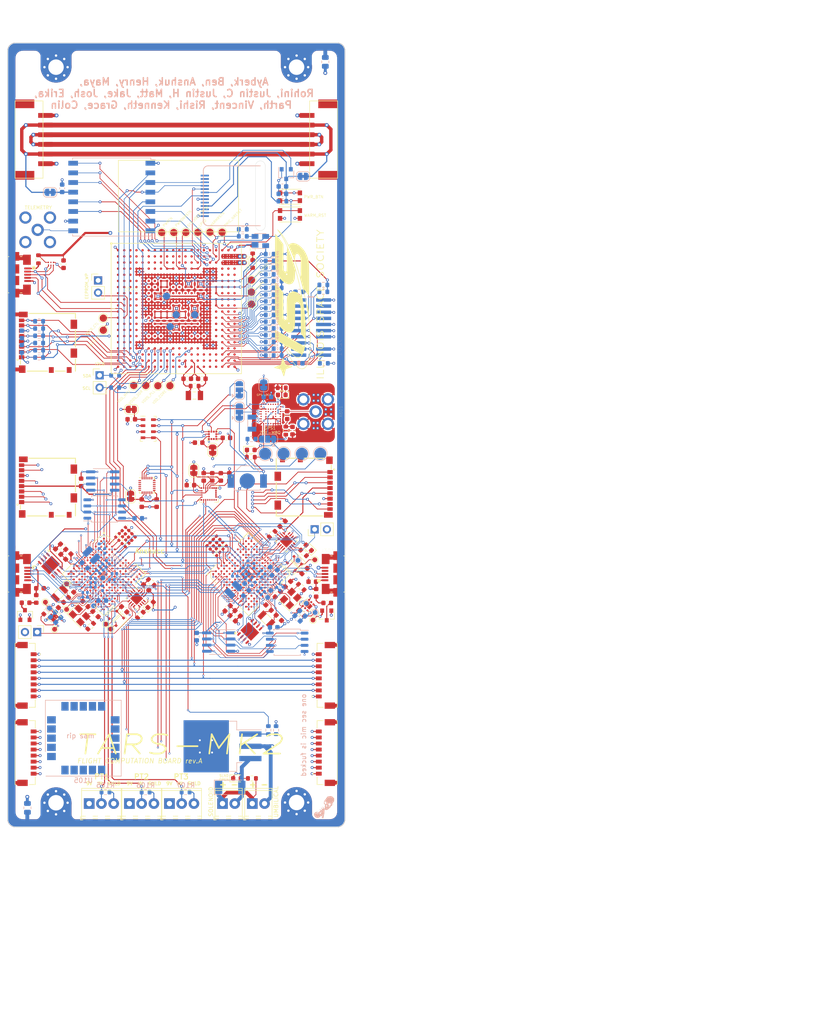
<source format=kicad_pcb>
(kicad_pcb (version 20171130) (host pcbnew 5.1.12)
  (title_block (title "TARS - MK2 Flight Computation Board") (date 2021-01-11) (rev A))
  (layers (0 F.Cu signal) (1 In1.Cu power) (2 In2.Cu power) (31 B.Cu signal) (34 B.Paste user hide) (35 F.Paste user hide) (36 B.SilkS user hide) (37 F.SilkS user) (38 B.Mask user hide) (39 F.Mask user hide) (44 Edge.Cuts user hide))
  (net 0 "")
  (net 1 /MPU/SYS_VDD2_3P3V)
  (net 2 GND)
  (net 3 /MPU/SYS_VOUT)
  (net 4 /MPU/SYS_VDD1_3P3V)
  (net 5 /MPU/SYS_VDD3_3P3V)
  (net 6 /MPU/SYS_VDD_1P8V)
  (net 7 /MPU/SYS_RTC_1P8V)
  (net 8 /MPU/USB5V)
  (net 9 /MPU/USB_DC)
  (net 10 "Net-(C101-Pad2)")
  (net 11 "Net-(C102-Pad1)")
  (net 12 "Net-(C103-Pad1)")
  (net 13 "Net-(C106-Pad2)")
  (net 14 "Net-(C108-Pad2)")
  (net 15 /MPU/SYS_RESETN)
  (net 16 "Net-(C203-Pad2)")
  (net 17 "Net-(C203-Pad1)")
  (net 18 "Net-(C204-Pad1)")
  (net 19 /ZOE-M8Q/3V3)
  (net 20 "Net-(D1-Pad1)")
  (net 21 "Net-(D504-Pad1)")
  (net 22 "Net-(J4-Pad2)")
  (net 23 "Net-(J4-Pad1)")
  (net 24 /MPU/JTAG_EMU4)
  (net 25 /MPU/JTAG_EMU3)
  (net 26 /MPU/JTAG_EMU2)
  (net 27 /MPU/JTAG_EMU1)
  (net 28 /MPU/JTAG_EMU0)
  (net 29 /MPU/JTAG_TCK)
  (net 30 /MPU/JTAG_TDO)
  (net 31 /MPU/JTAG_TDI)
  (net 32 /MPU/JTAG_TRSTN)
  (net 33 /MPU/JTAG_TMS)
  (net 34 /ZOE-M8Q/UART_TXD)
  (net 35 /ZOE-M8Q/UART_RXD)
  (net 36 "Net-(J7-Pad1)")
  (net 37 GND1)
  (net 38 /MCU_AC/AD_B0_11)
  (net 39 /ZOE-M8Q/VBATT)
  (net 40 "Net-(TP2-Pad1)")
  (net 41 "Net-(TP3-Pad1)")
  (net 42 "Net-(TP4-Pad1)")
  (net 43 "Net-(TP5-Pad1)")
  (net 44 "Net-(TP6-Pad1)")
  (net 45 "Net-(TP7-Pad1)")
  (net 46 "Net-(TP8-Pad1)")
  (net 47 "Net-(TP9-Pad1)")
  (net 48 "Net-(TP10-Pad1)")
  (net 49 "Net-(TP11-Pad1)")
  (net 50 "Net-(TP201-Pad1)")
  (net 51 "Net-(U101-Pad13)")
  (net 52 "Net-(U102-Pad11)")
  (net 53 "Net-(U104-Pad10)")
  (net 54 "Net-(U104-Pad7)")
  (net 55 "Net-(U104-Pad20)")
  (net 56 "Net-(U104-Pad21)")
  (net 57 "Net-(U104-Pad1)")
  (net 58 "Net-(U105-Pad1)")
  (net 59 "Net-(U105-Pad19)")
  (net 60 "Net-(U105-Pad18)")
  (net 61 "Net-(U105-Pad17)")
  (net 62 "Net-(U105-Pad14)")
  (net 63 "Net-(U105-Pad13)")
  (net 64 "Net-(U105-Pad12)")
  (net 65 "Net-(U105-Pad9)")
  (net 66 "Net-(U105-Pad8)")
  (net 67 "Net-(U105-Pad7)")
  (net 68 "Net-(U105-Pad3)")
  (net 69 "Net-(U105-Pad2)")
  (net 70 "Net-(U401-PadH11)")
  (net 71 "Net-(U401-PadG11)")
  (net 72 "Net-(U401-PadU11)")
  (net 73 "Net-(U401-PadC11)")
  (net 74 "Net-(U401-PadV11)")
  (net 75 "Net-(U401-PadB11)")
  (net 76 "Net-(U401-PadW11)")
  (net 77 "Net-(U401-PadA11)")
  (net 78 "Net-(U401-PadY11)")
  (net 79 "Net-(U401-PadY10)")
  (net 80 "Net-(U401-PadW10)")
  (net 81 "Net-(U401-PadV10)")
  (net 82 "Net-(U401-PadH10)")
  (net 83 "Net-(U401-PadG10)")
  (net 84 "Net-(U401-PadC10)")
  (net 85 "Net-(U401-PadA10)")
  (net 86 "Net-(U401-PadK4)")
  (net 87 "Net-(U401-PadK3)")
  (net 88 "Net-(U401-PadK18)")
  (net 89 /MPU/USB0_DM)
  (net 90 "Net-(U401-PadK19)")
  (net 91 "Net-(U401-PadK20)")
  (net 92 "Net-(U401-PadL20)")
  (net 93 "Net-(U401-PadL19)")
  (net 94 "Net-(U401-PadL17)")
  (net 95 "Net-(U401-PadL4)")
  (net 96 "Net-(U401-PadL3)")
  (net 97 /MPU/USB0_DP)
  (net 98 /MPU/USB0_ID)
  (net 99 "Net-(U401-PadM3)")
  (net 100 "Net-(U401-PadM4)")
  (net 101 "Net-(U401-PadM17)")
  (net 102 "Net-(U401-PadJ20)")
  (net 103 "Net-(U401-PadJ19)")
  (net 104 "Net-(U401-PadJ18)")
  (net 105 "Net-(U401-PadJ6)")
  (net 106 "Net-(U401-PadJ4)")
  (net 107 "Net-(U401-PadJ3)")
  (net 108 "Net-(U401-PadH4)")
  (net 109 "Net-(U401-PadH6)")
  (net 110 "Net-(U401-PadH9)")
  (net 111 "Net-(U401-PadH12)")
  (net 112 "Net-(U401-PadH13)")
  (net 113 "Net-(U401-PadH18)")
  (net 114 "Net-(U401-PadH19)")
  (net 115 "Net-(U401-PadH20)")
  (net 116 "Net-(U401-PadN17)")
  (net 117 "Net-(U401-PadN4)")
  (net 118 "Net-(U401-PadN3)")
  (net 119 "Net-(U401-PadN2)")
  (net 120 "Net-(U401-PadN1)")
  (net 121 "Net-(U401-PadP1)")
  (net 122 "Net-(U401-PadP2)")
  (net 123 "Net-(U401-PadP3)")
  (net 124 "Net-(U401-PadP4)")
  (net 125 "Net-(U401-PadP17)")
  (net 126 "Net-(U401-PadR17)")
  (net 127 "Net-(U401-PadR15)")
  (net 128 "Net-(U401-PadR14)")
  (net 129 "Net-(U401-PadR13)")
  (net 130 "Net-(U401-PadR8)")
  (net 131 "Net-(U401-PadR7)")
  (net 132 "Net-(U401-PadR6)")
  (net 133 "Net-(U401-PadR4)")
  (net 134 "Net-(U401-PadR3)")
  (net 135 "Net-(U401-PadR2)")
  (net 136 "Net-(U401-PadR1)")
  (net 137 "Net-(U401-PadT1)")
  (net 138 "Net-(U401-PadT2)")
  (net 139 "Net-(U401-PadT3)")
  (net 140 "Net-(U401-PadU20)")
  (net 141 "Net-(U401-PadU19)")
  (net 142 "Net-(U401-PadU18)")
  (net 143 "Net-(U401-PadU14)")
  (net 144 "Net-(U401-PadU12)")
  (net 145 "Net-(U401-PadU3)")
  (net 146 "Net-(U401-PadU2)")
  (net 147 "Net-(U401-PadU1)")
  (net 148 "Net-(U401-PadV1)")
  (net 149 "Net-(U401-PadV9)")
  (net 150 "Net-(U401-PadV12)")
  (net 151 "Net-(U401-PadV13)")
  (net 152 "Net-(U401-PadV14)")
  (net 153 "Net-(U401-PadV15)")
  (net 154 "Net-(U401-PadV16)")
  (net 155 "Net-(U401-PadV17)")
  (net 156 "Net-(U401-PadV20)")
  (net 157 "Net-(U401-PadW17)")
  (net 158 "Net-(U401-PadW16)")
  (net 159 "Net-(U401-PadW15)")
  (net 160 "Net-(U401-PadW14)")
  (net 161 "Net-(U401-PadY15)")
  (net 162 "Net-(U401-PadY16)")
  (net 163 "Net-(U401-PadY17)")
  (net 164 "Net-(U401-PadW1)")
  (net 165 "Net-(U401-PadC12)")
  (net 166 "Net-(U401-PadB12)")
  (net 167 "Net-(U401-PadA12)")
  (net 168 "Net-(U401-PadA9)")
  (net 169 "Net-(U401-PadB9)")
  (net 170 "Net-(U401-PadC9)")
  (net 171 "Net-(U401-PadA8)")
  (net 172 "Net-(U401-PadB8)")
  (net 173 "Net-(U401-PadC8)")
  (net 174 "Net-(U401-PadD8)")
  (net 175 "Net-(U401-PadA7)")
  (net 176 "Net-(U401-PadB7)")
  (net 177 "Net-(U401-PadC7)")
  (net 178 "Net-(U401-PadD7)")
  (net 179 "Net-(U401-PadF7)")
  (net 180 "Net-(U401-PadG7)")
  (net 181 "Net-(U401-PadA6)")
  (net 182 "Net-(U401-PadB6)")
  (net 183 "Net-(U401-PadC6)")
  (net 184 "Net-(U401-PadD6)")
  (net 185 "Net-(U401-PadF6)")
  (net 186 "Net-(U401-PadG6)")
  (net 187 "Net-(U401-PadA5)")
  (net 188 "Net-(U401-PadB5)")
  (net 189 "Net-(U401-PadC5)")
  (net 190 "Net-(U401-PadG4)")
  (net 191 "Net-(U401-PadF4)")
  (net 192 "Net-(U401-PadC4)")
  (net 193 "Net-(U401-PadB4)")
  (net 194 "Net-(U401-PadA4)")
  (net 195 "Net-(U401-PadA3)")
  (net 196 "Net-(U401-PadB3)")
  (net 197 "Net-(U401-PadC3)")
  (net 198 "Net-(U401-PadD3)")
  (net 199 "Net-(U401-PadE3)")
  (net 200 "Net-(U401-PadF3)")
  (net 201 "Net-(U401-PadG3)")
  (net 202 "Net-(U401-PadG2)")
  (net 203 "Net-(U401-PadG1)")
  (net 204 "Net-(U401-PadF1)")
  (net 205 "Net-(U401-PadF2)")
  (net 206 "Net-(U401-PadE2)")
  (net 207 "Net-(U401-PadE1)")
  (net 208 "Net-(U401-PadD1)")
  (net 209 "Net-(U401-PadD2)")
  (net 210 "Net-(U401-PadC2)")
  (net 211 "Net-(U401-PadC1)")
  (net 212 "Net-(U401-PadB1)")
  (net 213 "Net-(U401-PadB2)")
  (net 214 "Net-(U401-PadA2)")
  (net 215 "Net-(U401-PadA13)")
  (net 216 "Net-(U401-PadB13)")
  (net 217 "Net-(U401-PadC13)")
  (net 218 "Net-(U401-PadB14)")
  (net 219 "Net-(U401-PadA14)")
  (net 220 "Net-(U401-PadG18)")
  (net 221 "Net-(U401-PadF18)")
  (net 222 "Net-(U401-PadE18)")
  (net 223 "Net-(U401-PadD18)")
  (net 224 "Net-(U401-PadD19)")
  (net 225 "Net-(U401-PadE19)")
  (net 226 "Net-(U401-PadF19)")
  (net 227 "Net-(U401-PadG19)")
  (net 228 "Net-(U401-PadG20)")
  (net 229 "Net-(U401-PadF20)")
  (net 230 "Net-(U401-PadE20)")
  (net 231 "Net-(U401-PadD20)")
  (net 232 /MCU_AC/AD_B0_00)
  (net 233 /MCU_AC/AD_B0_13)
  (net 234 /MCU_AC/AD_B0_12)
  (net 235 /MCU_AC/AD_B0_14)
  (net 236 /MCU_AC/AD_B0_05)
  (net 237 /MCU_AC/AD_B0_09)
  (net 238 /MCU_AC/AD_B0_06)
  (net 239 /MCU_AC/B1_13)
  (net 240 /MCU_AC/B1_14)
  (net 241 /MCU_AC/AD_B1_09)
  (net 242 /MCU_AC/AD_B1_10)
  (net 243 /MCU_AC/AD_B1_11)
  (net 244 /MCU_AC/AD_B1_08)
  (net 245 /MCU_AC/AD_B0_10)
  (net 246 /MCU_AC/AD_B0_08)
  (net 247 /MCU_AC/B1_12)
  (net 248 /MCU_AC/B1_11)
  (net 249 /MCU_AC/B1_10)
  (net 250 /MCU_AC/B1_09)
  (net 251 /MCU_AC/AD_B1_03)
  (net 252 /MCU_AC/AD_B1_06)
  (net 253 /MCU_AC/AD_B0_07)
  (net 254 /MCU_AC/B1_04)
  (net 255 /MCU_AC/B1_05)
  (net 256 /MCU_AC/B1_06)
  (net 257 /MCU_AC/B1_07)
  (net 258 /MCU_AC/AD_B1_02)
  (net 259 /MCU_AC/AD_B0_04)
  (net 260 /MCU_AC/B0_15)
  (net 261 /MCU_AC/AD_B0_15)
  (net 262 /MCU_AC/AD_B1_07)
  (net 263 /MCU_AC/AD_B0_01)
  (net 264 /MCU_AC/B0_14)
  (net 265 /MCU_AC/B0_13)
  (net 266 /MCU_AC/B0_12)
  (net 267 /MCU_AC/B0_11)
  (net 268 /MCU_AC/B0_10)
  (net 269 /MCU_AC/B0_09)
  (net 270 /MCU_AC/B0_08)
  (net 271 /MCU_AC/B0_04)
  (net 272 /MCU_AC/B0_05)
  (net 273 /MCU_AC/B0_06)
  (net 274 /MCU_AC/POR_B)
  (net 275 /MCU_AC/EMC_41)
  (net 276 /MCU_AC/EMC_39)
  (net 277 /MCU_AC/EMC_40)
  (net 278 /MCU_AC/EMC_38)
  (net 279 /MCU_AC/EMC_30)
  (net 280 /MCU_AC/EMC_35)
  (net 281 /MCU_AC/EMC_32)
  (net 282 /MCU_AC/EMC_31)
  (net 283 /MCU_AC/EMC_02)
  (net 284 /MCU_AC/EMC_37)
  (net 285 /MCU_AC/EMC_34)
  (net 286 /MCU_AC/EMC_33)
  (net 287 /MCU_AC/EMC_19)
  (net 288 /MCU_AC/EMC_08)
  (net 289 /MCU_AC/EMC_11)
  (net 290 /MCU_AC/EMC_24)
  (net 291 /MCU_AC/EMC_36)
  (net 292 /MCU_AC/EMC_26)
  (net 293 /MCU_AC/EMC_23)
  (net 294 /MCU_AC/EMC_25)
  (net 295 /MCU_AC/EMC_09)
  (net 296 /MCU_AC/EMC_18)
  (net 297 /MCU_AC/EMC_27)
  (net 298 /MCU_AC/EMC_12)
  (net 299 /MCU_AC/EMC_10)
  (net 300 /MCU_AC/EMC_22)
  (net 301 /MCU_AC/EMC_29)
  (net 302 /MCU_AC/EMC_28)
  (net 303 /MCU_AC/EMC_21)
  (net 304 /MCU_AC/EMC_15)
  (net 305 /ZOE-M8Q/EXTINT)
  (net 306 "Net-(IC1-Pad5)")
  (net 307 "Net-(C301-Pad1)")
  (net 308 "Net-(C302-Pad1)")
  (net 309 "Net-(C303-Pad1)")
  (net 310 "Net-(C304-Pad1)")
  (net 311 "Net-(C305-Pad1)")
  (net 312 "Net-(C309-Pad1)")
  (net 313 "Net-(C313-Pad1)")
  (net 314 "Net-(C314-Pad1)")
  (net 315 "Net-(C316-Pad1)")
  (net 316 "Net-(C317-Pad1)")
  (net 317 "Net-(C318-Pad1)")
  (net 318 "Net-(C319-Pad1)")
  (net 319 "Net-(D304-Pad1)")
  (net 320 "Net-(F301-Pad1)")
  (net 321 "Net-(J301-Pad4)")
  (net 322 "Net-(J301-Pad2)")
  (net 323 "Net-(J301-Pad3)")
  (net 324 "Net-(J302-Pad1)")
  (net 325 "Net-(J302-Pad2)")
  (net 326 "Net-(J302-Pad3)")
  (net 327 "Net-(J302-Pad5)")
  (net 328 "Net-(J302-Pad7)")
  (net 329 "Net-(J302-Pad8)")
  (net 330 "Net-(J302-Pad9)")
  (net 331 "Net-(J306-Pad1)")
  (net 332 "Net-(L301-Pad2)")
  (net 333 "Net-(L302-Pad2)")
  (net 334 "Net-(R302-Pad2)")
  (net 335 "Net-(R307-Pad2)")
  (net 336 "Net-(U301-PadP13)")
  (net 337 "Net-(U301-PadN13)")
  (net 338 "Net-(U301-PadN12)")
  (net 339 "Net-(U301-PadN10)")
  (net 340 "Net-(U301-PadP7)")
  (net 341 "Net-(U301-PadN7)")
  (net 342 "Net-(U301-PadL7)")
  (net 343 "Net-(U301-PadM6)")
  (net 344 "Net-(U301-PadL6)")
  (net 345 "Net-(U301-PadK6)")
  (net 346 "Net-(U301-PadP5)")
  (net 347 "Net-(U301-PadM5)")
  (net 348 "Net-(U301-PadL5)")
  (net 349 "Net-(U301-PadP4)")
  (net 350 "Net-(U301-PadN4)")
  (net 351 "Net-(U301-PadM4)")
  (net 352 "Net-(U301-PadL4)")
  (net 353 "Net-(U301-PadP3)")
  (net 354 "Net-(U301-PadN3)")
  (net 355 "Net-(U301-PadM3)")
  (net 356 "Net-(U301-PadL3)")
  (net 357 "Net-(U301-PadP2)")
  (net 358 "Net-(U302-Pad16)")
  (net 359 "Net-(U302-Pad14)")
  (net 360 "Net-(U303-Pad9)")
  (net 361 "Net-(C109-Pad2)")
  (net 362 "Net-(C501-Pad1)")
  (net 363 "Net-(C502-Pad1)")
  (net 364 "Net-(C503-Pad1)")
  (net 365 "Net-(C504-Pad1)")
  (net 366 "Net-(C505-Pad1)")
  (net 367 "Net-(C509-Pad1)")
  (net 368 "Net-(C513-Pad1)")
  (net 369 "Net-(C514-Pad1)")
  (net 370 "Net-(C516-Pad1)")
  (net 371 "Net-(C517-Pad1)")
  (net 372 "Net-(C518-Pad1)")
  (net 373 "Net-(C519-Pad1)")
  (net 374 "Net-(C602-Pad1)")
  (net 375 "Net-(D601-Pad1)")
  (net 376 "Net-(D602-Pad2)")
  (net 377 "Net-(D602-Pad1)")
  (net 378 "Net-(F501-Pad1)")
  (net 379 "Net-(FB601-Pad1)")
  (net 380 "Net-(J501-Pad4)")
  (net 381 "Net-(J501-Pad2)")
  (net 382 "Net-(J501-Pad3)")
  (net 383 "Net-(J502-Pad9)")
  (net 384 "Net-(J502-Pad8)")
  (net 385 "Net-(J502-Pad7)")
  (net 386 "Net-(J502-Pad5)")
  (net 387 "Net-(J502-Pad3)")
  (net 388 "Net-(J502-Pad2)")
  (net 389 "Net-(J502-Pad1)")
  (net 390 "Net-(J506-Pad1)")
  (net 391 "Net-(JP602-Pad2)")
  (net 392 "Net-(JP602-Pad3)")
  (net 393 "Net-(JP605-Pad2)")
  (net 394 "Net-(JP606-Pad2)")
  (net 395 "Net-(L501-Pad2)")
  (net 396 "Net-(L502-Pad2)")
  (net 397 "Net-(R205-Pad2)")
  (net 398 "Net-(R206-Pad2)")
  (net 399 "Net-(R207-Pad2)")
  (net 400 "Net-(R208-Pad2)")
  (net 401 "Net-(R209-Pad2)")
  (net 402 "Net-(R210-Pad2)")
  (net 403 "Net-(R211-Pad2)")
  (net 404 "Net-(R212-Pad2)")
  (net 405 "Net-(R213-Pad2)")
  (net 406 "Net-(R214-Pad2)")
  (net 407 "Net-(R215-Pad2)")
  (net 408 "Net-(R216-Pad2)")
  (net 409 "Net-(R217-Pad2)")
  (net 410 "Net-(R218-Pad2)")
  (net 411 "Net-(R219-Pad2)")
  (net 412 "Net-(R220-Pad2)")
  (net 413 "Net-(R502-Pad2)")
  (net 414 /MCU_HYBRID/AD_B0_11)
  (net 415 "Net-(R507-Pad2)")
  (net 416 "Net-(U305-Pad5)")
  (net 417 "Net-(U305-Pad2)")
  (net 418 /MCU_HYBRID/AD_B0_00)
  (net 419 /MCU_HYBRID/AD_B0_12)
  (net 420 /MCU_HYBRID/AD_B0_14)
  (net 421 /MCU_HYBRID/AD_B0_05)
  (net 422 /MCU_HYBRID/AD_B0_09)
  (net 423 /MCU_HYBRID/AD_B0_06)
  (net 424 /MCU_HYBRID/B1_13)
  (net 425 "Net-(U501-PadP13)")
  (net 426 "Net-(U501-PadN13)")
  (net 427 /MCU_HYBRID/AD_B1_10)
  (net 428 /MCU_HYBRID/AD_B1_11)
  (net 429 /MCU_HYBRID/AD_B1_08)
  (net 430 /MCU_HYBRID/AD_B0_10)
  (net 431 /MCU_HYBRID/AD_B0_08)
  (net 432 /MCU_HYBRID/B1_12)
  (net 433 /MCU_HYBRID/B1_11)
  (net 434 /MCU_HYBRID/B1_10)
  (net 435 /MCU_HYBRID/B1_09)
  (net 436 "Net-(U501-PadN12)")
  (net 437 /MCU_HYBRID/AD_B1_06)
  (net 438 /MCU_HYBRID/AD_B0_07)
  (net 439 /MCU_HYBRID/B1_04)
  (net 440 /MCU_HYBRID/B1_05)
  (net 441 /MCU_HYBRID/B1_06)
  (net 442 /MCU_HYBRID/B1_07)
  (net 443 /MCU_HYBRID/B1_08)
  (net 444 /MCU_HYBRID/AD_B1_02)
  (net 445 /MCU_HYBRID/AD_B0_04)
  (net 446 /MCU_HYBRID/B0_15)
  (net 447 "Net-(U501-PadN10)")
  (net 448 /MCU_HYBRID/AD_B0_15)
  (net 449 /MCU_HYBRID/AD_B1_07)
  (net 450 /MCU_HYBRID/AD_B0_01)
  (net 451 /MCU_HYBRID/B0_14)
  (net 452 /MCU_HYBRID/B0_13)
  (net 453 /MCU_HYBRID/B0_12)
  (net 454 /MCU_HYBRID/B0_11)
  (net 455 /MCU_HYBRID/B0_10)
  (net 456 /MCU_HYBRID/B0_09)
  (net 457 /MCU_HYBRID/B0_08)
  (net 458 /MCU_HYBRID/B0_07)
  (net 459 /MCU_HYBRID/B0_04)
  (net 460 /MCU_HYBRID/B0_05)
  (net 461 /MCU_HYBRID/B0_06)
  (net 462 "Net-(U501-PadP7)")
  (net 463 "Net-(U501-PadN7)")
  (net 464 /MCU_HYBRID/POR_B)
  (net 465 "Net-(U501-PadL7)")
  (net 466 /MCU_HYBRID/EMC_41)
  (net 467 /MCU_HYBRID/EMC_39)
  (net 468 /MCU_HYBRID/EMC_40)
  (net 469 "Net-(U501-PadM6)")
  (net 470 "Net-(U501-PadL6)")
  (net 471 "Net-(U501-PadK6)")
  (net 472 /MCU_HYBRID/EMC_38)
  (net 473 /MCU_HYBRID/EMC_30)
  (net 474 "Net-(U501-PadP5)")
  (net 475 "Net-(U501-PadM5)")
  (net 476 "Net-(U501-PadL5)")
  (net 477 /MCU_HYBRID/EMC_35)
  (net 478 /MCU_HYBRID/EMC_32)
  (net 479 /MCU_HYBRID/EMC_31)
  (net 480 "Net-(U501-PadP4)")
  (net 481 "Net-(U501-PadN4)")
  (net 482 "Net-(U501-PadM4)")
  (net 483 "Net-(U501-PadL4)")
  (net 484 /MCU_HYBRID/EMC_02)
  (net 485 /MCU_HYBRID/EMC_37)
  (net 486 /MCU_HYBRID/EMC_34)
  (net 487 /MCU_HYBRID/EMC_33)
  (net 488 /MCU_HYBRID/EMC_19)
  (net 489 "Net-(U501-PadP3)")
  (net 490 "Net-(U501-PadN3)")
  (net 491 "Net-(U501-PadM3)")
  (net 492 "Net-(U501-PadL3)")
  (net 493 /MCU_HYBRID/EMC_08)
  (net 494 /MCU_HYBRID/EMC_11)
  (net 495 /MCU_HYBRID/EMC_24)
  (net 496 /MCU_HYBRID/EMC_36)
  (net 497 /MCU_HYBRID/EMC_26)
  (net 498 "Net-(U501-PadP2)")
  (net 499 /MCU_HYBRID/EMC_23)
  (net 500 /MCU_HYBRID/EMC_25)
  (net 501 /MCU_HYBRID/EMC_09)
  (net 502 /MCU_HYBRID/EMC_18)
  (net 503 /MCU_HYBRID/EMC_27)
  (net 504 /MCU_HYBRID/EMC_12)
  (net 505 /MCU_HYBRID/EMC_10)
  (net 506 /MCU_HYBRID/EMC_22)
  (net 507 /MCU_HYBRID/EMC_29)
  (net 508 /MCU_HYBRID/EMC_28)
  (net 509 /MCU_HYBRID/EMC_21)
  (net 510 /MCU_HYBRID/EMC_15)
  (net 511 "Net-(U502-Pad16)")
  (net 512 "Net-(U502-Pad14)")
  (net 513 "Net-(U503-Pad9)")
  (net 514 "Net-(U505-Pad5)")
  (net 515 "Net-(U505-Pad2)")
  (net 516 "Net-(U601-PadP$F6)")
  (net 517 "Net-(U601-PadP$F4)")
  (net 518 "Net-(U601-PadP$G5)")
  (net 519 "Net-(U601-PadP$F3)")
  (net 520 "Net-(U601-PadP$E3)")
  (net 521 "Net-(U601-PadP$D3)")
  (net 522 "Net-(U601-PadP$C6)")
  (net 523 "Net-(U601-PadP$C5)")
  (net 524 "Net-(U601-PadP$C4)")
  (net 525 "Net-(U601-PadP$C1)")
  (net 526 "Net-(U601-PadP$D1)")
  (net 527 "Net-(U601-PadP$2E1)")
  (net 528 "Net-(U601-PadP$F1)")
  (net 529 "Net-(U601-PadP$J6)")
  (net 530 "Net-(U601-PadP$J7)")
  (net 531 "Net-(U601-PadP$J8)")
  (net 532 "Net-(U601-PadP$G9)")
  (net 533 "Net-(U601-PadP$F9)")
  (net 534 "Net-(U601-PadP$E9)")
  (net 535 "Net-(U601-PadP$A6)")
  (net 536 /3V3)
  (net 537 /5V)
  (net 538 /MPU_SPI0_SCK)
  (net 539 /MPU_SPI0_MISO)
  (net 540 /TLM_CS)
  (net 541 /MPU_SPI0_MOSI)
  (net 542 /TLM_DIO2)
  (net 543 /TLM_DIO1)
  (net 544 /TLM_DIO0)
  (net 545 "Net-(C111-Pad1)")
  (net 546 /TLM_DIO4)
  (net 547 /TLM_DIO3)
  (net 548 "Net-(U106-Pad9)")
  (net 549 /TLM_DIO5)
  (net 550 /TLM_RST)
  (net 551 "Net-(DISP1-Pad12)")
  (net 552 /LSM9_INT2_AG)
  (net 553 /LSM9_INT1_AG)
  (net 554 /LSM9_INT_M)
  (net 555 /LSM9_DRDY_M)
  (net 556 /LSM9_CS_AG)
  (net 557 /SNS_SPI_MISO)
  (net 558 /SNS_SPI_MOSI)
  (net 559 /SNS_SPI_SCK)
  (net 560 /MS5611_CS)
  (net 561 /MPU9250_INT)
  (net 562 /KX122_INT2)
  (net 563 /KX122_INT1)
  (net 564 /KX122_CS)
  (net 565 /LSM9_CS_M)
  (net 566 /MPU/MMC0_DAT1)
  (net 567 /MPU/MMC0_DAT0)
  (net 568 /MPU/MMC0_CLK)
  (net 569 /MPU/MMC0_CMD)
  (net 570 /MPU/MMC0_DAT3)
  (net 571 /MPU/MMC0_DAT2)
  (net 572 "Net-(J6-Pad2)")
  (net 573 /MPU/UART0_RTSN)
  (net 574 /MPU/UART0_CTSN)
  (net 575 /MPU/UART1_CTSN)
  (net 576 /MPU/UART1_RTSN)
  (net 577 "Net-(U401-PadB10)")
  (net 578 "Net-(U401-PadJ2)")
  (net 579 "Net-(U401-PadJ1)")
  (net 580 "Net-(U401-PadH1)")
  (net 581 "Net-(U401-PadH2)")
  (net 582 "Net-(U401-PadH3)")
  (net 583 /MPU9250_CS)
  (net 584 /MCU_AC__UART1_TX)
  (net 585 /B2B_I2C_SDA)
  (net 586 /B2B_I2C_SCL)
  (net 587 /MCU_AC_UART1_RX)
  (net 588 /MCU_AC_SPI2_CS)
  (net 589 /MCU_AC_SPI2_MISO)
  (net 590 /MCU_AC_SPI2_MOSI)
  (net 591 /MCU_AC_SPI2_SCK)
  (net 592 /MCU_HYB_UART1_TX)
  (net 593 /MCU_HYB_UART1_RX)
  (net 594 /MCU_HYB_SPI2_CS)
  (net 595 /MCU_HYB_SPI2_MISO)
  (net 596 /MCU_HYB_SPI2_MOSI)
  (net 597 /MCU_HYB_SPI2_SCK)
  (net 598 /B2B_GPIO1)
  (net 599 /B2B_SPI_CS2)
  (net 600 /B2B_SPI_CS1)
  (net 601 /B2B_SPI_SCK)
  (net 602 /B2B_SPI_MISO)
  (net 603 /B2B_SPI_MOSI)
  (net 604 /9V_PT_SUPPLY)
  (net 605 /B2B_SERVO4)
  (net 606 /B2B_SERVO3)
  (net 607 /B2B_SERVO2)
  (net 608 /B2B_SERVO1)
  (net 609 "Net-(D101-Pad2)")
  (net 610 "Net-(D101-Pad1)")
  (net 611 "Net-(D102-Pad1)")
  (net 612 "Net-(Q101-Pad1)")
  (net 613 /SLND_TRIG)
  (net 614 /MCU_AC/3V3_MCU)
  (net 615 /LCD_CS)
  (net 616 "Net-(C112-Pad1)")
  (net 617 /LCD_RST)
  (net 618 /LCD_DC)
  (net 619 /ZOE_CS)
  (net 620 /PT1)
  (net 621 /PT2)
  (net 622 /PT3)
  (net 623 /MCU_AC/AD_B1_05)
  (net 624 "Net-(D103-Pad2)")
  (net 625 "Net-(D104-Pad2)")
  (net 626 "Net-(D105-Pad2)")
  (net 627 "Net-(D106-Pad2)")
  (net 628 "Net-(D107-Pad2)")
  (net 629 "Net-(D108-Pad2)")
  (net 630 "Net-(D109-Pad2)")
  (net 631 "Net-(D110-Pad2)")
  (net 632 /MCU_HYB_LED_WHITE)
  (net 633 /MCU_HYB_LED_ORANGE)
  (net 634 /MCU_HYB_LED_BLUE)
  (net 635 /MCU_AC_LED_WHITE)
  (net 636 /MCU_AC_LED_ORANGE)
  (net 637 /MCU_AC_LED_BLUE)
  (net 638 /MCU_HYB_LED_RED)
  (net 639 /MCU_AC_LED_RED)
  (net 640 /INTER_MCU_UART_TX)
  (net 641 /INTER_MCU_UART_RX)
  (net 642 /MCU_HYBRID/3V3_MCU)
  (net 643 "Net-(R501-Pad2)")
  (net 644 "Net-(R503-Pad2)")
  (net 645 "Net-(SW501-Pad2)")
  (net 646 "Net-(SW502-Pad2)")
  (net 647 "Net-(TP18-Pad1)")
  (module BK-414:BAT_BK-414 (layer B.Cu) (at 219.63 155.74)
    (fp_text reference BT601 hide)
    (fp_text value BK-414)
    (pad - smd circle (at 0 0) (size 3.18 3.18) (layers B.Cu B.Paste B.Mask) (net 2 GND))
    (pad 2+ smd rect (at 3.365 0) (size 1.4 2.79) (layers B.Cu B.Paste B.Mask) (net 39 /ZOE-M8Q/VBATT))
    (pad 1+ smd rect (at -3.365 0) (size 1.4 2.79) (layers B.Cu B.Paste B.Mask) (net 39 /ZOE-M8Q/VBATT))
  )
  (module "Molex 8 Circuit 1.25mm:MOLEX_505567-0871" (layer F.Cu) (at 236.2 196 90)
    (fp_text reference J104 hide)
    (fp_text value 505567-0871)
    (pad P2 smd rect (at -6.275 0.545 90) (size 1.3 2.15) (layers F.Cu F.Paste F.Mask) (net 37 GND1))
    (pad P1 smd rect (at 6.275 0.545 90) (size 1.3 2.15) (layers F.Cu F.Paste F.Mask) (net 37 GND1))
    (pad 8 smd rect (at 4.375 -1.75 90) (size 0.8 1.2) (layers F.Cu F.Paste F.Mask) (net 2 GND))
    (pad 7 smd rect (at 3.125 -1.75 90) (size 0.8 1.2) (layers F.Cu F.Paste F.Mask) (net 603 /B2B_SPI_MOSI))
    (pad 6 smd rect (at 1.875 -1.75 90) (size 0.8 1.2) (layers F.Cu F.Paste F.Mask) (net 602 /B2B_SPI_MISO))
    (pad 5 smd rect (at 0.625 -1.75 90) (size 0.8 1.2) (layers F.Cu F.Paste F.Mask) (net 601 /B2B_SPI_SCK))
    (pad 4 smd rect (at -0.625 -1.75 90) (size 0.8 1.2) (layers F.Cu F.Paste F.Mask) (net 600 /B2B_SPI_CS1))
    (pad 3 smd rect (at -1.875 -1.75 90) (size 0.8 1.2) (layers F.Cu F.Paste F.Mask) (net 599 /B2B_SPI_CS2))
    (pad 2 smd rect (at -3.125 -1.75 90) (size 0.8 1.2) (layers F.Cu F.Paste F.Mask) (net 598 /B2B_GPIO1))
    (pad 1 smd rect (at -4.375 -1.75 90) (size 0.8 1.2) (layers F.Cu F.Paste F.Mask) (net 2 GND))
  )
  (module "Molex 8 Circuit 1.25mm:MOLEX_505567-0871" (layer F.Cu) (at 236.2 212 90)
    (fp_text reference J103 hide)
    (fp_text value 505567-0871)
    (pad P2 smd rect (at -6.275 0.545 90) (size 1.3 2.15) (layers F.Cu F.Paste F.Mask) (net 37 GND1))
    (pad P1 smd rect (at 6.275 0.545 90) (size 1.3 2.15) (layers F.Cu F.Paste F.Mask) (net 37 GND1))
    (pad 8 smd rect (at 4.375 -1.75 90) (size 0.8 1.2) (layers F.Cu F.Paste F.Mask) (net 585 /B2B_I2C_SDA))
    (pad 7 smd rect (at 3.125 -1.75 90) (size 0.8 1.2) (layers F.Cu F.Paste F.Mask) (net 586 /B2B_I2C_SCL))
    (pad 6 smd rect (at 1.875 -1.75 90) (size 0.8 1.2) (layers F.Cu F.Paste F.Mask) (net 608 /B2B_SERVO1))
    (pad 5 smd rect (at 0.625 -1.75 90) (size 0.8 1.2) (layers F.Cu F.Paste F.Mask) (net 607 /B2B_SERVO2))
    (pad 4 smd rect (at -0.625 -1.75 90) (size 0.8 1.2) (layers F.Cu F.Paste F.Mask) (net 606 /B2B_SERVO3))
    (pad 3 smd rect (at -1.875 -1.75 90) (size 0.8 1.2) (layers F.Cu F.Paste F.Mask) (net 605 /B2B_SERVO4))
    (pad 2 smd rect (at -3.125 -1.75 90) (size 0.8 1.2) (layers F.Cu F.Paste F.Mask) (net 2 GND))
    (pad 1 smd rect (at -4.375 -1.75 90) (size 0.8 1.2) (layers F.Cu F.Paste F.Mask) (net 604 /9V_PT_SUPPLY))
  )
  (module "Molex 8 Circuit 1.25mm:MOLEX_505567-0871" (layer F.Cu) (at 173.6 212 270)
    (fp_text reference J102 hide)
    (fp_text value 505567-0871)
    (pad P2 smd rect (at -6.275 0.545 270) (size 1.3 2.15) (layers F.Cu F.Paste F.Mask) (net 37 GND1))
    (pad P1 smd rect (at 6.275 0.545 270) (size 1.3 2.15) (layers F.Cu F.Paste F.Mask) (net 37 GND1))
    (pad 8 smd rect (at 4.375 -1.75 270) (size 0.8 1.2) (layers F.Cu F.Paste F.Mask) (net 604 /9V_PT_SUPPLY))
    (pad 7 smd rect (at 3.125 -1.75 270) (size 0.8 1.2) (layers F.Cu F.Paste F.Mask) (net 2 GND))
    (pad 6 smd rect (at 1.875 -1.75 270) (size 0.8 1.2) (layers F.Cu F.Paste F.Mask) (net 605 /B2B_SERVO4))
    (pad 5 smd rect (at 0.625 -1.75 270) (size 0.8 1.2) (layers F.Cu F.Paste F.Mask) (net 606 /B2B_SERVO3))
    (pad 4 smd rect (at -0.625 -1.75 270) (size 0.8 1.2) (layers F.Cu F.Paste F.Mask) (net 607 /B2B_SERVO2))
    (pad 3 smd rect (at -1.875 -1.75 270) (size 0.8 1.2) (layers F.Cu F.Paste F.Mask) (net 608 /B2B_SERVO1))
    (pad 2 smd rect (at -3.125 -1.75 270) (size 0.8 1.2) (layers F.Cu F.Paste F.Mask) (net 586 /B2B_I2C_SCL))
    (pad 1 smd rect (at -4.375 -1.75 270) (size 0.8 1.2) (layers F.Cu F.Paste F.Mask) (net 585 /B2B_I2C_SDA))
  )
  (module "Molex 8 Circuit 1.25mm:MOLEX_505567-0871" (layer F.Cu) (at 173.6 196 270)
    (fp_text reference J101 hide)
    (fp_text value 505567-0871)
    (pad P2 smd rect (at -6.275 0.545 270) (size 1.3 2.15) (layers F.Cu F.Paste F.Mask) (net 37 GND1))
    (pad P1 smd rect (at 6.275 0.545 270) (size 1.3 2.15) (layers F.Cu F.Paste F.Mask) (net 37 GND1))
    (pad 8 smd rect (at 4.375 -1.75 270) (size 0.8 1.2) (layers F.Cu F.Paste F.Mask) (net 2 GND))
    (pad 7 smd rect (at 3.125 -1.75 270) (size 0.8 1.2) (layers F.Cu F.Paste F.Mask) (net 598 /B2B_GPIO1))
    (pad 6 smd rect (at 1.875 -1.75 270) (size 0.8 1.2) (layers F.Cu F.Paste F.Mask) (net 599 /B2B_SPI_CS2))
    (pad 5 smd rect (at 0.625 -1.75 270) (size 0.8 1.2) (layers F.Cu F.Paste F.Mask) (net 600 /B2B_SPI_CS1))
    (pad 4 smd rect (at -0.625 -1.75 270) (size 0.8 1.2) (layers F.Cu F.Paste F.Mask) (net 601 /B2B_SPI_SCK))
    (pad 3 smd rect (at -1.875 -1.75 270) (size 0.8 1.2) (layers F.Cu F.Paste F.Mask) (net 602 /B2B_SPI_MISO))
    (pad 2 smd rect (at -3.125 -1.75 270) (size 0.8 1.2) (layers F.Cu F.Paste F.Mask) (net 603 /B2B_SPI_MOSI))
    (pad 1 smd rect (at -4.375 -1.75 270) (size 0.8 1.2) (layers F.Cu F.Paste F.Mask) (net 2 GND))
  )
  (module Capacitor_SMD:C_0603_1608Metric (layer B.Cu) (at 225.3 174.72 45)
    (fp_text reference C313 hide)
    (fp_text value 0.22uF)
    (pad 2 smd roundrect (at 0.775 0 45) (size 0.9 0.95) (layers B.Cu B.Paste B.Mask) (net 2 GND))
    (pad 1 smd roundrect (at -0.775 0 45) (size 0.9 0.95) (layers B.Cu B.Paste B.Mask) (net 313 "Net-(C313-Pad1)"))
  )
  (module TestPoint:TestPoint_Pad_D1.0mm (layer B.Cu) (at 189.71 175.84)
    (fp_text reference TP509 hide)
    (fp_text value VDD_SOC_IN)
    (pad 1 smd circle (at 0 0) (size 1 1) (layers B.Cu B.Mask) (net 366 "Net-(C505-Pad1)"))
  )
  (module TestPoint:TestPoint_Pad_D1.0mm (layer F.Cu) (at 179.7 186.46)
    (fp_text reference TP508 hide)
    (fp_text value VDD_HIGH_IN)
    (pad 1 smd circle (at 0 0) (size 1 1) (layers F.Cu F.Mask) (net 642 /MCU_HYBRID/3V3_MCU))
  )
  (module TestPoint:TestPoint_Pad_D1.0mm (layer F.Cu) (at 177.8 180.84)
    (fp_text reference TP507 hide)
    (fp_text value REG_EN)
    (pad 1 smd circle (at 0 0) (size 1 1) (layers F.Cu F.Mask) (net 415 "Net-(R507-Pad2)"))
  )
  (module TestPoint:TestPoint_Pad_D1.0mm (layer F.Cu) (at 182.192 177.014)
    (fp_text reference TP506 hide)
    (fp_text value VDD_HIGH_CAP)
    (pad 1 smd circle (at 0 0) (size 1 1) (layers F.Cu F.Mask) (net 370 "Net-(C516-Pad1)"))
  )
  (module TestPoint:TestPoint_Pad_D1.0mm (layer F.Cu) (at 182.192 182.348)
    (fp_text reference TP505 hide)
    (fp_text value NVCC_PLL)
    (pad 1 smd circle (at 0 0) (size 1 1) (layers F.Cu F.Mask) (net 369 "Net-(C514-Pad1)"))
  )
  (module TestPoint:TestPoint_Pad_D1.0mm (layer B.Cu) (at 187.78 181.586)
    (fp_text reference TP504 hide)
    (fp_text value VDD_SNVS_CAP)
    (pad 1 smd circle (at 0 0) (size 1 1) (layers B.Cu B.Mask) (net 368 "Net-(C513-Pad1)"))
  )
  (module TestPoint:TestPoint_Pad_D1.0mm (layer F.Cu) (at 190.32 185.396)
    (fp_text reference TP503 hide)
    (fp_text value VDD_SNVS_IN)
    (pad 1 smd circle (at 0 0) (size 1 1) (layers F.Cu F.Mask) (net 372 "Net-(C518-Pad1)"))
  )
  (module TestPoint:TestPoint_Pad_D1.0mm (layer F.Cu) (at 191.336 186.412)
    (fp_text reference TP502 hide)
    (fp_text value VDD_USB_CAP)
    (pad 1 smd circle (at 0 0) (size 1 1) (layers F.Cu F.Mask) (net 371 "Net-(C517-Pad1)"))
  )
  (module TestPoint:TestPoint_Pad_D1.0mm (layer B.Cu) (at 178.64 182.08)
    (fp_text reference TP501 hide)
    (fp_text value USB_VBUS)
    (pad 1 smd circle (at 0 0) (size 1 1) (layers B.Cu B.Mask) (net 367 "Net-(C509-Pad1)"))
  )
  (module TestPoint:TestPoint_Pad_D1.5mm (layer F.Cu) (at 214.41 104.2)
    (fp_text reference TP18 hide)
    (fp_text value PMIC_NRESET)
    (pad 1 smd circle (at 0 0) (size 1.5 1.5) (layers F.Cu F.Mask) (net 647 "Net-(TP18-Pad1)"))
  )
  (module Button_Switch_SMD:SW_Push_1P1T_NO_CK_KMR2 (layer F.Cu) (at 228.48 100.52 180)
    (fp_text reference SW502 hide)
    (fp_text value PMIC_PB)
    (pad 2 smd rect (at 2.05 0.8 180) (size 0.9 1) (layers F.Cu F.Paste F.Mask) (net 646 "Net-(SW502-Pad2)"))
    (pad 1 smd rect (at 2.05 -0.8 180) (size 0.9 1) (layers F.Cu F.Paste F.Mask) (net 2 GND))
    (pad 2 smd rect (at -2.05 0.8 180) (size 0.9 1) (layers F.Cu F.Paste F.Mask) (net 646 "Net-(SW502-Pad2)"))
    (pad 1 smd rect (at -2.05 -0.8 180) (size 0.9 1) (layers F.Cu F.Paste F.Mask) (net 2 GND))
  )
  (module Button_Switch_SMD:SW_Push_1P1T_NO_CK_KMR2 (layer F.Cu) (at 228.48 96.85)
    (fp_text reference SW501 hide)
    (fp_text value WARM_RST)
    (pad 2 smd rect (at 2.05 0.8) (size 0.9 1) (layers F.Cu F.Paste F.Mask) (net 645 "Net-(SW501-Pad2)"))
    (pad 1 smd rect (at 2.05 -0.8) (size 0.9 1) (layers F.Cu F.Paste F.Mask) (net 2 GND))
    (pad 2 smd rect (at -2.05 0.8) (size 0.9 1) (layers F.Cu F.Paste F.Mask) (net 645 "Net-(SW501-Pad2)"))
    (pad 1 smd rect (at -2.05 -0.8) (size 0.9 1) (layers F.Cu F.Paste F.Mask) (net 2 GND))
  )
  (module Resistor_SMD:R_0603_1608Metric (layer B.Cu) (at 192.25 133.85 180)
    (fp_text reference R508 hide)
    (fp_text value 1.5k)
    (pad 2 smd roundrect (at 0.825 0 180) (size 0.8 0.95) (layers B.Cu B.Paste B.Mask) (net 23 "Net-(J4-Pad1)"))
    (pad 1 smd roundrect (at -0.825 0 180) (size 0.8 0.95) (layers B.Cu B.Paste B.Mask) (net 4 /MPU/SYS_VDD1_3P3V))
  )
  (module Resistor_SMD:R_0603_1608Metric (layer B.Cu) (at 192.24 136.38 180)
    (fp_text reference R504 hide)
    (fp_text value 1.5k)
    (pad 2 smd roundrect (at 0.825 0 180) (size 0.8 0.95) (layers B.Cu B.Paste B.Mask) (net 22 "Net-(J4-Pad2)"))
    (pad 1 smd roundrect (at -0.825 0 180) (size 0.8 0.95) (layers B.Cu B.Paste B.Mask) (net 4 /MPU/SYS_VDD1_3P3V))
  )
  (module Resistor_SMD:R_0603_1608Metric (layer B.Cu) (at 218.7 105.05)
    (fp_text reference R503 hide)
    (fp_text value 1k)
    (pad 2 smd roundrect (at 0.825 0) (size 0.8 0.95) (layers B.Cu B.Paste B.Mask) (net 644 "Net-(R503-Pad2)"))
    (pad 1 smd roundrect (at -0.825 0) (size 0.8 0.95) (layers B.Cu B.Paste B.Mask) (net 643 "Net-(R501-Pad2)"))
  )
  (module Resistor_SMD:R_0603_1608Metric (layer B.Cu) (at 218.7 103.59 180)
    (fp_text reference R501 hide)
    (fp_text value 100k)
    (pad 2 smd roundrect (at 0.825 0 180) (size 0.8 0.95) (layers B.Cu B.Paste B.Mask) (net 643 "Net-(R501-Pad2)"))
    (pad 1 smd roundrect (at -0.825 0 180) (size 0.8 0.95) (layers B.Cu B.Paste B.Mask) (net 2 GND))
  )
  (module Connector_PinHeader_2.54mm:PinHeader_1x02_P2.54mm_Vertical (layer F.Cu) (at 188.72 114.18)
    (fp_text reference J6 hide)
    (fp_text value EEPROM_WP)
    (pad 2 thru_hole oval (at 0 2.54) (size 1.7 1.7) (drill 1) (layers *.Cu *.Mask) (net 572 "Net-(J6-Pad2)"))
    (pad 1 thru_hole rect (at 0 0) (size 1.7 1.7) (drill 1) (layers *.Cu *.Mask) (net 2 GND))
  )
  (module Connector_PinHeader_2.54mm:PinHeader_1x02_P2.54mm_Vertical (layer F.Cu) (at 189.03 133.84)
    (fp_text reference J4 hide)
    (fp_text value I2C0)
    (pad 2 thru_hole oval (at 0 2.54) (size 1.7 1.7) (drill 1) (layers *.Cu *.Mask) (net 22 "Net-(J4-Pad2)"))
    (pad 1 thru_hole rect (at 0 0) (size 1.7 1.7) (drill 1) (layers *.Cu *.Mask) (net 23 "Net-(J4-Pad1)"))
  )
  (module OSD3358:OSD335X-BGA-400 (layer F.Cu) (at 204.925 120 270)
    (fp_text reference U401 (at -3.556 7.874) (layer F.SilkS) (effects (font (size 0.77216 0.77216) (thickness 0.061772)) (justify left bottom mirror)))
    (fp_text value OSD3358-512M-BCB)
    (pad K10 smd roundrect (at -0.635 0.635 270) (size 0.5 0.5) (layers F.Cu F.Paste F.Mask) (roundrect_rratio 0.5) (net 5 /MPU/SYS_VDD3_3P3V))
    (pad L10 smd roundrect (at 0.635 0.635 270) (size 0.5 0.5) (layers F.Cu F.Paste F.Mask) (roundrect_rratio 0.5) (net 5 /MPU/SYS_VDD3_3P3V))
    (pad L11 smd roundrect (at 0.635 -0.635 270) (size 0.5 0.5) (layers F.Cu F.Paste F.Mask) (roundrect_rratio 0.5) (net 5 /MPU/SYS_VDD3_3P3V))
    (pad K11 smd roundrect (at -0.635 -0.635 270) (size 0.5 0.5) (layers F.Cu F.Paste F.Mask) (roundrect_rratio 0.5) (net 5 /MPU/SYS_VDD3_3P3V))
    (pad J11 smd roundrect (at -1.905 -0.635 270) (size 0.5 0.5) (layers F.Cu F.Paste F.Mask) (roundrect_rratio 0.5) (net 2 GND))
    (pad M11 smd roundrect (at 1.905 -0.635 270) (size 0.5 0.5) (layers F.Cu F.Paste F.Mask) (roundrect_rratio 0.5) (net 5 /MPU/SYS_VDD3_3P3V))
    (pad H11 smd roundrect (at -3.175 -0.635 270) (size 0.5 0.5) (layers F.Cu F.Paste F.Mask) (roundrect_rratio 0.5) (net 70 "Net-(U401-PadH11)"))
    (pad N11 smd roundrect (at 3.175 -0.635 270) (size 0.5 0.5) (layers F.Cu F.Paste F.Mask) (roundrect_rratio 0.5) (net 6 /MPU/SYS_VDD_1P8V))
    (pad G11 smd roundrect (at -4.445 -0.635 270) (size 0.5 0.5) (layers F.Cu F.Paste F.Mask) (roundrect_rratio 0.5) (net 71 "Net-(U401-PadG11)"))
    (pad P11 smd roundrect (at 4.445 -0.635 270) (size 0.5 0.5) (layers F.Cu F.Paste F.Mask) (roundrect_rratio 0.5) (net 6 /MPU/SYS_VDD_1P8V))
    (pad F11 smd roundrect (at -5.715 -0.635 270) (size 0.5 0.5) (layers F.Cu F.Paste F.Mask) (roundrect_rratio 0.5) (net 2 GND))
    (pad R11 smd roundrect (at 5.715 -0.635 270) (size 0.5 0.5) (layers F.Cu F.Paste F.Mask) (roundrect_rratio 0.5) (net 2 GND))
    (pad E11 smd roundrect (at -6.985 -0.635 270) (size 0.5 0.5) (layers F.Cu F.Paste F.Mask) (roundrect_rratio 0.5) (net 2 GND))
    (pad T11 smd roundrect (at 6.985 -0.635 270) (size 0.5 0.5) (layers F.Cu F.Paste F.Mask) (roundrect_rratio 0.5) (net 2 GND))
    (pad D11 smd roundrect (at -8.255 -0.635) (size 0.5 0.5) (layers F.Cu F.Paste F.Mask) (roundrect_rratio 0.5) (net 44 "Net-(TP6-Pad1)"))
    (pad U11 smd roundrect (at 8.255 -0.635 270) (size 0.5 0.5) (layers F.Cu F.Paste F.Mask) (roundrect_rratio 0.5) (net 72 "Net-(U401-PadU11)"))
    (pad C11 smd roundrect (at -9.525 -0.635) (size 0.5 0.5) (layers F.Cu F.Paste F.Mask) (roundrect_rratio 0.5) (net 73 "Net-(U401-PadC11)"))
    (pad V11 smd roundrect (at 9.525 -0.635 270) (size 0.5 0.5) (layers F.Cu F.Paste F.Mask) (roundrect_rratio 0.5) (net 74 "Net-(U401-PadV11)"))
    (pad B11 smd roundrect (at -10.795 -0.635) (size 0.5 0.5) (layers F.Cu F.Paste F.Mask) (roundrect_rratio 0.5) (net 75 "Net-(U401-PadB11)"))
    (pad W11 smd roundrect (at 10.795 -0.635 270) (size 0.5 0.5) (layers F.Cu F.Paste F.Mask) (roundrect_rratio 0.5) (net 76 "Net-(U401-PadW11)"))
    (pad A11 smd roundrect (at -12.065 -0.635) (size 0.5 0.5) (layers F.Cu F.Paste F.Mask) (roundrect_rratio 0.5) (net 77 "Net-(U401-PadA11)"))
    (pad Y11 smd roundrect (at 12.065 -0.635 270) (size 0.5 0.5) (layers F.Cu F.Paste F.Mask) (roundrect_rratio 0.5) (net 78 "Net-(U401-PadY11)"))
    (pad Y10 smd roundrect (at 12.065 0.635 270) (size 0.5 0.5) (layers F.Cu F.Paste F.Mask) (roundrect_rratio 0.5) (net 79 "Net-(U401-PadY10)"))
    (pad W10 smd roundrect (at 10.795 0.635 270) (size 0.5 0.5) (layers F.Cu F.Paste F.Mask) (roundrect_rratio 0.5) (net 80 "Net-(U401-PadW10)"))
    (pad V10 smd roundrect (at 9.525 0.635 270) (size 0.5 0.5) (layers F.Cu F.Paste F.Mask) (roundrect_rratio 0.5) (net 81 "Net-(U401-PadV10)"))
    (pad U10 smd roundrect (at 8.255 0.635 270) (size 0.5 0.5) (layers F.Cu F.Paste F.Mask) (roundrect_rratio 0.5) (net 47 "Net-(TP9-Pad1)"))
    (pad T10 smd roundrect (at 6.985 0.635 270) (size 0.5 0.5) (layers F.Cu F.Paste F.Mask) (roundrect_rratio 0.5) (net 2 GND))
    (pad R10 smd roundrect (at 5.715 0.635 270) (size 0.5 0.5) (layers F.Cu F.Paste F.Mask) (roundrect_rratio 0.5) (net 2 GND))
    (pad P10 smd roundrect (at 4.445 0.635 270) (size 0.5 0.5) (layers F.Cu F.Paste F.Mask) (roundrect_rratio 0.5) (net 6 /MPU/SYS_VDD_1P8V))
    (pad N10 smd roundrect (at 3.175 0.635 270) (size 0.5 0.5) (layers F.Cu F.Paste F.Mask) (roundrect_rratio 0.5) (net 6 /MPU/SYS_VDD_1P8V))
    (pad M10 smd roundrect (at 1.905 0.635 270) (size 0.5 0.5) (layers F.Cu F.Paste F.Mask) (roundrect_rratio 0.5) (net 5 /MPU/SYS_VDD3_3P3V))
    (pad J10 smd roundrect (at -1.905 0.635 270) (size 0.5 0.5) (layers F.Cu F.Paste F.Mask) (roundrect_rratio 0.5) (net 2 GND))
    (pad H10 smd roundrect (at -3.175 0.635 270) (size 0.5 0.5) (layers F.Cu F.Paste F.Mask) (roundrect_rratio 0.5) (net 82 "Net-(U401-PadH10)"))
    (pad G10 smd roundrect (at -4.445 0.635 270) (size 0.5 0.5) (layers F.Cu F.Paste F.Mask) (roundrect_rratio 0.5) (net 83 "Net-(U401-PadG10)"))
    (pad F10 smd roundrect (at -5.715 0.635 270) (size 0.5 0.5) (layers F.Cu F.Paste F.Mask) (roundrect_rratio 0.5) (net 2 GND))
    (pad E10 smd roundrect (at -6.985 0.635 270) (size 0.5 0.5) (layers F.Cu F.Paste F.Mask) (roundrect_rratio 0.5) (net 2 GND))
    (pad D10 smd roundrect (at -8.255 0.635) (size 0.5 0.5) (layers F.Cu F.Paste F.Mask) (roundrect_rratio 0.5) (net 40 "Net-(TP2-Pad1)"))
    (pad C10 smd roundrect (at -9.525 0.635) (size 0.5 0.5) (layers F.Cu F.Paste F.Mask) (roundrect_rratio 0.5) (net 84 "Net-(U401-PadC10)"))
    (pad B10 smd roundrect (at -10.795 0.635) (size 0.5 0.5) (layers F.Cu F.Paste F.Mask) (roundrect_rratio 0.5) (net 577 "Net-(U401-PadB10)"))
    (pad A10 smd roundrect (at -12.065 0.635) (size 0.5 0.5) (layers F.Cu F.Paste F.Mask) (roundrect_rratio 0.5) (net 85 "Net-(U401-PadA10)"))
    (pad K12 smd roundrect (at -0.635 -1.905 270) (size 0.5 0.5) (layers F.Cu F.Paste F.Mask) (roundrect_rratio 0.5) (net 2 GND))
    (pad K9 smd roundrect (at -0.635 1.905 270) (size 0.5 0.5) (layers F.Cu F.Paste F.Mask) (roundrect_rratio 0.5) (net 2 GND))
    (pad K13 smd roundrect (at -0.635 -3.175 270) (size 0.5 0.5) (layers F.Cu F.Paste F.Mask) (roundrect_rratio 0.5) (net 7 /MPU/SYS_RTC_1P8V))
    (pad K8 smd roundrect (at -0.635 3.175 270) (size 0.5 0.5) (layers F.Cu F.Paste F.Mask) (roundrect_rratio 0.5) (net 2 GND))
    (pad K14 smd roundrect (at -0.635 -4.445 270) (size 0.5 0.5) (layers F.Cu F.Paste F.Mask) (roundrect_rratio 0.5) (net 7 /MPU/SYS_RTC_1P8V))
    (pad K7 smd roundrect (at -0.635 4.445 270) (size 0.5 0.5) (layers F.Cu F.Paste F.Mask) (roundrect_rratio 0.5) (net 2 GND))
    (pad K15 smd roundrect (at -0.635 -5.715 270) (size 0.5 0.5) (layers F.Cu F.Paste F.Mask) (roundrect_rratio 0.5) (net 2 GND))
    (pad K6 smd roundrect (at -0.635 5.715 270) (size 0.5 0.5) (layers F.Cu F.Paste F.Mask) (roundrect_rratio 0.5) (net 2 GND))
    (pad K16 smd roundrect (at -0.635 -6.985 270) (size 0.5 0.5) (layers F.Cu F.Paste F.Mask) (roundrect_rratio 0.5) (net 2 GND))
    (pad K5 smd roundrect (at -0.635 6.985 270) (size 0.5 0.5) (layers F.Cu F.Paste F.Mask) (roundrect_rratio 0.5) (net 2 GND))
    (pad K17 smd roundrect (at -0.635 -8.255 270) (size 0.5 0.5) (layers F.Cu F.Paste F.Mask) (roundrect_rratio 0.5) (net 43 "Net-(TP5-Pad1)"))
    (pad K4 smd roundrect (at -0.635 8.255 270) (size 0.5 0.5) (layers F.Cu F.Paste F.Mask) (roundrect_rratio 0.5) (net 86 "Net-(U401-PadK4)"))
    (pad K3 smd roundrect (at -0.635 9.525 270) (size 0.5 0.5) (layers F.Cu F.Paste F.Mask) (roundrect_rratio 0.5) (net 87 "Net-(U401-PadK3)"))
    (pad K18 smd roundrect (at -0.635 -9.525 270) (size 0.5 0.5) (layers F.Cu F.Paste F.Mask) (roundrect_rratio 0.5) (net 88 "Net-(U401-PadK18)"))
    (pad K2 smd roundrect (at -0.635 10.795 270) (size 0.5 0.5) (layers F.Cu F.Paste F.Mask) (roundrect_rratio 0.5) (net 89 /MPU/USB0_DM))
    (pad K19 smd roundrect (at -0.635 -10.795 270) (size 0.5 0.5) (layers F.Cu F.Paste F.Mask) (roundrect_rratio 0.5) (net 90 "Net-(U401-PadK19)"))
    (pad K20 smd roundrect (at -0.635 -12.065 270) (size 0.5 0.5) (layers F.Cu F.Paste F.Mask) (roundrect_rratio 0.5) (net 91 "Net-(U401-PadK20)"))
    (pad K1 smd roundrect (at -0.635 12.065 270) (size 0.5 0.5) (layers F.Cu F.Paste F.Mask) (roundrect_rratio 0.5) (net 9 /MPU/USB_DC))
    (pad L20 smd roundrect (at 0.635 -12.065 270) (size 0.5 0.5) (layers F.Cu F.Paste F.Mask) (roundrect_rratio 0.5) (net 92 "Net-(U401-PadL20)"))
    (pad L19 smd roundrect (at 0.635 -10.795 270) (size 0.5 0.5) (layers F.Cu F.Paste F.Mask) (roundrect_rratio 0.5) (net 93 "Net-(U401-PadL19)"))
    (pad L18 smd roundrect (at 0.635 -9.525 270) (size 0.5 0.5) (layers F.Cu F.Paste F.Mask) (roundrect_rratio 0.5) (net 412 "Net-(R220-Pad2)"))
    (pad L17 smd roundrect (at 0.635 -8.255 270) (size 0.5 0.5) (layers F.Cu F.Paste F.Mask) (roundrect_rratio 0.5) (net 94 "Net-(U401-PadL17)"))
    (pad L16 smd roundrect (at 0.635 -6.985 270) (size 0.5 0.5) (layers F.Cu F.Paste F.Mask) (roundrect_rratio 0.5) (net 2 GND))
    (pad L15 smd roundrect (at 0.635 -5.715 270) (size 0.5 0.5) (layers F.Cu F.Paste F.Mask) (roundrect_rratio 0.5) (net 2 GND))
    (pad L14 smd roundrect (at 0.635 -4.445 270) (size 0.5 0.5) (layers F.Cu F.Paste F.Mask) (roundrect_rratio 0.5) (net 7 /MPU/SYS_RTC_1P8V))
    (pad L13 smd roundrect (at 0.635 -3.175 270) (size 0.5 0.5) (layers F.Cu F.Paste F.Mask) (roundrect_rratio 0.5) (net 7 /MPU/SYS_RTC_1P8V))
    (pad L12 smd roundrect (at 0.635 -1.905 270) (size 0.5 0.5) (layers F.Cu F.Paste F.Mask) (roundrect_rratio 0.5) (net 5 /MPU/SYS_VDD3_3P3V))
    (pad L9 smd roundrect (at 0.635 1.905 270) (size 0.5 0.5) (layers F.Cu F.Paste F.Mask) (roundrect_rratio 0.5) (net 5 /MPU/SYS_VDD3_3P3V))
    (pad L8 smd roundrect (at 0.635 3.175 270) (size 0.5 0.5) (layers F.Cu F.Paste F.Mask) (roundrect_rratio 0.5) (net 5 /MPU/SYS_VDD3_3P3V))
    (pad L7 smd roundrect (at 0.635 4.445 270) (size 0.5 0.5) (layers F.Cu F.Paste F.Mask) (roundrect_rratio 0.5) (net 5 /MPU/SYS_VDD3_3P3V))
    (pad L6 smd roundrect (at 0.635 5.715 270) (size 0.5 0.5) (layers F.Cu F.Paste F.Mask) (roundrect_rratio 0.5) (net 2 GND))
    (pad L5 smd roundrect (at 0.635 6.985 270) (size 0.5 0.5) (layers F.Cu F.Paste F.Mask) (roundrect_rratio 0.5) (net 2 GND))
    (pad L4 smd roundrect (at 0.635 8.255 270) (size 0.5 0.5) (layers F.Cu F.Paste F.Mask) (roundrect_rratio 0.5) (net 95 "Net-(U401-PadL4)"))
    (pad L3 smd roundrect (at 0.635 9.525 270) (size 0.5 0.5) (layers F.Cu F.Paste F.Mask) (roundrect_rratio 0.5) (net 96 "Net-(U401-PadL3)"))
    (pad L2 smd roundrect (at 0.635 10.795 270) (size 0.5 0.5) (layers F.Cu F.Paste F.Mask) (roundrect_rratio 0.5) (net 97 /MPU/USB0_DP))
    (pad L1 smd roundrect (at 0.635 12.065 270) (size 0.5 0.5) (layers F.Cu F.Paste F.Mask) (roundrect_rratio 0.5) (net 98 /MPU/USB0_ID))
    (pad M1 smd roundrect (at 1.905 12.065 270) (size 0.5 0.5) (layers F.Cu F.Paste F.Mask) (roundrect_rratio 0.5) (net 50 "Net-(TP201-Pad1)"))
    (pad M2 smd roundrect (at 1.905 10.795 270) (size 0.5 0.5) (layers F.Cu F.Paste F.Mask) (roundrect_rratio 0.5) (net 572 "Net-(J6-Pad2)"))
    (pad M3 smd roundrect (at 1.905 9.525 270) (size 0.5 0.5) (layers F.Cu F.Paste F.Mask) (roundrect_rratio 0.5) (net 99 "Net-(U401-PadM3)"))
    (pad M4 smd roundrect (at 1.905 8.255 270) (size 0.5 0.5) (layers F.Cu F.Paste F.Mask) (roundrect_rratio 0.5) (net 100 "Net-(U401-PadM4)"))
    (pad M5 smd roundrect (at 1.905 6.985 270) (size 0.5 0.5) (layers F.Cu F.Paste F.Mask) (roundrect_rratio 0.5) (net 2 GND))
    (pad M6 smd roundrect (at 1.905 5.715 270) (size 0.5 0.5) (layers F.Cu F.Paste F.Mask) (roundrect_rratio 0.5) (net 49 "Net-(TP11-Pad1)"))
    (pad M7 smd roundrect (at 1.905 4.445 270) (size 0.5 0.5) (layers F.Cu F.Paste F.Mask) (roundrect_rratio 0.5) (net 5 /MPU/SYS_VDD3_3P3V))
    (pad M8 smd roundrect (at 1.905 3.175 270) (size 0.5 0.5) (layers F.Cu F.Paste F.Mask) (roundrect_rratio 0.5) (net 5 /MPU/SYS_VDD3_3P3V))
    (pad M9 smd roundrect (at 1.905 1.905 270) (size 0.5 0.5) (layers F.Cu F.Paste F.Mask) (roundrect_rratio 0.5) (net 5 /MPU/SYS_VDD3_3P3V))
    (pad M12 smd roundrect (at 1.905 -1.905 270) (size 0.5 0.5) (layers F.Cu F.Paste F.Mask) (roundrect_rratio 0.5) (net 5 /MPU/SYS_VDD3_3P3V))
    (pad M13 smd roundrect (at 1.905 -3.175 270) (size 0.5 0.5) (layers F.Cu F.Paste F.Mask) (roundrect_rratio 0.5) (net 7 /MPU/SYS_RTC_1P8V))
    (pad M14 smd roundrect (at 1.905 -4.445 270) (size 0.5 0.5) (layers F.Cu F.Paste F.Mask) (roundrect_rratio 0.5) (net 7 /MPU/SYS_RTC_1P8V))
    (pad M15 smd roundrect (at 1.905 -5.715 270) (size 0.5 0.5) (layers F.Cu F.Paste F.Mask) (roundrect_rratio 0.5) (net 2 GND))
    (pad M16 smd roundrect (at 1.905 -6.985 270) (size 0.5 0.5) (layers F.Cu F.Paste F.Mask) (roundrect_rratio 0.5) (net 2 GND))
    (pad M17 smd roundrect (at 1.905 -8.255 270) (size 0.5 0.5) (layers F.Cu F.Paste F.Mask) (roundrect_rratio 0.5) (net 101 "Net-(U401-PadM17)"))
    (pad M18 smd roundrect (at 1.905 -9.525 270) (size 0.5 0.5) (layers F.Cu F.Paste F.Mask) (roundrect_rratio 0.5) (net 409 "Net-(R217-Pad2)"))
    (pad M19 smd roundrect (at 1.905 -10.795 270) (size 0.5 0.5) (layers F.Cu F.Paste F.Mask) (roundrect_rratio 0.5) (net 410 "Net-(R218-Pad2)"))
    (pad M20 smd roundrect (at 1.905 -12.065 270) (size 0.5 0.5) (layers F.Cu F.Paste F.Mask) (roundrect_rratio 0.5) (net 411 "Net-(R219-Pad2)"))
    (pad J20 smd roundrect (at -1.905 -12.065 270) (size 0.5 0.5) (layers F.Cu F.Paste F.Mask) (roundrect_rratio 0.5) (net 102 "Net-(U401-PadJ20)"))
    (pad J19 smd roundrect (at -1.905 -10.795 270) (size 0.5 0.5) (layers F.Cu F.Paste F.Mask) (roundrect_rratio 0.5) (net 103 "Net-(U401-PadJ19)"))
    (pad J18 smd roundrect (at -1.905 -9.525 270) (size 0.5 0.5) (layers F.Cu F.Paste F.Mask) (roundrect_rratio 0.5) (net 104 "Net-(U401-PadJ18)"))
    (pad J17 smd roundrect (at -1.905 -8.255 270) (size 0.5 0.5) (layers F.Cu F.Paste F.Mask) (roundrect_rratio 0.5) (net 43 "Net-(TP5-Pad1)"))
    (pad J16 smd roundrect (at -1.905 -6.985 270) (size 0.5 0.5) (layers F.Cu F.Paste F.Mask) (roundrect_rratio 0.5) (net 2 GND))
    (pad J15 smd roundrect (at -1.905 -5.715 270) (size 0.5 0.5) (layers F.Cu F.Paste F.Mask) (roundrect_rratio 0.5) (net 4 /MPU/SYS_VDD1_3P3V))
    (pad J14 smd roundrect (at -1.905 -4.445 270) (size 0.5 0.5) (layers F.Cu F.Paste F.Mask) (roundrect_rratio 0.5) (net 4 /MPU/SYS_VDD1_3P3V))
    (pad J13 smd roundrect (at -1.905 -3.175 270) (size 0.5 0.5) (layers F.Cu F.Paste F.Mask) (roundrect_rratio 0.5) (net 2 GND))
    (pad J12 smd roundrect (at -1.905 -1.905 270) (size 0.5 0.5) (layers F.Cu F.Paste F.Mask) (roundrect_rratio 0.5) (net 2 GND))
    (pad J9 smd roundrect (at -1.905 1.905 270) (size 0.5 0.5) (layers F.Cu F.Paste F.Mask) (roundrect_rratio 0.5) (net 2 GND))
    (pad J8 smd roundrect (at -1.905 3.175 270) (size 0.5 0.5) (layers F.Cu F.Paste F.Mask) (roundrect_rratio 0.5) (net 4 /MPU/SYS_VDD1_3P3V))
    (pad J7 smd roundrect (at -1.905 4.445 270) (size 0.5 0.5) (layers F.Cu F.Paste F.Mask) (roundrect_rratio 0.5) (net 4 /MPU/SYS_VDD1_3P3V))
    (pad J6 smd roundrect (at -1.905 5.715 270) (size 0.5 0.5) (layers F.Cu F.Paste F.Mask) (roundrect_rratio 0.5) (net 105 "Net-(U401-PadJ6)"))
    (pad J5 smd roundrect (at -1.905 6.985 270) (size 0.5 0.5) (layers F.Cu F.Paste F.Mask) (roundrect_rratio 0.5) (net 2 GND))
    (pad J4 smd roundrect (at -1.905 8.255 270) (size 0.5 0.5) (layers F.Cu F.Paste F.Mask) (roundrect_rratio 0.5) (net 106 "Net-(U401-PadJ4)"))
    (pad J3 smd roundrect (at -1.905 9.525 270) (size 0.5 0.5) (layers F.Cu F.Paste F.Mask) (roundrect_rratio 0.5) (net 107 "Net-(U401-PadJ3)"))
    (pad J2 smd roundrect (at -1.905 10.795 270) (size 0.5 0.5) (layers F.Cu F.Paste F.Mask) (roundrect_rratio 0.5) (net 578 "Net-(U401-PadJ2)"))
    (pad J1 smd roundrect (at -1.905 12.065 270) (size 0.5 0.5) (layers F.Cu F.Paste F.Mask) (roundrect_rratio 0.5) (net 579 "Net-(U401-PadJ1)"))
    (pad H1 smd roundrect (at -3.175 12.065 270) (size 0.5 0.5) (layers F.Cu F.Paste F.Mask) (roundrect_rratio 0.5) (net 580 "Net-(U401-PadH1)"))
    (pad H2 smd roundrect (at -3.175 10.795 270) (size 0.5 0.5) (layers F.Cu F.Paste F.Mask) (roundrect_rratio 0.5) (net 581 "Net-(U401-PadH2)"))
    (pad H3 smd roundrect (at -3.175 9.525 270) (size 0.5 0.5) (layers F.Cu F.Paste F.Mask) (roundrect_rratio 0.5) (net 582 "Net-(U401-PadH3)"))
    (pad H4 smd roundrect (at -3.175 8.255 270) (size 0.5 0.5) (layers F.Cu F.Paste F.Mask) (roundrect_rratio 0.5) (net 108 "Net-(U401-PadH4)"))
    (pad H5 smd roundrect (at -3.175 6.985 270) (size 0.5 0.5) (layers F.Cu F.Paste F.Mask) (roundrect_rratio 0.5) (net 2 GND))
    (pad H6 smd roundrect (at -3.175 5.715 270) (size 0.5 0.5) (layers F.Cu F.Paste F.Mask) (roundrect_rratio 0.5) (net 109 "Net-(U401-PadH6)"))
    (pad H7 smd roundrect (at -3.175 4.445 270) (size 0.5 0.5) (layers F.Cu F.Paste F.Mask) (roundrect_rratio 0.5) (net 4 /MPU/SYS_VDD1_3P3V))
    (pad H8 smd roundrect (at -3.175 3.175 270) (size 0.5 0.5) (layers F.Cu F.Paste F.Mask) (roundrect_rratio 0.5) (net 4 /MPU/SYS_VDD1_3P3V))
    (pad H9 smd roundrect (at -3.175 1.905 270) (size 0.5 0.5) (layers F.Cu F.Paste F.Mask) (roundrect_rratio 0.5) (net 110 "Net-(U401-PadH9)"))
    (pad H12 smd roundrect (at -3.175 -1.905 270) (size 0.5 0.5) (layers F.Cu F.Paste F.Mask) (roundrect_rratio 0.5) (net 111 "Net-(U401-PadH12)"))
    (pad H13 smd roundrect (at -3.175 -3.175 270) (size 0.5 0.5) (layers F.Cu F.Paste F.Mask) (roundrect_rratio 0.5) (net 112 "Net-(U401-PadH13)"))
    (pad H14 smd roundrect (at -3.175 -4.445 270) (size 0.5 0.5) (layers F.Cu F.Paste F.Mask) (roundrect_rratio 0.5) (net 4 /MPU/SYS_VDD1_3P3V))
    (pad H15 smd roundrect (at -3.175 -5.715 270) (size 0.5 0.5) (layers F.Cu F.Paste F.Mask) (roundrect_rratio 0.5) (net 4 /MPU/SYS_VDD1_3P3V))
    (pad H16 smd roundrect (at -3.175 -6.985 270) (size 0.5 0.5) (layers F.Cu F.Paste F.Mask) (roundrect_rratio 0.5) (net 2 GND))
    (pad H17 smd roundrect (at -3.175 -8.255 270) (size 0.5 0.5) (layers F.Cu F.Paste F.Mask) (roundrect_rratio 0.5) (net 42 "Net-(TP4-Pad1)"))
    (pad H18 smd roundrect (at -3.175 -9.525 270) (size 0.5 0.5) (layers F.Cu F.Paste F.Mask) (roundrect_rratio 0.5) (net 113 "Net-(U401-PadH18)"))
    (pad H19 smd roundrect (at -3.175 -10.795 270) (size 0.5 0.5) (layers F.Cu F.Paste F.Mask) (roundrect_rratio 0.5) (net 114 "Net-(U401-PadH19)"))
    (pad H20 smd roundrect (at -3.175 -12.065 270) (size 0.5 0.5) (layers F.Cu F.Paste F.Mask) (roundrect_rratio 0.5) (net 115 "Net-(U401-PadH20)"))
    (pad N20 smd roundrect (at 3.175 -12.065 270) (size 0.5 0.5) (layers F.Cu F.Paste F.Mask) (roundrect_rratio 0.5) (net 408 "Net-(R216-Pad2)"))
    (pad N19 smd roundrect (at 3.175 -10.795 270) (size 0.5 0.5) (layers F.Cu F.Paste F.Mask) (roundrect_rratio 0.5) (net 407 "Net-(R215-Pad2)"))
    (pad N18 smd roundrect (at 3.175 -9.525 270) (size 0.5 0.5) (layers F.Cu F.Paste F.Mask) (roundrect_rratio 0.5) (net 406 "Net-(R214-Pad2)"))
    (pad N17 smd roundrect (at 3.175 -8.255 270) (size 0.5 0.5) (layers F.Cu F.Paste F.Mask) (roundrect_rratio 0.5) (net 116 "Net-(U401-PadN17)"))
    (pad N16 smd roundrect (at 3.175 -6.985 270) (size 0.5 0.5) (layers F.Cu F.Paste F.Mask) (roundrect_rratio 0.5) (net 2 GND))
    (pad N15 smd roundrect (at 3.175 -5.715 270) (size 0.5 0.5) (layers F.Cu F.Paste F.Mask) (roundrect_rratio 0.5) (net 2 GND))
    (pad N14 smd roundrect (at 3.175 -4.445 270) (size 0.5 0.5) (layers F.Cu F.Paste F.Mask) (roundrect_rratio 0.5) (net 6 /MPU/SYS_VDD_1P8V))
    (pad N13 smd roundrect (at 3.175 -3.175 270) (size 0.5 0.5) (layers F.Cu F.Paste F.Mask) (roundrect_rratio 0.5) (net 6 /MPU/SYS_VDD_1P8V))
    (pad N12 smd roundrect (at 3.175 -1.905 270) (size 0.5 0.5) (layers F.Cu F.Paste F.Mask) (roundrect_rratio 0.5) (net 6 /MPU/SYS_VDD_1P8V))
    (pad N9 smd roundrect (at 3.175 1.905 270) (size 0.5 0.5) (layers F.Cu F.Paste F.Mask) (roundrect_rratio 0.5) (net 6 /MPU/SYS_VDD_1P8V))
    (pad N8 smd roundrect (at 3.175 3.175 270) (size 0.5 0.5) (layers F.Cu F.Paste F.Mask) (roundrect_rratio 0.5) (net 6 /MPU/SYS_VDD_1P8V))
    (pad N7 smd roundrect (at 3.175 4.445 270) (size 0.5 0.5) (layers F.Cu F.Paste F.Mask) (roundrect_rratio 0.5) (net 6 /MPU/SYS_VDD_1P8V))
    (pad N6 smd roundrect (at 3.175 5.715 270) (size 0.5 0.5) (layers F.Cu F.Paste F.Mask) (roundrect_rratio 0.5) (net 2 GND))
    (pad N5 smd roundrect (at 3.175 6.985 270) (size 0.5 0.5) (layers F.Cu F.Paste F.Mask) (roundrect_rratio 0.5) (net 2 GND))
    (pad N4 smd roundrect (at 3.175 8.255 270) (size 0.5 0.5) (layers F.Cu F.Paste F.Mask) (roundrect_rratio 0.5) (net 117 "Net-(U401-PadN4)"))
    (pad N3 smd roundrect (at 3.175 9.525 270) (size 0.5 0.5) (layers F.Cu F.Paste F.Mask) (roundrect_rratio 0.5) (net 118 "Net-(U401-PadN3)"))
    (pad N2 smd roundrect (at 3.175 10.795 270) (size 0.5 0.5) (layers F.Cu F.Paste F.Mask) (roundrect_rratio 0.5) (net 119 "Net-(U401-PadN2)"))
    (pad N1 smd roundrect (at 3.175 12.065 270) (size 0.5 0.5) (layers F.Cu F.Paste F.Mask) (roundrect_rratio 0.5) (net 120 "Net-(U401-PadN1)"))
    (pad P1 smd roundrect (at 4.445 12.065 270) (size 0.5 0.5) (layers F.Cu F.Paste F.Mask) (roundrect_rratio 0.5) (net 121 "Net-(U401-PadP1)"))
    (pad P2 smd roundrect (at 4.445 10.795 270) (size 0.5 0.5) (layers F.Cu F.Paste F.Mask) (roundrect_rratio 0.5) (net 122 "Net-(U401-PadP2)"))
    (pad P3 smd roundrect (at 4.445 9.525 270) (size 0.5 0.5) (layers F.Cu F.Paste F.Mask) (roundrect_rratio 0.5) (net 123 "Net-(U401-PadP3)"))
    (pad P4 smd roundrect (at 4.445 8.255 270) (size 0.5 0.5) (layers F.Cu F.Paste F.Mask) (roundrect_rratio 0.5) (net 124 "Net-(U401-PadP4)"))
    (pad P5 smd roundrect (at 4.445 6.985 270) (size 0.5 0.5) (layers F.Cu F.Paste F.Mask) (roundrect_rratio 0.5) (net 2 GND))
    (pad P6 smd roundrect (at 4.445 5.715 270) (size 0.5 0.5) (layers F.Cu F.Paste F.Mask) (roundrect_rratio 0.5) (net 2 GND))
    (pad P7 smd roundrect (at 4.445 4.445 270) (size 0.5 0.5) (layers F.Cu F.Paste F.Mask) (roundrect_rratio 0.5) (net 2 GND))
    (pad P8 smd roundrect (at 4.445 3.175 270) (size 0.5 0.5) (layers F.Cu F.Paste F.Mask) (roundrect_rratio 0.5) (net 2 GND))
    (pad P9 smd roundrect (at 4.445 1.905 270) (size 0.5 0.5) (layers F.Cu F.Paste F.Mask) (roundrect_rratio 0.5) (net 2 GND))
    (pad P12 smd roundrect (at 4.445 -1.905 270) (size 0.5 0.5) (layers F.Cu F.Paste F.Mask) (roundrect_rratio 0.5) (net 2 GND))
    (pad P13 smd roundrect (at 4.445 -3.175 270) (size 0.5 0.5) (layers F.Cu F.Paste F.Mask) (roundrect_rratio 0.5) (net 2 GND))
    (pad P14 smd roundrect (at 4.445 -4.445 270) (size 0.5 0.5) (layers F.Cu F.Paste F.Mask) (roundrect_rratio 0.5) (net 2 GND))
    (pad P15 smd roundrect (at 4.445 -5.715 270) (size 0.5 0.5) (layers F.Cu F.Paste F.Mask) (roundrect_rratio 0.5) (net 2 GND))
    (pad P16 smd roundrect (at 4.445 -6.985 270) (size 0.5 0.5) (layers F.Cu F.Paste F.Mask) (roundrect_rratio 0.5) (net 2 GND))
    (pad P17 smd roundrect (at 4.445 -8.255 270) (size 0.5 0.5) (layers F.Cu F.Paste F.Mask) (roundrect_rratio 0.5) (net 125 "Net-(U401-PadP17)"))
    (pad P18 smd roundrect (at 4.445 -9.525 270) (size 0.5 0.5) (layers F.Cu F.Paste F.Mask) (roundrect_rratio 0.5) (net 403 "Net-(R211-Pad2)"))
    (pad P19 smd roundrect (at 4.445 -10.795 270) (size 0.5 0.5) (layers F.Cu F.Paste F.Mask) (roundrect_rratio 0.5) (net 404 "Net-(R212-Pad2)"))
    (pad P20 smd roundrect (at 4.445 -12.065 270) (size 0.5 0.5) (layers F.Cu F.Paste F.Mask) (roundrect_rratio 0.5) (net 405 "Net-(R213-Pad2)"))
    (pad R20 smd roundrect (at 5.715 -12.065 270) (size 0.5 0.5) (layers F.Cu F.Paste F.Mask) (roundrect_rratio 0.5) (net 402 "Net-(R210-Pad2)"))
    (pad R19 smd roundrect (at 5.715 -10.795 270) (size 0.5 0.5) (layers F.Cu F.Paste F.Mask) (roundrect_rratio 0.5) (net 401 "Net-(R209-Pad2)"))
    (pad R18 smd roundrect (at 5.715 -9.525 270) (size 0.5 0.5) (layers F.Cu F.Paste F.Mask) (roundrect_rratio 0.5) (net 400 "Net-(R208-Pad2)"))
    (pad R17 smd roundrect (at 5.715 -8.255 270) (size 0.5 0.5) (layers F.Cu F.Paste F.Mask) (roundrect_rratio 0.5) (net 126 "Net-(U401-PadR17)"))
    (pad R16 smd roundrect (at 5.715 -6.985 270) (size 0.5 0.5) (layers F.Cu F.Paste F.Mask) (roundrect_rratio 0.5) (net 2 GND))
    (pad R15 smd roundrect (at 5.715 -5.715 270) (size 0.5 0.5) (layers F.Cu F.Paste F.Mask) (roundrect_rratio 0.5) (net 127 "Net-(U401-PadR15)"))
    (pad R14 smd roundrect (at 5.715 -4.445 270) (size 0.5 0.5) (layers F.Cu F.Paste F.Mask) (roundrect_rratio 0.5) (net 128 "Net-(U401-PadR14)"))
    (pad R13 smd roundrect (at 5.715 -3.175 270) (size 0.5 0.5) (layers F.Cu F.Paste F.Mask) (roundrect_rratio 0.5) (net 129 "Net-(U401-PadR13)"))
    (pad R12 smd roundrect (at 5.715 -1.905 270) (size 0.5 0.5) (layers F.Cu F.Paste F.Mask) (roundrect_rratio 0.5) (net 2 GND))
    (pad R9 smd roundrect (at 5.715 1.905 270) (size 0.5 0.5) (layers F.Cu F.Paste F.Mask) (roundrect_rratio 0.5) (net 2 GND))
    (pad R8 smd roundrect (at 5.715 3.175 270) (size 0.5 0.5) (layers F.Cu F.Paste F.Mask) (roundrect_rratio 0.5) (net 130 "Net-(U401-PadR8)"))
    (pad R7 smd roundrect (at 5.715 4.445 270) (size 0.5 0.5) (layers F.Cu F.Paste F.Mask) (roundrect_rratio 0.5) (net 131 "Net-(U401-PadR7)"))
    (pad R6 smd roundrect (at 5.715 5.715 270) (size 0.5 0.5) (layers F.Cu F.Paste F.Mask) (roundrect_rratio 0.5) (net 132 "Net-(U401-PadR6)"))
    (pad R5 smd roundrect (at 5.715 6.985 270) (size 0.5 0.5) (layers F.Cu F.Paste F.Mask) (roundrect_rratio 0.5) (net 2 GND))
    (pad R4 smd roundrect (at 5.715 8.255 270) (size 0.5 0.5) (layers F.Cu F.Paste F.Mask) (roundrect_rratio 0.5) (net 133 "Net-(U401-PadR4)"))
    (pad R3 smd roundrect (at 5.715 9.525 270) (size 0.5 0.5) (layers F.Cu F.Paste F.Mask) (roundrect_rratio 0.5) (net 134 "Net-(U401-PadR3)"))
    (pad R2 smd roundrect (at 5.715 10.795 270) (size 0.5 0.5) (layers F.Cu F.Paste F.Mask) (roundrect_rratio 0.5) (net 135 "Net-(U401-PadR2)"))
    (pad R1 smd roundrect (at 5.715 12.065 270) (size 0.5 0.5) (layers F.Cu F.Paste F.Mask) (roundrect_rratio 0.5) (net 136 "Net-(U401-PadR1)"))
    (pad T1 smd roundrect (at 6.985 12.065 270) (size 0.5 0.5) (layers F.Cu F.Paste F.Mask) (roundrect_rratio 0.5) (net 137 "Net-(U401-PadT1)"))
    (pad T2 smd roundrect (at 6.985 10.795 270) (size 0.5 0.5) (layers F.Cu F.Paste F.Mask) (roundrect_rratio 0.5) (net 138 "Net-(U401-PadT2)"))
    (pad T3 smd roundrect (at 6.985 9.525 270) (size 0.5 0.5) (layers F.Cu F.Paste F.Mask) (roundrect_rratio 0.5) (net 139 "Net-(U401-PadT3)"))
    (pad T4 smd roundrect (at 6.985 8.255 270) (size 0.5 0.5) (layers F.Cu F.Paste F.Mask) (roundrect_rratio 0.5) (net 2 GND))
    (pad T5 smd roundrect (at 6.985 6.985 270) (size 0.5 0.5) (layers F.Cu F.Paste F.Mask) (roundrect_rratio 0.5) (net 2 GND))
    (pad T6 smd roundrect (at 6.985 5.715 270) (size 0.5 0.5) (layers F.Cu F.Paste F.Mask) (roundrect_rratio 0.5) (net 2 GND))
    (pad T7 smd roundrect (at 6.985 4.445 270) (size 0.5 0.5) (layers F.Cu F.Paste F.Mask) (roundrect_rratio 0.5) (net 2 GND))
    (pad T8 smd roundrect (at 6.985 3.175 270) (size 0.5 0.5) (layers F.Cu F.Paste F.Mask) (roundrect_rratio 0.5) (net 2 GND))
    (pad T9 smd roundrect (at 6.985 1.905 270) (size 0.5 0.5) (layers F.Cu F.Paste F.Mask) (roundrect_rratio 0.5) (net 2 GND))
    (pad T12 smd roundrect (at 6.985 -1.905 270) (size 0.5 0.5) (layers F.Cu F.Paste F.Mask) (roundrect_rratio 0.5) (net 2 GND))
    (pad T13 smd roundrect (at 6.985 -3.175 270) (size 0.5 0.5) (layers F.Cu F.Paste F.Mask) (roundrect_rratio 0.5) (net 2 GND))
    (pad T14 smd roundrect (at 6.985 -4.445 270) (size 0.5 0.5) (layers F.Cu F.Paste F.Mask) (roundrect_rratio 0.5) (net 2 GND))
    (pad T15 smd roundrect (at 6.985 -5.715 270) (size 0.5 0.5) (layers F.Cu F.Paste F.Mask) (roundrect_rratio 0.5) (net 2 GND))
    (pad T16 smd roundrect (at 6.985 -6.985 270) (size 0.5 0.5) (layers F.Cu F.Paste F.Mask) (roundrect_rratio 0.5) (net 2 GND))
    (pad T17 smd roundrect (at 6.985 -8.255 270) (size 0.5 0.5) (layers F.Cu F.Paste F.Mask) (roundrect_rratio 0.5) (net 2 GND))
    (pad T18 smd roundrect (at 6.985 -9.525 270) (size 0.5 0.5) (layers F.Cu F.Paste F.Mask) (roundrect_rratio 0.5) (net 397 "Net-(R205-Pad2)"))
    (pad T19 smd roundrect (at 6.985 -10.795 270) (size 0.5 0.5) (layers F.Cu F.Paste F.Mask) (roundrect_rratio 0.5) (net 398 "Net-(R206-Pad2)"))
    (pad T20 smd roundrect (at 6.985 -12.065 270) (size 0.5 0.5) (layers F.Cu F.Paste F.Mask) (roundrect_rratio 0.5) (net 399 "Net-(R207-Pad2)"))
    (pad U20 smd roundrect (at 8.255 -12.065 270) (size 0.5 0.5) (layers F.Cu F.Paste F.Mask) (roundrect_rratio 0.5) (net 140 "Net-(U401-PadU20)"))
    (pad U19 smd roundrect (at 8.255 -10.795 270) (size 0.5 0.5) (layers F.Cu F.Paste F.Mask) (roundrect_rratio 0.5) (net 141 "Net-(U401-PadU19)"))
    (pad U18 smd roundrect (at 8.255 -9.525 270) (size 0.5 0.5) (layers F.Cu F.Paste F.Mask) (roundrect_rratio 0.5) (net 142 "Net-(U401-PadU18)"))
    (pad U17 smd roundrect (at 8.255 -8.255 270) (size 0.5 0.5) (layers F.Cu F.Paste F.Mask) (roundrect_rratio 0.5) (net 2 GND))
    (pad U16 smd roundrect (at 8.255 -6.985 270) (size 0.5 0.5) (layers F.Cu F.Paste F.Mask) (roundrect_rratio 0.5) (net 2 GND))
    (pad U15 smd roundrect (at 8.255 -5.715 270) (size 0.5 0.5) (layers F.Cu F.Paste F.Mask) (roundrect_rratio 0.5) (net 2 GND))
    (pad U14 smd roundrect (at 8.255 -4.445 270) (size 0.5 0.5) (layers F.Cu F.Paste F.Mask) (roundrect_rratio 0.5) (net 143 "Net-(U401-PadU14)"))
    (pad U13 smd roundrect (at 8.255 -3.175 270) (size 0.5 0.5) (layers F.Cu F.Paste F.Mask) (roundrect_rratio 0.5) (net 48 "Net-(TP10-Pad1)"))
    (pad U12 smd roundrect (at 8.255 -1.905 270) (size 0.5 0.5) (layers F.Cu F.Paste F.Mask) (roundrect_rratio 0.5) (net 144 "Net-(U401-PadU12)"))
    (pad U9 smd roundrect (at 8.255 1.905 270) (size 0.5 0.5) (layers F.Cu F.Paste F.Mask) (roundrect_rratio 0.5) (net 46 "Net-(TP8-Pad1)"))
    (pad U8 smd roundrect (at 8.255 3.175 270) (size 0.5 0.5) (layers F.Cu F.Paste F.Mask) (roundrect_rratio 0.5) (net 22 "Net-(J4-Pad2)"))
    (pad U7 smd roundrect (at 8.255 4.445 270) (size 0.5 0.5) (layers F.Cu F.Paste F.Mask) (roundrect_rratio 0.5) (net 23 "Net-(J4-Pad1)"))
    (pad U6 smd roundrect (at 8.255 5.715 270) (size 0.5 0.5) (layers F.Cu F.Paste F.Mask) (roundrect_rratio 0.5) (net 45 "Net-(TP7-Pad1)"))
    (pad U5 smd roundrect (at 8.255 6.985 270) (size 0.5 0.5) (layers F.Cu F.Paste F.Mask) (roundrect_rratio 0.5) (net 2 GND))
    (pad U4 smd roundrect (at 8.255 8.255 270) (size 0.5 0.5) (layers F.Cu F.Paste F.Mask) (roundrect_rratio 0.5) (net 2 GND))
    (pad U3 smd roundrect (at 8.255 9.525 270) (size 0.5 0.5) (layers F.Cu F.Paste F.Mask) (roundrect_rratio 0.5) (net 145 "Net-(U401-PadU3)"))
    (pad U2 smd roundrect (at 8.255 10.795 270) (size 0.5 0.5) (layers F.Cu F.Paste F.Mask) (roundrect_rratio 0.5) (net 146 "Net-(U401-PadU2)"))
    (pad U1 smd roundrect (at 8.255 12.065 270) (size 0.5 0.5) (layers F.Cu F.Paste F.Mask) (roundrect_rratio 0.5) (net 147 "Net-(U401-PadU1)"))
    (pad V1 smd roundrect (at 9.525 12.065 270) (size 0.5 0.5) (layers F.Cu F.Paste F.Mask) (roundrect_rratio 0.5) (net 148 "Net-(U401-PadV1)"))
    (pad V2 smd roundrect (at 9.525 10.795 270) (size 0.5 0.5) (layers F.Cu F.Paste F.Mask) (roundrect_rratio 0.5) (net 571 /MPU/MMC0_DAT2))
    (pad V3 smd roundrect (at 9.525 9.525 270) (size 0.5 0.5) (layers F.Cu F.Paste F.Mask) (roundrect_rratio 0.5) (net 566 /MPU/MMC0_DAT1))
    (pad V4 smd roundrect (at 9.525 8.255 270) (size 0.5 0.5) (layers F.Cu F.Paste F.Mask) (roundrect_rratio 0.5) (net 615 /LCD_CS))
    (pad V5 smd roundrect (at 9.525 6.985 270) (size 0.5 0.5) (layers F.Cu F.Paste F.Mask) (roundrect_rratio 0.5) (net 573 /MPU/UART0_RTSN))
    (pad V6 smd roundrect (at 9.525 5.715 270) (size 0.5 0.5) (layers F.Cu F.Paste F.Mask) (roundrect_rratio 0.5) (net 574 /MPU/UART0_CTSN))
    (pad V7 smd roundrect (at 9.525 4.445 270) (size 0.5 0.5) (layers F.Cu F.Paste F.Mask) (roundrect_rratio 0.5) (net 23 "Net-(J4-Pad1)"))
    (pad V8 smd roundrect (at 9.525 3.175 270) (size 0.5 0.5) (layers F.Cu F.Paste F.Mask) (roundrect_rratio 0.5) (net 22 "Net-(J4-Pad2)"))
    (pad V9 smd roundrect (at 9.525 1.905 270) (size 0.5 0.5) (layers F.Cu F.Paste F.Mask) (roundrect_rratio 0.5) (net 149 "Net-(U401-PadV9)"))
    (pad V12 smd roundrect (at 9.525 -1.905 270) (size 0.5 0.5) (layers F.Cu F.Paste F.Mask) (roundrect_rratio 0.5) (net 150 "Net-(U401-PadV12)"))
    (pad V13 smd roundrect (at 9.525 -3.175 270) (size 0.5 0.5) (layers F.Cu F.Paste F.Mask) (roundrect_rratio 0.5) (net 151 "Net-(U401-PadV13)"))
    (pad V14 smd roundrect (at 9.525 -4.445 270) (size 0.5 0.5) (layers F.Cu F.Paste F.Mask) (roundrect_rratio 0.5) (net 152 "Net-(U401-PadV14)"))
    (pad V15 smd roundrect (at 9.525 -5.715 270) (size 0.5 0.5) (layers F.Cu F.Paste F.Mask) (roundrect_rratio 0.5) (net 153 "Net-(U401-PadV15)"))
    (pad V16 smd roundrect (at 9.525 -6.985 270) (size 0.5 0.5) (layers F.Cu F.Paste F.Mask) (roundrect_rratio 0.5) (net 154 "Net-(U401-PadV16)"))
    (pad V17 smd roundrect (at 9.525 -8.255 270) (size 0.5 0.5) (layers F.Cu F.Paste F.Mask) (roundrect_rratio 0.5) (net 155 "Net-(U401-PadV17)"))
    (pad V18 smd roundrect (at 9.525 -9.525 270) (size 0.5 0.5) (layers F.Cu F.Paste F.Mask) (roundrect_rratio 0.5) (net 28 /MPU/JTAG_EMU0))
    (pad V19 smd roundrect (at 9.525 -10.795 270) (size 0.5 0.5) (layers F.Cu F.Paste F.Mask) (roundrect_rratio 0.5) (net 27 /MPU/JTAG_EMU1))
    (pad V20 smd roundrect (at 9.525 -12.065 270) (size 0.5 0.5) (layers F.Cu F.Paste F.Mask) (roundrect_rratio 0.5) (net 156 "Net-(U401-PadV20)"))
    (pad W20 smd roundrect (at 10.795 -12.065 270) (size 0.5 0.5) (layers F.Cu F.Paste F.Mask) (roundrect_rratio 0.5) (net 32 /MPU/JTAG_TRSTN))
    (pad W19 smd roundrect (at 10.795 -10.795 270) (size 0.5 0.5) (layers F.Cu F.Paste F.Mask) (roundrect_rratio 0.5) (net 33 /MPU/JTAG_TMS))
    (pad W18 smd roundrect (at 10.795 -9.525 270) (size 0.5 0.5) (layers F.Cu F.Paste F.Mask) (roundrect_rratio 0.5) (net 30 /MPU/JTAG_TDO))
    (pad W17 smd roundrect (at 10.795 -8.255 270) (size 0.5 0.5) (layers F.Cu F.Paste F.Mask) (roundrect_rratio 0.5) (net 157 "Net-(U401-PadW17)"))
    (pad W16 smd roundrect (at 10.795 -6.985 270) (size 0.5 0.5) (layers F.Cu F.Paste F.Mask) (roundrect_rratio 0.5) (net 158 "Net-(U401-PadW16)"))
    (pad W15 smd roundrect (at 10.795 -5.715 270) (size 0.5 0.5) (layers F.Cu F.Paste F.Mask) (roundrect_rratio 0.5) (net 159 "Net-(U401-PadW15)"))
    (pad W14 smd roundrect (at 10.795 -4.445 270) (size 0.5 0.5) (layers F.Cu F.Paste F.Mask) (roundrect_rratio 0.5) (net 160 "Net-(U401-PadW14)"))
    (pad W13 smd roundrect (at 10.795 -3.175 270) (size 0.5 0.5) (layers F.Cu F.Paste F.Mask) (roundrect_rratio 0.5) (net 17 "Net-(C203-Pad1)"))
    (pad W12 smd roundrect (at 10.795 -1.905 270) (size 0.5 0.5) (layers F.Cu F.Paste F.Mask) (roundrect_rratio 0.5) (net 6 /MPU/SYS_VDD_1P8V))
    (pad Y12 smd roundrect (at 12.065 -1.905 270) (size 0.5 0.5) (layers F.Cu F.Paste F.Mask) (roundrect_rratio 0.5) (net 6 /MPU/SYS_VDD_1P8V))
    (pad Y13 smd roundrect (at 12.065 -3.175 270) (size 0.5 0.5) (layers F.Cu F.Paste F.Mask) (roundrect_rratio 0.5) (net 16 "Net-(C203-Pad2)"))
    (pad Y14 smd roundrect (at 12.065 -4.445 270) (size 0.5 0.5) (layers F.Cu F.Paste F.Mask) (roundrect_rratio 0.5) (net 18 "Net-(C204-Pad1)"))
    (pad Y15 smd roundrect (at 12.065 -5.715 270) (size 0.5 0.5) (layers F.Cu F.Paste F.Mask) (roundrect_rratio 0.5) (net 161 "Net-(U401-PadY15)"))
    (pad Y16 smd roundrect (at 12.065 -6.985 270) (size 0.5 0.5) (layers F.Cu F.Paste F.Mask) (roundrect_rratio 0.5) (net 162 "Net-(U401-PadY16)"))
    (pad Y17 smd roundrect (at 12.065 -8.255 270) (size 0.5 0.5) (layers F.Cu F.Paste F.Mask) (roundrect_rratio 0.5) (net 163 "Net-(U401-PadY17)"))
    (pad Y18 smd roundrect (at 12.065 -9.525 270) (size 0.5 0.5) (layers F.Cu F.Paste F.Mask) (roundrect_rratio 0.5) (net 31 /MPU/JTAG_TDI))
    (pad Y19 smd roundrect (at 12.065 -10.795 270) (size 0.5 0.5) (layers F.Cu F.Paste F.Mask) (roundrect_rratio 0.5) (net 29 /MPU/JTAG_TCK))
    (pad Y20 smd roundrect (at 12.065 -12.065 270) (size 0.5 0.5) (layers F.Cu F.Paste F.Mask) (roundrect_rratio 0.5) (net 2 GND))
    (pad W9 smd roundrect (at 10.795 1.905 270) (size 0.5 0.5) (layers F.Cu F.Paste F.Mask) (roundrect_rratio 0.5) (net 2 GND))
    (pad W8 smd roundrect (at 10.795 3.175 270) (size 0.5 0.5) (layers F.Cu F.Paste F.Mask) (roundrect_rratio 0.5) (net 575 /MPU/UART1_CTSN))
    (pad W7 smd roundrect (at 10.795 4.445 270) (size 0.5 0.5) (layers F.Cu F.Paste F.Mask) (roundrect_rratio 0.5) (net 587 /MCU_AC_UART1_RX))
    (pad W6 smd roundrect (at 10.795 5.715 270) (size 0.5 0.5) (layers F.Cu F.Paste F.Mask) (roundrect_rratio 0.5) (net 593 /MCU_HYB_UART1_RX))
    (pad W5 smd roundrect (at 10.795 6.985 270) (size 0.5 0.5) (layers F.Cu F.Paste F.Mask) (roundrect_rratio 0.5) (net 539 /MPU_SPI0_MISO))
    (pad W4 smd roundrect (at 10.795 8.255 270) (size 0.5 0.5) (layers F.Cu F.Paste F.Mask) (roundrect_rratio 0.5) (net 541 /MPU_SPI0_MOSI))
    (pad W3 smd roundrect (at 10.795 9.525 270) (size 0.5 0.5) (layers F.Cu F.Paste F.Mask) (roundrect_rratio 0.5) (net 568 /MPU/MMC0_CLK))
    (pad W2 smd roundrect (at 10.795 10.795 270) (size 0.5 0.5) (layers F.Cu F.Paste F.Mask) (roundrect_rratio 0.5) (net 569 /MPU/MMC0_CMD))
    (pad W1 smd roundrect (at 10.795 12.065 270) (size 0.5 0.5) (layers F.Cu F.Paste F.Mask) (roundrect_rratio 0.5) (net 164 "Net-(U401-PadW1)"))
    (pad Y1 smd roundrect (at 12.065 12.065 270) (size 0.5 0.5) (layers F.Cu F.Paste F.Mask) (roundrect_rratio 0.5) (net 2 GND))
    (pad Y2 smd roundrect (at 12.065 10.795 270) (size 0.5 0.5) (layers F.Cu F.Paste F.Mask) (roundrect_rratio 0.5) (net 570 /MPU/MMC0_DAT3))
    (pad Y3 smd roundrect (at 12.065 9.525 270) (size 0.5 0.5) (layers F.Cu F.Paste F.Mask) (roundrect_rratio 0.5) (net 567 /MPU/MMC0_DAT0))
    (pad Y4 smd roundrect (at 12.065 8.255 270) (size 0.5 0.5) (layers F.Cu F.Paste F.Mask) (roundrect_rratio 0.5) (net 540 /TLM_CS))
    (pad Y5 smd roundrect (at 12.065 6.985 270) (size 0.5 0.5) (layers F.Cu F.Paste F.Mask) (roundrect_rratio 0.5) (net 538 /MPU_SPI0_SCK))
    (pad Y6 smd roundrect (at 12.065 5.715 270) (size 0.5 0.5) (layers F.Cu F.Paste F.Mask) (roundrect_rratio 0.5) (net 592 /MCU_HYB_UART1_TX))
    (pad Y7 smd roundrect (at 12.065 4.445 270) (size 0.5 0.5) (layers F.Cu F.Paste F.Mask) (roundrect_rratio 0.5) (net 584 /MCU_AC__UART1_TX))
    (pad Y8 smd roundrect (at 12.065 3.175 270) (size 0.5 0.5) (layers F.Cu F.Paste F.Mask) (roundrect_rratio 0.5) (net 576 /MPU/UART1_RTSN))
    (pad Y9 smd roundrect (at 12.065 1.905 270) (size 0.5 0.5) (layers F.Cu F.Paste F.Mask) (roundrect_rratio 0.5) (net 2 GND))
    (pad G12 smd roundrect (at -4.445 -1.905 270) (size 0.5 0.5) (layers F.Cu F.Paste F.Mask) (roundrect_rratio 0.5) (net 1 /MPU/SYS_VDD2_3P3V))
    (pad F12 smd roundrect (at -5.715 -1.905 270) (size 0.5 0.5) (layers F.Cu F.Paste F.Mask) (roundrect_rratio 0.5) (net 1 /MPU/SYS_VDD2_3P3V))
    (pad E12 smd roundrect (at -6.985 -1.905 270) (size 0.5 0.5) (layers F.Cu F.Paste F.Mask) (roundrect_rratio 0.5) (net 2 GND))
    (pad D12 smd roundrect (at -8.255 -1.905) (size 0.5 0.5) (layers F.Cu F.Paste F.Mask) (roundrect_rratio 0.5) (net 44 "Net-(TP6-Pad1)"))
    (pad C12 smd roundrect (at -9.525 -1.905) (size 0.5 0.5) (layers F.Cu F.Paste F.Mask) (roundrect_rratio 0.5) (net 165 "Net-(U401-PadC12)"))
    (pad B12 smd roundrect (at -10.795 -1.905) (size 0.5 0.5) (layers F.Cu F.Paste F.Mask) (roundrect_rratio 0.5) (net 166 "Net-(U401-PadB12)"))
    (pad A12 smd roundrect (at -12.065 -1.905) (size 0.5 0.5) (layers F.Cu F.Paste F.Mask) (roundrect_rratio 0.5) (net 167 "Net-(U401-PadA12)"))
    (pad A9 smd roundrect (at -12.065 1.905) (size 0.5 0.5) (layers F.Cu F.Paste F.Mask) (roundrect_rratio 0.5) (net 168 "Net-(U401-PadA9)"))
    (pad B9 smd roundrect (at -10.795 1.905) (size 0.5 0.5) (layers F.Cu F.Paste F.Mask) (roundrect_rratio 0.5) (net 169 "Net-(U401-PadB9)"))
    (pad C9 smd roundrect (at -9.525 1.905) (size 0.5 0.5) (layers F.Cu F.Paste F.Mask) (roundrect_rratio 0.5) (net 170 "Net-(U401-PadC9)"))
    (pad D9 smd roundrect (at -8.255 1.905) (size 0.5 0.5) (layers F.Cu F.Paste F.Mask) (roundrect_rratio 0.5) (net 40 "Net-(TP2-Pad1)"))
    (pad E9 smd roundrect (at -6.985 1.905 270) (size 0.5 0.5) (layers F.Cu F.Paste F.Mask) (roundrect_rratio 0.5) (net 2 GND))
    (pad F9 smd roundrect (at -5.715 1.905 270) (size 0.5 0.5) (layers F.Cu F.Paste F.Mask) (roundrect_rratio 0.5) (net 4 /MPU/SYS_VDD1_3P3V))
    (pad G9 smd roundrect (at -4.445 1.905 270) (size 0.5 0.5) (layers F.Cu F.Paste F.Mask) (roundrect_rratio 0.5) (net 4 /MPU/SYS_VDD1_3P3V))
    (pad A8 smd roundrect (at -12.065 3.175) (size 0.5 0.5) (layers F.Cu F.Paste F.Mask) (roundrect_rratio 0.5) (net 171 "Net-(U401-PadA8)"))
    (pad B8 smd roundrect (at -10.795 3.175) (size 0.5 0.5) (layers F.Cu F.Paste F.Mask) (roundrect_rratio 0.5) (net 172 "Net-(U401-PadB8)"))
    (pad C8 smd roundrect (at -9.525 3.175) (size 0.5 0.5) (layers F.Cu F.Paste F.Mask) (roundrect_rratio 0.5) (net 173 "Net-(U401-PadC8)"))
    (pad D8 smd roundrect (at -8.255 3.175) (size 0.5 0.5) (layers F.Cu F.Paste F.Mask) (roundrect_rratio 0.5) (net 174 "Net-(U401-PadD8)"))
    (pad E8 smd roundrect (at -6.985 3.175 270) (size 0.5 0.5) (layers F.Cu F.Paste F.Mask) (roundrect_rratio 0.5) (net 2 GND))
    (pad F8 smd roundrect (at -5.715 3.175 270) (size 0.5 0.5) (layers F.Cu F.Paste F.Mask) (roundrect_rratio 0.5) (net 4 /MPU/SYS_VDD1_3P3V))
    (pad G8 smd roundrect (at -4.445 3.175 270) (size 0.5 0.5) (layers F.Cu F.Paste F.Mask) (roundrect_rratio 0.5) (net 4 /MPU/SYS_VDD1_3P3V))
    (pad A7 smd roundrect (at -12.065 4.445) (size 0.5 0.5) (layers F.Cu F.Paste F.Mask) (roundrect_rratio 0.5) (net 175 "Net-(U401-PadA7)"))
    (pad B7 smd roundrect (at -10.795 4.445) (size 0.5 0.5) (layers F.Cu F.Paste F.Mask) (roundrect_rratio 0.5) (net 176 "Net-(U401-PadB7)"))
    (pad C7 smd roundrect (at -9.525 4.445) (size 0.5 0.5) (layers F.Cu F.Paste F.Mask) (roundrect_rratio 0.5) (net 177 "Net-(U401-PadC7)"))
    (pad D7 smd roundrect (at -8.255 4.445) (size 0.5 0.5) (layers F.Cu F.Paste F.Mask) (roundrect_rratio 0.5) (net 178 "Net-(U401-PadD7)"))
    (pad E7 smd roundrect (at -6.985 4.445 270) (size 0.5 0.5) (layers F.Cu F.Paste F.Mask) (roundrect_rratio 0.5) (net 2 GND))
    (pad F7 smd roundrect (at -5.715 4.445 270) (size 0.5 0.5) (layers F.Cu F.Paste F.Mask) (roundrect_rratio 0.5) (net 179 "Net-(U401-PadF7)"))
    (pad G7 smd roundrect (at -4.445 4.445 270) (size 0.5 0.5) (layers F.Cu F.Paste F.Mask) (roundrect_rratio 0.5) (net 180 "Net-(U401-PadG7)"))
    (pad A6 smd roundrect (at -12.065 5.715) (size 0.5 0.5) (layers F.Cu F.Paste F.Mask) (roundrect_rratio 0.5) (net 181 "Net-(U401-PadA6)"))
    (pad B6 smd roundrect (at -10.795 5.715) (size 0.5 0.5) (layers F.Cu F.Paste F.Mask) (roundrect_rratio 0.5) (net 182 "Net-(U401-PadB6)"))
    (pad C6 smd roundrect (at -9.525 5.715) (size 0.5 0.5) (layers F.Cu F.Paste F.Mask) (roundrect_rratio 0.5) (net 183 "Net-(U401-PadC6)"))
    (pad D6 smd roundrect (at -8.255 5.715) (size 0.5 0.5) (layers F.Cu F.Paste F.Mask) (roundrect_rratio 0.5) (net 184 "Net-(U401-PadD6)"))
    (pad E6 smd roundrect (at -6.985 5.715 270) (size 0.5 0.5) (layers F.Cu F.Paste F.Mask) (roundrect_rratio 0.5) (net 2 GND))
    (pad F6 smd roundrect (at -5.715 5.715 270) (size 0.5 0.5) (layers F.Cu F.Paste F.Mask) (roundrect_rratio 0.5) (net 185 "Net-(U401-PadF6)"))
    (pad G6 smd roundrect (at -4.445 5.715 270) (size 0.5 0.5) (layers F.Cu F.Paste F.Mask) (roundrect_rratio 0.5) (net 186 "Net-(U401-PadG6)"))
    (pad A5 smd roundrect (at -12.065 6.985) (size 0.5 0.5) (layers F.Cu F.Paste F.Mask) (roundrect_rratio 0.5) (net 187 "Net-(U401-PadA5)"))
    (pad B5 smd roundrect (at -10.795 6.985) (size 0.5 0.5) (layers F.Cu F.Paste F.Mask) (roundrect_rratio 0.5) (net 188 "Net-(U401-PadB5)"))
    (pad C5 smd roundrect (at -9.525 6.985) (size 0.5 0.5) (layers F.Cu F.Paste F.Mask) (roundrect_rratio 0.5) (net 189 "Net-(U401-PadC5)"))
    (pad D5 smd roundrect (at -8.255 6.985) (size 0.5 0.5) (layers F.Cu F.Paste F.Mask) (roundrect_rratio 0.5) (net 2 GND))
    (pad E5 smd roundrect (at -6.985 6.985 270) (size 0.5 0.5) (layers F.Cu F.Paste F.Mask) (roundrect_rratio 0.5) (net 2 GND))
    (pad F5 smd roundrect (at -5.715 6.985 270) (size 0.5 0.5) (layers F.Cu F.Paste F.Mask) (roundrect_rratio 0.5) (net 2 GND))
    (pad G5 smd roundrect (at -4.445 6.985 270) (size 0.5 0.5) (layers F.Cu F.Paste F.Mask) (roundrect_rratio 0.5) (net 2 GND))
    (pad G4 smd roundrect (at -4.445 8.255 270) (size 0.5 0.5) (layers F.Cu F.Paste F.Mask) (roundrect_rratio 0.5) (net 190 "Net-(U401-PadG4)"))
    (pad F4 smd roundrect (at -5.715 8.255 270) (size 0.5 0.5) (layers F.Cu F.Paste F.Mask) (roundrect_rratio 0.5) (net 191 "Net-(U401-PadF4)"))
    (pad E4 smd roundrect (at -6.985 8.255 270) (size 0.5 0.5) (layers F.Cu F.Paste F.Mask) (roundrect_rratio 0.5) (net 2 GND))
    (pad D4 smd roundrect (at -8.255 8.255) (size 0.5 0.5) (layers F.Cu F.Paste F.Mask) (roundrect_rratio 0.5) (net 2 GND))
    (pad C4 smd roundrect (at -9.525 8.255) (size 0.5 0.5) (layers F.Cu F.Paste F.Mask) (roundrect_rratio 0.5) (net 192 "Net-(U401-PadC4)"))
    (pad B4 smd roundrect (at -10.795 8.255) (size 0.5 0.5) (layers F.Cu F.Paste F.Mask) (roundrect_rratio 0.5) (net 193 "Net-(U401-PadB4)"))
    (pad A4 smd roundrect (at -12.065 8.255) (size 0.5 0.5) (layers F.Cu F.Paste F.Mask) (roundrect_rratio 0.5) (net 194 "Net-(U401-PadA4)"))
    (pad A3 smd roundrect (at -12.065 9.525) (size 0.5 0.5) (layers F.Cu F.Paste F.Mask) (roundrect_rratio 0.5) (net 195 "Net-(U401-PadA3)"))
    (pad B3 smd roundrect (at -10.795 9.525) (size 0.5 0.5) (layers F.Cu F.Paste F.Mask) (roundrect_rratio 0.5) (net 196 "Net-(U401-PadB3)"))
    (pad C3 smd roundrect (at -9.525 9.525) (size 0.5 0.5) (layers F.Cu F.Paste F.Mask) (roundrect_rratio 0.5) (net 197 "Net-(U401-PadC3)"))
    (pad D3 smd roundrect (at -8.255 9.525) (size 0.5 0.5) (layers F.Cu F.Paste F.Mask) (roundrect_rratio 0.5) (net 198 "Net-(U401-PadD3)"))
    (pad E3 smd roundrect (at -6.985 9.525 270) (size 0.5 0.5) (layers F.Cu F.Paste F.Mask) (roundrect_rratio 0.5) (net 199 "Net-(U401-PadE3)"))
    (pad F3 smd roundrect (at -5.715 9.525 270) (size 0.5 0.5) (layers F.Cu F.Paste F.Mask) (roundrect_rratio 0.5) (net 200 "Net-(U401-PadF3)"))
    (pad G3 smd roundrect (at -4.445 9.525 270) (size 0.5 0.5) (layers F.Cu F.Paste F.Mask) (roundrect_rratio 0.5) (net 201 "Net-(U401-PadG3)"))
    (pad G2 smd roundrect (at -4.445 10.795 270) (size 0.5 0.5) (layers F.Cu F.Paste F.Mask) (roundrect_rratio 0.5) (net 202 "Net-(U401-PadG2)"))
    (pad G1 smd roundrect (at -4.445 12.065 270) (size 0.5 0.5) (layers F.Cu F.Paste F.Mask) (roundrect_rratio 0.5) (net 203 "Net-(U401-PadG1)"))
    (pad F1 smd roundrect (at -5.715 12.065 270) (size 0.5 0.5) (layers F.Cu F.Paste F.Mask) (roundrect_rratio 0.5) (net 204 "Net-(U401-PadF1)"))
    (pad F2 smd roundrect (at -5.715 10.795 270) (size 0.5 0.5) (layers F.Cu F.Paste F.Mask) (roundrect_rratio 0.5) (net 205 "Net-(U401-PadF2)"))
    (pad E2 smd roundrect (at -6.985 10.795 270) (size 0.5 0.5) (layers F.Cu F.Paste F.Mask) (roundrect_rratio 0.5) (net 206 "Net-(U401-PadE2)"))
    (pad E1 smd roundrect (at -6.985 12.065 270) (size 0.5 0.5) (layers F.Cu F.Paste F.Mask) (roundrect_rratio 0.5) (net 207 "Net-(U401-PadE1)"))
    (pad D1 smd roundrect (at -8.255 12.065) (size 0.5 0.5) (layers F.Cu F.Paste F.Mask) (roundrect_rratio 0.5) (net 208 "Net-(U401-PadD1)"))
    (pad D2 smd roundrect (at -8.255 10.795) (size 0.5 0.5) (layers F.Cu F.Paste F.Mask) (roundrect_rratio 0.5) (net 209 "Net-(U401-PadD2)"))
    (pad C2 smd roundrect (at -9.525 10.795) (size 0.5 0.5) (layers F.Cu F.Paste F.Mask) (roundrect_rratio 0.5) (net 210 "Net-(U401-PadC2)"))
    (pad C1 smd roundrect (at -9.525 12.065) (size 0.5 0.5) (layers F.Cu F.Paste F.Mask) (roundrect_rratio 0.5) (net 211 "Net-(U401-PadC1)"))
    (pad B1 smd roundrect (at -10.795 12.065) (size 0.5 0.5) (layers F.Cu F.Paste F.Mask) (roundrect_rratio 0.5) (net 212 "Net-(U401-PadB1)"))
    (pad B2 smd roundrect (at -10.795 10.795) (size 0.5 0.5) (layers F.Cu F.Paste F.Mask) (roundrect_rratio 0.5) (net 213 "Net-(U401-PadB2)"))
    (pad A2 smd roundrect (at -12.065 10.795) (size 0.5 0.5) (layers F.Cu F.Paste F.Mask) (roundrect_rratio 0.5) (net 214 "Net-(U401-PadA2)"))
    (pad A1 smd roundrect (at -12.065 12.065 270) (size 0.5 0.5) (layers F.Cu F.Paste F.Mask) (roundrect_rratio 0.5) (net 2 GND))
    (pad A13 smd roundrect (at -12.065 -3.175) (size 0.5 0.5) (layers F.Cu F.Paste F.Mask) (roundrect_rratio 0.5) (net 215 "Net-(U401-PadA13)"))
    (pad B13 smd roundrect (at -10.795 -3.175) (size 0.5 0.5) (layers F.Cu F.Paste F.Mask) (roundrect_rratio 0.5) (net 216 "Net-(U401-PadB13)"))
    (pad C13 smd roundrect (at -9.525 -3.175) (size 0.5 0.5) (layers F.Cu F.Paste F.Mask) (roundrect_rratio 0.5) (net 217 "Net-(U401-PadC13)"))
    (pad D13 smd roundrect (at -8.255 -3.175) (size 0.5 0.5) (layers F.Cu F.Paste F.Mask) (roundrect_rratio 0.5) (net 41 "Net-(TP3-Pad1)"))
    (pad E13 smd roundrect (at -6.985 -3.175 270) (size 0.5 0.5) (layers F.Cu F.Paste F.Mask) (roundrect_rratio 0.5) (net 2 GND))
    (pad F13 smd roundrect (at -5.715 -3.175 270) (size 0.5 0.5) (layers F.Cu F.Paste F.Mask) (roundrect_rratio 0.5) (net 1 /MPU/SYS_VDD2_3P3V))
    (pad G13 smd roundrect (at -4.445 -3.175 270) (size 0.5 0.5) (layers F.Cu F.Paste F.Mask) (roundrect_rratio 0.5) (net 1 /MPU/SYS_VDD2_3P3V))
    (pad G14 smd roundrect (at -4.445 -4.445 270) (size 0.5 0.5) (layers F.Cu F.Paste F.Mask) (roundrect_rratio 0.5) (net 3 /MPU/SYS_VOUT))
    (pad F14 smd roundrect (at -5.715 -4.445 270) (size 0.5 0.5) (layers F.Cu F.Paste F.Mask) (roundrect_rratio 0.5) (net 3 /MPU/SYS_VOUT))
    (pad E14 smd roundrect (at -6.985 -4.445 270) (size 0.5 0.5) (layers F.Cu F.Paste F.Mask) (roundrect_rratio 0.5) (net 2 GND))
    (pad D14 smd roundrect (at -8.255 -4.445) (size 0.5 0.5) (layers F.Cu F.Paste F.Mask) (roundrect_rratio 0.5) (net 41 "Net-(TP3-Pad1)"))
    (pad C14 smd roundrect (at -9.525 -4.445) (size 0.5 0.5) (layers F.Cu F.Paste F.Mask) (roundrect_rratio 0.5) (net 618 /LCD_DC))
    (pad B14 smd roundrect (at -10.795 -4.445) (size 0.5 0.5) (layers F.Cu F.Paste F.Mask) (roundrect_rratio 0.5) (net 218 "Net-(U401-PadB14)"))
    (pad A14 smd roundrect (at -12.065 -4.445) (size 0.5 0.5) (layers F.Cu F.Paste F.Mask) (roundrect_rratio 0.5) (net 219 "Net-(U401-PadA14)"))
    (pad A15 smd roundrect (at -12.065 -5.715) (size 0.5 0.5) (layers F.Cu F.Paste F.Mask) (roundrect_rratio 0.5) (net 549 /TLM_DIO5))
    (pad B15 smd roundrect (at -10.795 -5.715) (size 0.5 0.5) (layers F.Cu F.Paste F.Mask) (roundrect_rratio 0.5) (net 546 /TLM_DIO4))
    (pad C15 smd roundrect (at -9.525 -5.715) (size 0.5 0.5) (layers F.Cu F.Paste F.Mask) (roundrect_rratio 0.5) (net 547 /TLM_DIO3))
    (pad D15 smd roundrect (at -8.255 -5.715) (size 0.5 0.5) (layers F.Cu F.Paste F.Mask) (roundrect_rratio 0.5) (net 2 GND))
    (pad E15 smd roundrect (at -6.985 -5.715 270) (size 0.5 0.5) (layers F.Cu F.Paste F.Mask) (roundrect_rratio 0.5) (net 2 GND))
    (pad F15 smd roundrect (at -5.715 -5.715 270) (size 0.5 0.5) (layers F.Cu F.Paste F.Mask) (roundrect_rratio 0.5) (net 3 /MPU/SYS_VOUT))
    (pad G15 smd roundrect (at -4.445 -5.715 270) (size 0.5 0.5) (layers F.Cu F.Paste F.Mask) (roundrect_rratio 0.5) (net 3 /MPU/SYS_VOUT))
    (pad G16 smd roundrect (at -4.445 -6.985 270) (size 0.5 0.5) (layers F.Cu F.Paste F.Mask) (roundrect_rratio 0.5) (net 2 GND))
    (pad F16 smd roundrect (at -5.715 -6.985 270) (size 0.5 0.5) (layers F.Cu F.Paste F.Mask) (roundrect_rratio 0.5) (net 2 GND))
    (pad E16 smd roundrect (at -6.985 -6.985 270) (size 0.5 0.5) (layers F.Cu F.Paste F.Mask) (roundrect_rratio 0.5) (net 2 GND))
    (pad D16 smd roundrect (at -8.255 -6.985) (size 0.5 0.5) (layers F.Cu F.Paste F.Mask) (roundrect_rratio 0.5) (net 2 GND))
    (pad C16 smd roundrect (at -9.525 -6.985) (size 0.5 0.5) (layers F.Cu F.Paste F.Mask) (roundrect_rratio 0.5) (net 544 /TLM_DIO0))
    (pad B16 smd roundrect (at -10.795 -6.985) (size 0.5 0.5) (layers F.Cu F.Paste F.Mask) (roundrect_rratio 0.5) (net 543 /TLM_DIO1))
    (pad A16 smd roundrect (at -12.065 -6.985) (size 0.5 0.5) (layers F.Cu F.Paste F.Mask) (roundrect_rratio 0.5) (net 542 /TLM_DIO2))
    (pad A17 smd roundrect (at -12.065 -8.255) (size 0.5 0.5) (layers F.Cu F.Paste F.Mask) (roundrect_rratio 0.5) (net 550 /TLM_RST))
    (pad B17 smd roundrect (at -10.795 -8.255) (size 0.5 0.5) (layers F.Cu F.Paste F.Mask) (roundrect_rratio 0.5) (net 643 "Net-(R501-Pad2)"))
    (pad C17 smd roundrect (at -9.525 -8.255) (size 0.5 0.5) (layers F.Cu F.Paste F.Mask) (roundrect_rratio 0.5) (net 645 "Net-(SW501-Pad2)"))
    (pad D17 smd roundrect (at -8.255 -8.255) (size 0.5 0.5) (layers F.Cu F.Paste F.Mask) (roundrect_rratio 0.5) (net 2 GND))
    (pad E17 smd roundrect (at -6.985 -8.255 270) (size 0.5 0.5) (layers F.Cu F.Paste F.Mask) (roundrect_rratio 0.5) (net 2 GND))
    (pad F17 smd roundrect (at -5.715 -8.255 270) (size 0.5 0.5) (layers F.Cu F.Paste F.Mask) (roundrect_rratio 0.5) (net 2 GND))
    (pad G17 smd roundrect (at -4.445 -8.255 270) (size 0.5 0.5) (layers F.Cu F.Paste F.Mask) (roundrect_rratio 0.5) (net 42 "Net-(TP4-Pad1)"))
    (pad G18 smd roundrect (at -4.445 -9.525 270) (size 0.5 0.5) (layers F.Cu F.Paste F.Mask) (roundrect_rratio 0.5) (net 220 "Net-(U401-PadG18)"))
    (pad F18 smd roundrect (at -5.715 -9.525 270) (size 0.5 0.5) (layers F.Cu F.Paste F.Mask) (roundrect_rratio 0.5) (net 221 "Net-(U401-PadF18)"))
    (pad E18 smd roundrect (at -6.985 -9.525 270) (size 0.5 0.5) (layers F.Cu F.Paste F.Mask) (roundrect_rratio 0.5) (net 222 "Net-(U401-PadE18)"))
    (pad D18 smd roundrect (at -8.255 -9.525) (size 0.5 0.5) (layers F.Cu F.Paste F.Mask) (roundrect_rratio 0.5) (net 223 "Net-(U401-PadD18)"))
    (pad C18 smd roundrect (at -9.525 -9.525) (size 0.5 0.5) (layers F.Cu F.Paste F.Mask) (roundrect_rratio 0.5) (net 537 /5V))
    (pad B18 smd roundrect (at -10.795 -9.525) (size 0.5 0.5) (layers F.Cu F.Paste F.Mask) (roundrect_rratio 0.5) (net 8 /MPU/USB5V))
    (pad A18 smd roundrect (at -12.065 -9.525) (size 0.5 0.5) (layers F.Cu F.Paste F.Mask) (roundrect_rratio 0.5) (net 646 "Net-(SW502-Pad2)"))
    (pad A19 smd roundrect (at -12.065 -10.795) (size 0.5 0.5) (layers F.Cu F.Paste F.Mask) (roundrect_rratio 0.5) (net 647 "Net-(TP18-Pad1)"))
    (pad B19 smd roundrect (at -10.795 -10.795) (size 0.5 0.5) (layers F.Cu F.Paste F.Mask) (roundrect_rratio 0.5) (net 8 /MPU/USB5V))
    (pad C19 smd roundrect (at -9.525 -10.795) (size 0.5 0.5) (layers F.Cu F.Paste F.Mask) (roundrect_rratio 0.5) (net 537 /5V))
    (pad D19 smd roundrect (at -8.255 -10.795) (size 0.5 0.5) (layers F.Cu F.Paste F.Mask) (roundrect_rratio 0.5) (net 224 "Net-(U401-PadD19)"))
    (pad E19 smd roundrect (at -6.985 -10.795 270) (size 0.5 0.5) (layers F.Cu F.Paste F.Mask) (roundrect_rratio 0.5) (net 225 "Net-(U401-PadE19)"))
    (pad F19 smd roundrect (at -5.715 -10.795 270) (size 0.5 0.5) (layers F.Cu F.Paste F.Mask) (roundrect_rratio 0.5) (net 226 "Net-(U401-PadF19)"))
    (pad G19 smd roundrect (at -4.445 -10.795 270) (size 0.5 0.5) (layers F.Cu F.Paste F.Mask) (roundrect_rratio 0.5) (net 227 "Net-(U401-PadG19)"))
    (pad G20 smd roundrect (at -4.445 -12.065 270) (size 0.5 0.5) (layers F.Cu F.Paste F.Mask) (roundrect_rratio 0.5) (net 228 "Net-(U401-PadG20)"))
    (pad F20 smd roundrect (at -5.715 -12.065 270) (size 0.5 0.5) (layers F.Cu F.Paste F.Mask) (roundrect_rratio 0.5) (net 229 "Net-(U401-PadF20)"))
    (pad E20 smd roundrect (at -6.985 -12.065 270) (size 0.5 0.5) (layers F.Cu F.Paste F.Mask) (roundrect_rratio 0.5) (net 230 "Net-(U401-PadE20)"))
    (pad D20 smd roundrect (at -8.255 -12.065) (size 0.5 0.5) (layers F.Cu F.Paste F.Mask) (roundrect_rratio 0.5) (net 231 "Net-(U401-PadD20)"))
    (pad C20 smd roundrect (at -9.525 -12.065) (size 0.5 0.5) (layers F.Cu F.Paste F.Mask) (roundrect_rratio 0.5) (net 537 /5V))
    (pad B20 smd roundrect (at -10.795 -12.065) (size 0.5 0.5) (layers F.Cu F.Paste F.Mask) (roundrect_rratio 0.5) (net 8 /MPU/USB5V))
    (pad A20 smd roundrect (at -12.065 -12.065) (size 0.5 0.5) (layers F.Cu F.Paste F.Mask) (roundrect_rratio 0.5) (net 2 GND))
  )
  (module LED_SMD:LED_0402_1005Metric (layer F.Cu) (at 195.382999 167.01028 225)
    (fp_text reference D104 hide)
    (fp_text value LED)
    (pad 2 smd roundrect (at 0.485 0 225) (size 0.59 0.64) (layers F.Cu F.Paste F.Mask) (net 625 "Net-(D104-Pad2)"))
    (pad 1 smd roundrect (at -0.485 0 225) (size 0.59 0.64) (layers F.Cu F.Paste F.Mask) (net 2 GND))
  )
  (module Resistor_SMD:R_0402_1005Metric (layer F.Cu) (at 213.580332 170.144474 315)
    (fp_text reference R115 hide)
    (fp_text value 470)
    (pad 2 smd roundrect (at 0.51 0 315) (size 0.54 0.64) (layers F.Cu F.Paste F.Mask) (net 639 /MCU_AC_LED_RED))
    (pad 1 smd roundrect (at -0.51 0 315) (size 0.54 0.64) (layers F.Cu F.Paste F.Mask) (net 631 "Net-(D110-Pad2)"))
  )
  (module Resistor_SMD:R_0402_1005Metric (layer F.Cu) (at 193.402461 167.660179 225)
    (fp_text reference R114 hide)
    (fp_text value 470)
    (pad 2 smd roundrect (at 0.51 0 225) (size 0.54 0.64) (layers F.Cu F.Paste F.Mask) (net 638 /MCU_HYB_LED_RED))
    (pad 1 smd roundrect (at -0.51 0 225) (size 0.54 0.64) (layers F.Cu F.Paste F.Mask) (net 630 "Net-(D109-Pad2)"))
  )
  (module Resistor_SMD:R_0402_1005Metric (layer F.Cu) (at 214.910971 168.813835 315)
    (fp_text reference R113 hide)
    (fp_text value 470)
    (pad 2 smd roundrect (at 0.51 0 315) (size 0.54 0.64) (layers F.Cu F.Paste F.Mask) (net 637 /MCU_AC_LED_BLUE))
    (pad 1 smd roundrect (at -0.51 0 315) (size 0.54 0.64) (layers F.Cu F.Paste F.Mask) (net 629 "Net-(D108-Pad2)"))
  )
  (module Resistor_SMD:R_0402_1005Metric (layer F.Cu) (at 214.245651 169.479155 315)
    (fp_text reference R112 hide)
    (fp_text value 470)
    (pad 2 smd roundrect (at 0.51 0 315) (size 0.54 0.64) (layers F.Cu F.Paste F.Mask) (net 636 /MCU_AC_LED_ORANGE))
    (pad 1 smd roundrect (at -0.51 0 315) (size 0.54 0.64) (layers F.Cu F.Paste F.Mask) (net 628 "Net-(D107-Pad2)"))
  )
  (module Resistor_SMD:R_0402_1005Metric (layer F.Cu) (at 212.917964 170.806842 315)
    (fp_text reference R111 hide)
    (fp_text value 470)
    (pad 2 smd roundrect (at 0.51 0 315) (size 0.54 0.64) (layers F.Cu F.Paste F.Mask) (net 635 /MCU_AC_LED_WHITE))
    (pad 1 smd roundrect (at -0.51 0 315) (size 0.54 0.64) (layers F.Cu F.Paste F.Mask) (net 627 "Net-(D106-Pad2)"))
  )
  (module Resistor_SMD:R_0402_1005Metric (layer F.Cu) (at 194.7331 168.990818 225)
    (fp_text reference R110 hide)
    (fp_text value 470)
    (pad 2 smd roundrect (at 0.51 0 225) (size 0.54 0.64) (layers F.Cu F.Paste F.Mask) (net 634 /MCU_HYB_LED_BLUE))
    (pad 1 smd roundrect (at -0.51 0 225) (size 0.54 0.64) (layers F.Cu F.Paste F.Mask) (net 626 "Net-(D105-Pad2)"))
  )
  (module Resistor_SMD:R_0402_1005Metric (layer F.Cu) (at 194.06778 168.325499 225)
    (fp_text reference R109 hide)
    (fp_text value 470)
    (pad 2 smd roundrect (at 0.51 0 225) (size 0.54 0.64) (layers F.Cu F.Paste F.Mask) (net 633 /MCU_HYB_LED_ORANGE))
    (pad 1 smd roundrect (at -0.51 0 225) (size 0.54 0.64) (layers F.Cu F.Paste F.Mask) (net 625 "Net-(D104-Pad2)"))
  )
  (module Resistor_SMD:R_0402_1005Metric (layer F.Cu) (at 192.737141 166.99486 225)
    (fp_text reference R108 hide)
    (fp_text value 470)
    (pad 2 smd roundrect (at 0.51 0 225) (size 0.54 0.64) (layers F.Cu F.Paste F.Mask) (net 632 /MCU_HYB_LED_WHITE))
    (pad 1 smd roundrect (at -0.51 0 225) (size 0.54 0.64) (layers F.Cu F.Paste F.Mask) (net 624 "Net-(D103-Pad2)"))
  )
  (module LED_SMD:LED_0402_1005Metric (layer F.Cu) (at 212.268907 168.83305 315)
    (fp_text reference D110 hide)
    (fp_text value LED)
    (pad 2 smd roundrect (at 0.485 0 315) (size 0.59 0.64) (layers F.Cu F.Paste F.Mask) (net 631 "Net-(D110-Pad2)"))
    (pad 1 smd roundrect (at -0.485 0 315) (size 0.59 0.64) (layers F.Cu F.Paste F.Mask) (net 2 GND))
  )
  (module LED_SMD:LED_0402_1005Metric (layer F.Cu) (at 194.717679 166.344961 225)
    (fp_text reference D109 hide)
    (fp_text value LED)
    (pad 2 smd roundrect (at 0.485 0 225) (size 0.59 0.64) (layers F.Cu F.Paste F.Mask) (net 630 "Net-(D109-Pad2)"))
    (pad 1 smd roundrect (at -0.485 0 225) (size 0.59 0.64) (layers F.Cu F.Paste F.Mask) (net 2 GND))
  )
  (module LED_SMD:LED_0402_1005Metric (layer F.Cu) (at 213.595752 167.498616 315)
    (fp_text reference D108 hide)
    (fp_text value LED)
    (pad 2 smd roundrect (at 0.485 0 315) (size 0.59 0.64) (layers F.Cu F.Paste F.Mask) (net 629 "Net-(D108-Pad2)"))
    (pad 1 smd roundrect (at -0.485 0 315) (size 0.59 0.64) (layers F.Cu F.Paste F.Mask) (net 2 GND))
  )
  (module LED_SMD:LED_0402_1005Metric (layer F.Cu) (at 212.930433 168.163936 315)
    (fp_text reference D107 hide)
    (fp_text value LED)
    (pad 2 smd roundrect (at 0.485 0 315) (size 0.59 0.64) (layers F.Cu F.Paste F.Mask) (net 628 "Net-(D107-Pad2)"))
    (pad 1 smd roundrect (at -0.485 0 315) (size 0.59 0.64) (layers F.Cu F.Paste F.Mask) (net 2 GND))
  )
  (module LED_SMD:LED_0402_1005Metric (layer F.Cu) (at 211.606539 169.495418 315)
    (fp_text reference D106 hide)
    (fp_text value LED)
    (pad 2 smd roundrect (at 0.485 0 315) (size 0.59 0.64) (layers F.Cu F.Paste F.Mask) (net 627 "Net-(D106-Pad2)"))
    (pad 1 smd roundrect (at -0.485 0 315) (size 0.59 0.64) (layers F.Cu F.Paste F.Mask) (net 2 GND))
  )
  (module LED_SMD:LED_0402_1005Metric (layer F.Cu) (at 196.048318 167.6756 225)
    (fp_text reference D105 hide)
    (fp_text value LED)
    (pad 2 smd roundrect (at 0.485 0 225) (size 0.59 0.64) (layers F.Cu F.Paste F.Mask) (net 626 "Net-(D105-Pad2)"))
    (pad 1 smd roundrect (at -0.485 0 225) (size 0.59 0.64) (layers F.Cu F.Paste F.Mask) (net 2 GND))
  )
  (module LED_SMD:LED_0402_1005Metric (layer F.Cu) (at 194.05236 165.679641 225)
    (fp_text reference D103 hide)
    (fp_text value LED)
    (pad 2 smd roundrect (at 0.485 0 225) (size 0.59 0.64) (layers F.Cu F.Paste F.Mask) (net 624 "Net-(D103-Pad2)"))
    (pad 1 smd roundrect (at -0.485 0 225) (size 0.59 0.64) (layers F.Cu F.Paste F.Mask) (net 2 GND))
  )
  (module Resistor_SMD:R_0603_1608Metric (layer B.Cu) (at 206.85 220.2 180)
    (fp_text reference R107 (at 0 1.43) (layer B.SilkS) (effects (justify mirror)))
    (fp_text value 150)
    (pad 2 smd roundrect (at 0.825 0 180) (size 0.8 0.95) (layers B.Cu B.Paste B.Mask) (net 622 /PT3))
    (pad 1 smd roundrect (at -0.825 0 180) (size 0.8 0.95) (layers B.Cu B.Paste B.Mask) (net 2 GND))
  )
  (module Resistor_SMD:R_0603_1608Metric (layer B.Cu) (at 198.56 220.21 180)
    (fp_text reference R106 (at 0 1.43) (layer B.SilkS) (effects (justify mirror)))
    (fp_text value 150)
    (pad 2 smd roundrect (at 0.825 0 180) (size 0.8 0.95) (layers B.Cu B.Paste B.Mask) (net 621 /PT2))
    (pad 1 smd roundrect (at -0.825 0 180) (size 0.8 0.95) (layers B.Cu B.Paste B.Mask) (net 2 GND))
  )
  (module Resistor_SMD:R_0603_1608Metric (layer B.Cu) (at 190.25 220.2 180)
    (fp_text reference R105 (at 0 1.43) (layer B.SilkS) (effects (justify mirror)))
    (fp_text value 150)
    (pad 2 smd roundrect (at 0.825 0 180) (size 0.8 0.95) (layers B.Cu B.Paste B.Mask) (net 620 /PT1))
    (pad 1 smd roundrect (at -0.825 0 180) (size 0.8 0.95) (layers B.Cu B.Paste B.Mask) (net 2 GND))
  )
  (module Jumper:SolderJumper-2_P1.3mm_Bridged_RoundedPad1.0x1.5mm (layer B.Cu) (at 223.025 135.85 270)
    (fp_text reference JP601 hide)
    (fp_text value Jumper_NC_Small)
    (fp_poly (pts (xy 0.25 0.3) (xy -0.25 0.3) (xy -0.25 -0.3) (xy 0.25 -0.3)) (layer B.Cu) (width 0))
    (pad 1 smd custom (at -0.65 0 270) (size 1 0.5) (layers B.Cu B.Mask) (net 536 /3V3) (options (clearance outline) (anchor rect)) (primitives (gr_circle (center 0 -0.25) (end 0.5 -0.25) (width 0)) (gr_circle (center 0 0.25) (end 0.5 0.25) (width 0)) (gr_poly (pts (xy 0 0.75) (xy 0.5 0.75) (xy 0.5 -0.75) (xy 0 -0.75)) (width 0))))
    (pad 2 smd custom (at 0.65 0 270) (size 1 0.5) (layers B.Cu B.Mask) (net 19 /ZOE-M8Q/3V3) (options (clearance outline) (anchor rect)) (primitives (gr_circle (center 0 -0.25) (end 0.5 -0.25) (width 0)) (gr_circle (center 0 0.25) (end 0.5 0.25) (width 0)) (gr_poly (pts (xy 0 0.75) (xy -0.5 0.75) (xy -0.5 -0.75) (xy 0 -0.75)) (width 0))))
  )
  (module Crystal:Crystal_SMD_3215-2Pin_3.2x1.5mm (layer B.Cu) (at 220.6 143.75 90)
    (fp_text reference Y601 hide)
    (fp_text value 32.768kHz)
    (pad 2 smd rect (at -1.25 0 90) (size 1 1.8) (layers B.Cu B.Paste B.Mask) (net 531 "Net-(U601-PadP$J8)"))
    (pad 1 smd rect (at 1.25 0 90) (size 1 1.8) (layers B.Cu B.Paste B.Mask) (net 530 "Net-(U601-PadP$J7)"))
  )
  (module RF_Module:HOPERF_RFM9XW_SMD (layer B.Cu) (at 191.55 96.9 180)
    (fp_text reference U106 hide)
    (fp_text value RFM95W-915S2)
    (pad 16 smd rect (at 8 7 180) (size 2 1) (layers B.Cu B.Paste B.Mask) (net 542 /TLM_DIO2))
    (pad 15 smd rect (at 8 5 180) (size 2 1) (layers B.Cu B.Paste B.Mask) (net 543 /TLM_DIO1))
    (pad 14 smd rect (at 8 3 180) (size 2 1) (layers B.Cu B.Paste B.Mask) (net 544 /TLM_DIO0))
    (pad 13 smd rect (at 8 1 180) (size 2 1) (layers B.Cu B.Paste B.Mask) (net 545 "Net-(C111-Pad1)"))
    (pad 12 smd rect (at 8 -1 180) (size 2 1) (layers B.Cu B.Paste B.Mask) (net 546 /TLM_DIO4))
    (pad 11 smd rect (at 8 -3 180) (size 2 1) (layers B.Cu B.Paste B.Mask) (net 547 /TLM_DIO3))
    (pad 10 smd rect (at 8 -5 180) (size 2 1) (layers B.Cu B.Paste B.Mask) (net 2 GND))
    (pad 9 smd rect (at 8 -7 180) (size 2 1) (layers B.Cu B.Paste B.Mask) (net 548 "Net-(U106-Pad9)"))
    (pad 8 smd rect (at -8 -7 180) (size 2 1) (layers B.Cu B.Paste B.Mask) (net 2 GND))
    (pad 7 smd rect (at -8 -5 180) (size 2 1) (layers B.Cu B.Paste B.Mask) (net 549 /TLM_DIO5))
    (pad 6 smd rect (at -8 -3 180) (size 2 1) (layers B.Cu B.Paste B.Mask) (net 550 /TLM_RST))
    (pad 5 smd rect (at -8 -1 180) (size 2 1) (layers B.Cu B.Paste B.Mask) (net 540 /TLM_CS))
    (pad 4 smd rect (at -8 1 180) (size 2 1) (layers B.Cu B.Paste B.Mask) (net 538 /MPU_SPI0_SCK))
    (pad 3 smd rect (at -8 3 180) (size 2 1) (layers B.Cu B.Paste B.Mask) (net 541 /MPU_SPI0_MOSI))
    (pad 2 smd rect (at -8 5 180) (size 2 1) (layers B.Cu B.Paste B.Mask) (net 539 /MPU_SPI0_MISO))
    (pad 1 smd rect (at -8 7 180) (size 2 1) (layers B.Cu B.Paste B.Mask) (net 2 GND))
  )
  (module Resistor_SMD:R_0603_1608Metric (layer B.Cu) (at 226.91 97.77 180)
    (fp_text reference R101 hide)
    (fp_text value 22)
    (pad 2 smd roundrect (at 0.825 0 180) (size 0.8 0.95) (layers B.Cu B.Paste B.Mask) (net 551 "Net-(DISP1-Pad12)"))
    (pad 1 smd roundrect (at -0.825 0 180) (size 0.8 0.95) (layers B.Cu B.Paste B.Mask) (net 616 "Net-(C112-Pad1)"))
  )
  (module Jumper:SolderJumper-2_P1.3mm_Bridged_RoundedPad1.0x1.5mm (layer B.Cu) (at 231.2 92.62 180)
    (fp_text reference JP106 hide)
    (fp_text value Jumper_NC_Small)
    (fp_poly (pts (xy 0.25 0.3) (xy -0.25 0.3) (xy -0.25 -0.3) (xy 0.25 -0.3)) (layer B.Cu) (width 0))
    (pad 1 smd custom (at -0.65 0 180) (size 1 0.5) (layers B.Cu B.Mask) (net 536 /3V3) (options (clearance outline) (anchor rect)) (primitives (gr_circle (center 0 -0.25) (end 0.5 -0.25) (width 0)) (gr_circle (center 0 0.25) (end 0.5 0.25) (width 0)) (gr_poly (pts (xy 0 0.75) (xy 0.5 0.75) (xy 0.5 -0.75) (xy 0 -0.75)) (width 0))))
    (pad 2 smd custom (at 0.65 0 180) (size 1 0.5) (layers B.Cu B.Mask) (net 616 "Net-(C112-Pad1)") (options (clearance outline) (anchor rect)) (primitives (gr_circle (center 0 -0.25) (end 0.5 -0.25) (width 0)) (gr_circle (center 0 0.25) (end 0.5 0.25) (width 0)) (gr_poly (pts (xy 0 0.75) (xy -0.5 0.75) (xy -0.5 -0.75) (xy 0 -0.75)) (width 0))))
  )
  (module Package_TO_SOT_SMD:SOT-23 (layer B.Cu) (at 227.7 92.15 270)
    (fp_text reference IC101 hide)
    (fp_text value AXP083-SAG)
    (pad 3 smd rect (at 1 0 270) (size 0.9 0.8) (layers B.Cu B.Paste B.Mask) (net 616 "Net-(C112-Pad1)"))
    (pad 2 smd rect (at -1 -0.95 270) (size 0.9 0.8) (layers B.Cu B.Paste B.Mask) (net 617 /LCD_RST))
    (pad 1 smd rect (at -1 0.95 270) (size 0.9 0.8) (layers B.Cu B.Paste B.Mask) (net 2 GND))
  )
  (module Capacitor_SMD:C_0603_1608Metric (layer B.Cu) (at 226.915 94.71 180)
    (fp_text reference C113 hide)
    (fp_text value 1uF)
    (pad 2 smd roundrect (at 0.775 0 180) (size 0.9 0.95) (layers B.Cu B.Paste B.Mask) (net 2 GND))
    (pad 1 smd roundrect (at -0.775 0 180) (size 0.9 0.95) (layers B.Cu B.Paste B.Mask) (net 616 "Net-(C112-Pad1)"))
  )
  (module Capacitor_SMD:C_0603_1608Metric (layer B.Cu) (at 226.91 96.24 180)
    (fp_text reference C112 hide)
    (fp_text value 10uF)
    (pad 2 smd roundrect (at 0.775 0 180) (size 0.9 0.95) (layers B.Cu B.Paste B.Mask) (net 2 GND))
    (pad 1 smd roundrect (at -0.775 0 180) (size 0.9 0.95) (layers B.Cu B.Paste B.Mask) (net 616 "Net-(C112-Pad1)"))
  )
  (module SD_NEW_1040310811:NEW_1040310811 (layer F.Cu) (at 237.03 157 90)
    (fp_text reference J302 hide)
    (fp_text value Micro_SD_Card hide)
    (pad 1 smd rect (at 3.105 -0.25 90) (size 0.85 1.1) (layers F.Cu F.Paste F.Mask) (net 324 "Net-(J302-Pad1)"))
    (pad 2 smd rect (at 2.005 -0.25 90) (size 0.85 1.1) (layers F.Cu F.Paste F.Mask) (net 325 "Net-(J302-Pad2)"))
    (pad 3 smd rect (at 0.905 -0.25 90) (size 0.85 1.1) (layers F.Cu F.Paste F.Mask) (net 326 "Net-(J302-Pad3)"))
    (pad 4 smd rect (at -0.195 -0.25 90) (size 0.85 1.1) (layers F.Cu F.Paste F.Mask) (net 614 /MCU_AC/3V3_MCU))
    (pad 5 smd rect (at -1.295 -0.25 90) (size 0.85 1.1) (layers F.Cu F.Paste F.Mask) (net 327 "Net-(J302-Pad5)"))
    (pad 6 smd rect (at -2.395 -0.25 90) (size 0.85 1.1) (layers F.Cu F.Paste F.Mask) (net 2 GND))
    (pad 7 smd rect (at -3.495 -0.25 90) (size 0.85 1.1) (layers F.Cu F.Paste F.Mask) (net 328 "Net-(J302-Pad7)"))
    (pad 8 smd rect (at -4.545 -0.25 90) (size 0.75 1.1) (layers F.Cu F.Paste F.Mask) (net 329 "Net-(J302-Pad8)"))
    (pad 9 smd rect (at -5.755 -0.6 90) (size 1.17 1.8) (layers F.Cu F.Paste F.Mask) (net 330 "Net-(J302-Pad9)"))
    (pad 10 smd rect (at -3.73 -11.075 180) (size 1.35 1.9) (layers F.Cu F.Paste F.Mask))
    (pad 11 smd rect (at 2.24 -11.075 180) (size 1.35 1.9) (layers F.Cu F.Paste F.Mask))
    (pad 12 smd rect (at 5.74 -10.1 180) (size 1 1.2) (layers F.Cu F.Paste F.Mask))
    (pad 13 smd rect (at 5.74 -6.4 180) (size 1 1.2) (layers F.Cu F.Paste F.Mask))
    (pad 14 smd rect (at 5.565 -0.375 180) (size 1.35 1.55) (layers F.Cu F.Paste F.Mask))
  )
  (module Connector_PinHeader_2.54mm:PinHeader_1x02_P2.54mm_Vertical (layer F.Cu) (at 176.1 187.04 270)
    (fp_text reference J506 hide)
    (fp_text value Conn_01x02)
    (pad 2 thru_hole oval (at 0 2.54 270) (size 1.7 1.7) (drill 1) (layers *.Cu *.Mask) (net 2 GND))
    (pad 1 thru_hole rect (at 0 0 270) (size 1.7 1.7) (drill 1) (layers *.Cu *.Mask) (net 390 "Net-(J506-Pad1)"))
  )
  (module Resistor_SMD:R_0805_2012Metric (layer B.Cu) (at 174.075 223.45 270)
    (fp_text reference R998 hide)
    (fp_text value 0.1)
    (pad 2 smd roundrect (at 0.9125 0 270) (size 1.025 1.4) (layers B.Cu B.Paste B.Mask) (roundrect_rratio 0.2439014634146341) (net 37 GND1))
    (pad 1 smd roundrect (at -0.9125 0 270) (size 1.025 1.4) (layers B.Cu B.Paste B.Mask) (roundrect_rratio 0.2439014634146341) (net 2 GND))
  )
  (module ISS_LOGO:ISS_LOGOV2_smaller (layer F.Cu) (at 229.38 118.47 90)
    (fp_text reference G*** hide)
    (fp_text value LOGO hide)
  )
  (module Capacitor_SMD:C_0603_1608Metric (layer B.Cu) (at 189.57 180.52)
    (fp_text reference C513 hide)
    (fp_text value 0.22uF)
    (pad 1 smd roundrect (at -0.775 0) (size 0.9 0.95) (layers B.Cu B.Paste B.Mask) (net 368 "Net-(C513-Pad1)"))
    (pad 2 smd roundrect (at 0.775 0) (size 0.9 0.95) (layers B.Cu B.Paste B.Mask) (net 2 GND))
  )
  (module Diode_SMD:D_SOD-323F (layer F.Cu) (at 193.22 184.91 225)
    (fp_text reference D501 hide)
    (fp_text value BAT54J)
    (pad 2 smd rect (at 1.1 0 225) (size 0.5 0.5) (layers F.Cu F.Paste F.Mask) (net 371 "Net-(C517-Pad1)"))
    (pad 1 smd rect (at -1.1 0 225) (size 0.5 0.5) (layers F.Cu F.Paste F.Mask) (net 372 "Net-(C518-Pad1)"))
  )
  (module Capacitor_SMD:C_0402_1005Metric (layer B.Cu) (at 192.1 174.9)
    (fp_text reference C528 hide)
    (fp_text value 2.2uF)
    (pad 1 smd roundrect (at -0.48 0) (size 0.56 0.62) (layers B.Cu B.Paste B.Mask) (net 642 /MCU_HYBRID/3V3_MCU))
    (pad 2 smd roundrect (at 0.48 0) (size 0.56 0.62) (layers B.Cu B.Paste B.Mask) (net 2 GND))
  )
  (module Inductor_SMD:L_0603_1608Metric (layer B.Cu) (at 185.95 173.21 135)
    (fp_text reference L503 hide)
    (fp_text value 120)
    (pad 2 smd roundrect (at 0.7875 0 135) (size 0.875 0.95) (layers B.Cu B.Paste B.Mask) (net 373 "Net-(C519-Pad1)"))
    (pad 1 smd roundrect (at -0.7875 0 135) (size 0.875 0.95) (layers B.Cu B.Paste B.Mask) (net 642 /MCU_HYBRID/3V3_MCU))
  )
  (module Resistor_SMD:R_0603_1608Metric (layer B.Cu) (at 176.5 130.15 180)
    (fp_text reference R7 hide)
    (fp_text value 10K)
    (pad 2 smd roundrect (at 0.825 0 180) (size 0.8 0.95) (layers B.Cu B.Paste B.Mask) (net 571 /MPU/MMC0_DAT2))
    (pad 1 smd roundrect (at -0.825 0 180) (size 0.8 0.95) (layers B.Cu B.Paste B.Mask) (net 5 /MPU/SYS_VDD3_3P3V))
  )
  (module Resistor_SMD:R_0603_1608Metric (layer B.Cu) (at 176.5 128.65 180)
    (fp_text reference R6 hide)
    (fp_text value 10K)
    (pad 2 smd roundrect (at 0.825 0 180) (size 0.8 0.95) (layers B.Cu B.Paste B.Mask) (net 570 /MPU/MMC0_DAT3))
    (pad 1 smd roundrect (at -0.825 0 180) (size 0.8 0.95) (layers B.Cu B.Paste B.Mask) (net 5 /MPU/SYS_VDD3_3P3V))
  )
  (module Resistor_SMD:R_0603_1608Metric (layer B.Cu) (at 176.5 127.15 180)
    (fp_text reference R5 hide)
    (fp_text value 10K)
    (pad 2 smd roundrect (at 0.825 0 180) (size 0.8 0.95) (layers B.Cu B.Paste B.Mask) (net 569 /MPU/MMC0_CMD))
    (pad 1 smd roundrect (at -0.825 0 180) (size 0.8 0.95) (layers B.Cu B.Paste B.Mask) (net 5 /MPU/SYS_VDD3_3P3V))
  )
  (module Resistor_SMD:R_0603_1608Metric (layer B.Cu) (at 176.5 125.65 180)
    (fp_text reference R4 hide)
    (fp_text value 10K)
    (pad 2 smd roundrect (at 0.825 0 180) (size 0.8 0.95) (layers B.Cu B.Paste B.Mask) (net 568 /MPU/MMC0_CLK))
    (pad 1 smd roundrect (at -0.825 0 180) (size 0.8 0.95) (layers B.Cu B.Paste B.Mask) (net 5 /MPU/SYS_VDD3_3P3V))
  )
  (module Resistor_SMD:R_0603_1608Metric (layer B.Cu) (at 176.5 124.15 180)
    (fp_text reference R3 hide)
    (fp_text value 10K)
    (pad 2 smd roundrect (at 0.825 0 180) (size 0.8 0.95) (layers B.Cu B.Paste B.Mask) (net 567 /MPU/MMC0_DAT0))
    (pad 1 smd roundrect (at -0.825 0 180) (size 0.8 0.95) (layers B.Cu B.Paste B.Mask) (net 5 /MPU/SYS_VDD3_3P3V))
  )
  (module Resistor_SMD:R_0603_1608Metric (layer B.Cu) (at 176.5 122.65 180)
    (fp_text reference R2 hide)
    (fp_text value 10K)
    (pad 2 smd roundrect (at 0.825 0 180) (size 0.8 0.95) (layers B.Cu B.Paste B.Mask) (net 566 /MPU/MMC0_DAT1))
    (pad 1 smd roundrect (at -0.825 0 180) (size 0.8 0.95) (layers B.Cu B.Paste B.Mask) (net 5 /MPU/SYS_VDD3_3P3V))
  )
  (module SD_NEW_1040310811:NEW_1040310811 (layer F.Cu) (at 172.62 127 270)
    (fp_text reference J5000 hide)
    (fp_text value Micro_SD_Card hide)
    (pad 1 smd rect (at 3.105 -0.25 270) (size 0.85 1.1) (layers F.Cu F.Paste F.Mask) (net 571 /MPU/MMC0_DAT2))
    (pad 2 smd rect (at 2.005 -0.25 270) (size 0.85 1.1) (layers F.Cu F.Paste F.Mask) (net 570 /MPU/MMC0_DAT3))
    (pad 3 smd rect (at 0.905 -0.25 270) (size 0.85 1.1) (layers F.Cu F.Paste F.Mask) (net 569 /MPU/MMC0_CMD))
    (pad 4 smd rect (at -0.195 -0.25 270) (size 0.85 1.1) (layers F.Cu F.Paste F.Mask) (net 5 /MPU/SYS_VDD3_3P3V))
    (pad 5 smd rect (at -1.295 -0.25 270) (size 0.85 1.1) (layers F.Cu F.Paste F.Mask) (net 568 /MPU/MMC0_CLK))
    (pad 6 smd rect (at -2.395 -0.25 270) (size 0.85 1.1) (layers F.Cu F.Paste F.Mask) (net 2 GND))
    (pad 7 smd rect (at -3.495 -0.25 270) (size 0.85 1.1) (layers F.Cu F.Paste F.Mask) (net 567 /MPU/MMC0_DAT0))
    (pad 8 smd rect (at -4.545 -0.25 270) (size 0.75 1.1) (layers F.Cu F.Paste F.Mask) (net 566 /MPU/MMC0_DAT1))
    (pad 9 smd rect (at -5.755 -0.6 270) (size 1.17 1.8) (layers F.Cu F.Paste F.Mask) (net 37 GND1))
    (pad 10 smd rect (at -3.73 -11.075) (size 1.35 1.9) (layers F.Cu F.Paste F.Mask))
    (pad 11 smd rect (at 2.24 -11.075) (size 1.35 1.9) (layers F.Cu F.Paste F.Mask))
    (pad 12 smd rect (at 5.74 -10.1) (size 1 1.2) (layers F.Cu F.Paste F.Mask))
    (pad 13 smd rect (at 5.74 -6.4) (size 1 1.2) (layers F.Cu F.Paste F.Mask))
    (pad 14 smd rect (at 5.565 -0.375) (size 1.35 1.55) (layers F.Cu F.Paste F.Mask))
  )
  (module Capacitor_SMD:C_0603_1608Metric (layer B.Cu) (at 172.9 128.35 270)
    (fp_text reference C2 hide)
    (fp_text value "0.1uF, 10V")
    (pad 2 smd roundrect (at 0.775 0 270) (size 0.9 0.95) (layers B.Cu B.Paste B.Mask) (net 2 GND))
    (pad 1 smd roundrect (at -0.775 0 270) (size 0.9 0.95) (layers B.Cu B.Paste B.Mask) (net 5 /MPU/SYS_VDD3_3P3V))
  )
  (module Capacitor_SMD:C_0603_1608Metric (layer B.Cu) (at 172.9 125.35 90)
    (fp_text reference C1 hide)
    (fp_text value "0.1uF, 10V")
    (pad 2 smd roundrect (at 0.775 0 90) (size 0.9 0.95) (layers B.Cu B.Paste B.Mask) (net 2 GND))
    (pad 1 smd roundrect (at -0.775 0 90) (size 0.9 0.95) (layers B.Cu B.Paste B.Mask) (net 5 /MPU/SYS_VDD3_3P3V))
  )
  (module Resistor_SMD:R_0603_1608Metric (layer B.Cu) (at 224 207.35 90)
    (fp_text reference R104 hide)
    (fp_text value 1k)
    (pad 2 smd roundrect (at 0.825 0 90) (size 0.8 0.95) (layers B.Cu B.Paste B.Mask) (net 613 /SLND_TRIG))
    (pad 1 smd roundrect (at -0.825 0 90) (size 0.8 0.95) (layers B.Cu B.Paste B.Mask) (net 612 "Net-(Q101-Pad1)"))
  )
  (module Resistor_SMD:R_0603_1608Metric (layer B.Cu) (at 225.6 207.35 90)
    (fp_text reference R103 hide)
    (fp_text value 10k)
    (pad 2 smd roundrect (at 0.825 0 90) (size 0.8 0.95) (layers B.Cu B.Paste B.Mask) (net 2 GND))
    (pad 1 smd roundrect (at -0.825 0 90) (size 0.8 0.95) (layers B.Cu B.Paste B.Mask) (net 612 "Net-(Q101-Pad1)"))
  )
  (module Resistor_SMD:R_0603_1608Metric (layer F.Cu) (at 220.6 217.35)
    (fp_text reference R102 hide)
    (fp_text value 1k)
    (pad 2 smd roundrect (at 0.825 0) (size 0.8 0.95) (layers F.Cu F.Paste F.Mask) (net 611 "Net-(D102-Pad1)"))
    (pad 1 smd roundrect (at -0.825 0) (size 0.8 0.95) (layers F.Cu F.Paste F.Mask) (net 609 "Net-(D101-Pad2)"))
  )
  (module Package_TO_SOT_SMD:TO-263-3_TabPin2 (layer B.Cu) (at 214.5 210.7 180)
    (fp_text reference Q101 hide)
    (fp_text value IRLZ44N)
    (pad 1 smd rect (at -5.775 2.54 180) (size 4.6 1.1) (layers B.Cu B.Paste B.Mask) (net 612 "Net-(Q101-Pad1)"))
    (pad 2 smd rect (at -5.775 0 180) (size 4.6 1.1) (layers B.Cu B.Paste B.Mask) (net 2 GND))
    (pad 3 smd rect (at -5.775 -2.54 180) (size 4.6 1.1) (layers B.Cu B.Paste B.Mask) (net 610 "Net-(D101-Pad1)"))
    (pad 2 smd rect (at 3.375 0 180) (size 9.4 10.8) (layers B.Cu B.Mask) (net 2 GND))
  )
  (module Diode_SMD:D_MELF (layer B.Cu) (at 216.1 219.2)
    (fp_text reference D102 hide)
    (fp_text value SM4002)
    (pad 2 smd rect (at 2.4 0) (size 1.5 2.7) (layers B.Cu B.Paste B.Mask) (net 610 "Net-(D101-Pad1)"))
    (pad 1 smd rect (at -2.4 0) (size 1.5 2.7) (layers B.Cu B.Paste B.Mask) (net 611 "Net-(D102-Pad1)"))
  )
  (module LED_SMD:LED_0603_1608Metric (layer F.Cu) (at 217.5 217.35)
    (fp_text reference D101 hide)
    (fp_text value SLND_OPEN)
    (pad 2 smd roundrect (at 0.7875 0) (size 0.875 0.95) (layers F.Cu F.Paste F.Mask) (net 609 "Net-(D101-Pad2)"))
    (pad 1 smd roundrect (at -0.7875 0) (size 0.875 0.95) (layers F.Cu F.Paste F.Mask) (net 610 "Net-(D101-Pad1)"))
  )
  (module SD_NEW_1040310811:NEW_1040310811 (layer F.Cu) (at 172.62 157 270)
    (fp_text reference J502 hide)
    (fp_text value Micro_SD_Card hide)
    (pad 1 smd rect (at 3.105 -0.25 270) (size 0.85 1.1) (layers F.Cu F.Paste F.Mask) (net 389 "Net-(J502-Pad1)"))
    (pad 2 smd rect (at 2.005 -0.25 270) (size 0.85 1.1) (layers F.Cu F.Paste F.Mask) (net 388 "Net-(J502-Pad2)"))
    (pad 3 smd rect (at 0.905 -0.25 270) (size 0.85 1.1) (layers F.Cu F.Paste F.Mask) (net 387 "Net-(J502-Pad3)"))
    (pad 4 smd rect (at -0.195 -0.25 270) (size 0.85 1.1) (layers F.Cu F.Paste F.Mask) (net 642 /MCU_HYBRID/3V3_MCU))
    (pad 5 smd rect (at -1.295 -0.25 270) (size 0.85 1.1) (layers F.Cu F.Paste F.Mask) (net 386 "Net-(J502-Pad5)"))
    (pad 6 smd rect (at -2.395 -0.25 270) (size 0.85 1.1) (layers F.Cu F.Paste F.Mask) (net 2 GND))
    (pad 7 smd rect (at -3.495 -0.25 270) (size 0.85 1.1) (layers F.Cu F.Paste F.Mask) (net 385 "Net-(J502-Pad7)"))
    (pad 8 smd rect (at -4.545 -0.25 270) (size 0.75 1.1) (layers F.Cu F.Paste F.Mask) (net 384 "Net-(J502-Pad8)"))
    (pad 9 smd rect (at -5.755 -0.6 270) (size 1.17 1.8) (layers F.Cu F.Paste F.Mask) (net 383 "Net-(J502-Pad9)"))
    (pad 10 smd rect (at -3.73 -11.075) (size 1.35 1.9) (layers F.Cu F.Paste F.Mask))
    (pad 11 smd rect (at 2.24 -11.075) (size 1.35 1.9) (layers F.Cu F.Paste F.Mask))
    (pad 12 smd rect (at 5.74 -10.1) (size 1 1.2) (layers F.Cu F.Paste F.Mask))
    (pad 13 smd rect (at 5.74 -6.4) (size 1 1.2) (layers F.Cu F.Paste F.Mask))
    (pad 14 smd rect (at 5.565 -0.375) (size 1.35 1.55) (layers F.Cu F.Paste F.Mask))
  )
  (module 135x240_TFT_SCREEN:TFT_1.14IN_240X135_CUTOUT (layer F.Cu) (at 222.325 96.7 90)
    (fp_text reference DISP1 hide)
    (fp_text value DISP_LCD_GENERIC_SPI_1.14IN_240X135_WRAPUNDER hide)
    (pad 12 smd rect (at -3.46 -11.5) (size 1.7 0.35) (layers B.Cu B.Mask) (net 551 "Net-(DISP1-Pad12)"))
    (pad 13 smd rect (at -4.16 -11.5) (size 1.7 0.35) (layers B.Cu B.Mask) (net 2 GND))
    (pad 1 smd rect (at 4.24 -11.5) (size 1.7 0.35) (layers B.Cu B.Mask))
    (pad 2 smd rect (at 3.54 -11.5) (size 1.7 0.35) (layers B.Cu B.Mask))
    (pad 3 smd rect (at 2.84 -11.5) (size 1.7 0.35) (layers B.Cu B.Mask) (net 541 /MPU_SPI0_MOSI))
    (pad 4 smd rect (at 2.14 -11.5) (size 1.7 0.35) (layers B.Cu B.Mask) (net 538 /MPU_SPI0_SCK))
    (pad 5 smd rect (at 1.44 -11.5) (size 1.7 0.35) (layers B.Cu B.Mask) (net 618 /LCD_DC))
    (pad 6 smd rect (at 0.74 -11.5) (size 1.7 0.35) (layers B.Cu B.Mask) (net 617 /LCD_RST))
    (pad 7 smd rect (at 0.04 -11.5) (size 1.7 0.35) (layers B.Cu B.Mask) (net 615 /LCD_CS))
    (pad 8 smd rect (at -0.66 -11.5) (size 1.7 0.35) (layers B.Cu B.Mask) (net 2 GND))
    (pad 9 smd rect (at -1.36 -11.5) (size 1.7 0.35) (layers B.Cu B.Mask))
    (pad 10 smd rect (at -2.06 -11.5) (size 1.7 0.35) (layers B.Cu B.Mask) (net 616 "Net-(C112-Pad1)"))
    (pad 11 smd rect (at -2.76 -11.5) (size 1.7 0.35) (layers B.Cu B.Mask) (net 2 GND))
    (pad "" np_thru_hole circle (at -5.14 -7.8 90) (size 1 1) (drill 1) (layers *.Cu *.Mask))
    (pad "" np_thru_hole circle (at 5.26 -7.8 90) (size 1 1) (drill 1) (layers *.Cu *.Mask))
  )
  (module TerminalBlock_Phoenix:TerminalBlock_Phoenix_MPT-0,5-2-2.54_1x02_P2.54mm_Horizontal (layer F.Cu) (at 220.67 222.57)
    (fp_text reference J111 hide)
    (fp_text value UMBLCL)
    (pad 1 thru_hole rect (at 0 0) (size 2.2 2.2) (drill 1.1) (layers *.Cu *.Mask) (net 611 "Net-(D102-Pad1)"))
    (pad "" np_thru_hole circle (at 0 2.54) (size 1.1 1.1) (drill 1.1) (layers *.Cu *.Mask))
    (pad 2 thru_hole circle (at 2.54 0) (size 2.2 2.2) (drill 1.1) (layers *.Cu *.Mask) (net 2 GND))
    (pad "" np_thru_hole circle (at 2.54 2.54) (size 1.1 1.1) (drill 1.1) (layers *.Cu *.Mask))
  )
  (module TerminalBlock_Phoenix:TerminalBlock_Phoenix_MPT-0,5-2-2.54_1x02_P2.54mm_Horizontal (layer F.Cu) (at 214.5 222.57)
    (fp_text reference J110 hide)
    (fp_text value SLND)
    (pad 1 thru_hole rect (at 0 0) (size 2.2 2.2) (drill 1.1) (layers *.Cu *.Mask) (net 611 "Net-(D102-Pad1)"))
    (pad "" np_thru_hole circle (at 0 2.54) (size 1.1 1.1) (drill 1.1) (layers *.Cu *.Mask))
    (pad 2 thru_hole circle (at 2.54 0) (size 2.2 2.2) (drill 1.1) (layers *.Cu *.Mask) (net 610 "Net-(D101-Pad1)"))
    (pad "" np_thru_hole circle (at 2.54 2.54) (size 1.1 1.1) (drill 1.1) (layers *.Cu *.Mask))
  )
  (module TerminalBlock_Phoenix:TerminalBlock_Phoenix_MPT-0,5-3-2.54_1x03_P2.54mm_Horizontal (layer F.Cu) (at 203.5 222.57)
    (fp_text reference J109 hide)
    (fp_text value PT3)
    (pad 1 thru_hole rect (at 0 0) (size 2.2 2.2) (drill 1.1) (layers *.Cu *.Mask) (net 604 /9V_PT_SUPPLY))
    (pad "" np_thru_hole circle (at 0 2.54) (size 1.1 1.1) (drill 1.1) (layers *.Cu *.Mask))
    (pad 2 thru_hole circle (at 2.54 0) (size 2.2 2.2) (drill 1.1) (layers *.Cu *.Mask) (net 622 /PT3))
    (pad "" np_thru_hole circle (at 2.54 2.54) (size 1.1 1.1) (drill 1.1) (layers *.Cu *.Mask))
    (pad 3 thru_hole circle (at 5.08 0) (size 2.2 2.2) (drill 1.1) (layers *.Cu *.Mask) (net 2 GND))
    (pad "" np_thru_hole circle (at 5.08 2.54) (size 1.1 1.1) (drill 1.1) (layers *.Cu *.Mask))
  )
  (module TerminalBlock_Phoenix:TerminalBlock_Phoenix_MPT-0,5-3-2.54_1x03_P2.54mm_Horizontal (layer F.Cu) (at 195.2 222.57)
    (fp_text reference J108 hide)
    (fp_text value PT2)
    (pad 1 thru_hole rect (at 0 0) (size 2.2 2.2) (drill 1.1) (layers *.Cu *.Mask) (net 604 /9V_PT_SUPPLY))
    (pad "" np_thru_hole circle (at 0 2.54) (size 1.1 1.1) (drill 1.1) (layers *.Cu *.Mask))
    (pad 2 thru_hole circle (at 2.54 0) (size 2.2 2.2) (drill 1.1) (layers *.Cu *.Mask) (net 621 /PT2))
    (pad "" np_thru_hole circle (at 2.54 2.54) (size 1.1 1.1) (drill 1.1) (layers *.Cu *.Mask))
    (pad 3 thru_hole circle (at 5.08 0) (size 2.2 2.2) (drill 1.1) (layers *.Cu *.Mask) (net 2 GND))
    (pad "" np_thru_hole circle (at 5.08 2.54) (size 1.1 1.1) (drill 1.1) (layers *.Cu *.Mask))
  )
  (module TerminalBlock_Phoenix:TerminalBlock_Phoenix_MPT-0,5-3-2.54_1x03_P2.54mm_Horizontal (layer F.Cu) (at 186.87 222.57)
    (fp_text reference J107 hide)
    (fp_text value PT1)
    (pad 1 thru_hole rect (at 0 0) (size 2.2 2.2) (drill 1.1) (layers *.Cu *.Mask) (net 604 /9V_PT_SUPPLY))
    (pad "" np_thru_hole circle (at 0 2.54) (size 1.1 1.1) (drill 1.1) (layers *.Cu *.Mask))
    (pad 2 thru_hole circle (at 2.54 0) (size 2.2 2.2) (drill 1.1) (layers *.Cu *.Mask) (net 620 /PT1))
    (pad "" np_thru_hole circle (at 2.54 2.54) (size 1.1 1.1) (drill 1.1) (layers *.Cu *.Mask))
    (pad 3 thru_hole circle (at 5.08 0) (size 2.2 2.2) (drill 1.1) (layers *.Cu *.Mask) (net 2 GND))
    (pad "" np_thru_hole circle (at 5.08 2.54) (size 1.1 1.1) (drill 1.1) (layers *.Cu *.Mask))
  )
  (module Resistor_SMD:R_0603_1608Metric (layer F.Cu) (at 199.725 176.725 135)
    (fp_text reference R506 hide)
    (fp_text value 100K)
    (pad 2 smd roundrect (at 0.825 0 135) (size 0.8 0.95) (layers F.Cu F.Paste F.Mask) (net 2 GND))
    (pad 1 smd roundrect (at -0.825 0 135) (size 0.8 0.95) (layers F.Cu F.Paste F.Mask) (net 414 /MCU_HYBRID/AD_B0_11))
  )
  (module Resistor_SMD:R_0603_1608Metric (layer F.Cu) (at 197.475 183.5 225)
    (fp_text reference R502 hide)
    (fp_text value 470)
    (pad 1 smd roundrect (at -0.825 0 225) (size 0.8 0.95) (layers F.Cu F.Paste F.Mask) (net 21 "Net-(D504-Pad1)"))
    (pad 2 smd roundrect (at 0.825 0 225) (size 0.8 0.95) (layers F.Cu F.Paste F.Mask) (net 413 "Net-(R502-Pad2)"))
  )
  (module LED_SMD:LED_0603_1608Metric (layer F.Cu) (at 199.6 181.375 45)
    (fp_text reference D504 hide)
    (fp_text value LED)
    (pad 2 smd roundrect (at 0.7875 0 45) (size 0.875 0.95) (layers F.Cu F.Paste F.Mask) (net 642 /MCU_HYBRID/3V3_MCU))
    (pad 1 smd roundrect (at -0.7875 0 45) (size 0.875 0.95) (layers F.Cu F.Paste F.Mask) (net 21 "Net-(D504-Pad1)"))
  )
  (module Capacitor_SMD:C_0402_1005Metric (layer B.Cu) (at 189.65 177.95 270)
    (fp_text reference C531 hide)
    (fp_text value 10uF)
    (pad 2 smd roundrect (at 0.48 0 270) (size 0.56 0.62) (layers B.Cu B.Paste B.Mask) (net 2 GND))
    (pad 1 smd roundrect (at -0.48 0 270) (size 0.56 0.62) (layers B.Cu B.Paste B.Mask) (net 371 "Net-(C517-Pad1)"))
  )
  (module Capacitor_SMD:C_0402_1005Metric (layer B.Cu) (at 186.03 178.83 180)
    (fp_text reference C526 hide)
    (fp_text value 4.7uF)
    (pad 2 smd roundrect (at 0.48 0 180) (size 0.56 0.62) (layers B.Cu B.Paste B.Mask) (net 2 GND))
    (pad 1 smd roundrect (at -0.48 0 180) (size 0.56 0.62) (layers B.Cu B.Paste B.Mask) (net 369 "Net-(C514-Pad1)"))
  )
  (module Capacitor_SMD:C_0603_1608Metric (layer F.Cu) (at 185.2 156.02 270)
    (fp_text reference C521 hide)
    (fp_text value 0.22uF)
    (pad 2 smd roundrect (at 0.775 0 270) (size 0.9 0.95) (layers F.Cu F.Paste F.Mask) (net 642 /MCU_HYBRID/3V3_MCU))
    (pad 1 smd roundrect (at -0.775 0 270) (size 0.9 0.95) (layers F.Cu F.Paste F.Mask) (net 2 GND))
  )
  (module Capacitor_SMD:C_0603_1608Metric (layer B.Cu) (at 197.05 163.47 180)
    (fp_text reference C520 hide)
    (fp_text value 0.22uF)
    (pad 1 smd roundrect (at -0.775 0 180) (size 0.9 0.95) (layers B.Cu B.Paste B.Mask) (net 2 GND))
    (pad 2 smd roundrect (at 0.775 0 180) (size 0.9 0.95) (layers B.Cu B.Paste B.Mask) (net 642 /MCU_HYBRID/3V3_MCU))
  )
  (module Capacitor_SMD:C_0603_1608Metric (layer F.Cu) (at 194.12 182.32 315)
    (fp_text reference C518 hide)
    (fp_text value 0.22uF)
    (pad 2 smd roundrect (at 0.775 0 315) (size 0.9 0.95) (layers F.Cu F.Paste F.Mask) (net 2 GND))
    (pad 1 smd roundrect (at -0.775 0 315) (size 0.9 0.95) (layers F.Cu F.Paste F.Mask) (net 372 "Net-(C518-Pad1)"))
  )
  (module Capacitor_SMD:C_0402_1005Metric (layer B.Cu) (at 187.66 175.88 180)
    (fp_text reference C517 hide)
    (fp_text value 0.22uF)
    (pad 2 smd roundrect (at 0.48 0 180) (size 0.56 0.62) (layers B.Cu B.Paste B.Mask) (net 2 GND))
    (pad 1 smd roundrect (at -0.48 0 180) (size 0.56 0.62) (layers B.Cu B.Paste B.Mask) (net 371 "Net-(C517-Pad1)"))
  )
  (module Capacitor_SMD:C_0603_1608Metric (layer F.Cu) (at 197.76 160.32 90)
    (fp_text reference C110 hide)
    (fp_text value "100 nF")
    (pad 2 smd roundrect (at 0.775 0 90) (size 0.9 0.95) (layers F.Cu F.Paste F.Mask) (net 361 "Net-(C109-Pad2)"))
    (pad 1 smd roundrect (at -0.775 0 90) (size 0.9 0.95) (layers F.Cu F.Paste F.Mask) (net 2 GND))
  )
  (module Capacitor_SMD:C_0603_1608Metric (layer F.Cu) (at 200.85 160.32 90)
    (fp_text reference C109 hide)
    (fp_text value "100 nF")
    (pad 2 smd roundrect (at 0.775 0 90) (size 0.9 0.95) (layers F.Cu F.Paste F.Mask) (net 361 "Net-(C109-Pad2)"))
    (pad 1 smd roundrect (at -0.775 0 90) (size 0.9 0.95) (layers F.Cu F.Paste F.Mask) (net 2 GND))
  )
  (module Capacitor_SMD:C_0603_1608Metric (layer F.Cu) (at 195.6 142.95)
    (fp_text reference C108 hide)
    (fp_text value "100 nF")
    (pad 2 smd roundrect (at 0.775 0) (size 0.9 0.95) (layers F.Cu F.Paste F.Mask) (net 14 "Net-(C108-Pad2)"))
    (pad 1 smd roundrect (at -0.775 0) (size 0.9 0.95) (layers F.Cu F.Paste F.Mask) (net 2 GND))
  )
  (module Capacitor_SMD:C_0603_1608Metric (layer F.Cu) (at 215.31 146.8 180)
    (fp_text reference C107 hide)
    (fp_text value "100 nF")
    (pad 2 smd roundrect (at 0.775 0 180) (size 0.9 0.95) (layers F.Cu F.Paste F.Mask) (net 13 "Net-(C106-Pad2)"))
    (pad 1 smd roundrect (at -0.775 0 180) (size 0.9 0.95) (layers F.Cu F.Paste F.Mask) (net 2 GND))
  )
  (module Capacitor_SMD:C_0603_1608Metric (layer F.Cu) (at 209.55 147.79)
    (fp_text reference C106 hide)
    (fp_text value "100 nF")
    (pad 2 smd roundrect (at 0.775 0) (size 0.9 0.95) (layers F.Cu F.Paste F.Mask) (net 13 "Net-(C106-Pad2)"))
    (pad 1 smd roundrect (at -0.775 0) (size 0.9 0.95) (layers F.Cu F.Paste F.Mask) (net 2 GND))
  )
  (module Capacitor_SMD:C_0603_1608Metric (layer F.Cu) (at 214.15 154.89 90)
    (fp_text reference C105 hide)
    (fp_text value "10 uF")
    (pad 2 smd roundrect (at 0.775 0 90) (size 0.9 0.95) (layers F.Cu F.Paste F.Mask) (net 2 GND))
    (pad 1 smd roundrect (at -0.775 0 90) (size 0.9 0.95) (layers F.Cu F.Paste F.Mask) (net 12 "Net-(C103-Pad1)"))
  )
  (module Capacitor_SMD:C_0603_1608Metric (layer F.Cu) (at 212.37 154.89 90)
    (fp_text reference C104 hide)
    (fp_text value "100 nF")
    (pad 2 smd roundrect (at 0.775 0 90) (size 0.9 0.95) (layers F.Cu F.Paste F.Mask) (net 2 GND))
    (pad 1 smd roundrect (at -0.775 0 90) (size 0.9 0.95) (layers F.Cu F.Paste F.Mask) (net 12 "Net-(C103-Pad1)"))
  )
  (module Capacitor_SMD:C_0603_1608Metric (layer F.Cu) (at 207.85 156.6 180)
    (fp_text reference C103 hide)
    (fp_text value "100 nF")
    (pad 2 smd roundrect (at 0.775 0 180) (size 0.9 0.95) (layers F.Cu F.Paste F.Mask) (net 2 GND))
    (pad 1 smd roundrect (at -0.775 0 180) (size 0.9 0.95) (layers F.Cu F.Paste F.Mask) (net 12 "Net-(C103-Pad1)"))
  )
  (module Capacitor_SMD:C_0402_1005Metric (layer B.Cu) (at 187.66 177.73)
    (fp_text reference C525 hide)
    (fp_text value 4.7uF)
    (pad 2 smd roundrect (at 0.48 0) (size 0.56 0.62) (layers B.Cu B.Paste B.Mask) (net 2 GND))
    (pad 1 smd roundrect (at -0.48 0) (size 0.56 0.62) (layers B.Cu B.Paste B.Mask) (net 370 "Net-(C516-Pad1)"))
  )
  (module Capacitor_SMD:C_0402_1005Metric (layer B.Cu) (at 187.66 176.81)
    (fp_text reference C516 hide)
    (fp_text value 0.22uF)
    (pad 2 smd roundrect (at 0.48 0) (size 0.56 0.62) (layers B.Cu B.Paste B.Mask) (net 2 GND))
    (pad 1 smd roundrect (at -0.48 0) (size 0.56 0.62) (layers B.Cu B.Paste B.Mask) (net 370 "Net-(C516-Pad1)"))
  )
  (module Capacitor_SMD:C_0402_1005Metric (layer B.Cu) (at 186.03 179.81 180)
    (fp_text reference C514 hide)
    (fp_text value 0.22uF)
    (pad 2 smd roundrect (at 0.48 0 180) (size 0.56 0.62) (layers B.Cu B.Paste B.Mask) (net 2 GND))
    (pad 1 smd roundrect (at -0.48 0 180) (size 0.56 0.62) (layers B.Cu B.Paste B.Mask) (net 369 "Net-(C514-Pad1)"))
  )
  (module Capacitor_SMD:C_0402_1005Metric (layer B.Cu) (at 189.41 174.53 225)
    (fp_text reference C530 hide)
    (fp_text value 10uF)
    (pad 2 smd roundrect (at 0.48 0 225) (size 0.56 0.62) (layers B.Cu B.Paste B.Mask) (net 2 GND))
    (pad 1 smd roundrect (at -0.48 0 225) (size 0.56 0.62) (layers B.Cu B.Paste B.Mask) (net 366 "Net-(C505-Pad1)"))
  )
  (module Capacitor_SMD:C_0402_1005Metric (layer B.Cu) (at 191.58 176.2)
    (fp_text reference C523 hide)
    (fp_text value 4.7uF)
    (pad 1 smd roundrect (at -0.48 0) (size 0.56 0.62) (layers B.Cu B.Paste B.Mask) (net 642 /MCU_HYBRID/3V3_MCU))
    (pad 2 smd roundrect (at 0.48 0) (size 0.56 0.62) (layers B.Cu B.Paste B.Mask) (net 2 GND))
  )
  (module Capacitor_SMD:C_0402_1005Metric (layer B.Cu) (at 188.76 173.88 225)
    (fp_text reference C522 hide)
    (fp_text value 4.7uF)
    (pad 2 smd roundrect (at 0.48 0 225) (size 0.56 0.62) (layers B.Cu B.Paste B.Mask) (net 2 GND))
    (pad 1 smd roundrect (at -0.48 0 225) (size 0.56 0.62) (layers B.Cu B.Paste B.Mask) (net 366 "Net-(C505-Pad1)"))
  )
  (module Capacitor_SMD:C_0402_1005Metric (layer B.Cu) (at 190.05 172.59 45)
    (fp_text reference C512 hide)
    (fp_text value 0.22uF)
    (pad 2 smd roundrect (at 0.48 0 45) (size 0.56 0.62) (layers B.Cu B.Paste B.Mask) (net 2 GND))
    (pad 1 smd roundrect (at -0.48 0 45) (size 0.56 0.62) (layers B.Cu B.Paste B.Mask) (net 366 "Net-(C505-Pad1)"))
  )
  (module Capacitor_SMD:C_0402_1005Metric (layer B.Cu) (at 190.12 170.21 90)
    (fp_text reference C511 hide)
    (fp_text value 0.22uF)
    (pad 1 smd roundrect (at -0.48 0 90) (size 0.56 0.62) (layers B.Cu B.Paste B.Mask) (net 642 /MCU_HYBRID/3V3_MCU))
    (pad 2 smd roundrect (at 0.48 0 90) (size 0.56 0.62) (layers B.Cu B.Paste B.Mask) (net 2 GND))
  )
  (module Capacitor_SMD:C_0402_1005Metric (layer B.Cu) (at 188.95 169.24 90)
    (fp_text reference C506 hide)
    (fp_text value 10nF)
    (pad 1 smd roundrect (at -0.48 0 90) (size 0.56 0.62) (layers B.Cu B.Paste B.Mask) (net 642 /MCU_HYBRID/3V3_MCU))
    (pad 2 smd roundrect (at 0.48 0 90) (size 0.56 0.62) (layers B.Cu B.Paste B.Mask) (net 2 GND))
  )
  (module Capacitor_SMD:C_0402_1005Metric (layer B.Cu) (at 190.7 173.24 45)
    (fp_text reference C505 hide)
    (fp_text value 10nF)
    (pad 2 smd roundrect (at 0.48 0 45) (size 0.56 0.62) (layers B.Cu B.Paste B.Mask) (net 2 GND))
    (pad 1 smd roundrect (at -0.48 0 45) (size 0.56 0.62) (layers B.Cu B.Paste B.Mask) (net 366 "Net-(C505-Pad1)"))
  )
  (module TestPoint:TestPoint_Pad_D1.0mm (layer B.Cu) (at 219.09 176.99)
    (fp_text reference TP309 hide)
    (fp_text value VDD_SOC_IN)
    (pad 1 smd circle (at 0 0) (size 1 1) (layers B.Cu B.Mask) (net 311 "Net-(C305-Pad1)"))
  )
  (module TestPoint:TestPoint_Pad_D1.0mm (layer B.Cu) (at 233.6905 182.983)
    (fp_text reference TP308 hide)
    (fp_text value VDD_HIGH_IN)
    (pad 1 smd circle (at 0 0) (size 1 1) (layers B.Cu B.Mask) (net 614 /MCU_AC/3V3_MCU))
  )
  (module TestPoint:TestPoint_Pad_D1.0mm (layer B.Cu) (at 231.849 181.078)
    (fp_text reference TP307 hide)
    (fp_text value REG_EN)
    (pad 1 smd circle (at 0 0) (size 1 1) (layers B.Cu B.Mask) (net 335 "Net-(R307-Pad2)"))
  )
  (module TestPoint:TestPoint_Pad_D1.0mm (layer B.Cu) (at 223.848 179.8715 90)
    (fp_text reference TP306 hide)
    (fp_text value VDD_HIGH_CAP)
    (pad 1 smd circle (at 0 0 90) (size 1 1) (layers B.Cu B.Mask) (net 315 "Net-(C316-Pad1)"))
  )
  (module TestPoint:TestPoint_Pad_D1.0mm (layer B.Cu) (at 224.483 178.411)
    (fp_text reference TP305 hide)
    (fp_text value NVCC_PLL)
    (pad 1 smd circle (at 0 0) (size 1 1) (layers B.Cu B.Mask) (net 314 "Net-(C314-Pad1)"))
  )
  (module TestPoint:TestPoint_Pad_D1.0mm (layer B.Cu) (at 224.39 173.57)
    (fp_text reference TP304 hide)
    (fp_text value VDD_SNVS_CAP)
    (pad 1 smd circle (at 0 0) (size 1 1) (layers B.Cu B.Mask) (net 313 "Net-(C313-Pad1)"))
  )
  (module TestPoint:TestPoint_Pad_D1.0mm (layer F.Cu) (at 233.627 172.061)
    (fp_text reference TP303 hide)
    (fp_text value VDD_SNVS_IN)
    (pad 1 smd circle (at 0 0) (size 1 1) (layers F.Cu F.Mask) (net 317 "Net-(C318-Pad1)"))
  )
  (module TestPoint:TestPoint_Pad_D1.0mm (layer B.Cu) (at 230.1345 172.188)
    (fp_text reference TP302 hide)
    (fp_text value VDD_USB_CAP)
    (pad 1 smd circle (at 0 0) (size 1 1) (layers B.Cu B.Mask) (net 316 "Net-(C317-Pad1)"))
  )
  (module TestPoint:TestPoint_Pad_D1.0mm (layer F.Cu) (at 233.25 184.55)
    (fp_text reference TP301 hide)
    (fp_text value USB_VBUS)
    (pad 1 smd circle (at 0 0) (size 1 1) (layers F.Cu F.Mask) (net 312 "Net-(C309-Pad1)"))
  )
  (module Inductor_SMD:L_1008_2520Metric (layer B.Cu) (at 187.34 171.11 135)
    (fp_text reference L501 hide)
    (fp_text value 4.7uH)
    (pad 2 smd roundrect (at 1.075 0 135) (size 1.25 2.2) (layers B.Cu B.Paste B.Mask) (roundrect_rratio 0.2) (net 395 "Net-(L501-Pad2)"))
    (pad 1 smd roundrect (at -1.075 0 135) (size 1.25 2.2) (layers B.Cu B.Paste B.Mask) (roundrect_rratio 0.2) (net 366 "Net-(C505-Pad1)"))
  )
  (module Package_DFN_QFN:QFN-16-1EP_3x3mm_P0.5mm_EP1.9x1.9mm (layer F.Cu) (at 196.71 180.07 225)
    (fp_text reference U502 hide)
    (fp_text value MKL02Z32VFG4)
    (pad 1 smd roundrect (at -1.5125 -0.75 225) (size 0.675 0.25) (layers F.Cu F.Paste F.Mask) (net 642 /MCU_HYBRID/3V3_MCU))
    (pad 2 smd roundrect (at -1.5125 -0.25 225) (size 0.675 0.25) (layers F.Cu F.Paste F.Mask) (net 2 GND))
    (pad 3 smd roundrect (at -1.5125 0.25 225) (size 0.675 0.25) (layers F.Cu F.Paste F.Mask) (net 414 /MCU_HYBRID/AD_B0_11))
    (pad 4 smd roundrect (at -1.5125 0.75 225) (size 0.675 0.25) (layers F.Cu F.Paste F.Mask) (net 445 /MCU_HYBRID/AD_B0_04))
    (pad 5 smd roundrect (at -0.75 1.5125 225) (size 0.25 0.675) (layers F.Cu F.Paste F.Mask) (net 423 /MCU_HYBRID/AD_B0_06))
    (pad 6 smd roundrect (at -0.25 1.5125 225) (size 0.25 0.675) (layers F.Cu F.Paste F.Mask) (net 430 /MCU_HYBRID/AD_B0_10))
    (pad 7 smd roundrect (at 0.25 1.5125 225) (size 0.25 0.675) (layers F.Cu F.Paste F.Mask) (net 422 /MCU_HYBRID/AD_B0_09))
    (pad 8 smd roundrect (at 0.75 1.5125 225) (size 0.25 0.675) (layers F.Cu F.Paste F.Mask) (net 438 /MCU_HYBRID/AD_B0_07))
    (pad 9 smd roundrect (at 1.5125 0.75 225) (size 0.675 0.25) (layers F.Cu F.Paste F.Mask) (net 464 /MCU_HYBRID/POR_B))
    (pad 10 smd roundrect (at 1.5125 0.25 225) (size 0.675 0.25) (layers F.Cu F.Paste F.Mask) (net 390 "Net-(J506-Pad1)"))
    (pad 11 smd roundrect (at 1.5125 -0.25 225) (size 0.675 0.25) (layers F.Cu F.Paste F.Mask) (net 413 "Net-(R502-Pad2)"))
    (pad 12 smd roundrect (at 1.5125 -0.75 225) (size 0.675 0.25) (layers F.Cu F.Paste F.Mask) (net 452 /MCU_HYBRID/B0_13))
    (pad 13 smd roundrect (at 0.75 -1.5125 225) (size 0.25 0.675) (layers F.Cu F.Paste F.Mask) (net 431 /MCU_HYBRID/AD_B0_08))
    (pad 14 smd roundrect (at 0.25 -1.5125 225) (size 0.25 0.675) (layers F.Cu F.Paste F.Mask) (net 512 "Net-(U502-Pad14)"))
    (pad 15 smd roundrect (at -0.25 -1.5125 225) (size 0.25 0.675) (layers F.Cu F.Paste F.Mask) (net 596 /MCU_HYB_SPI2_MOSI))
    (pad 16 smd roundrect (at -0.75 -1.5125 225) (size 0.25 0.675) (layers F.Cu F.Paste F.Mask) (net 511 "Net-(U502-Pad16)"))
    (pad 17 smd rect (at 0 0 225) (size 1.9 1.9) (layers F.Cu F.Mask) (net 2 GND))
  )
  (module Resistor_SMD:R_0603_1608Metric (layer F.Cu) (at 178.06 182.71 45)
    (fp_text reference R507 hide)
    (fp_text value 100K)
    (pad 2 smd roundrect (at 0.825 0 45) (size 0.8 0.95) (layers F.Cu F.Paste F.Mask) (net 415 "Net-(R507-Pad2)"))
    (pad 1 smd roundrect (at -0.825 0 45) (size 0.8 0.95) (layers F.Cu F.Paste F.Mask) (net 642 /MCU_HYBRID/3V3_MCU))
  )
  (module Capacitor_SMD:C_0603_1608Metric (layer F.Cu) (at 176.67 177.96)
    (fp_text reference C527 hide)
    (fp_text value 2.2uF)
    (pad 2 smd roundrect (at 0.775 0) (size 0.9 0.95) (layers F.Cu F.Paste F.Mask) (net 2 GND))
    (pad 1 smd roundrect (at -0.775 0) (size 0.9 0.95) (layers F.Cu F.Paste F.Mask) (net 537 /5V))
  )
  (module Fuse:Fuse_0603_1608Metric (layer F.Cu) (at 175.9 180.17 90)
    (fp_text reference F501 hide)
    (fp_text value 500mA)
    (pad 2 smd roundrect (at 0.7875 0 90) (size 0.875 0.95) (layers F.Cu F.Paste F.Mask) (net 537 /5V))
    (pad 1 smd roundrect (at -0.7875 0 90) (size 0.875 0.95) (layers F.Cu F.Paste F.Mask) (net 378 "Net-(F501-Pad1)"))
  )
  (module Crystal:Crystal_SMD_3215-2Pin_3.2x1.5mm (layer F.Cu) (at 180.71 179.05 45)
    (fp_text reference Y502 hide)
    (fp_text value "32.768 kHz")
    (pad 2 smd rect (at -1.25 0 45) (size 1 1.8) (layers F.Cu F.Paste F.Mask) (net 365 "Net-(C504-Pad1)"))
    (pad 1 smd rect (at 1.25 0 45) (size 1 1.8) (layers F.Cu F.Paste F.Mask) (net 364 "Net-(C503-Pad1)"))
  )
  (module Capacitor_SMD:C_0603_1608Metric (layer F.Cu) (at 180.44 170.38 135)
    (fp_text reference C519 hide)
    (fp_text value 0.22uF)
    (pad 2 smd roundrect (at 0.775 0 135) (size 0.9 0.95) (layers F.Cu F.Paste F.Mask) (net 2 GND))
    (pad 1 smd roundrect (at -0.775 0 135) (size 0.9 0.95) (layers F.Cu F.Paste F.Mask) (net 373 "Net-(C519-Pad1)"))
  )
  (module Resistor_SMD:R_0603_1608Metric (layer F.Cu) (at 187.18 185.82 45)
    (fp_text reference R505 hide)
    (fp_text value 2.2M)
    (pad 2 smd roundrect (at 0.825 0 45) (size 0.8 0.95) (layers F.Cu F.Paste F.Mask) (net 363 "Net-(C502-Pad1)"))
    (pad 1 smd roundrect (at -0.825 0 45) (size 0.8 0.95) (layers F.Cu F.Paste F.Mask) (net 2 GND))
  )
  (module Capacitor_SMD:C_0603_1608Metric (layer F.Cu) (at 188.17 183.3 315)
    (fp_text reference C502 hide)
    (fp_text value 12pF)
    (pad 2 smd roundrect (at 0.775 0 315) (size 0.9 0.95) (layers F.Cu F.Paste F.Mask) (net 2 GND))
    (pad 1 smd roundrect (at -0.775 0 315) (size 0.9 0.95) (layers F.Cu F.Paste F.Mask) (net 363 "Net-(C502-Pad1)"))
  )
  (module Capacitor_SMD:C_0603_1608Metric (layer F.Cu) (at 186.08 181.21 135)
    (fp_text reference C501 hide)
    (fp_text value 12pF)
    (pad 2 smd roundrect (at 0.775 0 135) (size 0.9 0.95) (layers F.Cu F.Paste F.Mask) (net 2 GND))
    (pad 1 smd roundrect (at -0.775 0 135) (size 0.9 0.95) (layers F.Cu F.Paste F.Mask) (net 362 "Net-(C501-Pad1)"))
  )
  (module Crystal:Crystal_SMD_3225-4Pin_3.2x2.5mm (layer F.Cu) (at 184.87 183.57 315)
    (fp_text reference Y501 hide)
    (fp_text value "24 MHz")
    (pad 4 smd rect (at -1.1 -0.85 315) (size 1.4 1.2) (layers F.Cu F.Paste F.Mask) (net 2 GND))
    (pad 3 smd rect (at 1.1 -0.85 315) (size 1.4 1.2) (layers F.Cu F.Paste F.Mask) (net 363 "Net-(C502-Pad1)"))
    (pad 2 smd rect (at 1.1 0.85 315) (size 1.4 1.2) (layers F.Cu F.Paste F.Mask) (net 2 GND))
    (pad 1 smd rect (at -1.1 0.85 315) (size 1.4 1.2) (layers F.Cu F.Paste F.Mask) (net 362 "Net-(C501-Pad1)"))
  )
  (module Capacitor_SMD:C_0402_1005Metric (layer B.Cu) (at 222.955499 174.647001 135)
    (fp_text reference C331 hide)
    (fp_text value 10uF)
    (pad 2 smd roundrect (at 0.48 0 135) (size 0.56 0.62) (layers B.Cu B.Paste B.Mask) (net 2 GND))
    (pad 1 smd roundrect (at -0.48 0 135) (size 0.56 0.62) (layers B.Cu B.Paste B.Mask) (net 316 "Net-(C317-Pad1)"))
  )
  (module Capacitor_SMD:C_0402_1005Metric (layer B.Cu) (at 222.304961 175.297539 135)
    (fp_text reference C317 hide)
    (fp_text value 0.22uF)
    (pad 2 smd roundrect (at 0.48 0 135) (size 0.56 0.62) (layers B.Cu B.Paste B.Mask) (net 2 GND))
    (pad 1 smd roundrect (at -0.48 0 135) (size 0.56 0.62) (layers B.Cu B.Paste B.Mask) (net 316 "Net-(C317-Pad1)"))
  )
  (module Capacitor_SMD:C_0402_1005Metric (layer B.Cu) (at 219.77 172.76 90)
    (fp_text reference C328 hide)
    (fp_text value 2.2uF)
    (pad 2 smd roundrect (at 0.48 0 90) (size 0.56 0.62) (layers B.Cu B.Paste B.Mask) (net 2 GND))
    (pad 1 smd roundrect (at -0.48 0 90) (size 0.56 0.62) (layers B.Cu B.Paste B.Mask) (net 614 /MCU_AC/3V3_MCU))
  )
  (module Capacitor_SMD:C_0402_1005Metric (layer B.Cu) (at 221 173.3 90)
    (fp_text reference C323 hide)
    (fp_text value 4.7uF)
    (pad 2 smd roundrect (at 0.48 0 90) (size 0.56 0.62) (layers B.Cu B.Paste B.Mask) (net 2 GND))
    (pad 1 smd roundrect (at -0.48 0 90) (size 0.56 0.62) (layers B.Cu B.Paste B.Mask) (net 614 /MCU_AC/3V3_MCU))
  )
  (module Capacitor_SMD:C_0402_1005Metric (layer B.Cu) (at 217.05 175.44 180)
    (fp_text reference C311 hide)
    (fp_text value 0.22uF)
    (pad 2 smd roundrect (at 0.48 0 180) (size 0.56 0.62) (layers B.Cu B.Paste B.Mask) (net 2 GND))
    (pad 1 smd roundrect (at -0.48 0 180) (size 0.56 0.62) (layers B.Cu B.Paste B.Mask) (net 614 /MCU_AC/3V3_MCU))
  )
  (module Capacitor_SMD:C_0402_1005Metric (layer B.Cu) (at 220.96 177.04 45)
    (fp_text reference C306 hide)
    (fp_text value 10nF)
    (pad 2 smd roundrect (at 0.48 0 45) (size 0.56 0.62) (layers B.Cu B.Paste B.Mask) (net 2 GND))
    (pad 1 smd roundrect (at -0.48 0 45) (size 0.56 0.62) (layers B.Cu B.Paste B.Mask) (net 614 /MCU_AC/3V3_MCU))
  )
  (module Capacitor_SMD:C_0402_1005Metric (layer B.Cu) (at 222.825039 178.302461 135)
    (fp_text reference C325 hide)
    (fp_text value 4.7uF)
    (pad 2 smd roundrect (at 0.48 0 135) (size 0.56 0.62) (layers B.Cu B.Paste B.Mask) (net 2 GND))
    (pad 1 smd roundrect (at -0.48 0 135) (size 0.56 0.62) (layers B.Cu B.Paste B.Mask) (net 315 "Net-(C316-Pad1)"))
  )
  (module Capacitor_SMD:C_0402_1005Metric (layer B.Cu) (at 222.174501 178.952999 135)
    (fp_text reference C316 hide)
    (fp_text value 0.22uF)
    (pad 2 smd roundrect (at 0.48 0 135) (size 0.56 0.62) (layers B.Cu B.Paste B.Mask) (net 2 GND))
    (pad 1 smd roundrect (at -0.48 0 135) (size 0.56 0.62) (layers B.Cu B.Paste B.Mask) (net 315 "Net-(C316-Pad1)"))
  )
  (module Capacitor_SMD:C_0402_1005Metric (layer B.Cu) (at 226.717539 178.055039 45)
    (fp_text reference C326 hide)
    (fp_text value 4.7uF)
    (pad 2 smd roundrect (at 0.48 0 45) (size 0.56 0.62) (layers B.Cu B.Paste B.Mask) (net 2 GND))
    (pad 1 smd roundrect (at -0.48 0 45) (size 0.56 0.62) (layers B.Cu B.Paste B.Mask) (net 314 "Net-(C314-Pad1)"))
  )
  (module Capacitor_SMD:C_0402_1005Metric (layer B.Cu) (at 226.067001 177.404501 45)
    (fp_text reference C314 hide)
    (fp_text value 0.22uF)
    (pad 2 smd roundrect (at 0.48 0 45) (size 0.56 0.62) (layers B.Cu B.Paste B.Mask) (net 2 GND))
    (pad 1 smd roundrect (at -0.48 0 45) (size 0.56 0.62) (layers B.Cu B.Paste B.Mask) (net 314 "Net-(C314-Pad1)"))
  )
  (module Capacitor_SMD:C_0402_1005Metric (layer B.Cu) (at 219.04 174.08 135)
    (fp_text reference C330 hide)
    (fp_text value 10uF)
    (pad 2 smd roundrect (at 0.48 0 135) (size 0.56 0.62) (layers B.Cu B.Paste B.Mask) (net 2 GND))
    (pad 1 smd roundrect (at -0.48 0 135) (size 0.56 0.62) (layers B.Cu B.Paste B.Mask) (net 311 "Net-(C305-Pad1)"))
  )
  (module Capacitor_SMD:C_0402_1005Metric (layer B.Cu) (at 219.68 176.01 315)
    (fp_text reference C322 hide)
    (fp_text value 4.7uF)
    (pad 2 smd roundrect (at 0.48 0 315) (size 0.56 0.62) (layers B.Cu B.Paste B.Mask) (net 2 GND))
    (pad 1 smd roundrect (at -0.48 0 315) (size 0.56 0.62) (layers B.Cu B.Paste B.Mask) (net 311 "Net-(C305-Pad1)"))
  )
  (module Capacitor_SMD:C_0402_1005Metric (layer B.Cu) (at 218.39 174.73 135)
    (fp_text reference C312 hide)
    (fp_text value 0.22uF)
    (pad 2 smd roundrect (at 0.48 0 135) (size 0.56 0.62) (layers B.Cu B.Paste B.Mask) (net 2 GND))
    (pad 1 smd roundrect (at -0.48 0 135) (size 0.56 0.62) (layers B.Cu B.Paste B.Mask) (net 311 "Net-(C305-Pad1)"))
  )
  (module Capacitor_SMD:C_0402_1005Metric (layer B.Cu) (at 220.33 175.36 315)
    (fp_text reference C305 hide)
    (fp_text value 10nF)
    (pad 2 smd roundrect (at 0.48 0 315) (size 0.56 0.62) (layers B.Cu B.Paste B.Mask) (net 2 GND))
    (pad 1 smd roundrect (at -0.48 0 315) (size 0.56 0.62) (layers B.Cu B.Paste B.Mask) (net 311 "Net-(C305-Pad1)"))
  )
  (module Diode_SMD:D_SOD-323F (layer F.Cu) (at 191.8 183.48 225)
    (fp_text reference D502 hide)
    (fp_text value BAT54J)
    (pad 1 smd rect (at -1.1 0 225) (size 0.5 0.5) (layers F.Cu F.Paste F.Mask) (net 372 "Net-(C518-Pad1)"))
    (pad 2 smd rect (at 1.1 0 225) (size 0.5 0.5) (layers F.Cu F.Paste F.Mask) (net 642 /MCU_HYBRID/3V3_MCU))
  )
  (module Diode_SMD:D_SOD-323F (layer F.Cu) (at 230.1 172.15 135)
    (fp_text reference D302 hide)
    (fp_text value BAT54J hide)
    (pad 2 smd rect (at 1.1 0 135) (size 0.5 0.5) (layers F.Cu F.Paste F.Mask) (net 614 /MCU_AC/3V3_MCU))
    (pad 1 smd rect (at -1.1 0 135) (size 0.5 0.5) (layers F.Cu F.Paste F.Mask) (net 317 "Net-(C318-Pad1)"))
  )
  (module Diode_SMD:D_SOD-323F (layer F.Cu) (at 228.74 173.51 135)
    (fp_text reference D301 hide)
    (fp_text value BAT54J hide)
    (pad 2 smd rect (at 1.1 0 135) (size 0.5 0.5) (layers F.Cu F.Paste F.Mask) (net 316 "Net-(C317-Pad1)"))
    (pad 1 smd rect (at -1.1 0 135) (size 0.5 0.5) (layers F.Cu F.Paste F.Mask) (net 317 "Net-(C318-Pad1)"))
  )
  (module Capacitor_SMD:C_0603_1608Metric (layer B.Cu) (at 181.27 95.1 90)
    (fp_text reference C111 hide)
    (fp_text value 100nF)
    (pad 2 smd roundrect (at 0.775 0 90) (size 0.9 0.95) (layers B.Cu B.Paste B.Mask) (net 2 GND))
    (pad 1 smd roundrect (at -0.775 0 90) (size 0.9 0.95) (layers B.Cu B.Paste B.Mask) (net 545 "Net-(C111-Pad1)"))
  )
  (module SMA_connector:SMA90_DIP (layer F.Cu) (at 176.2 103.7)
    (fp_text reference X101 hide)
    (fp_text value SMA)
    (pad ANTENNA thru_hole circle (at 0 0) (size 2.54 2.54) (drill 1.5) (layers *.Cu *.Mask) (net 548 "Net-(U106-Pad9)"))
    (pad GND3 thru_hole circle (at -2.54 2.54) (size 2.54 2.54) (drill 1.6) (layers *.Cu *.Mask) (net 2 GND))
    (pad GND4 thru_hole circle (at 2.54 2.54) (size 2.54 2.54) (drill 1.6) (layers *.Cu *.Mask) (net 2 GND))
    (pad GND2 thru_hole circle (at 2.54 -2.54) (size 2.54 2.54) (drill 1.6) (layers *.Cu *.Mask) (net 2 GND))
    (pad GND1 thru_hole circle (at -2.54 -2.54) (size 2.54 2.54) (drill 1.6) (layers *.Cu *.Mask) (net 2 GND))
  )
  (module karnap:doot_nano (layer B.Cu) (at 235.59 223.33 180)
    (fp_text reference G*** hide)
    (fp_text value LOGO hide)
  )
  (module Jumper:SolderJumper-2_P1.3mm_Bridged_RoundedPad1.0x1.5mm (layer B.Cu) (at 178.76 95.93 180)
    (fp_text reference JP105 hide)
    (fp_text value TLM_JPR)
    (fp_poly (pts (xy 0.25 0.3) (xy -0.25 0.3) (xy -0.25 -0.3) (xy 0.25 -0.3)) (layer B.Cu) (width 0))
    (pad 1 smd custom (at -0.65 0 180) (size 1 0.5) (layers B.Cu B.Mask) (net 545 "Net-(C111-Pad1)") (options (clearance outline) (anchor rect)) (primitives (gr_circle (center 0 -0.25) (end 0.5 -0.25) (width 0)) (gr_circle (center 0 0.25) (end 0.5 0.25) (width 0)) (gr_poly (pts (xy 0 0.75) (xy 0.5 0.75) (xy 0.5 -0.75) (xy 0 -0.75)) (width 0))))
    (pad 2 smd custom (at 0.65 0 180) (size 1 0.5) (layers B.Cu B.Mask) (net 536 /3V3) (options (clearance outline) (anchor rect)) (primitives (gr_circle (center 0 -0.25) (end 0.5 -0.25) (width 0)) (gr_circle (center 0 0.25) (end 0.5 0.25) (width 0)) (gr_poly (pts (xy 0 0.75) (xy -0.5 0.75) (xy -0.5 -0.75) (xy 0 -0.75)) (width 0))))
  )
  (module "Molex 6 Circuit 2:505578-0671" (layer F.Cu) (at 238.35 85 270)
    (fp_text reference J106 hide)
    (fp_text value 505578-0671)
    (pad 6 smd rect (at 5 6.3 270) (size 1 3) (layers F.Cu F.Paste F.Mask) (net 2 GND))
    (pad 5 smd rect (at 3 6.3 270) (size 1 3) (layers F.Cu F.Paste F.Mask) (net 536 /3V3))
    (pad 4 smd rect (at 1 6.3 270) (size 1 3) (layers F.Cu F.Paste F.Mask) (net 537 /5V))
    (pad 3 smd rect (at -1 6.3 270) (size 1 3) (layers F.Cu F.Paste F.Mask) (net 537 /5V))
    (pad P2 smd rect (at 7.4 2 270) (size 1.8 4) (layers F.Cu F.Paste F.Mask) (net 37 GND1))
    (pad P1 smd rect (at -7.4 2 270) (size 1.8 4) (layers F.Cu F.Paste F.Mask) (net 37 GND1))
    (pad 2 smd rect (at -3 6.3 270) (size 1 3) (layers F.Cu F.Paste F.Mask) (net 536 /3V3))
    (pad 1 smd rect (at -5 6.3 270) (size 1 3) (layers F.Cu F.Paste F.Mask) (net 2 GND))
  )
  (module "Molex 6 Circuit 2:505578-0671" (layer F.Cu) (at 171.5 85 90)
    (fp_text reference J105 hide)
    (fp_text value 505578-0671)
    (pad 6 smd rect (at 5 6.3 90) (size 1 3) (layers F.Cu F.Paste F.Mask) (net 2 GND))
    (pad 5 smd rect (at 3 6.3 90) (size 1 3) (layers F.Cu F.Paste F.Mask) (net 536 /3V3))
    (pad 4 smd rect (at 1 6.3 90) (size 1 3) (layers F.Cu F.Paste F.Mask) (net 537 /5V))
    (pad 3 smd rect (at -1 6.3 90) (size 1 3) (layers F.Cu F.Paste F.Mask) (net 537 /5V))
    (pad P2 smd rect (at 7.4 2 90) (size 1.8 4) (layers F.Cu F.Paste F.Mask) (net 37 GND1))
    (pad P1 smd rect (at -7.4 2 90) (size 1.8 4) (layers F.Cu F.Paste F.Mask) (net 37 GND1))
    (pad 2 smd rect (at -3 6.3 90) (size 1 3) (layers F.Cu F.Paste F.Mask) (net 536 /3V3))
    (pad 1 smd rect (at -5 6.3 90) (size 1 3) (layers F.Cu F.Paste F.Mask) (net 2 GND))
  )
  (module R_0603_3WAY:R_0603_3WAY_12 (layer B.Cu) (at 225.1 126.925)
    (fp_text reference R207 hide)
    (fp_text value 100K hide)
    (fp_text user 0 (at 0.80772 -0.03048) (layer B.SilkS) (effects (font (size 0.5 0.5) (thickness 0.08)) (justify mirror)))
    (fp_text user 1 (at -0.82296 -0.02032) (layer B.SilkS) (effects (font (size 0.5 0.5) (thickness 0.08)) (justify mirror)))
    (fp_text user %R (at 0.2032 0.72136) (layer B.SilkS) (effects (font (size 0.4 0.4) (thickness 0.06)) (justify mirror)))
    (pad 1 smd roundrect (at -1.65 0) (size 0.8 0.95) (layers B.Cu B.Paste B.Mask) (net 4 /MPU/SYS_VDD1_3P3V))
    (pad 2 smd roundrect (at 0 0) (size 0.8 0.95) (layers B.Cu B.Paste B.Mask) (net 399 "Net-(R207-Pad2)"))
    (pad 3 smd roundrect (at 1.65 -0.00508) (size 0.8 0.95) (layers B.Cu B.Paste B.Mask) (net 2 GND))
  )
  (module R_0603_3WAY:R_0603_3WAY_23 (layer B.Cu) (at 225.1 108.725)
    (fp_text reference R220 hide)
    (fp_text value 100K hide)
    (fp_text user 0 (at 0.79248 -0.04572) (layer B.SilkS) (effects (font (size 0.5 0.5) (thickness 0.08)) (justify mirror)))
    (fp_text user 1 (at -0.8382 -0.03556) (layer B.SilkS) (effects (font (size 0.5 0.5) (thickness 0.08)) (justify mirror)))
    (fp_text user %R (at 0.2032 0.72136) (layer B.SilkS) (effects (font (size 0.4 0.4) (thickness 0.06)) (justify mirror)))
    (pad 3 smd roundrect (at 1.65 -0.00508) (size 0.8 0.95) (layers B.Cu B.Paste B.Mask) (net 2 GND))
    (pad 2 smd roundrect (at 0 0) (size 0.8 0.95) (layers B.Cu B.Paste B.Mask) (net 412 "Net-(R220-Pad2)"))
    (pad 1 smd roundrect (at -1.65 0) (size 0.8 0.95) (layers B.Cu B.Paste B.Mask) (net 4 /MPU/SYS_VDD1_3P3V))
  )
  (module R_0603_3WAY:R_0603_3WAY_12 (layer B.Cu) (at 225.1 110.125)
    (fp_text reference R219 hide)
    (fp_text value 100K hide)
    (fp_text user 0 (at 0.80772 -0.03048) (layer B.SilkS) (effects (font (size 0.5 0.5) (thickness 0.08)) (justify mirror)))
    (fp_text user 1 (at -0.82296 -0.02032) (layer B.SilkS) (effects (font (size 0.5 0.5) (thickness 0.08)) (justify mirror)))
    (fp_text user %R (at 0.2032 0.72136) (layer B.SilkS) (effects (font (size 0.4 0.4) (thickness 0.06)) (justify mirror)))
    (pad 1 smd roundrect (at -1.65 0) (size 0.8 0.95) (layers B.Cu B.Paste B.Mask) (net 4 /MPU/SYS_VDD1_3P3V))
    (pad 2 smd roundrect (at 0 0) (size 0.8 0.95) (layers B.Cu B.Paste B.Mask) (net 411 "Net-(R219-Pad2)"))
    (pad 3 smd roundrect (at 1.65 -0.00508) (size 0.8 0.95) (layers B.Cu B.Paste B.Mask) (net 2 GND))
  )
  (module R_0603_3WAY:R_0603_3WAY_23 (layer B.Cu) (at 225.1 111.525)
    (fp_text reference R218 hide)
    (fp_text value 100K hide)
    (fp_text user 0 (at 0.79248 -0.04572) (layer B.SilkS) (effects (font (size 0.5 0.5) (thickness 0.08)) (justify mirror)))
    (fp_text user 1 (at -0.8382 -0.03556) (layer B.SilkS) (effects (font (size 0.5 0.5) (thickness 0.08)) (justify mirror)))
    (fp_text user %R (at 0.2032 0.72136) (layer B.SilkS) (effects (font (size 0.4 0.4) (thickness 0.06)) (justify mirror)))
    (pad 3 smd roundrect (at 1.65 -0.00508) (size 0.8 0.95) (layers B.Cu B.Paste B.Mask) (net 2 GND))
    (pad 2 smd roundrect (at 0 0) (size 0.8 0.95) (layers B.Cu B.Paste B.Mask) (net 410 "Net-(R218-Pad2)"))
    (pad 1 smd roundrect (at -1.65 0) (size 0.8 0.95) (layers B.Cu B.Paste B.Mask) (net 4 /MPU/SYS_VDD1_3P3V))
  )
  (module R_0603_3WAY:R_0603_3WAY_23 (layer B.Cu) (at 225.1 112.925)
    (fp_text reference R217 hide)
    (fp_text value 100K hide)
    (fp_text user 0 (at 0.79248 -0.04572) (layer B.SilkS) (effects (font (size 0.5 0.5) (thickness 0.08)) (justify mirror)))
    (fp_text user 1 (at -0.8382 -0.03556) (layer B.SilkS) (effects (font (size 0.5 0.5) (thickness 0.08)) (justify mirror)))
    (fp_text user %R (at 0.2032 0.72136) (layer B.SilkS) (effects (font (size 0.4 0.4) (thickness 0.06)) (justify mirror)))
    (pad 3 smd roundrect (at 1.65 -0.00508) (size 0.8 0.95) (layers B.Cu B.Paste B.Mask) (net 2 GND))
    (pad 2 smd roundrect (at 0 0) (size 0.8 0.95) (layers B.Cu B.Paste B.Mask) (net 409 "Net-(R217-Pad2)"))
    (pad 1 smd roundrect (at -1.65 0) (size 0.8 0.95) (layers B.Cu B.Paste B.Mask) (net 4 /MPU/SYS_VDD1_3P3V))
  )
  (module R_0603_3WAY:R_0603_3WAY_23 (layer B.Cu) (at 225.1 114.325)
    (fp_text reference R216 hide)
    (fp_text value 100K hide)
    (fp_text user 0 (at 0.79248 -0.04572) (layer B.SilkS) (effects (font (size 0.5 0.5) (thickness 0.08)) (justify mirror)))
    (fp_text user 1 (at -0.8382 -0.03556) (layer B.SilkS) (effects (font (size 0.5 0.5) (thickness 0.08)) (justify mirror)))
    (fp_text user %R (at 0.2032 0.72136) (layer B.SilkS) (effects (font (size 0.4 0.4) (thickness 0.06)) (justify mirror)))
    (pad 3 smd roundrect (at 1.65 -0.00508) (size 0.8 0.95) (layers B.Cu B.Paste B.Mask) (net 2 GND))
    (pad 2 smd roundrect (at 0 0) (size 0.8 0.95) (layers B.Cu B.Paste B.Mask) (net 408 "Net-(R216-Pad2)"))
    (pad 1 smd roundrect (at -1.65 0) (size 0.8 0.95) (layers B.Cu B.Paste B.Mask) (net 4 /MPU/SYS_VDD1_3P3V))
  )
  (module R_0603_3WAY:R_0603_3WAY_23 (layer B.Cu) (at 225.1 115.725)
    (fp_text reference R215 hide)
    (fp_text value 100K hide)
    (fp_text user 0 (at 0.79248 -0.04572) (layer B.SilkS) (effects (font (size 0.5 0.5) (thickness 0.08)) (justify mirror)))
    (fp_text user 1 (at -0.8382 -0.03556) (layer B.SilkS) (effects (font (size 0.5 0.5) (thickness 0.08)) (justify mirror)))
    (fp_text user %R (at 0.2032 0.72136) (layer B.SilkS) (effects (font (size 0.4 0.4) (thickness 0.06)) (justify mirror)))
    (pad 3 smd roundrect (at 1.65 -0.00508) (size 0.8 0.95) (layers B.Cu B.Paste B.Mask) (net 2 GND))
    (pad 2 smd roundrect (at 0 0) (size 0.8 0.95) (layers B.Cu B.Paste B.Mask) (net 407 "Net-(R215-Pad2)"))
    (pad 1 smd roundrect (at -1.65 0) (size 0.8 0.95) (layers B.Cu B.Paste B.Mask) (net 4 /MPU/SYS_VDD1_3P3V))
  )
  (module R_0603_3WAY:R_0603_3WAY_23 (layer B.Cu) (at 225.1 117.125)
    (fp_text reference R214 hide)
    (fp_text value 100K hide)
    (fp_text user 0 (at 0.79248 -0.04572) (layer B.SilkS) (effects (font (size 0.5 0.5) (thickness 0.08)) (justify mirror)))
    (fp_text user 1 (at -0.8382 -0.03556) (layer B.SilkS) (effects (font (size 0.5 0.5) (thickness 0.08)) (justify mirror)))
    (fp_text user %R (at 0.2032 0.72136) (layer B.SilkS) (effects (font (size 0.4 0.4) (thickness 0.06)) (justify mirror)))
    (pad 3 smd roundrect (at 1.65 -0.00508) (size 0.8 0.95) (layers B.Cu B.Paste B.Mask) (net 2 GND))
    (pad 2 smd roundrect (at 0 0) (size 0.8 0.95) (layers B.Cu B.Paste B.Mask) (net 406 "Net-(R214-Pad2)"))
    (pad 1 smd roundrect (at -1.65 0) (size 0.8 0.95) (layers B.Cu B.Paste B.Mask) (net 4 /MPU/SYS_VDD1_3P3V))
  )
  (module R_0603_3WAY:R_0603_3WAY_23 (layer B.Cu) (at 225.1 118.525)
    (fp_text reference R213 hide)
    (fp_text value 100K hide)
    (fp_text user 0 (at 0.79248 -0.04572) (layer B.SilkS) (effects (font (size 0.5 0.5) (thickness 0.08)) (justify mirror)))
    (fp_text user 1 (at -0.8382 -0.03556) (layer B.SilkS) (effects (font (size 0.5 0.5) (thickness 0.08)) (justify mirror)))
    (fp_text user %R (at 0.2032 0.72136) (layer B.SilkS) (effects (font (size 0.4 0.4) (thickness 0.06)) (justify mirror)))
    (pad 3 smd roundrect (at 1.65 -0.00508) (size 0.8 0.95) (layers B.Cu B.Paste B.Mask) (net 2 GND))
    (pad 2 smd roundrect (at 0 0) (size 0.8 0.95) (layers B.Cu B.Paste B.Mask) (net 405 "Net-(R213-Pad2)"))
    (pad 1 smd roundrect (at -1.65 0) (size 0.8 0.95) (layers B.Cu B.Paste B.Mask) (net 4 /MPU/SYS_VDD1_3P3V))
  )
  (module R_0603_3WAY:R_0603_3WAY_23 (layer B.Cu) (at 225.1 119.925)
    (fp_text reference R212 hide)
    (fp_text value 100K hide)
    (fp_text user 0 (at 0.79248 -0.04572) (layer B.SilkS) (effects (font (size 0.5 0.5) (thickness 0.08)) (justify mirror)))
    (fp_text user 1 (at -0.8382 -0.03556) (layer B.SilkS) (effects (font (size 0.5 0.5) (thickness 0.08)) (justify mirror)))
    (fp_text user %R (at 0.2032 0.72136) (layer B.SilkS) (effects (font (size 0.4 0.4) (thickness 0.06)) (justify mirror)))
    (pad 3 smd roundrect (at 1.65 -0.00508) (size 0.8 0.95) (layers B.Cu B.Paste B.Mask) (net 2 GND))
    (pad 2 smd roundrect (at 0 0) (size 0.8 0.95) (layers B.Cu B.Paste B.Mask) (net 404 "Net-(R212-Pad2)"))
    (pad 1 smd roundrect (at -1.65 0) (size 0.8 0.95) (layers B.Cu B.Paste B.Mask) (net 4 /MPU/SYS_VDD1_3P3V))
  )
  (module R_0603_3WAY:R_0603_3WAY_23 (layer B.Cu) (at 225.1 121.325)
    (fp_text reference R211 hide)
    (fp_text value 100K hide)
    (fp_text user 0 (at 0.79248 -0.04572) (layer B.SilkS) (effects (font (size 0.5 0.5) (thickness 0.08)) (justify mirror)))
    (fp_text user 1 (at -0.8382 -0.03556) (layer B.SilkS) (effects (font (size 0.5 0.5) (thickness 0.08)) (justify mirror)))
    (fp_text user %R (at 0.2032 0.72136) (layer B.SilkS) (effects (font (size 0.4 0.4) (thickness 0.06)) (justify mirror)))
    (pad 3 smd roundrect (at 1.65 -0.00508) (size 0.8 0.95) (layers B.Cu B.Paste B.Mask) (net 2 GND))
    (pad 2 smd roundrect (at 0 0) (size 0.8 0.95) (layers B.Cu B.Paste B.Mask) (net 403 "Net-(R211-Pad2)"))
    (pad 1 smd roundrect (at -1.65 0) (size 0.8 0.95) (layers B.Cu B.Paste B.Mask) (net 4 /MPU/SYS_VDD1_3P3V))
  )
  (module R_0603_3WAY:R_0603_3WAY_23 (layer B.Cu) (at 225.1 122.725)
    (fp_text reference R210 hide)
    (fp_text value 100K hide)
    (fp_text user 0 (at 0.79248 -0.04572) (layer B.SilkS) (effects (font (size 0.5 0.5) (thickness 0.08)) (justify mirror)))
    (fp_text user 1 (at -0.8382 -0.03556) (layer B.SilkS) (effects (font (size 0.5 0.5) (thickness 0.08)) (justify mirror)))
    (fp_text user %R (at 0.2032 0.72136) (layer B.SilkS) (effects (font (size 0.4 0.4) (thickness 0.06)) (justify mirror)))
    (pad 3 smd roundrect (at 1.65 -0.00508) (size 0.8 0.95) (layers B.Cu B.Paste B.Mask) (net 2 GND))
    (pad 2 smd roundrect (at 0 0) (size 0.8 0.95) (layers B.Cu B.Paste B.Mask) (net 402 "Net-(R210-Pad2)"))
    (pad 1 smd roundrect (at -1.65 0) (size 0.8 0.95) (layers B.Cu B.Paste B.Mask) (net 4 /MPU/SYS_VDD1_3P3V))
  )
  (module R_0603_3WAY:R_0603_3WAY_12 (layer B.Cu) (at 225.1 124.125)
    (fp_text reference R209 hide)
    (fp_text value 100K hide)
    (fp_text user 0 (at 0.80772 -0.03048) (layer B.SilkS) (effects (font (size 0.5 0.5) (thickness 0.08)) (justify mirror)))
    (fp_text user 1 (at -0.82296 -0.02032) (layer B.SilkS) (effects (font (size 0.5 0.5) (thickness 0.08)) (justify mirror)))
    (fp_text user %R (at 0.2032 0.72136) (layer B.SilkS) (effects (font (size 0.4 0.4) (thickness 0.06)) (justify mirror)))
    (pad 1 smd roundrect (at -1.65 0) (size 0.8 0.95) (layers B.Cu B.Paste B.Mask) (net 4 /MPU/SYS_VDD1_3P3V))
    (pad 2 smd roundrect (at 0 0) (size 0.8 0.95) (layers B.Cu B.Paste B.Mask) (net 401 "Net-(R209-Pad2)"))
    (pad 3 smd roundrect (at 1.65 -0.00508) (size 0.8 0.95) (layers B.Cu B.Paste B.Mask) (net 2 GND))
  )
  (module R_0603_3WAY:R_0603_3WAY_23 (layer B.Cu) (at 225.1 125.525)
    (fp_text reference R208 hide)
    (fp_text value 100K hide)
    (fp_text user 0 (at 0.79248 -0.04572) (layer B.SilkS) (effects (font (size 0.5 0.5) (thickness 0.08)) (justify mirror)))
    (fp_text user 1 (at -0.8382 -0.03556) (layer B.SilkS) (effects (font (size 0.5 0.5) (thickness 0.08)) (justify mirror)))
    (fp_text user %R (at 0.2032 0.72136) (layer B.SilkS) (effects (font (size 0.4 0.4) (thickness 0.06)) (justify mirror)))
    (pad 3 smd roundrect (at 1.65 -0.00508) (size 0.8 0.95) (layers B.Cu B.Paste B.Mask) (net 2 GND))
    (pad 2 smd roundrect (at 0 0) (size 0.8 0.95) (layers B.Cu B.Paste B.Mask) (net 400 "Net-(R208-Pad2)"))
    (pad 1 smd roundrect (at -1.65 0) (size 0.8 0.95) (layers B.Cu B.Paste B.Mask) (net 4 /MPU/SYS_VDD1_3P3V))
  )
  (module R_0603_3WAY:R_0603_3WAY_12 (layer B.Cu) (at 225.1 128.325)
    (fp_text reference R206 hide)
    (fp_text value 100K hide)
    (fp_text user 0 (at 0.80772 -0.03048) (layer B.SilkS) (effects (font (size 0.5 0.5) (thickness 0.08)) (justify mirror)))
    (fp_text user 1 (at -0.82296 -0.02032) (layer B.SilkS) (effects (font (size 0.5 0.5) (thickness 0.08)) (justify mirror)))
    (fp_text user %R (at 0.2032 0.72136) (layer B.SilkS) (effects (font (size 0.4 0.4) (thickness 0.06)) (justify mirror)))
    (pad 1 smd roundrect (at -1.65 0) (size 0.8 0.95) (layers B.Cu B.Paste B.Mask) (net 4 /MPU/SYS_VDD1_3P3V))
    (pad 2 smd roundrect (at 0 0) (size 0.8 0.95) (layers B.Cu B.Paste B.Mask) (net 398 "Net-(R206-Pad2)"))
    (pad 3 smd roundrect (at 1.65 -0.00508) (size 0.8 0.95) (layers B.Cu B.Paste B.Mask) (net 2 GND))
  )
  (module R_0603_3WAY:R_0603_3WAY_12 (layer B.Cu) (at 225.1 129.725)
    (fp_text reference R205 hide)
    (fp_text value 100K hide)
    (fp_text user 0 (at 0.80772 -0.03048) (layer B.SilkS) (effects (font (size 0.5 0.5) (thickness 0.08)) (justify mirror)))
    (fp_text user 1 (at -0.82296 -0.02032) (layer B.SilkS) (effects (font (size 0.5 0.5) (thickness 0.08)) (justify mirror)))
    (fp_text user %R (at 0.2032 0.72136) (layer B.SilkS) (effects (font (size 0.4 0.4) (thickness 0.06)) (justify mirror)))
    (pad 1 smd roundrect (at -1.65 0) (size 0.8 0.95) (layers B.Cu B.Paste B.Mask) (net 4 /MPU/SYS_VDD1_3P3V))
    (pad 2 smd roundrect (at 0 0) (size 0.8 0.95) (layers B.Cu B.Paste B.Mask) (net 397 "Net-(R205-Pad2)"))
    (pad 3 smd roundrect (at 1.65 -0.00508) (size 0.8 0.95) (layers B.Cu B.Paste B.Mask) (net 2 GND))
  )
  (module Crystal:Crystal_SMD_3215-2Pin_3.2x1.5mm (layer F.Cu) (at 223.59 184.38 135)
    (fp_text reference Y302 hide)
    (fp_text value "32.768 kHz")
    (pad 2 smd rect (at -1.25 0 135) (size 1 1.8) (layers F.Cu F.Paste F.Mask) (net 310 "Net-(C304-Pad1)"))
    (pad 1 smd rect (at 1.25 0 135) (size 1 1.8) (layers F.Cu F.Paste F.Mask) (net 309 "Net-(C303-Pad1)"))
  )
  (module Crystal:Crystal_SMD_3225-4Pin_3.2x2.5mm (layer F.Cu) (at 228.62 180.08 45)
    (fp_text reference Y301 hide)
    (fp_text value "24 MHz")
    (pad 4 smd rect (at -1.1 -0.85 45) (size 1.4 1.2) (layers F.Cu F.Paste F.Mask) (net 2 GND))
    (pad 3 smd rect (at 1.1 -0.85 45) (size 1.4 1.2) (layers F.Cu F.Paste F.Mask) (net 308 "Net-(C302-Pad1)"))
    (pad 2 smd rect (at 1.1 0.85 45) (size 1.4 1.2) (layers F.Cu F.Paste F.Mask) (net 2 GND))
    (pad 1 smd rect (at -1.1 0.85 45) (size 1.4 1.2) (layers F.Cu F.Paste F.Mask) (net 307 "Net-(C301-Pad1)"))
  )
  (module ABS07-32:XTAL_ABS07-32.768KHZ-T (layer F.Cu) (at 208.68 138.03)
    (fp_text reference Y201 hide)
    (fp_text value ABS07-32.768KHZ-T hide)
    (pad 2 smd rect (at 1.25 0) (size 1.1 1.9) (layers F.Cu F.Paste F.Mask) (net 18 "Net-(C204-Pad1)"))
    (pad 1 smd rect (at -1.25 0) (size 1.1 1.9) (layers F.Cu F.Paste F.Mask) (net 16 "Net-(C203-Pad2)"))
  )
  (module Package_SO:SOIC-8_5.23x5.23mm_P1.27mm (layer B.Cu) (at 190.09 161.54)
    (fp_text reference U506 hide)
    (fp_text value W25Q128JVS)
    (pad 1 smd roundrect (at -3.6 1.905) (size 1.6 0.6) (layers B.Cu B.Paste B.Mask) (net 506 /MCU_HYBRID/EMC_22))
    (pad 2 smd roundrect (at -3.6 0.635) (size 1.6 0.6) (layers B.Cu B.Paste B.Mask) (net 497 /MCU_HYBRID/EMC_26))
    (pad 3 smd roundrect (at -3.6 -0.635) (size 1.6 0.6) (layers B.Cu B.Paste B.Mask) (net 508 /MCU_HYBRID/EMC_28))
    (pad 4 smd roundrect (at -3.6 -1.905) (size 1.6 0.6) (layers B.Cu B.Paste B.Mask) (net 2 GND))
    (pad 5 smd roundrect (at 3.6 -1.905) (size 1.6 0.6) (layers B.Cu B.Paste B.Mask) (net 503 /MCU_HYBRID/EMC_27))
    (pad 6 smd roundrect (at 3.6 -0.635) (size 1.6 0.6) (layers B.Cu B.Paste B.Mask) (net 500 /MCU_HYBRID/EMC_25))
    (pad 7 smd roundrect (at 3.6 0.635) (size 1.6 0.6) (layers B.Cu B.Paste B.Mask) (net 507 /MCU_HYBRID/EMC_29))
    (pad 8 smd roundrect (at 3.6 1.905) (size 1.6 0.6) (layers B.Cu B.Paste B.Mask) (net 642 /MCU_HYBRID/3V3_MCU))
  )
  (module Package_SON:WSON-6-1EP_2x2mm_P0.65mm_EP1x1.6mm (layer F.Cu) (at 179.63 184.04 135)
    (fp_text reference U505 hide)
    (fp_text value TLV75733PDRV)
    (pad 1 smd roundrect (at -0.8875 -0.65 135) (size 0.375 0.4) (layers F.Cu F.Paste F.Mask) (net 642 /MCU_HYBRID/3V3_MCU))
    (pad 2 smd roundrect (at -0.8875 0 135) (size 0.375 0.4) (layers F.Cu F.Paste F.Mask) (net 515 "Net-(U505-Pad2)"))
    (pad 3 smd roundrect (at -0.8875 0.65 135) (size 0.375 0.4) (layers F.Cu F.Paste F.Mask) (net 2 GND))
    (pad 4 smd roundrect (at 0.8875 0.65 135) (size 0.375 0.4) (layers F.Cu F.Paste F.Mask) (net 415 "Net-(R507-Pad2)"))
    (pad 5 smd roundrect (at 0.8875 0 135) (size 0.375 0.4) (layers F.Cu F.Paste F.Mask) (net 514 "Net-(U505-Pad5)"))
    (pad 6 smd roundrect (at 0.8875 -0.65 135) (size 0.375 0.4) (layers F.Cu F.Paste F.Mask) (net 367 "Net-(C509-Pad1)"))
    (pad 7 smd rect (at 0 0 135) (size 1 1.6) (layers F.Cu F.Mask) (net 2 GND))
  )
  (module Package_SO:SOIC-8_3.9x4.9mm_P1.27mm (layer B.Cu) (at 189.67 155.74)
    (fp_text reference U504 hide)
    (fp_text value ESP-PSRAM32)
    (pad 1 smd roundrect (at -2.475 1.905) (size 1.95 0.6) (layers B.Cu B.Paste B.Mask) (net 495 /MCU_HYBRID/EMC_24))
    (pad 2 smd roundrect (at -2.475 0.635) (size 1.95 0.6) (layers B.Cu B.Paste B.Mask) (net 497 /MCU_HYBRID/EMC_26))
    (pad 3 smd roundrect (at -2.475 -0.635) (size 1.95 0.6) (layers B.Cu B.Paste B.Mask) (net 508 /MCU_HYBRID/EMC_28))
    (pad 4 smd roundrect (at -2.475 -1.905) (size 1.95 0.6) (layers B.Cu B.Paste B.Mask) (net 2 GND))
    (pad 5 smd roundrect (at 2.475 -1.905) (size 1.95 0.6) (layers B.Cu B.Paste B.Mask) (net 503 /MCU_HYBRID/EMC_27))
    (pad 6 smd roundrect (at 2.475 -0.635) (size 1.95 0.6) (layers B.Cu B.Paste B.Mask) (net 500 /MCU_HYBRID/EMC_25))
    (pad 7 smd roundrect (at 2.475 0.635) (size 1.95 0.6) (layers B.Cu B.Paste B.Mask) (net 507 /MCU_HYBRID/EMC_29))
    (pad 8 smd roundrect (at 2.475 1.905) (size 1.95 0.6) (layers B.Cu B.Paste B.Mask) (net 642 /MCU_HYBRID/3V3_MCU))
  )
  (module W25Q64JVXGIM:W25Q64JVXGIM (layer F.Cu) (at 178.85 173.19 315)
    (fp_text reference U503 hide)
    (fp_text value W25Q64JVXGIM_TR hide)
    (pad 9 smd rect (at 0 0 315) (size 2.4 3.1) (layers F.Cu F.Paste F.Mask) (net 513 "Net-(U503-Pad9)"))
    (pad 8 smd rect (at 1.95 -1.2 45) (size 0.35 0.85) (layers F.Cu F.Paste F.Mask) (net 642 /MCU_HYBRID/3V3_MCU))
    (pad 7 smd rect (at 1.95 -0.4 45) (size 0.35 0.85) (layers F.Cu F.Paste F.Mask) (net 474 "Net-(U501-PadP5)"))
    (pad 6 smd rect (at 1.95 0.4 45) (size 0.35 0.85) (layers F.Cu F.Paste F.Mask) (net 483 "Net-(U501-PadL4)"))
    (pad 5 smd rect (at 1.95 1.2 45) (size 0.35 0.85) (layers F.Cu F.Paste F.Mask) (net 481 "Net-(U501-PadN4)"))
    (pad 4 smd rect (at -1.95 1.2 45) (size 0.35 0.85) (layers F.Cu F.Paste F.Mask) (net 2 GND))
    (pad 3 smd rect (at -1.95 0.4 45) (size 0.35 0.85) (layers F.Cu F.Paste F.Mask) (net 480 "Net-(U501-PadP4)"))
    (pad 2 smd rect (at -1.95 -0.4 45) (size 0.35 0.85) (layers F.Cu F.Paste F.Mask) (net 489 "Net-(U501-PadP3)"))
    (pad 1 smd rect (at -1.95 -1.2 45) (size 0.35 0.85) (layers F.Cu F.Paste F.Mask) (net 492 "Net-(U501-PadL3)"))
  )
  (module MIMXRT1062:BGA-196_14x14_12.0x12.0mm (layer F.Cu) (at 189.925 175 315)
    (fp_text reference U501 hide)
    (fp_text value MIMXRT1xxxxVJ hide)
    (pad P14 smd circle (at 5.2 5.2 315) (size 0.4 0.4) (layers F.Cu F.Paste F.Mask) (net 2 GND))
    (pad N14 smd circle (at 5.2 4.4 315) (size 0.4 0.4) (layers F.Cu F.Paste F.Mask) (net 642 /MCU_HYBRID/3V3_MCU))
    (pad M14 smd circle (at 5.2 3.6 315) (size 0.4 0.4) (layers F.Cu F.Paste F.Mask) (net 418 /MCU_HYBRID/AD_B0_00))
    (pad L14 smd circle (at 5.2 2.8 315) (size 0.4 0.4) (layers F.Cu F.Paste F.Mask) (net 622 /PT3))
    (pad K14 smd circle (at 5.2 2 315) (size 0.4 0.4) (layers F.Cu F.Paste F.Mask) (net 419 /MCU_HYBRID/AD_B0_12))
    (pad J14 smd circle (at 5.2 1.2 315) (size 0.4 0.4) (layers F.Cu F.Paste F.Mask) (net 601 /B2B_SPI_SCK))
    (pad H14 smd circle (at 5.2 0.4 315) (size 0.4 0.4) (layers F.Cu F.Paste F.Mask) (net 420 /MCU_HYBRID/AD_B0_14))
    (pad G14 smd circle (at 5.2 -0.4 315) (size 0.4 0.4) (layers F.Cu F.Paste F.Mask) (net 421 /MCU_HYBRID/AD_B0_05))
    (pad F14 smd circle (at 5.2 -1.2 315) (size 0.4 0.4) (layers F.Cu F.Paste F.Mask) (net 422 /MCU_HYBRID/AD_B0_09))
    (pad E14 smd circle (at 5.2 -2 315) (size 0.4 0.4) (layers F.Cu F.Paste F.Mask) (net 423 /MCU_HYBRID/AD_B0_06))
    (pad D14 smd circle (at 5.2 -2.8 315) (size 0.4 0.4) (layers F.Cu F.Paste F.Mask) (net 424 /MCU_HYBRID/B1_13))
    (pad C14 smd circle (at 5.2 -3.6 315) (size 0.4 0.4) (layers F.Cu F.Paste F.Mask) (net 619 /ZOE_CS))
    (pad B14 smd circle (at 5.2 -4.4 315) (size 0.4 0.4) (layers F.Cu F.Paste F.Mask) (net 613 /SLND_TRIG))
    (pad A14 smd circle (at 5.2 -5.2 315) (size 0.4 0.4) (layers F.Cu F.Paste F.Mask) (net 2 GND))
    (pad P13 smd circle (at 4.4 5.2 315) (size 0.4 0.4) (layers F.Cu F.Paste F.Mask) (net 425 "Net-(U501-PadP13)"))
    (pad N13 smd circle (at 4.4 4.4 315) (size 0.4 0.4) (layers F.Cu F.Paste F.Mask) (net 426 "Net-(U501-PadN13)"))
    (pad M13 smd circle (at 4.4 3.6 315) (size 0.4 0.4) (layers F.Cu F.Paste F.Mask) (net 620 /PT1))
    (pad L13 smd circle (at 4.4 2.8 315) (size 0.4 0.4) (layers F.Cu F.Paste F.Mask) (net 427 /MCU_HYBRID/AD_B1_10))
    (pad K13 smd circle (at 4.4 2 315) (size 0.4 0.4) (layers F.Cu F.Paste F.Mask) (net 2 GND))
    (pad J13 smd circle (at 4.4 1.2 315) (size 0.4 0.4) (layers F.Cu F.Paste F.Mask) (net 428 /MCU_HYBRID/AD_B1_11))
    (pad H13 smd circle (at 4.4 0.4 315) (size 0.4 0.4) (layers F.Cu F.Paste F.Mask) (net 429 /MCU_HYBRID/AD_B1_08))
    (pad G13 smd circle (at 4.4 -0.4 315) (size 0.4 0.4) (layers F.Cu F.Paste F.Mask) (net 430 /MCU_HYBRID/AD_B0_10))
    (pad F13 smd circle (at 4.4 -1.2 315) (size 0.4 0.4) (layers F.Cu F.Paste F.Mask) (net 431 /MCU_HYBRID/AD_B0_08))
    (pad E13 smd circle (at 4.4 -2 315) (size 0.4 0.4) (layers F.Cu F.Paste F.Mask) (net 2 GND))
    (pad D13 smd circle (at 4.4 -2.8 315) (size 0.4 0.4) (layers F.Cu F.Paste F.Mask) (net 432 /MCU_HYBRID/B1_12))
    (pad C13 smd circle (at 4.4 -3.6 315) (size 0.4 0.4) (layers F.Cu F.Paste F.Mask) (net 433 /MCU_HYBRID/B1_11))
    (pad B13 smd circle (at 4.4 -4.4 315) (size 0.4 0.4) (layers F.Cu F.Paste F.Mask) (net 434 /MCU_HYBRID/B1_10))
    (pad A13 smd circle (at 4.4 -5.2 315) (size 0.4 0.4) (layers F.Cu F.Paste F.Mask) (net 435 /MCU_HYBRID/B1_09))
    (pad P12 smd circle (at 3.6 5.2 315) (size 0.4 0.4) (layers F.Cu F.Paste F.Mask) (net 642 /MCU_HYBRID/3V3_MCU))
    (pad N12 smd circle (at 3.6 4.4 315) (size 0.4 0.4) (layers F.Cu F.Paste F.Mask) (net 436 "Net-(U501-PadN12)"))
    (pad M12 smd circle (at 3.6 3.6 315) (size 0.4 0.4) (layers F.Cu F.Paste F.Mask) (net 621 /PT2))
    (pad L12 smd circle (at 3.6 2.8 315) (size 0.4 0.4) (layers F.Cu F.Paste F.Mask) (net 564 /KX122_CS))
    (pad K12 smd circle (at 3.6 2 315) (size 0.4 0.4) (layers F.Cu F.Paste F.Mask) (net 565 /LSM9_CS_M))
    (pad J12 smd circle (at 3.6 1.2 315) (size 0.4 0.4) (layers F.Cu F.Paste F.Mask) (net 437 /MCU_HYBRID/AD_B1_06))
    (pad H12 smd circle (at 3.6 0.4 315) (size 0.4 0.4) (layers F.Cu F.Paste F.Mask) (net 599 /B2B_SPI_CS2))
    (pad G12 smd circle (at 3.6 -0.4 315) (size 0.4 0.4) (layers F.Cu F.Paste F.Mask) (net 603 /B2B_SPI_MOSI))
    (pad F12 smd circle (at 3.6 -1.2 315) (size 0.4 0.4) (layers F.Cu F.Paste F.Mask) (net 438 /MCU_HYBRID/AD_B0_07))
    (pad E12 smd circle (at 3.6 -2 315) (size 0.4 0.4) (layers F.Cu F.Paste F.Mask) (net 439 /MCU_HYBRID/B1_04))
    (pad D12 smd circle (at 3.6 -2.8 315) (size 0.4 0.4) (layers F.Cu F.Paste F.Mask) (net 440 /MCU_HYBRID/B1_05))
    (pad C12 smd circle (at 3.6 -3.6 315) (size 0.4 0.4) (layers F.Cu F.Paste F.Mask) (net 441 /MCU_HYBRID/B1_06))
    (pad B12 smd circle (at 3.6 -4.4 315) (size 0.4 0.4) (layers F.Cu F.Paste F.Mask) (net 442 /MCU_HYBRID/B1_07))
    (pad A12 smd circle (at 3.6 -5.2 315) (size 0.4 0.4) (layers F.Cu F.Paste F.Mask) (net 443 /MCU_HYBRID/B1_08))
    (pad P11 smd circle (at 2.8 5.2 315) (size 0.4 0.4) (layers F.Cu F.Paste F.Mask) (net 363 "Net-(C502-Pad1)"))
    (pad N11 smd circle (at 2.8 4.4 315) (size 0.4 0.4) (layers F.Cu F.Paste F.Mask) (net 362 "Net-(C501-Pad1)"))
    (pad M11 smd circle (at 2.8 3.6 315) (size 0.4 0.4) (layers F.Cu F.Paste F.Mask) (net 592 /MCU_HYB_UART1_TX))
    (pad L11 smd circle (at 2.8 2.8 315) (size 0.4 0.4) (layers F.Cu F.Paste F.Mask) (net 444 /MCU_HYBRID/AD_B1_02))
    (pad K11 smd circle (at 2.8 2 315) (size 0.4 0.4) (layers F.Cu F.Paste F.Mask) (net 585 /B2B_I2C_SDA))
    (pad J11 smd circle (at 2.8 1.2 315) (size 0.4 0.4) (layers F.Cu F.Paste F.Mask) (net 586 /B2B_I2C_SCL))
    (pad H11 smd circle (at 2.8 0.4 315) (size 0.4 0.4) (layers F.Cu F.Paste F.Mask) (net 602 /B2B_SPI_MISO))
    (pad G11 smd circle (at 2.8 -0.4 315) (size 0.4 0.4) (layers F.Cu F.Paste F.Mask) (net 593 /MCU_HYB_UART1_RX))
    (pad F11 smd circle (at 2.8 -1.2 315) (size 0.4 0.4) (layers F.Cu F.Paste F.Mask) (net 445 /MCU_HYBRID/AD_B0_04))
    (pad E11 smd circle (at 2.8 -2 315) (size 0.4 0.4) (layers F.Cu F.Paste F.Mask) (net 446 /MCU_HYBRID/B0_15))
    (pad D11 smd circle (at 2.8 -2.8 315) (size 0.4 0.4) (layers F.Cu F.Paste F.Mask) (net 583 /MPU9250_CS))
    (pad C11 smd circle (at 2.8 -3.6 315) (size 0.4 0.4) (layers F.Cu F.Paste F.Mask) (net 560 /MS5611_CS))
    (pad B11 smd circle (at 2.8 -4.4 315) (size 0.4 0.4) (layers F.Cu F.Paste F.Mask) (net 641 /INTER_MCU_UART_RX))
    (pad A11 smd circle (at 2.8 -5.2 315) (size 0.4 0.4) (layers F.Cu F.Paste F.Mask) (net 640 /INTER_MCU_UART_TX))
    (pad P10 smd circle (at 2 5.2 315) (size 0.4 0.4) (layers F.Cu F.Paste F.Mask) (net 369 "Net-(C514-Pad1)"))
    (pad N10 smd circle (at 2 4.4 315) (size 0.4 0.4) (layers F.Cu F.Paste F.Mask) (net 447 "Net-(U501-PadN10)"))
    (pad M10 smd circle (at 2 3.6 315) (size 0.4 0.4) (layers F.Cu F.Paste F.Mask) (net 368 "Net-(C513-Pad1)"))
    (pad L10 smd circle (at 2 2.8 315) (size 0.4 0.4) (layers F.Cu F.Paste F.Mask) (net 448 /MCU_HYBRID/AD_B0_15))
    (pad K10 smd circle (at 2 2 315) (size 0.4 0.4) (layers F.Cu F.Paste F.Mask) (net 449 /MCU_HYBRID/AD_B1_07))
    (pad J10 smd circle (at 2 1.2 315) (size 0.4 0.4) (layers F.Cu F.Paste F.Mask) (net 642 /MCU_HYBRID/3V3_MCU))
    (pad H10 smd circle (at 2 0.4 315) (size 0.4 0.4) (layers F.Cu F.Paste F.Mask) (net 450 /MCU_HYBRID/AD_B0_01))
    (pad G10 smd circle (at 2 -0.4 315) (size 0.4 0.4) (layers F.Cu F.Paste F.Mask) (net 414 /MCU_HYBRID/AD_B0_11))
    (pad F10 smd circle (at 2 -1.2 315) (size 0.4 0.4) (layers F.Cu F.Paste F.Mask) (net 642 /MCU_HYBRID/3V3_MCU))
    (pad E10 smd circle (at 2 -2 315) (size 0.4 0.4) (layers F.Cu F.Paste F.Mask) (net 451 /MCU_HYBRID/B0_14))
    (pad D10 smd circle (at 2 -2.8 315) (size 0.4 0.4) (layers F.Cu F.Paste F.Mask) (net 452 /MCU_HYBRID/B0_13))
    (pad C10 smd circle (at 2 -3.6 315) (size 0.4 0.4) (layers F.Cu F.Paste F.Mask) (net 453 /MCU_HYBRID/B0_12))
    (pad B10 smd circle (at 2 -4.4 315) (size 0.4 0.4) (layers F.Cu F.Paste F.Mask) (net 2 GND))
    (pad A10 smd circle (at 2 -5.2 315) (size 0.4 0.4) (layers F.Cu F.Paste F.Mask) (net 454 /MCU_HYBRID/B0_11))
    (pad P9 smd circle (at 1.2 5.2 315) (size 0.4 0.4) (layers F.Cu F.Paste F.Mask) (net 364 "Net-(C503-Pad1)"))
    (pad N9 smd circle (at 1.2 4.4 315) (size 0.4 0.4) (layers F.Cu F.Paste F.Mask) (net 365 "Net-(C504-Pad1)"))
    (pad M9 smd circle (at 1.2 3.6 315) (size 0.4 0.4) (layers F.Cu F.Paste F.Mask) (net 372 "Net-(C518-Pad1)"))
    (pad L9 smd circle (at 1.2 2.8 315) (size 0.4 0.4) (layers F.Cu F.Paste F.Mask) (net 2 GND))
    (pad K9 smd circle (at 1.2 2 315) (size 0.4 0.4) (layers F.Cu F.Paste F.Mask) (net 2 GND))
    (pad J9 smd circle (at 1.2 1.2 315) (size 0.4 0.4) (layers F.Cu F.Paste F.Mask) (net 366 "Net-(C505-Pad1)"))
    (pad H9 smd circle (at 1.2 0.4 315) (size 0.4 0.4) (layers F.Cu F.Paste F.Mask) (net 366 "Net-(C505-Pad1)"))
    (pad G9 smd circle (at 1.2 -0.4 315) (size 0.4 0.4) (layers F.Cu F.Paste F.Mask) (net 366 "Net-(C505-Pad1)"))
    (pad F9 smd circle (at 1.2 -1.2 315) (size 0.4 0.4) (layers F.Cu F.Paste F.Mask) (net 366 "Net-(C505-Pad1)"))
    (pad E9 smd circle (at 1.2 -2 315) (size 0.4 0.4) (layers F.Cu F.Paste F.Mask) (net 642 /MCU_HYBRID/3V3_MCU))
    (pad D9 smd circle (at 1.2 -2.8 315) (size 0.4 0.4) (layers F.Cu F.Paste F.Mask) (net 455 /MCU_HYBRID/B0_10))
    (pad C9 smd circle (at 1.2 -3.6 315) (size 0.4 0.4) (layers F.Cu F.Paste F.Mask) (net 456 /MCU_HYBRID/B0_09))
    (pad B9 smd circle (at 1.2 -4.4 315) (size 0.4 0.4) (layers F.Cu F.Paste F.Mask) (net 457 /MCU_HYBRID/B0_08))
    (pad A9 smd circle (at 1.2 -5.2 315) (size 0.4 0.4) (layers F.Cu F.Paste F.Mask) (net 458 /MCU_HYBRID/B0_07))
    (pad P8 smd circle (at 0.4 5.2 315) (size 0.4 0.4) (layers F.Cu F.Paste F.Mask) (net 370 "Net-(C516-Pad1)"))
    (pad N8 smd circle (at 0.4 4.4 315) (size 0.4 0.4) (layers F.Cu F.Paste F.Mask) (net 2 GND))
    (pad M8 smd circle (at 0.4 3.6 315) (size 0.4 0.4) (layers F.Cu F.Paste F.Mask) (net 381 "Net-(J501-Pad2)"))
    (pad L8 smd circle (at 0.4 2.8 315) (size 0.4 0.4) (layers F.Cu F.Paste F.Mask) (net 382 "Net-(J501-Pad3)"))
    (pad K8 smd circle (at 0.4 2 315) (size 0.4 0.4) (layers F.Cu F.Paste F.Mask) (net 371 "Net-(C517-Pad1)"))
    (pad J8 smd circle (at 0.4 1.2 315) (size 0.4 0.4) (layers F.Cu F.Paste F.Mask) (net 2 GND))
    (pad H8 smd circle (at 0.4 0.4 315) (size 0.4 0.4) (layers F.Cu F.Paste F.Mask) (net 2 GND))
    (pad G8 smd circle (at 0.4 -0.4 315) (size 0.4 0.4) (layers F.Cu F.Paste F.Mask) (net 2 GND))
    (pad F8 smd circle (at 0.4 -1.2 315) (size 0.4 0.4) (layers F.Cu F.Paste F.Mask) (net 366 "Net-(C505-Pad1)"))
    (pad E8 smd circle (at 0.4 -2 315) (size 0.4 0.4) (layers F.Cu F.Paste F.Mask) (net 558 /SNS_SPI_MOSI))
    (pad D8 smd circle (at 0.4 -2.8 315) (size 0.4 0.4) (layers F.Cu F.Paste F.Mask) (net 559 /SNS_SPI_SCK))
    (pad C8 smd circle (at 0.4 -3.6 315) (size 0.4 0.4) (layers F.Cu F.Paste F.Mask) (net 459 /MCU_HYBRID/B0_04))
    (pad B8 smd circle (at 0.4 -4.4 315) (size 0.4 0.4) (layers F.Cu F.Paste F.Mask) (net 460 /MCU_HYBRID/B0_05))
    (pad A8 smd circle (at 0.4 -5.2 315) (size 0.4 0.4) (layers F.Cu F.Paste F.Mask) (net 461 /MCU_HYBRID/B0_06))
    (pad P7 smd circle (at -0.4 5.2 315) (size 0.4 0.4) (layers F.Cu F.Paste F.Mask) (net 462 "Net-(U501-PadP7)"))
    (pad N7 smd circle (at -0.4 4.4 315) (size 0.4 0.4) (layers F.Cu F.Paste F.Mask) (net 463 "Net-(U501-PadN7)"))
    (pad M7 smd circle (at -0.4 3.6 315) (size 0.4 0.4) (layers F.Cu F.Paste F.Mask) (net 464 /MCU_HYBRID/POR_B))
    (pad L7 smd circle (at -0.4 2.8 315) (size 0.4 0.4) (layers F.Cu F.Paste F.Mask) (net 465 "Net-(U501-PadL7)"))
    (pad K7 smd circle (at -0.4 2 315) (size 0.4 0.4) (layers F.Cu F.Paste F.Mask) (net 415 "Net-(R507-Pad2)"))
    (pad J7 smd circle (at -0.4 1.2 315) (size 0.4 0.4) (layers F.Cu F.Paste F.Mask) (net 2 GND))
    (pad H7 smd circle (at -0.4 0.4 315) (size 0.4 0.4) (layers F.Cu F.Paste F.Mask) (net 2 GND))
    (pad G7 smd circle (at -0.4 -0.4 315) (size 0.4 0.4) (layers F.Cu F.Paste F.Mask) (net 2 GND))
    (pad F7 smd circle (at -0.4 -1.2 315) (size 0.4 0.4) (layers F.Cu F.Paste F.Mask) (net 366 "Net-(C505-Pad1)"))
    (pad E7 smd circle (at -0.4 -2 315) (size 0.4 0.4) (layers F.Cu F.Paste F.Mask) (net 557 /SNS_SPI_MISO))
    (pad D7 smd circle (at -0.4 -2.8 315) (size 0.4 0.4) (layers F.Cu F.Paste F.Mask) (net 556 /LSM9_CS_AG))
    (pad C7 smd circle (at -0.4 -3.6 315) (size 0.4 0.4) (layers F.Cu F.Paste F.Mask) (net 466 /MCU_HYBRID/EMC_41))
    (pad B7 smd circle (at -0.4 -4.4 315) (size 0.4 0.4) (layers F.Cu F.Paste F.Mask) (net 467 /MCU_HYBRID/EMC_39))
    (pad A7 smd circle (at -0.4 -5.2 315) (size 0.4 0.4) (layers F.Cu F.Paste F.Mask) (net 468 /MCU_HYBRID/EMC_40))
    (pad P6 smd circle (at -1.2 5.2 315) (size 0.4 0.4) (layers F.Cu F.Paste F.Mask) (net 367 "Net-(C509-Pad1)"))
    (pad N6 smd circle (at -1.2 4.4 315) (size 0.4 0.4) (layers F.Cu F.Paste F.Mask) (net 367 "Net-(C509-Pad1)"))
    (pad M6 smd circle (at -1.2 3.6 315) (size 0.4 0.4) (layers F.Cu F.Paste F.Mask) (net 469 "Net-(U501-PadM6)"))
    (pad L6 smd circle (at -1.2 2.8 315) (size 0.4 0.4) (layers F.Cu F.Paste F.Mask) (net 470 "Net-(U501-PadL6)"))
    (pad K6 smd circle (at -1.2 2 315) (size 0.4 0.4) (layers F.Cu F.Paste F.Mask) (net 471 "Net-(U501-PadK6)"))
    (pad J6 smd circle (at -1.2 1.2 315) (size 0.4 0.4) (layers F.Cu F.Paste F.Mask) (net 642 /MCU_HYBRID/3V3_MCU))
    (pad H6 smd circle (at -1.2 0.4 315) (size 0.4 0.4) (layers F.Cu F.Paste F.Mask) (net 366 "Net-(C505-Pad1)"))
    (pad G6 smd circle (at -1.2 -0.4 315) (size 0.4 0.4) (layers F.Cu F.Paste F.Mask) (net 366 "Net-(C505-Pad1)"))
    (pad F6 smd circle (at -1.2 -1.2 315) (size 0.4 0.4) (layers F.Cu F.Paste F.Mask) (net 366 "Net-(C505-Pad1)"))
    (pad E6 smd circle (at -1.2 -2 315) (size 0.4 0.4) (layers F.Cu F.Paste F.Mask) (net 642 /MCU_HYBRID/3V3_MCU))
    (pad D6 smd circle (at -1.2 -2.8 315) (size 0.4 0.4) (layers F.Cu F.Paste F.Mask) (net 472 /MCU_HYBRID/EMC_38))
    (pad C6 smd circle (at -1.2 -3.6 315) (size 0.4 0.4) (layers F.Cu F.Paste F.Mask) (net 473 /MCU_HYBRID/EMC_30))
    (pad B6 smd circle (at -1.2 -4.4 315) (size 0.4 0.4) (layers F.Cu F.Paste F.Mask) (net 594 /MCU_HYB_SPI2_CS))
    (pad A6 smd circle (at -1.2 -5.2 315) (size 0.4 0.4) (layers F.Cu F.Paste F.Mask) (net 634 /MCU_HYB_LED_BLUE))
    (pad P5 smd circle (at -2 5.2 315) (size 0.4 0.4) (layers F.Cu F.Paste F.Mask) (net 474 "Net-(U501-PadP5)"))
    (pad N5 smd circle (at -2 4.4 315) (size 0.4 0.4) (layers F.Cu F.Paste F.Mask) (net 2 GND))
    (pad M5 smd circle (at -2 3.6 315) (size 0.4 0.4) (layers F.Cu F.Paste F.Mask) (net 475 "Net-(U501-PadM5)"))
    (pad L5 smd circle (at -2 2.8 315) (size 0.4 0.4) (layers F.Cu F.Paste F.Mask) (net 476 "Net-(U501-PadL5)"))
    (pad K5 smd circle (at -2 2 315) (size 0.4 0.4) (layers F.Cu F.Paste F.Mask) (net 642 /MCU_HYBRID/3V3_MCU))
    (pad J5 smd circle (at -2 1.2 315) (size 0.4 0.4) (layers F.Cu F.Paste F.Mask) (net 366 "Net-(C505-Pad1)"))
    (pad H5 smd circle (at -2 0.4 315) (size 0.4 0.4) (layers F.Cu F.Paste F.Mask) (net 606 /B2B_SERVO3))
    (pad G5 smd circle (at -2 -0.4 315) (size 0.4 0.4) (layers F.Cu F.Paste F.Mask) (net 607 /B2B_SERVO2))
    (pad F5 smd circle (at -2 -1.2 315) (size 0.4 0.4) (layers F.Cu F.Paste F.Mask) (net 642 /MCU_HYBRID/3V3_MCU))
    (pad E5 smd circle (at -2 -2 315) (size 0.4 0.4) (layers F.Cu F.Paste F.Mask) (net 477 /MCU_HYBRID/EMC_35))
    (pad D5 smd circle (at -2 -2.8 315) (size 0.4 0.4) (layers F.Cu F.Paste F.Mask) (net 478 /MCU_HYBRID/EMC_32))
    (pad C5 smd circle (at -2 -3.6 315) (size 0.4 0.4) (layers F.Cu F.Paste F.Mask) (net 479 /MCU_HYBRID/EMC_31))
    (pad B5 smd circle (at -2 -4.4 315) (size 0.4 0.4) (layers F.Cu F.Paste F.Mask) (net 2 GND))
    (pad A5 smd circle (at -2 -5.2 315) (size 0.4 0.4) (layers F.Cu F.Paste F.Mask) (net 633 /MCU_HYB_LED_ORANGE))
    (pad P4 smd circle (at -2.8 5.2 315) (size 0.4 0.4) (layers F.Cu F.Paste F.Mask) (net 480 "Net-(U501-PadP4)"))
    (pad N4 smd circle (at -2.8 4.4 315) (size 0.4 0.4) (layers F.Cu F.Paste F.Mask) (net 481 "Net-(U501-PadN4)"))
    (pad M4 smd circle (at -2.8 3.6 315) (size 0.4 0.4) (layers F.Cu F.Paste F.Mask) (net 482 "Net-(U501-PadM4)"))
    (pad L4 smd circle (at -2.8 2.8 315) (size 0.4 0.4) (layers F.Cu F.Paste F.Mask) (net 483 "Net-(U501-PadL4)"))
    (pad K4 smd circle (at -2.8 2 315) (size 0.4 0.4) (layers F.Cu F.Paste F.Mask) (net 642 /MCU_HYBRID/3V3_MCU))
    (pad J4 smd circle (at -2.8 1.2 315) (size 0.4 0.4) (layers F.Cu F.Paste F.Mask) (net 387 "Net-(J502-Pad3)"))
    (pad H4 smd circle (at -2.8 0.4 315) (size 0.4 0.4) (layers F.Cu F.Paste F.Mask) (net 605 /B2B_SERVO4))
    (pad G4 smd circle (at -2.8 -0.4 315) (size 0.4 0.4) (layers F.Cu F.Paste F.Mask) (net 595 /MCU_HYB_SPI2_MISO))
    (pad F4 smd circle (at -2.8 -1.2 315) (size 0.4 0.4) (layers F.Cu F.Paste F.Mask) (net 484 /MCU_HYBRID/EMC_02))
    (pad E4 smd circle (at -2.8 -2 315) (size 0.4 0.4) (layers F.Cu F.Paste F.Mask) (net 485 /MCU_HYBRID/EMC_37))
    (pad D4 smd circle (at -2.8 -2.8 315) (size 0.4 0.4) (layers F.Cu F.Paste F.Mask) (net 486 /MCU_HYBRID/EMC_34))
    (pad C4 smd circle (at -2.8 -3.6 315) (size 0.4 0.4) (layers F.Cu F.Paste F.Mask) (net 487 /MCU_HYBRID/EMC_33))
    (pad B4 smd circle (at -2.8 -4.4 315) (size 0.4 0.4) (layers F.Cu F.Paste F.Mask) (net 488 /MCU_HYBRID/EMC_19))
    (pad A4 smd circle (at -2.8 -5.2 315) (size 0.4 0.4) (layers F.Cu F.Paste F.Mask) (net 638 /MCU_HYB_LED_RED))
    (pad P3 smd circle (at -3.6 5.2 315) (size 0.4 0.4) (layers F.Cu F.Paste F.Mask) (net 489 "Net-(U501-PadP3)"))
    (pad N3 smd circle (at -3.6 4.4 315) (size 0.4 0.4) (layers F.Cu F.Paste F.Mask) (net 490 "Net-(U501-PadN3)"))
    (pad M3 smd circle (at -3.6 3.6 315) (size 0.4 0.4) (layers F.Cu F.Paste F.Mask) (net 491 "Net-(U501-PadM3)"))
    (pad L3 smd circle (at -3.6 2.8 315) (size 0.4 0.4) (layers F.Cu F.Paste F.Mask) (net 492 "Net-(U501-PadL3)"))
    (pad K3 smd circle (at -3.6 2 315) (size 0.4 0.4) (layers F.Cu F.Paste F.Mask) (net 414 /MCU_HYBRID/AD_B0_11))
    (pad J3 smd circle (at -3.6 1.2 315) (size 0.4 0.4) (layers F.Cu F.Paste F.Mask) (net 386 "Net-(J502-Pad5)"))
    (pad H3 smd circle (at -3.6 0.4 315) (size 0.4 0.4) (layers F.Cu F.Paste F.Mask) (net 493 /MCU_HYBRID/EMC_08))
    (pad G3 smd circle (at -3.6 -0.4 315) (size 0.4 0.4) (layers F.Cu F.Paste F.Mask) (net 494 /MCU_HYBRID/EMC_11))
    (pad F3 smd circle (at -3.6 -1.2 315) (size 0.4 0.4) (layers F.Cu F.Paste F.Mask) (net 596 /MCU_HYB_SPI2_MOSI))
    (pad E3 smd circle (at -3.6 -2 315) (size 0.4 0.4) (layers F.Cu F.Paste F.Mask) (net 597 /MCU_HYB_SPI2_SCK))
    (pad D3 smd circle (at -3.6 -2.8 315) (size 0.4 0.4) (layers F.Cu F.Paste F.Mask) (net 495 /MCU_HYBRID/EMC_24))
    (pad C3 smd circle (at -3.6 -3.6 315) (size 0.4 0.4) (layers F.Cu F.Paste F.Mask) (net 496 /MCU_HYBRID/EMC_36))
    (pad B3 smd circle (at -3.6 -4.4 315) (size 0.4 0.4) (layers F.Cu F.Paste F.Mask) (net 497 /MCU_HYBRID/EMC_26))
    (pad A3 smd circle (at -3.6 -5.2 315) (size 0.4 0.4) (layers F.Cu F.Paste F.Mask) (net 632 /MCU_HYB_LED_WHITE))
    (pad P2 smd circle (at -4.4 5.2 315) (size 0.4 0.4) (layers F.Cu F.Paste F.Mask) (net 498 "Net-(U501-PadP2)"))
    (pad N2 smd circle (at -4.4 4.4 315) (size 0.4 0.4) (layers F.Cu F.Paste F.Mask) (net 2 GND))
    (pad M2 smd circle (at -4.4 3.6 315) (size 0.4 0.4) (layers F.Cu F.Paste F.Mask) (net 395 "Net-(L501-Pad2)"))
    (pad L2 smd circle (at -4.4 2.8 315) (size 0.4 0.4) (layers F.Cu F.Paste F.Mask) (net 373 "Net-(C519-Pad1)"))
    (pad K2 smd circle (at -4.4 2 315) (size 0.4 0.4) (layers F.Cu F.Paste F.Mask) (net 2 GND))
    (pad J2 smd circle (at -4.4 1.2 315) (size 0.4 0.4) (layers F.Cu F.Paste F.Mask) (net 388 "Net-(J502-Pad2)"))
    (pad H2 smd circle (at -4.4 0.4 315) (size 0.4 0.4) (layers F.Cu F.Paste F.Mask) (net 389 "Net-(J502-Pad1)"))
    (pad G2 smd circle (at -4.4 -0.4 315) (size 0.4 0.4) (layers F.Cu F.Paste F.Mask) (net 499 /MCU_HYBRID/EMC_23))
    (pad F2 smd circle (at -4.4 -1.2 315) (size 0.4 0.4) (layers F.Cu F.Paste F.Mask) (net 608 /B2B_SERVO1))
    (pad E2 smd circle (at -4.4 -2 315) (size 0.4 0.4) (layers F.Cu F.Paste F.Mask) (net 2 GND))
    (pad D2 smd circle (at -4.4 -2.8 315) (size 0.4 0.4) (layers F.Cu F.Paste F.Mask) (net 500 /MCU_HYBRID/EMC_25))
    (pad C2 smd circle (at -4.4 -3.6 315) (size 0.4 0.4) (layers F.Cu F.Paste F.Mask) (net 501 /MCU_HYBRID/EMC_09))
    (pad B2 smd circle (at -4.4 -4.4 315) (size 0.4 0.4) (layers F.Cu F.Paste F.Mask) (net 502 /MCU_HYBRID/EMC_18))
    (pad A2 smd circle (at -4.4 -5.2 315) (size 0.4 0.4) (layers F.Cu F.Paste F.Mask) (net 503 /MCU_HYBRID/EMC_27))
    (pad P1 smd circle (at -5.2 5.2 315) (size 0.4 0.4) (layers F.Cu F.Paste F.Mask) (net 2 GND))
    (pad N1 smd circle (at -5.2 4.4 315) (size 0.4 0.4) (layers F.Cu F.Paste F.Mask) (net 2 GND))
    (pad M1 smd circle (at -5.2 3.6 315) (size 0.4 0.4) (layers F.Cu F.Paste F.Mask) (net 395 "Net-(L501-Pad2)"))
    (pad L1 smd circle (at -5.2 2.8 315) (size 0.4 0.4) (layers F.Cu F.Paste F.Mask) (net 373 "Net-(C519-Pad1)"))
    (pad K1 smd circle (at -5.2 2 315) (size 0.4 0.4) (layers F.Cu F.Paste F.Mask) (net 384 "Net-(J502-Pad8)"))
    (pad J1 smd circle (at -5.2 1.2 315) (size 0.4 0.4) (layers F.Cu F.Paste F.Mask) (net 385 "Net-(J502-Pad7)"))
    (pad H1 smd circle (at -5.2 0.4 315) (size 0.4 0.4) (layers F.Cu F.Paste F.Mask) (net 504 /MCU_HYBRID/EMC_12))
    (pad G1 smd circle (at -5.2 -0.4 315) (size 0.4 0.4) (layers F.Cu F.Paste F.Mask) (net 505 /MCU_HYBRID/EMC_10))
    (pad F1 smd circle (at -5.2 -1.2 315) (size 0.4 0.4) (layers F.Cu F.Paste F.Mask) (net 506 /MCU_HYBRID/EMC_22))
    (pad E1 smd circle (at -5.2 -2 315) (size 0.4 0.4) (layers F.Cu F.Paste F.Mask) (net 507 /MCU_HYBRID/EMC_29))
    (pad D1 smd circle (at -5.2 -2.8 315) (size 0.4 0.4) (layers F.Cu F.Paste F.Mask) (net 508 /MCU_HYBRID/EMC_28))
    (pad C1 smd circle (at -5.2 -3.6 315) (size 0.4 0.4) (layers F.Cu F.Paste F.Mask) (net 509 /MCU_HYBRID/EMC_21))
    (pad B1 smd circle (at -5.2 -4.4 315) (size 0.4 0.4) (layers F.Cu F.Paste F.Mask) (net 510 /MCU_HYBRID/EMC_15))
    (pad A1 smd circle (at -5.2 -5.2 315) (size 0.4 0.4) (layers F.Cu F.Paste F.Mask) (net 2 GND))
  )
  (module Package_SO:SOIC-8_5.23x5.23mm_P1.27mm (layer B.Cu) (at 227.9 189.15 180)
    (fp_text reference U306 hide)
    (fp_text value W25Q128JVS)
    (pad 8 smd roundrect (at 3.6 1.905 180) (size 1.6 0.6) (layers B.Cu B.Paste B.Mask) (net 614 /MCU_AC/3V3_MCU))
    (pad 7 smd roundrect (at 3.6 0.635 180) (size 1.6 0.6) (layers B.Cu B.Paste B.Mask) (net 301 /MCU_AC/EMC_29))
    (pad 6 smd roundrect (at 3.6 -0.635 180) (size 1.6 0.6) (layers B.Cu B.Paste B.Mask) (net 294 /MCU_AC/EMC_25))
    (pad 5 smd roundrect (at 3.6 -1.905 180) (size 1.6 0.6) (layers B.Cu B.Paste B.Mask) (net 297 /MCU_AC/EMC_27))
    (pad 4 smd roundrect (at -3.6 -1.905 180) (size 1.6 0.6) (layers B.Cu B.Paste B.Mask) (net 2 GND))
    (pad 3 smd roundrect (at -3.6 -0.635 180) (size 1.6 0.6) (layers B.Cu B.Paste B.Mask) (net 302 /MCU_AC/EMC_28))
    (pad 2 smd roundrect (at -3.6 0.635 180) (size 1.6 0.6) (layers B.Cu B.Paste B.Mask) (net 292 /MCU_AC/EMC_26))
    (pad 1 smd roundrect (at -3.6 1.905 180) (size 1.6 0.6) (layers B.Cu B.Paste B.Mask) (net 300 /MCU_AC/EMC_22))
  )
  (module Package_SON:WSON-6-1EP_2x2mm_P0.65mm_EP1x1.6mm (layer F.Cu) (at 232.257157 181.457157 225)
    (fp_text reference U305 hide)
    (fp_text value TLV75733PDRV hide)
    (pad 1 smd roundrect (at -0.8875 -0.65 225) (size 0.375 0.4) (layers F.Cu F.Paste F.Mask) (net 614 /MCU_AC/3V3_MCU))
    (pad 2 smd roundrect (at -0.8875 0 225) (size 0.375 0.4) (layers F.Cu F.Paste F.Mask) (net 417 "Net-(U305-Pad2)"))
    (pad 3 smd roundrect (at -0.8875 0.65 225) (size 0.375 0.4) (layers F.Cu F.Paste F.Mask) (net 2 GND))
    (pad 4 smd roundrect (at 0.8875 0.65 225) (size 0.375 0.4) (layers F.Cu F.Paste F.Mask) (net 335 "Net-(R307-Pad2)"))
    (pad 5 smd roundrect (at 0.8875 0 225) (size 0.375 0.4) (layers F.Cu F.Paste F.Mask) (net 416 "Net-(U305-Pad5)"))
    (pad 6 smd roundrect (at 0.8875 -0.65 225) (size 0.375 0.4) (layers F.Cu F.Paste F.Mask) (net 312 "Net-(C309-Pad1)"))
    (pad 7 smd rect (at 0 0 225) (size 1 1.6) (layers F.Cu F.Mask) (net 2 GND))
  )
  (module Package_SO:SOIC-8_3.9x4.9mm_P1.27mm (layer B.Cu) (at 213.725 189.1 180)
    (fp_text reference U304 hide)
    (fp_text value ESP-PSRAM32)
    (pad 8 smd roundrect (at 2.475 1.905 180) (size 1.95 0.6) (layers B.Cu B.Paste B.Mask) (net 614 /MCU_AC/3V3_MCU))
    (pad 7 smd roundrect (at 2.475 0.635 180) (size 1.95 0.6) (layers B.Cu B.Paste B.Mask) (net 301 /MCU_AC/EMC_29))
    (pad 6 smd roundrect (at 2.475 -0.635 180) (size 1.95 0.6) (layers B.Cu B.Paste B.Mask) (net 294 /MCU_AC/EMC_25))
    (pad 5 smd roundrect (at 2.475 -1.905 180) (size 1.95 0.6) (layers B.Cu B.Paste B.Mask) (net 297 /MCU_AC/EMC_27))
    (pad 4 smd roundrect (at -2.475 -1.905 180) (size 1.95 0.6) (layers B.Cu B.Paste B.Mask) (net 2 GND))
    (pad 3 smd roundrect (at -2.475 -0.635 180) (size 1.95 0.6) (layers B.Cu B.Paste B.Mask) (net 302 /MCU_AC/EMC_28))
    (pad 2 smd roundrect (at -2.475 0.635 180) (size 1.95 0.6) (layers B.Cu B.Paste B.Mask) (net 292 /MCU_AC/EMC_26))
    (pad 1 smd roundrect (at -2.475 1.905 180) (size 1.95 0.6) (layers B.Cu B.Paste B.Mask) (net 290 /MCU_AC/EMC_24))
  )
  (module W25Q64JVXGIM:W25Q64JVXGIM (layer F.Cu) (at 220.15 186.9 45)
    (fp_text reference U303 hide)
    (fp_text value W25Q64JVXGIM_TR hide)
    (pad 9 smd rect (at 0 0 45) (size 2.4 3.1) (layers F.Cu F.Paste F.Mask) (net 360 "Net-(U303-Pad9)"))
    (pad 8 smd rect (at 1.95 -1.2 135) (size 0.35 0.85) (layers F.Cu F.Paste F.Mask) (net 614 /MCU_AC/3V3_MCU))
    (pad 7 smd rect (at 1.95 -0.4 135) (size 0.35 0.85) (layers F.Cu F.Paste F.Mask) (net 346 "Net-(U301-PadP5)"))
    (pad 6 smd rect (at 1.95 0.4 135) (size 0.35 0.85) (layers F.Cu F.Paste F.Mask) (net 352 "Net-(U301-PadL4)"))
    (pad 5 smd rect (at 1.95 1.2 135) (size 0.35 0.85) (layers F.Cu F.Paste F.Mask) (net 350 "Net-(U301-PadN4)"))
    (pad 4 smd rect (at -1.95 1.2 135) (size 0.35 0.85) (layers F.Cu F.Paste F.Mask) (net 2 GND))
    (pad 3 smd rect (at -1.95 0.4 135) (size 0.35 0.85) (layers F.Cu F.Paste F.Mask) (net 349 "Net-(U301-PadP4)"))
    (pad 2 smd rect (at -1.95 -0.4 135) (size 0.35 0.85) (layers F.Cu F.Paste F.Mask) (net 353 "Net-(U301-PadP3)"))
    (pad 1 smd rect (at -1.95 -1.2 135) (size 0.35 0.85) (layers F.Cu F.Paste F.Mask) (net 356 "Net-(U301-PadL3)"))
  )
  (module Package_DFN_QFN:QFN-16-1EP_3x3mm_P0.5mm_EP1.9x1.9mm (layer F.Cu) (at 227.733766 168.20665 315)
    (fp_text reference U302 hide)
    (fp_text value MKL02Z32VFG4 hide)
    (pad 1 smd roundrect (at -1.5125 -0.75 315) (size 0.675 0.25) (layers F.Cu F.Paste F.Mask) (net 614 /MCU_AC/3V3_MCU))
    (pad 2 smd roundrect (at -1.5125 -0.25 315) (size 0.675 0.25) (layers F.Cu F.Paste F.Mask) (net 2 GND))
    (pad 3 smd roundrect (at -1.5125 0.25 315) (size 0.675 0.25) (layers F.Cu F.Paste F.Mask) (net 38 /MCU_AC/AD_B0_11))
    (pad 4 smd roundrect (at -1.5125 0.75 315) (size 0.675 0.25) (layers F.Cu F.Paste F.Mask) (net 259 /MCU_AC/AD_B0_04))
    (pad 5 smd roundrect (at -0.75 1.5125 315) (size 0.25 0.675) (layers F.Cu F.Paste F.Mask) (net 238 /MCU_AC/AD_B0_06))
    (pad 6 smd roundrect (at -0.25 1.5125 315) (size 0.25 0.675) (layers F.Cu F.Paste F.Mask) (net 245 /MCU_AC/AD_B0_10))
    (pad 7 smd roundrect (at 0.25 1.5125 315) (size 0.25 0.675) (layers F.Cu F.Paste F.Mask) (net 237 /MCU_AC/AD_B0_09))
    (pad 8 smd roundrect (at 0.75 1.5125 315) (size 0.25 0.675) (layers F.Cu F.Paste F.Mask) (net 253 /MCU_AC/AD_B0_07))
    (pad 9 smd roundrect (at 1.5125 0.75 315) (size 0.675 0.25) (layers F.Cu F.Paste F.Mask) (net 274 /MCU_AC/POR_B))
    (pad 10 smd roundrect (at 1.5125 0.25 315) (size 0.675 0.25) (layers F.Cu F.Paste F.Mask) (net 331 "Net-(J306-Pad1)"))
    (pad 11 smd roundrect (at 1.5125 -0.25 315) (size 0.675 0.25) (layers F.Cu F.Paste F.Mask) (net 334 "Net-(R302-Pad2)"))
    (pad 12 smd roundrect (at 1.5125 -0.75 315) (size 0.675 0.25) (layers F.Cu F.Paste F.Mask) (net 265 /MCU_AC/B0_13))
    (pad 13 smd roundrect (at 0.75 -1.5125 315) (size 0.25 0.675) (layers F.Cu F.Paste F.Mask) (net 246 /MCU_AC/AD_B0_08))
    (pad 14 smd roundrect (at 0.25 -1.5125 315) (size 0.25 0.675) (layers F.Cu F.Paste F.Mask) (net 359 "Net-(U302-Pad14)"))
    (pad 15 smd roundrect (at -0.25 -1.5125 315) (size 0.25 0.675) (layers F.Cu F.Paste F.Mask) (net 590 /MCU_AC_SPI2_MOSI))
    (pad 16 smd roundrect (at -0.75 -1.5125 315) (size 0.25 0.675) (layers F.Cu F.Paste F.Mask) (net 358 "Net-(U302-Pad16)"))
    (pad 17 smd rect (at 0 0 315) (size 1.9 1.9) (layers F.Cu F.Mask) (net 2 GND))
  )
  (module SAM-M8Q:ublox_SAM-M8Q (layer B.Cu) (at 185.65 209.02)
    (fp_text reference U105 (at 0 8.75) (layer B.SilkS) (effects (justify mirror)))
    (fp_text value ublox_SAM-M8Q)
    (pad 1 smd rect (at -6.6 3.8) (size 1.8 1.5) (layers B.Cu B.Mask) (net 58 "Net-(U105-Pad1)"))
    (pad 2 smd rect (at -6.6 1.9) (size 1.8 1.5) (layers B.Cu B.Mask) (net 69 "Net-(U105-Pad2)"))
    (pad 3 smd rect (at -6.6 0) (size 1.8 1.5) (layers B.Cu B.Mask) (net 68 "Net-(U105-Pad3)"))
    (pad 4 smd rect (at -6.6 -1.9) (size 1.8 1.5) (layers B.Cu B.Mask) (net 58 "Net-(U105-Pad1)"))
    (pad 5 smd rect (at -6.6 -3.8) (size 1.8 1.5) (layers B.Cu B.Mask) (net 58 "Net-(U105-Pad1)"))
    (pad 6 smd rect (at -3.8 -6.6) (size 1.5 1.8) (layers B.Cu B.Mask) (net 58 "Net-(U105-Pad1)"))
    (pad 7 smd rect (at -1.9 -6.6) (size 1.5 1.8) (layers B.Cu B.Mask) (net 67 "Net-(U105-Pad7)"))
    (pad 8 smd rect (at 0 -6.6) (size 1.5 1.8) (layers B.Cu B.Mask) (net 66 "Net-(U105-Pad8)"))
    (pad 9 smd rect (at 1.9 -6.6) (size 1.5 1.8) (layers B.Cu B.Mask) (net 65 "Net-(U105-Pad9)"))
    (pad 10 smd rect (at 3.8 -6.6) (size 1.5 1.8) (layers B.Cu B.Mask) (net 58 "Net-(U105-Pad1)"))
    (pad 11 smd rect (at 6.6 -3.8) (size 1.8 1.5) (layers B.Cu B.Mask) (net 58 "Net-(U105-Pad1)"))
    (pad 12 smd rect (at 6.6 -1.9) (size 1.8 1.5) (layers B.Cu B.Mask) (net 64 "Net-(U105-Pad12)"))
    (pad 13 smd rect (at 6.6 0) (size 1.8 1.5) (layers B.Cu B.Mask) (net 63 "Net-(U105-Pad13)"))
    (pad 14 smd rect (at 6.6 1.9) (size 1.8 1.5) (layers B.Cu B.Mask) (net 62 "Net-(U105-Pad14)"))
    (pad 15 smd rect (at 6.6 3.8) (size 1.8 1.5) (layers B.Cu B.Mask) (net 58 "Net-(U105-Pad1)"))
    (pad 16 smd rect (at 3.8 6.6) (size 1.5 1.8) (layers B.Cu B.Mask) (net 58 "Net-(U105-Pad1)"))
    (pad 17 smd rect (at 1.9 6.6) (size 1.5 1.8) (layers B.Cu B.Mask) (net 61 "Net-(U105-Pad17)"))
    (pad 18 smd rect (at 0 6.6) (size 1.5 1.8) (layers B.Cu B.Mask) (net 60 "Net-(U105-Pad18)"))
    (pad 19 smd rect (at -1.9 6.6) (size 1.5 1.8) (layers B.Cu B.Mask) (net 59 "Net-(U105-Pad19)"))
    (pad 20 smd rect (at -3.8 6.6) (size 1.5 1.8) (layers B.Cu B.Mask) (net 58 "Net-(U105-Pad1)"))
  )
  (module Sensor_Motion:InvenSense_QFN-24_3x3mm_P0.4mm (layer F.Cu) (at 198.85 156.65)
    (fp_text reference U104 hide)
    (fp_text value MPU-9250 hide)
    (pad 1 smd roundrect (at -1.5 -1) (size 0.55 0.2) (layers F.Cu F.Paste F.Mask) (net 57 "Net-(U104-Pad1)"))
    (pad 2 smd roundrect (at -1.5 -0.6) (size 0.55 0.2) (layers F.Cu F.Paste F.Mask))
    (pad 3 smd roundrect (at -1.5 -0.2) (size 0.55 0.2) (layers F.Cu F.Paste F.Mask))
    (pad 4 smd roundrect (at -1.5 0.2) (size 0.55 0.2) (layers F.Cu F.Paste F.Mask))
    (pad 5 smd roundrect (at -1.5 0.6) (size 0.55 0.2) (layers F.Cu F.Paste F.Mask))
    (pad 6 smd roundrect (at -1.5 1) (size 0.55 0.2) (layers F.Cu F.Paste F.Mask))
    (pad 7 smd roundrect (at -1 1.5 90) (size 0.55 0.2) (layers F.Cu F.Paste F.Mask) (net 54 "Net-(U104-Pad7)"))
    (pad 8 smd roundrect (at -0.6 1.5 90) (size 0.55 0.2) (layers F.Cu F.Paste F.Mask) (net 361 "Net-(C109-Pad2)"))
    (pad 9 smd roundrect (at -0.2 1.5 90) (size 0.55 0.2) (layers F.Cu F.Paste F.Mask) (net 558 /SNS_SPI_MOSI))
    (pad 10 smd roundrect (at 0.2 1.5 90) (size 0.55 0.2) (layers F.Cu F.Paste F.Mask) (net 53 "Net-(U104-Pad10)"))
    (pad 11 smd roundrect (at 0.6 1.5 90) (size 0.55 0.2) (layers F.Cu F.Paste F.Mask) (net 2 GND))
    (pad 12 smd roundrect (at 1 1.5 90) (size 0.55 0.2) (layers F.Cu F.Paste F.Mask) (net 561 /MPU9250_INT))
    (pad 13 smd roundrect (at 1.5 1) (size 0.55 0.2) (layers F.Cu F.Paste F.Mask) (net 361 "Net-(C109-Pad2)"))
    (pad 14 smd roundrect (at 1.5 0.6) (size 0.55 0.2) (layers F.Cu F.Paste F.Mask))
    (pad 15 smd roundrect (at 1.5 0.2) (size 0.55 0.2) (layers F.Cu F.Paste F.Mask))
    (pad 16 smd roundrect (at 1.5 -0.2) (size 0.55 0.2) (layers F.Cu F.Paste F.Mask))
    (pad 17 smd roundrect (at 1.5 -0.6) (size 0.55 0.2) (layers F.Cu F.Paste F.Mask))
    (pad 18 smd roundrect (at 1.5 -1) (size 0.55 0.2) (layers F.Cu F.Paste F.Mask) (net 2 GND))
    (pad 19 smd roundrect (at 1 -1.5 90) (size 0.55 0.2) (layers F.Cu F.Paste F.Mask))
    (pad 20 smd roundrect (at 0.6 -1.5 90) (size 0.55 0.2) (layers F.Cu F.Paste F.Mask) (net 55 "Net-(U104-Pad20)"))
    (pad 21 smd roundrect (at 0.2 -1.5 90) (size 0.55 0.2) (layers F.Cu F.Paste F.Mask) (net 56 "Net-(U104-Pad21)"))
    (pad 22 smd roundrect (at -0.2 -1.5 90) (size 0.55 0.2) (layers F.Cu F.Paste F.Mask) (net 583 /MPU9250_CS))
    (pad 23 smd roundrect (at -0.6 -1.5 90) (size 0.55 0.2) (layers F.Cu F.Paste F.Mask) (net 557 /SNS_SPI_MISO))
    (pad 24 smd roundrect (at -1 -1.5 90) (size 0.55 0.2) (layers F.Cu F.Paste F.Mask) (net 559 /SNS_SPI_SCK))
  )
  (module Package_TO_SOT_SMD:SOT-143 (layer B.Cu) (at 222.34 106.02)
    (fp_text reference U1 hide)
    (fp_text value APX811-31UGSOT)
    (pad 4 smd rect (at 1.1 0.95 90) (size 1 1.4) (layers B.Cu B.Paste B.Mask) (net 4 /MPU/SYS_VDD1_3P3V))
    (pad 3 smd rect (at 1.1 -0.95 90) (size 1 1.4) (layers B.Cu B.Paste B.Mask) (net 645 "Net-(SW501-Pad2)"))
    (pad 2 smd rect (at -1.1 -0.95 90) (size 1 1.4) (layers B.Cu B.Paste B.Mask) (net 644 "Net-(R503-Pad2)"))
    (pad 1 smd rect (at -1.1 0.77 90) (size 1.2 1.4) (layers B.Cu B.Paste B.Mask) (net 2 GND))
  )
  (module TestPoint:TestPoint_Pad_D2.5mm (layer B.Cu) (at 223.34 150.09)
    (fp_text reference TP604 hide)
    (fp_text value GND)
    (pad 1 smd circle (at 0 0) (size 2.5 2.5) (layers B.Cu B.Mask) (net 2 GND))
  )
  (module TestPoint:TestPoint_Pad_D2.5mm (layer B.Cu) (at 234.77 150.09)
    (fp_text reference TP603 hide)
    (fp_text value UART_RXD)
    (pad 1 smd circle (at 0 0) (size 2.5 2.5) (layers B.Cu B.Mask) (net 35 /ZOE-M8Q/UART_RXD))
  )
  (module TestPoint:TestPoint_Pad_D2.5mm (layer B.Cu) (at 230.96 150.09)
    (fp_text reference TP602 hide)
    (fp_text value UART_TXD)
    (pad 1 smd circle (at 0 0) (size 2.5 2.5) (layers B.Cu B.Mask) (net 34 /ZOE-M8Q/UART_TXD))
  )
  (module TestPoint:TestPoint_Pad_D2.5mm (layer B.Cu) (at 227.15 150.09)
    (fp_text reference TP601 hide)
    (fp_text value 3V3_UART)
    (pad 1 smd circle (at 0 0) (size 2.5 2.5) (layers B.Cu B.Mask) (net 19 /ZOE-M8Q/3V3))
  )
  (module TestPoint:TestPoint_Pad_D1.5mm (layer F.Cu) (at 189.8 122)
    (fp_text reference TP201 hide)
    (fp_text value OSC0_CTL)
    (pad 1 smd circle (at 0 0) (size 1.5 1.5) (layers F.Cu F.Mask) (net 50 "Net-(TP201-Pad1)"))
  )
  (module TestPoint:TestPoint_Pad_D1.5mm (layer B.Cu) (at 208.75 121.3)
    (fp_text reference TP17 hide)
    (fp_text value SYS_RTC_1P8V)
    (pad 1 smd circle (at 0 0) (size 1.5 1.5) (layers B.Cu B.Mask) (net 7 /MPU/SYS_RTC_1P8V))
  )
  (module TestPoint:TestPoint_Pad_D1.5mm (layer B.Cu) (at 203.65 123.75 90)
    (fp_text reference TP16 hide)
    (fp_text value SYS_VDD_1P8V)
    (pad 1 smd circle (at 0 0 90) (size 1.5 1.5) (layers B.Cu B.Mask) (net 6 /MPU/SYS_VDD_1P8V))
  )
  (module TestPoint:TestPoint_Pad_D1.5mm (layer B.Cu) (at 204.9 121.3)
    (fp_text reference TP15 hide)
    (fp_text value SYS_VDD3_3P3V)
    (pad 1 smd circle (at 0 0) (size 1.5 1.5) (layers B.Cu B.Mask) (net 5 /MPU/SYS_VDD3_3P3V))
  )
  (module TestPoint:TestPoint_Pad_D1.5mm (layer F.Cu) (at 206.9 104.25)
    (fp_text reference TP14 hide)
    (fp_text value SYS_VDD2_3P3V)
    (pad 1 smd circle (at 0 0) (size 1.5 1.5) (layers F.Cu F.Mask) (net 1 /MPU/SYS_VDD2_3P3V))
  )
  (module TestPoint:TestPoint_Pad_D1.5mm (layer B.Cu) (at 202.9 117.45)
    (fp_text reference TP13 hide)
    (fp_text value SYS_VDD1_3P3V)
    (pad 1 smd circle (at 0 0) (size 1.5 1.5) (layers B.Cu B.Mask) (net 4 /MPU/SYS_VDD1_3P3V))
  )
  (module TestPoint:TestPoint_Pad_D1.5mm (layer F.Cu) (at 220.5 114.1)
    (fp_text reference TP12 hide)
    (fp_text value SYS_VOUT)
    (pad 1 smd circle (at 0 0) (size 1.5 1.5) (layers F.Cu F.Mask) (net 3 /MPU/SYS_VOUT))
  )
  (module TestPoint:TestPoint_Pad_D1.5mm (layer F.Cu) (at 189.8 124.5)
    (fp_text reference TP11 hide)
    (fp_text value OSCO_TP)
    (pad 1 smd circle (at 0 0) (size 1.5 1.5) (layers F.Cu F.Mask) (net 49 "Net-(TP11-Pad1)"))
  )
  (module TestPoint:TestPoint_Pad_D1.5mm (layer F.Cu) (at 203.6 136 180)
    (fp_text reference TP10 hide)
    (fp_text value VDD_CORE)
    (pad 1 smd circle (at 0 0 180) (size 1.5 1.5) (layers F.Cu F.Mask) (net 48 "Net-(TP10-Pad1)"))
  )
  (module TestPoint:TestPoint_Pad_D1.5mm (layer F.Cu) (at 201.1 136 180)
    (fp_text reference TP9 hide)
    (fp_text value VDDS_PLL)
    (pad 1 smd circle (at 0 0 180) (size 1.5 1.5) (layers F.Cu F.Mask) (net 47 "Net-(TP9-Pad1)"))
  )
  (module TestPoint:TestPoint_Pad_D1.5mm (layer F.Cu) (at 198.6 135.95 180)
    (fp_text reference TP8 hide)
    (fp_text value VDDS_DDR)
    (pad 1 smd circle (at 0 0 180) (size 1.5 1.5) (layers F.Cu F.Mask) (net 46 "Net-(TP8-Pad1)"))
  )
  (module TestPoint:TestPoint_Pad_D1.5mm (layer F.Cu) (at 196.1 135.95 180)
    (fp_text reference TP7 hide)
    (fp_text value VDD_MPU)
    (pad 1 smd circle (at 0 0 180) (size 1.5 1.5) (layers F.Cu F.Mask) (net 45 "Net-(TP7-Pad1)"))
  )
  (module TestPoint:TestPoint_Pad_D1.5mm (layer F.Cu) (at 204.4 104.25)
    (fp_text reference TP6 hide)
    (fp_text value PWRONRSTN)
    (pad 1 smd circle (at 0 0) (size 1.5 1.5) (layers F.Cu F.Mask) (net 44 "Net-(TP6-Pad1)"))
  )
  (module TestPoint:TestPoint_Pad_D1.5mm (layer F.Cu) (at 220.5 119.1)
    (fp_text reference TP5 hide)
    (fp_text value NINT)
    (pad 1 smd circle (at 0 0) (size 1.5 1.5) (layers F.Cu F.Mask) (net 43 "Net-(TP5-Pad1)"))
  )
  (module TestPoint:TestPoint_Pad_D1.5mm (layer F.Cu) (at 220.5 116.6)
    (fp_text reference TP4 hide)
    (fp_text value NWPK)
    (pad 1 smd circle (at 0 0) (size 1.5 1.5) (layers F.Cu F.Mask) (net 42 "Net-(TP4-Pad1)"))
  )
  (module TestPoint:TestPoint_Pad_D1.5mm (layer F.Cu) (at 209.4 104.22)
    (fp_text reference TP3 hide)
    (fp_text value LPGD)
    (pad 1 smd circle (at 0 0) (size 1.5 1.5) (layers F.Cu F.Mask) (net 41 "Net-(TP3-Pad1)"))
  )
  (module TestPoint:TestPoint_Pad_D1.5mm (layer F.Cu) (at 201.9 104.25)
    (fp_text reference TP2 hide)
    (fp_text value PWREN)
    (pad 1 smd circle (at 0 0) (size 1.5 1.5) (layers F.Cu F.Mask) (net 40 "Net-(TP2-Pad1)"))
  )
  (module TestPoint:TestPoint_Pad_D1.5mm (layer F.Cu) (at 211.9 104.2)
    (fp_text reference TP1 hide)
    (fp_text value WARMRSTN)
    (pad 1 smd circle (at 0 0) (size 1.5 1.5) (layers F.Cu F.Mask) (net 643 "Net-(R501-Pad2)"))
  )
  (module Resistor_SMD:R_0603_1608Metric (layer F.Cu) (at 227.6 145.3 90)
    (fp_text reference R604 hide)
    (fp_text value 10)
    (pad 2 smd roundrect (at 0.825 0 90) (size 0.8 0.95) (layers F.Cu F.Paste F.Mask) (net 374 "Net-(C602-Pad1)"))
    (pad 1 smd roundrect (at -0.825 0 90) (size 0.8 0.95) (layers F.Cu F.Paste F.Mask) (net 19 /ZOE-M8Q/3V3))
  )
  (module Resistor_SMD:R_0603_1608Metric (layer F.Cu) (at 226.775 136.425 180)
    (fp_text reference R603 hide)
    (fp_text value 330)
    (pad 2 smd roundrect (at 0.825 0 180) (size 0.8 0.95) (layers F.Cu F.Paste F.Mask) (net 2 GND))
    (pad 1 smd roundrect (at -0.825 0 180) (size 0.8 0.95) (layers F.Cu F.Paste F.Mask) (net 377 "Net-(D602-Pad1)"))
  )
  (module Resistor_SMD:R_0603_1608Metric (layer B.Cu) (at 220.5 147.05 180)
    (fp_text reference R602 hide)
    (fp_text value 100k)
    (pad 2 smd roundrect (at 0.825 0 180) (size 0.8 0.95) (layers B.Cu B.Paste B.Mask) (net 2 GND))
    (pad 1 smd roundrect (at -0.825 0 180) (size 0.8 0.95) (layers B.Cu B.Paste B.Mask) (net 392 "Net-(JP602-Pad3)"))
  )
  (module Resistor_SMD:R_0603_1608Metric (layer F.Cu) (at 220.36 150.8)
    (fp_text reference R601 hide)
    (fp_text value 3.3k)
    (pad 2 smd roundrect (at 0.825 0) (size 0.8 0.95) (layers F.Cu F.Paste F.Mask) (net 39 /ZOE-M8Q/VBATT))
    (pad 1 smd roundrect (at -0.825 0) (size 0.8 0.95) (layers F.Cu F.Paste F.Mask) (net 375 "Net-(D601-Pad1)"))
  )
  (module Resistor_SMD:R_0603_1608Metric (layer F.Cu) (at 230.87 183.12 135)
    (fp_text reference R307 hide)
    (fp_text value 100K hide)
    (pad 2 smd roundrect (at 0.825 0 135) (size 0.8 0.95) (layers F.Cu F.Paste F.Mask) (net 335 "Net-(R307-Pad2)"))
    (pad 1 smd roundrect (at -0.825 0 135) (size 0.8 0.95) (layers F.Cu F.Paste F.Mask) (net 614 /MCU_AC/3V3_MCU))
  )
  (module Resistor_SMD:R_0603_1608Metric (layer F.Cu) (at 224.8 166.75 225)
    (fp_text reference R306 hide)
    (fp_text value 100K)
    (pad 2 smd roundrect (at 0.825 0 225) (size 0.8 0.95) (layers F.Cu F.Paste F.Mask) (net 2 GND))
    (pad 1 smd roundrect (at -0.825 0 225) (size 0.8 0.95) (layers F.Cu F.Paste F.Mask) (net 38 /MCU_AC/AD_B0_11))
  )
  (module Resistor_SMD:R_0603_1608Metric (layer F.Cu) (at 230.81 177.7 135)
    (fp_text reference R305 hide)
    (fp_text value 2.2M)
    (pad 2 smd roundrect (at 0.825 0 135) (size 0.8 0.95) (layers F.Cu F.Paste F.Mask) (net 308 "Net-(C302-Pad1)"))
    (pad 1 smd roundrect (at -0.825 0 135) (size 0.8 0.95) (layers F.Cu F.Paste F.Mask) (net 2 GND))
  )
  (module Resistor_SMD:R_0603_1608Metric (layer F.Cu) (at 231.297245 170.634361 135)
    (fp_text reference R302 hide)
    (fp_text value 470)
    (pad 2 smd roundrect (at 0.825 0 135) (size 0.8 0.95) (layers F.Cu F.Paste F.Mask) (net 334 "Net-(R302-Pad2)"))
    (pad 1 smd roundrect (at -0.825 0 135) (size 0.8 0.95) (layers F.Cu F.Paste F.Mask) (net 319 "Net-(D304-Pad1)"))
  )
  (module Resistor_SMD:R_0603_1608Metric (layer F.Cu) (at 208.72 136.07)
    (fp_text reference R204 hide)
    (fp_text value 1M hide)
    (pad 2 smd roundrect (at 0.825 0) (size 0.8 0.95) (layers F.Cu F.Paste F.Mask) (net 18 "Net-(C204-Pad1)"))
    (pad 1 smd roundrect (at -0.825 0) (size 0.8 0.95) (layers F.Cu F.Paste F.Mask) (net 16 "Net-(C203-Pad2)"))
  )
  (module Resistor_SMD:R_0603_1608Metric (layer B.Cu) (at 235.4 116.55)
    (fp_text reference R203 hide)
    (fp_text value "4.75K, 1%")
    (pad 2 smd roundrect (at 0.825 0) (size 0.8 0.95) (layers B.Cu B.Paste B.Mask) (net 4 /MPU/SYS_VDD1_3P3V))
    (pad 1 smd roundrect (at -0.825 0) (size 0.8 0.95) (layers B.Cu B.Paste B.Mask) (net 27 /MPU/JTAG_EMU1))
  )
  (module Resistor_SMD:R_0603_1608Metric (layer B.Cu) (at 235.5 131.35)
    (fp_text reference R202 hide)
    (fp_text value "4.75K, 1%" hide)
    (pad 2 smd roundrect (at 0.825 0) (size 0.8 0.95) (layers B.Cu B.Paste B.Mask) (net 2 GND))
    (pad 1 smd roundrect (at -0.825 0) (size 0.8 0.95) (layers B.Cu B.Paste B.Mask) (net 32 /MPU/JTAG_TRSTN))
  )
  (module Resistor_SMD:R_0603_1608Metric (layer B.Cu) (at 235.4 115.1 180)
    (fp_text reference R201 hide)
    (fp_text value "4.75K, 1%")
    (pad 2 smd roundrect (at 0.825 0 180) (size 0.8 0.95) (layers B.Cu B.Paste B.Mask) (net 28 /MPU/JTAG_EMU0))
    (pad 1 smd roundrect (at -0.825 0 180) (size 0.8 0.95) (layers B.Cu B.Paste B.Mask) (net 4 /MPU/SYS_VDD1_3P3V))
  )
  (module Resistor_SMD:R_0805_2012Metric (layer B.Cu) (at 235.8 68.9 90)
    (fp_text reference R999 hide)
    (fp_text value 0.1)
    (pad 2 smd roundrect (at 0.9125 0 90) (size 1.025 1.4) (layers B.Cu B.Paste B.Mask) (roundrect_rratio 0.2439014634146341) (net 37 GND1))
    (pad 1 smd roundrect (at -0.9125 0 90) (size 1.025 1.4) (layers B.Cu B.Paste B.Mask) (roundrect_rratio 0.2439014634146341) (net 2 GND))
  )
  (module Resistor_SMD:R_0603_1608Metric (layer F.Cu) (at 176.35 109.8 270)
    (fp_text reference R8 hide)
    (fp_text value 0)
    (pad 2 smd roundrect (at 0.825 0 270) (size 0.8 0.95) (layers F.Cu F.Paste F.Mask) (net 36 "Net-(J7-Pad1)"))
    (pad 1 smd roundrect (at -0.825 0 270) (size 0.8 0.95) (layers F.Cu F.Paste F.Mask) (net 8 /MPU/USB5V))
  )
  (module Resistor_SMD:R_0603_1608Metric (layer F.Cu) (at 220.75 107.76 90)
    (fp_text reference R1 hide)
    (fp_text value 1K)
    (pad 2 smd roundrect (at 0.825 0 90) (size 0.8 0.95) (layers F.Cu F.Paste F.Mask) (net 2 GND))
    (pad 1 smd roundrect (at -0.825 0 90) (size 0.8 0.95) (layers F.Cu F.Paste F.Mask) (net 20 "Net-(D1-Pad1)"))
  )
  (module Package_TO_SOT_SMD:SOT-23 (layer F.Cu) (at 173.56 183.5 90)
    (fp_text reference Q501 hide)
    (fp_text value DG2305UX)
    (pad 3 smd rect (at 1 0 90) (size 0.9 0.8) (layers F.Cu F.Paste F.Mask) (net 396 "Net-(L502-Pad2)"))
    (pad 2 smd rect (at -1 0.95 90) (size 0.9 0.8) (layers F.Cu F.Paste F.Mask) (net 367 "Net-(C509-Pad1)"))
    (pad 1 smd rect (at -1 -0.95 90) (size 0.9 0.8) (layers F.Cu F.Paste F.Mask) (net 2 GND))
  )
  (module Package_TO_SOT_SMD:SOT-23 (layer F.Cu) (at 236.1 183.6 270)
    (fp_text reference Q301 hide)
    (fp_text value DG2305UX hide)
    (pad 3 smd rect (at 1 0 270) (size 0.9 0.8) (layers F.Cu F.Paste F.Mask) (net 333 "Net-(L302-Pad2)"))
    (pad 2 smd rect (at -1 0.95 270) (size 0.9 0.8) (layers F.Cu F.Paste F.Mask) (net 312 "Net-(C309-Pad1)"))
    (pad 1 smd rect (at -1 -0.95 270) (size 0.9 0.8) (layers F.Cu F.Paste F.Mask) (net 2 GND))
  )
  (module Inductor_SMD:L_0603_1608Metric (layer F.Cu) (at 173.69 180.96 180)
    (fp_text reference L502 hide)
    (fp_text value 120)
    (pad 2 smd roundrect (at 0.7875 0 180) (size 0.875 0.95) (layers F.Cu F.Paste F.Mask) (net 396 "Net-(L502-Pad2)"))
    (pad 1 smd roundrect (at -0.7875 0 180) (size 0.875 0.95) (layers F.Cu F.Paste F.Mask) (net 378 "Net-(F501-Pad1)"))
  )
  (module Inductor_SMD:L_0603_1608Metric (layer B.Cu) (at 219.39 178.96 225)
    (fp_text reference L303 hide)
    (fp_text value 120)
    (pad 2 smd roundrect (at 0.7875 0 225) (size 0.875 0.95) (layers B.Cu B.Paste B.Mask) (net 318 "Net-(C319-Pad1)"))
    (pad 1 smd roundrect (at -0.7875 0 225) (size 0.875 0.95) (layers B.Cu B.Paste B.Mask) (net 614 /MCU_AC/3V3_MCU))
  )
  (module Inductor_SMD:L_0603_1608Metric (layer F.Cu) (at 236.2 181)
    (fp_text reference L302 hide)
    (fp_text value 120)
    (pad 2 smd roundrect (at 0.7875 0) (size 0.875 0.95) (layers F.Cu F.Paste F.Mask) (net 333 "Net-(L302-Pad2)"))
    (pad 1 smd roundrect (at -0.7875 0) (size 0.875 0.95) (layers F.Cu F.Paste F.Mask) (net 320 "Net-(F301-Pad1)"))
  )
  (module Inductor_SMD:L_1008_2520Metric (layer B.Cu) (at 216.75 178.25 225)
    (fp_text reference L301 hide)
    (fp_text value 4.7uH)
    (pad 2 smd roundrect (at 1.075 0 225) (size 1.25 2.2) (layers B.Cu B.Paste B.Mask) (roundrect_rratio 0.2) (net 332 "Net-(L301-Pad2)"))
    (pad 1 smd roundrect (at -1.075 0 225) (size 1.25 2.2) (layers B.Cu B.Paste B.Mask) (roundrect_rratio 0.2) (net 311 "Net-(C305-Pad1)"))
  )
  (module Jumper:SolderJumper-3_P1.3mm_Bridged12_RoundedPad1.0x1.5mm (layer B.Cu) (at 218 136.85 90)
    (fp_text reference JP606 hide)
    (fp_text value D_SEL)
    (fp_poly (pts (xy -0.9 0.3) (xy -0.4 0.3) (xy -0.4 -0.3) (xy -0.9 -0.3)) (layer B.Cu) (width 0))
    (pad 1 smd custom (at -1.3 0 90) (size 1 0.5) (layers B.Cu B.Mask) (net 35 /ZOE-M8Q/UART_RXD) (options (clearance outline) (anchor rect)) (primitives (gr_circle (center 0 -0.25) (end 0.5 -0.25) (width 0)) (gr_circle (center 0 0.25) (end 0.5 0.25) (width 0)) (gr_poly (pts (xy 0.55 0.75) (xy 0 0.75) (xy 0 -0.75) (xy 0.55 -0.75)) (width 0))))
    (pad 2 smd rect (at 0 0 90) (size 1 1.5) (layers B.Cu B.Mask) (net 394 "Net-(JP606-Pad2)"))
    (pad 3 smd custom (at 1.3 0 90) (size 1 0.5) (layers B.Cu B.Mask) (net 558 /SNS_SPI_MOSI) (options (clearance outline) (anchor rect)) (primitives (gr_circle (center 0 -0.25) (end 0.5 -0.25) (width 0)) (gr_circle (center 0 0.25) (end 0.5 0.25) (width 0)) (gr_poly (pts (xy -0.55 0.75) (xy 0 0.75) (xy 0 -0.75) (xy -0.55 -0.75)) (width 0))))
  )
  (module Jumper:SolderJumper-3_P1.3mm_Bridged12_RoundedPad1.0x1.5mm (layer B.Cu) (at 218 141.45 90)
    (fp_text reference JP605 hide)
    (fp_text value D_SEL)
    (fp_poly (pts (xy -0.9 0.3) (xy -0.4 0.3) (xy -0.4 -0.3) (xy -0.9 -0.3)) (layer B.Cu) (width 0))
    (pad 1 smd custom (at -1.3 0 90) (size 1 0.5) (layers B.Cu B.Mask) (net 34 /ZOE-M8Q/UART_TXD) (options (clearance outline) (anchor rect)) (primitives (gr_circle (center 0 -0.25) (end 0.5 -0.25) (width 0)) (gr_circle (center 0 0.25) (end 0.5 0.25) (width 0)) (gr_poly (pts (xy 0.55 0.75) (xy 0 0.75) (xy 0 -0.75) (xy 0.55 -0.75)) (width 0))))
    (pad 2 smd rect (at 0 0 90) (size 1 1.5) (layers B.Cu B.Mask) (net 393 "Net-(JP605-Pad2)"))
    (pad 3 smd custom (at 1.3 0 90) (size 1 0.5) (layers B.Cu B.Mask) (net 557 /SNS_SPI_MISO) (options (clearance outline) (anchor rect)) (primitives (gr_circle (center 0 -0.25) (end 0.5 -0.25) (width 0)) (gr_circle (center 0 0.25) (end 0.5 0.25) (width 0)) (gr_poly (pts (xy -0.55 0.75) (xy 0 0.75) (xy 0 -0.75) (xy -0.55 -0.75)) (width 0))))
  )
  (module Jumper:SolderJumper-3_P1.3mm_Bridged12_RoundedPad1.0x1.5mm (layer B.Cu) (at 223.875 147.05 180)
    (fp_text reference JP602 hide)
    (fp_text value D_SEL)
    (fp_poly (pts (xy -0.9 0.3) (xy -0.4 0.3) (xy -0.4 -0.3) (xy -0.9 -0.3)) (layer B.Cu) (width 0))
    (pad 1 smd custom (at -1.3 0 180) (size 1 0.5) (layers B.Cu B.Mask) (net 19 /ZOE-M8Q/3V3) (options (clearance outline) (anchor rect)) (primitives (gr_circle (center 0 -0.25) (end 0.5 -0.25) (width 0)) (gr_circle (center 0 0.25) (end 0.5 0.25) (width 0)) (gr_poly (pts (xy 0.55 0.75) (xy 0 0.75) (xy 0 -0.75) (xy 0.55 -0.75)) (width 0))))
    (pad 2 smd rect (at 0 0 180) (size 1 1.5) (layers B.Cu B.Mask) (net 391 "Net-(JP602-Pad2)"))
    (pad 3 smd custom (at 1.3 0 180) (size 1 0.5) (layers B.Cu B.Mask) (net 392 "Net-(JP602-Pad3)") (options (clearance outline) (anchor rect)) (primitives (gr_circle (center 0 -0.25) (end 0.5 -0.25) (width 0)) (gr_circle (center 0 0.25) (end 0.5 0.25) (width 0)) (gr_poly (pts (xy -0.55 0.75) (xy 0 0.75) (xy 0 -0.75) (xy -0.55 -0.75)) (width 0))))
  )
  (module Jumper:SolderJumper-2_P1.3mm_Bridged_RoundedPad1.0x1.5mm (layer F.Cu) (at 195.45 158.9 270)
    (fp_text reference JP104 hide)
    (fp_text value Jumper_NC_Small)
    (fp_poly (pts (xy 0.25 -0.3) (xy -0.25 -0.3) (xy -0.25 0.3) (xy 0.25 0.3)) (layer F.Cu) (width 0))
    (pad 1 smd custom (at -0.65 0 270) (size 1 0.5) (layers F.Cu F.Mask) (net 536 /3V3) (options (clearance outline) (anchor rect)) (primitives (gr_circle (center 0 0.25) (end 0.5 0.25) (width 0)) (gr_circle (center 0 -0.25) (end 0.5 -0.25) (width 0)) (gr_poly (pts (xy 0 -0.75) (xy 0.5 -0.75) (xy 0.5 0.75) (xy 0 0.75)) (width 0))))
    (pad 2 smd custom (at 0.65 0 270) (size 1 0.5) (layers F.Cu F.Mask) (net 361 "Net-(C109-Pad2)") (options (clearance outline) (anchor rect)) (primitives (gr_circle (center 0 0.25) (end 0.5 0.25) (width 0)) (gr_circle (center 0 -0.25) (end 0.5 -0.25) (width 0)) (gr_poly (pts (xy 0 -0.75) (xy -0.5 -0.75) (xy -0.5 0.75) (xy 0 0.75)) (width 0))))
  )
  (module Jumper:SolderJumper-2_P1.3mm_Bridged_RoundedPad1.0x1.5mm (layer F.Cu) (at 195.6 140.9)
    (fp_text reference JP103 hide)
    (fp_text value Jumper_NC_Small)
    (fp_poly (pts (xy 0.25 -0.3) (xy -0.25 -0.3) (xy -0.25 0.3) (xy 0.25 0.3)) (layer F.Cu) (width 0))
    (pad 1 smd custom (at -0.65 0) (size 1 0.5) (layers F.Cu F.Mask) (net 536 /3V3) (options (clearance outline) (anchor rect)) (primitives (gr_circle (center 0 0.25) (end 0.5 0.25) (width 0)) (gr_circle (center 0 -0.25) (end 0.5 -0.25) (width 0)) (gr_poly (pts (xy 0 -0.75) (xy 0.5 -0.75) (xy 0.5 0.75) (xy 0 0.75)) (width 0))))
    (pad 2 smd custom (at 0.65 0) (size 1 0.5) (layers F.Cu F.Mask) (net 14 "Net-(C108-Pad2)") (options (clearance outline) (anchor rect)) (primitives (gr_circle (center 0 0.25) (end 0.5 0.25) (width 0)) (gr_circle (center 0 -0.25) (end 0.5 -0.25) (width 0)) (gr_poly (pts (xy 0 -0.75) (xy -0.5 -0.75) (xy -0.5 0.75) (xy 0 0.75)) (width 0))))
  )
  (module Jumper:SolderJumper-2_P1.3mm_Bridged_RoundedPad1.0x1.5mm (layer F.Cu) (at 212.46 149.33 90)
    (fp_text reference JP102 hide)
    (fp_text value Jumper_NC_Small)
    (fp_poly (pts (xy 0.25 -0.3) (xy -0.25 -0.3) (xy -0.25 0.3) (xy 0.25 0.3)) (layer F.Cu) (width 0))
    (pad 1 smd custom (at -0.65 0 90) (size 1 0.5) (layers F.Cu F.Mask) (net 536 /3V3) (options (clearance outline) (anchor rect)) (primitives (gr_circle (center 0 0.25) (end 0.5 0.25) (width 0)) (gr_circle (center 0 -0.25) (end 0.5 -0.25) (width 0)) (gr_poly (pts (xy 0 -0.75) (xy 0.5 -0.75) (xy 0.5 0.75) (xy 0 0.75)) (width 0))))
    (pad 2 smd custom (at 0.65 0 90) (size 1 0.5) (layers F.Cu F.Mask) (net 13 "Net-(C106-Pad2)") (options (clearance outline) (anchor rect)) (primitives (gr_circle (center 0 0.25) (end 0.5 0.25) (width 0)) (gr_circle (center 0 -0.25) (end 0.5 -0.25) (width 0)) (gr_poly (pts (xy 0 -0.75) (xy -0.5 -0.75) (xy -0.5 0.75) (xy 0 0.75)) (width 0))))
  )
  (module Jumper:SolderJumper-2_P1.3mm_Bridged_RoundedPad1.0x1.5mm (layer F.Cu) (at 208.55 153.55 270)
    (fp_text reference JP101 hide)
    (fp_text value Jumper_NC_Small)
    (fp_poly (pts (xy 0.25 -0.3) (xy -0.25 -0.3) (xy -0.25 0.3) (xy 0.25 0.3)) (layer F.Cu) (width 0))
    (pad 1 smd custom (at -0.65 0 270) (size 1 0.5) (layers F.Cu F.Mask) (net 536 /3V3) (options (clearance outline) (anchor rect)) (primitives (gr_circle (center 0 0.25) (end 0.5 0.25) (width 0)) (gr_circle (center 0 -0.25) (end 0.5 -0.25) (width 0)) (gr_poly (pts (xy 0 -0.75) (xy 0.5 -0.75) (xy 0.5 0.75) (xy 0 0.75)) (width 0))))
    (pad 2 smd custom (at 0.65 0 270) (size 1 0.5) (layers F.Cu F.Mask) (net 12 "Net-(C103-Pad1)") (options (clearance outline) (anchor rect)) (primitives (gr_circle (center 0 0.25) (end 0.5 0.25) (width 0)) (gr_circle (center 0 -0.25) (end 0.5 -0.25) (width 0)) (gr_poly (pts (xy 0 -0.75) (xy -0.5 -0.75) (xy -0.5 0.75) (xy 0 0.75)) (width 0))))
  )
  (module MicroUSB_Connector:AMPHENOL_10118192-0001LF (layer F.Cu) (at 174.1 175 270)
    (fp_text reference J501 (at -2.45306 -2.27805 90) (layer F.SilkS) (effects (font (size 0.787417 0.787417) (thickness 0.015))))
    (fp_text value 10118192-0001LF)
    (pad SH5 smd rect (at 1.2 2.675 270) (size 1.9 1.9) (layers F.Cu F.Paste F.Mask) (net 2 GND))
    (pad SH4 smd rect (at -1.2 2.675 270) (size 1.9 1.9) (layers F.Cu F.Paste F.Mask) (net 2 GND))
    (pad SH6 smd rect (at 3.8 2.675 270) (size 1.8 1.9) (layers F.Cu F.Paste F.Mask) (net 2 GND))
    (pad SH3 smd rect (at -3.8 2.675 270) (size 1.8 1.9) (layers F.Cu F.Paste F.Mask) (net 2 GND))
    (pad SH2 smd rect (at 3.1 0.125 270) (size 2.1 1.6) (layers F.Cu F.Paste F.Mask) (net 2 GND))
    (pad SH1 smd rect (at -3.1 0.125 270) (size 2.1 1.6) (layers F.Cu F.Paste F.Mask) (net 2 GND))
    (pad 5 smd rect (at 1.3 0 270) (size 0.4 1.35) (layers F.Cu F.Paste F.Mask) (net 2 GND))
    (pad 1 smd rect (at -1.3 0 270) (size 0.4 1.35) (layers F.Cu F.Paste F.Mask) (net 537 /5V))
    (pad 4 smd rect (at 0.65 0 270) (size 0.4 1.35) (layers F.Cu F.Paste F.Mask) (net 380 "Net-(J501-Pad4)"))
    (pad 2 smd rect (at -0.65 0 270) (size 0.4 1.35) (layers F.Cu F.Paste F.Mask) (net 381 "Net-(J501-Pad2)"))
    (pad 3 smd rect (at 0 0 270) (size 0.4 1.35) (layers F.Cu F.Paste F.Mask) (net 382 "Net-(J501-Pad3)"))
  )
  (module Connector_PinHeader_2.54mm:PinHeader_1x02_P2.54mm_Vertical (layer F.Cu) (at 233.59 165.75 90)
    (fp_text reference J306 hide)
    (fp_text value Conn_01x02)
    (pad 2 thru_hole oval (at 0 2.54 90) (size 1.7 1.7) (drill 1) (layers *.Cu *.Mask) (net 2 GND))
    (pad 1 thru_hole rect (at 0 0 90) (size 1.7 1.7) (drill 1) (layers *.Cu *.Mask) (net 331 "Net-(J306-Pad1)"))
  )
  (module MicroUSB_Connector:AMPHENOL_10118192-0001LF (layer F.Cu) (at 235.75 175 90)
    (fp_text reference J301 (at 4.82 0.54 180) (layer F.SilkS) (effects (font (size 0.787417 0.787417) (thickness 0.015))))
    (fp_text value 10118192-0001LF)
    (pad SH5 smd rect (at 1.2 2.675 90) (size 1.9 1.9) (layers F.Cu F.Paste F.Mask) (net 2 GND))
    (pad SH4 smd rect (at -1.2 2.675 90) (size 1.9 1.9) (layers F.Cu F.Paste F.Mask) (net 2 GND))
    (pad SH6 smd rect (at 3.8 2.675 90) (size 1.8 1.9) (layers F.Cu F.Paste F.Mask) (net 2 GND))
    (pad SH3 smd rect (at -3.8 2.675 90) (size 1.8 1.9) (layers F.Cu F.Paste F.Mask) (net 2 GND))
    (pad SH2 smd rect (at 3.1 0.125 90) (size 2.1 1.6) (layers F.Cu F.Paste F.Mask) (net 2 GND))
    (pad SH1 smd rect (at -3.1 0.125 90) (size 2.1 1.6) (layers F.Cu F.Paste F.Mask) (net 2 GND))
    (pad 5 smd rect (at 1.3 0 90) (size 0.4 1.35) (layers F.Cu F.Paste F.Mask) (net 2 GND))
    (pad 1 smd rect (at -1.3 0 90) (size 0.4 1.35) (layers F.Cu F.Paste F.Mask) (net 537 /5V))
    (pad 4 smd rect (at 0.65 0 90) (size 0.4 1.35) (layers F.Cu F.Paste F.Mask) (net 321 "Net-(J301-Pad4)"))
    (pad 2 smd rect (at -0.65 0 90) (size 0.4 1.35) (layers F.Cu F.Paste F.Mask) (net 322 "Net-(J301-Pad2)"))
    (pad 3 smd rect (at 0 0 90) (size 0.4 1.35) (layers F.Cu F.Paste F.Mask) (net 323 "Net-(J301-Pad3)"))
  )
  (module MicroUSB_Connector:AMPHENOL_10118192-0001LF (layer F.Cu) (at 174.1 113 270)
    (fp_text reference J7 (at -2.45306 -2.27805 90) (layer F.SilkS) (effects (font (size 0.787417 0.787417) (thickness 0.015))))
    (fp_text value 10118192-0001LF)
    (pad SH5 smd rect (at 1.2 2.675 270) (size 1.9 1.9) (layers F.Cu F.Paste F.Mask) (net 37 GND1))
    (pad SH4 smd rect (at -1.2 2.675 270) (size 1.9 1.9) (layers F.Cu F.Paste F.Mask) (net 37 GND1))
    (pad SH6 smd rect (at 3.8 2.675 270) (size 1.8 1.9) (layers F.Cu F.Paste F.Mask) (net 37 GND1))
    (pad SH3 smd rect (at -3.8 2.675 270) (size 1.8 1.9) (layers F.Cu F.Paste F.Mask) (net 37 GND1))
    (pad SH2 smd rect (at 3.1 0.125 270) (size 2.1 1.6) (layers F.Cu F.Paste F.Mask) (net 37 GND1))
    (pad SH1 smd rect (at -3.1 0.125 270) (size 2.1 1.6) (layers F.Cu F.Paste F.Mask) (net 37 GND1))
    (pad 5 smd rect (at 1.3 0 270) (size 0.4 1.35) (layers F.Cu F.Paste F.Mask) (net 2 GND))
    (pad 1 smd rect (at -1.3 0 270) (size 0.4 1.35) (layers F.Cu F.Paste F.Mask) (net 36 "Net-(J7-Pad1)"))
    (pad 4 smd rect (at 0.65 0 270) (size 0.4 1.35) (layers F.Cu F.Paste F.Mask) (net 98 /MPU/USB0_ID))
    (pad 2 smd rect (at -0.65 0 270) (size 0.4 1.35) (layers F.Cu F.Paste F.Mask) (net 97 /MPU/USB0_DP))
    (pad 3 smd rect (at 0 0 270) (size 0.4 1.35) (layers F.Cu F.Paste F.Mask) (net 89 /MPU/USB0_DM))
  )
  (module TPD4S012DRYR:TPD4S012DRYR (layer F.Cu) (at 178.94 110.75 90)
    (fp_text reference IC1 hide)
    (fp_text value TPD4S012DRYR hide)
    (pad 1 smd rect (at -0.275 -0.5 180) (size 0.2 0.35) (layers F.Cu F.Paste F.Mask) (net 98 /MPU/USB0_ID))
    (pad 2 smd rect (at -0.3 0 180) (size 0.2 0.3) (layers F.Cu F.Paste F.Mask) (net 97 /MPU/USB0_DP))
    (pad 3 smd rect (at -0.3 0.5 180) (size 0.2 0.3) (layers F.Cu F.Paste F.Mask) (net 89 /MPU/USB0_DM))
    (pad 4 smd rect (at 0.3 0.5 180) (size 0.2 0.3) (layers F.Cu F.Paste F.Mask) (net 2 GND))
    (pad 5 smd rect (at 0.3 0 180) (size 0.2 0.3) (layers F.Cu F.Paste F.Mask) (net 306 "Net-(IC1-Pad5)"))
    (pad 6 smd rect (at 0.3 -0.5 180) (size 0.2 0.3) (layers F.Cu F.Paste F.Mask) (net 8 /MPU/USB5V))
  )
  (module Inductor_SMD:L_0603_1608Metric (layer F.Cu) (at 227.9 142.1 270)
    (fp_text reference FB601 hide)
    (fp_text value 120)
    (pad 2 smd roundrect (at 0.7875 0 270) (size 0.875 0.95) (layers F.Cu F.Paste F.Mask) (net 374 "Net-(C602-Pad1)"))
    (pad 1 smd roundrect (at -0.7875 0 270) (size 0.875 0.95) (layers F.Cu F.Paste F.Mask) (net 379 "Net-(FB601-Pad1)"))
  )
  (module Fuse:Fuse_0603_1608Metric (layer F.Cu) (at 233.9 178.9 90)
    (fp_text reference F301 hide)
    (fp_text value 500mA)
    (pad 2 smd roundrect (at 0.7875 0 90) (size 0.875 0.95) (layers F.Cu F.Paste F.Mask) (net 537 /5V))
    (pad 1 smd roundrect (at -0.7875 0 90) (size 0.875 0.95) (layers F.Cu F.Paste F.Mask) (net 320 "Net-(F301-Pad1)"))
  )
  (module LED_SMD:LED_0603_1608Metric (layer F.Cu) (at 226.775 137.9 180)
    (fp_text reference D602 hide)
    (fp_text value LED)
    (pad 2 smd roundrect (at 0.7875 0 180) (size 0.875 0.95) (layers F.Cu F.Paste F.Mask) (net 376 "Net-(D602-Pad2)"))
    (pad 1 smd roundrect (at -0.7875 0 180) (size 0.875 0.95) (layers F.Cu F.Paste F.Mask) (net 377 "Net-(D602-Pad1)"))
  )
  (module Diode_SMD:D_0603_1608Metric (layer F.Cu) (at 220.36 149.3)
    (fp_text reference D601 hide)
    (fp_text value 0.5A/40V/420mV)
    (pad 2 smd roundrect (at 0.7875 0) (size 0.875 0.95) (layers F.Cu F.Paste F.Mask) (net 19 /ZOE-M8Q/3V3))
    (pad 1 smd roundrect (at -0.7875 0) (size 0.875 0.95) (layers F.Cu F.Paste F.Mask) (net 375 "Net-(D601-Pad1)"))
  )
  (module LED_SMD:LED_0603_1608Metric (layer F.Cu) (at 232.372047 169.559558 135)
    (fp_text reference D304 hide)
    (fp_text value LED)
    (pad 2 smd roundrect (at 0.7875 0 135) (size 0.875 0.95) (layers F.Cu F.Paste F.Mask) (net 614 /MCU_AC/3V3_MCU))
    (pad 1 smd roundrect (at -0.7875 0 135) (size 0.875 0.95) (layers F.Cu F.Paste F.Mask) (net 319 "Net-(D304-Pad1)"))
  )
  (module LED_SMD:LED_0603_1608Metric (layer F.Cu) (at 220.75 110.77 270)
    (fp_text reference D1 hide)
    (fp_text value PWR)
    (pad 2 smd roundrect (at 0.7875 0 270) (size 0.875 0.95) (layers F.Cu F.Paste F.Mask) (net 1 /MPU/SYS_VDD2_3P3V))
    (pad 1 smd roundrect (at -0.7875 0 270) (size 0.875 0.95) (layers F.Cu F.Paste F.Mask) (net 20 "Net-(D1-Pad1)"))
  )
  (module Capacitor_SMD:C_0603_1608Metric (layer F.Cu) (at 229 145.3 270)
    (fp_text reference C602 hide)
    (fp_text value 47pF)
    (pad 2 smd roundrect (at 0.775 0 270) (size 0.9 0.95) (layers F.Cu F.Paste F.Mask) (net 2 GND))
    (pad 1 smd roundrect (at -0.775 0 270) (size 0.9 0.95) (layers F.Cu F.Paste F.Mask) (net 374 "Net-(C602-Pad1)"))
  )
  (module Capacitor_SMD:C_0603_1608Metric (layer B.Cu) (at 223.8 138.325)
    (fp_text reference C601 hide)
    (fp_text value 0.1uF)
    (pad 2 smd roundrect (at 0.775 0) (size 0.9 0.95) (layers B.Cu B.Paste B.Mask) (net 2 GND))
    (pad 1 smd roundrect (at -0.775 0) (size 0.9 0.95) (layers B.Cu B.Paste B.Mask) (net 19 /ZOE-M8Q/3V3))
  )
  (module Capacitor_SMD:C_0603_1608Metric (layer F.Cu) (at 182.54 171.4 45)
    (fp_text reference C532 hide)
    (fp_text value 10uF)
    (pad 2 smd roundrect (at 0.775 0 45) (size 0.9 0.95) (layers F.Cu F.Paste F.Mask) (net 2 GND))
    (pad 1 smd roundrect (at -0.775 0 45) (size 0.9 0.95) (layers F.Cu F.Paste F.Mask) (net 373 "Net-(C519-Pad1)"))
  )
  (module Capacitor_SMD:C_0603_1608Metric (layer F.Cu) (at 181.47 169.35 135)
    (fp_text reference C524 hide)
    (fp_text value 4.7uF)
    (pad 2 smd roundrect (at 0.775 0 135) (size 0.9 0.95) (layers F.Cu F.Paste F.Mask) (net 2 GND))
    (pad 1 smd roundrect (at -0.775 0 135) (size 0.9 0.95) (layers F.Cu F.Paste F.Mask) (net 373 "Net-(C519-Pad1)"))
  )
  (module Capacitor_SMD:C_0603_1608Metric (layer B.Cu) (at 180.431992 183.461992 315)
    (fp_text reference C515 hide)
    (fp_text value 0.22uF)
    (pad 1 smd roundrect (at -0.775 0 315) (size 0.9 0.95) (layers B.Cu B.Paste B.Mask) (net 367 "Net-(C509-Pad1)"))
    (pad 2 smd roundrect (at 0.775 0 315) (size 0.9 0.95) (layers B.Cu B.Paste B.Mask) (net 2 GND))
  )
  (module Capacitor_SMD:C_0603_1608Metric (layer B.Cu) (at 179.39 184.5 315)
    (fp_text reference C509 hide)
    (fp_text value 0.22uF)
    (pad 1 smd roundrect (at -0.775 0 315) (size 0.9 0.95) (layers B.Cu B.Paste B.Mask) (net 367 "Net-(C509-Pad1)"))
    (pad 2 smd roundrect (at 0.775 0 315) (size 0.9 0.95) (layers B.Cu B.Paste B.Mask) (net 2 GND))
  )
  (module Capacitor_SMD:C_0603_1608Metric (layer F.Cu) (at 198.675 177.775 135)
    (fp_text reference C508 hide)
    (fp_text value 0.22uF)
    (pad 1 smd roundrect (at -0.775 0 135) (size 0.9 0.95) (layers F.Cu F.Paste F.Mask) (net 642 /MCU_HYBRID/3V3_MCU))
    (pad 2 smd roundrect (at 0.775 0 135) (size 0.9 0.95) (layers F.Cu F.Paste F.Mask) (net 2 GND))
  )
  (module Capacitor_SMD:C_0603_1608Metric (layer F.Cu) (at 181.03 181.42 225)
    (fp_text reference C504 hide)
    (fp_text value 20pF)
    (pad 2 smd roundrect (at 0.775 0 225) (size 0.9 0.95) (layers F.Cu F.Paste F.Mask) (net 2 GND))
    (pad 1 smd roundrect (at -0.775 0 225) (size 0.9 0.95) (layers F.Cu F.Paste F.Mask) (net 365 "Net-(C504-Pad1)"))
  )
  (module Capacitor_SMD:C_0603_1608Metric (layer F.Cu) (at 183.12 179.32 45)
    (fp_text reference C503 hide)
    (fp_text value 20pF)
    (pad 2 smd roundrect (at 0.775 0 45) (size 0.9 0.95) (layers F.Cu F.Paste F.Mask) (net 2 GND))
    (pad 1 smd roundrect (at -0.775 0 45) (size 0.9 0.95) (layers F.Cu F.Paste F.Mask) (net 364 "Net-(C503-Pad1)"))
  )
  (module Capacitor_SMD:C_0603_1608Metric (layer F.Cu) (at 215.56 182.11 225)
    (fp_text reference C332 hide)
    (fp_text value 10uF)
    (pad 2 smd roundrect (at 0.775 0 225) (size 0.9 0.95) (layers F.Cu F.Paste F.Mask) (net 2 GND))
    (pad 1 smd roundrect (at -0.775 0 225) (size 0.9 0.95) (layers F.Cu F.Paste F.Mask) (net 318 "Net-(C319-Pad1)"))
  )
  (module Capacitor_SMD:C_0603_1608Metric (layer F.Cu) (at 233.1 176.6 180)
    (fp_text reference C327 hide)
    (fp_text value 2.2uF)
    (pad 2 smd roundrect (at 0.775 0 180) (size 0.9 0.95) (layers F.Cu F.Paste F.Mask) (net 2 GND))
    (pad 1 smd roundrect (at -0.775 0 180) (size 0.9 0.95) (layers F.Cu F.Paste F.Mask) (net 537 /5V))
  )
  (module Capacitor_SMD:C_0603_1608Metric (layer F.Cu) (at 216.60273 184.17977 315)
    (fp_text reference C324 hide)
    (fp_text value 4.7uF)
    (pad 2 smd roundrect (at 0.775 0 315) (size 0.9 0.95) (layers F.Cu F.Paste F.Mask) (net 2 GND))
    (pad 1 smd roundrect (at -0.775 0 315) (size 0.9 0.95) (layers F.Cu F.Paste F.Mask) (net 318 "Net-(C319-Pad1)"))
  )
  (module Capacitor_SMD:C_0603_1608Metric (layer B.Cu) (at 209.15 187.975 90)
    (fp_text reference C321 hide)
    (fp_text value 0.22uF)
    (pad 2 smd roundrect (at 0.775 0 90) (size 0.9 0.95) (layers B.Cu B.Paste B.Mask) (net 614 /MCU_AC/3V3_MCU))
    (pad 1 smd roundrect (at -0.775 0 90) (size 0.9 0.95) (layers B.Cu B.Paste B.Mask) (net 2 GND))
  )
  (module Capacitor_SMD:C_0603_1608Metric (layer B.Cu) (at 225.1 186.05 180)
    (fp_text reference C320 hide)
    (fp_text value 0.22uF)
    (pad 2 smd roundrect (at 0.775 0 180) (size 0.9 0.95) (layers B.Cu B.Paste B.Mask) (net 614 /MCU_AC/3V3_MCU))
    (pad 1 smd roundrect (at -0.775 0 180) (size 0.9 0.95) (layers B.Cu B.Paste B.Mask) (net 2 GND))
  )
  (module Capacitor_SMD:C_0603_1608Metric (layer F.Cu) (at 217.635106 183.147394 315)
    (fp_text reference C319 hide)
    (fp_text value 0.22uF)
    (pad 2 smd roundrect (at 0.775 0 315) (size 0.9 0.95) (layers F.Cu F.Paste F.Mask) (net 2 GND))
    (pad 1 smd roundrect (at -0.775 0 315) (size 0.9 0.95) (layers F.Cu F.Paste F.Mask) (net 318 "Net-(C319-Pad1)"))
  )
  (module Capacitor_SMD:C_0603_1608Metric (layer F.Cu) (at 231.5 174.39 45)
    (fp_text reference C318 hide)
    (fp_text value 0.22uF)
    (pad 2 smd roundrect (at 0.775 0 45) (size 0.9 0.95) (layers F.Cu F.Paste F.Mask) (net 2 GND))
    (pad 1 smd roundrect (at -0.775 0 45) (size 0.9 0.95) (layers F.Cu F.Paste F.Mask) (net 317 "Net-(C318-Pad1)"))
  )
  (module Capacitor_SMD:C_0603_1608Metric (layer B.Cu) (at 230.04 184.2 135)
    (fp_text reference C315 hide)
    (fp_text value 0.22uF)
    (pad 1 smd roundrect (at -0.775 0 135) (size 0.9 0.95) (layers B.Cu B.Paste B.Mask) (net 312 "Net-(C309-Pad1)"))
    (pad 2 smd roundrect (at 0.775 0 135) (size 0.9 0.95) (layers B.Cu B.Paste B.Mask) (net 2 GND))
  )
  (module Capacitor_SMD:C_0603_1608Metric (layer B.Cu) (at 231.068458 183.174042 135)
    (fp_text reference C309 hide)
    (fp_text value 0.22uF)
    (pad 1 smd roundrect (at -0.775 0 135) (size 0.9 0.95) (layers B.Cu B.Paste B.Mask) (net 312 "Net-(C309-Pad1)"))
    (pad 2 smd roundrect (at 0.775 0 135) (size 0.9 0.95) (layers B.Cu B.Paste B.Mask) (net 2 GND))
  )
  (module Capacitor_SMD:C_0603_1608Metric (layer F.Cu) (at 226.95 164.6 45)
    (fp_text reference C308 hide)
    (fp_text value 0.22uF)
    (pad 2 smd roundrect (at 0.775 0 45) (size 0.9 0.95) (layers F.Cu F.Paste F.Mask) (net 2 GND))
    (pad 1 smd roundrect (at -0.775 0 45) (size 0.9 0.95) (layers F.Cu F.Paste F.Mask) (net 614 /MCU_AC/3V3_MCU))
  )
  (module Capacitor_SMD:C_0603_1608Metric (layer F.Cu) (at 226.17 184.08 315)
    (fp_text reference C304 hide)
    (fp_text value 20pF)
    (pad 2 smd roundrect (at 0.775 0 315) (size 0.9 0.95) (layers F.Cu F.Paste F.Mask) (net 2 GND))
    (pad 1 smd roundrect (at -0.775 0 315) (size 0.9 0.95) (layers F.Cu F.Paste F.Mask) (net 310 "Net-(C304-Pad1)"))
  )
  (module Capacitor_SMD:C_0603_1608Metric (layer F.Cu) (at 224.04 181.97 135)
    (fp_text reference C303 hide)
    (fp_text value 20pF)
    (pad 2 smd roundrect (at 0.775 0 135) (size 0.9 0.95) (layers F.Cu F.Paste F.Mask) (net 2 GND))
    (pad 1 smd roundrect (at -0.775 0 135) (size 0.9 0.95) (layers F.Cu F.Paste F.Mask) (net 309 "Net-(C303-Pad1)"))
  )
  (module Capacitor_SMD:C_0603_1608Metric (layer F.Cu) (at 228.058008 177.091992 45)
    (fp_text reference C302 hide)
    (fp_text value 12pF)
    (pad 2 smd roundrect (at 0.775 0 45) (size 0.9 0.95) (layers F.Cu F.Paste F.Mask) (net 2 GND))
    (pad 1 smd roundrect (at -0.775 0 45) (size 0.9 0.95) (layers F.Cu F.Paste F.Mask) (net 308 "Net-(C302-Pad1)"))
  )
  (module Capacitor_SMD:C_0603_1608Metric (layer F.Cu) (at 225.96 179.19 225)
    (fp_text reference C301 hide)
    (fp_text value 12pF)
    (pad 2 smd roundrect (at 0.775 0 225) (size 0.9 0.95) (layers F.Cu F.Paste F.Mask) (net 2 GND))
    (pad 1 smd roundrect (at -0.775 0 225) (size 0.9 0.95) (layers F.Cu F.Paste F.Mask) (net 307 "Net-(C301-Pad1)"))
  )
  (module Capacitor_SMD:C_0603_1608Metric (layer F.Cu) (at 210.215 134.55 180)
    (fp_text reference C204 hide)
    (fp_text value "18pF, 50V" hide)
    (pad 2 smd roundrect (at 0.775 0 180) (size 0.9 0.95) (layers F.Cu F.Paste F.Mask) (net 17 "Net-(C203-Pad1)"))
    (pad 1 smd roundrect (at -0.775 0 180) (size 0.9 0.95) (layers F.Cu F.Paste F.Mask) (net 18 "Net-(C204-Pad1)"))
  )
  (module Capacitor_SMD:C_0603_1608Metric (layer F.Cu) (at 207.195 134.55 180)
    (fp_text reference C203 hide)
    (fp_text value "18pF, 50V" hide)
    (pad 2 smd roundrect (at 0.775 0 180) (size 0.9 0.95) (layers F.Cu F.Paste F.Mask) (net 16 "Net-(C203-Pad2)"))
    (pad 1 smd roundrect (at -0.775 0 180) (size 0.9 0.95) (layers F.Cu F.Paste F.Mask) (net 17 "Net-(C203-Pad1)"))
  )
  (module Capacitor_SMD:C_0603_1608Metric (layer B.Cu) (at 230.3 131.35 180)
    (fp_text reference C202 hide)
    (fp_text value 0.1uF)
    (pad 2 smd roundrect (at 0.775 0 180) (size 0.9 0.95) (layers B.Cu B.Paste B.Mask) (net 2 GND))
    (pad 1 smd roundrect (at -0.775 0 180) (size 0.9 0.95) (layers B.Cu B.Paste B.Mask) (net 4 /MPU/SYS_VDD1_3P3V))
  )
  (module Capacitor_SMD:C_0603_1608Metric (layer B.Cu) (at 230.4 116.55 180)
    (fp_text reference C201 hide)
    (fp_text value 0.1uF hide)
    (pad 2 smd roundrect (at 0.775 0 180) (size 0.9 0.95) (layers B.Cu B.Paste B.Mask) (net 2 GND))
    (pad 1 smd roundrect (at -0.775 0 180) (size 0.9 0.95) (layers B.Cu B.Paste B.Mask) (net 15 /MPU/SYS_RESETN))
  )
  (module Capacitor_SMD:C_0603_1608Metric (layer F.Cu) (at 210.6 154.89 90)
    (fp_text reference C102 hide)
    (fp_text value "100 nF")
    (pad 2 smd roundrect (at 0.775 0 90) (size 0.9 0.95) (layers F.Cu F.Paste F.Mask) (net 2 GND))
    (pad 1 smd roundrect (at -0.775 0 90) (size 0.9 0.95) (layers F.Cu F.Paste F.Mask) (net 11 "Net-(C102-Pad1)"))
  )
  (module Capacitor_SMD:C_0603_1608Metric (layer F.Cu) (at 215.92 154.885 270)
    (fp_text reference C101 hide)
    (fp_text value "10 nF")
    (pad 2 smd roundrect (at 0.775 0 270) (size 0.9 0.95) (layers F.Cu F.Paste F.Mask) (net 10 "Net-(C101-Pad2)"))
    (pad 1 smd roundrect (at -0.775 0 270) (size 0.9 0.95) (layers F.Cu F.Paste F.Mask) (net 2 GND))
  )
  (module Capacitor_SMD:C_0603_1608Metric (layer F.Cu) (at 181.56 110.82 270)
    (fp_text reference C3 hide)
    (fp_text value "0.1uF, 6.3V")
    (pad 2 smd roundrect (at 0.775 0 270) (size 0.9 0.95) (layers F.Cu F.Paste F.Mask) (net 2 GND))
    (pad 1 smd roundrect (at -0.775 0 270) (size 0.9 0.95) (layers F.Cu F.Paste F.Mask) (net 8 /MPU/USB5V))
  )
  (module MIMXRT1062:BGA-196_14x14_12.0x12.0mm (layer F.Cu) (at 219.925 175 45)
    (fp_text reference U301 hide)
    (fp_text value MIMXRT1xxxxVJ hide)
    (pad P14 smd circle (at 5.2 5.2 45) (size 0.4 0.4) (layers F.Cu F.Paste F.Mask) (net 2 GND))
    (pad N14 smd circle (at 5.2 4.4 45) (size 0.4 0.4) (layers F.Cu F.Paste F.Mask) (net 614 /MCU_AC/3V3_MCU))
    (pad M14 smd circle (at 5.2 3.6 45) (size 0.4 0.4) (layers F.Cu F.Paste F.Mask) (net 232 /MCU_AC/AD_B0_00))
    (pad L14 smd circle (at 5.2 2.8 45) (size 0.4 0.4) (layers F.Cu F.Paste F.Mask) (net 233 /MCU_AC/AD_B0_13))
    (pad K14 smd circle (at 5.2 2 45) (size 0.4 0.4) (layers F.Cu F.Paste F.Mask) (net 234 /MCU_AC/AD_B0_12))
    (pad J14 smd circle (at 5.2 1.2 45) (size 0.4 0.4) (layers F.Cu F.Paste F.Mask) (net 601 /B2B_SPI_SCK))
    (pad H14 smd circle (at 5.2 0.4 45) (size 0.4 0.4) (layers F.Cu F.Paste F.Mask) (net 235 /MCU_AC/AD_B0_14))
    (pad G14 smd circle (at 5.2 -0.4 45) (size 0.4 0.4) (layers F.Cu F.Paste F.Mask) (net 236 /MCU_AC/AD_B0_05))
    (pad F14 smd circle (at 5.2 -1.2 45) (size 0.4 0.4) (layers F.Cu F.Paste F.Mask) (net 237 /MCU_AC/AD_B0_09))
    (pad E14 smd circle (at 5.2 -2 45) (size 0.4 0.4) (layers F.Cu F.Paste F.Mask) (net 238 /MCU_AC/AD_B0_06))
    (pad D14 smd circle (at 5.2 -2.8 45) (size 0.4 0.4) (layers F.Cu F.Paste F.Mask) (net 239 /MCU_AC/B1_13))
    (pad C14 smd circle (at 5.2 -3.6 45) (size 0.4 0.4) (layers F.Cu F.Paste F.Mask) (net 240 /MCU_AC/B1_14))
    (pad B14 smd circle (at 5.2 -4.4 45) (size 0.4 0.4) (layers F.Cu F.Paste F.Mask) (net 613 /SLND_TRIG))
    (pad A14 smd circle (at 5.2 -5.2 45) (size 0.4 0.4) (layers F.Cu F.Paste F.Mask) (net 2 GND))
    (pad P13 smd circle (at 4.4 5.2 45) (size 0.4 0.4) (layers F.Cu F.Paste F.Mask) (net 336 "Net-(U301-PadP13)"))
    (pad N13 smd circle (at 4.4 4.4 45) (size 0.4 0.4) (layers F.Cu F.Paste F.Mask) (net 337 "Net-(U301-PadN13)"))
    (pad M13 smd circle (at 4.4 3.6 45) (size 0.4 0.4) (layers F.Cu F.Paste F.Mask) (net 241 /MCU_AC/AD_B1_09))
    (pad L13 smd circle (at 4.4 2.8 45) (size 0.4 0.4) (layers F.Cu F.Paste F.Mask) (net 242 /MCU_AC/AD_B1_10))
    (pad K13 smd circle (at 4.4 2 45) (size 0.4 0.4) (layers F.Cu F.Paste F.Mask) (net 2 GND))
    (pad J13 smd circle (at 4.4 1.2 45) (size 0.4 0.4) (layers F.Cu F.Paste F.Mask) (net 243 /MCU_AC/AD_B1_11))
    (pad H13 smd circle (at 4.4 0.4 45) (size 0.4 0.4) (layers F.Cu F.Paste F.Mask) (net 244 /MCU_AC/AD_B1_08))
    (pad G13 smd circle (at 4.4 -0.4 45) (size 0.4 0.4) (layers F.Cu F.Paste F.Mask) (net 245 /MCU_AC/AD_B0_10))
    (pad F13 smd circle (at 4.4 -1.2 45) (size 0.4 0.4) (layers F.Cu F.Paste F.Mask) (net 246 /MCU_AC/AD_B0_08))
    (pad E13 smd circle (at 4.4 -2 45) (size 0.4 0.4) (layers F.Cu F.Paste F.Mask) (net 2 GND))
    (pad D13 smd circle (at 4.4 -2.8 45) (size 0.4 0.4) (layers F.Cu F.Paste F.Mask) (net 247 /MCU_AC/B1_12))
    (pad C13 smd circle (at 4.4 -3.6 45) (size 0.4 0.4) (layers F.Cu F.Paste F.Mask) (net 248 /MCU_AC/B1_11))
    (pad B13 smd circle (at 4.4 -4.4 45) (size 0.4 0.4) (layers F.Cu F.Paste F.Mask) (net 249 /MCU_AC/B1_10))
    (pad A13 smd circle (at 4.4 -5.2 45) (size 0.4 0.4) (layers F.Cu F.Paste F.Mask) (net 250 /MCU_AC/B1_09))
    (pad P12 smd circle (at 3.6 5.2 45) (size 0.4 0.4) (layers F.Cu F.Paste F.Mask) (net 614 /MCU_AC/3V3_MCU))
    (pad N12 smd circle (at 3.6 4.4 45) (size 0.4 0.4) (layers F.Cu F.Paste F.Mask) (net 338 "Net-(U301-PadN12)"))
    (pad M12 smd circle (at 3.6 3.6 45) (size 0.4 0.4) (layers F.Cu F.Paste F.Mask) (net 251 /MCU_AC/AD_B1_03))
    (pad L12 smd circle (at 3.6 2.8 45) (size 0.4 0.4) (layers F.Cu F.Paste F.Mask) (net 564 /KX122_CS))
    (pad K12 smd circle (at 3.6 2 45) (size 0.4 0.4) (layers F.Cu F.Paste F.Mask) (net 623 /MCU_AC/AD_B1_05))
    (pad J12 smd circle (at 3.6 1.2 45) (size 0.4 0.4) (layers F.Cu F.Paste F.Mask) (net 252 /MCU_AC/AD_B1_06))
    (pad H12 smd circle (at 3.6 0.4 45) (size 0.4 0.4) (layers F.Cu F.Paste F.Mask) (net 600 /B2B_SPI_CS1))
    (pad G12 smd circle (at 3.6 -0.4 45) (size 0.4 0.4) (layers F.Cu F.Paste F.Mask) (net 603 /B2B_SPI_MOSI))
    (pad F12 smd circle (at 3.6 -1.2 45) (size 0.4 0.4) (layers F.Cu F.Paste F.Mask) (net 253 /MCU_AC/AD_B0_07))
    (pad E12 smd circle (at 3.6 -2 45) (size 0.4 0.4) (layers F.Cu F.Paste F.Mask) (net 254 /MCU_AC/B1_04))
    (pad D12 smd circle (at 3.6 -2.8 45) (size 0.4 0.4) (layers F.Cu F.Paste F.Mask) (net 255 /MCU_AC/B1_05))
    (pad C12 smd circle (at 3.6 -3.6 45) (size 0.4 0.4) (layers F.Cu F.Paste F.Mask) (net 256 /MCU_AC/B1_06))
    (pad B12 smd circle (at 3.6 -4.4 45) (size 0.4 0.4) (layers F.Cu F.Paste F.Mask) (net 257 /MCU_AC/B1_07))
    (pad A12 smd circle (at 3.6 -5.2 45) (size 0.4 0.4) (layers F.Cu F.Paste F.Mask) (net 565 /LSM9_CS_M))
    (pad P11 smd circle (at 2.8 5.2 45) (size 0.4 0.4) (layers F.Cu F.Paste F.Mask) (net 308 "Net-(C302-Pad1)"))
    (pad N11 smd circle (at 2.8 4.4 45) (size 0.4 0.4) (layers F.Cu F.Paste F.Mask) (net 307 "Net-(C301-Pad1)"))
    (pad M11 smd circle (at 2.8 3.6 45) (size 0.4 0.4) (layers F.Cu F.Paste F.Mask) (net 584 /MCU_AC__UART1_TX))
    (pad L11 smd circle (at 2.8 2.8 45) (size 0.4 0.4) (layers F.Cu F.Paste F.Mask) (net 258 /MCU_AC/AD_B1_02))
    (pad K11 smd circle (at 2.8 2 45) (size 0.4 0.4) (layers F.Cu F.Paste F.Mask) (net 585 /B2B_I2C_SDA))
    (pad J11 smd circle (at 2.8 1.2 45) (size 0.4 0.4) (layers F.Cu F.Paste F.Mask) (net 586 /B2B_I2C_SCL))
    (pad H11 smd circle (at 2.8 0.4 45) (size 0.4 0.4) (layers F.Cu F.Paste F.Mask) (net 602 /B2B_SPI_MISO))
    (pad G11 smd circle (at 2.8 -0.4 45) (size 0.4 0.4) (layers F.Cu F.Paste F.Mask) (net 587 /MCU_AC_UART1_RX))
    (pad F11 smd circle (at 2.8 -1.2 45) (size 0.4 0.4) (layers F.Cu F.Paste F.Mask) (net 259 /MCU_AC/AD_B0_04))
    (pad E11 smd circle (at 2.8 -2 45) (size 0.4 0.4) (layers F.Cu F.Paste F.Mask) (net 260 /MCU_AC/B0_15))
    (pad D11 smd circle (at 2.8 -2.8 45) (size 0.4 0.4) (layers F.Cu F.Paste F.Mask) (net 583 /MPU9250_CS))
    (pad C11 smd circle (at 2.8 -3.6 45) (size 0.4 0.4) (layers F.Cu F.Paste F.Mask) (net 560 /MS5611_CS))
    (pad B11 smd circle (at 2.8 -4.4 45) (size 0.4 0.4) (layers F.Cu F.Paste F.Mask) (net 640 /INTER_MCU_UART_TX))
    (pad A11 smd circle (at 2.8 -5.2 45) (size 0.4 0.4) (layers F.Cu F.Paste F.Mask) (net 641 /INTER_MCU_UART_RX))
    (pad P10 smd circle (at 2 5.2 45) (size 0.4 0.4) (layers F.Cu F.Paste F.Mask) (net 314 "Net-(C314-Pad1)"))
    (pad N10 smd circle (at 2 4.4 45) (size 0.4 0.4) (layers F.Cu F.Paste F.Mask) (net 339 "Net-(U301-PadN10)"))
    (pad M10 smd circle (at 2 3.6 45) (size 0.4 0.4) (layers F.Cu F.Paste F.Mask) (net 313 "Net-(C313-Pad1)"))
    (pad L10 smd circle (at 2 2.8 45) (size 0.4 0.4) (layers F.Cu F.Paste F.Mask) (net 261 /MCU_AC/AD_B0_15))
    (pad K10 smd circle (at 2 2 45) (size 0.4 0.4) (layers F.Cu F.Paste F.Mask) (net 262 /MCU_AC/AD_B1_07))
    (pad J10 smd circle (at 2 1.2 45) (size 0.4 0.4) (layers F.Cu F.Paste F.Mask) (net 614 /MCU_AC/3V3_MCU))
    (pad H10 smd circle (at 2 0.4 45) (size 0.4 0.4) (layers F.Cu F.Paste F.Mask) (net 263 /MCU_AC/AD_B0_01))
    (pad G10 smd circle (at 2 -0.4 45) (size 0.4 0.4) (layers F.Cu F.Paste F.Mask) (net 38 /MCU_AC/AD_B0_11))
    (pad F10 smd circle (at 2 -1.2 45) (size 0.4 0.4) (layers F.Cu F.Paste F.Mask) (net 614 /MCU_AC/3V3_MCU))
    (pad E10 smd circle (at 2 -2 45) (size 0.4 0.4) (layers F.Cu F.Paste F.Mask) (net 264 /MCU_AC/B0_14))
    (pad D10 smd circle (at 2 -2.8 45) (size 0.4 0.4) (layers F.Cu F.Paste F.Mask) (net 265 /MCU_AC/B0_13))
    (pad C10 smd circle (at 2 -3.6 45) (size 0.4 0.4) (layers F.Cu F.Paste F.Mask) (net 266 /MCU_AC/B0_12))
    (pad B10 smd circle (at 2 -4.4 45) (size 0.4 0.4) (layers F.Cu F.Paste F.Mask) (net 2 GND))
    (pad A10 smd circle (at 2 -5.2 45) (size 0.4 0.4) (layers F.Cu F.Paste F.Mask) (net 267 /MCU_AC/B0_11))
    (pad P9 smd circle (at 1.2 5.2 45) (size 0.4 0.4) (layers F.Cu F.Paste F.Mask) (net 309 "Net-(C303-Pad1)"))
    (pad N9 smd circle (at 1.2 4.4 45) (size 0.4 0.4) (layers F.Cu F.Paste F.Mask) (net 310 "Net-(C304-Pad1)"))
    (pad M9 smd circle (at 1.2 3.6 45) (size 0.4 0.4) (layers F.Cu F.Paste F.Mask) (net 317 "Net-(C318-Pad1)"))
    (pad L9 smd circle (at 1.2 2.8 45) (size 0.4 0.4) (layers F.Cu F.Paste F.Mask) (net 2 GND))
    (pad K9 smd circle (at 1.2 2 45) (size 0.4 0.4) (layers F.Cu F.Paste F.Mask) (net 2 GND))
    (pad J9 smd circle (at 1.2 1.2 45) (size 0.4 0.4) (layers F.Cu F.Paste F.Mask) (net 311 "Net-(C305-Pad1)"))
    (pad H9 smd circle (at 1.2 0.4 45) (size 0.4 0.4) (layers F.Cu F.Paste F.Mask) (net 311 "Net-(C305-Pad1)"))
    (pad G9 smd circle (at 1.2 -0.4 45) (size 0.4 0.4) (layers F.Cu F.Paste F.Mask) (net 311 "Net-(C305-Pad1)"))
    (pad F9 smd circle (at 1.2 -1.2 45) (size 0.4 0.4) (layers F.Cu F.Paste F.Mask) (net 311 "Net-(C305-Pad1)"))
    (pad E9 smd circle (at 1.2 -2 45) (size 0.4 0.4) (layers F.Cu F.Paste F.Mask) (net 614 /MCU_AC/3V3_MCU))
    (pad D9 smd circle (at 1.2 -2.8 45) (size 0.4 0.4) (layers F.Cu F.Paste F.Mask) (net 268 /MCU_AC/B0_10))
    (pad C9 smd circle (at 1.2 -3.6 45) (size 0.4 0.4) (layers F.Cu F.Paste F.Mask) (net 269 /MCU_AC/B0_09))
    (pad B9 smd circle (at 1.2 -4.4 45) (size 0.4 0.4) (layers F.Cu F.Paste F.Mask) (net 270 /MCU_AC/B0_08))
    (pad A9 smd circle (at 1.2 -5.2 45) (size 0.4 0.4) (layers F.Cu F.Paste F.Mask) (net 619 /ZOE_CS))
    (pad P8 smd circle (at 0.4 5.2 45) (size 0.4 0.4) (layers F.Cu F.Paste F.Mask) (net 315 "Net-(C316-Pad1)"))
    (pad N8 smd circle (at 0.4 4.4 45) (size 0.4 0.4) (layers F.Cu F.Paste F.Mask) (net 2 GND))
    (pad M8 smd circle (at 0.4 3.6 45) (size 0.4 0.4) (layers F.Cu F.Paste F.Mask) (net 322 "Net-(J301-Pad2)"))
    (pad L8 smd circle (at 0.4 2.8 45) (size 0.4 0.4) (layers F.Cu F.Paste F.Mask) (net 323 "Net-(J301-Pad3)"))
    (pad K8 smd circle (at 0.4 2 45) (size 0.4 0.4) (layers F.Cu F.Paste F.Mask) (net 316 "Net-(C317-Pad1)"))
    (pad J8 smd circle (at 0.4 1.2 45) (size 0.4 0.4) (layers F.Cu F.Paste F.Mask) (net 2 GND))
    (pad H8 smd circle (at 0.4 0.4 45) (size 0.4 0.4) (layers F.Cu F.Paste F.Mask) (net 2 GND))
    (pad G8 smd circle (at 0.4 -0.4 45) (size 0.4 0.4) (layers F.Cu F.Paste F.Mask) (net 2 GND))
    (pad F8 smd circle (at 0.4 -1.2 45) (size 0.4 0.4) (layers F.Cu F.Paste F.Mask) (net 311 "Net-(C305-Pad1)"))
    (pad E8 smd circle (at 0.4 -2 45) (size 0.4 0.4) (layers F.Cu F.Paste F.Mask) (net 558 /SNS_SPI_MOSI))
    (pad D8 smd circle (at 0.4 -2.8 45) (size 0.4 0.4) (layers F.Cu F.Paste F.Mask) (net 559 /SNS_SPI_SCK))
    (pad C8 smd circle (at 0.4 -3.6 45) (size 0.4 0.4) (layers F.Cu F.Paste F.Mask) (net 271 /MCU_AC/B0_04))
    (pad B8 smd circle (at 0.4 -4.4 45) (size 0.4 0.4) (layers F.Cu F.Paste F.Mask) (net 272 /MCU_AC/B0_05))
    (pad A8 smd circle (at 0.4 -5.2 45) (size 0.4 0.4) (layers F.Cu F.Paste F.Mask) (net 273 /MCU_AC/B0_06))
    (pad P7 smd circle (at -0.4 5.2 45) (size 0.4 0.4) (layers F.Cu F.Paste F.Mask) (net 340 "Net-(U301-PadP7)"))
    (pad N7 smd circle (at -0.4 4.4 45) (size 0.4 0.4) (layers F.Cu F.Paste F.Mask) (net 341 "Net-(U301-PadN7)"))
    (pad M7 smd circle (at -0.4 3.6 45) (size 0.4 0.4) (layers F.Cu F.Paste F.Mask) (net 274 /MCU_AC/POR_B))
    (pad L7 smd circle (at -0.4 2.8 45) (size 0.4 0.4) (layers F.Cu F.Paste F.Mask) (net 342 "Net-(U301-PadL7)"))
    (pad K7 smd circle (at -0.4 2 45) (size 0.4 0.4) (layers F.Cu F.Paste F.Mask) (net 335 "Net-(R307-Pad2)"))
    (pad J7 smd circle (at -0.4 1.2 45) (size 0.4 0.4) (layers F.Cu F.Paste F.Mask) (net 2 GND))
    (pad H7 smd circle (at -0.4 0.4 45) (size 0.4 0.4) (layers F.Cu F.Paste F.Mask) (net 2 GND))
    (pad G7 smd circle (at -0.4 -0.4 45) (size 0.4 0.4) (layers F.Cu F.Paste F.Mask) (net 2 GND))
    (pad F7 smd circle (at -0.4 -1.2 45) (size 0.4 0.4) (layers F.Cu F.Paste F.Mask) (net 311 "Net-(C305-Pad1)"))
    (pad E7 smd circle (at -0.4 -2 45) (size 0.4 0.4) (layers F.Cu F.Paste F.Mask) (net 557 /SNS_SPI_MISO))
    (pad D7 smd circle (at -0.4 -2.8 45) (size 0.4 0.4) (layers F.Cu F.Paste F.Mask) (net 556 /LSM9_CS_AG))
    (pad C7 smd circle (at -0.4 -3.6 45) (size 0.4 0.4) (layers F.Cu F.Paste F.Mask) (net 275 /MCU_AC/EMC_41))
    (pad B7 smd circle (at -0.4 -4.4 45) (size 0.4 0.4) (layers F.Cu F.Paste F.Mask) (net 276 /MCU_AC/EMC_39))
    (pad A7 smd circle (at -0.4 -5.2 45) (size 0.4 0.4) (layers F.Cu F.Paste F.Mask) (net 277 /MCU_AC/EMC_40))
    (pad P6 smd circle (at -1.2 5.2 45) (size 0.4 0.4) (layers F.Cu F.Paste F.Mask) (net 312 "Net-(C309-Pad1)"))
    (pad N6 smd circle (at -1.2 4.4 45) (size 0.4 0.4) (layers F.Cu F.Paste F.Mask) (net 312 "Net-(C309-Pad1)"))
    (pad M6 smd circle (at -1.2 3.6 45) (size 0.4 0.4) (layers F.Cu F.Paste F.Mask) (net 343 "Net-(U301-PadM6)"))
    (pad L6 smd circle (at -1.2 2.8 45) (size 0.4 0.4) (layers F.Cu F.Paste F.Mask) (net 344 "Net-(U301-PadL6)"))
    (pad K6 smd circle (at -1.2 2 45) (size 0.4 0.4) (layers F.Cu F.Paste F.Mask) (net 345 "Net-(U301-PadK6)"))
    (pad J6 smd circle (at -1.2 1.2 45) (size 0.4 0.4) (layers F.Cu F.Paste F.Mask) (net 614 /MCU_AC/3V3_MCU))
    (pad H6 smd circle (at -1.2 0.4 45) (size 0.4 0.4) (layers F.Cu F.Paste F.Mask) (net 311 "Net-(C305-Pad1)"))
    (pad G6 smd circle (at -1.2 -0.4 45) (size 0.4 0.4) (layers F.Cu F.Paste F.Mask) (net 311 "Net-(C305-Pad1)"))
    (pad F6 smd circle (at -1.2 -1.2 45) (size 0.4 0.4) (layers F.Cu F.Paste F.Mask) (net 311 "Net-(C305-Pad1)"))
    (pad E6 smd circle (at -1.2 -2 45) (size 0.4 0.4) (layers F.Cu F.Paste F.Mask) (net 614 /MCU_AC/3V3_MCU))
    (pad D6 smd circle (at -1.2 -2.8 45) (size 0.4 0.4) (layers F.Cu F.Paste F.Mask) (net 278 /MCU_AC/EMC_38))
    (pad C6 smd circle (at -1.2 -3.6 45) (size 0.4 0.4) (layers F.Cu F.Paste F.Mask) (net 279 /MCU_AC/EMC_30))
    (pad B6 smd circle (at -1.2 -4.4 45) (size 0.4 0.4) (layers F.Cu F.Paste F.Mask) (net 588 /MCU_AC_SPI2_CS))
    (pad A6 smd circle (at -1.2 -5.2 45) (size 0.4 0.4) (layers F.Cu F.Paste F.Mask) (net 637 /MCU_AC_LED_BLUE))
    (pad P5 smd circle (at -2 5.2 45) (size 0.4 0.4) (layers F.Cu F.Paste F.Mask) (net 346 "Net-(U301-PadP5)"))
    (pad N5 smd circle (at -2 4.4 45) (size 0.4 0.4) (layers F.Cu F.Paste F.Mask) (net 2 GND))
    (pad M5 smd circle (at -2 3.6 45) (size 0.4 0.4) (layers F.Cu F.Paste F.Mask) (net 347 "Net-(U301-PadM5)"))
    (pad L5 smd circle (at -2 2.8 45) (size 0.4 0.4) (layers F.Cu F.Paste F.Mask) (net 348 "Net-(U301-PadL5)"))
    (pad K5 smd circle (at -2 2 45) (size 0.4 0.4) (layers F.Cu F.Paste F.Mask) (net 614 /MCU_AC/3V3_MCU))
    (pad J5 smd circle (at -2 1.2 45) (size 0.4 0.4) (layers F.Cu F.Paste F.Mask) (net 311 "Net-(C305-Pad1)"))
    (pad H5 smd circle (at -2 0.4 45) (size 0.4 0.4) (layers F.Cu F.Paste F.Mask) (net 606 /B2B_SERVO3))
    (pad G5 smd circle (at -2 -0.4 45) (size 0.4 0.4) (layers F.Cu F.Paste F.Mask) (net 607 /B2B_SERVO2))
    (pad F5 smd circle (at -2 -1.2 45) (size 0.4 0.4) (layers F.Cu F.Paste F.Mask) (net 614 /MCU_AC/3V3_MCU))
    (pad E5 smd circle (at -2 -2 45) (size 0.4 0.4) (layers F.Cu F.Paste F.Mask) (net 280 /MCU_AC/EMC_35))
    (pad D5 smd circle (at -2 -2.8 45) (size 0.4 0.4) (layers F.Cu F.Paste F.Mask) (net 281 /MCU_AC/EMC_32))
    (pad C5 smd circle (at -2 -3.6 45) (size 0.4 0.4) (layers F.Cu F.Paste F.Mask) (net 282 /MCU_AC/EMC_31))
    (pad B5 smd circle (at -2 -4.4 45) (size 0.4 0.4) (layers F.Cu F.Paste F.Mask) (net 2 GND))
    (pad A5 smd circle (at -2 -5.2 45) (size 0.4 0.4) (layers F.Cu F.Paste F.Mask) (net 636 /MCU_AC_LED_ORANGE))
    (pad P4 smd circle (at -2.8 5.2 45) (size 0.4 0.4) (layers F.Cu F.Paste F.Mask) (net 349 "Net-(U301-PadP4)"))
    (pad N4 smd circle (at -2.8 4.4 45) (size 0.4 0.4) (layers F.Cu F.Paste F.Mask) (net 350 "Net-(U301-PadN4)"))
    (pad M4 smd circle (at -2.8 3.6 45) (size 0.4 0.4) (layers F.Cu F.Paste F.Mask) (net 351 "Net-(U301-PadM4)"))
    (pad L4 smd circle (at -2.8 2.8 45) (size 0.4 0.4) (layers F.Cu F.Paste F.Mask) (net 352 "Net-(U301-PadL4)"))
    (pad K4 smd circle (at -2.8 2 45) (size 0.4 0.4) (layers F.Cu F.Paste F.Mask) (net 614 /MCU_AC/3V3_MCU))
    (pad J4 smd circle (at -2.8 1.2 45) (size 0.4 0.4) (layers F.Cu F.Paste F.Mask) (net 326 "Net-(J302-Pad3)"))
    (pad H4 smd circle (at -2.8 0.4 45) (size 0.4 0.4) (layers F.Cu F.Paste F.Mask) (net 605 /B2B_SERVO4))
    (pad G4 smd circle (at -2.8 -0.4 45) (size 0.4 0.4) (layers F.Cu F.Paste F.Mask) (net 589 /MCU_AC_SPI2_MISO))
    (pad F4 smd circle (at -2.8 -1.2 45) (size 0.4 0.4) (layers F.Cu F.Paste F.Mask) (net 283 /MCU_AC/EMC_02))
    (pad E4 smd circle (at -2.8 -2 45) (size 0.4 0.4) (layers F.Cu F.Paste F.Mask) (net 284 /MCU_AC/EMC_37))
    (pad D4 smd circle (at -2.8 -2.8 45) (size 0.4 0.4) (layers F.Cu F.Paste F.Mask) (net 285 /MCU_AC/EMC_34))
    (pad C4 smd circle (at -2.8 -3.6 45) (size 0.4 0.4) (layers F.Cu F.Paste F.Mask) (net 286 /MCU_AC/EMC_33))
    (pad B4 smd circle (at -2.8 -4.4 45) (size 0.4 0.4) (layers F.Cu F.Paste F.Mask) (net 287 /MCU_AC/EMC_19))
    (pad A4 smd circle (at -2.8 -5.2 45) (size 0.4 0.4) (layers F.Cu F.Paste F.Mask) (net 639 /MCU_AC_LED_RED))
    (pad P3 smd circle (at -3.6 5.2 45) (size 0.4 0.4) (layers F.Cu F.Paste F.Mask) (net 353 "Net-(U301-PadP3)"))
    (pad N3 smd circle (at -3.6 4.4 45) (size 0.4 0.4) (layers F.Cu F.Paste F.Mask) (net 354 "Net-(U301-PadN3)"))
    (pad M3 smd circle (at -3.6 3.6 45) (size 0.4 0.4) (layers F.Cu F.Paste F.Mask) (net 355 "Net-(U301-PadM3)"))
    (pad L3 smd circle (at -3.6 2.8 45) (size 0.4 0.4) (layers F.Cu F.Paste F.Mask) (net 356 "Net-(U301-PadL3)"))
    (pad K3 smd circle (at -3.6 2 45) (size 0.4 0.4) (layers F.Cu F.Paste F.Mask) (net 38 /MCU_AC/AD_B0_11))
    (pad J3 smd circle (at -3.6 1.2 45) (size 0.4 0.4) (layers F.Cu F.Paste F.Mask) (net 327 "Net-(J302-Pad5)"))
    (pad H3 smd circle (at -3.6 0.4 45) (size 0.4 0.4) (layers F.Cu F.Paste F.Mask) (net 288 /MCU_AC/EMC_08))
    (pad G3 smd circle (at -3.6 -0.4 45) (size 0.4 0.4) (layers F.Cu F.Paste F.Mask) (net 289 /MCU_AC/EMC_11))
    (pad F3 smd circle (at -3.6 -1.2 45) (size 0.4 0.4) (layers F.Cu F.Paste F.Mask) (net 590 /MCU_AC_SPI2_MOSI))
    (pad E3 smd circle (at -3.6 -2 45) (size 0.4 0.4) (layers F.Cu F.Paste F.Mask) (net 591 /MCU_AC_SPI2_SCK))
    (pad D3 smd circle (at -3.6 -2.8 45) (size 0.4 0.4) (layers F.Cu F.Paste F.Mask) (net 290 /MCU_AC/EMC_24))
    (pad C3 smd circle (at -3.6 -3.6 45) (size 0.4 0.4) (layers F.Cu F.Paste F.Mask) (net 291 /MCU_AC/EMC_36))
    (pad B3 smd circle (at -3.6 -4.4 45) (size 0.4 0.4) (layers F.Cu F.Paste F.Mask) (net 292 /MCU_AC/EMC_26))
    (pad A3 smd circle (at -3.6 -5.2 45) (size 0.4 0.4) (layers F.Cu F.Paste F.Mask) (net 635 /MCU_AC_LED_WHITE))
    (pad P2 smd circle (at -4.4 5.2 45) (size 0.4 0.4) (layers F.Cu F.Paste F.Mask) (net 357 "Net-(U301-PadP2)"))
    (pad N2 smd circle (at -4.4 4.4 45) (size 0.4 0.4) (layers F.Cu F.Paste F.Mask) (net 2 GND))
    (pad M2 smd circle (at -4.4 3.6 45) (size 0.4 0.4) (layers F.Cu F.Paste F.Mask) (net 332 "Net-(L301-Pad2)"))
    (pad L2 smd circle (at -4.4 2.8 45) (size 0.4 0.4) (layers F.Cu F.Paste F.Mask) (net 318 "Net-(C319-Pad1)"))
    (pad K2 smd circle (at -4.4 2 45) (size 0.4 0.4) (layers F.Cu F.Paste F.Mask) (net 2 GND))
    (pad J2 smd circle (at -4.4 1.2 45) (size 0.4 0.4) (layers F.Cu F.Paste F.Mask) (net 325 "Net-(J302-Pad2)"))
    (pad H2 smd circle (at -4.4 0.4 45) (size 0.4 0.4) (layers F.Cu F.Paste F.Mask) (net 324 "Net-(J302-Pad1)"))
    (pad G2 smd circle (at -4.4 -0.4 45) (size 0.4 0.4) (layers F.Cu F.Paste F.Mask) (net 293 /MCU_AC/EMC_23))
    (pad F2 smd circle (at -4.4 -1.2 45) (size 0.4 0.4) (layers F.Cu F.Paste F.Mask) (net 608 /B2B_SERVO1))
    (pad E2 smd circle (at -4.4 -2 45) (size 0.4 0.4) (layers F.Cu F.Paste F.Mask) (net 2 GND))
    (pad D2 smd circle (at -4.4 -2.8 45) (size 0.4 0.4) (layers F.Cu F.Paste F.Mask) (net 294 /MCU_AC/EMC_25))
    (pad C2 smd circle (at -4.4 -3.6 45) (size 0.4 0.4) (layers F.Cu F.Paste F.Mask) (net 295 /MCU_AC/EMC_09))
    (pad B2 smd circle (at -4.4 -4.4 45) (size 0.4 0.4) (layers F.Cu F.Paste F.Mask) (net 296 /MCU_AC/EMC_18))
    (pad A2 smd circle (at -4.4 -5.2 45) (size 0.4 0.4) (layers F.Cu F.Paste F.Mask) (net 297 /MCU_AC/EMC_27))
    (pad P1 smd circle (at -5.2 5.2 45) (size 0.4 0.4) (layers F.Cu F.Paste F.Mask) (net 2 GND))
    (pad N1 smd circle (at -5.2 4.4 45) (size 0.4 0.4) (layers F.Cu F.Paste F.Mask) (net 2 GND))
    (pad M1 smd circle (at -5.2 3.6 45) (size 0.4 0.4) (layers F.Cu F.Paste F.Mask) (net 332 "Net-(L301-Pad2)"))
    (pad L1 smd circle (at -5.2 2.8 45) (size 0.4 0.4) (layers F.Cu F.Paste F.Mask) (net 318 "Net-(C319-Pad1)"))
    (pad K1 smd circle (at -5.2 2 45) (size 0.4 0.4) (layers F.Cu F.Paste F.Mask) (net 329 "Net-(J302-Pad8)"))
    (pad J1 smd circle (at -5.2 1.2 45) (size 0.4 0.4) (layers F.Cu F.Paste F.Mask) (net 328 "Net-(J302-Pad7)"))
    (pad H1 smd circle (at -5.2 0.4 45) (size 0.4 0.4) (layers F.Cu F.Paste F.Mask) (net 298 /MCU_AC/EMC_12))
    (pad G1 smd circle (at -5.2 -0.4 45) (size 0.4 0.4) (layers F.Cu F.Paste F.Mask) (net 299 /MCU_AC/EMC_10))
    (pad F1 smd circle (at -5.2 -1.2 45) (size 0.4 0.4) (layers F.Cu F.Paste F.Mask) (net 300 /MCU_AC/EMC_22))
    (pad E1 smd circle (at -5.2 -2 45) (size 0.4 0.4) (layers F.Cu F.Paste F.Mask) (net 301 /MCU_AC/EMC_29))
    (pad D1 smd circle (at -5.2 -2.8 45) (size 0.4 0.4) (layers F.Cu F.Paste F.Mask) (net 302 /MCU_AC/EMC_28))
    (pad C1 smd circle (at -5.2 -3.6 45) (size 0.4 0.4) (layers F.Cu F.Paste F.Mask) (net 303 /MCU_AC/EMC_21))
    (pad B1 smd circle (at -5.2 -4.4 45) (size 0.4 0.4) (layers F.Cu F.Paste F.Mask) (net 304 /MCU_AC/EMC_15))
    (pad A1 smd circle (at -5.2 -5.2 45) (size 0.4 0.4) (layers F.Cu F.Paste F.Mask) (net 2 GND))
  )
  (module SMA_connector:SMA90_DIP (layer F.Cu) (at 233.8 141.36 270)
    (fp_text reference X601 (at 0 -5.2324 90) (layer F.SilkS) (effects (font (size 0.64 0.64) (thickness 0.015))))
    (fp_text value SMACONNECTOR)
    (pad ANTENNA thru_hole circle (at 0 0 270) (size 2.54 2.54) (drill 1.5) (layers *.Cu *.Mask) (net 379 "Net-(FB601-Pad1)"))
    (pad GND3 thru_hole circle (at -2.54 2.54 270) (size 2.54 2.54) (drill 1.6) (layers *.Cu *.Mask) (net 2 GND))
    (pad GND4 thru_hole circle (at 2.54 2.54 270) (size 2.54 2.54) (drill 1.6) (layers *.Cu *.Mask) (net 2 GND))
    (pad GND2 thru_hole circle (at 2.54 -2.54 270) (size 2.54 2.54) (drill 1.6) (layers *.Cu *.Mask) (net 2 GND))
    (pad GND1 thru_hole circle (at -2.54 -2.54 270) (size 2.54 2.54) (drill 1.6) (layers *.Cu *.Mask) (net 2 GND))
  )
  (module ZOE-M8Q:ZOE-M8 (layer F.Cu) (at 224.5 141.85 270)
    (fp_text reference U601 hide)
    (fp_text value ZOE-M8Q)
    (pad P$D4 smd circle (at -0.5 -0.5 270) (size 0.27 0.27) (layers F.Cu F.Paste) (net 391 "Net-(JP602-Pad2)"))
    (pad P$D6 smd circle (at 0.5 -0.5 270) (size 0.27 0.27) (layers F.Cu F.Paste) (net 2 GND))
    (pad P$E7 smd circle (at 1 0 270) (size 0.27 0.27) (layers F.Cu F.Paste) (net 2 GND))
    (pad P$F7 smd circle (at 1 0.5 270) (size 0.27 0.27) (layers F.Cu F.Paste) (net 2 GND))
    (pad P$F6 smd circle (at 0.5 0.5 270) (size 0.27 0.27) (layers F.Cu F.Paste) (net 516 "Net-(U601-PadP$F6)"))
    (pad P$F4 smd circle (at -0.5 0.5 270) (size 0.27 0.27) (layers F.Cu F.Paste) (net 517 "Net-(U601-PadP$F4)"))
    (pad P$G7 smd circle (at 1 1 270) (size 0.27 0.27) (layers F.Cu F.Paste) (net 2 GND))
    (pad P$G6 smd circle (at 0.5 1 270) (size 0.27 0.27) (layers F.Cu F.Paste) (net 2 GND))
    (pad P$G5 smd circle (at 0 1 270) (size 0.27 0.27) (layers F.Cu F.Paste) (net 518 "Net-(U601-PadP$G5)"))
    (pad P$G4 smd circle (at -0.5 1 270) (size 0.27 0.27) (layers F.Cu F.Paste) (net 305 /ZOE-M8Q/EXTINT))
    (pad P$G3 smd circle (at -1 1 270) (size 0.27 0.27) (layers F.Cu F.Paste) (net 2 GND))
    (pad P$F3 smd circle (at -1 0.5 270) (size 0.27 0.27) (layers F.Cu F.Paste) (net 519 "Net-(U601-PadP$F3)"))
    (pad P$E3 smd circle (at -1 0 270) (size 0.27 0.27) (layers F.Cu F.Paste) (net 520 "Net-(U601-PadP$E3)"))
    (pad P$D3 smd circle (at -1 -0.5 270) (size 0.27 0.27) (layers F.Cu F.Paste) (net 521 "Net-(U601-PadP$D3)"))
    (pad P$C7 smd circle (at 1 -1 270) (size 0.27 0.27) (layers F.Cu F.Paste) (net 2 GND))
    (pad P$C6 smd circle (at 0.5 -1 270) (size 0.27 0.27) (layers F.Cu F.Paste) (net 522 "Net-(U601-PadP$C6)"))
    (pad P$C5 smd circle (at 0 -1 270) (size 0.27 0.27) (layers F.Cu F.Paste) (net 523 "Net-(U601-PadP$C5)"))
    (pad P$C4 smd circle (at -0.5 -1 270) (size 0.27 0.27) (layers F.Cu F.Paste) (net 524 "Net-(U601-PadP$C4)"))
    (pad P$C3 smd circle (at -1 -1 270) (size 0.27 0.27) (layers F.Cu F.Paste) (net 376 "Net-(D602-Pad2)"))
    (pad P$A4 smd circle (at -0.5 -2 270) (size 0.27 0.27) (layers F.Cu F.Paste) (net 379 "Net-(FB601-Pad1)"))
    (pad P$A3 smd circle (at -1 -2 270) (size 0.27 0.27) (layers F.Cu F.Paste) (net 2 GND))
    (pad P$A2 smd circle (at -1.5 -2 270) (size 0.27 0.27) (layers F.Cu F.Paste) (net 619 /ZOE_CS))
    (pad P$A1 smd circle (at -2 -2 270) (size 0.27 0.27) (layers F.Cu F.Paste) (net 2 GND))
    (pad P$B1 smd circle (at -2 -1.5 270) (size 0.27 0.27) (layers F.Cu F.Paste) (net 559 /SNS_SPI_SCK))
    (pad P$C1 smd circle (at -2 -1 270) (size 0.27 0.27) (layers F.Cu F.Paste) (net 525 "Net-(U601-PadP$C1)"))
    (pad P$D1 smd circle (at -2 -0.5 270) (size 0.27 0.27) (layers F.Cu F.Paste) (net 526 "Net-(U601-PadP$D1)"))
    (pad P$2E1 smd circle (at -2 0 270) (size 0.27 0.27) (layers F.Cu F.Paste) (net 527 "Net-(U601-PadP$2E1)"))
    (pad P$F1 smd circle (at -2 0.5 270) (size 0.27 0.27) (layers F.Cu F.Paste) (net 528 "Net-(U601-PadP$F1)"))
    (pad P$G1 smd circle (at -2 1 270) (size 0.27 0.27) (layers F.Cu F.Paste) (net 19 /ZOE-M8Q/3V3))
    (pad P$H1 smd circle (at -2 1.5 270) (size 0.27 0.27) (layers F.Cu F.Paste) (net 19 /ZOE-M8Q/3V3))
    (pad P$J1 smd circle (at -2 2 270) (size 0.27 0.27) (layers F.Cu F.Paste) (net 19 /ZOE-M8Q/3V3))
    (pad P$J2 smd circle (at -1.5 2 270) (size 0.27 0.27) (layers F.Cu F.Paste) (net 19 /ZOE-M8Q/3V3))
    (pad P$J3 smd circle (at -1 2 270) (size 0.27 0.27) (layers F.Cu F.Paste) (net 2 GND))
    (pad P$J4 smd circle (at -0.5 2 270) (size 0.27 0.27) (layers F.Cu F.Paste) (net 394 "Net-(JP606-Pad2)"))
    (pad P$J5 smd circle (at 0 2 270) (size 0.27 0.27) (layers F.Cu F.Paste) (net 393 "Net-(JP605-Pad2)"))
    (pad P$J6 smd circle (at 0.5 2 270) (size 0.27 0.27) (layers F.Cu F.Paste) (net 529 "Net-(U601-PadP$J6)"))
    (pad P$J7 smd circle (at 1 2 270) (size 0.27 0.27) (layers F.Cu F.Paste) (net 530 "Net-(U601-PadP$J7)"))
    (pad P$J8 smd circle (at 1.5 2 270) (size 0.27 0.27) (layers F.Cu F.Paste) (net 531 "Net-(U601-PadP$J8)"))
    (pad P$J9 smd circle (at 2 2 270) (size 0.27 0.27) (layers F.Cu F.Paste) (net 2 GND))
    (pad P$H9 smd circle (at 2 1.5 270) (size 0.27 0.27) (layers F.Cu F.Paste) (net 39 /ZOE-M8Q/VBATT))
    (pad P$G9 smd circle (at 2 1 270) (size 0.27 0.27) (layers F.Cu F.Paste) (net 532 "Net-(U601-PadP$G9)"))
    (pad P$F9 smd circle (at 2 0.5 270) (size 0.27 0.27) (layers F.Cu F.Paste) (net 533 "Net-(U601-PadP$F9)"))
    (pad P$E9 smd circle (at 2 0 270) (size 0.27 0.27) (layers F.Cu F.Paste) (net 534 "Net-(U601-PadP$E9)"))
    (pad P$D9 smd circle (at 2 -0.5 270) (size 0.27 0.27) (layers F.Cu F.Paste) (net 2 GND))
    (pad P$C9 smd circle (at 2 -1 270) (size 0.27 0.27) (layers F.Cu F.Paste) (net 2 GND))
    (pad P$B9 smd circle (at 2 -1.5 270) (size 0.27 0.27) (layers F.Cu F.Paste) (net 2 GND))
    (pad P$A9 smd circle (at 2 -2 270) (size 0.27 0.27) (layers F.Cu F.Paste) (net 2 GND))
    (pad P$A8 smd circle (at 1.5 -2 270) (size 0.27 0.27) (layers F.Cu F.Paste) (net 2 GND))
    (pad P$A7 smd circle (at 1 -2 270) (size 0.27 0.27) (layers F.Cu F.Paste) (net 2 GND))
    (pad P$A6 smd circle (at 0.5 -2 270) (size 0.27 0.27) (layers F.Cu F.Paste) (net 535 "Net-(U601-PadP$A6)"))
    (pad P$A5 smd circle (at 0 -2 270) (size 0.27 0.27) (layers F.Cu F.Paste) (net 2 GND))
  )
  (module Package_LGA:LGA-8_3x5mm_P1.25mm (layer F.Cu) (at 199.1 144.9)
    (fp_text reference U103 hide)
    (fp_text value MS5611-01BA hide)
    (pad 5 smd rect (at 1.075 1.875) (size 0.95 0.55) (layers F.Cu F.Paste F.Mask) (net 560 /MS5611_CS))
    (pad 6 smd rect (at 1.075 0.625) (size 0.95 0.55) (layers F.Cu F.Paste F.Mask) (net 557 /SNS_SPI_MISO))
    (pad 7 smd rect (at 1.075 -0.625) (size 0.95 0.55) (layers F.Cu F.Paste F.Mask) (net 558 /SNS_SPI_MOSI))
    (pad 8 smd rect (at 1.075 -1.875) (size 0.95 0.55) (layers F.Cu F.Paste F.Mask) (net 559 /SNS_SPI_SCK))
    (pad 3 smd rect (at -1.075 0.625) (size 0.95 0.55) (layers F.Cu F.Paste F.Mask) (net 2 GND))
    (pad 2 smd rect (at -1.075 -0.625) (size 0.95 0.55) (layers F.Cu F.Paste F.Mask) (net 2 GND))
    (pad 1 smd rect (at -1.075 -1.875) (size 0.95 0.55) (layers F.Cu F.Paste F.Mask) (net 14 "Net-(C108-Pad2)"))
    (pad 4 smd rect (at -1.075 1.875) (size 0.95 0.55) (layers F.Cu F.Paste F.Mask) (net 560 /MS5611_CS))
  )
  (module Package_LGA:LGA-12_2x2mm_P0.5mm (layer F.Cu) (at 212.45 146.275)
    (fp_text reference U102 hide)
    (fp_text value KX122-1711 hide)
    (pad 2 smd rect (at -0.7625 -0.25) (size 0.375 0.35) (layers F.Cu F.Paste F.Mask) (net 558 /SNS_SPI_MOSI))
    (pad 3 smd rect (at -0.7625 0.25) (size 0.375 0.35) (layers F.Cu F.Paste F.Mask) (net 13 "Net-(C106-Pad2)"))
    (pad 9 smd rect (at 0.7625 -0.25) (size 0.375 0.35) (layers F.Cu F.Paste F.Mask) (net 2 GND))
    (pad 8 smd rect (at 0.7625 0.25) (size 0.375 0.35) (layers F.Cu F.Paste F.Mask))
    (pad 4 smd rect (at -0.7625 0.75) (size 0.375 0.35) (layers F.Cu F.Paste F.Mask) (net 2 GND))
    (pad 7 smd rect (at 0.7625 0.75) (size 0.375 0.35) (layers F.Cu F.Paste F.Mask) (net 13 "Net-(C106-Pad2)"))
    (pad 1 smd rect (at -0.7625 -0.75) (size 0.375 0.35) (layers F.Cu F.Paste F.Mask) (net 557 /SNS_SPI_MISO))
    (pad 10 smd rect (at 0.7625 -0.75) (size 0.375 0.35) (layers F.Cu F.Paste F.Mask) (net 564 /KX122_CS))
    (pad 5 smd rect (at -0.25 0.7625 90) (size 0.375 0.35) (layers F.Cu F.Paste F.Mask) (net 563 /KX122_INT1))
    (pad 6 smd rect (at 0.25 0.7625 90) (size 0.375 0.35) (layers F.Cu F.Paste F.Mask) (net 562 /KX122_INT2))
    (pad 11 smd rect (at 0.25 -0.7625 90) (size 0.375 0.35) (layers F.Cu F.Paste F.Mask) (net 52 "Net-(U102-Pad11)"))
    (pad 12 smd rect (at -0.25 -0.7625 90) (size 0.375 0.35) (layers F.Cu F.Paste F.Mask) (net 559 /SNS_SPI_SCK))
  )
  (module Package_LGA:LGA-24L_3x3.5mm_P0.43mm (layer F.Cu) (at 211.67 158.42)
    (fp_text reference U101 hide)
    (fp_text value LSM9DS1 hide)
    (pad 13 smd rect (at 1.505 1.225) (size 0.23 0.35) (layers F.Cu F.Paste F.Mask) (net 51 "Net-(U101-Pad13)"))
    (pad 12 smd rect (at 1.075 1.225) (size 0.23 0.35) (layers F.Cu F.Paste F.Mask) (net 552 /LSM9_INT2_AG))
    (pad 11 smd rect (at 0.645 1.225) (size 0.23 0.35) (layers F.Cu F.Paste F.Mask) (net 553 /LSM9_INT1_AG))
    (pad 10 smd rect (at 0.215 1.225) (size 0.23 0.35) (layers F.Cu F.Paste F.Mask) (net 554 /LSM9_INT_M))
    (pad 9 smd rect (at -0.215 1.225) (size 0.23 0.35) (layers F.Cu F.Paste F.Mask) (net 555 /LSM9_DRDY_M))
    (pad 8 smd rect (at -0.645 1.225) (size 0.23 0.35) (layers F.Cu F.Paste F.Mask) (net 565 /LSM9_CS_M))
    (pad 7 smd rect (at -1.075 1.225) (size 0.23 0.35) (layers F.Cu F.Paste F.Mask) (net 556 /LSM9_CS_AG))
    (pad 6 smd rect (at -1.505 1.225) (size 0.23 0.35) (layers F.Cu F.Paste F.Mask) (net 557 /SNS_SPI_MISO))
    (pad 18 smd rect (at 1.505 -1.225) (size 0.23 0.35) (layers F.Cu F.Paste F.Mask) (net 2 GND))
    (pad 19 smd rect (at 1.075 -1.225) (size 0.23 0.35) (layers F.Cu F.Paste F.Mask) (net 2 GND))
    (pad 20 smd rect (at 0.645 -1.225) (size 0.23 0.35) (layers F.Cu F.Paste F.Mask) (net 2 GND))
    (pad 21 smd rect (at 0.215 -1.225) (size 0.23 0.35) (layers F.Cu F.Paste F.Mask) (net 10 "Net-(C101-Pad2)"))
    (pad 22 smd rect (at -0.215 -1.225) (size 0.23 0.35) (layers F.Cu F.Paste F.Mask) (net 12 "Net-(C103-Pad1)"))
    (pad 23 smd rect (at -0.645 -1.225) (size 0.23 0.35) (layers F.Cu F.Paste F.Mask) (net 12 "Net-(C103-Pad1)"))
    (pad 24 smd rect (at -1.075 -1.225) (size 0.23 0.35) (layers F.Cu F.Paste F.Mask) (net 11 "Net-(C102-Pad1)"))
    (pad 14 smd rect (at 1.475 0.645) (size 0.35 0.23) (layers F.Cu F.Paste F.Mask) (net 2 GND))
    (pad 5 smd rect (at -1.475 0.645) (size 0.35 0.23) (layers F.Cu F.Paste F.Mask) (net 557 /SNS_SPI_MISO))
    (pad 15 smd rect (at 1.475 0.215) (size 0.35 0.23) (layers F.Cu F.Paste F.Mask) (net 2 GND))
    (pad 4 smd rect (at -1.475 0.215) (size 0.35 0.23) (layers F.Cu F.Paste F.Mask) (net 558 /SNS_SPI_MOSI))
    (pad 16 smd rect (at 1.475 -0.215) (size 0.35 0.23) (layers F.Cu F.Paste F.Mask) (net 2 GND))
    (pad 3 smd rect (at -1.475 -0.215) (size 0.35 0.23) (layers F.Cu F.Paste F.Mask) (net 12 "Net-(C103-Pad1)"))
    (pad 17 smd rect (at 1.475 -0.645) (size 0.35 0.23) (layers F.Cu F.Paste F.Mask) (net 2 GND))
    (pad 2 smd rect (at -1.475 -0.645) (size 0.35 0.23) (layers F.Cu F.Paste F.Mask) (net 559 /SNS_SPI_SCK))
    (pad 1 smd rect (at -1.505 -1.225) (size 0.23 0.35) (layers F.Cu F.Paste F.Mask) (net 12 "Net-(C103-Pad1)"))
  )
  (module CTI-JTAG:SAMTEC_FTR-110-03-G-D-06 (layer B.Cu) (at 232.875 123.95 90)
    (fp_text reference J201 (at -4.175 5.79 90) (layer B.SilkS) (effects (font (thickness 0.015)) (justify mirror)))
    (fp_text value FTR-110-03-G-D-06)
    (pad 20 smd rect (at 5.715 2.578 90) (size 0.711 3.125) (layers B.Cu B.Paste B.Mask) (net 2 GND))
    (pad 19 smd rect (at 5.715 -2.578 90) (size 0.711 3.125) (layers B.Cu B.Paste B.Mask) (net 24 /MPU/JTAG_EMU4))
    (pad 18 smd rect (at 4.445 2.578 90) (size 0.711 3.125) (layers B.Cu B.Paste B.Mask) (net 25 /MPU/JTAG_EMU3))
    (pad 17 smd rect (at 4.445 -2.578 90) (size 0.711 3.125) (layers B.Cu B.Paste B.Mask) (net 26 /MPU/JTAG_EMU2))
    (pad 16 smd rect (at 3.175 2.578 90) (size 0.711 3.125) (layers B.Cu B.Paste B.Mask) (net 2 GND))
    (pad 15 smd rect (at 3.175 -2.578 90) (size 0.711 3.125) (layers B.Cu B.Paste B.Mask) (net 15 /MPU/SYS_RESETN))
    (pad 14 smd rect (at 1.905 2.578 90) (size 0.711 3.125) (layers B.Cu B.Paste B.Mask) (net 27 /MPU/JTAG_EMU1))
    (pad 13 smd rect (at 1.905 -2.578 90) (size 0.711 3.125) (layers B.Cu B.Paste B.Mask) (net 28 /MPU/JTAG_EMU0))
    (pad 12 smd rect (at 0.635 2.578 90) (size 0.711 3.125) (layers B.Cu B.Paste B.Mask) (net 2 GND))
    (pad 11 smd rect (at 0.635 -2.578 90) (size 0.711 3.125) (layers B.Cu B.Paste B.Mask) (net 29 /MPU/JTAG_TCK))
    (pad 10 smd rect (at -0.635 2.578 90) (size 0.711 3.125) (layers B.Cu B.Paste B.Mask) (net 2 GND))
    (pad 09 smd rect (at -0.635 -2.578 90) (size 0.711 3.125) (layers B.Cu B.Paste B.Mask) (net 29 /MPU/JTAG_TCK))
    (pad 08 smd rect (at -1.905 2.578 90) (size 0.711 3.125) (layers B.Cu B.Paste B.Mask) (net 2 GND))
    (pad 07 smd rect (at -1.905 -2.578 90) (size 0.711 3.125) (layers B.Cu B.Paste B.Mask) (net 30 /MPU/JTAG_TDO))
    (pad 05 smd rect (at -3.175 -2.578 90) (size 0.711 3.125) (layers B.Cu B.Paste B.Mask) (net 4 /MPU/SYS_VDD1_3P3V))
    (pad 04 smd rect (at -4.445 2.578 90) (size 0.711 3.125) (layers B.Cu B.Paste B.Mask) (net 2 GND))
    (pad 03 smd rect (at -4.445 -2.578 90) (size 0.711 3.125) (layers B.Cu B.Paste B.Mask) (net 31 /MPU/JTAG_TDI))
    (pad 02 smd rect (at -5.715 2.578 90) (size 0.711 3.125) (layers B.Cu B.Paste B.Mask) (net 32 /MPU/JTAG_TRSTN))
    (pad 01 smd rect (at -5.715 -2.578 90) (size 0.711 3.125) (layers B.Cu B.Paste B.Mask) (net 33 /MPU/JTAG_TMS))
  )
  (module MountingHole:MountingHole_3.2mm_M3_Pad_Via (layer F.Cu) (at 229.85 70)
    (fp_text reference REF** hide)
    (fp_text value MountingHole_3.2mm_M3_Pad_Via hide)
    (pad 1 thru_hole circle (at 1.697056 -1.697056) (size 0.8 0.8) (drill 0.5) (layers *.Cu *.Mask))
    (pad 1 thru_hole circle (at 0 -2.4) (size 0.8 0.8) (drill 0.5) (layers *.Cu *.Mask))
    (pad 1 thru_hole circle (at -1.697056 -1.697056) (size 0.8 0.8) (drill 0.5) (layers *.Cu *.Mask))
    (pad 1 thru_hole circle (at -2.4 0) (size 0.8 0.8) (drill 0.5) (layers *.Cu *.Mask))
    (pad 1 thru_hole circle (at -1.697056 1.697056) (size 0.8 0.8) (drill 0.5) (layers *.Cu *.Mask))
    (pad 1 thru_hole circle (at 0 2.4) (size 0.8 0.8) (drill 0.5) (layers *.Cu *.Mask))
    (pad 1 thru_hole circle (at 1.697056 1.697056) (size 0.8 0.8) (drill 0.5) (layers *.Cu *.Mask))
    (pad 1 thru_hole circle (at 2.4 0) (size 0.8 0.8) (drill 0.5) (layers *.Cu *.Mask))
    (pad 1 thru_hole circle (at 0 0) (size 6.4 6.4) (drill 3.2) (layers *.Cu *.Mask))
  )
  (module MountingHole:MountingHole_3.2mm_M3_Pad_Via (layer F.Cu) (at 180 70)
    (fp_text reference REF** hide)
    (fp_text value MountingHole_3.2mm_M3_Pad_Via hide)
    (pad 1 thru_hole circle (at 1.697056 -1.697056) (size 0.8 0.8) (drill 0.5) (layers *.Cu *.Mask))
    (pad 1 thru_hole circle (at 0 -2.4) (size 0.8 0.8) (drill 0.5) (layers *.Cu *.Mask))
    (pad 1 thru_hole circle (at -1.697056 -1.697056) (size 0.8 0.8) (drill 0.5) (layers *.Cu *.Mask))
    (pad 1 thru_hole circle (at -2.4 0) (size 0.8 0.8) (drill 0.5) (layers *.Cu *.Mask))
    (pad 1 thru_hole circle (at -1.697056 1.697056) (size 0.8 0.8) (drill 0.5) (layers *.Cu *.Mask))
    (pad 1 thru_hole circle (at 0 2.4) (size 0.8 0.8) (drill 0.5) (layers *.Cu *.Mask))
    (pad 1 thru_hole circle (at 1.697056 1.697056) (size 0.8 0.8) (drill 0.5) (layers *.Cu *.Mask))
    (pad 1 thru_hole circle (at 2.4 0) (size 0.8 0.8) (drill 0.5) (layers *.Cu *.Mask))
    (pad 1 thru_hole circle (at 0 0) (size 6.4 6.4) (drill 3.2) (layers *.Cu *.Mask))
  )
  (module MountingHole:MountingHole_3.2mm_M3_Pad_Via (layer F.Cu) (at 180 222.4)
    (fp_text reference REF** hide)
    (fp_text value MountingHole_3.2mm_M3_Pad_Via hide)
    (pad 1 thru_hole circle (at 1.697056 -1.697056) (size 0.8 0.8) (drill 0.5) (layers *.Cu *.Mask))
    (pad 1 thru_hole circle (at 0 -2.4) (size 0.8 0.8) (drill 0.5) (layers *.Cu *.Mask))
    (pad 1 thru_hole circle (at -1.697056 -1.697056) (size 0.8 0.8) (drill 0.5) (layers *.Cu *.Mask))
    (pad 1 thru_hole circle (at -2.4 0) (size 0.8 0.8) (drill 0.5) (layers *.Cu *.Mask))
    (pad 1 thru_hole circle (at -1.697056 1.697056) (size 0.8 0.8) (drill 0.5) (layers *.Cu *.Mask))
    (pad 1 thru_hole circle (at 0 2.4) (size 0.8 0.8) (drill 0.5) (layers *.Cu *.Mask))
    (pad 1 thru_hole circle (at 1.697056 1.697056) (size 0.8 0.8) (drill 0.5) (layers *.Cu *.Mask))
    (pad 1 thru_hole circle (at 2.4 0) (size 0.8 0.8) (drill 0.5) (layers *.Cu *.Mask))
    (pad 1 thru_hole circle (at 0 0) (size 6.4 6.4) (drill 3.2) (layers *.Cu *.Mask))
  )
  (module MountingHole:MountingHole_3.2mm_M3_Pad_Via (layer F.Cu) (at 229.85 222.3492)
    (fp_text reference REF** hide)
    (fp_text value MountingHole_3.2mm_M3_Pad_Via hide)
    (pad 1 thru_hole circle (at 1.697056 -1.697056) (size 0.8 0.8) (drill 0.5) (layers *.Cu *.Mask))
    (pad 1 thru_hole circle (at 0 -2.4) (size 0.8 0.8) (drill 0.5) (layers *.Cu *.Mask))
    (pad 1 thru_hole circle (at -1.697056 -1.697056) (size 0.8 0.8) (drill 0.5) (layers *.Cu *.Mask))
    (pad 1 thru_hole circle (at -2.4 0) (size 0.8 0.8) (drill 0.5) (layers *.Cu *.Mask))
    (pad 1 thru_hole circle (at -1.697056 1.697056) (size 0.8 0.8) (drill 0.5) (layers *.Cu *.Mask))
    (pad 1 thru_hole circle (at 0 2.4) (size 0.8 0.8) (drill 0.5) (layers *.Cu *.Mask))
    (pad 1 thru_hole circle (at 1.697056 1.697056) (size 0.8 0.8) (drill 0.5) (layers *.Cu *.Mask))
    (pad 1 thru_hole circle (at 2.4 0) (size 0.8 0.8) (drill 0.5) (layers *.Cu *.Mask))
    (pad 1 thru_hole circle (at 0 0) (size 6.4 6.4) (drill 3.2) (layers *.Cu *.Mask))
  )
  (module ISS_LOGO:ISS_LOGO_small_drawing (layer F.Cu) (at 322.072 259.6134)
    (fp_text reference G*** hide)
    (fp_text value LOGO hide)
  )
  (gr_text "one sec mic is fucked\n" (at 231.31 208.39 90) (layer B.SilkS) (effects (font (size 1 1)) (justify mirror)))
  (gr_text "Ayberk, Ben, Anshuk, Henry, Maya, \nRohini, Justin C, Justin H, Matt, Jake, Josh, Erika, \nParth, Vincent, Rishi, Kenneth, Grace, Colin" (at 203.88 75.42) (layer B.SilkS) (effects (font (size 1.5 1.5) (thickness 0.3)) (justify mirror)))
  (gr_text "The Game" (at 194.18 173.34 315) (layer B.SilkS) (effects (font (size 1 1) (thickness 0.1)) (justify mirror)))
  (gr_text "FLIGHT COMPUTATION BOARD rev.A" (at 197.35 213.73) (layer F.SilkS) (effects (font (size 1 1) (thickness 0.13) italic)))
  (gr_text TARS-MK2 (at 205.76 210.37) (layer F.SilkS) (effects (font (size 4 5.5) (thickness 0.35) italic)))
  (gr_text PMIC_NRESET (at 216.67 101.24 45) (layer F.SilkS) (effects (font (size 0.5 0.5) (thickness 0.06))))
  (gr_text PWR_BTN (at 233.4 96.88) (layer F.SilkS) (effects (font (size 0.6 0.6) (thickness 0.07))))
  (gr_text "WARM_RST\n\n" (at 233.69 101.19) (layer F.SilkS) (effects (font (size 0.6 0.6) (thickness 0.07))))
  (gr_text "MPU_PWR\n" (at 219.6 110.71 90) (layer F.SilkS) (effects (font (size 0.5 0.5) (thickness 0.06))))
  (gr_text SDA (at 186.41 133.97) (layer F.SilkS) (effects (font (size 0.6 0.6) (thickness 0.1))))
  (gr_text SCL (at 186.33 136.53) (layer F.SilkS) (effects (font (size 0.6 0.6) (thickness 0.1))))
  (gr_text I2C0 (at 189.06 131.49) (layer F.SilkS) (effects (font (size 0.6 0.6) (thickness 0.1))))
  (gr_text EEPROM_WP (at 186.36 115.37 90) (layer F.SilkS) (effects (font (size 0.6 0.6) (thickness 0.1))))
  (gr_text Anshucc (at 199.46 170.24) (layer F.SilkS) (effects (font (size 1 1) (thickness 0.2))))
  (gr_text "rip sam" (at 185.05 208.52) (layer B.SilkS) (effects (font (size 1 1))))
  (gr_text "GPS1\nZOE-M8Q" (at 224.35 145.25) (layer F.SilkS) (effects (font (size 0.6 0.6) (thickness 0.075))))
  (gr_text "GPS LOCK >" (at 221.55 137.9) (layer F.SilkS) (effects (font (size 0.4 0.4) (thickness 0.05)) (justify left)))
  (gr_text TELEMETRY (at 176.325 99.1) (layer F.SilkS) (effects (font (size 0.7 0.7) (thickness 0.1))))
  (gr_text "ILLINOIS SPACE SOCIETY" (at 234.79 119.18 90) (layer F.SilkS) (effects (font (size 1.4 1.7) (thickness 0.14))))
  (gr_text WARMRSTN (at 213.41 101.51 45) (layer F.SilkS) (effects (font (size 0.5 0.5) (thickness 0.06))))
  (gr_text PWREN (at 203.14 102.07 45) (layer F.SilkS) (effects (font (size 0.5 0.5) (thickness 0.06))))
  (gr_text SYS_VDD2_3P3V (at 209.4 100.9 45) (layer F.SilkS) (effects (font (size 0.5 0.5) (thickness 0.06))))
  (gr_text LPGD (at 210.37 102.28 45) (layer F.SilkS) (effects (font (size 0.5 0.5) (thickness 0.06))))
  (gr_text PWRONRSTN (at 206.37 101.35 45) (layer F.SilkS) (effects (font (size 0.5 0.5) (thickness 0.06))))
  (gr_text OSC0_CTL (at 187.425 124.225 45) (layer F.SilkS) (effects (font (size 0.5 0.5) (thickness 0.06))))
  (gr_text OSC0_TP (at 187.9 126.8 45) (layer F.SilkS) (effects (font (size 0.5 0.5) (thickness 0.06))))
  (gr_text NINT (at 222.07 117.73 45) (layer F.SilkS) (effects (font (size 0.5 0.5) (thickness 0.06))))
  (gr_text "NWPK\n" (at 222.35 115.14 45) (layer F.SilkS) (effects (font (size 0.5 0.5) (thickness 0.06))))
  (gr_text "SYS_VOUT\n" (at 222.74 111.94 45) (layer F.SilkS) (effects (font (size 0.5 0.5) (thickness 0.06))))
  (gr_text VDD_CORE (at 201.425 138.35 45) (layer F.SilkS) (effects (font (size 0.5 0.5) (thickness 0.06))))
  (gr_text VDDS_PLL (at 199.125 138.3 45) (layer F.SilkS) (effects (font (size 0.5 0.5) (thickness 0.06))))
  (gr_text VDDS_DDR (at 196.525 138.375 45) (layer F.SilkS) (effects (font (size 0.5 0.5) (thickness 0.06))))
  (gr_text VDD_MPU (at 194.05 138.225 45) (layer F.SilkS) (effects (font (size 0.5 0.5) (thickness 0.06))))
  (gr_text "PT1      PT2      PT3" (at 197.7 217) (layer F.SilkS) (effects (font (size 1.1 1.13) (thickness 0.2))))
  (gr_text SOLENOID (at 212.1 222.2 90) (layer F.SilkS) (effects (font (size 0.85 0.85) (thickness 0.12))))
  (gr_text "9V  IN  SHLD" (at 189.8 218.4) (layer F.SilkS) (effects (font (size 0.7 0.7))))
  (gr_text "9V  IN  SHLD" (at 198.2 218.4) (layer F.SilkS) (effects (font (size 0.7 0.7))))
  (gr_text "9V  IN  SHLD" (at 206.4 218.4) (layer F.SilkS) (effects (font (size 0.7 0.7))))
  (gr_text "SLND\nOPEN" (at 214.8 217.2) (layer F.SilkS) (effects (font (size 0.5 0.5) (thickness 0.08))))
  (gr_text "+ -" (at 215.8 218.6) (layer F.SilkS) (effects (font (size 1.2 1.2) (thickness 0.3))))
  (gr_text "+ -" (at 222 218.6) (layer F.SilkS) (effects (font (size 1.2 1.2) (thickness 0.3))))
  (gr_text UMBILICAL (at 225.6 222.2 90) (layer F.SilkS) (effects (font (size 0.85 0.85) (thickness 0.12))))
  (gr_poly (pts (xy 170 118.2) (xy 171.5 118.2) (xy 171.5 169.7) (xy 170 169.7)) (layer F.Cu) (width 0.15))
  (gr_poly (pts (xy 239.85 225.75) (xy 238.35 225.75) (xy 238.35 180.2) (xy 239.85 180.2)) (layer F.Cu) (width 0.15))
  (gr_poly (pts (xy 171.5 225.8) (xy 170 225.8) (xy 170 180.3) (xy 171.5 180.3)) (layer F.Cu) (width 0.15))
  (gr_poly (pts (xy 171.5 76.15) (xy 170.9 76.15) (xy 170.9 93.85) (xy 171.5 93.85) (xy 171.5 107.8) (xy 170 107.8) (xy 170 66.6) (xy 171.5 66.6)) (layer F.Cu) (width 0.15))
  (gr_arc (start 222.35 102.87) (end 221.35 102.87) (angle -180) (layer Edge.Cuts) (width 0.05))
  (gr_arc (start 222.35 90.42) (end 223.35 90.42) (angle -180) (layer Edge.Cuts) (width 0.05))
  (gr_line (start 221.35 102.87) (end 221.35 90.42) (layer Edge.Cuts) (width 0.05))
  (gr_line (start 223.35 90.42) (end 223.35 102.87) (layer Edge.Cuts) (width 0.05))
  (gr_arc (start 184.5 224.6) (end 184.5 226.1) (angle 90) (layer B.Cu) (width 0.3))
  (gr_arc (start 175.5 224.6) (end 177 224.6) (angle 90) (layer B.Cu) (width 0.3))
  (gr_poly (pts (xy 183.1 225.3) (xy 183.1 222.4) (xy 176.9 222.4) (xy 176.9 225.3) (xy 176 226.3) (xy 184.1 226.4)) (layer B.Cu) (width 0.2))
  (gr_arc (start 234.35 224.5492) (end 234.35 226.0492) (angle 90) (layer B.Cu) (width 0.3))
  (gr_arc (start 225.35 224.5492) (end 226.85 224.5492) (angle 90) (layer B.Cu) (width 0.3))
  (gr_poly (pts (xy 232.95 225.2492) (xy 232.95 222.3492) (xy 226.75 222.3492) (xy 226.75 225.2492) (xy 225.85 226.2492) (xy 233.95 226.3492)) (layer B.Cu) (width 0.2))
  (gr_arc (start 225.3 67.9) (end 225.3 66.4) (angle 90) (layer B.Cu) (width 0.3))
  (gr_arc (start 234.3 67.9) (end 232.8 67.9) (angle 90) (layer B.Cu) (width 0.3))
  (gr_poly (pts (xy 226.7 67.2) (xy 226.7 70.1) (xy 232.9 70.1) (xy 232.9 67.2) (xy 233.8 66.2) (xy 225.7 66.1)) (layer B.Cu) (width 0.2))
  (gr_arc (start 175.5 67.9) (end 175.5 66.4) (angle 90) (layer B.Cu) (width 0.3))
  (gr_arc (start 184.5 67.9) (end 183 67.9) (angle 90) (layer B.Cu) (width 0.3))
  (gr_poly (pts (xy 176.9 67.2) (xy 176.9 70.1) (xy 183.1 70.1) (xy 183.1 67.2) (xy 184 66.2) (xy 175.9 66.1)) (layer B.Cu) (width 0.2))
  (gr_arc (start 225.35 224.5492) (end 225.35 226.0492) (angle -90) (layer F.Cu) (width 0.3))
  (gr_arc (start 234.35 224.5492) (end 232.85 224.5492) (angle -90) (layer F.Cu) (width 0.3))
  (gr_poly (pts (xy 226.75 225.2492) (xy 226.75 222.3492) (xy 232.95 222.3492) (xy 232.95 225.2492) (xy 233.85 226.2492) (xy 225.75 226.3492)) (layer F.Cu) (width 0.2))
  (gr_arc (start 175.5 224.6) (end 175.5 226.1) (angle -90) (layer F.Cu) (width 0.3))
  (gr_arc (start 184.5 224.6) (end 183 224.6) (angle -90) (layer F.Cu) (width 0.3))
  (gr_poly (pts (xy 176.9 225.3) (xy 176.9 222.4) (xy 183.1 222.4) (xy 183.1 225.3) (xy 184 226.3) (xy 175.9 226.4)) (layer F.Cu) (width 0.2))
  (gr_arc (start 234.3 67.9) (end 234.3 66.4) (angle -90) (layer F.Cu) (width 0.3))
  (gr_arc (start 225.3 67.9) (end 226.8 67.9) (angle -90) (layer F.Cu) (width 0.3))
  (gr_poly (pts (xy 232.9 67.2) (xy 232.9 70.1) (xy 226.7 70.1) (xy 226.7 67.2) (xy 225.8 66.2) (xy 233.9 66.1)) (layer F.Cu) (width 0.2))
  (gr_arc (start 184.5 67.9) (end 184.5 66.4) (angle -90) (layer F.Cu) (width 0.3))
  (gr_arc (start 175.5 67.9) (end 177 67.9) (angle -90) (layer F.Cu) (width 0.3))
  (gr_poly (pts (xy 183.1 67.2) (xy 183.1 70.1) (xy 176.9 70.1) (xy 176.9 67.2) (xy 176 66.2) (xy 184.1 66.1)) (layer F.Cu) (width 0.2))
  (gr_poly (pts (xy 238.3 65) (xy 173.1 65) (xy 173.1 66.5) (xy 238.3 66.5)) (layer B.Cu) (width 0.15))
  (gr_arc (start 173.1 68.1) (end 171.5 68.1) (angle 90) (layer B.Cu) (width 0.15))
  (gr_poly (pts (xy 171.5 68) (xy 171.6 67.5) (xy 171.8 67.1) (xy 172.1 66.8) (xy 172.5 66.6) (xy 173.1 66.5) (xy 173.1 65) (xy 171.6 65) (xy 171.2 65.1) (xy 170.8 65.3) (xy 170.4 65.6) (xy 170.1 66.2) (xy 170 66.6) (xy 170 68)) (layer B.Cu) (width 0.15))
  (gr_poly (pts (xy 238.3 225.9) (xy 171.6 225.9) (xy 171.6 227.4) (xy 238.3 227.4)) (layer B.Cu) (width 0.15))
  (gr_arc (start 238.25 225.8) (end 238.25 227.4) (angle -90) (layer B.Cu) (width 0.15))
  (gr_poly (pts (xy 236.85 225.9) (xy 237.35 225.8) (xy 237.75 225.6) (xy 238.05 225.3) (xy 238.25 224.9) (xy 238.35 224.3) (xy 239.85 224.3) (xy 239.85 225.8) (xy 239.75 226.2) (xy 239.55 226.6) (xy 239.25 227) (xy 238.65 227.3) (xy 238.25 227.4) (xy 236.85 227.4)) (layer B.Cu) (width 0.1))
  (gr_poly (pts (xy 173 225.9) (xy 172.5 225.8) (xy 172.1 225.6) (xy 171.8 225.3) (xy 171.6 224.9) (xy 171.5 224.3) (xy 170 224.3) (xy 170 225.8) (xy 170.1 226.2) (xy 170.3 226.6) (xy 170.6 227) (xy 171.2 227.3) (xy 171.6 227.4) (xy 173 227.4)) (layer B.Cu) (width 0.15))
  (gr_poly (pts (xy 171.5 66.6) (xy 170 66.6) (xy 170 225.8) (xy 171.5 225.8)) (layer B.Cu) (width 0.15))
  (gr_arc (start 236.75 224.3) (end 236.75 225.9) (angle -90) (layer B.Cu) (width 0.15))
  (gr_arc (start 238.25 66.6) (end 238.25 65) (angle 90) (layer B.Cu) (width 0.15))
  (gr_poly (pts (xy 236.85 66.5) (xy 237.35 66.6) (xy 237.75 66.8) (xy 238.05 67.1) (xy 238.25 67.5) (xy 238.35 68.1) (xy 239.85 68.1) (xy 239.85 66.6) (xy 239.75 66.2) (xy 239.55 65.8) (xy 239.25 65.4) (xy 238.65 65.1) (xy 238.25 65) (xy 236.85 65)) (layer B.Cu) (width 0.15))
  (gr_arc (start 171.6 66.6) (end 170 66.6) (angle 90) (layer B.Cu) (width 0.15))
  (gr_poly (pts (xy 239.8224 66.6) (xy 238.3224 66.6) (xy 238.35 225.8) (xy 239.85 225.8)) (layer B.Cu) (width 0.15))
  (gr_arc (start 236.75 68.1) (end 236.75 66.5) (angle 90) (layer B.Cu) (width 0.15))
  (gr_arc (start 173.1 224.3) (end 173.1 225.9) (angle 90) (layer B.Cu) (width 0.15))
  (gr_arc (start 171.6 225.8) (end 171.6 227.4) (angle 90) (layer B.Cu) (width 0.15))
  (gr_arc (start 236.75 224.3) (end 236.75 225.9) (angle -90) (layer F.Cu) (width 0.15))
  (gr_poly (pts (xy 236.85 225.9) (xy 237.35 225.8) (xy 237.75 225.6) (xy 238.05 225.3) (xy 238.25 224.9) (xy 238.35 224.3) (xy 239.85 224.3) (xy 239.85 225.8) (xy 239.75 226.2) (xy 239.55 226.6) (xy 239.25 227) (xy 238.65 227.3) (xy 238.25 227.4) (xy 236.85 227.4)) (layer F.Cu) (width 0.15))
  (gr_arc (start 238.25 225.8) (end 238.25 227.4) (angle -90) (layer F.Cu) (width 0.15))
  (gr_poly (pts (xy 238.3 227.4) (xy 173.1 227.4) (xy 173.1 225.9) (xy 238.3 225.9)) (layer F.Cu) (width 0.15))
  (gr_poly (pts (xy 171.5 224.4) (xy 171.6 224.9) (xy 171.8 225.3) (xy 172.1 225.6) (xy 172.5 225.8) (xy 173.1 225.9) (xy 173.1 227.4) (xy 171.6 227.4) (xy 171.2 227.3) (xy 170.8 227.1) (xy 170.4 226.8) (xy 170.1 226.2) (xy 170 225.8) (xy 170 224.4)) (layer F.Cu) (width 0.15))
  (gr_arc (start 173.1 224.3) (end 171.5 224.3) (angle -90) (layer F.Cu) (width 0.15))
  (gr_arc (start 171.6 225.8) (end 170 225.8) (angle -90) (layer F.Cu) (width 0.15))
  (gr_poly (pts (xy 239.85 169.71) (xy 238.34 169.7) (xy 238.345275 93.850008) (xy 238.9 93.85) (xy 238.9 76.2) (xy 238.35 76.2) (xy 238.35 66.6) (xy 239.85 66.6)) (layer F.Cu) (width 0.15))
  (gr_poly (pts (xy 236.85 66.5) (xy 237.35 66.6) (xy 237.75 66.8) (xy 238.05 67.1) (xy 238.25 67.5) (xy 238.35 68.1) (xy 239.85 68.1) (xy 239.85 66.6) (xy 239.75 66.2) (xy 239.55 65.8) (xy 239.25 65.4) (xy 238.65 65.1) (xy 238.25 65) (xy 236.85 65)) (layer F.Cu) (width 0.1))
  (gr_arc (start 236.75 68.1) (end 236.75 66.5) (angle 90) (layer F.Cu) (width 0.15))
  (gr_arc (start 238.25 66.6) (end 238.25 65) (angle 90) (layer F.Cu) (width 0.15))
  (gr_poly (pts (xy 173 66.5) (xy 172.5 66.6) (xy 172.1 66.8) (xy 171.8 67.1) (xy 171.6 67.5) (xy 171.5 68.1) (xy 170 68.1) (xy 170 66.6) (xy 170.1 66.2) (xy 170.3 65.8) (xy 170.6 65.4) (xy 171.2 65.1) (xy 171.6 65) (xy 173 65)) (layer F.Cu) (width 0.15))
  (gr_arc (start 173.1 68.1) (end 173.1 66.5) (angle -90) (layer F.Cu) (width 0.15))
  (gr_arc (start 171.6 66.6) (end 171.6 65) (angle -90) (layer F.Cu) (width 0.15))
  (gr_poly (pts (xy 238.3 66.5) (xy 171.6 66.5) (xy 171.6 65) (xy 238.3 65)) (layer F.Cu) (width 0.15))
  (gr_arc (start 238.25 66.6) (end 239.85 66.6) (angle -90) (layer Edge.Cuts) (width 0.15))
  (gr_line (start 170 225.8) (end 170 66.6) (layer Edge.Cuts) (width 0.15))
  (gr_arc (start 171.6 225.8) (end 170 225.8) (angle -90) (layer Edge.Cuts) (width 0.15))
  (gr_arc (start 238.25 225.8) (end 238.25 227.400001) (angle -90) (layer Edge.Cuts) (width 0.15))
  (gr_line (start 239.85 66.6) (end 239.85 225.8) (layer Edge.Cuts) (width 0.15))
  (gr_line (start 171.6 65) (end 238.25 65) (layer Edge.Cuts) (width 0.15))
  (gr_line (start 238.25 227.4) (end 171.6 227.4) (layer Edge.Cuts) (width 0.15))
  (gr_arc (start 171.6 66.6) (end 171.6 65) (angle -90) (layer Edge.Cuts) (width 0.15))
  (segment (start 172.95 132.625) (end 170.9 132.625) (width 0.8) (layer F.Cu) (net 0))
  (segment (start 206.83 115.555) (end 206.83 114.285) (width 0.2) (layer F.Cu) (net 1))
  (segment (start 206.83 114.285) (end 208.1 114.285) (width 0.2) (layer F.Cu) (net 1))
  (segment (start 208.1 114.285) (end 208.1 115.555) (width 0.2) (layer F.Cu) (net 1))
  (segment (start 208.1 115.555) (end 206.83 115.555) (width 0.2) (layer F.Cu) (net 1))
  (via (at 207.45 114.9) (size 0.6) (drill 0.3) (layers F.Cu B.Cu) (net 1))
  (segment (start 206.83 115.52) (end 207.45 114.9) (width 0.15) (layer F.Cu) (net 1))
  (segment (start 206.83 115.555) (end 206.83 115.52) (width 0.15) (layer F.Cu) (net 1))
  (segment (start 208.065 114.285) (end 207.45 114.9) (width 0.15) (layer F.Cu) (net 1))
  (segment (start 208.1 114.285) (end 208.065 114.285) (width 0.15) (layer F.Cu) (net 1))
  (segment (start 206.835 114.285) (end 207.45 114.9) (width 0.15) (layer F.Cu) (net 1))
  (segment (start 206.83 114.285) (end 206.835 114.285) (width 0.15) (layer F.Cu) (net 1))
  (segment (start 207.45 114.905) (end 208.1 115.555) (width 0.15) (layer F.Cu) (net 1))
  (segment (start 207.45 114.9) (end 207.45 114.905) (width 0.15) (layer F.Cu) (net 1))
  (segment (start 207.45 114.9) (end 206.825 114.275) (width 0.15) (layer B.Cu) (net 1))
  (segment (start 206.825 114.275) (end 206.825 111.75) (width 0.15) (layer B.Cu) (net 1))
  (via (at 206.175 111.1) (size 0.6) (drill 0.3) (layers F.Cu B.Cu) (net 1))
  (segment (start 206.825 111.75) (end 206.175 111.1) (width 0.15) (layer B.Cu) (net 1))
  (segment (start 206.175 104.975) (end 206.9 104.25) (width 0.15) (layer F.Cu) (net 1))
  (segment (start 206.175 111.1) (end 206.175 104.975) (width 0.15) (layer F.Cu) (net 1))
  (via (at 218.21 114.26) (size 0.6) (drill 0.3) (layers F.Cu B.Cu) (net 1))
  (segment (start 220.6325 111.8375) (end 218.21 114.26) (width 0.15) (layer F.Cu) (net 1))
  (segment (start 220.81 111.8375) (end 220.6325 111.8375) (width 0.15) (layer F.Cu) (net 1))
  (segment (start 208.09 114.26) (end 207.45 114.9) (width 0.15) (layer B.Cu) (net 1))
  (segment (start 218.21 114.26) (end 208.09 114.26) (width 0.15) (layer B.Cu) (net 1))
  (segment (start 174.05 222.5625) (end 174.05 221.275) (width 0.6) (layer B.Cu) (net 2))
  (via (at 174.05 221.175) (size 0.8) (drill 0.4) (layers F.Cu B.Cu) (net 2))
  (via (at 209.8 209.45) (size 0.8) (drill 0.4) (layers F.Cu B.Cu) (net 2))
  (via (at 211.3 114.9) (size 0.6) (drill 0.3) (layers F.Cu B.Cu) (net 2))
  (via (at 211.3 117.45) (size 0.6) (drill 0.3) (layers F.Cu B.Cu) (net 2))
  (via (at 198.6 114.9) (size 0.6) (drill 0.3) (layers F.Cu B.Cu) (net 2))
  (via (at 198.6 117.45) (size 0.6) (drill 0.3) (layers F.Cu B.Cu) (net 2))
  (via (at 207.45 118.725) (size 0.6) (drill 0.3) (layers F.Cu B.Cu) (net 2))
  (via (at 202.375 118.725) (size 0.6) (drill 0.3) (layers F.Cu B.Cu) (net 2))
  (via (at 197.3 112.375) (size 0.6) (drill 0.3) (layers F.Cu B.Cu) (net 2))
  (via (at 211.275 112.375) (size 0.6) (drill 0.3) (layers F.Cu B.Cu) (net 2))
  (via (at 212.55 112.375) (size 0.6) (drill 0.3) (layers F.Cu B.Cu) (net 2))
  (via (at 211.275 127.625) (size 0.6) (drill 0.3) (layers F.Cu B.Cu) (net 2))
  (via (at 212.55 127.625) (size 0.6) (drill 0.3) (layers F.Cu B.Cu) (net 2))
  (via (at 197.3 127.6) (size 0.6) (drill 0.3) (layers F.Cu B.Cu) (net 2))
  (via (at 235.9 140.9) (size 0.6) (drill 0.3) (layers F.Cu B.Cu) (net 2))
  (via (at 237 140.9) (size 0.6) (drill 0.3) (layers F.Cu B.Cu) (net 2))
  (via (at 235.9 141.9) (size 0.6) (drill 0.3) (layers F.Cu B.Cu) (net 2))
  (via (at 237 141.9) (size 0.6) (drill 0.3) (layers F.Cu B.Cu) (net 2))
  (via (at 226 143.35) (size 0.4) (drill 0.2) (layers F.Cu B.Cu) (net 2))
  (segment (start 238.425 178.775) (end 238.425 171.175) (width 0.5) (layer F.Cu) (net 2))
  (segment (start 238.05 178.525) (end 236.2 178.525) (width 1) (layer F.Cu) (net 2))
  (segment (start 236.45 171.525) (end 237.75 171.525) (width 1) (layer F.Cu) (net 2))
  (segment (start 238.8 169.625) (end 238.8 170.525) (width 1.05) (layer F.Cu) (net 2))
  (segment (start 238.8 179.375) (end 238.8 180.675) (width 1.05) (layer F.Cu) (net 2))
  (segment (start 173.4 178.45) (end 172.1 178.45) (width 1) (layer F.Cu) (net 2))
  (segment (start 171.05 180.35) (end 171.05 179.45) (width 1.05) (layer F.Cu) (net 2))
  (segment (start 171.425 171.2) (end 171.425 178.8) (width 0.5) (layer F.Cu) (net 2))
  (segment (start 171.05 170.6) (end 171.05 169.3) (width 1.05) (layer F.Cu) (net 2))
  (segment (start 171.8 171.45) (end 173.65 171.45) (width 1) (layer F.Cu) (net 2))
  (via (at 234.4 173.7) (size 0.8) (drill 0.4) (layers F.Cu B.Cu) (net 2))
  (segment (start 235.75 173.7) (end 234.4 173.7) (width 0.25) (layer F.Cu) (net 2))
  (via (at 219.93 181.79) (size 0.4) (drill 0.2) (layers F.Cu B.Cu) (net 2))
  (segment (start 219.925 181.785) (end 219.93 181.79) (width 0.15) (layer F.Cu) (net 2))
  (segment (start 219.925 181.22254) (end 219.925 181.785) (width 0.15) (layer F.Cu) (net 2))
  (via (at 214.84 173.31) (size 0.4) (drill 0.2) (layers F.Cu B.Cu) (net 2))
  (segment (start 214.847056 173.302944) (end 214.84 173.31) (width 0.15) (layer F.Cu) (net 2))
  (segment (start 215.399517 173.302944) (end 214.847056 173.302944) (width 0.15) (layer F.Cu) (net 2))
  (via (at 214.84 176.69) (size 0.4) (drill 0.2) (layers F.Cu B.Cu) (net 2))
  (segment (start 214.847056 176.697056) (end 214.84 176.69) (width 0.15) (layer F.Cu) (net 2))
  (segment (start 215.399517 176.697056) (end 214.847056 176.697056) (width 0.15) (layer F.Cu) (net 2))
  (segment (start 219.359315 175) (end 219.925 174.434315) (width 0.15) (layer F.Cu) (net 2))
  (segment (start 219.359315 175) (end 219.925 175.565685) (width 0.15) (layer F.Cu) (net 2))
  (segment (start 219.925 175.565686) (end 220.490685 176.131371) (width 0.15) (layer F.Cu) (net 2))
  (segment (start 219.925 175.565685) (end 219.925 175.565686) (width 0.15) (layer F.Cu) (net 2))
  (segment (start 219.925 174.434315) (end 220.490685 175) (width 0.15) (layer F.Cu) (net 2))
  (segment (start 219.925 175.565685) (end 220.490685 175) (width 0.15) (layer F.Cu) (net 2))
  (segment (start 219.359315 175) (end 220.490685 175) (width 0.15) (layer F.Cu) (net 2))
  (segment (start 219.925 174.434315) (end 219.925 175.565685) (width 0.15) (layer F.Cu) (net 2))
  (segment (start 219.925 175.565685) (end 221.056371 175.565685) (width 0.15) (layer F.Cu) (net 2))
  (segment (start 220.490685 175) (end 220.490685 176.131371) (width 0.15) (layer F.Cu) (net 2))
  (via (at 221.62 175.57) (size 0.4) (drill 0.2) (layers F.Cu B.Cu) (net 2))
  (segment (start 221.615685 175.565685) (end 221.62 175.57) (width 0.15) (layer F.Cu) (net 2))
  (segment (start 221.056371 175.565685) (end 221.615685 175.565685) (width 0.15) (layer F.Cu) (net 2))
  (segment (start 221.624315 175.565685) (end 221.62 175.57) (width 0.15) (layer F.Cu) (net 2))
  (segment (start 222.187742 175.565685) (end 221.624315 175.565685) (width 0.15) (layer F.Cu) (net 2))
  (segment (start 220.490685 176.131371) (end 221.056371 175.565685) (width 0.15) (layer F.Cu) (net 2))
  (segment (start 221.05637 175.565685) (end 220.490685 175) (width 0.15) (layer F.Cu) (net 2))
  (segment (start 221.056371 175.565685) (end 221.05637 175.565685) (width 0.15) (layer F.Cu) (net 2))
  (via (at 220.5 176.7) (size 0.4) (drill 0.2) (layers F.Cu B.Cu) (net 2))
  (segment (start 220.490685 176.690685) (end 220.5 176.7) (width 0.15) (layer F.Cu) (net 2))
  (segment (start 220.490685 176.131371) (end 220.490685 176.690685) (width 0.15) (layer F.Cu) (net 2))
  (via (at 218.23 180.09) (size 0.4) (drill 0.2) (layers F.Cu B.Cu) (net 2))
  (segment (start 218.227944 180.087944) (end 218.23 180.09) (width 0.15) (layer F.Cu) (net 2))
  (segment (start 218.227944 179.525483) (end 218.227944 180.087944) (width 0.15) (layer F.Cu) (net 2))
  (via (at 221.62 180.09) (size 0.4) (drill 0.2) (layers F.Cu B.Cu) (net 2))
  (segment (start 221.622056 180.087944) (end 221.62 180.09) (width 0.15) (layer F.Cu) (net 2))
  (segment (start 221.622056 179.525483) (end 221.622056 180.087944) (width 0.15) (layer F.Cu) (net 2))
  (via (at 223.89 177.83) (size 0.4) (drill 0.2) (layers F.Cu B.Cu) (net 2))
  (segment (start 223.888427 177.828427) (end 223.89 177.83) (width 0.15) (layer F.Cu) (net 2))
  (segment (start 223.319113 177.828427) (end 223.888427 177.828427) (width 0.15) (layer F.Cu) (net 2))
  (via (at 223.32 176.13) (size 0.4) (drill 0.2) (layers F.Cu B.Cu) (net 2))
  (segment (start 223.318629 176.131371) (end 223.32 176.13) (width 0.15) (layer F.Cu) (net 2))
  (segment (start 222.753427 176.131371) (end 223.318629 176.131371) (width 0.15) (layer F.Cu) (net 2))
  (via (at 221.62 169.91) (size 0.4) (drill 0.2) (layers F.Cu B.Cu) (net 2))
  (segment (start 221.622056 169.912056) (end 221.62 169.91) (width 0.15) (layer F.Cu) (net 2))
  (segment (start 221.622056 170.474517) (end 221.622056 169.912056) (width 0.15) (layer F.Cu) (net 2))
  (via (at 219.93 167.11) (size 0.4) (drill 0.2) (layers F.Cu B.Cu) (net 2))
  (segment (start 219.925 167.115) (end 219.93 167.11) (width 0.15) (layer F.Cu) (net 2))
  (segment (start 219.925 167.646089) (end 219.925 167.115) (width 0.15) (layer F.Cu) (net 2))
  (via (at 218.23 169.91) (size 0.4) (drill 0.2) (layers F.Cu B.Cu) (net 2))
  (segment (start 218.227944 169.912056) (end 218.23 169.91) (width 0.15) (layer F.Cu) (net 2))
  (segment (start 218.227944 170.474517) (end 218.227944 169.912056) (width 0.15) (layer F.Cu) (net 2))
  (via (at 226.41 181.1) (size 0.6) (drill 0.3) (layers F.Cu B.Cu) (net 2))
  (segment (start 227.241142 180.268858) (end 226.41 181.1) (width 0.2) (layer F.Cu) (net 2))
  (segment (start 227.321142 180.366777) (end 227.321142 180.378858) (width 0.12) (layer F.Cu) (net 2))
  (via (at 230.82 179.09) (size 0.6) (drill 0.3) (layers F.Cu B.Cu) (net 2))
  (segment (start 230.006777 179.903223) (end 230.82 179.09) (width 0.2) (layer F.Cu) (net 2))
  (segment (start 230.078858 180.013223) (end 230.086777 180.013223) (width 0.2) (layer F.Cu) (net 2))
  (segment (start 228.748008 176.401992) (end 228.751992 176.401992) (width 0.2) (layer F.Cu) (net 2))
  (segment (start 225.191992 179.948008) (end 225.181992 179.948008) (width 0.12) (layer F.Cu) (net 2))
  (via (at 219.92 173.86) (size 0.4) (drill 0.2) (layers F.Cu B.Cu) (net 2))
  (segment (start 219.925 174.434315) (end 219.925 173.908796) (width 0.15) (layer F.Cu) (net 2))
  (segment (start 219.925 173.908796) (end 219.971903 173.861893) (width 0.15) (layer F.Cu) (net 2))
  (segment (start 231.393363 178.516637) (end 231.393363 178.283363) (width 0.12) (layer F.Cu) (net 2))
  (segment (start 230.82 179.09) (end 231.393363 178.516637) (width 0.2) (layer F.Cu) (net 2))
  (segment (start 189.359315 176.13137) (end 189.925 175.565685) (width 0.15) (layer F.Cu) (net 2))
  (segment (start 189.359315 176.131371) (end 189.359315 176.13137) (width 0.15) (layer F.Cu) (net 2))
  (segment (start 190.490685 175) (end 189.925 175.565685) (width 0.15) (layer F.Cu) (net 2))
  (segment (start 189.925 175.565685) (end 189.359315 175) (width 0.15) (layer F.Cu) (net 2))
  (segment (start 189.359315 175) (end 189.925 174.434315) (width 0.15) (layer F.Cu) (net 2))
  (segment (start 189.925 174.434315) (end 190.490685 175) (width 0.15) (layer F.Cu) (net 2))
  (segment (start 188.793629 175.565685) (end 189.359315 176.131371) (width 0.15) (layer F.Cu) (net 2))
  (segment (start 188.79363 175.565685) (end 189.359315 175) (width 0.15) (layer F.Cu) (net 2))
  (segment (start 188.793629 175.565685) (end 188.79363 175.565685) (width 0.15) (layer F.Cu) (net 2))
  (segment (start 189.925 175.565685) (end 188.793629 175.565685) (width 0.15) (layer F.Cu) (net 2))
  (segment (start 189.359315 175) (end 189.359315 176.131371) (width 0.15) (layer F.Cu) (net 2))
  (segment (start 189.359315 175) (end 190.490685 175) (width 0.15) (layer F.Cu) (net 2))
  (segment (start 189.925 174.434315) (end 189.925 175.565685) (width 0.15) (layer F.Cu) (net 2))
  (via (at 189.36 176.7) (size 0.4) (drill 0.2) (layers F.Cu B.Cu) (net 2))
  (segment (start 189.359315 176.699315) (end 189.36 176.7) (width 0.15) (layer F.Cu) (net 2))
  (segment (start 189.359315 176.131371) (end 189.359315 176.699315) (width 0.15) (layer F.Cu) (net 2))
  (segment (start 189.359314 177.262742) (end 188.793629 177.828427) (width 0.15) (layer F.Cu) (net 2))
  (segment (start 189.359315 177.262742) (end 189.359314 177.262742) (width 0.15) (layer F.Cu) (net 2))
  (segment (start 189.359315 176.700685) (end 189.36 176.7) (width 0.15) (layer F.Cu) (net 2))
  (segment (start 189.359315 177.262742) (end 189.359315 176.700685) (width 0.15) (layer F.Cu) (net 2))
  (via (at 184.84 176.7) (size 0.4) (drill 0.2) (layers F.Cu B.Cu) (net 2))
  (segment (start 184.842944 176.697056) (end 184.84 176.7) (width 0.15) (layer F.Cu) (net 2))
  (segment (start 185.399517 176.697056) (end 184.842944 176.697056) (width 0.15) (layer F.Cu) (net 2))
  (segment (start 182.571089 175) (end 182.57109 175) (width 0.15) (layer F.Cu) (net 2))
  (via (at 188.23 169.92) (size 0.4) (drill 0.2) (layers F.Cu B.Cu) (net 2))
  (segment (start 188.227944 169.922056) (end 188.23 169.92) (width 0.15) (layer F.Cu) (net 2))
  (segment (start 188.227944 170.474517) (end 188.227944 169.922056) (width 0.15) (layer F.Cu) (net 2))
  (via (at 191.62 169.92) (size 0.4) (drill 0.2) (layers F.Cu B.Cu) (net 2))
  (segment (start 191.622056 169.922056) (end 191.62 169.92) (width 0.15) (layer F.Cu) (net 2))
  (segment (start 191.622056 170.474517) (end 191.622056 169.922056) (width 0.15) (layer F.Cu) (net 2))
  (via (at 195.01 176.7) (size 0.4) (drill 0.2) (layers F.Cu B.Cu) (net 2))
  (segment (start 195.007056 176.697056) (end 195.01 176.7) (width 0.15) (layer F.Cu) (net 2))
  (segment (start 194.450483 176.697056) (end 195.007056 176.697056) (width 0.15) (layer F.Cu) (net 2))
  (segment (start 226.5 142.85) (end 226.5 143.85) (width 0.15) (layer F.Cu) (net 2))
  (segment (start 226.5 143.85) (end 225 143.85) (width 0.15) (layer F.Cu) (net 2))
  (segment (start 226.5 142.85) (end 225.5 142.85) (width 0.15) (layer F.Cu) (net 2))
  (segment (start 225.5 142.85) (end 225.5 143.85) (width 0.15) (layer F.Cu) (net 2))
  (segment (start 226.5 143.35) (end 226 143.35) (width 0.15) (layer F.Cu) (net 2))
  (segment (start 226 143.35) (end 226 143.85) (width 0.15) (layer F.Cu) (net 2))
  (segment (start 226 143.35) (end 225.5 142.85) (width 0.15) (layer F.Cu) (net 2))
  (segment (start 225.5 142.85) (end 225.3 142.85) (width 0.15) (layer F.Cu) (net 2))
  (segment (start 225 142.55) (end 225 142.35) (width 0.15) (layer F.Cu) (net 2))
  (segment (start 225.3 142.85) (end 225 142.55) (width 0.15) (layer F.Cu) (net 2))
  (segment (start 224.7 142.85) (end 225 142.55) (width 0.15) (layer F.Cu) (net 2))
  (segment (start 224.5 142.85) (end 224.7 142.85) (width 0.15) (layer F.Cu) (net 2))
  (segment (start 224.5 142.85) (end 223.5 142.85) (width 0.15) (layer F.Cu) (net 2))
  (segment (start 223.5 142.85) (end 223.5 142.35) (width 0.15) (layer F.Cu) (net 2))
  (segment (start 225.1 142.85) (end 225.1 142.8) (width 0.15) (layer F.Cu) (net 2))
  (segment (start 225.3 142.85) (end 225.1 142.85) (width 0.15) (layer F.Cu) (net 2))
  (segment (start 225.1 142.85) (end 224.5 142.85) (width 0.15) (layer F.Cu) (net 2))
  (segment (start 225.1 142.8) (end 225.05 142.75) (width 0.15) (layer F.Cu) (net 2))
  (segment (start 225.05 142.75) (end 224.95 142.75) (width 0.15) (layer F.Cu) (net 2))
  (segment (start 225 142.7) (end 224.95 142.75) (width 0.15) (layer F.Cu) (net 2))
  (segment (start 225 142.55) (end 225 142.7) (width 0.15) (layer F.Cu) (net 2))
  (segment (start 226.5 143.85) (end 226.5 144.6) (width 0.15) (layer F.Cu) (net 2))
  (segment (start 226 144.55) (end 226 143.85) (width 0.15) (layer F.Cu) (net 2))
  (segment (start 225.5 144.6) (end 225.5 143.85) (width 0.15) (layer F.Cu) (net 2))
  (segment (start 225 144.55) (end 225 143.85) (width 0.15) (layer F.Cu) (net 2))
  (segment (start 222.5 143.85) (end 222.25 144.1) (width 0.15) (layer F.Cu) (net 2))
  (segment (start 223.5 140.85) (end 222.5 140.85) (width 0.15) (layer F.Cu) (net 2))
  (segment (start 226.5 139.85) (end 226.95 139.4) (width 0.15) (layer F.Cu) (net 2))
  (via (at 223.05 140.5) (size 0.4) (drill 0.2) (layers F.Cu B.Cu) (net 2))
  (segment (start 222.7 140.85) (end 223.05 140.5) (width 0.15) (layer F.Cu) (net 2))
  (segment (start 222.5 140.85) (end 222.7 140.85) (width 0.15) (layer F.Cu) (net 2))
  (segment (start 223.5 140.85) (end 223.4 140.85) (width 0.15) (layer F.Cu) (net 2))
  (segment (start 223.4 140.85) (end 223.05 140.5) (width 0.15) (layer F.Cu) (net 2))
  (via (at 223.1 143.250006) (size 0.4) (drill 0.2) (layers F.Cu B.Cu) (net 2))
  (segment (start 223.1 143.25) (end 223.1 143.250006) (width 0.15) (layer F.Cu) (net 2))
  (segment (start 223.5 142.85) (end 223.1 143.25) (width 0.15) (layer F.Cu) (net 2))
  (segment (start 222.5 143.85) (end 223.099994 143.250006) (width 0.15) (layer F.Cu) (net 2))
  (segment (start 223.099994 143.250006) (end 223.1 143.250006) (width 0.15) (layer F.Cu) (net 2))
  (via (at 226.02 141.05) (size 0.4) (drill 0.2) (layers F.Cu B.Cu) (net 2))
  (segment (start 226.22 140.85) (end 226.02 141.05) (width 0.15) (layer F.Cu) (net 2))
  (segment (start 226.5 140.85) (end 226.22 140.85) (width 0.15) (layer F.Cu) (net 2))
  (via (at 226.02 141.63) (size 0.4) (drill 0.2) (layers F.Cu B.Cu) (net 2))
  (segment (start 226.24 141.85) (end 226.02 141.63) (width 0.15) (layer F.Cu) (net 2))
  (segment (start 226.5 141.85) (end 226.24 141.85) (width 0.15) (layer F.Cu) (net 2))
  (segment (start 226.02 141.05) (end 226.02 141.63) (width 0.15) (layer B.Cu) (net 2))
  (via (at 233.4 139.1) (size 0.6) (drill 0.3) (layers F.Cu B.Cu) (net 2))
  (via (at 234.3 139.1) (size 0.6) (drill 0.3) (layers F.Cu B.Cu) (net 2))
  (via (at 233.4 137.9) (size 0.6) (drill 0.3) (layers F.Cu B.Cu) (net 2))
  (via (at 234.3 137.9) (size 0.6) (drill 0.3) (layers F.Cu B.Cu) (net 2))
  (via (at 233.4 143.7) (size 0.6) (drill 0.3) (layers F.Cu B.Cu) (net 2))
  (via (at 234.2 143.7) (size 0.6) (drill 0.3) (layers F.Cu B.Cu) (net 2))
  (via (at 233.4 144.8) (size 0.6) (drill 0.3) (layers F.Cu B.Cu) (net 2))
  (via (at 234.2 144.8) (size 0.6) (drill 0.3) (layers F.Cu B.Cu) (net 2))
  (segment (start 215.011992 182.658008) (end 215.108008 182.658008) (width 0.15) (layer F.Cu) (net 2))
  (via (at 227.4 185.3) (size 0.6) (drill 0.3) (layers F.Cu B.Cu) (net 2))
  (segment (start 226.728008 184.628008) (end 227.4 185.3) (width 0.15) (layer F.Cu) (net 2))
  (segment (start 226.718008 184.628008) (end 226.728008 184.628008) (width 0.15) (layer F.Cu) (net 2))
  (via (at 228.000004 175) (size 0.4) (drill 0.2) (layers F.Cu B.Cu) (net 2))
  (segment (start 227.278911 175) (end 228.000004 175) (width 0.15) (layer F.Cu) (net 2))
  (via (at 180.1 80) (size 0.8) (drill 0.4) (layers F.Cu B.Cu) (net 2))
  (segment (start 177.8 80) (end 180.1 80) (width 0.7) (layer F.Cu) (net 2))
  (segment (start 177.8 90) (end 180.1 90) (width 0.7) (layer F.Cu) (net 2))
  (via (at 180.1 90) (size 0.8) (drill 0.4) (layers F.Cu B.Cu) (net 2))
  (via (at 230 80) (size 0.8) (drill 0.4) (layers F.Cu B.Cu) (net 2))
  (segment (start 232.05 80) (end 230 80) (width 0.7) (layer F.Cu) (net 2))
  (via (at 230 90) (size 0.8) (drill 0.4) (layers F.Cu B.Cu) (net 2))
  (segment (start 232.05 90) (end 230 90) (width 0.7) (layer F.Cu) (net 2))
  (via (at 203.65 125.075) (size 0.6) (drill 0.3) (layers F.Cu B.Cu) (net 2))
  (via (at 206.2 125.075) (size 0.6) (drill 0.3) (layers F.Cu B.Cu) (net 2))
  (via (at 199.85 122.525) (size 0.6) (drill 0.3) (layers F.Cu B.Cu) (net 2))
  (via (at 198.6 125.075) (size 0.6) (drill 0.3) (layers F.Cu B.Cu) (net 2))
  (via (at 211.3 122.525) (size 0.6) (drill 0.3) (layers F.Cu B.Cu) (net 2))
  (via (at 211.275 125.1) (size 0.6) (drill 0.3) (layers F.Cu B.Cu) (net 2))
  (via (at 198.6 120) (size 0.6) (drill 0.3) (layers F.Cu B.Cu) (net 2))
  (via (at 211.3 120) (size 0.6) (drill 0.3) (layers F.Cu B.Cu) (net 2))
  (via (at 201.125 125.075) (size 0.6) (drill 0.3) (layers F.Cu B.Cu) (net 2))
  (via (at 208.75 125.1) (size 0.6) (drill 0.3) (layers F.Cu B.Cu) (net 2))
  (via (at 204.925 113.65) (size 0.6) (drill 0.3) (layers F.Cu B.Cu) (net 2))
  (via (at 204.925 114.875) (size 0.6) (drill 0.3) (layers F.Cu B.Cu) (net 2))
  (via (at 212.55 113.65) (size 0.6) (drill 0.3) (layers F.Cu B.Cu) (net 2))
  (via (at 211.275 113.65) (size 0.6) (drill 0.3) (layers F.Cu B.Cu) (net 2))
  (via (at 201.125 113.675) (size 0.6) (drill 0.3) (layers F.Cu B.Cu) (net 2))
  (via (at 208.725 113.65) (size 0.6) (drill 0.3) (layers F.Cu B.Cu) (net 2))
  (via (at 203.65 126.35) (size 0.6) (drill 0.3) (layers F.Cu B.Cu) (net 2))
  (via (at 206.2 126.35) (size 0.6) (drill 0.3) (layers F.Cu B.Cu) (net 2))
  (via (at 237.55 128.4) (size 0.6) (drill 0.3) (layers F.Cu B.Cu) (net 2))
  (segment (start 237.545 128.395) (end 237.55 128.4) (width 0.2) (layer B.Cu) (net 2))
  (segment (start 235.453 128.395) (end 237.545 128.395) (width 0.2) (layer B.Cu) (net 2))
  (via (at 237.55 125.85) (size 0.6) (drill 0.3) (layers F.Cu B.Cu) (net 2))
  (segment (start 237.545 125.855) (end 237.55 125.85) (width 0.2) (layer B.Cu) (net 2))
  (segment (start 235.453 125.855) (end 237.545 125.855) (width 0.2) (layer B.Cu) (net 2))
  (via (at 237.55 124.6) (size 0.6) (drill 0.3) (layers F.Cu B.Cu) (net 2))
  (segment (start 237.535 124.585) (end 237.55 124.6) (width 0.2) (layer B.Cu) (net 2))
  (segment (start 235.453 124.585) (end 237.535 124.585) (width 0.2) (layer B.Cu) (net 2))
  (via (at 237.55 123.3) (size 0.6) (drill 0.3) (layers F.Cu B.Cu) (net 2))
  (segment (start 237.535 123.315) (end 237.55 123.3) (width 0.2) (layer B.Cu) (net 2))
  (segment (start 235.453 123.315) (end 237.535 123.315) (width 0.2) (layer B.Cu) (net 2))
  (segment (start 237.525 120.775) (end 237.55 120.8) (width 0.2) (layer B.Cu) (net 2))
  (via (at 237.55 120.8) (size 0.6) (drill 0.3) (layers F.Cu B.Cu) (net 2))
  (segment (start 235.453 120.775) (end 237.525 120.775) (width 0.2) (layer B.Cu) (net 2))
  (via (at 237.55 118.25) (size 0.6) (drill 0.3) (layers F.Cu B.Cu) (net 2))
  (segment (start 237.535 118.235) (end 237.55 118.25) (width 0.2) (layer B.Cu) (net 2))
  (segment (start 235.453 118.235) (end 237.535 118.235) (width 0.2) (layer B.Cu) (net 2))
  (via (at 237.55 131.35) (size 0.6) (drill 0.3) (layers F.Cu B.Cu) (net 2))
  (segment (start 236.325 131.35) (end 237.55 131.35) (width 0.15) (layer B.Cu) (net 2))
  (segment (start 226.75 108.71992) (end 226.75 129.71992) (width 0.25) (layer B.Cu) (net 2))
  (segment (start 226.75 129.71992) (end 226.75 130.2) (width 0.25) (layer B.Cu) (net 2))
  (via (at 227.75 130.45) (size 0.6) (drill 0.3) (layers F.Cu B.Cu) (net 2))
  (segment (start 227 130.45) (end 227.75 130.45) (width 0.25) (layer B.Cu) (net 2))
  (segment (start 226.75 130.2) (end 227 130.45) (width 0.25) (layer B.Cu) (net 2))
  (segment (start 228.65 131.35) (end 227.75 130.45) (width 0.25) (layer B.Cu) (net 2))
  (segment (start 229.525 131.35) (end 228.65 131.35) (width 0.25) (layer B.Cu) (net 2))
  (via (at 227.8 108.7) (size 0.6) (drill 0.3) (layers F.Cu B.Cu) (net 2))
  (segment (start 227.78008 108.71992) (end 227.8 108.7) (width 0.25) (layer B.Cu) (net 2))
  (segment (start 226.75 108.71992) (end 227.78008 108.71992) (width 0.25) (layer B.Cu) (net 2))
  (via (at 227.85 117.1) (size 0.6) (drill 0.3) (layers F.Cu B.Cu) (net 2))
  (segment (start 227.83008 117.11992) (end 227.85 117.1) (width 0.25) (layer B.Cu) (net 2))
  (segment (start 226.75 117.11992) (end 227.83008 117.11992) (width 0.25) (layer B.Cu) (net 2))
  (via (at 228.65 116.55) (size 0.6) (drill 0.3) (layers F.Cu B.Cu) (net 2))
  (segment (start 229.625 116.55) (end 228.65 116.55) (width 0.25) (layer B.Cu) (net 2))
  (via (at 227.8 121.3) (size 0.6) (drill 0.3) (layers F.Cu B.Cu) (net 2))
  (segment (start 227.78008 121.31992) (end 227.8 121.3) (width 0.25) (layer B.Cu) (net 2))
  (segment (start 226.75 121.31992) (end 227.78008 121.31992) (width 0.25) (layer B.Cu) (net 2))
  (via (at 227.8 112.9) (size 0.6) (drill 0.3) (layers F.Cu B.Cu) (net 2))
  (segment (start 227.78008 112.91992) (end 227.8 112.9) (width 0.25) (layer B.Cu) (net 2))
  (segment (start 226.75 112.91992) (end 227.78008 112.91992) (width 0.25) (layer B.Cu) (net 2))
  (segment (start 227.78008 125.51992) (end 227.8 125.5) (width 0.25) (layer B.Cu) (net 2))
  (segment (start 226.75 125.51992) (end 227.78008 125.51992) (width 0.25) (layer B.Cu) (net 2))
  (via (at 227.8 125.5) (size 0.6) (drill 0.3) (layers F.Cu B.Cu) (net 2))
  (via (at 220.1 189.6) (size 0.6) (drill 0.3) (layers F.Cu B.Cu) (net 2))
  (segment (start 219.627386 189.127386) (end 220.1 189.6) (width 0.15) (layer F.Cu) (net 2))
  (segment (start 219.61967 189.127386) (end 219.627386 189.127386) (width 0.15) (layer F.Cu) (net 2))
  (segment (start 218.183114 183.695402) (end 217.150738 184.727778) (width 0.25) (layer F.Cu) (net 2))
  (via (at 217.8 185.35) (size 0.6) (drill 0.3) (layers F.Cu B.Cu) (net 2))
  (segment (start 217.177778 184.727778) (end 217.8 185.35) (width 0.25) (layer F.Cu) (net 2))
  (segment (start 217.150738 184.727778) (end 217.177778 184.727778) (width 0.25) (layer F.Cu) (net 2))
  (via (at 224.72 180.41) (size 0.6) (drill 0.3) (layers F.Cu B.Cu) (net 2))
  (segment (start 224.76 180.39) (end 225.411992 179.738008) (width 0.2) (layer F.Cu) (net 2))
  (segment (start 224.69 180.39) (end 224.76 180.39) (width 0.2) (layer F.Cu) (net 2))
  (segment (start 222.753427 175.873427) (end 222.753427 176.131371) (width 0.15) (layer F.Cu) (net 2))
  (segment (start 222.445685 175.565685) (end 222.753427 175.873427) (width 0.15) (layer F.Cu) (net 2))
  (segment (start 222.187742 175.565685) (end 222.445685 175.565685) (width 0.15) (layer F.Cu) (net 2))
  (via (at 232.69 173.2) (size 0.6) (drill 0.3) (layers F.Cu B.Cu) (net 2))
  (segment (start 232.048008 173.841992) (end 232.69 173.2) (width 0.2) (layer F.Cu) (net 2))
  (segment (start 229.494492 183.651992) (end 230.52045 182.626034) (width 0.25) (layer B.Cu) (net 2))
  (segment (start 229.491992 183.651992) (end 229.494492 183.651992) (width 0.2) (layer B.Cu) (net 2))
  (via (at 228.76 184.4) (size 0.6) (drill 0.3) (layers F.Cu B.Cu) (net 2))
  (segment (start 229.491992 183.668008) (end 228.76 184.4) (width 0.2) (layer B.Cu) (net 2))
  (segment (start 229.491992 183.651992) (end 229.491992 183.668008) (width 0.2) (layer B.Cu) (net 2))
  (via (at 237.05 183.54) (size 0.6) (drill 0.3) (layers F.Cu B.Cu) (net 2))
  (segment (start 237.05 182.6) (end 237.05 183.54) (width 0.2) (layer F.Cu) (net 2))
  (via (at 226.62 173.48) (size 0.4) (drill 0.2) (layers F.Cu B.Cu) (net 2))
  (via (at 214.42 183.34) (size 0.6) (drill 0.3) (layers F.Cu B.Cu) (net 2))
  (segment (start 215.108008 182.658008) (end 214.426016 183.34) (width 0.25) (layer F.Cu) (net 2))
  (segment (start 214.426016 183.34) (end 214.42 183.34) (width 0.25) (layer F.Cu) (net 2))
  (segment (start 227.05695 177.715628) (end 226.406412 177.06509) (width 0.2) (layer B.Cu) (net 2))
  (via (at 226.8 176.22) (size 0.4) (drill 0.2) (layers F.Cu B.Cu) (net 2))
  (segment (start 226.406412 176.613588) (end 226.8 176.22) (width 0.2) (layer B.Cu) (net 2))
  (segment (start 226.406412 177.06509) (end 226.406412 176.613588) (width 0.2) (layer B.Cu) (net 2))
  (segment (start 221.83509 178.613588) (end 222.485628 177.96305) (width 0.15) (layer B.Cu) (net 2))
  (segment (start 223.888427 177.828427) (end 223.89 177.83) (width 0.15) (layer B.Cu) (net 2))
  (segment (start 222.620251 177.828427) (end 223.888427 177.828427) (width 0.15) (layer B.Cu) (net 2))
  (segment (start 222.485628 177.96305) (end 222.620251 177.828427) (width 0.15) (layer B.Cu) (net 2))
  (segment (start 222.616088 174.30759) (end 221.96555 174.958128) (width 0.15) (layer B.Cu) (net 2))
  (segment (start 221.64 175.55) (end 221.62 175.57) (width 0.15) (layer B.Cu) (net 2))
  (segment (start 218.700589 173.740589) (end 218.050589 174.390589) (width 0.15) (layer B.Cu) (net 2))
  (segment (start 218.700589 173.740589) (end 218.82 173.86) (width 0.15) (layer B.Cu) (net 2))
  (segment (start 219.77 172.32) (end 219.92 172.17) (width 0.2) (layer B.Cu) (net 2))
  (via (at 217.09 174.45) (size 0.4) (drill 0.2) (layers F.Cu B.Cu) (net 2))
  (segment (start 216.57 174.97) (end 217.09 174.45) (width 0.2) (layer B.Cu) (net 2))
  (segment (start 216.57 175.44) (end 216.57 174.97) (width 0.2) (layer B.Cu) (net 2))
  (segment (start 217.991178 174.45) (end 217.09 174.45) (width 0.2) (layer B.Cu) (net 2))
  (segment (start 218.050589 174.390589) (end 217.991178 174.45) (width 0.2) (layer B.Cu) (net 2))
  (segment (start 220.500589 176.700589) (end 220.5 176.7) (width 0.2) (layer B.Cu) (net 2))
  (segment (start 221.299411 176.700589) (end 220.500589 176.700589) (width 0.2) (layer B.Cu) (net 2))
  (segment (start 221.63 175.56) (end 221.62 175.57) (width 0.2) (layer B.Cu) (net 2))
  (segment (start 221.63 175.293678) (end 221.63 175.56) (width 0.2) (layer B.Cu) (net 2))
  (segment (start 221.96555 174.958128) (end 221.63 175.293678) (width 0.2) (layer B.Cu) (net 2))
  (segment (start 219.91 173.85) (end 219.92 173.86) (width 0.2) (layer B.Cu) (net 2))
  (segment (start 218.83 173.85) (end 219.91 173.85) (width 0.2) (layer B.Cu) (net 2))
  (segment (start 218.82 173.86) (end 218.83 173.85) (width 0.2) (layer B.Cu) (net 2))
  (via (at 232.325 175.785036) (size 0.4) (drill 0.2) (layers F.Cu B.Cu) (net 2))
  (segment (start 232.325 176.6) (end 232.325 175.785036) (width 0.2) (layer F.Cu) (net 2))
  (via (at 185.93 185.73) (size 0.6) (drill 0.3) (layers F.Cu B.Cu) (net 2))
  (segment (start 185.046777 184.948858) (end 185.148858 184.948858) (width 0.15) (layer F.Cu) (net 2))
  (segment (start 186.596637 186.396637) (end 185.93 185.73) (width 0.15) (layer F.Cu) (net 2))
  (segment (start 185.148858 184.948858) (end 185.93 185.73) (width 0.15) (layer F.Cu) (net 2))
  (segment (start 183.70246 175) (end 183.136775 174.434315) (width 0.12) (layer F.Cu) (net 2))
  (segment (start 182.57109 175) (end 183.136775 174.434315) (width 0.12) (layer F.Cu) (net 2))
  (segment (start 184.830021 179.960021) (end 184.761706 179.960021) (width 0.15) (layer F.Cu) (net 2))
  (segment (start 185.531992 180.661992) (end 184.830021 179.960021) (width 0.15) (layer F.Cu) (net 2))
  (via (at 184.761706 179.960021) (size 0.6) (drill 0.3) (layers F.Cu B.Cu) (net 2))
  (via (at 183.13 175) (size 0.4) (drill 0.2) (layers F.Cu B.Cu) (net 2))
  (segment (start 183.70246 175) (end 183.13 175) (width 0.12) (layer F.Cu) (net 2))
  (segment (start 182.571089 175) (end 183.13 175) (width 0.12) (layer F.Cu) (net 2))
  (segment (start 183.136775 174.993225) (end 183.13 175) (width 0.12) (layer F.Cu) (net 2))
  (segment (start 183.136775 174.434315) (end 183.136775 174.993225) (width 0.12) (layer F.Cu) (net 2))
  (via (at 176.22 173.05) (size 0.4) (drill 0.2) (layers F.Cu B.Cu) (net 2))
  (segment (start 176.61033 172.65967) (end 176.22 173.05) (width 0.12) (layer F.Cu) (net 2))
  (segment (start 176.622614 172.65967) (end 176.61033 172.65967) (width 0.12) (layer F.Cu) (net 2))
  (via (at 181.19 182.68) (size 0.6) (drill 0.3) (layers F.Cu B.Cu) (net 2))
  (segment (start 180.481992 181.968008) (end 181.19 182.676016) (width 0.12) (layer F.Cu) (net 2))
  (segment (start 181.19 182.676016) (end 181.19 182.68) (width 0.12) (layer F.Cu) (net 2))
  (segment (start 179.941992 185.048008) (end 180.98 184.01) (width 0.2) (layer B.Cu) (net 2))
  (segment (start 179.938008 185.048008) (end 179.941992 185.048008) (width 0.2) (layer B.Cu) (net 2))
  (via (at 224.45 172.740002) (size 0.4) (drill 0.2) (layers F.Cu B.Cu) (net 2))
  (segment (start 224.450483 173.302944) (end 224.450483 172.740485) (width 0.15) (layer F.Cu) (net 2))
  (segment (start 224.450483 172.740485) (end 224.45 172.740002) (width 0.15) (layer F.Cu) (net 2))
  (via (at 194.45 172.729998) (size 0.4) (drill 0.2) (layers F.Cu B.Cu) (net 2))
  (segment (start 194.450483 173.302944) (end 194.450483 172.730481) (width 0.15) (layer F.Cu) (net 2))
  (segment (start 194.450483 172.730481) (end 194.45 172.729998) (width 0.15) (layer F.Cu) (net 2))
  (segment (start 224.48 221.3) (end 224.48 211.93) (width 0.8) (layer B.Cu) (net 2))
  (segment (start 223.25 210.7) (end 220.275 210.7) (width 0.8) (layer B.Cu) (net 2))
  (segment (start 223.21 222.57) (end 224.48 221.3) (width 0.8) (layer B.Cu) (net 2))
  (via (at 224.8 210.7) (size 0.8) (drill 0.4) (layers F.Cu B.Cu) (net 2))
  (segment (start 223.9 211.15) (end 224.35 210.7) (width 0.8) (layer B.Cu) (net 2))
  (segment (start 223.7 211.15) (end 223.9 211.15) (width 0.8) (layer B.Cu) (net 2))
  (segment (start 224.35 210.7) (end 224.8 210.7) (width 0.8) (layer B.Cu) (net 2))
  (segment (start 223.25 210.7) (end 224.35 210.7) (width 0.8) (layer B.Cu) (net 2))
  (segment (start 224.48 211.93) (end 223.7 211.15) (width 0.8) (layer B.Cu) (net 2))
  (segment (start 223.7 211.15) (end 223.25 210.7) (width 0.8) (layer B.Cu) (net 2))
  (via (at 225.6 205.6) (size 0.6) (drill 0.3) (layers F.Cu B.Cu) (net 2))
  (segment (start 225.6 206.525) (end 225.6 205.6) (width 0.2) (layer B.Cu) (net 2))
  (via (at 212.34 209.45) (size 0.8) (drill 0.4) (layers F.Cu B.Cu) (net 2))
  (via (at 209.8 211.99) (size 0.8) (drill 0.4) (layers F.Cu B.Cu) (net 2))
  (via (at 212.34 211.99) (size 0.8) (drill 0.4) (layers F.Cu B.Cu) (net 2))
  (via (at 174.15 124.6) (size 0.6) (drill 0.3) (layers F.Cu B.Cu) (net 2))
  (segment (start 174.145 124.605) (end 174.15 124.6) (width 0.15) (layer F.Cu) (net 2))
  (segment (start 172.87 124.605) (end 174.145 124.605) (width 0.2) (layer F.Cu) (net 2))
  (segment (start 172.925 124.6) (end 172.9 124.575) (width 0.15) (layer B.Cu) (net 2))
  (segment (start 174.15 124.6) (end 172.925 124.6) (width 0.2) (layer B.Cu) (net 2))
  (via (at 192.25 132.65) (size 0.6) (drill 0.3) (layers F.Cu B.Cu) (net 2))
  (segment (start 192.835 132.065) (end 192.25 132.65) (width 0.2) (layer F.Cu) (net 2))
  (segment (start 192.86 132.065) (end 192.835 132.065) (width 0.2) (layer F.Cu) (net 2))
  (via (at 175.55 114.65) (size 0.6) (drill 0.3) (layers F.Cu B.Cu) (net 2))
  (segment (start 175.2 114.3) (end 175.55 114.65) (width 0.25) (layer F.Cu) (net 2))
  (segment (start 174.1 114.3) (end 175.2 114.3) (width 0.25) (layer F.Cu) (net 2))
  (via (at 192.25 107.3) (size 0.6) (drill 0.3) (layers F.Cu B.Cu) (net 2))
  (segment (start 192.86 107.91) (end 192.25 107.3) (width 0.2) (layer F.Cu) (net 2))
  (segment (start 192.86 107.935) (end 192.86 107.91) (width 0.2) (layer F.Cu) (net 2))
  (via (at 217.65 107.25) (size 0.6) (drill 0.3) (layers F.Cu B.Cu) (net 2))
  (segment (start 216.99 107.91) (end 217.65 107.25) (width 0.2) (layer F.Cu) (net 2))
  (segment (start 216.99 107.935) (end 216.99 107.91) (width 0.2) (layer F.Cu) (net 2))
  (via (at 217.7 132.75) (size 0.6) (drill 0.3) (layers F.Cu B.Cu) (net 2))
  (segment (start 217.015 132.065) (end 217.7 132.75) (width 0.2) (layer F.Cu) (net 2))
  (segment (start 216.99 132.065) (end 217.015 132.065) (width 0.2) (layer F.Cu) (net 2))
  (segment (start 172.9 129.125) (end 172.9 130.3) (width 0.2) (layer B.Cu) (net 2))
  (via (at 174.1 131.15) (size 0.6) (drill 0.3) (layers F.Cu B.Cu) (net 2))
  (segment (start 173.75 131.15) (end 174.1 131.15) (width 0.2) (layer B.Cu) (net 2))
  (segment (start 172.9 130.3) (end 173.75 131.15) (width 0.2) (layer B.Cu) (net 2))
  (via (at 185.399998 173.87) (size 0.4) (drill 0.2) (layers F.Cu B.Cu) (net 2))
  (segment (start 185.399517 173.302944) (end 185.399517 173.869519) (width 0.15) (layer F.Cu) (net 2))
  (segment (start 185.399517 173.869519) (end 185.399998 173.87) (width 0.15) (layer F.Cu) (net 2))
  (via (at 190.49 175.57) (size 0.4) (drill 0.2) (layers F.Cu B.Cu) (net 2))
  (segment (start 190.490685 175) (end 190.490685 175.569315) (width 0.15) (layer F.Cu) (net 2))
  (segment (start 190.490685 175.569315) (end 190.49 175.57) (width 0.15) (layer F.Cu) (net 2))
  (via (at 222.7 181) (size 0.6) (drill 0.3) (layers F.Cu B.Cu) (net 2))
  (segment (start 223.121992 181.421992) (end 222.7 181) (width 0.15) (layer F.Cu) (net 2))
  (segment (start 223.491992 181.421992) (end 223.121992 181.421992) (width 0.15) (layer F.Cu) (net 2))
  (via (at 235.47 159.39) (size 0.6) (drill 0.3) (layers F.Cu B.Cu) (net 2))
  (segment (start 235.475 159.395) (end 235.47 159.39) (width 0.2) (layer F.Cu) (net 2))
  (segment (start 236.78 159.395) (end 235.475 159.395) (width 0.2) (layer F.Cu) (net 2))
  (segment (start 187.16727 178.46481) (end 187.16727 179.030498) (width 0.15) (layer F.Cu) (net 2))
  (via (at 187.16727 179.030498) (size 0.4) (drill 0.2) (layers F.Cu B.Cu) (net 2))
  (segment (start 187.096573 178.394113) (end 187.16727 178.46481) (width 0.15) (layer F.Cu) (net 2))
  (segment (start 190.405 180.52) (end 191.193224 180.52) (width 0.15) (layer B.Cu) (net 2))
  (segment (start 191.584807 179.562732) (end 191.622056 179.525483) (width 0.15) (layer F.Cu) (net 2))
  (segment (start 184.911685 180.11) (end 184.761706 179.960021) (width 0.15) (layer B.Cu) (net 2))
  (segment (start 185.55 179.13) (end 185.55 179.171727) (width 0.15) (layer B.Cu) (net 2))
  (via (at 191.62 180.1) (size 0.4) (drill 0.2) (layers F.Cu B.Cu) (net 2))
  (segment (start 191.622056 180.097944) (end 191.62 180.1) (width 0.15) (layer F.Cu) (net 2))
  (segment (start 191.622056 179.525483) (end 191.622056 180.097944) (width 0.15) (layer F.Cu) (net 2))
  (segment (start 191.2 180.52) (end 191.193224 180.52) (width 0.15) (layer B.Cu) (net 2))
  (segment (start 191.62 180.1) (end 191.2 180.52) (width 0.15) (layer B.Cu) (net 2))
  (segment (start 179.891992 169.831992) (end 180.921992 168.801992) (width 0.25) (layer F.Cu) (net 2))
  (via (at 183.09 172.38) (size 0.6) (drill 0.3) (layers F.Cu B.Cu) (net 2))
  (segment (start 183.088008 172.378008) (end 183.09 172.38) (width 0.25) (layer F.Cu) (net 2))
  (segment (start 183.088008 170.851992) (end 183.088008 172.378008) (width 0.25) (layer F.Cu) (net 2))
  (via (at 235.8 71.2) (size 0.8) (drill 0.4) (layers F.Cu B.Cu) (net 2))
  (segment (start 235.8 69.8125) (end 235.8 71.1) (width 0.6) (layer B.Cu) (net 2))
  (segment (start 194.668008 182.868008) (end 194.668008 182.928008) (width 0.12) (layer F.Cu) (net 2))
  (segment (start 219.928225 181.788225) (end 219.93 181.79) (width 0.15) (layer F.Cu) (net 2))
  (segment (start 219.359315 181.788225) (end 219.928225 181.788225) (width 0.15) (layer F.Cu) (net 2))
  (segment (start 219.925 181.795) (end 219.93 181.79) (width 0.15) (layer F.Cu) (net 2))
  (segment (start 219.925 182.353911) (end 219.925 181.795) (width 0.15) (layer F.Cu) (net 2))
  (segment (start 195.275 183.475) (end 195.275 183.5) (width 0.12) (layer F.Cu) (net 2))
  (segment (start 194.668008 182.868008) (end 195.275 183.475) (width 0.12) (layer F.Cu) (net 2))
  (via (at 195.275 183.5) (size 0.4) (drill 0.2) (layers F.Cu B.Cu) (net 2))
  (segment (start 197.956276 179.177278) (end 197.956276 179.168724) (width 0.15) (layer F.Cu) (net 2))
  (segment (start 197.956276 179.168724) (end 198.3 178.825) (width 0.15) (layer F.Cu) (net 2))
  (segment (start 198.3 177.4) (end 198.126992 177.226992) (width 0.15) (layer F.Cu) (net 2))
  (segment (start 198.3 178.825) (end 198.3 177.4) (width 0.15) (layer F.Cu) (net 2))
  (segment (start 199.55 103.9) (end 198.664 103.9) (width 0.12) (layer B.Cu) (net 2))
  (segment (start 188.14 177.73) (end 188.14 176.81) (width 0.15) (layer B.Cu) (net 2))
  (segment (start 187.21 175.88) (end 188.14 176.81) (width 0.15) (layer B.Cu) (net 2))
  (segment (start 187.18 175.88) (end 187.21 175.88) (width 0.15) (layer B.Cu) (net 2))
  (segment (start 188.420589 174.219411) (end 189.070589 174.869411) (width 0.2) (layer B.Cu) (net 2))
  (via (at 189.92 168.21) (size 0.4) (drill 0.2) (layers F.Cu B.Cu) (net 2))
  (segment (start 189.925 168.205) (end 189.92 168.21) (width 0.15) (layer F.Cu) (net 2))
  (segment (start 189.925 167.646089) (end 189.925 168.205) (width 0.15) (layer F.Cu) (net 2))
  (segment (start 189.93 168.22) (end 189.92 168.21) (width 0.15) (layer B.Cu) (net 2))
  (segment (start 189.37 168.76) (end 189.92 168.21) (width 0.15) (layer B.Cu) (net 2))
  (segment (start 188.95 168.76) (end 189.37 168.76) (width 0.15) (layer B.Cu) (net 2))
  (segment (start 190.119999 168.409999) (end 189.92 168.21) (width 0.15) (layer B.Cu) (net 2))
  (segment (start 190.12 169.73) (end 190.119999 168.409999) (width 0.15) (layer B.Cu) (net 2))
  (via (at 212.58 175.63) (size 0.4) (drill 0.2) (layers F.Cu B.Cu) (net 2))
  (segment (start 212.571089 175) (end 212.571089 175.621089) (width 0.15) (layer F.Cu) (net 2))
  (segment (start 212.571089 175.621089) (end 212.58 175.63) (width 0.15) (layer F.Cu) (net 2))
  (segment (start 199.141637 176.212347) (end 199.141637 176.141637) (width 0.12) (layer F.Cu) (net 2))
  (segment (start 198.126992 177.226992) (end 199.141637 176.212347) (width 0.2) (layer F.Cu) (net 2))
  (via (at 197.6 176.65) (size 0.4) (drill 0.2) (layers F.Cu B.Cu) (net 2))
  (segment (start 198.126992 177.176992) (end 197.6 176.65) (width 0.2) (layer F.Cu) (net 2))
  (segment (start 198.126992 177.226992) (end 198.126992 177.176992) (width 0.2) (layer F.Cu) (net 2))
  (segment (start 226.65 186.05) (end 227.4 185.3) (width 0.2) (layer B.Cu) (net 2))
  (segment (start 225.875 186.05) (end 226.65 186.05) (width 0.2) (layer B.Cu) (net 2))
  (via (at 231.5 191.725) (size 0.4) (drill 0.2) (layers F.Cu B.Cu) (net 2))
  (segment (start 231.5 191.055) (end 231.5 191.725) (width 0.2) (layer B.Cu) (net 2))
  (via (at 233.3 191.625) (size 0.6) (drill 0.3) (layers F.Cu B.Cu) (net 2))
  (segment (start 234.45 191.625) (end 233.3 191.625) (width 0.2) (layer F.Cu) (net 2))
  (via (at 233.3 200.375) (size 0.6) (drill 0.3) (layers F.Cu B.Cu) (net 2))
  (segment (start 234.45 200.375) (end 233.3 200.375) (width 0.2) (layer F.Cu) (net 2))
  (via (at 233.075 215.1) (size 0.6) (drill 0.3) (layers F.Cu B.Cu) (net 2))
  (segment (start 233.1 215.125) (end 233.075 215.1) (width 0.2) (layer F.Cu) (net 2))
  (segment (start 234.45 215.125) (end 233.1 215.125) (width 0.2) (layer F.Cu) (net 2))
  (via (at 176.675 215.1) (size 0.6) (drill 0.3) (layers F.Cu B.Cu) (net 2))
  (segment (start 175.35 215.125) (end 176.65 215.125) (width 0.2) (layer F.Cu) (net 2))
  (segment (start 176.65 215.125) (end 176.675 215.1) (width 0.2) (layer F.Cu) (net 2))
  (via (at 209.175 189.625) (size 0.6) (drill 0.3) (layers F.Cu B.Cu) (net 2))
  (segment (start 209.15 189.6) (end 209.175 189.625) (width 0.2) (layer B.Cu) (net 2))
  (segment (start 209.15 188.75) (end 209.15 189.6) (width 0.2) (layer B.Cu) (net 2))
  (via (at 217.625 191) (size 0.6) (drill 0.3) (layers F.Cu B.Cu) (net 2))
  (segment (start 217.62 191.005) (end 217.625 191) (width 0.2) (layer B.Cu) (net 2))
  (segment (start 216.2 191.005) (end 217.62 191.005) (width 0.2) (layer B.Cu) (net 2))
  (via (at 224.6 137.4) (size 0.4) (drill 0.2) (layers F.Cu B.Cu) (net 2))
  (segment (start 224.575 137.425) (end 224.6 137.4) (width 0.2) (layer B.Cu) (net 2))
  (segment (start 224.575 138.325) (end 224.575 137.425) (width 0.2) (layer B.Cu) (net 2))
  (segment (start 224.6 137.4) (end 224.6 137.1) (width 0.15) (layer F.Cu) (net 2))
  (segment (start 225.275 136.425) (end 225.95 136.425) (width 0.15) (layer F.Cu) (net 2))
  (segment (start 224.6 137.1) (end 225.275 136.425) (width 0.15) (layer F.Cu) (net 2))
  (via (at 219.65 148) (size 0.4) (drill 0.2) (layers F.Cu B.Cu) (net 2))
  (segment (start 219.675 147.05) (end 219.675 147.975) (width 0.15) (layer B.Cu) (net 2))
  (segment (start 219.675 147.975) (end 219.65 148) (width 0.15) (layer B.Cu) (net 2))
  (segment (start 222.5 140.85) (end 221.6 140.85) (width 0.15) (layer F.Cu) (net 2))
  (via (at 187.65 159.65) (size 0.4) (drill 0.2) (layers F.Cu B.Cu) (net 2))
  (segment (start 186.49 159.635) (end 187.635 159.635) (width 0.2) (layer B.Cu) (net 2))
  (segment (start 187.635 159.635) (end 187.65 159.65) (width 0.2) (layer B.Cu) (net 2))
  (via (at 188.55 153.85) (size 0.4) (drill 0.2) (layers F.Cu B.Cu) (net 2))
  (segment (start 188.535 153.835) (end 188.55 153.85) (width 0.2) (layer B.Cu) (net 2))
  (segment (start 187.195 153.835) (end 188.535 153.835) (width 0.2) (layer B.Cu) (net 2))
  (segment (start 172.87 154.605) (end 174.045 154.605) (width 0.2) (layer F.Cu) (net 2))
  (via (at 174.045 154.605) (size 0.6) (drill 0.3) (layers F.Cu B.Cu) (net 2))
  (segment (start 227.498008 164.051992) (end 227 163.553984) (width 0.2) (layer F.Cu) (net 2))
  (via (at 226.6 163.55) (size 0.4) (drill 0.2) (layers F.Cu B.Cu) (net 2))
  (segment (start 226.603984 163.553984) (end 226.6 163.55) (width 0.2) (layer F.Cu) (net 2))
  (segment (start 227 163.553984) (end 226.603984 163.553984) (width 0.2) (layer F.Cu) (net 2))
  (via (at 223.6 166.75) (size 0.4) (drill 0.2) (layers F.Cu B.Cu) (net 2))
  (segment (start 224.183363 167.333363) (end 223.6 166.75) (width 0.2) (layer F.Cu) (net 2))
  (segment (start 224.216637 167.333363) (end 224.183363 167.333363) (width 0.2) (layer F.Cu) (net 2))
  (via (at 226.3 166.45) (size 0.4) (drill 0.2) (layers F.Cu B.Cu) (net 2))
  (segment (start 226.810374 166.960374) (end 226.3 166.45) (width 0.15) (layer F.Cu) (net 2))
  (segment (start 226.841044 166.960374) (end 226.810374 166.960374) (width 0.15) (layer F.Cu) (net 2))
  (via (at 172.6 183.5) (size 0.6) (drill 0.3) (layers F.Cu B.Cu) (net 2))
  (segment (start 172.61 183.51) (end 172.6 183.5) (width 0.2) (layer F.Cu) (net 2))
  (segment (start 172.61 184.5) (end 172.61 183.51) (width 0.2) (layer F.Cu) (net 2))
  (segment (start 232.7 180.095075) (end 232.7 179.6) (width 0.15) (layer F.Cu) (net 2))
  (segment (start 232.425095 180.36998) (end 232.7 180.095075) (width 0.15) (layer F.Cu) (net 2))
  (via (at 232.7 179.6) (size 0.6) (drill 0.3) (layers F.Cu B.Cu) (net 2))
  (via (at 196.9 144.25) (size 0.6) (drill 0.3) (layers F.Cu B.Cu) (net 2))
  (segment (start 196.925 144.275) (end 196.9 144.25) (width 0.2) (layer F.Cu) (net 2))
  (segment (start 198.025 144.275) (end 196.925 144.275) (width 0.2) (layer F.Cu) (net 2))
  (via (at 196.9 145.55) (size 0.6) (drill 0.3) (layers F.Cu B.Cu) (net 2))
  (segment (start 196.925 145.525) (end 196.9 145.55) (width 0.2) (layer F.Cu) (net 2))
  (segment (start 198.025 145.525) (end 196.925 145.525) (width 0.2) (layer F.Cu) (net 2))
  (segment (start 194.825 143.875) (end 194.8 143.9) (width 0.2) (layer F.Cu) (net 2))
  (via (at 194.8 143.9) (size 0.6) (drill 0.3) (layers F.Cu B.Cu) (net 2))
  (segment (start 194.825 142.95) (end 194.825 143.875) (width 0.2) (layer F.Cu) (net 2))
  (via (at 207.8 147.8) (size 0.4) (drill 0.2) (layers F.Cu B.Cu) (net 2))
  (segment (start 207.81 147.79) (end 207.8 147.8) (width 0.2) (layer F.Cu) (net 2))
  (segment (start 208.775 147.79) (end 207.81 147.79) (width 0.2) (layer F.Cu) (net 2))
  (via (at 213.999998 145.75) (size 0.6) (drill 0.3) (layers F.Cu B.Cu) (net 2))
  (segment (start 213.2125 146.025) (end 213.724998 146.025) (width 0.15) (layer F.Cu) (net 2))
  (segment (start 213.724998 146.025) (end 213.999998 145.75) (width 0.15) (layer F.Cu) (net 2))
  (segment (start 215.915 154.115) (end 215.92 154.11) (width 0.2) (layer F.Cu) (net 2))
  (segment (start 210.6 154.115) (end 215.915 154.115) (width 0.2) (layer F.Cu) (net 2))
  (via (at 210.6 153.2) (size 0.6) (drill 0.3) (layers F.Cu B.Cu) (net 2))
  (segment (start 210.6 154.115) (end 210.6 153.2) (width 0.2) (layer F.Cu) (net 2))
  (via (at 215.95 153.2) (size 0.6) (drill 0.3) (layers F.Cu B.Cu) (net 2))
  (segment (start 215.92 153.23) (end 215.95 153.2) (width 0.2) (layer F.Cu) (net 2))
  (segment (start 215.92 154.11) (end 215.92 153.23) (width 0.2) (layer F.Cu) (net 2))
  (via (at 207.1 155.65) (size 0.6) (drill 0.3) (layers F.Cu B.Cu) (net 2))
  (segment (start 207.075 155.675) (end 207.1 155.65) (width 0.2) (layer F.Cu) (net 2))
  (segment (start 207.075 156.6) (end 207.075 155.675) (width 0.2) (layer F.Cu) (net 2))
  (via (at 200.7 155) (size 0.6) (drill 0.3) (layers F.Cu B.Cu) (net 2))
  (segment (start 200.35 155.35) (end 200.7 155) (width 0.12) (layer F.Cu) (net 2))
  (segment (start 200.35 155.65) (end 200.35 155.35) (width 0.12) (layer F.Cu) (net 2))
  (via (at 199.45 159.05) (size 0.6) (drill 0.3) (layers F.Cu B.Cu) (net 2))
  (segment (start 199.45 158.15) (end 199.45 159.05) (width 0.12) (layer F.Cu) (net 2))
  (via (at 199.405 161.095) (size 0.6) (drill 0.3) (layers F.Cu B.Cu) (net 2))
  (segment (start 197.76 161.095) (end 199.405 161.095) (width 0.2) (layer F.Cu) (net 2))
  (segment (start 200.85 161.095) (end 199.405 161.095) (width 0.2) (layer F.Cu) (net 2))
  (segment (start 212.315 157.195) (end 213.175 157.195) (width 0.12) (layer F.Cu) (net 2))
  (segment (start 213.145 157.225) (end 213.175 157.195) (width 0.12) (layer F.Cu) (net 2))
  (segment (start 213.145 159.065) (end 213.145 157.225) (width 0.12) (layer F.Cu) (net 2))
  (via (at 213.95 157.2) (size 0.6) (drill 0.3) (layers F.Cu B.Cu) (net 2))
  (segment (start 213.945 157.195) (end 213.95 157.2) (width 0.12) (layer F.Cu) (net 2))
  (segment (start 213.175 157.195) (end 213.945 157.195) (width 0.12) (layer F.Cu) (net 2))
  (via (at 213.95 159.05) (size 0.6) (drill 0.3) (layers F.Cu B.Cu) (net 2))
  (segment (start 213.935 159.065) (end 213.95 159.05) (width 0.12) (layer F.Cu) (net 2))
  (segment (start 213.145 159.065) (end 213.935 159.065) (width 0.12) (layer F.Cu) (net 2))
  (via (at 215.6 145.95) (size 0.4) (drill 0.2) (layers F.Cu B.Cu) (net 2))
  (segment (start 216.085 146.435) (end 215.6 145.95) (width 0.2) (layer F.Cu) (net 2))
  (segment (start 216.085 146.8) (end 216.085 146.435) (width 0.2) (layer F.Cu) (net 2))
  (via (at 189.25 182.6) (size 0.4) (drill 0.2) (layers F.Cu B.Cu) (net 2))
  (segment (start 189.496089 182.353911) (end 189.25 182.6) (width 0.15) (layer F.Cu) (net 2))
  (segment (start 189.925 182.353911) (end 189.496089 182.353911) (width 0.15) (layer F.Cu) (net 2))
  (segment (start 190.389411 172.250589) (end 191.039411 172.900589) (width 0.15) (layer B.Cu) (net 2))
  (via (at 191.05 171.6) (size 0.4) (drill 0.2) (layers F.Cu B.Cu) (net 2))
  (segment (start 190.399411 172.250589) (end 191.05 171.6) (width 0.15) (layer B.Cu) (net 2))
  (segment (start 190.389411 172.250589) (end 190.399411 172.250589) (width 0.15) (layer B.Cu) (net 2))
  (via (at 192.75 175.55) (size 0.4) (drill 0.2) (layers F.Cu B.Cu) (net 2))
  (segment (start 192.6 174.9) (end 192.58 174.9) (width 0.15) (layer B.Cu) (net 2))
  (segment (start 192.6 175.4) (end 192.6 174.9) (width 0.15) (layer B.Cu) (net 2))
  (segment (start 192.75 175.55) (end 192.6 175.4) (width 0.15) (layer B.Cu) (net 2))
  (via (at 179.25 169.2) (size 0.6) (drill 0.3) (layers F.Cu B.Cu) (net 2))
  (segment (start 179.881992 169.831992) (end 179.25 169.2) (width 0.25) (layer F.Cu) (net 2))
  (segment (start 179.891992 169.831992) (end 179.881992 169.831992) (width 0.25) (layer F.Cu) (net 2))
  (via (at 178.35 177.95) (size 0.6) (drill 0.3) (layers F.Cu B.Cu) (net 2))
  (segment (start 178.34 177.96) (end 178.35 177.95) (width 0.2) (layer F.Cu) (net 2))
  (segment (start 177.445 177.96) (end 178.34 177.96) (width 0.2) (layer F.Cu) (net 2))
  (segment (start 199.385 220.21) (end 200.03 220.21) (width 0.2) (layer B.Cu) (net 2))
  (segment (start 200.28 220.46) (end 200.28 222.57) (width 0.2) (layer B.Cu) (net 2))
  (segment (start 200.03 220.21) (end 200.28 220.46) (width 0.2) (layer B.Cu) (net 2))
  (segment (start 207.675 220.2) (end 208.29 220.2) (width 0.2) (layer B.Cu) (net 2))
  (segment (start 208.58 220.49) (end 208.58 222.57) (width 0.2) (layer B.Cu) (net 2))
  (segment (start 208.29 220.2) (end 208.58 220.49) (width 0.2) (layer B.Cu) (net 2))
  (segment (start 191.075 220.2) (end 191.67 220.2) (width 0.2) (layer B.Cu) (net 2))
  (segment (start 191.95 220.48) (end 191.95 222.57) (width 0.2) (layer B.Cu) (net 2))
  (segment (start 191.67 220.2) (end 191.95 220.48) (width 0.2) (layer B.Cu) (net 2))
  (segment (start 190.35 180.515) (end 190.345 180.52) (width 0.12) (layer B.Cu) (net 2))
  (segment (start 190.35 179.41) (end 190.35 180.515) (width 0.12) (layer B.Cu) (net 2))
  (segment (start 189.65 178.71) (end 190.35 179.41) (width 0.12) (layer B.Cu) (net 2))
  (segment (start 189.65 178.43) (end 189.65 178.71) (width 0.12) (layer B.Cu) (net 2))
  (via (at 183.38 181.49) (size 0.6) (drill 0.3) (layers F.Cu B.Cu) (net 2))
  (segment (start 184.693223 182.191142) (end 183.992081 181.49) (width 0.15) (layer F.Cu) (net 2))
  (segment (start 183.992081 181.49) (end 183.38 181.49) (width 0.15) (layer F.Cu) (net 2))
  (segment (start 185.55 179.81) (end 185.55 179.171727) (width 0.15) (layer B.Cu) (net 2))
  (segment (start 184.911727 179.81) (end 184.761706 179.960021) (width 0.15) (layer B.Cu) (net 2))
  (segment (start 185.55 179.81) (end 184.911727 179.81) (width 0.15) (layer B.Cu) (net 2))
  (segment (start 192.41 175.89) (end 192.75 175.55) (width 0.15) (layer B.Cu) (net 2))
  (segment (start 192.4 175.89) (end 192.41 175.89) (width 0.15) (layer B.Cu) (net 2))
  (segment (start 192.09 176.2) (end 192.4 175.89) (width 0.15) (layer B.Cu) (net 2))
  (segment (start 192.06 176.2) (end 192.09 176.2) (width 0.15) (layer B.Cu) (net 2))
  (segment (start 229.05 176.1) (end 229.7 176.1) (width 0.2) (layer F.Cu) (net 2))
  (segment (start 228.606016 176.543984) (end 229.05 176.1) (width 0.2) (layer F.Cu) (net 2))
  (via (at 229.7 176.1) (size 0.6) (drill 0.3) (layers F.Cu B.Cu) (net 2))
  (segment (start 220.31 172.82) (end 221 172.82) (width 0.12) (layer B.Cu) (net 2))
  (segment (start 219.77 172.28) (end 220.31 172.82) (width 0.12) (layer B.Cu) (net 2))
  (segment (start 226.135 94.715) (end 226.14 94.71) (width 0.15) (layer B.Cu) (net 2))
  (segment (start 226.135 96.24) (end 226.135 94.715) (width 0.15) (layer B.Cu) (net 2))
  (segment (start 226.75 91.15) (end 226.75 92.86) (width 0.15) (layer B.Cu) (net 2))
  (segment (start 226.14 93.47) (end 226.14 94.71) (width 0.15) (layer B.Cu) (net 2))
  (segment (start 226.75 92.86) (end 226.14 93.47) (width 0.15) (layer B.Cu) (net 2))
  (via (at 226.14 93.47) (size 0.6) (drill 0.3) (layers F.Cu B.Cu) (net 2))
  (via (at 180.21 110.86) (size 0.6) (drill 0.3) (layers F.Cu B.Cu) (net 2))
  (segment (start 179.8 110.45) (end 180.21 110.86) (width 0.15) (layer F.Cu) (net 2))
  (segment (start 179.44 110.45) (end 179.8 110.45) (width 0.15) (layer F.Cu) (net 2))
  (segment (start 180.945 111.595) (end 181.56 111.595) (width 0.15) (layer F.Cu) (net 2))
  (segment (start 180.21 110.86) (end 180.945 111.595) (width 0.15) (layer F.Cu) (net 2))
  (segment (start 220.019411 176.349411) (end 220.669411 175.699411) (width 0.2) (layer B.Cu) (net 2))
  (segment (start 220.149411 176.349411) (end 220.5 176.7) (width 0.2) (layer B.Cu) (net 2))
  (segment (start 220.019411 176.349411) (end 220.149411 176.349411) (width 0.2) (layer B.Cu) (net 2))
  (via (at 209.42 97.35) (size 0.6) (drill 0.3) (layers F.Cu B.Cu) (net 2))
  (segment (start 209.43 97.36) (end 209.42 97.35) (width 0.15) (layer B.Cu) (net 2))
  (segment (start 210.825 97.36) (end 209.43 97.36) (width 0.15) (layer B.Cu) (net 2))
  (via (at 209.44 99.45) (size 0.6) (drill 0.3) (layers F.Cu B.Cu) (net 2))
  (segment (start 209.45 99.46) (end 209.44 99.45) (width 0.15) (layer B.Cu) (net 2))
  (segment (start 210.825 99.46) (end 209.45 99.46) (width 0.15) (layer B.Cu) (net 2))
  (via (at 209.45 100.85) (size 0.6) (drill 0.3) (layers F.Cu B.Cu) (net 2))
  (segment (start 209.46 100.86) (end 209.45 100.85) (width 0.15) (layer B.Cu) (net 2))
  (segment (start 210.825 100.86) (end 209.46 100.86) (width 0.15) (layer B.Cu) (net 2))
  (via (at 201.2 89.899999) (size 0.6) (drill 0.3) (layers F.Cu B.Cu) (net 2))
  (segment (start 201.199999 89.9) (end 201.2 89.899999) (width 0.25) (layer B.Cu) (net 2))
  (segment (start 199.55 89.9) (end 201.199999 89.9) (width 0.25) (layer B.Cu) (net 2))
  (via (at 181.97 101.91) (size 0.6) (drill 0.3) (layers F.Cu B.Cu) (net 2))
  (segment (start 181.98 101.9) (end 181.97 101.91) (width 0.25) (layer B.Cu) (net 2))
  (segment (start 183.55 101.9) (end 181.98 101.9) (width 0.25) (layer B.Cu) (net 2))
  (via (at 181.27 93.33) (size 0.6) (drill 0.3) (layers F.Cu B.Cu) (net 2))
  (segment (start 181.27 94.325) (end 181.27 93.33) (width 0.25) (layer B.Cu) (net 2))
  (via (at 197.64 175.38) (size 0.4) (drill 0.2) (layers F.Cu B.Cu) (net 2))
  (segment (start 197.278911 175) (end 197.64 175.361089) (width 0.15) (layer F.Cu) (net 2))
  (segment (start 197.64 175.361089) (end 197.64 175.38) (width 0.15) (layer F.Cu) (net 2))
  (segment (start 200.885 161.13) (end 200.85 161.095) (width 0.2) (layer F.Cu) (net 2))
  (segment (start 197.063554 180.07) (end 196.71 180.07) (width 0.15) (layer F.Cu) (net 2))
  (segment (start 197.956276 179.177278) (end 197.063554 180.07) (width 0.15) (layer F.Cu) (net 2))
  (segment (start 180.549239 184.04) (end 180.717177 184.207938) (width 0.12) (layer F.Cu) (net 2))
  (segment (start 179.63 184.04) (end 180.549239 184.04) (width 0.12) (layer F.Cu) (net 2))
  (segment (start 187.18 175.46) (end 188.420589 174.219411) (width 0.2) (layer B.Cu) (net 2))
  (segment (start 187.18 175.88) (end 187.18 175.46) (width 0.2) (layer B.Cu) (net 2))
  (via (at 219.53 102.61) (size 0.6) (drill 0.3) (layers F.Cu B.Cu) (net 2))
  (segment (start 219.525 102.615) (end 219.53 102.61) (width 0.15) (layer B.Cu) (net 2))
  (segment (start 219.525 103.59) (end 219.525 102.615) (width 0.15) (layer B.Cu) (net 2))
  (segment (start 217.66 107.26) (end 217.65 107.25) (width 0.15) (layer B.Cu) (net 2))
  (segment (start 219.05 107.26) (end 217.66 107.26) (width 0.2) (layer B.Cu) (net 2))
  (segment (start 219.52 106.79) (end 219.05 107.26) (width 0.2) (layer B.Cu) (net 2))
  (segment (start 221.24 106.79) (end 219.52 106.79) (width 0.2) (layer B.Cu) (net 2))
  (via (at 227.37 101.32) (size 0.6) (drill 0.3) (layers F.Cu B.Cu) (net 2))
  (segment (start 226.43 101.32) (end 227.37 101.32) (width 0.15) (layer F.Cu) (net 2))
  (via (at 229.51 101.32) (size 0.6) (drill 0.3) (layers F.Cu B.Cu) (net 2))
  (segment (start 230.53 101.32) (end 229.51 101.32) (width 0.15) (layer F.Cu) (net 2))
  (via (at 229.33 96.04) (size 0.6) (drill 0.3) (layers F.Cu B.Cu) (net 2))
  (segment (start 226.43 96.05) (end 229.32 96.05) (width 0.15) (layer F.Cu) (net 2))
  (segment (start 230.53 96.05) (end 229.34 96.05) (width 0.15) (layer F.Cu) (net 2))
  (segment (start 200.05 103.9) (end 201.2 102.75) (width 0.2) (layer B.Cu) (net 2))
  (segment (start 199.55 103.9) (end 200.05 103.9) (width 0.12) (layer B.Cu) (net 2))
  (via (at 201.2 102.75) (size 0.6) (drill 0.3) (layers F.Cu B.Cu) (net 2))
  (segment (start 217.685 107.215) (end 217.65 107.25) (width 0.25) (layer F.Cu) (net 2))
  (via (at 202.72 133) (size 0.6) (drill 0.3) (layers F.Cu B.Cu) (net 2))
  (segment (start 203.02 132.7) (end 202.72 133) (width 0.15) (layer F.Cu) (net 2))
  (segment (start 203.02 132.065) (end 203.02 132.7) (width 0.15) (layer F.Cu) (net 2))
  (segment (start 203.02 130.795) (end 203.02 132.065) (width 0.15) (layer F.Cu) (net 2))
  (via (at 175.28 176.56) (size 0.6) (drill 0.3) (layers F.Cu B.Cu) (net 2))
  (segment (start 175.02 176.3) (end 175.28 176.56) (width 0.15) (layer F.Cu) (net 2))
  (segment (start 174.1 176.3) (end 175.02 176.3) (width 0.15) (layer F.Cu) (net 2))
  (via (at 176.48 191.62) (size 0.6) (drill 0.3) (layers F.Cu B.Cu) (net 2))
  (segment (start 176.475 191.625) (end 176.48 191.62) (width 0.2) (layer F.Cu) (net 2))
  (segment (start 175.35 191.625) (end 176.475 191.625) (width 0.2) (layer F.Cu) (net 2))
  (via (at 176.52 200.37) (size 0.6) (drill 0.3) (layers F.Cu B.Cu) (net 2))
  (segment (start 176.515 200.375) (end 176.52 200.37) (width 0.2) (layer F.Cu) (net 2))
  (segment (start 175.35 200.375) (end 176.515 200.375) (width 0.2) (layer F.Cu) (net 2))
  (segment (start 217.99 106.91) (end 217.685 107.215) (width 0.2) (layer F.Cu) (net 2))
  (segment (start 220.725 106.91) (end 217.99 106.91) (width 0.2) (layer F.Cu) (net 2))
  (segment (start 220.75 106.935) (end 220.725 106.91) (width 0.2) (layer F.Cu) (net 2))
  (segment (start 183.668008 178.771992) (end 183.668008 178.631992) (width 0.12) (layer F.Cu) (net 2))
  (segment (start 184.156 178.284) (end 184.156 178.284) (width 0.12) (layer F.Cu) (net 2))
  (segment (start 184.22399 178.21601) (end 184.22399 178.02998) (width 0.12) (layer F.Cu) (net 2))
  (segment (start 183.668008 178.771992) (end 184.22399 178.21601) (width 0.12) (layer F.Cu) (net 2))
  (via (at 184.22399 178.02998) (size 0.4) (drill 0.2) (layers F.Cu B.Cu) (net 2))
  (segment (start 225.848008 174.171992) (end 225.928008 174.171992) (width 0.15) (layer B.Cu) (net 2))
  (segment (start 225.928008 174.171992) (end 226.62 173.48) (width 0.15) (layer B.Cu) (net 2))
  (segment (start 198.64 163.47) (end 198.65 163.46) (width 0.15) (layer B.Cu) (net 2))
  (via (at 198.65 163.46) (size 0.4) (drill 0.2) (layers F.Cu B.Cu) (net 2))
  (segment (start 197.825 163.47) (end 198.64 163.47) (width 0.15) (layer B.Cu) (net 2))
  (via (at 185.42 153.83) (size 0.4) (drill 0.2) (layers F.Cu B.Cu) (net 2))
  (segment (start 185.2 154.05) (end 185.42 153.83) (width 0.2) (layer F.Cu) (net 2))
  (segment (start 185.2 155.245) (end 185.2 154.05) (width 0.2) (layer F.Cu) (net 2))
  (segment (start 187.19 153.83) (end 187.195 153.835) (width 0.2) (layer B.Cu) (net 2))
  (segment (start 185.42 153.83) (end 187.19 153.83) (width 0.2) (layer B.Cu) (net 2))
  (via (at 181.685 184.715) (size 0.6) (drill 0.3) (layers F.Cu B.Cu) (net 2))
  (segment (start 180.98 184.01) (end 181.685 184.715) (width 0.2) (layer B.Cu) (net 2))
  (segment (start 181.255 184.715) (end 181.685 184.715) (width 0.12) (layer F.Cu) (net 2))
  (segment (start 180.747938 184.207938) (end 181.255 184.715) (width 0.15) (layer F.Cu) (net 2))
  (segment (start 180.717177 184.207938) (end 180.747938 184.207938) (width 0.12) (layer F.Cu) (net 2))
  (segment (start 190.48 175.58) (end 190.49 175.57) (width 0.15) (layer B.Cu) (net 2))
  (via (at 185.98 175.57) (size 0.4) (drill 0.2) (layers F.Cu B.Cu) (net 2))
  (segment (start 186.87 175.57) (end 185.98 175.57) (width 0.15) (layer B.Cu) (net 2))
  (segment (start 187.18 175.88) (end 186.87 175.57) (width 0.15) (layer B.Cu) (net 2))
  (via (at 224.679996 151.43) (size 0.6) (drill 0.3) (layers F.Cu B.Cu) (net 2))
  (segment (start 223.34 150.09) (end 224.679996 151.429996) (width 0.2) (layer B.Cu) (net 2))
  (segment (start 224.679996 151.429996) (end 224.679996 151.43) (width 0.2) (layer B.Cu) (net 2))
  (via (at 218.03 157.34) (size 0.6) (drill 0.3) (layers F.Cu B.Cu) (net 2))
  (segment (start 219.63 155.74) (end 218.03 157.34) (width 0.15) (layer B.Cu) (net 2))
  (via (at 211.69 147.61) (size 0.4) (drill 0.2) (layers F.Cu B.Cu) (net 2))
  (segment (start 211.6875 147.6075) (end 211.69 147.61) (width 0.15) (layer F.Cu) (net 2))
  (segment (start 211.6875 147.025) (end 211.6875 147.6075) (width 0.15) (layer F.Cu) (net 2))
  (segment (start 213.252805 167.15567) (end 212.587486 167.820989) (width 0.15) (layer F.Cu) (net 2))
  (segment (start 213.252805 167.155669) (end 213.252805 167.15567) (width 0.15) (layer F.Cu) (net 2))
  (segment (start 211.92596 168.482515) (end 212.587486 167.820989) (width 0.15) (layer F.Cu) (net 2))
  (segment (start 211.92596 168.490103) (end 211.92596 168.482515) (width 0.15) (layer F.Cu) (net 2))
  (segment (start 211.263592 169.152471) (end 211.92596 168.490103) (width 0.15) (layer F.Cu) (net 2))
  (segment (start 195.060626 166.002013) (end 194.395307 165.336694) (width 0.15) (layer F.Cu) (net 2))
  (segment (start 195.060626 166.002014) (end 195.060626 166.002013) (width 0.15) (layer F.Cu) (net 2))
  (segment (start 195.060627 166.002014) (end 195.725946 166.667333) (width 0.15) (layer F.Cu) (net 2))
  (segment (start 195.060626 166.002014) (end 195.060627 166.002014) (width 0.15) (layer F.Cu) (net 2))
  (segment (start 195.725946 166.667334) (end 196.391265 167.332653) (width 0.15) (layer F.Cu) (net 2))
  (segment (start 195.725946 166.667333) (end 195.725946 166.667334) (width 0.15) (layer F.Cu) (net 2))
  (segment (start 195.060626 165.999374) (end 195.68 165.38) (width 0.15) (layer F.Cu) (net 2))
  (via (at 195.68 165.38) (size 0.6) (drill 0.3) (layers F.Cu B.Cu) (net 2))
  (segment (start 195.060626 166.002014) (end 195.060626 165.999374) (width 0.15) (layer F.Cu) (net 2))
  (via (at 212.07 173.93) (size 0.4) (drill 0.2) (layers F.Cu B.Cu) (net 2))
  (segment (start 211.12 172.98) (end 212.07 173.93) (width 0.15) (layer F.Cu) (net 2))
  (segment (start 211.12 169.296063) (end 211.12 172.98) (width 0.15) (layer F.Cu) (net 2))
  (segment (start 211.263592 169.152471) (end 211.12 169.296063) (width 0.15) (layer F.Cu) (net 2))
  (segment (start 227.733766 167.853096) (end 227.733766 168.20665) (width 0.15) (layer F.Cu) (net 2))
  (segment (start 226.841044 166.960374) (end 227.733766 167.853096) (width 0.15) (layer F.Cu) (net 2))
  (segment (start 232.425095 181.289219) (end 232.257157 181.457157) (width 0.15) (layer F.Cu) (net 2))
  (segment (start 232.425095 180.36998) (end 232.425095 181.289219) (width 0.15) (layer F.Cu) (net 2))
  (segment (start 219.183631 173.257547) (end 219.183631 172.866369) (width 0.2) (layer B.Cu) (net 2))
  (segment (start 219.183631 172.866369) (end 219.77 172.28) (width 0.2) (layer B.Cu) (net 2))
  (segment (start 218.700589 173.740589) (end 219.183631 173.257547) (width 0.2) (layer B.Cu) (net 2))
  (via (at 189.4 184.53) (size 0.6) (drill 0.3) (layers F.Cu B.Cu) (net 2))
  (segment (start 188.718008 183.848008) (end 189.4 184.53) (width 0.15) (layer F.Cu) (net 2))
  (segment (start 209.37 115.555) (end 209.37 114.285) (width 0.2) (layer F.Cu) (net 3))
  (segment (start 210.64 114.285) (end 209.37 114.285) (width 0.2) (layer F.Cu) (net 3))
  (segment (start 210.64 115.555) (end 209.37 115.555) (width 0.2) (layer F.Cu) (net 3))
  (segment (start 210.64 114.285) (end 210.64 115.555) (width 0.2) (layer F.Cu) (net 3))
  (via (at 210 114.9) (size 0.6) (drill 0.3) (layers F.Cu B.Cu) (net 3))
  (segment (start 209.37 115.53) (end 210 114.9) (width 0.15) (layer F.Cu) (net 3))
  (segment (start 209.37 115.555) (end 209.37 115.53) (width 0.15) (layer F.Cu) (net 3))
  (segment (start 210.64 115.54) (end 210 114.9) (width 0.15) (layer F.Cu) (net 3))
  (segment (start 210.64 115.555) (end 210.64 115.54) (width 0.15) (layer F.Cu) (net 3))
  (segment (start 210.615 114.285) (end 210 114.9) (width 0.15) (layer F.Cu) (net 3))
  (segment (start 210.64 114.285) (end 210.615 114.285) (width 0.15) (layer F.Cu) (net 3))
  (segment (start 209.385 114.285) (end 210 114.9) (width 0.15) (layer F.Cu) (net 3))
  (segment (start 209.37 114.285) (end 209.385 114.285) (width 0.15) (layer F.Cu) (net 3))
  (via (at 218.2 115.55) (size 0.6) (drill 0.3) (layers F.Cu B.Cu) (net 3))
  (segment (start 210.65 115.55) (end 218.2 115.55) (width 0.15) (layer B.Cu) (net 3))
  (segment (start 210 114.9) (end 210.65 115.55) (width 0.15) (layer B.Cu) (net 3))
  (segment (start 219.05 115.55) (end 220.5 114.1) (width 0.15) (layer F.Cu) (net 3))
  (segment (start 218.2 115.55) (end 219.05 115.55) (width 0.15) (layer F.Cu) (net 3))
  (segment (start 209.37 118.095) (end 210.64 118.095) (width 0.2) (layer F.Cu) (net 4))
  (segment (start 210.64 116.825) (end 210.64 118.095) (width 0.2) (layer F.Cu) (net 4))
  (segment (start 209.37 116.825) (end 210.64 116.825) (width 0.2) (layer F.Cu) (net 4))
  (segment (start 200.48 116.825) (end 200.48 118.095) (width 0.2) (layer F.Cu) (net 4))
  (segment (start 201.75 118.095) (end 200.48 118.095) (width 0.2) (layer F.Cu) (net 4))
  (segment (start 200.48 116.825) (end 201.75 116.825) (width 0.2) (layer F.Cu) (net 4))
  (segment (start 201.75 116.825) (end 201.75 115.555) (width 0.2) (layer F.Cu) (net 4))
  (segment (start 201.75 115.555) (end 203.02 115.555) (width 0.2) (layer F.Cu) (net 4))
  (segment (start 203.02 114.285) (end 203.02 115.555) (width 0.2) (layer F.Cu) (net 4))
  (segment (start 201.75 115.555) (end 201.75 114.285) (width 0.2) (layer F.Cu) (net 4))
  (segment (start 203.02 114.285) (end 201.75 114.285) (width 0.2) (layer F.Cu) (net 4))
  (segment (start 209.35 117.45) (end 209.37 117.43) (width 0.2) (layer F.Cu) (net 4))
  (segment (start 209.37 117.23) (end 209.15 117.45) (width 0.2) (layer F.Cu) (net 4))
  (segment (start 209.15 117.45) (end 209.35 117.45) (width 0.2) (layer F.Cu) (net 4))
  (segment (start 209.37 116.825) (end 209.37 117.23) (width 0.2) (layer F.Cu) (net 4))
  (segment (start 209.37 117.23) (end 209.37 117.43) (width 0.2) (layer F.Cu) (net 4))
  (segment (start 209.33 117.63) (end 209.15 117.45) (width 0.2) (layer F.Cu) (net 4))
  (segment (start 209.37 117.63) (end 209.33 117.63) (width 0.2) (layer F.Cu) (net 4))
  (segment (start 209.37 117.43) (end 209.37 117.63) (width 0.2) (layer F.Cu) (net 4))
  (segment (start 209.37 117.63) (end 209.37 118.095) (width 0.2) (layer F.Cu) (net 4))
  (segment (start 201.75 117.25) (end 201.95 117.45) (width 0.2) (layer F.Cu) (net 4))
  (segment (start 201.95 117.45) (end 209.15 117.45) (width 0.25) (layer F.Cu) (net 4))
  (segment (start 201.75 117.45) (end 201.95 117.45) (width 0.2) (layer F.Cu) (net 4))
  (segment (start 201.75 117.45) (end 201.75 117.25) (width 0.2) (layer F.Cu) (net 4))
  (segment (start 201.75 117.25) (end 201.75 116.825) (width 0.2) (layer F.Cu) (net 4))
  (segment (start 201.75 117.65) (end 201.95 117.45) (width 0.2) (layer F.Cu) (net 4))
  (segment (start 201.75 118.095) (end 201.75 117.65) (width 0.2) (layer F.Cu) (net 4))
  (segment (start 201.75 117.65) (end 201.75 117.45) (width 0.2) (layer F.Cu) (net 4))
  (via (at 232.4 127.15) (size 0.6) (drill 0.3) (layers F.Cu B.Cu) (net 4))
  (segment (start 232.375 127.125) (end 232.4 127.15) (width 0.25) (layer B.Cu) (net 4))
  (segment (start 230.297 127.125) (end 232.375 127.125) (width 0.25) (layer B.Cu) (net 4))
  (segment (start 233 127.15) (end 232.4 127.15) (width 0.15) (layer B.Cu) (net 4))
  (segment (start 233.35 127.5) (end 233 127.15) (width 0.15) (layer B.Cu) (net 4))
  (segment (start 233.35 128.6) (end 233.35 127.5) (width 0.15) (layer B.Cu) (net 4))
  (segment (start 232.45 129.5) (end 233.35 128.6) (width 0.15) (layer B.Cu) (net 4))
  (segment (start 232.45 130) (end 232.45 129.5) (width 0.15) (layer B.Cu) (net 4))
  (segment (start 231.1 131.35) (end 232.45 130) (width 0.15) (layer B.Cu) (net 4))
  (via (at 222.55 110.15) (size 0.6) (drill 0.3) (layers F.Cu B.Cu) (net 4))
  (segment (start 222.575 110.125) (end 222.55 110.15) (width 0.25) (layer B.Cu) (net 4))
  (segment (start 223.45 110.125) (end 222.575 110.125) (width 0.25) (layer B.Cu) (net 4))
  (via (at 222.55 108.7) (size 0.6) (drill 0.3) (layers F.Cu B.Cu) (net 4))
  (segment (start 223.45 108.725) (end 222.575 108.725) (width 0.25) (layer B.Cu) (net 4))
  (segment (start 222.575 108.725) (end 222.55 108.7) (width 0.25) (layer B.Cu) (net 4))
  (via (at 222.55 111.55) (size 0.6) (drill 0.3) (layers F.Cu B.Cu) (net 4))
  (segment (start 222.575 111.525) (end 222.55 111.55) (width 0.25) (layer B.Cu) (net 4))
  (segment (start 223.45 111.525) (end 222.575 111.525) (width 0.25) (layer B.Cu) (net 4))
  (via (at 222.55 112.95) (size 0.6) (drill 0.3) (layers F.Cu B.Cu) (net 4))
  (segment (start 223.45 112.925) (end 222.575 112.925) (width 0.25) (layer B.Cu) (net 4))
  (segment (start 222.575 112.925) (end 222.55 112.95) (width 0.25) (layer B.Cu) (net 4))
  (via (at 222.55 114.35) (size 0.6) (drill 0.3) (layers F.Cu B.Cu) (net 4))
  (segment (start 222.575 114.325) (end 222.55 114.35) (width 0.25) (layer B.Cu) (net 4))
  (segment (start 223.45 114.325) (end 222.575 114.325) (width 0.25) (layer B.Cu) (net 4))
  (via (at 222.55 115.7) (size 0.6) (drill 0.3) (layers F.Cu B.Cu) (net 4))
  (segment (start 222.575 115.725) (end 222.55 115.7) (width 0.25) (layer B.Cu) (net 4))
  (segment (start 223.45 115.725) (end 222.575 115.725) (width 0.25) (layer B.Cu) (net 4))
  (via (at 222.55 117.15) (size 0.6) (drill 0.3) (layers F.Cu B.Cu) (net 4))
  (segment (start 222.575 117.125) (end 222.55 117.15) (width 0.25) (layer B.Cu) (net 4))
  (segment (start 223.45 117.125) (end 222.575 117.125) (width 0.25) (layer B.Cu) (net 4))
  (via (at 222.55 118.55) (size 0.6) (drill 0.3) (layers F.Cu B.Cu) (net 4))
  (segment (start 222.575 118.525) (end 222.55 118.55) (width 0.25) (layer B.Cu) (net 4))
  (segment (start 223.45 118.525) (end 222.575 118.525) (width 0.25) (layer B.Cu) (net 4))
  (via (at 222.55 119.95) (size 0.6) (drill 0.3) (layers F.Cu B.Cu) (net 4))
  (segment (start 222.575 119.925) (end 222.55 119.95) (width 0.25) (layer B.Cu) (net 4))
  (segment (start 223.45 119.925) (end 222.575 119.925) (width 0.25) (layer B.Cu) (net 4))
  (via (at 222.55 121.4) (size 0.6) (drill 0.3) (layers F.Cu B.Cu) (net 4))
  (segment (start 222.625 121.325) (end 222.55 121.4) (width 0.25) (layer B.Cu) (net 4))
  (segment (start 223.45 121.325) (end 222.625 121.325) (width 0.25) (layer B.Cu) (net 4))
  (via (at 222.55 122.75) (size 0.6) (drill 0.3) (layers F.Cu B.Cu) (net 4))
  (segment (start 222.575 122.725) (end 222.55 122.75) (width 0.25) (layer B.Cu) (net 4))
  (segment (start 223.45 122.725) (end 222.575 122.725) (width 0.25) (layer B.Cu) (net 4))
  (via (at 222.55 124.15) (size 0.6) (drill 0.3) (layers F.Cu B.Cu) (net 4))
  (segment (start 222.575 124.125) (end 222.55 124.15) (width 0.25) (layer B.Cu) (net 4))
  (segment (start 223.45 124.125) (end 222.575 124.125) (width 0.25) (layer B.Cu) (net 4))
  (via (at 222.55 125.45) (size 0.6) (drill 0.3) (layers F.Cu B.Cu) (net 4))
  (segment (start 222.625 125.525) (end 222.55 125.45) (width 0.25) (layer B.Cu) (net 4))
  (segment (start 223.45 125.525) (end 222.625 125.525) (width 0.25) (layer B.Cu) (net 4))
  (segment (start 222.575 126.925) (end 222.55 126.9) (width 0.25) (layer B.Cu) (net 4))
  (via (at 222.55 126.9) (size 0.6) (drill 0.3) (layers F.Cu B.Cu) (net 4))
  (segment (start 223.45 126.925) (end 222.575 126.925) (width 0.25) (layer B.Cu) (net 4))
  (via (at 222.55 128.205011) (size 0.6) (drill 0.3) (layers F.Cu B.Cu) (net 4))
  (segment (start 222.669989 128.325) (end 222.55 128.205011) (width 0.25) (layer B.Cu) (net 4))
  (segment (start 223.45 128.325) (end 222.669989 128.325) (width 0.25) (layer B.Cu) (net 4))
  (via (at 222.55 129.65) (size 0.6) (drill 0.3) (layers F.Cu B.Cu) (net 4))
  (segment (start 222.625 129.725) (end 222.55 129.65) (width 0.25) (layer B.Cu) (net 4))
  (segment (start 223.45 129.725) (end 222.625 129.725) (width 0.25) (layer B.Cu) (net 4))
  (via (at 210 117.45) (size 0.6) (drill 0.3) (layers F.Cu B.Cu) (net 4))
  (segment (start 209.37 118.08) (end 210 117.45) (width 0.25) (layer F.Cu) (net 4))
  (segment (start 209.37 118.095) (end 209.37 118.08) (width 0.25) (layer F.Cu) (net 4))
  (segment (start 210.64 118.09) (end 210 117.45) (width 0.25) (layer F.Cu) (net 4))
  (segment (start 210.64 118.095) (end 210.64 118.09) (width 0.25) (layer F.Cu) (net 4))
  (segment (start 209.375 116.825) (end 210 117.45) (width 0.25) (layer F.Cu) (net 4))
  (segment (start 209.37 116.825) (end 209.375 116.825) (width 0.25) (layer F.Cu) (net 4))
  (segment (start 210.625 116.825) (end 210 117.45) (width 0.25) (layer F.Cu) (net 4))
  (segment (start 210.64 116.825) (end 210.625 116.825) (width 0.25) (layer F.Cu) (net 4))
  (segment (start 218.9 112.35) (end 222.55 108.7) (width 0.2) (layer B.Cu) (net 4))
  (segment (start 218.9 117.55) (end 218.9 112.35) (width 0.2) (layer B.Cu) (net 4))
  (segment (start 218.35 118.1) (end 218.9 117.55) (width 0.2) (layer B.Cu) (net 4))
  (segment (start 210.65 118.1) (end 218.35 118.1) (width 0.2) (layer B.Cu) (net 4))
  (segment (start 210 117.45) (end 210.65 118.1) (width 0.2) (layer B.Cu) (net 4))
  (via (at 201.15 117.45) (size 0.6) (drill 0.3) (layers F.Cu B.Cu) (net 4))
  (segment (start 200.505 118.095) (end 201.15 117.45) (width 0.15) (layer F.Cu) (net 4))
  (segment (start 200.48 118.095) (end 200.505 118.095) (width 0.15) (layer F.Cu) (net 4))
  (segment (start 201.75 116.85) (end 201.15 117.45) (width 0.15) (layer F.Cu) (net 4))
  (segment (start 201.75 116.825) (end 201.75 116.85) (width 0.15) (layer F.Cu) (net 4))
  (segment (start 200.525 116.825) (end 201.15 117.45) (width 0.15) (layer F.Cu) (net 4))
  (segment (start 200.48 116.825) (end 200.525 116.825) (width 0.15) (layer F.Cu) (net 4))
  (segment (start 201.75 118.05) (end 201.15 117.45) (width 0.15) (layer F.Cu) (net 4))
  (segment (start 201.75 118.095) (end 201.75 118.05) (width 0.15) (layer F.Cu) (net 4))
  (segment (start 201.15 117.45) (end 202.9 117.45) (width 0.15) (layer B.Cu) (net 4))
  (segment (start 223.44 108.715) (end 223.45 108.725) (width 0.15) (layer B.Cu) (net 4))
  (segment (start 223.44 106.97) (end 223.44 108.715) (width 0.2) (layer B.Cu) (net 4))
  (via (at 193.48 132.79) (size 0.6) (drill 0.3) (layers F.Cu B.Cu) (net 4))
  (segment (start 193.075 133.195) (end 193.48 132.79) (width 0.15) (layer B.Cu) (net 4))
  (segment (start 193.075 133.85) (end 193.075 133.195) (width 0.15) (layer B.Cu) (net 4))
  (segment (start 194.28 136.38) (end 194.29 136.37) (width 0.15) (layer B.Cu) (net 4))
  (segment (start 193.065 136.38) (end 194.28 136.38) (width 0.15) (layer B.Cu) (net 4))
  (via (at 194.29 136.37) (size 0.6) (drill 0.3) (layers F.Cu B.Cu) (net 4))
  (segment (start 236.225 115.1) (end 236.225 116.55) (width 0.2) (layer B.Cu) (net 4))
  (via (at 236.24 114.09) (size 0.6) (drill 0.3) (layers F.Cu B.Cu) (net 4))
  (segment (start 236.225 114.105) (end 236.24 114.09) (width 0.2) (layer B.Cu) (net 4))
  (segment (start 236.225 115.1) (end 236.225 114.105) (width 0.2) (layer B.Cu) (net 4))
  (segment (start 232.28 110.15) (end 222.55 110.15) (width 0.2) (layer F.Cu) (net 4))
  (segment (start 236.22 114.09) (end 232.28 110.15) (width 0.2) (layer F.Cu) (net 4))
  (segment (start 236.24 114.09) (end 236.22 114.09) (width 0.2) (layer F.Cu) (net 4))
  (segment (start 200.48 120.635) (end 200.48 121.905) (width 0.2) (layer F.Cu) (net 5))
  (segment (start 200.48 121.905) (end 206.83 121.905) (width 0.2) (layer F.Cu) (net 5))
  (segment (start 200.48 120.635) (end 206.83 120.635) (width 0.2) (layer F.Cu) (net 5))
  (segment (start 204.29 119.365) (end 204.29 120.635) (width 0.2) (layer F.Cu) (net 5))
  (segment (start 204.29 119.365) (end 205.56 119.365) (width 0.2) (layer F.Cu) (net 5))
  (segment (start 205.56 119.365) (end 205.56 120.635) (width 0.2) (layer F.Cu) (net 5))
  (segment (start 201.75 120.635) (end 201.75 121.905) (width 0.2) (layer F.Cu) (net 5))
  (segment (start 203.02 120.635) (end 203.02 121.905) (width 0.2) (layer F.Cu) (net 5))
  (segment (start 204.29 120.635) (end 204.29 121.905) (width 0.2) (layer F.Cu) (net 5))
  (segment (start 205.56 120.635) (end 205.56 121.905) (width 0.2) (layer F.Cu) (net 5))
  (segment (start 206.83 120.635) (end 206.83 121.905) (width 0.2) (layer F.Cu) (net 5))
  (via (at 204.95 120) (size 0.6) (drill 0.3) (layers F.Cu B.Cu) (net 5))
  (segment (start 204.315 119.365) (end 204.95 120) (width 0.15) (layer F.Cu) (net 5))
  (segment (start 204.29 119.365) (end 204.315 119.365) (width 0.15) (layer F.Cu) (net 5))
  (segment (start 205.56 119.39) (end 204.95 120) (width 0.15) (layer F.Cu) (net 5))
  (segment (start 205.56 119.365) (end 205.56 119.39) (width 0.15) (layer F.Cu) (net 5))
  (segment (start 204.315 120.635) (end 204.95 120) (width 0.15) (layer F.Cu) (net 5))
  (segment (start 204.29 120.635) (end 204.315 120.635) (width 0.15) (layer F.Cu) (net 5))
  (segment (start 204.95 120.025) (end 205.56 120.635) (width 0.15) (layer F.Cu) (net 5))
  (segment (start 204.95 120) (end 204.95 120.025) (width 0.15) (layer F.Cu) (net 5))
  (segment (start 204.95 121.25) (end 204.9 121.3) (width 0.15) (layer B.Cu) (net 5))
  (segment (start 204.95 120) (end 204.95 121.25) (width 0.15) (layer B.Cu) (net 5))
  (via (at 174.15 126.75) (size 0.6) (drill 0.3) (layers F.Cu B.Cu) (net 5))
  (segment (start 174.199987 126.805) (end 174.199994 126.804993) (width 0.15) (layer F.Cu) (net 5))
  (segment (start 172.87 126.805) (end 174.199987 126.805) (width 0.2) (layer F.Cu) (net 5))
  (segment (start 172.9 126.16) (end 172.9 126.125) (width 0.15) (layer B.Cu) (net 5))
  (segment (start 173.544993 126.804993) (end 172.9 126.16) (width 0.15) (layer B.Cu) (net 5))
  (segment (start 173.549986 126.8) (end 173.544993 126.804993) (width 0.15) (layer B.Cu) (net 5))
  (segment (start 174.1 126.8) (end 173.549986 126.8) (width 0.15) (layer B.Cu) (net 5))
  (segment (start 174.15 126.75) (end 174.1 126.8) (width 0.15) (layer B.Cu) (net 5))
  (segment (start 173.549986 126.8) (end 173.549986 126.800014) (width 0.15) (layer B.Cu) (net 5))
  (segment (start 172.9 127.45) (end 172.9 127.575) (width 0.15) (layer B.Cu) (net 5))
  (segment (start 173.549986 126.800014) (end 172.9 127.45) (width 0.15) (layer B.Cu) (net 5))
  (via (at 191 125.7) (size 0.6) (drill 0.3) (layers F.Cu B.Cu) (net 5))
  (segment (start 191 125.7) (end 185.2 125.7) (width 0.2) (layer B.Cu) (net 5))
  (segment (start 185.2 125.7) (end 183.4 127.5) (width 0.2) (layer B.Cu) (net 5))
  (via (at 180.3 127.5) (size 0.6) (drill 0.3) (layers F.Cu B.Cu) (net 5))
  (segment (start 183.4 127.5) (end 180.3 127.5) (width 0.2) (layer B.Cu) (net 5))
  (segment (start 177.325 130.15) (end 179.45 130.15) (width 0.2) (layer B.Cu) (net 5))
  (segment (start 180.3 129.3) (end 180.3 127.5) (width 0.2) (layer B.Cu) (net 5))
  (segment (start 179.45 130.15) (end 180.3 129.3) (width 0.2) (layer B.Cu) (net 5))
  (segment (start 177.325 130.15) (end 177.325 122.65) (width 0.2) (layer B.Cu) (net 5))
  (segment (start 200.48 123.175) (end 209.37 123.175) (width 0.2) (layer F.Cu) (net 6))
  (segment (start 204.29 123.175) (end 204.29 124.445) (width 0.2) (layer F.Cu) (net 6))
  (segment (start 204.29 124.445) (end 205.56 124.445) (width 0.2) (layer F.Cu) (net 6))
  (segment (start 205.56 123.175) (end 205.56 124.445) (width 0.2) (layer F.Cu) (net 6))
  (segment (start 206.83 132.065) (end 206.83 130.795) (width 0.2) (layer F.Cu) (net 6))
  (via (at 204.95 123.75) (size 0.6) (drill 0.3) (layers F.Cu B.Cu) (net 6))
  (segment (start 204.375 123.175) (end 204.95 123.75) (width 0.15) (layer F.Cu) (net 6))
  (segment (start 204.29 123.175) (end 204.375 123.175) (width 0.15) (layer F.Cu) (net 6))
  (segment (start 205.525 123.175) (end 204.95 123.75) (width 0.15) (layer F.Cu) (net 6))
  (segment (start 205.56 123.175) (end 205.525 123.175) (width 0.15) (layer F.Cu) (net 6))
  (segment (start 205.56 124.36) (end 204.95 123.75) (width 0.15) (layer F.Cu) (net 6))
  (segment (start 205.56 124.445) (end 205.56 124.36) (width 0.15) (layer F.Cu) (net 6))
  (segment (start 204.95 123.785) (end 204.29 124.445) (width 0.15) (layer F.Cu) (net 6))
  (segment (start 204.95 123.75) (end 204.95 123.785) (width 0.15) (layer F.Cu) (net 6))
  (segment (start 204.95 123.75) (end 203.65 123.75) (width 0.15) (layer B.Cu) (net 6))
  (via (at 206.18 131.43) (size 0.6) (drill 0.3) (layers F.Cu B.Cu) (net 6))
  (segment (start 206.815 130.795) (end 206.18 131.43) (width 0.2) (layer F.Cu) (net 6))
  (segment (start 206.83 130.795) (end 206.815 130.795) (width 0.2) (layer F.Cu) (net 6))
  (segment (start 208.1 119.365) (end 208.1 120.635) (width 0.2) (layer F.Cu) (net 7))
  (segment (start 208.1 120.635) (end 208.1 121.905) (width 0.2) (layer F.Cu) (net 7))
  (segment (start 208.1 121.905) (end 209.37 121.905) (width 0.2) (layer F.Cu) (net 7))
  (segment (start 209.37 120.635) (end 209.37 121.905) (width 0.2) (layer F.Cu) (net 7))
  (segment (start 209.37 120.635) (end 209.37 119.365) (width 0.2) (layer F.Cu) (net 7))
  (segment (start 209.37 119.365) (end 208.1 119.365) (width 0.2) (layer F.Cu) (net 7))
  (segment (start 208.1 120.635) (end 209.37 120.635) (width 0.2) (layer F.Cu) (net 7))
  (via (at 208.75 120) (size 0.6) (drill 0.3) (layers F.Cu B.Cu) (net 7))
  (segment (start 208.115 119.365) (end 208.75 120) (width 0.15) (layer F.Cu) (net 7))
  (segment (start 208.1 119.365) (end 208.115 119.365) (width 0.15) (layer F.Cu) (net 7))
  (segment (start 209.37 119.38) (end 208.75 120) (width 0.15) (layer F.Cu) (net 7))
  (segment (start 209.37 119.365) (end 209.37 119.38) (width 0.15) (layer F.Cu) (net 7))
  (segment (start 209.37 120.62) (end 208.75 120) (width 0.15) (layer F.Cu) (net 7))
  (segment (start 209.37 120.635) (end 209.37 120.62) (width 0.15) (layer F.Cu) (net 7))
  (segment (start 208.115 120.635) (end 208.75 120) (width 0.15) (layer F.Cu) (net 7))
  (segment (start 208.1 120.635) (end 208.115 120.635) (width 0.15) (layer F.Cu) (net 7))
  (segment (start 208.75 120) (end 208.75 121.3) (width 0.15) (layer B.Cu) (net 7))
  (via (at 218.1 109.2) (size 0.8) (drill 0.4) (layers F.Cu B.Cu) (net 8))
  (via (at 219.05 109.2) (size 0.8) (drill 0.4) (layers F.Cu B.Cu) (net 8))
  (via (at 191.25 104.35) (size 0.8) (drill 0.4) (layers F.Cu B.Cu) (net 8))
  (segment (start 186.05 104.35) (end 191.25 104.35) (width 0.45) (layer F.Cu) (net 8))
  (segment (start 181.425 108.975) (end 186.05 104.35) (width 0.45) (layer F.Cu) (net 8))
  (segment (start 176.35 108.975) (end 181.425 108.975) (width 0.45) (layer F.Cu) (net 8))
  (segment (start 177.825 110.45) (end 176.35 108.975) (width 0.15) (layer F.Cu) (net 8))
  (segment (start 178.44 110.45) (end 177.825 110.45) (width 0.15) (layer F.Cu) (net 8))
  (segment (start 181.56 109.11) (end 181.425 108.975) (width 0.15) (layer F.Cu) (net 8))
  (segment (start 181.56 110.045) (end 181.56 109.11) (width 0.15) (layer F.Cu) (net 8))
  (segment (start 211.885 156.87) (end 211.885 157.195) (width 0.15) (layer F.Cu) (net 10))
  (segment (start 212.085 156.67) (end 211.885 156.87) (width 0.15) (layer F.Cu) (net 10))
  (segment (start 214.91 156.67) (end 212.085 156.67) (width 0.15) (layer F.Cu) (net 10))
  (segment (start 215.92 155.66) (end 214.91 156.67) (width 0.15) (layer F.Cu) (net 10))
  (segment (start 210.6 157.19) (end 210.595 157.195) (width 0.15) (layer F.Cu) (net 11))
  (segment (start 210.6 155.665) (end 210.6 157.19) (width 0.15) (layer F.Cu) (net 11))
  (segment (start 210.154999 158.245001) (end 210.195 158.205) (width 0.15) (layer F.Cu) (net 12))
  (segment (start 210.195 158.205) (end 210.915 158.205) (width 0.15) (layer F.Cu) (net 12))
  (segment (start 211.455 157.665) (end 211.455 157.195) (width 0.15) (layer F.Cu) (net 12))
  (segment (start 211.025 157.195) (end 211.025 158.095) (width 0.15) (layer F.Cu) (net 12))
  (segment (start 211.025 158.095) (end 211.455 157.665) (width 0.15) (layer F.Cu) (net 12))
  (segment (start 210.915 158.205) (end 211.025 158.095) (width 0.15) (layer F.Cu) (net 12))
  (segment (start 212.37 155.665) (end 212.005 155.665) (width 0.15) (layer F.Cu) (net 12))
  (segment (start 211.025 156.645) (end 211.025 157.195) (width 0.15) (layer F.Cu) (net 12))
  (segment (start 212.005 155.665) (end 211.025 156.645) (width 0.15) (layer F.Cu) (net 12))
  (segment (start 211.455 156.785) (end 211.455 157.195) (width 0.15) (layer F.Cu) (net 12))
  (segment (start 211.89 156.35) (end 211.455 156.785) (width 0.15) (layer F.Cu) (net 12))
  (segment (start 213.08 156.35) (end 211.89 156.35) (width 0.15) (layer F.Cu) (net 12))
  (segment (start 213.765 155.665) (end 213.08 156.35) (width 0.15) (layer F.Cu) (net 12))
  (segment (start 214.15 155.665) (end 213.765 155.665) (width 0.15) (layer F.Cu) (net 12))
  (segment (start 208.76 156.595) (end 208.765 156.6) (width 0.15) (layer F.Cu) (net 12))
  (segment (start 212.37 155.665) (end 212.37 155.31) (width 0.15) (layer F.Cu) (net 12))
  (segment (start 212.37 155.665) (end 212.275 155.665) (width 0.15) (layer F.Cu) (net 12))
  (segment (start 214.15 155.665) (end 214.15 155.52) (width 0.15) (layer F.Cu) (net 12))
  (segment (start 214.15 155.665) (end 213.885 155.665) (width 0.15) (layer F.Cu) (net 12))
  (segment (start 212.37 155.665) (end 212.155 155.665) (width 0.15) (layer F.Cu) (net 12))
  (segment (start 214.15 155.665) (end 214.115 155.665) (width 0.15) (layer F.Cu) (net 12))
  (segment (start 212.37 155.665) (end 212.37 155.38) (width 0.15) (layer F.Cu) (net 12))
  (segment (start 208.55 154.2) (end 209.25 154.9) (width 0.2) (layer F.Cu) (net 12))
  (segment (start 211.605 154.9) (end 212.37 155.665) (width 0.2) (layer F.Cu) (net 12))
  (segment (start 209.25 154.9) (end 211.605 154.9) (width 0.2) (layer F.Cu) (net 12))
  (segment (start 213.385 154.9) (end 214.15 155.665) (width 0.2) (layer F.Cu) (net 12))
  (segment (start 211.605 154.9) (end 213.385 154.9) (width 0.2) (layer F.Cu) (net 12))
  (segment (start 208.625 156.6) (end 208.765 156.6) (width 0.2) (layer F.Cu) (net 12))
  (segment (start 208.55 156.525) (end 208.625 156.6) (width 0.2) (layer F.Cu) (net 12))
  (segment (start 208.55 154.2) (end 208.55 156.525) (width 0.2) (layer F.Cu) (net 12))
  (segment (start 208.805 158.205) (end 210.195 158.205) (width 0.15) (layer F.Cu) (net 12))
  (segment (start 208.5 157.9) (end 208.805 158.205) (width 0.15) (layer F.Cu) (net 12))
  (segment (start 208.5 156.865) (end 208.5 157.9) (width 0.15) (layer F.Cu) (net 12))
  (segment (start 208.765 156.6) (end 208.5 156.865) (width 0.15) (layer F.Cu) (net 12))
  (segment (start 209.845 157.195) (end 210.165 157.195) (width 0.15) (layer F.Cu) (net 12))
  (segment (start 209.25 156.6) (end 209.845 157.195) (width 0.15) (layer F.Cu) (net 12))
  (segment (start 208.765 156.6) (end 209.25 156.6) (width 0.15) (layer F.Cu) (net 12))
  (segment (start 210.325 147.79) (end 210.325 147.445) (width 0.15) (layer F.Cu) (net 13))
  (segment (start 211.245 146.525) (end 211.6875 146.525) (width 0.15) (layer F.Cu) (net 13))
  (segment (start 210.325 147.445) (end 211.245 146.525) (width 0.15) (layer F.Cu) (net 13))
  (segment (start 214.31 147.025) (end 213.2125 147.025) (width 0.15) (layer F.Cu) (net 13))
  (segment (start 214.535 146.8) (end 214.31 147.025) (width 0.15) (layer F.Cu) (net 13))
  (segment (start 211.215 148.68) (end 210.325 147.79) (width 0.15) (layer F.Cu) (net 13))
  (segment (start 212.46 148.68) (end 211.215 148.68) (width 0.15) (layer F.Cu) (net 13))
  (segment (start 212.46 148.68) (end 213.5 148.68) (width 0.15) (layer F.Cu) (net 13))
  (segment (start 214.535 147.645) (end 214.535 146.8) (width 0.15) (layer F.Cu) (net 13))
  (segment (start 213.5 148.68) (end 214.535 147.645) (width 0.15) (layer F.Cu) (net 13))
  (segment (start 196.545 143.025) (end 196.53 143.01) (width 0.15) (layer F.Cu) (net 14))
  (segment (start 196.25 142.825) (end 196.375 142.95) (width 0.2) (layer F.Cu) (net 14))
  (segment (start 196.25 140.9) (end 196.25 142.825) (width 0.2) (layer F.Cu) (net 14))
  (segment (start 197.95 142.95) (end 198.025 143.025) (width 0.2) (layer F.Cu) (net 14))
  (segment (start 196.375 142.95) (end 197.95 142.95) (width 0.2) (layer F.Cu) (net 14))
  (segment (start 231.175 116.55) (end 231.85 116.55) (width 0.15) (layer B.Cu) (net 15))
  (segment (start 231.85 116.55) (end 232.35 117.05) (width 0.15) (layer B.Cu) (net 15))
  (segment (start 232.35 120.4345) (end 232.0095 120.775) (width 0.15) (layer B.Cu) (net 15))
  (segment (start 232.0095 120.775) (end 230.297 120.775) (width 0.15) (layer B.Cu) (net 15))
  (segment (start 232.35 117.05) (end 232.35 120.4345) (width 0.15) (layer B.Cu) (net 15))
  (segment (start 207.43 138.03) (end 207.43 137.27) (width 0.2) (layer F.Cu) (net 16))
  (segment (start 207.895 136.805) (end 207.895 136.07) (width 0.2) (layer F.Cu) (net 16))
  (segment (start 207.43 137.27) (end 207.895 136.805) (width 0.2) (layer F.Cu) (net 16))
  (segment (start 207.895 136.07) (end 206.87 136.07) (width 0.2) (layer F.Cu) (net 16))
  (segment (start 206.42 135.62) (end 206.42 134.55) (width 0.2) (layer F.Cu) (net 16))
  (segment (start 206.87 136.07) (end 206.42 135.62) (width 0.2) (layer F.Cu) (net 16))
  (segment (start 206.42 134.55) (end 206.42 133.78) (width 0.2) (layer F.Cu) (net 16))
  (segment (start 208.1 132.1) (end 208.1 132.065) (width 0.2) (layer F.Cu) (net 16))
  (segment (start 206.42 133.78) (end 208.1 132.1) (width 0.2) (layer F.Cu) (net 16))
  (segment (start 208.7 131.395) (end 208.1 130.795) (width 0.2) (layer F.Cu) (net 17))
  (segment (start 208.7 133.5) (end 208.7 131.395) (width 0.2) (layer F.Cu) (net 17))
  (segment (start 207.97 134.23) (end 208.7 133.5) (width 0.2) (layer F.Cu) (net 17))
  (segment (start 207.97 134.55) (end 207.97 134.23) (width 0.2) (layer F.Cu) (net 17))
  (segment (start 209.44 134.24) (end 208.7 133.5) (width 0.2) (layer F.Cu) (net 17))
  (segment (start 209.44 134.55) (end 209.44 134.24) (width 0.2) (layer F.Cu) (net 17))
  (segment (start 209.93 138.03) (end 209.93 137.13) (width 0.2) (layer F.Cu) (net 18))
  (segment (start 209.545 136.745) (end 209.545 136.07) (width 0.2) (layer F.Cu) (net 18))
  (segment (start 209.93 137.13) (end 209.545 136.745) (width 0.2) (layer F.Cu) (net 18))
  (segment (start 209.545 136.07) (end 210.43 136.07) (width 0.2) (layer F.Cu) (net 18))
  (segment (start 210.99 134.623567) (end 210.953217 134.586784) (width 0.2) (layer F.Cu) (net 18))
  (segment (start 210.99 135.51) (end 210.99 134.623567) (width 0.2) (layer F.Cu) (net 18))
  (segment (start 210.43 136.07) (end 210.99 135.51) (width 0.2) (layer F.Cu) (net 18))
  (segment (start 210.99 134.55) (end 210.99 134.49) (width 0.2) (layer F.Cu) (net 18))
  (segment (start 210.99 133.685) (end 209.37 132.065) (width 0.2) (layer F.Cu) (net 18))
  (segment (start 210.99 134.55) (end 210.99 133.685) (width 0.2) (layer F.Cu) (net 18))
  (segment (start 223.5 139.85) (end 223 139.85) (width 0.12) (layer F.Cu) (net 19))
  (segment (start 222.5 139.85) (end 222.5 140.35) (width 0.12) (layer F.Cu) (net 19))
  (segment (start 223 139.85) (end 222.5 139.85) (width 0.12) (layer F.Cu) (net 19))
  (via (at 227.6 146.900002) (size 0.4) (drill 0.2) (layers F.Cu B.Cu) (net 19))
  (segment (start 227.6 146.125) (end 227.6 146.900002) (width 0.12) (layer F.Cu) (net 19))
  (via (at 223 139.35) (size 0.4) (drill 0.2) (layers F.Cu B.Cu) (net 19))
  (segment (start 223 139.85) (end 223 139.35) (width 0.12) (layer F.Cu) (net 19))
  (segment (start 223 138.35) (end 223.025 138.325) (width 0.2) (layer B.Cu) (net 19))
  (segment (start 223 139.35) (end 223 138.35) (width 0.2) (layer B.Cu) (net 19))
  (segment (start 223.025 138.325) (end 223.025 136.5) (width 0.2) (layer B.Cu) (net 19))
  (segment (start 222.5 139.85) (end 223 139.35) (width 0.12) (layer F.Cu) (net 19))
  (segment (start 223 139.35) (end 223.5 139.85) (width 0.12) (layer F.Cu) (net 19))
  (segment (start 227.450002 147.05) (end 227.6 146.900002) (width 0.2) (layer B.Cu) (net 19))
  (segment (start 225.175 147.05) (end 227.450002 147.05) (width 0.2) (layer B.Cu) (net 19))
  (via (at 222.38 148.42) (size 0.6) (drill 0.3) (layers F.Cu B.Cu) (net 19))
  (segment (start 225.175 147.797592) (end 224.552592 148.42) (width 0.15) (layer B.Cu) (net 19))
  (segment (start 224.552592 148.42) (end 222.38 148.42) (width 0.15) (layer B.Cu) (net 19))
  (segment (start 225.175 147.05) (end 225.175 147.797592) (width 0.15) (layer B.Cu) (net 19))
  (segment (start 221.5 149.3) (end 221.1475 149.3) (width 0.15) (layer F.Cu) (net 19))
  (segment (start 222.38 148.42) (end 221.5 149.3) (width 0.15) (layer F.Cu) (net 19))
  (segment (start 225.175 148.115) (end 225.175 147.05) (width 0.15) (layer B.Cu) (net 19))
  (segment (start 227.15 150.09) (end 225.175 148.115) (width 0.15) (layer B.Cu) (net 19))
  (segment (start 220.74 109.9875) (end 220.74 108.59) (width 0.25) (layer F.Cu) (net 20))
  (segment (start 198.058363 182.916637) (end 199.043153 181.931847) (width 0.15) (layer F.Cu) (net 21))
  (segment (start 201.75 128.255) (end 201.75 129.525) (width 0.15) (layer F.Cu) (net 22))
  (via (at 201.13 128.83) (size 0.6) (drill 0.3) (layers F.Cu B.Cu) (net 22))
  (segment (start 201.705 128.255) (end 201.13 128.83) (width 0.15) (layer F.Cu) (net 22))
  (segment (start 201.75 128.255) (end 201.705 128.255) (width 0.15) (layer F.Cu) (net 22))
  (segment (start 192.435 137.4) (end 191.415 136.38) (width 0.15) (layer B.Cu) (net 22))
  (segment (start 201.13 132.71) (end 196.44 137.4) (width 0.15) (layer B.Cu) (net 22))
  (segment (start 196.44 137.4) (end 192.435 137.4) (width 0.15) (layer B.Cu) (net 22))
  (segment (start 201.13 128.83) (end 201.13 132.71) (width 0.15) (layer B.Cu) (net 22))
  (segment (start 191.415 136.38) (end 189.03 136.38) (width 0.15) (layer B.Cu) (net 22))
  (segment (start 200.48 128.255) (end 200.48 129.525) (width 0.15) (layer F.Cu) (net 23))
  (via (at 199.82 128.83) (size 0.6) (drill 0.3) (layers F.Cu B.Cu) (net 23))
  (segment (start 200.395 128.255) (end 199.82 128.83) (width 0.15) (layer F.Cu) (net 23))
  (segment (start 200.48 128.255) (end 200.395 128.255) (width 0.15) (layer F.Cu) (net 23))
  (segment (start 192.525 134.95) (end 191.425 133.85) (width 0.15) (layer B.Cu) (net 23))
  (segment (start 192.53 134.95) (end 192.525 134.95) (width 0.15) (layer B.Cu) (net 23))
  (segment (start 193.11 135.53) (end 192.53 134.95) (width 0.15) (layer B.Cu) (net 23))
  (segment (start 197.64 135.53) (end 193.11 135.53) (width 0.15) (layer B.Cu) (net 23))
  (segment (start 199.83 133.34) (end 197.64 135.53) (width 0.15) (layer B.Cu) (net 23))
  (segment (start 199.83 131.219424) (end 199.83 133.34) (width 0.15) (layer B.Cu) (net 23))
  (segment (start 199.82 131.209424) (end 199.83 131.219424) (width 0.15) (layer B.Cu) (net 23))
  (segment (start 199.82 128.83) (end 199.82 131.209424) (width 0.15) (layer B.Cu) (net 23))
  (segment (start 189.42 133.84) (end 189.44 133.86) (width 0.15) (layer B.Cu) (net 23))
  (segment (start 189.03 133.84) (end 189.42 133.84) (width 0.15) (layer B.Cu) (net 23))
  (segment (start 189.04 133.85) (end 189.03 133.84) (width 0.15) (layer B.Cu) (net 23))
  (segment (start 191.425 133.85) (end 189.04 133.85) (width 0.15) (layer B.Cu) (net 23))
  (via (at 233.4 122.05) (size 0.6) (drill 0.3) (layers F.Cu B.Cu) (net 27))
  (segment (start 235.453 122.045) (end 233.405 122.045) (width 0.15) (layer B.Cu) (net 27))
  (segment (start 233.405 122.045) (end 233.4 122.05) (width 0.15) (layer B.Cu) (net 27))
  (segment (start 234.575 116.55) (end 234.5 116.55) (width 0.15) (layer B.Cu) (net 27))
  (segment (start 233.4 117.65) (end 233.4 122.05) (width 0.15) (layer B.Cu) (net 27))
  (segment (start 234.5 116.55) (end 233.4 117.65) (width 0.15) (layer B.Cu) (net 27))
  (segment (start 226.4 129.05) (end 233.4 122.05) (width 0.15) (layer F.Cu) (net 27))
  (segment (start 216.195 129.05) (end 226.4 129.05) (width 0.15) (layer F.Cu) (net 27))
  (segment (start 215.72 129.525) (end 216.195 129.05) (width 0.15) (layer F.Cu) (net 27))
  (segment (start 234.575 115.1) (end 232.85 116.825) (width 0.15) (layer B.Cu) (net 28))
  (segment (start 232.85 121.2045) (end 232.0095 122.045) (width 0.15) (layer B.Cu) (net 28))
  (segment (start 232.0095 122.045) (end 230.297 122.045) (width 0.15) (layer B.Cu) (net 28))
  (segment (start 232.85 116.825) (end 232.85 121.2045) (width 0.15) (layer B.Cu) (net 28))
  (via (at 228.249998 123.05) (size 0.6) (drill 0.3) (layers F.Cu B.Cu) (net 28))
  (segment (start 228.249998 122.450002) (end 228.249998 123.05) (width 0.15) (layer B.Cu) (net 28))
  (segment (start 228.655 122.045) (end 228.249998 122.450002) (width 0.15) (layer B.Cu) (net 28))
  (segment (start 230.297 122.045) (end 228.655 122.045) (width 0.15) (layer B.Cu) (net 28))
  (segment (start 228.249998 124.200002) (end 228.249998 123.05) (width 0.15) (layer F.Cu) (net 28))
  (segment (start 215.225 128.75) (end 223.7 128.75) (width 0.15) (layer F.Cu) (net 28))
  (segment (start 223.7 128.75) (end 228.249998 124.200002) (width 0.15) (layer F.Cu) (net 28))
  (segment (start 214.45 129.525) (end 215.225 128.75) (width 0.15) (layer F.Cu) (net 28))
  (segment (start 230.297 123.315) (end 230.297 124.585) (width 0.15) (layer B.Cu) (net 29))
  (via (at 232.35 124.55) (size 0.6) (drill 0.3) (layers F.Cu B.Cu) (net 29))
  (segment (start 215.72 132.065) (end 216.185 131.6) (width 0.15) (layer F.Cu) (net 29))
  (segment (start 216.185 131.6) (end 232.8 131.6) (width 0.15) (layer F.Cu) (net 29))
  (segment (start 232.8 131.6) (end 234.15 130.25) (width 0.15) (layer F.Cu) (net 29))
  (segment (start 234.15 130.25) (end 234.15 126.35) (width 0.15) (layer F.Cu) (net 29))
  (segment (start 234.15 126.35) (end 232.35 124.55) (width 0.15) (layer F.Cu) (net 29))
  (segment (start 230.297 124.585) (end 232.315 124.585) (width 0.15) (layer B.Cu) (net 29))
  (segment (start 232.315 124.585) (end 232.35 124.55) (width 0.15) (layer B.Cu) (net 29))
  (via (at 232.39998 125.8) (size 0.6) (drill 0.3) (layers F.Cu B.Cu) (net 30))
  (segment (start 230.297 125.855) (end 232.34498 125.855) (width 0.15) (layer B.Cu) (net 30))
  (segment (start 232.34498 125.855) (end 232.39998 125.8) (width 0.15) (layer B.Cu) (net 30))
  (segment (start 230.3 125.8) (end 232.39998 125.8) (width 0.15) (layer F.Cu) (net 30))
  (segment (start 225.9 130.2) (end 230.3 125.8) (width 0.15) (layer F.Cu) (net 30))
  (segment (start 217.920042 130.2) (end 225.9 130.2) (width 0.15) (layer F.Cu) (net 30))
  (segment (start 217.720042 130) (end 217.920042 130.2) (width 0.15) (layer F.Cu) (net 30))
  (segment (start 215.245 130) (end 217.720042 130) (width 0.15) (layer F.Cu) (net 30))
  (segment (start 214.45 130.795) (end 215.245 130) (width 0.15) (layer F.Cu) (net 30))
  (via (at 232.6 128.35) (size 0.6) (drill 0.3) (layers F.Cu B.Cu) (net 31))
  (segment (start 230.342 128.35) (end 230.297 128.395) (width 0.15) (layer B.Cu) (net 31))
  (segment (start 232.6 128.35) (end 230.342 128.35) (width 0.15) (layer B.Cu) (net 31))
  (segment (start 233.6 129.35) (end 232.6 128.35) (width 0.15) (layer F.Cu) (net 31))
  (segment (start 233.6 130.3) (end 233.6 129.35) (width 0.15) (layer F.Cu) (net 31))
  (segment (start 232.6 131.3) (end 233.6 130.3) (width 0.15) (layer F.Cu) (net 31))
  (segment (start 215.215 131.3) (end 232.6 131.3) (width 0.15) (layer F.Cu) (net 31))
  (segment (start 214.45 132.065) (end 215.215 131.3) (width 0.15) (layer F.Cu) (net 31))
  (via (at 233 130.1) (size 0.6) (drill 0.3) (layers F.Cu B.Cu) (net 32))
  (segment (start 233.435 129.665) (end 235.453 129.665) (width 0.15) (layer B.Cu) (net 32))
  (segment (start 233 130.1) (end 233.435 129.665) (width 0.15) (layer B.Cu) (net 32))
  (segment (start 232.1 131) (end 233 130.1) (width 0.15) (layer F.Cu) (net 32))
  (segment (start 217.195 131) (end 232.1 131) (width 0.15) (layer F.Cu) (net 32))
  (segment (start 216.99 130.795) (end 217.195 131) (width 0.15) (layer F.Cu) (net 32))
  (segment (start 234.675 130.443) (end 235.453 129.665) (width 0.15) (layer B.Cu) (net 32))
  (segment (start 234.675 131.35) (end 234.675 130.443) (width 0.15) (layer B.Cu) (net 32))
  (via (at 228.1 129.7) (size 0.6) (drill 0.3) (layers F.Cu B.Cu) (net 33))
  (segment (start 228.059978 129.7) (end 228.1 129.7) (width 0.15) (layer F.Cu) (net 33))
  (segment (start 230.262 129.7) (end 230.297 129.665) (width 0.15) (layer B.Cu) (net 33))
  (segment (start 228.1 129.7) (end 230.262 129.7) (width 0.15) (layer B.Cu) (net 33))
  (segment (start 227.675736 129.7) (end 228.1 129.7) (width 0.15) (layer F.Cu) (net 33))
  (segment (start 226.775736 130.6) (end 227.675736 129.7) (width 0.15) (layer F.Cu) (net 33))
  (segment (start 217.980616 130.6) (end 226.775736 130.6) (width 0.15) (layer F.Cu) (net 33))
  (segment (start 215.72 130.795) (end 216.215 130.3) (width 0.15) (layer F.Cu) (net 33))
  (segment (start 216.215 130.3) (end 217.680616 130.3) (width 0.15) (layer F.Cu) (net 33))
  (segment (start 217.680616 130.3) (end 217.980616 130.6) (width 0.15) (layer F.Cu) (net 33))
  (segment (start 221.15 152.65) (end 228.4 152.65) (width 0.15) (layer B.Cu) (net 34))
  (segment (start 218 149.5) (end 221.15 152.65) (width 0.15) (layer B.Cu) (net 34))
  (segment (start 228.4 152.65) (end 230.96 150.09) (width 0.15) (layer B.Cu) (net 34))
  (segment (start 218 142.75) (end 218 149.5) (width 0.15) (layer B.Cu) (net 34))
  (segment (start 220.95 153.25) (end 231.61 153.25) (width 0.15) (layer B.Cu) (net 35))
  (segment (start 216.1 148.4) (end 220.95 153.25) (width 0.15) (layer B.Cu) (net 35))
  (segment (start 216.1 139.4) (end 216.1 148.4) (width 0.15) (layer B.Cu) (net 35))
  (segment (start 217.35 138.15) (end 216.1 139.4) (width 0.15) (layer B.Cu) (net 35))
  (segment (start 231.61 153.25) (end 234.77 150.09) (width 0.15) (layer B.Cu) (net 35))
  (segment (start 218 138.15) (end 217.35 138.15) (width 0.15) (layer B.Cu) (net 35))
  (segment (start 174.1 111.7) (end 175.9 111.7) (width 0.25) (layer F.Cu) (net 36))
  (segment (start 176.35 111.25) (end 176.35 110.625) (width 0.25) (layer F.Cu) (net 36))
  (segment (start 175.9 111.7) (end 176.35 111.25) (width 0.25) (layer F.Cu) (net 36))
  (segment (start 174.05 224.3875) (end 174.05 226.15) (width 0.8) (layer B.Cu) (net 37))
  (segment (start 173.2 121.225) (end 171.15 121.225) (width 0.8) (layer F.Cu) (net 37))
  (segment (start 171.375 109.25) (end 171.375 116.85) (width 0.5) (layer F.Cu) (net 37))
  (segment (start 171.75 109.5) (end 173.6 109.5) (width 1) (layer F.Cu) (net 37))
  (segment (start 173.35 116.5) (end 172.05 116.5) (width 1) (layer F.Cu) (net 37))
  (segment (start 171 118.4) (end 171 117.5) (width 1.05) (layer F.Cu) (net 37))
  (segment (start 171 108.65) (end 171 107.35) (width 1.05) (layer F.Cu) (net 37))
  (segment (start 172.75 189.725) (end 170.7 189.725) (width 0.8) (layer F.Cu) (net 37))
  (segment (start 172.7 202.3) (end 170.65 202.3) (width 0.8) (layer F.Cu) (net 37))
  (segment (start 172.7 205.725) (end 170.65 205.725) (width 0.8) (layer F.Cu) (net 37))
  (segment (start 172.775 218.3) (end 170.725 218.3) (width 0.8) (layer F.Cu) (net 37))
  (segment (start 236.9 202.3) (end 238.95 202.3) (width 0.8) (layer F.Cu) (net 37))
  (segment (start 236.7 189.675) (end 238.75 189.675) (width 0.8) (layer F.Cu) (net 37))
  (segment (start 237 218.25) (end 239.05 218.25) (width 0.8) (layer F.Cu) (net 37))
  (segment (start 236.95 205.675) (end 239 205.675) (width 0.8) (layer F.Cu) (net 37))
  (segment (start 173.5 77.6) (end 170.7 77.6) (width 1.2) (layer F.Cu) (net 37))
  (segment (start 173.5 92.4) (end 170.7 92.4) (width 1.2) (layer F.Cu) (net 37))
  (segment (start 239.1 92.4) (end 236.3 92.4) (width 1.2) (layer F.Cu) (net 37))
  (segment (start 239.1 77.6) (end 236.3 77.6) (width 1.2) (layer F.Cu) (net 37))
  (segment (start 235.8 67.9875) (end 235.8 66.225) (width 0.8) (layer B.Cu) (net 37))
  (segment (start 225.516637 166.343075) (end 225.516637 166.333363) (width 0.15) (layer F.Cu) (net 38))
  (via (at 221.62 173.3) (size 0.4) (drill 0.2) (layers F.Cu B.Cu) (net 38))
  (segment (start 221.617056 173.302944) (end 221.62 173.3) (width 0.12) (layer F.Cu) (net 38))
  (segment (start 221.056371 173.302944) (end 221.617056 173.302944) (width 0.12) (layer F.Cu) (net 38))
  (segment (start 226.48749 167.313928) (end 226.186781 167.013219) (width 0.15) (layer F.Cu) (net 38))
  (via (at 225.67 167.09) (size 0.4) (drill 0.2) (layers F.Cu B.Cu) (net 38))
  (segment (start 226.186781 167.013219) (end 225.966781 166.793219) (width 0.12) (layer F.Cu) (net 38))
  (segment (start 225.966781 166.793219) (end 225.915 166.845) (width 0.12) (layer F.Cu) (net 38))
  (segment (start 225.906781 166.733219) (end 225.516637 166.343075) (width 0.15) (layer F.Cu) (net 38))
  (segment (start 225.915 166.845) (end 225.67 167.09) (width 0.12) (layer F.Cu) (net 38))
  (segment (start 226.186781 167.013219) (end 226.016781 166.843219) (width 0.15) (layer F.Cu) (net 38))
  (segment (start 226.016781 166.843219) (end 225.906781 166.733219) (width 0.15) (layer F.Cu) (net 38))
  (segment (start 225.916781 166.843219) (end 225.915 166.845) (width 0.12) (layer F.Cu) (net 38))
  (segment (start 226.016781 166.843219) (end 225.916781 166.843219) (width 0.12) (layer F.Cu) (net 38))
  (segment (start 225.906781 166.836781) (end 225.915 166.845) (width 0.12) (layer F.Cu) (net 38))
  (segment (start 225.906781 166.733219) (end 225.906781 166.836781) (width 0.12) (layer F.Cu) (net 38))
  (segment (start 219.406998 178.959798) (end 220.356796 178.01) (width 0.12) (layer F.Cu) (net 38))
  (segment (start 218.793629 178.959798) (end 219.406998 178.959798) (width 0.12) (layer F.Cu) (net 38))
  (via (at 221.04 178.4) (size 0.4) (drill 0.2) (layers F.Cu B.Cu) (net 38))
  (segment (start 220.65 178.01) (end 221.04 178.4) (width 0.12) (layer F.Cu) (net 38))
  (segment (start 220.356796 178.01) (end 220.65 178.01) (width 0.12) (layer F.Cu) (net 38))
  (via (at 223.33 173.87) (size 0.4) (drill 0.2) (layers F.Cu B.Cu) (net 38))
  (segment (start 223.33 173.87) (end 222.76 173.3) (width 0.12) (layer B.Cu) (net 38))
  (segment (start 222.76 173.3) (end 221.62 173.3) (width 0.12) (layer B.Cu) (net 38))
  (via (at 223 153.77) (size 0.6) (drill 0.3) (layers F.Cu B.Cu) (net 39))
  (segment (start 222.995 153.775) (end 223 153.77) (width 0.15) (layer B.Cu) (net 39))
  (segment (start 222.995 155.74) (end 222.995 153.775) (width 0.15) (layer B.Cu) (net 39))
  (segment (start 216.75 153.77) (end 223 153.77) (width 0.15) (layer B.Cu) (net 39))
  (segment (start 216.265 154.255) (end 216.75 153.77) (width 0.15) (layer B.Cu) (net 39))
  (segment (start 216.265 155.74) (end 216.265 154.255) (width 0.15) (layer B.Cu) (net 39))
  (segment (start 221.185 151.955) (end 223 153.77) (width 0.15) (layer F.Cu) (net 39))
  (segment (start 221.185 150.8) (end 221.185 151.955) (width 0.15) (layer F.Cu) (net 39))
  (segment (start 222.39 150.8) (end 221.185 150.8) (width 0.15) (layer F.Cu) (net 39))
  (segment (start 223.01 150.18) (end 222.39 150.8) (width 0.15) (layer F.Cu) (net 39))
  (segment (start 223.01 143.86) (end 223.01 150.18) (width 0.15) (layer F.Cu) (net 39))
  (segment (start 223 143.85) (end 223.01 143.86) (width 0.15) (layer F.Cu) (net 39))
  (segment (start 203.02 111.745) (end 204.29 111.745) (width 0.2) (layer F.Cu) (net 40))
  (segment (start 203.02 111.745) (end 202.4 111.125) (width 0.15) (layer F.Cu) (net 40))
  (segment (start 202.4 104.75) (end 201.9 104.25) (width 0.15) (layer F.Cu) (net 40))
  (segment (start 202.4 111.125) (end 202.4 104.75) (width 0.15) (layer F.Cu) (net 40))
  (segment (start 209.37 111.745) (end 208.1 111.745) (width 0.2) (layer F.Cu) (net 41))
  (segment (start 210 104.82) (end 209.4 104.22) (width 0.15) (layer F.Cu) (net 41))
  (segment (start 210 111.115) (end 210 104.82) (width 0.15) (layer F.Cu) (net 41))
  (segment (start 209.37 111.745) (end 210 111.115) (width 0.15) (layer F.Cu) (net 41))
  (segment (start 213.18 115.555) (end 213.18 116.825) (width 0.2) (layer F.Cu) (net 42))
  (segment (start 213.18 116.825) (end 213.755 117.4) (width 0.15) (layer F.Cu) (net 42))
  (segment (start 219.7 117.4) (end 220.5 116.6) (width 0.15) (layer F.Cu) (net 42))
  (segment (start 213.755 117.4) (end 219.7 117.4) (width 0.15) (layer F.Cu) (net 42))
  (segment (start 213.18 118.095) (end 213.18 119.365) (width 0.2) (layer F.Cu) (net 43))
  (segment (start 213.18 119.365) (end 213.765 119.95) (width 0.15) (layer F.Cu) (net 43))
  (segment (start 219.65 119.95) (end 220.5 119.1) (width 0.15) (layer F.Cu) (net 43))
  (segment (start 213.765 119.95) (end 219.65 119.95) (width 0.15) (layer F.Cu) (net 43))
  (segment (start 206.83 111.745) (end 205.56 111.745) (width 0.2) (layer F.Cu) (net 44))
  (segment (start 205.56 111.745) (end 204.95 111.135) (width 0.15) (layer F.Cu) (net 44))
  (segment (start 204.95 104.8) (end 204.4 104.25) (width 0.15) (layer F.Cu) (net 44))
  (segment (start 204.95 111.135) (end 204.95 104.8) (width 0.15) (layer F.Cu) (net 44))
  (via (at 198.6 128.8) (size 0.6) (drill 0.3) (layers F.Cu B.Cu) (net 45))
  (segment (start 199.145 128.255) (end 198.6 128.8) (width 0.15) (layer F.Cu) (net 45))
  (segment (start 199.21 128.255) (end 199.145 128.255) (width 0.15) (layer F.Cu) (net 45))
  (via (at 197.3 134.9) (size 0.6) (drill 0.3) (layers F.Cu B.Cu) (net 45))
  (segment (start 196.25 135.95) (end 196.1 135.95) (width 0.15) (layer F.Cu) (net 45))
  (segment (start 197.3 134.9) (end 196.25 135.95) (width 0.15) (layer F.Cu) (net 45))
  (segment (start 197.3 133.39) (end 197.3 134.9) (width 0.15) (layer B.Cu) (net 45))
  (segment (start 198.58 128.82) (end 198.58 132.11) (width 0.15) (layer B.Cu) (net 45))
  (segment (start 198.58 132.11) (end 197.3 133.39) (width 0.15) (layer B.Cu) (net 45))
  (segment (start 198.6 128.8) (end 198.58 128.82) (width 0.15) (layer B.Cu) (net 45))
  (via (at 202.4 128.8) (size 0.6) (drill 0.3) (layers F.Cu B.Cu) (net 46))
  (segment (start 202.945 128.255) (end 202.4 128.8) (width 0.15) (layer F.Cu) (net 46))
  (segment (start 203.02 128.255) (end 202.945 128.255) (width 0.15) (layer F.Cu) (net 46))
  (via (at 199.85 134.9) (size 0.6) (drill 0.3) (layers F.Cu B.Cu) (net 46))
  (segment (start 198.8 135.95) (end 198.6 135.95) (width 0.15) (layer F.Cu) (net 46))
  (segment (start 199.85 134.9) (end 198.8 135.95) (width 0.15) (layer F.Cu) (net 46))
  (segment (start 202.4 132.35) (end 199.85 134.9) (width 0.15) (layer B.Cu) (net 46))
  (segment (start 202.4 128.8) (end 202.4 132.35) (width 0.15) (layer B.Cu) (net 46))
  (via (at 203.65 128.8) (size 0.6) (drill 0.3) (layers F.Cu B.Cu) (net 47))
  (segment (start 204.195 128.255) (end 203.65 128.8) (width 0.15) (layer F.Cu) (net 47))
  (segment (start 204.29 128.255) (end 204.195 128.255) (width 0.15) (layer F.Cu) (net 47))
  (via (at 202.35 134.9) (size 0.6) (drill 0.3) (layers F.Cu B.Cu) (net 47))
  (segment (start 201.25 136) (end 201.1 136) (width 0.15) (layer F.Cu) (net 47))
  (segment (start 202.35 134.9) (end 201.25 136) (width 0.15) (layer F.Cu) (net 47))
  (segment (start 203.66 133.59) (end 202.35 134.9) (width 0.15) (layer B.Cu) (net 47))
  (segment (start 203.66 128.81) (end 203.66 133.59) (width 0.15) (layer B.Cu) (net 47))
  (segment (start 203.65 128.8) (end 203.66 128.81) (width 0.15) (layer B.Cu) (net 47))
  (via (at 207.5 128.85) (size 0.6) (drill 0.3) (layers F.Cu B.Cu) (net 48))
  (segment (start 208.095 128.255) (end 207.5 128.85) (width 0.15) (layer F.Cu) (net 48))
  (segment (start 208.1 128.255) (end 208.095 128.255) (width 0.15) (layer F.Cu) (net 48))
  (via (at 204.274998 134.775) (size 0.6) (drill 0.3) (layers F.Cu B.Cu) (net 48))
  (segment (start 203.6 136) (end 203.6 135.449998) (width 0.15) (layer F.Cu) (net 48))
  (segment (start 203.6 135.449998) (end 204.274998 134.775) (width 0.15) (layer F.Cu) (net 48))
  (segment (start 204.798 134.251998) (end 204.274998 134.775) (width 0.15) (layer B.Cu) (net 48))
  (segment (start 204.798 130.277) (end 204.798 134.251998) (width 0.15) (layer B.Cu) (net 48))
  (segment (start 205.051 130.024) (end 204.798 130.277) (width 0.15) (layer B.Cu) (net 48))
  (segment (start 205.814 130.024) (end 205.051 130.024) (width 0.15) (layer B.Cu) (net 48))
  (segment (start 206.988 128.85) (end 205.814 130.024) (width 0.15) (layer B.Cu) (net 48))
  (segment (start 207.5 128.85) (end 206.988 128.85) (width 0.15) (layer B.Cu) (net 48))
  (via (at 198.6 122.5) (size 0.6) (drill 0.3) (layers F.Cu B.Cu) (net 49))
  (segment (start 199.195 121.905) (end 198.6 122.5) (width 0.15) (layer F.Cu) (net 49))
  (segment (start 199.21 121.905) (end 199.195 121.905) (width 0.15) (layer F.Cu) (net 49))
  (via (at 190.65 123.2) (size 0.6) (drill 0.3) (layers F.Cu B.Cu) (net 49))
  (segment (start 189.8 124.05) (end 190.65 123.2) (width 0.15) (layer F.Cu) (net 49))
  (segment (start 189.8 124.5) (end 189.8 124.05) (width 0.15) (layer F.Cu) (net 49))
  (segment (start 189.895 121.905) (end 189.8 122) (width 0.15) (layer F.Cu) (net 50))
  (segment (start 192.86 121.905) (end 189.895 121.905) (width 0.15) (layer F.Cu) (net 50))
  (segment (start 174.1 113) (end 177.5 113) (width 0.15) (layer F.Cu) (net 89))
  (segment (start 179.44 111.05) (end 179.44 112.13) (width 0.15) (layer F.Cu) (net 89))
  (segment (start 178.57 113) (end 177.5 113) (width 0.15) (layer F.Cu) (net 89))
  (segment (start 179.44 112.13) (end 178.57 113) (width 0.15) (layer F.Cu) (net 89))
  (segment (start 180.98 118.73) (end 193.495 118.73) (width 0.15) (layer F.Cu) (net 89))
  (segment (start 178.25 116) (end 180.98 118.73) (width 0.15) (layer F.Cu) (net 89))
  (segment (start 193.495 118.73) (end 194.13 119.365) (width 0.15) (layer F.Cu) (net 89))
  (segment (start 178.25 113.75) (end 178.25 116) (width 0.15) (layer F.Cu) (net 89))
  (segment (start 177.5 113) (end 178.25 113.75) (width 0.15) (layer F.Cu) (net 89))
  (via (at 177.1 113.7) (size 0.6) (drill 0.3) (layers F.Cu B.Cu) (net 97))
  (segment (start 177.1 116.15) (end 177.1 113.7) (width 0.15) (layer F.Cu) (net 97))
  (segment (start 180.95 120) (end 177.1 116.15) (width 0.15) (layer F.Cu) (net 97))
  (segment (start 193.495 120) (end 180.95 120) (width 0.15) (layer F.Cu) (net 97))
  (segment (start 194.13 120.635) (end 193.495 120) (width 0.15) (layer F.Cu) (net 97))
  (via (at 175.700002 112.35) (size 0.6) (drill 0.3) (layers F.Cu B.Cu) (net 97))
  (segment (start 174.1 112.35) (end 175.700002 112.35) (width 0.15) (layer F.Cu) (net 97))
  (segment (start 177.1 113.7) (end 175.75 112.35) (width 0.15) (layer B.Cu) (net 97))
  (segment (start 175.75 112.35) (end 175.700002 112.35) (width 0.15) (layer B.Cu) (net 97))
  (segment (start 175.700002 112.35) (end 178.12 112.35) (width 0.15) (layer F.Cu) (net 97))
  (segment (start 178.94 111.53) (end 178.94 111.05) (width 0.15) (layer F.Cu) (net 97))
  (segment (start 178.12 112.35) (end 178.94 111.53) (width 0.15) (layer F.Cu) (net 97))
  (segment (start 180.085 120.635) (end 192.86 120.635) (width 0.15) (layer F.Cu) (net 98))
  (segment (start 176.3 114.05) (end 176.3 116.85) (width 0.15) (layer F.Cu) (net 98))
  (segment (start 176.3 116.85) (end 180.085 120.635) (width 0.15) (layer F.Cu) (net 98))
  (segment (start 175.9 113.65) (end 176.3 114.05) (width 0.15) (layer F.Cu) (net 98))
  (segment (start 174.1 113.65) (end 175.9 113.65) (width 0.15) (layer F.Cu) (net 98))
  (via (at 177.86 111.82) (size 0.6) (drill 0.3) (layers F.Cu B.Cu) (net 98))
  (segment (start 178.44 111.24) (end 177.86 111.82) (width 0.15) (layer F.Cu) (net 98))
  (segment (start 178.44 111.025) (end 178.44 111.24) (width 0.15) (layer F.Cu) (net 98))
  (via (at 176.3 116.85) (size 0.6) (drill 0.3) (layers F.Cu B.Cu) (net 98))
  (segment (start 177.86 115.29) (end 176.3 116.85) (width 0.15) (layer B.Cu) (net 98))
  (segment (start 177.86 111.82) (end 177.86 115.29) (width 0.15) (layer B.Cu) (net 98))
  (via (at 226.25 170.05) (size 0.4) (drill 0.2) (layers F.Cu B.Cu) (net 237))
  (segment (start 226.841044 169.458956) (end 226.25 170.05) (width 0.12) (layer F.Cu) (net 237))
  (segment (start 226.841044 169.452926) (end 226.841044 169.458956) (width 0.12) (layer F.Cu) (net 237))
  (via (at 224.33 170.258841) (size 0.4) (drill 0.2) (layers F.Cu B.Cu) (net 237))
  (segment (start 226.25 170.05) (end 224.538841 170.05) (width 0.12) (layer B.Cu) (net 237))
  (segment (start 222.753427 170.474517) (end 224.114324 170.474517) (width 0.12) (layer F.Cu) (net 237))
  (segment (start 224.538841 170.05) (end 224.33 170.258841) (width 0.12) (layer B.Cu) (net 237))
  (segment (start 224.114324 170.474517) (end 224.33 170.258841) (width 0.12) (layer F.Cu) (net 237))
  (segment (start 222.470584 169.908831) (end 222.187742 169.908831) (width 0.12) (layer F.Cu) (net 238))
  (segment (start 225.147702 169.908831) (end 222.470584 169.908831) (width 0.12) (layer F.Cu) (net 238))
  (segment (start 226.133937 168.745819) (end 226.133937 168.922596) (width 0.12) (layer F.Cu) (net 238))
  (segment (start 226.133937 168.922596) (end 225.147702 169.908831) (width 0.12) (layer F.Cu) (net 238))
  (segment (start 223.151112 170.690201) (end 222.753427 171.087886) (width 0.12) (layer F.Cu) (net 245))
  (segment (start 224.909799 170.690201) (end 223.151112 170.690201) (width 0.12) (layer F.Cu) (net 245))
  (segment (start 226.48749 169.11251) (end 224.909799 170.690201) (width 0.12) (layer F.Cu) (net 245))
  (segment (start 222.753427 171.087886) (end 222.753427 171.605887) (width 0.12) (layer F.Cu) (net 245))
  (segment (start 226.48749 169.099372) (end 226.48749 169.11251) (width 0.12) (layer F.Cu) (net 245))
  (segment (start 229.333595 167.667481) (end 229.333595 167.646405) (width 0.12) (layer F.Cu) (net 246))
  (segment (start 229.333595 167.646405) (end 229.65 167.33) (width 0.12) (layer F.Cu) (net 246))
  (via (at 230.1 167.34) (size 0.4) (drill 0.2) (layers F.Cu B.Cu) (net 246))
  (segment (start 230.09 167.33) (end 230.1 167.34) (width 0.12) (layer F.Cu) (net 246))
  (segment (start 229.65 167.33) (end 230.09 167.33) (width 0.12) (layer F.Cu) (net 246))
  (via (at 222.19 170.490002) (size 0.4) (drill 0.2) (layers F.Cu B.Cu) (net 246))
  (segment (start 222.187742 171.040202) (end 222.187742 170.49226) (width 0.12) (layer F.Cu) (net 246))
  (segment (start 222.187742 170.49226) (end 222.19 170.490002) (width 0.12) (layer F.Cu) (net 246))
  (segment (start 222.19 169.51) (end 222.19 170.490002) (width 0.12) (layer B.Cu) (net 246))
  (segment (start 224.12 167.58) (end 222.19 169.51) (width 0.12) (layer B.Cu) (net 246))
  (segment (start 229.86 167.58) (end 224.12 167.58) (width 0.12) (layer B.Cu) (net 246))
  (segment (start 230.1 167.34) (end 229.86 167.58) (width 0.12) (layer B.Cu) (net 246))
  (segment (start 222.185887 171.605887) (end 221.622056 171.605887) (width 0.12) (layer F.Cu) (net 253))
  (segment (start 222.535888 171.955888) (end 222.185887 171.605887) (width 0.12) (layer F.Cu) (net 253))
  (segment (start 222.921428 171.955888) (end 222.535888 171.955888) (width 0.12) (layer F.Cu) (net 253))
  (segment (start 225.11 170.94) (end 223.937316 170.94) (width 0.12) (layer F.Cu) (net 253))
  (segment (start 225.3 170.75) (end 225.11 170.94) (width 0.12) (layer F.Cu) (net 253))
  (segment (start 223.937316 170.94) (end 222.921428 171.955888) (width 0.12) (layer F.Cu) (net 253))
  (segment (start 226.251076 170.75) (end 225.3 170.75) (width 0.12) (layer F.Cu) (net 253))
  (segment (start 227.194597 169.806479) (end 226.251076 170.75) (width 0.12) (layer F.Cu) (net 253))
  (segment (start 221.077944 172.15) (end 221.056371 172.171573) (width 0.12) (layer F.Cu) (net 259))
  (segment (start 221.056371 172.171573) (end 221.056371 171.613629) (width 0.12) (layer F.Cu) (net 259))
  (via (at 221.056371 171.613629) (size 0.4) (drill 0.2) (layers F.Cu B.Cu) (net 259))
  (segment (start 226.133937 167.667481) (end 225.41 168.391418) (width 0.12) (layer F.Cu) (net 259))
  (segment (start 225.41 168.391418) (end 225.41 168.47) (width 0.12) (layer F.Cu) (net 259))
  (via (at 225.41 168.47) (size 0.4) (drill 0.2) (layers F.Cu B.Cu) (net 259))
  (segment (start 225.41 168.752842) (end 225.41 168.47) (width 0.12) (layer B.Cu) (net 259))
  (segment (start 224.071998 169.829998) (end 224.332844 169.829998) (width 0.12) (layer B.Cu) (net 259))
  (segment (start 221.056371 171.613629) (end 222.288367 171.613629) (width 0.12) (layer B.Cu) (net 259))
  (segment (start 224.332844 169.829998) (end 225.41 168.752842) (width 0.12) (layer B.Cu) (net 259))
  (segment (start 222.288367 171.613629) (end 224.071998 169.829998) (width 0.12) (layer B.Cu) (net 259))
  (via (at 219.92 171.599998) (size 0.4) (drill 0.2) (layers F.Cu B.Cu) (net 265))
  (segment (start 219.914111 171.605887) (end 219.92 171.599998) (width 0.12) (layer F.Cu) (net 265))
  (segment (start 219.359315 171.605887) (end 219.914111 171.605887) (width 0.12) (layer F.Cu) (net 265))
  (via (at 229.72 168.38) (size 0.4) (drill 0.2) (layers F.Cu B.Cu) (net 265))
  (segment (start 229.699414 168.38) (end 229.72 168.38) (width 0.12) (layer F.Cu) (net 265))
  (segment (start 229.333595 168.745819) (end 229.699414 168.38) (width 0.12) (layer F.Cu) (net 265))
  (segment (start 220.490204 171.599998) (end 219.92 171.599998) (width 0.15) (layer B.Cu) (net 265))
  (segment (start 222.190204 171.03) (end 221.060202 171.03) (width 0.15) (layer B.Cu) (net 265))
  (segment (start 222.75 170.470204) (end 222.190204 171.03) (width 0.15) (layer B.Cu) (net 265))
  (segment (start 221.060202 171.03) (end 220.490204 171.599998) (width 0.15) (layer B.Cu) (net 265))
  (segment (start 222.75 169.449798) (end 222.75 170.470204) (width 0.15) (layer B.Cu) (net 265))
  (segment (start 224.289798 167.91) (end 222.75 169.449798) (width 0.15) (layer B.Cu) (net 265))
  (segment (start 229.25 167.91) (end 224.289798 167.91) (width 0.15) (layer B.Cu) (net 265))
  (segment (start 229.72 168.38) (end 229.25 167.91) (width 0.15) (layer B.Cu) (net 265))
  (via (at 222.19 177.26) (size 0.4) (drill 0.2) (layers F.Cu B.Cu) (net 274))
  (segment (start 222.187742 177.262258) (end 222.19 177.26) (width 0.12) (layer F.Cu) (net 274))
  (segment (start 222.187742 177.828427) (end 222.187742 177.262258) (width 0.12) (layer F.Cu) (net 274))
  (via (at 228.85 170.35) (size 0.4) (drill 0.2) (layers F.Cu B.Cu) (net 274))
  (segment (start 228.306479 169.806479) (end 228.85 170.35) (width 0.12) (layer F.Cu) (net 274))
  (segment (start 228.272935 169.806479) (end 228.306479 169.806479) (width 0.12) (layer F.Cu) (net 274))
  (segment (start 228.85 171.8) (end 228.85 170.35) (width 0.12) (layer B.Cu) (net 274))
  (segment (start 227.56 173.09) (end 228.85 171.8) (width 0.12) (layer B.Cu) (net 274))
  (segment (start 225.84 173.09) (end 227.56 173.09) (width 0.12) (layer B.Cu) (net 274))
  (segment (start 222.19 176.74) (end 225.84 173.09) (width 0.12) (layer B.Cu) (net 274))
  (segment (start 222.19 177.26) (end 222.19 176.74) (width 0.12) (layer B.Cu) (net 274))
  (via (at 214.825 187.2) (size 0.4) (drill 0.2) (layers F.Cu B.Cu) (net 290))
  (segment (start 216.195 187.2) (end 216.2 187.195) (width 0.12) (layer B.Cu) (net 290))
  (segment (start 214.825 187.2) (end 216.195 187.2) (width 0.12) (layer B.Cu) (net 290))
  (segment (start 213.15 187.3) (end 214.725 187.3) (width 0.12) (layer F.Cu) (net 290))
  (segment (start 212.075 186.225) (end 213.15 187.3) (width 0.12) (layer F.Cu) (net 290))
  (segment (start 214.725 187.3) (end 214.825 187.2) (width 0.12) (layer F.Cu) (net 290))
  (segment (start 214.786148 175.565685) (end 212.075 178.276833) (width 0.12) (layer F.Cu) (net 290))
  (segment (start 212.075 178.276833) (end 212.075 186.225) (width 0.12) (layer F.Cu) (net 290))
  (segment (start 215.399517 175.565685) (end 214.786148 175.565685) (width 0.12) (layer F.Cu) (net 290))
  (via (at 214.9 188.475) (size 0.4) (drill 0.2) (layers F.Cu B.Cu) (net 292))
  (segment (start 214.91 188.465) (end 214.9 188.475) (width 0.12) (layer B.Cu) (net 292))
  (segment (start 216.2 188.465) (end 214.91 188.465) (width 0.12) (layer B.Cu) (net 292))
  (segment (start 216.94 188.465) (end 216.2 188.465) (width 0.12) (layer B.Cu) (net 292))
  (segment (start 218.65 190.175) (end 216.94 188.465) (width 0.12) (layer B.Cu) (net 292))
  (segment (start 220.8 190.175) (end 218.65 190.175) (width 0.12) (layer B.Cu) (net 292))
  (segment (start 223.1 187.875) (end 220.8 190.175) (width 0.12) (layer B.Cu) (net 292))
  (segment (start 229.65 187.875) (end 223.1 187.875) (width 0.12) (layer B.Cu) (net 292))
  (segment (start 230.29 188.515) (end 229.65 187.875) (width 0.12) (layer B.Cu) (net 292))
  (segment (start 231.5 188.515) (end 230.29 188.515) (width 0.12) (layer B.Cu) (net 292))
  (segment (start 212.85 187.825) (end 214.25 187.825) (width 0.12) (layer F.Cu) (net 292))
  (segment (start 214.25 187.825) (end 214.9 188.475) (width 0.12) (layer F.Cu) (net 292))
  (segment (start 211.55 186.525) (end 212.85 187.825) (width 0.12) (layer F.Cu) (net 292))
  (segment (start 211.55 177.670462) (end 211.55 186.525) (width 0.12) (layer F.Cu) (net 292))
  (segment (start 214.268146 174.952316) (end 211.55 177.670462) (width 0.12) (layer F.Cu) (net 292))
  (segment (start 214.268146 174.434315) (end 214.268146 174.952316) (width 0.12) (layer F.Cu) (net 292))
  (via (at 215.4 176.125) (size 0.4) (drill 0.2) (layers F.Cu B.Cu) (net 294))
  (segment (start 215.393629 176.131371) (end 215.4 176.125) (width 0.12) (layer F.Cu) (net 294))
  (segment (start 214.833831 176.131371) (end 215.393629 176.131371) (width 0.12) (layer F.Cu) (net 294))
  (segment (start 212.64 189.735) (end 211.25 189.735) (width 0.12) (layer B.Cu) (net 294))
  (segment (start 213.1 186.825) (end 213.1 189.275) (width 0.12) (layer B.Cu) (net 294))
  (segment (start 213.1 189.275) (end 212.64 189.735) (width 0.12) (layer B.Cu) (net 294))
  (segment (start 214.75 179.1) (end 215.840001 180.190001) (width 0.12) (layer B.Cu) (net 294))
  (segment (start 214.75 178.866312) (end 214.75 179.1) (width 0.12) (layer B.Cu) (net 294))
  (segment (start 215.840001 184.084999) (end 213.1 186.825) (width 0.12) (layer B.Cu) (net 294))
  (segment (start 214.275 178.391312) (end 214.75 178.866312) (width 0.12) (layer B.Cu) (net 294))
  (segment (start 215.840001 180.190001) (end 215.840001 184.084999) (width 0.12) (layer B.Cu) (net 294))
  (segment (start 214.25 176.675) (end 214.275 176.7) (width 0.12) (layer B.Cu) (net 294))
  (segment (start 214.8 176.125) (end 214.25 176.675) (width 0.12) (layer B.Cu) (net 294))
  (segment (start 215.4 176.125) (end 214.8 176.125) (width 0.12) (layer B.Cu) (net 294))
  (via (at 225.45 189.8) (size 0.4) (drill 0.2) (layers F.Cu B.Cu) (net 294))
  (segment (start 225.435 189.785) (end 225.45 189.8) (width 0.12) (layer B.Cu) (net 294))
  (segment (start 224.3 189.785) (end 225.435 189.785) (width 0.12) (layer B.Cu) (net 294))
  (segment (start 225.45 189.8) (end 222.9 192.35) (width 0.12) (layer F.Cu) (net 294))
  (via (at 212.64 189.735) (size 0.4) (drill 0.2) (layers F.Cu B.Cu) (net 294))
  (segment (start 215.255 192.35) (end 212.64 189.735) (width 0.12) (layer F.Cu) (net 294))
  (segment (start 222.9 192.35) (end 215.255 192.35) (width 0.12) (layer F.Cu) (net 294))
  (segment (start 214.275 176.7) (end 214.275 178.391312) (width 0.12) (layer B.Cu) (net 294))
  (segment (start 211.25 191.005) (end 212.62 191.005) (width 0.15) (layer B.Cu) (net 297))
  (via (at 212.750001 191.000001) (size 0.4) (drill 0.2) (layers F.Cu B.Cu) (net 297))
  (segment (start 212.62 191.005) (end 212.625 191) (width 0.2) (layer B.Cu) (net 297))
  (segment (start 212.625 191) (end 212.75 191) (width 0.2) (layer B.Cu) (net 297))
  (segment (start 212.75 191) (end 212.750001 191.000001) (width 0.2) (layer B.Cu) (net 297))
  (segment (start 212.750001 191.000001) (end 214.1 192.35) (width 0.12) (layer B.Cu) (net 297))
  (segment (start 223.005 192.35) (end 224.3 191.055) (width 0.12) (layer B.Cu) (net 297))
  (segment (start 214.1 192.35) (end 223.005 192.35) (width 0.12) (layer B.Cu) (net 297))
  (segment (start 212.500001 191.000001) (end 212.750001 191.000001) (width 0.12) (layer F.Cu) (net 297))
  (segment (start 211.075 189.575) (end 212.500001 191.000001) (width 0.12) (layer F.Cu) (net 297))
  (segment (start 211.075 175.4) (end 211.075 189.575) (width 0.12) (layer F.Cu) (net 297))
  (segment (start 212.040685 174.434315) (end 211.075 175.4) (width 0.12) (layer F.Cu) (net 297))
  (segment (start 213.136775 174.434315) (end 212.040685 174.434315) (width 0.12) (layer F.Cu) (net 297))
  (via (at 230.075 187.25) (size 0.4) (drill 0.2) (layers F.Cu B.Cu) (net 300))
  (segment (start 231.495 187.25) (end 231.5 187.245) (width 0.12) (layer B.Cu) (net 300))
  (segment (start 230.075 187.25) (end 231.495 187.25) (width 0.12) (layer B.Cu) (net 300))
  (segment (start 225.625 187.25) (end 230.075 187.25) (width 0.12) (layer F.Cu) (net 300))
  (segment (start 224.875 188) (end 225.625 187.25) (width 0.12) (layer F.Cu) (net 300))
  (segment (start 224.875 188.775) (end 224.875 188) (width 0.12) (layer F.Cu) (net 300))
  (segment (start 215.750001 191.450001) (end 222.199999 191.450001) (width 0.12) (layer F.Cu) (net 300))
  (segment (start 222.199999 191.450001) (end 224.875 188.775) (width 0.12) (layer F.Cu) (net 300))
  (segment (start 215.275 190.975) (end 215.750001 191.450001) (width 0.12) (layer F.Cu) (net 300))
  (segment (start 215.275 185.375) (end 215.275 190.975) (width 0.12) (layer F.Cu) (net 300))
  (segment (start 213.575 183.675) (end 215.275 185.375) (width 0.12) (layer F.Cu) (net 300))
  (segment (start 213.575 179.818002) (end 213.575 183.675) (width 0.12) (layer F.Cu) (net 300))
  (segment (start 215.399517 177.993485) (end 213.575 179.818002) (width 0.12) (layer F.Cu) (net 300))
  (segment (start 215.399517 177.828427) (end 215.399517 177.993485) (width 0.12) (layer F.Cu) (net 300))
  (via (at 212.575 188.45) (size 0.4) (drill 0.2) (layers F.Cu B.Cu) (net 301))
  (segment (start 211.25 188.465) (end 212.56 188.465) (width 0.12) (layer B.Cu) (net 301))
  (segment (start 212.56 188.465) (end 212.575 188.45) (width 0.12) (layer B.Cu) (net 301))
  (via (at 213.425 185.65) (size 0.4) (drill 0.2) (layers F.Cu B.Cu) (net 301))
  (segment (start 212.575 186.681998) (end 213.425 185.831998) (width 0.12) (layer B.Cu) (net 301))
  (segment (start 213.425 185.831998) (end 213.425 185.65) (width 0.12) (layer B.Cu) (net 301))
  (segment (start 212.575 188.45) (end 212.575 186.681998) (width 0.12) (layer B.Cu) (net 301))
  (via (at 225.45 188.525) (size 0.4) (drill 0.2) (layers F.Cu B.Cu) (net 301))
  (segment (start 225.44 188.515) (end 225.45 188.525) (width 0.12) (layer B.Cu) (net 301))
  (segment (start 224.3 188.515) (end 225.44 188.515) (width 0.12) (layer B.Cu) (net 301))
  (segment (start 215.525 191.95) (end 212.575 189) (width 0.12) (layer F.Cu) (net 301))
  (segment (start 225.45 189.1) (end 222.6 191.95) (width 0.12) (layer F.Cu) (net 301))
  (segment (start 212.575 189) (end 212.575 188.45) (width 0.12) (layer F.Cu) (net 301))
  (segment (start 222.6 191.95) (end 215.525 191.95) (width 0.12) (layer F.Cu) (net 301))
  (segment (start 225.45 188.525) (end 225.45 189.1) (width 0.12) (layer F.Cu) (net 301))
  (segment (start 213.05 185.275) (end 213.425 185.65) (width 0.12) (layer F.Cu) (net 301))
  (segment (start 213.05 179.325) (end 213.05 185.275) (width 0.12) (layer F.Cu) (net 301))
  (segment (start 214.833831 177.541169) (end 213.05 179.325) (width 0.12) (layer F.Cu) (net 301))
  (segment (start 214.833831 177.262742) (end 214.833831 177.541169) (width 0.12) (layer F.Cu) (net 301))
  (segment (start 213.775 188.285) (end 213.775 186.85) (width 0.12) (layer B.Cu) (net 302))
  (segment (start 215.225 189.735) (end 213.775 188.285) (width 0.12) (layer B.Cu) (net 302))
  (segment (start 216.2 189.735) (end 215.225 189.735) (width 0.12) (layer B.Cu) (net 302))
  (via (at 213.775 186.85) (size 0.4) (drill 0.2) (layers F.Cu B.Cu) (net 302))
  (segment (start 230.315 189.785) (end 231.5 189.785) (width 0.12) (layer B.Cu) (net 302))
  (segment (start 229.6 190.5) (end 230.315 189.785) (width 0.12) (layer B.Cu) (net 302))
  (segment (start 218.225 190.5) (end 229.6 190.5) (width 0.12) (layer B.Cu) (net 302))
  (segment (start 217.46 189.735) (end 218.225 190.5) (width 0.12) (layer B.Cu) (net 302))
  (segment (start 216.2 189.735) (end 217.46 189.735) (width 0.12) (layer B.Cu) (net 302))
  (segment (start 212.575 178.775) (end 212.575 185.65) (width 0.12) (layer F.Cu) (net 302))
  (segment (start 214.268146 177.081854) (end 212.575 178.775) (width 0.12) (layer F.Cu) (net 302))
  (segment (start 212.575 185.65) (end 213.775 186.85) (width 0.12) (layer F.Cu) (net 302))
  (segment (start 214.268146 176.697056) (end 214.268146 177.081854) (width 0.12) (layer F.Cu) (net 302))
  (segment (start 225.016169 176.706169) (end 225.63 177.32) (width 0.12) (layer F.Cu) (net 307))
  (segment (start 225.016169 176.131371) (end 225.016169 176.706169) (width 0.12) (layer F.Cu) (net 307))
  (segment (start 226.906016 179.04) (end 226.508008 178.641992) (width 0.12) (layer F.Cu) (net 307))
  (segment (start 228.443223 179.923223) (end 227.56 179.04) (width 0.12) (layer F.Cu) (net 307))
  (segment (start 227.56 179.04) (end 226.906016 179.04) (width 0.12) (layer F.Cu) (net 307))
  (segment (start 228.443223 181.458858) (end 228.443223 179.923223) (width 0.12) (layer F.Cu) (net 307))
  (segment (start 225.63 177.763984) (end 226.508008 178.641992) (width 0.12) (layer F.Cu) (net 307))
  (segment (start 225.63 177.32) (end 225.63 177.763984) (width 0.12) (layer F.Cu) (net 307))
  (segment (start 228.876777 178.632793) (end 228.876777 178.811142) (width 0.12) (layer F.Cu) (net 308))
  (segment (start 225.581854 176.697056) (end 226.034798 177.15) (width 0.12) (layer F.Cu) (net 308))
  (segment (start 227.02 177.15) (end 227.51 177.64) (width 0.12) (layer F.Cu) (net 308))
  (segment (start 228.571142 178.701142) (end 228.796777 178.701142) (width 0.12) (layer F.Cu) (net 308))
  (segment (start 227.51 177.64) (end 228.571142 178.701142) (width 0.12) (layer F.Cu) (net 308))
  (segment (start 230.226637 177.271282) (end 230.226637 177.116637) (width 0.12) (layer F.Cu) (net 308))
  (segment (start 228.796777 178.701142) (end 230.226637 177.271282) (width 0.12) (layer F.Cu) (net 308))
  (segment (start 226.034798 177.15) (end 227.02 177.15) (width 0.12) (layer F.Cu) (net 308))
  (segment (start 222.706117 183.496117) (end 223.412234 182.79) (width 0.15) (layer F.Cu) (net 309))
  (segment (start 224.416016 182.64) (end 224.688008 182.368008) (width 0.15) (layer F.Cu) (net 309))
  (segment (start 223.412234 182.79) (end 224.316016 182.79) (width 0.15) (layer F.Cu) (net 309))
  (segment (start 224.450483 179.054517) (end 224.450483 177.828427) (width 0.12) (layer F.Cu) (net 309))
  (segment (start 223.65 179.855) (end 224.450483 179.054517) (width 0.12) (layer F.Cu) (net 309))
  (segment (start 223.65 180.51) (end 223.65 179.855) (width 0.12) (layer F.Cu) (net 309))
  (segment (start 224.588008 181.448008) (end 223.65 180.51) (width 0.12) (layer F.Cu) (net 309))
  (segment (start 224.588008 182.518008) (end 224.588008 181.448008) (width 0.12) (layer F.Cu) (net 309))
  (segment (start 224.473883 185.263883) (end 225.21 184.527766) (width 0.15) (layer F.Cu) (net 310))
  (segment (start 225.21 183.943984) (end 225.621992 183.531992) (width 0.15) (layer F.Cu) (net 310))
  (segment (start 225.21 184.527766) (end 225.21 183.943984) (width 0.15) (layer F.Cu) (net 310))
  (segment (start 224.452742 177.262742) (end 223.884798 177.262742) (width 0.12) (layer F.Cu) (net 310))
  (segment (start 224.88 178.99) (end 224.88 177.69) (width 0.12) (layer F.Cu) (net 310))
  (segment (start 224.07 179.8) (end 224.88 178.99) (width 0.12) (layer F.Cu) (net 310))
  (segment (start 224.07 180.52) (end 224.07 179.8) (width 0.12) (layer F.Cu) (net 310))
  (segment (start 224.88 177.69) (end 224.452742 177.262742) (width 0.12) (layer F.Cu) (net 310))
  (segment (start 225.621992 182.071992) (end 224.07 180.52) (width 0.12) (layer F.Cu) (net 310))
  (segment (start 225.621992 183.531992) (end 225.621992 182.071992) (width 0.12) (layer F.Cu) (net 310))
  (segment (start 219.359315 177.262742) (end 219.359315 176.131371) (width 0.15) (layer F.Cu) (net 311))
  (segment (start 219.359315 176.131371) (end 218.793629 175.565685) (width 0.15) (layer F.Cu) (net 311))
  (segment (start 218.793629 175.565685) (end 218.227944 175) (width 0.15) (layer F.Cu) (net 311))
  (segment (start 218.227944 175) (end 218.793629 174.434315) (width 0.15) (layer F.Cu) (net 311))
  (segment (start 218.793629 174.434315) (end 219.359315 173.868629) (width 0.15) (layer F.Cu) (net 311))
  (segment (start 219.359315 173.868629) (end 219.925 173.302944) (width 0.15) (layer F.Cu) (net 311))
  (segment (start 219.925 173.302944) (end 220.490685 173.868629) (width 0.15) (layer F.Cu) (net 311))
  (segment (start 221.056371 174.434315) (end 221.622056 175) (width 0.15) (layer F.Cu) (net 311))
  (via (at 218.79 176.13) (size 0.4) (drill 0.2) (layers F.Cu B.Cu) (net 311))
  (segment (start 219.357944 176.13) (end 219.359315 176.131371) (width 0.2) (layer F.Cu) (net 311))
  (segment (start 218.79 176.13) (end 219.357944 176.13) (width 0.2) (layer F.Cu) (net 311))
  (segment (start 218.79 175.569314) (end 218.793629 175.565685) (width 0.2) (layer F.Cu) (net 311))
  (segment (start 218.79 176.13) (end 218.79 175.569314) (width 0.2) (layer F.Cu) (net 311))
  (segment (start 218.739411 175.069411) (end 219.340589 175.670589) (width 0.2) (layer B.Cu) (net 311))
  (segment (start 218.729411 175.069411) (end 218.739411 175.069411) (width 0.2) (layer B.Cu) (net 311))
  (segment (start 219.340589 175.670589) (end 219.990589 175.020589) (width 0.2) (layer B.Cu) (net 311))
  (segment (start 219.389411 174.419411) (end 219.990589 175.020589) (width 0.2) (layer B.Cu) (net 311))
  (segment (start 219.379411 174.419411) (end 219.389411 174.419411) (width 0.2) (layer B.Cu) (net 311))
  (segment (start 218.729411 175.069411) (end 219.379411 174.419411) (width 0.2) (layer B.Cu) (net 311))
  (segment (start 218.79 176.13) (end 218.79 176.11) (width 0.2) (layer B.Cu) (net 311))
  (segment (start 219.229411 175.670589) (end 219.340589 175.670589) (width 0.2) (layer B.Cu) (net 311))
  (segment (start 218.79 176.11) (end 219.229411 175.670589) (width 0.2) (layer B.Cu) (net 311))
  (via (at 221.05 175.01) (size 0.4) (drill 0.2) (layers F.Cu B.Cu) (net 311))
  (segment (start 221.039411 175.020589) (end 221.05 175.01) (width 0.2) (layer B.Cu) (net 311))
  (segment (start 219.990589 175.020589) (end 221.039411 175.020589) (width 0.2) (layer B.Cu) (net 311))
  (segment (start 221.05 174.440686) (end 221.056371 174.434315) (width 0.2) (layer F.Cu) (net 311))
  (segment (start 221.05 175.01) (end 221.05 174.440686) (width 0.2) (layer F.Cu) (net 311))
  (segment (start 221.612056 175.01) (end 221.622056 175) (width 0.2) (layer F.Cu) (net 311))
  (segment (start 221.05 175.01) (end 221.612056 175.01) (width 0.2) (layer F.Cu) (net 311))
  (segment (start 220.490685 173.868629) (end 221.056371 174.434315) (width 0.15) (layer F.Cu) (net 311))
  (segment (start 218.26 176.13) (end 218.79 176.13) (width 0.2) (layer B.Cu) (net 311))
  (segment (start 217.51014 176.87986) (end 218.26 176.13) (width 0.2) (layer B.Cu) (net 311))
  (segment (start 217.51014 177.48986) (end 217.51014 176.87986) (width 0.2) (layer B.Cu) (net 311))
  (segment (start 219.09 176.43) (end 218.79 176.13) (width 0.12) (layer B.Cu) (net 311))
  (segment (start 219.09 176.99) (end 219.09 176.43) (width 0.12) (layer B.Cu) (net 311))
  (segment (start 222.753427 179.525483) (end 222.187742 178.959798) (width 0.15) (layer F.Cu) (net 312))
  (via (at 234.7 183.8) (size 0.6) (drill 0.3) (layers F.Cu B.Cu) (net 312))
  (segment (start 235.15 183.35) (end 234.7 183.8) (width 0.25) (layer F.Cu) (net 312))
  (segment (start 235.15 182.6) (end 235.15 183.35) (width 0.25) (layer F.Cu) (net 312))
  (via (at 232.6 183.05) (size 0.6) (drill 0.3) (layers F.Cu B.Cu) (net 312))
  (segment (start 232.094334 182.544334) (end 232.6 183.05) (width 0.15) (layer F.Cu) (net 312))
  (segment (start 232.089219 182.544334) (end 232.094334 182.544334) (width 0.15) (layer F.Cu) (net 312))
  (segment (start 231.613966 183.72205) (end 230.588008 184.748008) (width 0.2) (layer B.Cu) (net 312))
  (segment (start 231.616466 183.72205) (end 231.613966 183.72205) (width 0.2) (layer B.Cu) (net 312))
  (segment (start 231.97795 183.72205) (end 231.616466 183.72205) (width 0.2) (layer B.Cu) (net 312))
  (segment (start 232.6 183.1) (end 231.97795 183.72205) (width 0.2) (layer B.Cu) (net 312))
  (segment (start 232.6 183.05) (end 232.6 183.1) (width 0.2) (layer B.Cu) (net 312))
  (via (at 222.9 180.25) (size 0.6) (drill 0.3) (layers F.Cu B.Cu) (net 312))
  (segment (start 234 183.8) (end 234.7 183.8) (width 0.15) (layer F.Cu) (net 312))
  (segment (start 233.25 184.55) (end 234 183.8) (width 0.15) (layer F.Cu) (net 312))
  (segment (start 222.9 179.675) (end 222.9 180.25) (width 0.15) (layer F.Cu) (net 312))
  (segment (start 222.753427 179.528427) (end 222.9 179.675) (width 0.15) (layer F.Cu) (net 312))
  (segment (start 222.753427 179.525483) (end 222.753427 179.528427) (width 0.15) (layer F.Cu) (net 312))
  (via (at 223.880772 175.560772) (size 0.4) (drill 0.2) (layers F.Cu B.Cu) (net 313))
  (segment (start 223.884798 175.564798) (end 223.880772 175.560772) (width 0.12) (layer F.Cu) (net 313))
  (segment (start 223.884798 176.131371) (end 223.884798 175.564798) (width 0.12) (layer F.Cu) (net 313))
  (segment (start 226.896 172.696) (end 226.896 172.696) (width 0.12) (layer B.Cu) (net 313))
  (via (at 226.896 172.696) (size 0.4) (drill 0.2) (layers F.Cu B.Cu) (net 313))
  (segment (start 225.922916 173.518628) (end 223.880772 175.560772) (width 0.12) (layer F.Cu) (net 313))
  (segment (start 226.073372 173.518628) (end 225.922916 173.518628) (width 0.12) (layer F.Cu) (net 313))
  (segment (start 226.896 172.696) (end 226.073372 173.518628) (width 0.12) (layer F.Cu) (net 313))
  (segment (start 225.324 172.696) (end 226.896 172.696) (width 0.12) (layer B.Cu) (net 313))
  (segment (start 224.42 173.6) (end 225.324 172.696) (width 0.12) (layer B.Cu) (net 313))
  (segment (start 223.880772 175.560772) (end 224.459228 175.560772) (width 0.12) (layer B.Cu) (net 313))
  (segment (start 224.459228 175.560772) (end 224.751992 175.268008) (width 0.12) (layer B.Cu) (net 313))
  (via (at 225.28 178.190002) (size 0.4) (drill 0.2) (layers F.Cu B.Cu) (net 314))
  (segment (start 225.72759 177.743912) (end 225.2815 178.190002) (width 0.2) (layer B.Cu) (net 314))
  (segment (start 225.2815 178.190002) (end 225.28 178.190002) (width 0.12) (layer B.Cu) (net 314))
  (segment (start 225.016169 177.262742) (end 225.28 177.526573) (width 0.12) (layer F.Cu) (net 314))
  (segment (start 225.28 177.526573) (end 225.28 178.190002) (width 0.12) (layer F.Cu) (net 314))
  (segment (start 225.72759 177.743912) (end 226.378128 178.39445) (width 0.2) (layer B.Cu) (net 314))
  (segment (start 225.059002 178.411) (end 225.28 178.190002) (width 0.12) (layer B.Cu) (net 314))
  (segment (start 224.483 178.411) (end 225.059002 178.411) (width 0.12) (layer B.Cu) (net 314))
  (via (at 223.88 178.99) (size 0.4) (drill 0.2) (layers F.Cu B.Cu) (net 315))
  (segment (start 223.16445 178.641872) (end 223.512578 178.99) (width 0.15) (layer B.Cu) (net 315))
  (segment (start 223.512578 178.99) (end 223.88 178.99) (width 0.15) (layer B.Cu) (net 315))
  (segment (start 223.884798 178.394113) (end 223.884798 178.985202) (width 0.15) (layer F.Cu) (net 315))
  (segment (start 223.884798 178.985202) (end 223.88 178.99) (width 0.15) (layer F.Cu) (net 315))
  (segment (start 222.513912 179.29241) (end 223.16445 178.641872) (width 0.15) (layer B.Cu) (net 315))
  (segment (start 223.848 179.022) (end 223.88 178.99) (width 0.12) (layer B.Cu) (net 315))
  (segment (start 223.848 179.8715) (end 223.848 179.022) (width 0.12) (layer B.Cu) (net 315))
  (via (at 222.19 176.14) (size 0.4) (drill 0.2) (layers F.Cu B.Cu) (net 316))
  (segment (start 222.181371 176.131371) (end 222.19 176.14) (width 0.12) (layer F.Cu) (net 316))
  (segment (start 221.622056 176.131371) (end 222.181371 176.131371) (width 0.12) (layer F.Cu) (net 316))
  (segment (start 222.19 176.14) (end 222.73 175.6) (width 0.2) (layer B.Cu) (net 316))
  (via (at 227.44 172.22) (size 0.6) (drill 0.3) (layers F.Cu B.Cu) (net 316))
  (segment (start 227.45 172.22) (end 227.962183 172.732183) (width 0.2) (layer F.Cu) (net 316))
  (segment (start 227.44 172.22) (end 227.45 172.22) (width 0.2) (layer F.Cu) (net 316))
  (segment (start 222.644372 175.63695) (end 223.29491 174.986412) (width 0.15) (layer B.Cu) (net 316))
  (segment (start 228.681999 169.999999) (end 227.44 171.241998) (width 0.12) (layer B.Cu) (net 316))
  (segment (start 229.018001 169.999999) (end 228.681999 169.999999) (width 0.12) (layer B.Cu) (net 316))
  (segment (start 230.1345 171.116498) (end 229.018001 169.999999) (width 0.12) (layer B.Cu) (net 316))
  (segment (start 227.44 171.241998) (end 227.44 172.22) (width 0.12) (layer B.Cu) (net 316))
  (segment (start 230.1345 172.188) (end 230.1345 171.116498) (width 0.12) (layer B.Cu) (net 316))
  (segment (start 229.517817 174.287817) (end 230.877817 172.927817) (width 0.2) (layer F.Cu) (net 317))
  (segment (start 229.517817 174.287817) (end 229.83 174.6) (width 0.2) (layer F.Cu) (net 317))
  (segment (start 230.613984 174.6) (end 230.951992 174.938008) (width 0.2) (layer F.Cu) (net 317))
  (segment (start 229.83 174.6) (end 230.613984 174.6) (width 0.2) (layer F.Cu) (net 317))
  (via (at 228.86 174.94) (size 0.6) (drill 0.3) (layers F.Cu B.Cu) (net 317))
  (segment (start 229.512183 174.287817) (end 228.86 174.94) (width 0.2) (layer F.Cu) (net 317))
  (segment (start 229.517817 174.287817) (end 229.512183 174.287817) (width 0.2) (layer F.Cu) (net 317))
  (via (at 223.88 176.7) (size 0.4) (drill 0.2) (layers F.Cu B.Cu) (net 317))
  (segment (start 223.877056 176.697056) (end 223.88 176.7) (width 0.12) (layer F.Cu) (net 317))
  (segment (start 223.319113 176.697056) (end 223.877056 176.697056) (width 0.12) (layer F.Cu) (net 317))
  (segment (start 231.572183 172.927817) (end 230.877817 172.927817) (width 0.15) (layer F.Cu) (net 317))
  (segment (start 232.439 172.061) (end 231.572183 172.927817) (width 0.15) (layer F.Cu) (net 317))
  (segment (start 233.627 172.061) (end 232.439 172.061) (width 0.15) (layer F.Cu) (net 317))
  (segment (start 216.054722 183.631762) (end 217.087098 182.599386) (width 0.15) (layer F.Cu) (net 318))
  (segment (start 216.09572 181.608008) (end 217.087098 182.599386) (width 0.15) (layer F.Cu) (net 318))
  (segment (start 216.088008 181.608008) (end 216.09572 181.608008) (width 0.15) (layer F.Cu) (net 318))
  (segment (start 217.087098 182.599386) (end 217.82 181.866484) (width 0.15) (layer F.Cu) (net 318))
  (segment (start 217.82 181.064798) (end 218.227944 180.656854) (width 0.15) (layer F.Cu) (net 318))
  (segment (start 217.82 181.866484) (end 217.82 181.064798) (width 0.15) (layer F.Cu) (net 318))
  (segment (start 218.227944 180.656854) (end 218.793629 180.091169) (width 0.15) (layer F.Cu) (net 318))
  (via (at 218.79 180.65) (size 0.4) (drill 0.2) (layers F.Cu B.Cu) (net 318))
  (segment (start 218.783146 180.656854) (end 218.79 180.65) (width 0.15) (layer F.Cu) (net 318))
  (segment (start 218.227944 180.656854) (end 218.783146 180.656854) (width 0.15) (layer F.Cu) (net 318))
  (segment (start 218.79 179.475694) (end 218.663153 179.348847) (width 0.15) (layer B.Cu) (net 318))
  (segment (start 218.833153 180.606847) (end 218.79 180.65) (width 0.12) (layer B.Cu) (net 318))
  (segment (start 218.833153 179.516847) (end 218.833153 180.606847) (width 0.12) (layer B.Cu) (net 318))
  (segment (start 231.880608 171.217724) (end 232.928894 170.169438) (width 0.12) (layer F.Cu) (net 319))
  (segment (start 233.9 179.6875) (end 233.9 180.5) (width 0.2) (layer F.Cu) (net 320))
  (segment (start 234.4 181) (end 235.4125 181) (width 0.2) (layer F.Cu) (net 320))
  (segment (start 233.9 180.5) (end 234.4 181) (width 0.2) (layer F.Cu) (net 320))
  (via (at 223.32 177.26) (size 0.4) (drill 0.2) (layers F.Cu B.Cu) (net 322))
  (segment (start 223.312742 177.262742) (end 223.32 177.27) (width 0.15) (layer F.Cu) (net 322))
  (segment (start 222.753427 177.262742) (end 223.312742 177.262742) (width 0.15) (layer F.Cu) (net 322))
  (via (at 233.7 175.4) (size 0.6) (drill 0.3) (layers F.Cu B.Cu) (net 322))
  (segment (start 235.75 175.65) (end 233.95 175.65) (width 0.15) (layer F.Cu) (net 322))
  (segment (start 233.95 175.65) (end 233.7 175.4) (width 0.15) (layer F.Cu) (net 322))
  (segment (start 232.7 174.4) (end 233.7 175.4) (width 0.12) (layer B.Cu) (net 322))
  (segment (start 225.02 177.26) (end 227.88 174.4) (width 0.12) (layer B.Cu) (net 322))
  (segment (start 223.32 177.26) (end 225.02 177.26) (width 0.12) (layer B.Cu) (net 322))
  (segment (start 227.88 174.4) (end 232.7 174.4) (width 0.12) (layer B.Cu) (net 322))
  (segment (start 225.02 177.26) (end 225.03 177.26) (width 0.12) (layer B.Cu) (net 322))
  (via (at 222.75 176.7) (size 0.4) (drill 0.2) (layers F.Cu B.Cu) (net 323))
  (segment (start 222.747056 176.697056) (end 222.75 176.7) (width 0.15) (layer F.Cu) (net 323))
  (segment (start 222.187742 176.697056) (end 222.747056 176.697056) (width 0.15) (layer F.Cu) (net 323))
  (segment (start 235.75 175) (end 234.2 175) (width 0.15) (layer F.Cu) (net 323))
  (segment (start 234.2 175) (end 233.8 174.6) (width 0.15) (layer F.Cu) (net 323))
  (via (at 233.8 174.6) (size 0.6) (drill 0.3) (layers F.Cu B.Cu) (net 323))
  (segment (start 233 173.8) (end 233.8 174.6) (width 0.12) (layer B.Cu) (net 323))
  (segment (start 222.75 176.7) (end 223.32 176.7) (width 0.12) (layer B.Cu) (net 323))
  (segment (start 223.32 176.7) (end 223.89 176.13) (width 0.12) (layer B.Cu) (net 323))
  (segment (start 225.02 176.13) (end 227.35 173.8) (width 0.12) (layer B.Cu) (net 323))
  (segment (start 223.89 176.13) (end 225.02 176.13) (width 0.12) (layer B.Cu) (net 323))
  (segment (start 227.35 173.8) (end 233 173.8) (width 0.12) (layer B.Cu) (net 323))
  (via (at 214.440002 179.54) (size 0.4) (drill 0.2) (layers F.Cu B.Cu) (net 324))
  (segment (start 217.096573 178.394113) (end 216.515887 178.394113) (width 0.12) (layer F.Cu) (net 324))
  (segment (start 216.515887 178.394113) (end 215.37 179.54) (width 0.12) (layer F.Cu) (net 324))
  (segment (start 215.37 179.54) (end 214.440002 179.54) (width 0.12) (layer F.Cu) (net 324))
  (via (at 220.72 162.000002) (size 0.6) (drill 0.3) (layers F.Cu B.Cu) (net 324))
  (segment (start 220.72 162.000002) (end 220.050002 162.000002) (width 0.15) (layer F.Cu) (net 324))
  (segment (start 220.050002 162.000002) (end 219.5 161.45) (width 0.15) (layer F.Cu) (net 324))
  (segment (start 219.5 161.45) (end 219.5 157.575) (width 0.15) (layer F.Cu) (net 324))
  (segment (start 219.5 157.575) (end 220.725 156.35) (width 0.15) (layer F.Cu) (net 324))
  (segment (start 220.725 156.35) (end 227.7 156.35) (width 0.15) (layer F.Cu) (net 324))
  (segment (start 230.155 153.895) (end 236.78 153.895) (width 0.15) (layer F.Cu) (net 324))
  (segment (start 227.7 156.35) (end 230.155 153.895) (width 0.15) (layer F.Cu) (net 324))
  (via (at 215.49 180.65) (size 0.4) (drill 0.2) (layers F.Cu B.Cu) (net 325))
  (segment (start 216.53 180.65) (end 215.49 180.65) (width 0.12) (layer F.Cu) (net 325))
  (segment (start 217.662258 179.517742) (end 216.53 180.65) (width 0.12) (layer F.Cu) (net 325))
  (segment (start 217.662258 178.959798) (end 217.662258 179.517742) (width 0.12) (layer F.Cu) (net 325))
  (via (at 220.71 159.66) (size 0.6) (drill 0.3) (layers F.Cu B.Cu) (net 325))
  (segment (start 224.03 158.9) (end 223.27 159.66) (width 0.15) (layer F.Cu) (net 325))
  (segment (start 227.65 158.9) (end 224.03 158.9) (width 0.15) (layer F.Cu) (net 325))
  (segment (start 231.555 154.995) (end 227.65 158.9) (width 0.15) (layer F.Cu) (net 325))
  (segment (start 223.27 159.66) (end 220.71 159.66) (width 0.15) (layer F.Cu) (net 325))
  (segment (start 236.78 154.995) (end 231.555 154.995) (width 0.15) (layer F.Cu) (net 325))
  (via (at 220.71 158.88) (size 0.6) (drill 0.3) (layers F.Cu B.Cu) (net 326))
  (segment (start 220.71 158.88) (end 223.18 158.88) (width 0.15) (layer F.Cu) (net 326))
  (segment (start 223.18 158.88) (end 223.8 158.26) (width 0.15) (layer F.Cu) (net 326))
  (segment (start 223.8 158.26) (end 227.32 158.26) (width 0.15) (layer F.Cu) (net 326))
  (via (at 229.49 156.11) (size 0.6) (drill 0.3) (layers F.Cu B.Cu) (net 326))
  (segment (start 229.47 156.11) (end 229.49 156.11) (width 0.15) (layer F.Cu) (net 326))
  (segment (start 227.32 158.26) (end 229.47 156.11) (width 0.15) (layer F.Cu) (net 326))
  (via (at 231.825 156.11) (size 0.6) (drill 0.3) (layers F.Cu B.Cu) (net 326))
  (segment (start 229.49 156.11) (end 231.825 156.11) (width 0.15) (layer B.Cu) (net 326))
  (segment (start 236.78 156.095) (end 231.84 156.095) (width 0.15) (layer F.Cu) (net 326))
  (segment (start 231.84 156.095) (end 231.825 156.11) (width 0.15) (layer F.Cu) (net 326))
  (via (at 219.35 177.830002) (size 0.4) (drill 0.2) (layers F.Cu B.Cu) (net 326))
  (segment (start 219.348425 177.828427) (end 219.35 177.830002) (width 0.12) (layer F.Cu) (net 326))
  (segment (start 218.793629 177.828427) (end 219.348425 177.828427) (width 0.12) (layer F.Cu) (net 326))
  (via (at 214.768491 179.920282) (size 0.4) (drill 0.2) (layers F.Cu B.Cu) (net 327))
  (segment (start 214.848773 179.84) (end 214.768491 179.920282) (width 0.12) (layer F.Cu) (net 327))
  (segment (start 216.22 179.84) (end 214.848773 179.84) (width 0.12) (layer F.Cu) (net 327))
  (segment (start 217.665887 178.394113) (end 216.22 179.84) (width 0.12) (layer F.Cu) (net 327))
  (segment (start 218.227944 178.394113) (end 217.665887 178.394113) (width 0.12) (layer F.Cu) (net 327))
  (via (at 220.72 161.18) (size 0.6) (drill 0.3) (layers F.Cu B.Cu) (net 327))
  (via (at 233.42 158.29) (size 0.6) (drill 0.3) (layers F.Cu B.Cu) (net 327))
  (segment (start 236.775 158.29) (end 236.78 158.295) (width 0.15) (layer F.Cu) (net 327))
  (segment (start 233.42 158.29) (end 236.775 158.29) (width 0.15) (layer F.Cu) (net 327))
  (segment (start 230.96 158.29) (end 230.95 158.3) (width 0.15) (layer B.Cu) (net 327))
  (segment (start 233.42 158.29) (end 230.96 158.29) (width 0.15) (layer B.Cu) (net 327))
  (via (at 230.95 158.3) (size 0.6) (drill 0.3) (layers F.Cu B.Cu) (net 327))
  (segment (start 226.9 162.35) (end 230.95 158.3) (width 0.15) (layer F.Cu) (net 327))
  (segment (start 222.45 162.35) (end 226.9 162.35) (width 0.15) (layer F.Cu) (net 327))
  (segment (start 221.28 161.18) (end 222.45 162.35) (width 0.15) (layer F.Cu) (net 327))
  (segment (start 220.72 161.18) (end 221.28 161.18) (width 0.15) (layer F.Cu) (net 327))
  (segment (start 217.096573 179.525483) (end 216.373132 180.248924) (width 0.12) (layer F.Cu) (net 328))
  (via (at 215.131955 180.248924) (size 0.4) (drill 0.2) (layers F.Cu B.Cu) (net 328))
  (segment (start 216.373132 180.248924) (end 215.131955 180.248924) (width 0.12) (layer F.Cu) (net 328))
  (via (at 220.71 160.44) (size 0.6) (drill 0.3) (layers F.Cu B.Cu) (net 328))
  (segment (start 220.71 160.44) (end 223.28 160.44) (width 0.15) (layer F.Cu) (net 328))
  (segment (start 223.28 160.44) (end 223.43 160.44) (width 0.15) (layer F.Cu) (net 328))
  (segment (start 223.43 160.44) (end 224.51 159.36) (width 0.15) (layer F.Cu) (net 328))
  (via (at 227.8 159.75) (size 0.6) (drill 0.3) (layers F.Cu B.Cu) (net 328))
  (segment (start 227.41 159.36) (end 227.8 159.75) (width 0.15) (layer F.Cu) (net 328))
  (segment (start 224.51 159.36) (end 227.41 159.36) (width 0.15) (layer F.Cu) (net 328))
  (via (at 234.57 160.49) (size 0.6) (drill 0.3) (layers F.Cu B.Cu) (net 328))
  (segment (start 228.54 160.49) (end 234.57 160.49) (width 0.15) (layer B.Cu) (net 328))
  (segment (start 227.8 159.75) (end 228.54 160.49) (width 0.15) (layer B.Cu) (net 328))
  (segment (start 236.775 160.49) (end 236.78 160.495) (width 0.15) (layer F.Cu) (net 328))
  (segment (start 234.57 160.49) (end 236.775 160.49) (width 0.15) (layer F.Cu) (net 328))
  (via (at 216.79 181) (size 0.4) (drill 0.2) (layers F.Cu B.Cu) (net 329))
  (segment (start 216.79 180.963427) (end 216.79 181) (width 0.12) (layer F.Cu) (net 329))
  (segment (start 217.662258 180.091169) (end 216.79 180.963427) (width 0.12) (layer F.Cu) (net 329))
  (via (at 220.75 158.09) (size 0.6) (drill 0.3) (layers F.Cu B.Cu) (net 329))
  (segment (start 220.75 158.09) (end 222.97 158.09) (width 0.15) (layer F.Cu) (net 329))
  (via (at 224.76 157.59) (size 0.6) (drill 0.3) (layers F.Cu B.Cu) (net 329))
  (segment (start 223.47 157.59) (end 224.76 157.59) (width 0.15) (layer F.Cu) (net 329))
  (segment (start 222.97 158.09) (end 223.47 157.59) (width 0.15) (layer F.Cu) (net 329))
  (segment (start 224.76 157.59) (end 227.27 157.59) (width 0.15) (layer B.Cu) (net 329))
  (segment (start 229.2 159.52) (end 232.11 159.52) (width 0.15) (layer B.Cu) (net 329))
  (via (at 232.11 159.52) (size 0.6) (drill 0.3) (layers F.Cu B.Cu) (net 329))
  (segment (start 227.27 157.59) (end 229.2 159.52) (width 0.15) (layer B.Cu) (net 329))
  (segment (start 232.11 159.52) (end 234.14 161.55) (width 0.15) (layer F.Cu) (net 329))
  (segment (start 236.775 161.55) (end 236.78 161.545) (width 0.15) (layer F.Cu) (net 329))
  (segment (start 234.14 161.55) (end 236.775 161.55) (width 0.15) (layer F.Cu) (net 329))
  (segment (start 233.59 166.03) (end 233.59 165.75) (width 0.12) (layer B.Cu) (net 331))
  (segment (start 228.626488 169.452926) (end 228.627926 169.452926) (width 0.12) (layer F.Cu) (net 331))
  (via (at 229.6 170) (size 0.4) (drill 0.2) (layers F.Cu B.Cu) (net 331))
  (segment (start 229.175 170) (end 229.6 170) (width 0.12) (layer F.Cu) (net 331))
  (segment (start 228.627926 169.452926) (end 229.175 170) (width 0.12) (layer F.Cu) (net 331))
  (segment (start 229.6 170) (end 231.05 170) (width 0.12) (layer B.Cu) (net 331))
  (segment (start 233.59 167.46) (end 233.59 165.75) (width 0.12) (layer B.Cu) (net 331))
  (segment (start 231.05 170) (end 233.59 167.46) (width 0.12) (layer B.Cu) (net 331))
  (segment (start 218.516169 181.5) (end 218.27 181.5) (width 0.15) (layer F.Cu) (net 332))
  (segment (start 218.793629 181.22254) (end 218.516169 181.5) (width 0.15) (layer F.Cu) (net 332))
  (via (at 218.27 181.5) (size 0.4) (drill 0.2) (layers F.Cu B.Cu) (net 332))
  (segment (start 218.793629 181.22254) (end 219.359315 180.656854) (width 0.15) (layer F.Cu) (net 332))
  (segment (start 215.98986 179.57986) (end 215.98986 179.01014) (width 0.2) (layer B.Cu) (net 332))
  (segment (start 217.91 181.5) (end 215.98986 179.57986) (width 0.2) (layer B.Cu) (net 332))
  (segment (start 218.27 181.5) (end 217.91 181.5) (width 0.2) (layer B.Cu) (net 332))
  (segment (start 236.9875 181) (end 236.8 181) (width 0.15) (layer F.Cu) (net 333))
  (segment (start 236.1 181.7) (end 236.1 184.6) (width 0.2) (layer F.Cu) (net 333))
  (segment (start 236.8 181) (end 236.1 181.7) (width 0.2) (layer F.Cu) (net 333))
  (segment (start 230.713882 170.050998) (end 230.262884 169.6) (width 0.12) (layer F.Cu) (net 334))
  (segment (start 229.48067 169.6) (end 228.980042 169.099372) (width 0.12) (layer F.Cu) (net 334))
  (segment (start 230.262884 169.6) (end 229.48067 169.6) (width 0.12) (layer F.Cu) (net 334))
  (segment (start 230.286637 182.508438) (end 231.16998 181.625095) (width 0.15) (layer F.Cu) (net 335))
  (segment (start 230.286637 182.536637) (end 230.286637 182.508438) (width 0.15) (layer F.Cu) (net 335))
  (segment (start 231.849 181.078) (end 231.341 180.57) (width 0.12) (layer B.Cu) (net 335))
  (segment (start 231.341 180.57) (end 230.96 180.57) (width 0.12) (layer B.Cu) (net 335))
  (segment (start 230.96 180.57) (end 230.706 180.824) (width 0.12) (layer B.Cu) (net 335))
  (segment (start 230.706 180.824) (end 230.706 180.824) (width 0.12) (layer B.Cu) (net 335))
  (via (at 230.706 180.824) (size 0.4) (drill 0.2) (layers F.Cu B.Cu) (net 335))
  (segment (start 230.745095 181.625095) (end 231.16998 181.625095) (width 0.12) (layer F.Cu) (net 335))
  (segment (start 230.452 181.332) (end 230.745095 181.625095) (width 0.12) (layer F.Cu) (net 335))
  (segment (start 230.452 181.078) (end 230.452 181.332) (width 0.12) (layer F.Cu) (net 335))
  (segment (start 230.706 180.824) (end 230.452 181.078) (width 0.12) (layer F.Cu) (net 335))
  (via (at 221.625 177.825) (size 0.4) (drill 0.2) (layers F.Cu B.Cu) (net 335))
  (segment (start 221.056371 177.256371) (end 221.625 177.825) (width 0.12) (layer F.Cu) (net 335))
  (segment (start 221.056371 176.697056) (end 221.056371 177.256371) (width 0.12) (layer F.Cu) (net 335))
  (segment (start 230.286637 182.536637) (end 229.773274 183.05) (width 0.12) (layer F.Cu) (net 335))
  (via (at 228.775 183.05) (size 0.4) (drill 0.2) (layers F.Cu B.Cu) (net 335))
  (segment (start 229.773274 183.05) (end 228.775 183.05) (width 0.12) (layer F.Cu) (net 335))
  (segment (start 222.18 180.098911) (end 222.187742 180.091169) (width 0.12) (layer F.Cu) (net 346))
  (segment (start 222.18 181.7) (end 222.18 180.098911) (width 0.12) (layer F.Cu) (net 346))
  (segment (start 221.16 182.72) (end 222.18 181.7) (width 0.12) (layer F.Cu) (net 346))
  (segment (start 221.16 184.12) (end 221.16 182.72) (width 0.12) (layer F.Cu) (net 346))
  (segment (start 221.56 184.52) (end 221.16 184.12) (width 0.12) (layer F.Cu) (net 346))
  (segment (start 221.56 184.91) (end 221.56 184.52) (width 0.12) (layer F.Cu) (net 346))
  (segment (start 221.246016 185.223984) (end 221.56 184.91) (width 0.12) (layer F.Cu) (net 346))
  (segment (start 221.246016 185.238299) (end 221.246016 185.223984) (width 0.12) (layer F.Cu) (net 346))
  (via (at 218.45 189.17) (size 0.4) (drill 0.2) (layers F.Cu B.Cu) (net 349))
  (segment (start 219.053984 188.566016) (end 218.45 189.17) (width 0.12) (layer F.Cu) (net 349))
  (segment (start 219.053984 188.561701) (end 219.053984 188.566016) (width 0.12) (layer F.Cu) (net 349))
  (via (at 221.63 181.24) (size 0.4) (drill 0.2) (layers F.Cu B.Cu) (net 349))
  (segment (start 221.63 180.664798) (end 221.622056 180.656854) (width 0.12) (layer F.Cu) (net 349))
  (segment (start 221.63 181.24) (end 221.63 180.664798) (width 0.12) (layer F.Cu) (net 349))
  (segment (start 221.63 182.52) (end 221.63 181.24) (width 0.12) (layer B.Cu) (net 349))
  (segment (start 220.74 183.41) (end 221.63 182.52) (width 0.12) (layer B.Cu) (net 349))
  (segment (start 220.74 186.88) (end 220.74 183.41) (width 0.12) (layer B.Cu) (net 349))
  (segment (start 218.45 189.17) (end 220.74 186.88) (width 0.12) (layer B.Cu) (net 349))
  (via (at 222.92 185.82) (size 0.4) (drill 0.2) (layers F.Cu B.Cu) (net 350))
  (segment (start 222.377386 186.362614) (end 222.92 185.82) (width 0.12) (layer F.Cu) (net 350))
  (segment (start 222.377386 186.36967) (end 222.377386 186.362614) (width 0.12) (layer F.Cu) (net 350))
  (via (at 221.05 180.675) (size 0.4) (drill 0.2) (layers F.Cu B.Cu) (net 350))
  (segment (start 221.056371 180.668629) (end 221.05 180.675) (width 0.12) (layer F.Cu) (net 350))
  (segment (start 221.056371 180.091169) (end 221.056371 180.668629) (width 0.12) (layer F.Cu) (net 350))
  (via (at 220.5 178.96) (size 0.4) (drill 0.2) (layers F.Cu B.Cu) (net 352))
  (segment (start 220.499798 178.959798) (end 220.5 178.96) (width 0.12) (layer F.Cu) (net 352))
  (segment (start 219.925 178.959798) (end 220.499798 178.959798) (width 0.12) (layer F.Cu) (net 352))
  (segment (start 221.811701 185.803984) (end 221.816016 185.803984) (width 0.12) (layer F.Cu) (net 352))
  (via (at 222.19 185.13) (size 0.4) (drill 0.2) (layers F.Cu B.Cu) (net 352))
  (segment (start 222.19 185.43) (end 222.19 185.13) (width 0.12) (layer F.Cu) (net 352))
  (segment (start 221.816016 185.803984) (end 222.19 185.43) (width 0.12) (layer F.Cu) (net 352))
  (segment (start 221.17 184.11) (end 222.19 185.13) (width 0.12) (layer B.Cu) (net 352))
  (segment (start 221.17 183.37) (end 221.17 184.11) (width 0.12) (layer B.Cu) (net 352))
  (segment (start 222.15 182.39) (end 221.17 183.37) (width 0.12) (layer B.Cu) (net 352))
  (segment (start 222.15 180.03) (end 222.15 182.39) (width 0.12) (layer B.Cu) (net 352))
  (segment (start 221.08 178.96) (end 222.15 180.03) (width 0.12) (layer B.Cu) (net 352))
  (segment (start 220.5 178.96) (end 221.08 178.96) (width 0.12) (layer B.Cu) (net 352))
  (via (at 217.89 188.6) (size 0.4) (drill 0.2) (layers F.Cu B.Cu) (net 353))
  (segment (start 218.488299 188.001701) (end 217.89 188.6) (width 0.12) (layer F.Cu) (net 353))
  (segment (start 218.488299 187.996016) (end 218.488299 188.001701) (width 0.12) (layer F.Cu) (net 353))
  (segment (start 217.89 188.6) (end 218.93 187.56) (width 0.12) (layer B.Cu) (net 353))
  (segment (start 218.93 187.56) (end 219.47 187.02) (width 0.12) (layer B.Cu) (net 353))
  (segment (start 219.47 187.02) (end 219.47 184.2) (width 0.12) (layer B.Cu) (net 353))
  (via (at 221.06 181.8) (size 0.4) (drill 0.2) (layers F.Cu B.Cu) (net 353))
  (segment (start 221.06 182.61) (end 221.06 181.8) (width 0.12) (layer B.Cu) (net 353))
  (segment (start 219.47 184.2) (end 221.06 182.61) (width 0.12) (layer B.Cu) (net 353))
  (segment (start 221.06 181.226169) (end 221.056371 181.22254) (width 0.12) (layer F.Cu) (net 353))
  (segment (start 221.06 181.8) (end 221.06 181.226169) (width 0.12) (layer F.Cu) (net 353))
  (via (at 219.36 180.08) (size 0.4) (drill 0.2) (layers F.Cu B.Cu) (net 356))
  (segment (start 219.359315 180.079315) (end 219.36 180.08) (width 0.12) (layer F.Cu) (net 356))
  (segment (start 219.359315 179.525483) (end 219.359315 180.079315) (width 0.12) (layer F.Cu) (net 356))
  (via (at 217.65 186.7) (size 0.4) (drill 0.2) (layers F.Cu B.Cu) (net 356))
  (segment (start 217.65 187.157716) (end 217.65 186.7) (width 0.12) (layer F.Cu) (net 356))
  (segment (start 217.922614 187.43033) (end 217.65 187.157716) (width 0.12) (layer F.Cu) (net 356))
  (segment (start 218.77 185.58) (end 217.65 186.7) (width 0.12) (layer B.Cu) (net 356))
  (segment (start 218.77 181.24) (end 218.77 185.58) (width 0.12) (layer B.Cu) (net 356))
  (segment (start 219.36 180.65) (end 218.77 181.24) (width 0.12) (layer B.Cu) (net 356))
  (segment (start 219.36 180.08) (end 219.36 180.65) (width 0.12) (layer B.Cu) (net 356))
  (segment (start 200.34 157.66) (end 200.35 157.65) (width 0.15) (layer F.Cu) (net 361))
  (segment (start 196.845 159.545) (end 197.76 159.545) (width 0.2) (layer F.Cu) (net 361))
  (segment (start 195.645 159.545) (end 196.845 159.545) (width 0.2) (layer F.Cu) (net 361))
  (segment (start 195.45 159.35) (end 195.645 159.545) (width 0.2) (layer F.Cu) (net 361))
  (segment (start 200.105 159.545) (end 200.85 159.545) (width 0.2) (layer F.Cu) (net 361))
  (segment (start 199.65 160) (end 200.105 159.545) (width 0.2) (layer F.Cu) (net 361))
  (segment (start 198.45 160) (end 199.65 160) (width 0.2) (layer F.Cu) (net 361))
  (segment (start 197.995 159.545) (end 198.45 160) (width 0.2) (layer F.Cu) (net 361))
  (segment (start 197.76 159.545) (end 197.995 159.545) (width 0.2) (layer F.Cu) (net 361))
  (segment (start 197.76 159.04) (end 198.25 158.55) (width 0.15) (layer F.Cu) (net 361))
  (segment (start 198.25 158.55) (end 198.25 158.15) (width 0.15) (layer F.Cu) (net 361))
  (segment (start 197.76 159.545) (end 197.76 159.04) (width 0.15) (layer F.Cu) (net 361))
  (segment (start 200.85 159.545) (end 200.85 158.45) (width 0.2) (layer F.Cu) (net 361))
  (segment (start 200.35 157.95) (end 200.35 157.65) (width 0.2) (layer F.Cu) (net 361))
  (segment (start 200.85 158.45) (end 200.35 157.95) (width 0.2) (layer F.Cu) (net 361))
  (segment (start 188.260827 180.091169) (end 188.793629 180.091169) (width 0.12) (layer F.Cu) (net 362))
  (segment (start 186.628008 181.723988) (end 188.260827 180.091169) (width 0.12) (layer F.Cu) (net 362))
  (segment (start 186.628008 181.758008) (end 186.628008 181.723988) (width 0.12) (layer F.Cu) (net 362))
  (segment (start 184.992793 183.393223) (end 186.628008 181.758008) (width 0.12) (layer F.Cu) (net 362))
  (segment (start 183.491142 183.393223) (end 184.992793 183.393223) (width 0.12) (layer F.Cu) (net 362))
  (segment (start 186.373503 183.896777) (end 186.368858 183.896777) (width 0.12) (layer F.Cu) (net 363))
  (segment (start 186.273503 183.746777) (end 186.248858 183.746777) (width 0.15) (layer F.Cu) (net 363))
  (segment (start 187.763363 185.236637) (end 186.273503 183.746777) (width 0.12) (layer F.Cu) (net 363))
  (segment (start 187.183984 183.19) (end 187.621992 182.751992) (width 0.12) (layer F.Cu) (net 363))
  (segment (start 186.805635 183.19) (end 187.183984 183.19) (width 0.12) (layer F.Cu) (net 363))
  (segment (start 186.248858 183.746777) (end 186.805635 183.19) (width 0.12) (layer F.Cu) (net 363))
  (segment (start 188.23 182.143984) (end 188.23 180.65891) (width 0.12) (layer F.Cu) (net 363))
  (segment (start 188.23 180.65891) (end 188.227944 180.656854) (width 0.12) (layer F.Cu) (net 363))
  (segment (start 187.621992 182.751992) (end 188.23 182.143984) (width 0.12) (layer F.Cu) (net 363))
  (segment (start 186.175483 179.525483) (end 187.096573 179.525483) (width 0.12) (layer F.Cu) (net 364))
  (segment (start 185.81 179.16) (end 186.175483 179.525483) (width 0.12) (layer F.Cu) (net 364))
  (segment (start 184.32 179.16) (end 185.81 179.16) (width 0.12) (layer F.Cu) (net 364))
  (segment (start 183.23 180.25) (end 184.32 179.16) (width 0.12) (layer F.Cu) (net 364))
  (segment (start 182.953984 180.25) (end 183.23 180.25) (width 0.12) (layer F.Cu) (net 364))
  (segment (start 182.571992 179.868008) (end 182.953984 180.25) (width 0.12) (layer F.Cu) (net 364))
  (segment (start 181.593883 178.166117) (end 182.31 178.882234) (width 0.12) (layer F.Cu) (net 364))
  (segment (start 182.31 179.606016) (end 182.571992 179.868008) (width 0.12) (layer F.Cu) (net 364))
  (segment (start 182.31 178.882234) (end 182.31 179.606016) (width 0.12) (layer F.Cu) (net 364))
  (segment (start 181.276016 180.57) (end 181.578008 180.871992) (width 0.12) (layer F.Cu) (net 365))
  (segment (start 180.462234 180.57) (end 181.276016 180.57) (width 0.12) (layer F.Cu) (net 365))
  (segment (start 179.826117 179.933883) (end 180.462234 180.57) (width 0.12) (layer F.Cu) (net 365))
  (segment (start 185.570011 179.510011) (end 185.959989 179.899989) (width 0.12) (layer F.Cu) (net 365))
  (segment (start 187.662258 179.4926) (end 187.662258 178.959798) (width 0.12) (layer F.Cu) (net 365))
  (segment (start 184.389989 179.510011) (end 185.570011 179.510011) (width 0.12) (layer F.Cu) (net 365))
  (segment (start 183.028008 180.871992) (end 184.389989 179.510011) (width 0.12) (layer F.Cu) (net 365))
  (segment (start 181.578008 180.871992) (end 183.028008 180.871992) (width 0.12) (layer F.Cu) (net 365))
  (segment (start 185.959989 179.899989) (end 187.254869 179.899989) (width 0.12) (layer F.Cu) (net 365))
  (segment (start 187.254869 179.899989) (end 187.662258 179.4926) (width 0.12) (layer F.Cu) (net 365))
  (segment (start 187.700114 174.396459) (end 187.662258 174.434315) (width 0.12) (layer F.Cu) (net 366))
  (segment (start 187.662258 174.434315) (end 188.793629 174.434315) (width 0.12) (layer F.Cu) (net 366))
  (segment (start 189.359315 173.868629) (end 188.793629 174.434315) (width 0.12) (layer F.Cu) (net 366))
  (segment (start 189.359315 173.868629) (end 189.925 173.302944) (width 0.12) (layer F.Cu) (net 366))
  (segment (start 190.490685 173.868629) (end 189.925 173.302944) (width 0.12) (layer F.Cu) (net 366))
  (segment (start 190.490685 173.868629) (end 191.056371 174.434315) (width 0.12) (layer F.Cu) (net 366))
  (segment (start 191.056371 174.434315) (end 191.622056 175) (width 0.12) (layer F.Cu) (net 366))
  (segment (start 191.622056 175) (end 191.056371 175.565685) (width 0.12) (layer F.Cu) (net 366))
  (segment (start 190.490685 176.131371) (end 191.056371 175.565685) (width 0.12) (layer F.Cu) (net 366))
  (segment (start 189.925 176.697056) (end 190.490685 176.131371) (width 0.12) (layer F.Cu) (net 366))
  (via (at 190.49 174.43) (size 0.4) (drill 0.2) (layers F.Cu B.Cu) (net 366))
  (segment (start 190.494315 174.434315) (end 190.49 174.43) (width 0.12) (layer F.Cu) (net 366))
  (segment (start 191.056371 174.434315) (end 190.494315 174.434315) (width 0.12) (layer F.Cu) (net 366))
  (segment (start 189.749411 174.190589) (end 190.360589 173.579411) (width 0.15) (layer B.Cu) (net 366))
  (segment (start 190.360589 173.579411) (end 189.710589 172.929411) (width 0.15) (layer B.Cu) (net 366))
  (segment (start 189.710589 172.929411) (end 189.099411 173.540589) (width 0.15) (layer B.Cu) (net 366))
  (segment (start 189.099411 173.540589) (end 189.749411 174.190589) (width 0.15) (layer B.Cu) (net 366))
  (segment (start 188.10028 171.87) (end 188.10014 171.87014) (width 0.12) (layer B.Cu) (net 366))
  (segment (start 189.710589 172.929411) (end 188.651178 171.87) (width 0.2) (layer B.Cu) (net 366))
  (segment (start 190.360589 174.300589) (end 190.49 174.43) (width 0.12) (layer B.Cu) (net 366))
  (segment (start 190.360589 173.579411) (end 190.360589 174.300589) (width 0.12) (layer B.Cu) (net 366))
  (segment (start 189.71 175.84) (end 189.71 175.63) (width 0.15) (layer B.Cu) (net 366))
  (segment (start 190.49 174.85) (end 190.49 174.43) (width 0.15) (layer B.Cu) (net 366))
  (segment (start 189.71 175.63) (end 190.49 174.85) (width 0.15) (layer B.Cu) (net 366))
  (segment (start 185.965202 177.262742) (end 185.399517 177.828427) (width 0.15) (layer F.Cu) (net 367))
  (via (at 174.51 183.46) (size 0.6) (drill 0.3) (layers F.Cu B.Cu) (net 367))
  (segment (start 174.51 183.46) (end 174.51 184.5) (width 0.25) (layer F.Cu) (net 367))
  (segment (start 178.537938 183.872062) (end 177.85 184.56) (width 0.2) (layer F.Cu) (net 367))
  (segment (start 178.542823 183.872062) (end 178.537938 183.872062) (width 0.2) (layer F.Cu) (net 367))
  (segment (start 178.845976 183.951992) (end 179.883984 182.913984) (width 0.2) (layer B.Cu) (net 367))
  (segment (start 178.841992 183.951992) (end 178.845976 183.951992) (width 0.2) (layer B.Cu) (net 367))
  (via (at 184.937917 178.399581) (size 0.6) (drill 0.3) (layers F.Cu B.Cu) (net 367))
  (segment (start 185.399517 177.828427) (end 184.937917 178.290027) (width 0.15) (layer F.Cu) (net 367))
  (segment (start 184.937917 178.290027) (end 184.937917 178.399581) (width 0.15) (layer F.Cu) (net 367))
  (segment (start 179.05 182.08) (end 178.64 182.08) (width 0.15) (layer B.Cu) (net 367))
  (segment (start 179.883984 182.913984) (end 179.05 182.08) (width 0.15) (layer B.Cu) (net 367))
  (via (at 177.85 184.56) (size 0.6) (drill 0.3) (layers F.Cu B.Cu) (net 367))
  (segment (start 178.233984 184.56) (end 178.841992 183.951992) (width 0.15) (layer B.Cu) (net 367))
  (segment (start 177.85 184.56) (end 178.233984 184.56) (width 0.15) (layer B.Cu) (net 367))
  (segment (start 188.82 178.986169) (end 188.793629 178.959798) (width 0.15) (layer F.Cu) (net 368))
  (via (at 188.79 179.46) (size 0.4) (drill 0.2) (layers F.Cu B.Cu) (net 368))
  (segment (start 188.793629 179.456371) (end 188.79 179.46) (width 0.15) (layer F.Cu) (net 368))
  (segment (start 188.793629 178.959798) (end 188.793629 179.456371) (width 0.15) (layer F.Cu) (net 368))
  (segment (start 188.79 180.515) (end 188.795 180.52) (width 0.15) (layer B.Cu) (net 368))
  (segment (start 188.79 179.46) (end 188.79 180.515) (width 0.15) (layer B.Cu) (net 368))
  (segment (start 187.78 181.586) (end 187.78 181.535) (width 0.25) (layer B.Cu) (net 368))
  (segment (start 188.795 180.571) (end 188.795 180.52) (width 0.12) (layer B.Cu) (net 368))
  (segment (start 187.78 181.586) (end 188.795 180.571) (width 0.12) (layer B.Cu) (net 368))
  (segment (start 187.662258 180.091169) (end 187.503437 180.24999) (width 0.15) (layer F.Cu) (net 369))
  (segment (start 187.503437 180.24999) (end 187.12 180.24999) (width 0.15) (layer F.Cu) (net 369))
  (via (at 187.12 180.24999) (size 0.4) (drill 0.2) (layers F.Cu B.Cu) (net 369))
  (segment (start 186.94999 180.24999) (end 186.51 179.81) (width 0.15) (layer B.Cu) (net 369))
  (segment (start 187.12 180.24999) (end 186.94999 180.24999) (width 0.15) (layer B.Cu) (net 369))
  (segment (start 186.51 179.81) (end 186.51 178.83) (width 0.15) (layer B.Cu) (net 369))
  (segment (start 185.704 181.586) (end 187.04001 180.24999) (width 0.12) (layer F.Cu) (net 369))
  (segment (start 185.376 181.586) (end 185.704 181.586) (width 0.12) (layer F.Cu) (net 369))
  (segment (start 187.04001 180.24999) (end 187.12 180.24999) (width 0.12) (layer F.Cu) (net 369))
  (segment (start 184.829999 181.039999) (end 185.376 181.586) (width 0.12) (layer F.Cu) (net 369))
  (segment (start 183.163999 181.039999) (end 184.829999 181.039999) (width 0.12) (layer F.Cu) (net 369))
  (segment (start 182.192 182.011998) (end 183.163999 181.039999) (width 0.12) (layer F.Cu) (net 369))
  (segment (start 182.192 182.348) (end 182.192 182.011998) (width 0.12) (layer F.Cu) (net 369))
  (segment (start 187.18 177.73) (end 187.18 176.81) (width 0.15) (layer B.Cu) (net 370))
  (via (at 185.95 177.82) (size 0.4) (drill 0.2) (layers F.Cu B.Cu) (net 370))
  (segment (start 186.530887 178.959798) (end 186.530887 178.400887) (width 0.15) (layer F.Cu) (net 370))
  (segment (start 186.530887 178.400887) (end 185.95 177.82) (width 0.15) (layer F.Cu) (net 370))
  (segment (start 187.18 177.73) (end 186.04 177.73) (width 0.15) (layer B.Cu) (net 370))
  (segment (start 186.04 177.73) (end 185.95 177.82) (width 0.15) (layer B.Cu) (net 370))
  (segment (start 182.192 177.014) (end 182.954 177.776) (width 0.12) (layer F.Cu) (net 370))
  (via (at 182.954 177.85) (size 0.4) (drill 0.2) (layers F.Cu B.Cu) (net 370))
  (segment (start 182.954 177.776) (end 182.954 177.85) (width 0.12) (layer F.Cu) (net 370))
  (segment (start 185.809979 177.679979) (end 185.95 177.82) (width 0.12) (layer B.Cu) (net 370))
  (segment (start 184.055999 177.679979) (end 185.809979 177.679979) (width 0.12) (layer B.Cu) (net 370))
  (segment (start 183.885978 177.85) (end 184.055999 177.679979) (width 0.12) (layer B.Cu) (net 370))
  (segment (start 182.954 177.85) (end 183.885978 177.85) (width 0.12) (layer B.Cu) (net 370))
  (segment (start 189.65 177.47) (end 189.01 177.47) (width 0.15) (layer B.Cu) (net 371))
  (segment (start 188.14 176.065316) (end 188.14 175.88) (width 0.12) (layer B.Cu) (net 371))
  (via (at 188.8 177.26) (size 0.4) (drill 0.2) (layers F.Cu B.Cu) (net 371))
  (segment (start 189.01 177.47) (end 188.8 177.26) (width 0.15) (layer B.Cu) (net 371))
  (segment (start 188.14 176.089862) (end 188.14 175.88) (width 0.12) (layer B.Cu) (net 371))
  (segment (start 188.8 176.749862) (end 188.14 176.089862) (width 0.12) (layer B.Cu) (net 371))
  (segment (start 188.8 177.26) (end 188.8 176.749862) (width 0.12) (layer B.Cu) (net 371))
  (segment (start 188.793629 177.253629) (end 188.8 177.26) (width 0.12) (layer F.Cu) (net 371))
  (segment (start 188.793629 176.697056) (end 188.793629 177.253629) (width 0.12) (layer F.Cu) (net 371))
  (segment (start 191.336 186.412) (end 191.718 186.412) (width 0.25) (layer F.Cu) (net 371))
  (segment (start 192.060183 185.687817) (end 192.442183 185.687817) (width 0.12) (layer F.Cu) (net 371))
  (segment (start 191.336 186.412) (end 192.060183 185.687817) (width 0.12) (layer F.Cu) (net 371))
  (via (at 192.22999 184.87) (size 0.4) (drill 0.2) (layers F.Cu B.Cu) (net 371))
  (segment (start 192.442183 185.687817) (end 192.442183 185.082193) (width 0.15) (layer F.Cu) (net 371))
  (segment (start 192.442183 185.082193) (end 192.22999 184.87) (width 0.15) (layer F.Cu) (net 371))
  (segment (start 193.997817 184.122183) (end 193.997817 184.132183) (width 0.15) (layer F.Cu) (net 372))
  (segment (start 192.577817 182.702183) (end 193.997817 184.122183) (width 0.15) (layer F.Cu) (net 372))
  (segment (start 193.341992 181.938008) (end 192.577817 182.702183) (width 0.15) (layer F.Cu) (net 372))
  (segment (start 193.341992 181.601992) (end 193.341992 181.938008) (width 0.15) (layer F.Cu) (net 372))
  (via (at 188.23 178.97) (size 0.4) (drill 0.2) (layers F.Cu B.Cu) (net 372))
  (segment (start 188.227944 178.967944) (end 188.23 178.97) (width 0.15) (layer F.Cu) (net 372))
  (segment (start 188.227944 178.394113) (end 188.227944 178.967944) (width 0.15) (layer F.Cu) (net 372))
  (via (at 191.3 182.61) (size 0.4) (drill 0.2) (layers F.Cu B.Cu) (net 372))
  (segment (start 191.392183 182.702183) (end 191.3 182.61) (width 0.15) (layer F.Cu) (net 372))
  (segment (start 192.577817 182.702183) (end 191.392183 182.702183) (width 0.15) (layer F.Cu) (net 372))
  (segment (start 191.525746 182.835746) (end 191.3 182.61) (width 0.12) (layer F.Cu) (net 372))
  (segment (start 191.525746 184.89736) (end 191.525746 182.835746) (width 0.12) (layer F.Cu) (net 372))
  (segment (start 191.027106 185.396) (end 191.525746 184.89736) (width 0.12) (layer F.Cu) (net 372))
  (segment (start 190.32 185.396) (end 191.027106 185.396) (width 0.12) (layer F.Cu) (net 372))
  (segment (start 184.268146 173.30213) (end 184.268146 173.302944) (width 0.12) (layer F.Cu) (net 373))
  (segment (start 184.28 173.29109) (end 184.268146 173.302944) (width 0.12) (layer F.Cu) (net 373))
  (segment (start 184.833831 173.868629) (end 184.268146 173.302944) (width 0.15) (layer F.Cu) (net 373))
  (via (at 184.83 173.3) (size 0.4) (drill 0.2) (layers F.Cu B.Cu) (net 373))
  (segment (start 184.827056 173.302944) (end 184.83 173.3) (width 0.15) (layer F.Cu) (net 373))
  (segment (start 184.268146 173.302944) (end 184.827056 173.302944) (width 0.15) (layer F.Cu) (net 373))
  (segment (start 184.83 173.3) (end 184.846306 173.3) (width 0.15) (layer B.Cu) (net 373))
  (segment (start 183.900201 172.934999) (end 184.268146 173.302944) (width 0.15) (layer F.Cu) (net 373))
  (segment (start 180.988008 170.928008) (end 182.018008 169.898008) (width 0.15) (layer F.Cu) (net 373))
  (segment (start 181.991992 171.931992) (end 180.988008 170.928008) (width 0.15) (layer F.Cu) (net 373))
  (segment (start 181.991992 171.948008) (end 181.991992 171.931992) (width 0.15) (layer F.Cu) (net 373))
  (segment (start 181.991992 171.948008) (end 182.978983 172.934999) (width 0.15) (layer F.Cu) (net 373))
  (segment (start 183.900201 172.934999) (end 182.978983 172.934999) (width 0.15) (layer F.Cu) (net 373))
  (segment (start 185.393153 172.736847) (end 185.393153 172.653153) (width 0.12) (layer B.Cu) (net 373))
  (segment (start 184.83 173.3) (end 185.393153 172.736847) (width 0.12) (layer B.Cu) (net 373))
  (segment (start 227.6 144.475) (end 227.6 143.9) (width 0.15) (layer F.Cu) (net 374))
  (segment (start 227.9 143.6) (end 227.9 142.8875) (width 0.15) (layer F.Cu) (net 374))
  (segment (start 227.6 143.9) (end 227.9 143.6) (width 0.15) (layer F.Cu) (net 374))
  (segment (start 228.95 144.475) (end 229 144.525) (width 0.15) (layer F.Cu) (net 374))
  (segment (start 227.6 144.475) (end 228.95 144.475) (width 0.15) (layer F.Cu) (net 374))
  (segment (start 219.535 149.3375) (end 219.5725 149.3) (width 0.15) (layer F.Cu) (net 375))
  (segment (start 219.535 150.8) (end 219.535 149.3375) (width 0.15) (layer F.Cu) (net 375))
  (via (at 225.9 140.4) (size 0.4) (drill 0.2) (layers F.Cu B.Cu) (net 376))
  (segment (start 225.5 140.8) (end 225.9 140.4) (width 0.12) (layer F.Cu) (net 376))
  (segment (start 225.5 140.85) (end 225.5 140.8) (width 0.12) (layer F.Cu) (net 376))
  (segment (start 225.9875 138.7375) (end 226 138.75) (width 0.12) (layer F.Cu) (net 376))
  (segment (start 225.9875 137.9) (end 225.9875 138.7375) (width 0.12) (layer F.Cu) (net 376))
  (via (at 226 138.75) (size 0.4) (drill 0.2) (layers F.Cu B.Cu) (net 376))
  (segment (start 226.5 139.25) (end 226 138.75) (width 0.12) (layer B.Cu) (net 376))
  (segment (start 226.5 139.8) (end 226.5 139.25) (width 0.12) (layer B.Cu) (net 376))
  (segment (start 225.9 140.4) (end 226.5 139.8) (width 0.12) (layer B.Cu) (net 376))
  (segment (start 227.5625 136.4625) (end 227.6 136.425) (width 0.12) (layer F.Cu) (net 377))
  (segment (start 227.5625 137.9) (end 227.5625 136.4625) (width 0.12) (layer F.Cu) (net 377))
  (segment (start 174.48 180.9575) (end 174.4775 180.96) (width 0.25) (layer F.Cu) (net 378))
  (segment (start 175.9 180.9575) (end 174.48 180.9575) (width 0.25) (layer F.Cu) (net 378))
  (segment (start 227.8625 141.35) (end 227.9 141.3125) (width 0.15) (layer F.Cu) (net 379))
  (segment (start 226.5 141.35) (end 227.8625 141.35) (width 0.11) (layer F.Cu) (net 379))
  (segment (start 233.7525 141.3125) (end 233.8 141.36) (width 0.15) (layer F.Cu) (net 379))
  (segment (start 227.9 141.3125) (end 233.7525 141.3125) (width 0.11) (layer F.Cu) (net 379))
  (via (at 186.53 176.13) (size 0.4) (drill 0.2) (layers F.Cu B.Cu) (net 381))
  (segment (start 187.662258 177.262258) (end 186.53 176.13) (width 0.12) (layer F.Cu) (net 381))
  (segment (start 187.662258 177.828427) (end 187.662258 177.262258) (width 0.12) (layer F.Cu) (net 381))
  (via (at 175.28 174.35) (size 0.4) (drill 0.2) (layers F.Cu B.Cu) (net 381))
  (segment (start 175.28 174.35) (end 174.1 174.35) (width 0.12) (layer F.Cu) (net 381))
  (segment (start 185.190024 177.469976) (end 183.96901 177.469976) (width 0.12) (layer B.Cu) (net 381))
  (segment (start 183.96901 177.469976) (end 183.938986 177.5) (width 0.12) (layer B.Cu) (net 381))
  (segment (start 177.51 174.35) (end 175.28 174.35) (width 0.12) (layer B.Cu) (net 381))
  (segment (start 183.938986 177.5) (end 180.66 177.5) (width 0.12) (layer B.Cu) (net 381))
  (segment (start 186.53 176.13) (end 185.190024 177.469976) (width 0.12) (layer B.Cu) (net 381))
  (segment (start 180.66 177.5) (end 177.51 174.35) (width 0.12) (layer B.Cu) (net 381))
  (via (at 187.66 178.41) (size 0.4) (drill 0.2) (layers F.Cu B.Cu) (net 382))
  (segment (start 188.227944 177.842056) (end 187.66 178.41) (width 0.15) (layer F.Cu) (net 382))
  (segment (start 188.227944 177.262742) (end 188.227944 177.842056) (width 0.15) (layer F.Cu) (net 382))
  (via (at 175.26 175) (size 0.4) (drill 0.2) (layers F.Cu B.Cu) (net 382))
  (segment (start 175.26 175) (end 174.1 175) (width 0.15) (layer F.Cu) (net 382))
  (segment (start 177.37 175) (end 175.26 175) (width 0.12) (layer B.Cu) (net 382))
  (segment (start 182.97 180.6) (end 177.37 175) (width 0.12) (layer B.Cu) (net 382))
  (segment (start 187.66 180.23) (end 187.29 180.6) (width 0.12) (layer B.Cu) (net 382))
  (segment (start 187.66 178.41) (end 187.66 180.23) (width 0.12) (layer B.Cu) (net 382))
  (segment (start 187.29 180.6) (end 182.97 180.6) (width 0.12) (layer B.Cu) (net 382))
  (segment (start 176.22 152.455) (end 176.25 152.425) (width 0.15) (layer F.Cu) (net 384))
  (segment (start 172.87 152.455) (end 176.22 152.455) (width 0.15) (layer F.Cu) (net 384))
  (via (at 176.25 152.425) (size 0.6) (drill 0.3) (layers F.Cu B.Cu) (net 384))
  (segment (start 184.633832 172.537258) (end 183.785787 171.689213) (width 0.12) (layer F.Cu) (net 384))
  (segment (start 184.833831 172.737258) (end 184.633832 172.537258) (width 0.12) (layer F.Cu) (net 384))
  (via (at 183.785787 171.689213) (size 0.4) (drill 0.2) (layers F.Cu B.Cu) (net 384))
  (via (at 184.275 170.55) (size 0.4) (drill 0.2) (layers F.Cu B.Cu) (net 385))
  (segment (start 172.87 153.505) (end 176.92 153.505) (width 0.15) (layer F.Cu) (net 385))
  (segment (start 176.92 153.505) (end 177.05 153.375) (width 0.15) (layer F.Cu) (net 385))
  (via (at 177.05 153.375) (size 0.6) (drill 0.3) (layers F.Cu B.Cu) (net 385))
  (segment (start 184.275 171.047056) (end 184.275 170.55) (width 0.12) (layer F.Cu) (net 385))
  (segment (start 185.399517 172.171573) (end 184.275 171.047056) (width 0.12) (layer F.Cu) (net 385))
  (via (at 184.358748 171.691252) (size 0.4) (drill 0.2) (layers F.Cu B.Cu) (net 386))
  (segment (start 186.530887 173.302944) (end 185.97044 173.302944) (width 0.12) (layer F.Cu) (net 386))
  (segment (start 185.97044 173.302944) (end 184.358748 171.691252) (width 0.12) (layer F.Cu) (net 386))
  (via (at 175.975 156.06) (size 0.6) (drill 0.3) (layers F.Cu B.Cu) (net 386))
  (segment (start 172.87 155.705) (end 175.62 155.705) (width 0.15) (layer F.Cu) (net 386))
  (segment (start 175.62 155.705) (end 175.975 156.06) (width 0.15) (layer F.Cu) (net 386))
  (via (at 177.35 158.45) (size 0.6) (drill 0.3) (layers F.Cu B.Cu) (net 387))
  (segment (start 172.87 157.905) (end 176.805 157.905) (width 0.15) (layer F.Cu) (net 387))
  (segment (start 176.805 157.905) (end 177.35 158.45) (width 0.15) (layer F.Cu) (net 387))
  (via (at 187.16255 173.320367) (size 0.4) (drill 0.2) (layers F.Cu B.Cu) (net 387))
  (segment (start 187.096573 173.868629) (end 187.096573 173.386344) (width 0.12) (layer F.Cu) (net 387))
  (segment (start 187.096573 173.386344) (end 187.16255 173.320367) (width 0.12) (layer F.Cu) (net 387))
  (via (at 177.9 159.475) (size 0.6) (drill 0.3) (layers F.Cu B.Cu) (net 388))
  (segment (start 172.87 159.005) (end 177.43 159.005) (width 0.15) (layer F.Cu) (net 388))
  (segment (start 177.43 159.005) (end 177.9 159.475) (width 0.15) (layer F.Cu) (net 388))
  (via (at 184.730002 168.17) (size 0.4) (drill 0.2) (layers F.Cu B.Cu) (net 388))
  (segment (start 185.965202 172.737258) (end 185.965202 172.185202) (width 0.12) (layer F.Cu) (net 388))
  (segment (start 185.965202 172.185202) (end 184.730002 170.950002) (width 0.12) (layer F.Cu) (net 388))
  (segment (start 184.730002 170.950002) (end 184.730002 168.17) (width 0.12) (layer F.Cu) (net 388))
  (segment (start 172.87 160.105) (end 178.58 160.105) (width 0.15) (layer F.Cu) (net 389))
  (segment (start 178.58 160.105) (end 178.925 160.45) (width 0.15) (layer F.Cu) (net 389))
  (segment (start 186.530887 172.171573) (end 186.530887 171.63877) (width 0.12) (layer F.Cu) (net 389))
  (segment (start 186.530887 171.63877) (end 185.19 170.297883) (width 0.12) (layer F.Cu) (net 389))
  (segment (start 185.19 170.297883) (end 185.19 167) (width 0.12) (layer F.Cu) (net 389))
  (via (at 185.19 167) (size 0.4) (drill 0.2) (layers F.Cu B.Cu) (net 389))
  (via (at 178.925 160.45) (size 0.6) (drill 0.3) (layers F.Cu B.Cu) (net 389))
  (segment (start 176.1 187.04) (end 176.1 187.53) (width 0.12) (layer F.Cu) (net 390))
  (segment (start 195.125 182.097) (end 195.125 181.301446) (width 0.12) (layer F.Cu) (net 390))
  (segment (start 195.830001 182.802001) (end 195.125 182.097) (width 0.12) (layer F.Cu) (net 390))
  (segment (start 195.125 181.301446) (end 195.463724 180.962722) (width 0.12) (layer F.Cu) (net 390))
  (segment (start 195.830001 183.594999) (end 195.830001 182.802001) (width 0.12) (layer F.Cu) (net 390))
  (segment (start 192.125 187.3) (end 195.830001 183.594999) (width 0.12) (layer F.Cu) (net 390))
  (segment (start 176.36 187.3) (end 192.125 187.3) (width 0.12) (layer F.Cu) (net 390))
  (segment (start 176.1 187.04) (end 176.36 187.3) (width 0.12) (layer F.Cu) (net 390))
  (via (at 224.6 141.7) (size 0.4) (drill 0.2) (layers F.Cu B.Cu) (net 391))
  (segment (start 224.95 141.35) (end 224.6 141.7) (width 0.15) (layer F.Cu) (net 391))
  (segment (start 225 141.35) (end 224.95 141.35) (width 0.15) (layer F.Cu) (net 391))
  (segment (start 223.875 142.425) (end 223.875 147.05) (width 0.15) (layer B.Cu) (net 391))
  (segment (start 224.6 141.7) (end 223.875 142.425) (width 0.15) (layer B.Cu) (net 391))
  (segment (start 222.575 147.05) (end 221.325 147.05) (width 0.15) (layer B.Cu) (net 392))
  (via (at 221.95 141.85) (size 0.4) (drill 0.2) (layers F.Cu B.Cu) (net 393))
  (segment (start 222.5 141.85) (end 221.95 141.85) (width 0.12) (layer F.Cu) (net 393))
  (segment (start 221.55 141.45) (end 218 141.45) (width 0.12) (layer B.Cu) (net 393))
  (segment (start 221.95 141.85) (end 221.55 141.45) (width 0.12) (layer B.Cu) (net 393))
  (via (at 221.95 141.325) (size 0.4) (drill 0.2) (layers F.Cu B.Cu) (net 394))
  (segment (start 221.975 141.35) (end 221.95 141.325) (width 0.12) (layer F.Cu) (net 394))
  (segment (start 222.5 141.35) (end 221.975 141.35) (width 0.12) (layer F.Cu) (net 394))
  (segment (start 219.05 136.9) (end 218.05 136.9) (width 0.12) (layer B.Cu) (net 394))
  (segment (start 219.5 137.35) (end 219.05 136.9) (width 0.12) (layer B.Cu) (net 394))
  (segment (start 219.5 139.95) (end 219.5 137.35) (width 0.12) (layer B.Cu) (net 394))
  (segment (start 220.6 141.05) (end 219.5 139.95) (width 0.12) (layer B.Cu) (net 394))
  (segment (start 221.675 141.05) (end 220.6 141.05) (width 0.12) (layer B.Cu) (net 394))
  (segment (start 221.95 141.325) (end 221.675 141.05) (width 0.12) (layer B.Cu) (net 394))
  (segment (start 183.70246 173.868629) (end 184.268146 174.434315) (width 0.12) (layer F.Cu) (net 395))
  (via (at 183.7 173.3) (size 0.4) (drill 0.2) (layers F.Cu B.Cu) (net 395))
  (segment (start 183.70246 173.30246) (end 183.7 173.3) (width 0.15) (layer F.Cu) (net 395))
  (segment (start 183.70246 173.868629) (end 183.70246 173.30246) (width 0.15) (layer F.Cu) (net 395))
  (segment (start 186.16014 170.54986) (end 186.59986 170.54986) (width 0.15) (layer B.Cu) (net 395))
  (segment (start 183.7 173.22972) (end 183.7 173.3) (width 0.15) (layer B.Cu) (net 395))
  (segment (start 186.57986 170.34986) (end 183.7 173.22972) (width 0.2) (layer B.Cu) (net 395))
  (segment (start 172.9025 181.8425) (end 173.56 182.5) (width 0.25) (layer F.Cu) (net 396))
  (segment (start 172.9025 180.96) (end 172.9025 181.8425) (width 0.25) (layer F.Cu) (net 396))
  (segment (start 215.265 127.8) (end 218.9 127.8) (width 0.12) (layer F.Cu) (net 397))
  (segment (start 214.45 126.985) (end 215.265 127.8) (width 0.12) (layer F.Cu) (net 397))
  (segment (start 218.9 127.8) (end 219.7 127) (width 0.12) (layer F.Cu) (net 397))
  (via (at 219.7 127) (size 0.6) (drill 0.3) (layers F.Cu B.Cu) (net 397))
  (segment (start 219.75 127) (end 219.7 127) (width 0.12) (layer B.Cu) (net 397))
  (segment (start 222.25 130.45) (end 221.9 130.1) (width 0.12) (layer B.Cu) (net 397))
  (segment (start 224.375 130.45) (end 222.25 130.45) (width 0.12) (layer B.Cu) (net 397))
  (segment (start 221.9 129.15) (end 219.75 127) (width 0.12) (layer B.Cu) (net 397))
  (segment (start 221.9 130.1) (end 221.9 129.15) (width 0.12) (layer B.Cu) (net 397))
  (segment (start 225.1 129.725) (end 224.375 130.45) (width 0.12) (layer B.Cu) (net 397))
  (segment (start 216.235 127.5) (end 218.4 127.5) (width 0.12) (layer F.Cu) (net 398))
  (segment (start 218.4 127.5) (end 218.9 127) (width 0.12) (layer F.Cu) (net 398))
  (segment (start 215.72 126.985) (end 216.235 127.5) (width 0.12) (layer F.Cu) (net 398))
  (via (at 218.9 127) (size 0.6) (drill 0.3) (layers F.Cu B.Cu) (net 398))
  (segment (start 224.400001 129.024999) (end 225.1 128.325) (width 0.12) (layer B.Cu) (net 398))
  (segment (start 222.424999 129.024999) (end 224.400001 129.024999) (width 0.12) (layer B.Cu) (net 398))
  (segment (start 219.9 126.5) (end 222.424999 129.024999) (width 0.12) (layer B.Cu) (net 398))
  (segment (start 219.4 126.5) (end 219.9 126.5) (width 0.12) (layer B.Cu) (net 398))
  (segment (start 218.9 127) (end 219.4 126.5) (width 0.12) (layer B.Cu) (net 398))
  (via (at 218.1 127) (size 0.6) (drill 0.3) (layers F.Cu B.Cu) (net 399))
  (segment (start 218.085 126.985) (end 218.1 127) (width 0.12) (layer F.Cu) (net 399))
  (segment (start 216.99 126.985) (end 218.085 126.985) (width 0.12) (layer F.Cu) (net 399))
  (segment (start 224.4 127.625) (end 225.1 126.925) (width 0.12) (layer B.Cu) (net 399))
  (segment (start 221.625 127.625) (end 224.4 127.625) (width 0.12) (layer B.Cu) (net 399))
  (segment (start 220.2 126.2) (end 221.625 127.625) (width 0.12) (layer B.Cu) (net 399))
  (segment (start 218.9 126.2) (end 220.2 126.2) (width 0.12) (layer B.Cu) (net 399))
  (segment (start 218.1 127) (end 218.9 126.2) (width 0.12) (layer B.Cu) (net 399))
  (segment (start 215.235 126.5) (end 218.9 126.5) (width 0.12) (layer F.Cu) (net 400))
  (via (at 219.7 125.7) (size 0.6) (drill 0.3) (layers F.Cu B.Cu) (net 400))
  (segment (start 218.9 126.5) (end 219.7 125.7) (width 0.12) (layer F.Cu) (net 400))
  (segment (start 214.45 125.715) (end 215.235 126.5) (width 0.12) (layer F.Cu) (net 400))
  (segment (start 224.4 126.225) (end 225.1 125.525) (width 0.12) (layer B.Cu) (net 400))
  (segment (start 222.425 126.225) (end 224.4 126.225) (width 0.12) (layer B.Cu) (net 400))
  (segment (start 221.9 125.7) (end 222.425 126.225) (width 0.12) (layer B.Cu) (net 400))
  (segment (start 219.7 125.7) (end 221.9 125.7) (width 0.12) (layer B.Cu) (net 400))
  (via (at 218.9 125.7) (size 0.6) (drill 0.3) (layers F.Cu B.Cu) (net 401))
  (segment (start 218.4 126.2) (end 218.9 125.7) (width 0.12) (layer F.Cu) (net 401))
  (segment (start 216.205 126.2) (end 218.4 126.2) (width 0.12) (layer F.Cu) (net 401))
  (segment (start 215.72 125.715) (end 216.205 126.2) (width 0.12) (layer F.Cu) (net 401))
  (segment (start 221.9 125.2) (end 222.275 124.825) (width 0.12) (layer B.Cu) (net 401))
  (segment (start 224.4 124.825) (end 225.1 124.125) (width 0.12) (layer B.Cu) (net 401))
  (segment (start 222.275 124.825) (end 224.4 124.825) (width 0.12) (layer B.Cu) (net 401))
  (segment (start 219.4 125.2) (end 221.9 125.2) (width 0.12) (layer B.Cu) (net 401))
  (segment (start 218.9 125.7) (end 219.4 125.2) (width 0.12) (layer B.Cu) (net 401))
  (via (at 218.1 125.7) (size 0.6) (drill 0.3) (layers F.Cu B.Cu) (net 402))
  (segment (start 218.085 125.715) (end 218.1 125.7) (width 0.12) (layer F.Cu) (net 402))
  (segment (start 216.99 125.715) (end 218.085 125.715) (width 0.12) (layer F.Cu) (net 402))
  (segment (start 222.525 123.425) (end 224.4 123.425) (width 0.12) (layer B.Cu) (net 402))
  (segment (start 221.05 124.9) (end 222.525 123.425) (width 0.12) (layer B.Cu) (net 402))
  (segment (start 218.9 124.9) (end 221.05 124.9) (width 0.12) (layer B.Cu) (net 402))
  (segment (start 224.4 123.425) (end 225.1 122.725) (width 0.12) (layer B.Cu) (net 402))
  (segment (start 218.1 125.7) (end 218.9 124.9) (width 0.12) (layer B.Cu) (net 402))
  (via (at 219.7 124.4) (size 0.6) (drill 0.3) (layers F.Cu B.Cu) (net 403))
  (segment (start 224.4 122.025) (end 225.1 121.325) (width 0.12) (layer B.Cu) (net 403))
  (segment (start 222.475 122.025) (end 224.4 122.025) (width 0.12) (layer B.Cu) (net 403))
  (segment (start 221.8 122.7) (end 222.475 122.025) (width 0.12) (layer B.Cu) (net 403))
  (segment (start 220.5 124.4) (end 221.8 123.1) (width 0.12) (layer B.Cu) (net 403))
  (segment (start 221.8 123.1) (end 221.8 122.7) (width 0.12) (layer B.Cu) (net 403))
  (segment (start 219.7 124.4) (end 220.5 124.4) (width 0.12) (layer B.Cu) (net 403))
  (segment (start 218.9 125.2) (end 219.7 124.4) (width 0.12) (layer F.Cu) (net 403))
  (segment (start 215.205 125.2) (end 218.9 125.2) (width 0.12) (layer F.Cu) (net 403))
  (segment (start 214.45 124.445) (end 215.205 125.2) (width 0.12) (layer F.Cu) (net 403))
  (segment (start 215.72 124.445) (end 216.170003 124.895003) (width 0.12) (layer F.Cu) (net 404))
  (via (at 218.9 124.4) (size 0.6) (drill 0.3) (layers F.Cu B.Cu) (net 404))
  (segment (start 218.404997 124.895003) (end 218.9 124.4) (width 0.12) (layer F.Cu) (net 404))
  (segment (start 216.170003 124.895003) (end 218.404997 124.895003) (width 0.12) (layer F.Cu) (net 404))
  (segment (start 222.475 120.625) (end 224.4 120.625) (width 0.12) (layer B.Cu) (net 404))
  (segment (start 221.45 121.65) (end 222.475 120.625) (width 0.12) (layer B.Cu) (net 404))
  (segment (start 221.45 122.9) (end 221.45 121.65) (width 0.12) (layer B.Cu) (net 404))
  (segment (start 224.4 120.625) (end 225.1 119.925) (width 0.12) (layer B.Cu) (net 404))
  (segment (start 220.45 123.9) (end 221.45 122.9) (width 0.12) (layer B.Cu) (net 404))
  (segment (start 219.4 123.9) (end 220.45 123.9) (width 0.12) (layer B.Cu) (net 404))
  (segment (start 218.9 124.4) (end 219.4 123.9) (width 0.12) (layer B.Cu) (net 404))
  (via (at 218.1 124.4) (size 0.6) (drill 0.3) (layers F.Cu B.Cu) (net 405))
  (segment (start 218.055 124.445) (end 218.1 124.4) (width 0.12) (layer F.Cu) (net 405))
  (segment (start 216.99 124.445) (end 218.055 124.445) (width 0.12) (layer F.Cu) (net 405))
  (segment (start 224.4 119.225) (end 225.1 118.525) (width 0.12) (layer B.Cu) (net 405))
  (segment (start 222.5125 119.225) (end 224.4 119.225) (width 0.12) (layer B.Cu) (net 405))
  (segment (start 220.199998 123.650002) (end 221.1 122.75) (width 0.12) (layer B.Cu) (net 405))
  (segment (start 221.1 122.75) (end 221.1 120.6375) (width 0.12) (layer B.Cu) (net 405))
  (segment (start 218.849998 123.650002) (end 220.199998 123.650002) (width 0.12) (layer B.Cu) (net 405))
  (segment (start 221.1 120.6375) (end 222.5125 119.225) (width 0.12) (layer B.Cu) (net 405))
  (segment (start 218.1 124.4) (end 218.849998 123.650002) (width 0.12) (layer B.Cu) (net 405))
  (via (at 219.700001 123.200001) (size 0.6) (drill 0.3) (layers F.Cu B.Cu) (net 406))
  (segment (start 221.8 118.5) (end 222.475 117.825) (width 0.12) (layer B.Cu) (net 406))
  (segment (start 221.8 119.4) (end 221.8 118.5) (width 0.12) (layer B.Cu) (net 406))
  (segment (start 220.8 120.4) (end 221.8 119.4) (width 0.12) (layer B.Cu) (net 406))
  (segment (start 220.8 122.55) (end 220.8 120.4) (width 0.12) (layer B.Cu) (net 406))
  (segment (start 222.475 117.825) (end 224.4 117.825) (width 0.12) (layer B.Cu) (net 406))
  (segment (start 220.149999 123.200001) (end 220.8 122.55) (width 0.12) (layer B.Cu) (net 406))
  (segment (start 224.4 117.825) (end 225.1 117.125) (width 0.12) (layer B.Cu) (net 406))
  (segment (start 219.700001 123.200001) (end 220.149999 123.200001) (width 0.12) (layer B.Cu) (net 406))
  (segment (start 215.225 123.95) (end 218.950002 123.95) (width 0.12) (layer F.Cu) (net 406))
  (segment (start 218.950002 123.95) (end 219.700001 123.200001) (width 0.12) (layer F.Cu) (net 406))
  (segment (start 214.45 123.175) (end 215.225 123.95) (width 0.12) (layer F.Cu) (net 406))
  (via (at 218.900004 123.2) (size 0.6) (drill 0.3) (layers F.Cu B.Cu) (net 407))
  (segment (start 215.72 123.175) (end 216.195007 123.650007) (width 0.12) (layer F.Cu) (net 407))
  (segment (start 216.195007 123.650007) (end 218.449997 123.650007) (width 0.12) (layer F.Cu) (net 407))
  (segment (start 218.449997 123.650007) (end 218.900004 123.2) (width 0.12) (layer F.Cu) (net 407))
  (segment (start 224.4 116.425) (end 225.1 115.725) (width 0.12) (layer B.Cu) (net 407))
  (segment (start 222.475 116.425) (end 224.4 116.425) (width 0.12) (layer B.Cu) (net 407))
  (segment (start 221.4 117.5) (end 222.475 116.425) (width 0.12) (layer B.Cu) (net 407))
  (segment (start 221.4 119.2) (end 221.4 117.5) (width 0.12) (layer B.Cu) (net 407))
  (segment (start 220.5 120.1) (end 221.4 119.2) (width 0.12) (layer B.Cu) (net 407))
  (segment (start 220.5 122.3) (end 220.5 120.1) (width 0.12) (layer B.Cu) (net 407))
  (segment (start 220.05 122.75) (end 220.5 122.3) (width 0.12) (layer B.Cu) (net 407))
  (segment (start 219.350004 122.75) (end 220.05 122.75) (width 0.12) (layer B.Cu) (net 407))
  (segment (start 218.900004 123.2) (end 219.350004 122.75) (width 0.12) (layer B.Cu) (net 407))
  (via (at 218.1 123.175) (size 0.6) (drill 0.3) (layers F.Cu B.Cu) (net 408))
  (segment (start 216.99 123.175) (end 218.1 123.175) (width 0.12) (layer F.Cu) (net 408))
  (segment (start 222.475 115.025) (end 224.4 115.025) (width 0.12) (layer B.Cu) (net 408))
  (segment (start 221 119) (end 221 116.5) (width 0.12) (layer B.Cu) (net 408))
  (segment (start 220.2 119.8) (end 221 119) (width 0.12) (layer B.Cu) (net 408))
  (segment (start 220.2 122.1) (end 220.2 119.8) (width 0.12) (layer B.Cu) (net 408))
  (segment (start 219.8 122.5) (end 220.2 122.1) (width 0.12) (layer B.Cu) (net 408))
  (segment (start 224.4 115.025) (end 225.1 114.325) (width 0.12) (layer B.Cu) (net 408))
  (segment (start 218.775 122.5) (end 219.8 122.5) (width 0.12) (layer B.Cu) (net 408))
  (segment (start 221 116.5) (end 222.475 115.025) (width 0.12) (layer B.Cu) (net 408))
  (segment (start 218.1 123.175) (end 218.775 122.5) (width 0.12) (layer B.Cu) (net 408))
  (segment (start 218.9 122.7) (end 219.7 121.9) (width 0.12) (layer F.Cu) (net 409))
  (segment (start 215.245 122.7) (end 218.9 122.7) (width 0.12) (layer F.Cu) (net 409))
  (segment (start 214.45 121.905) (end 215.245 122.7) (width 0.12) (layer F.Cu) (net 409))
  (via (at 219.7 121.9) (size 0.6) (drill 0.3) (layers F.Cu B.Cu) (net 409))
  (segment (start 224.4 113.625) (end 225.1 112.925) (width 0.12) (layer B.Cu) (net 409))
  (segment (start 220.6 115.5) (end 222.475 113.625) (width 0.12) (layer B.Cu) (net 409))
  (segment (start 219.7 119.7) (end 220.6 118.8) (width 0.12) (layer B.Cu) (net 409))
  (segment (start 222.475 113.625) (end 224.4 113.625) (width 0.12) (layer B.Cu) (net 409))
  (segment (start 220.6 118.8) (end 220.6 115.5) (width 0.12) (layer B.Cu) (net 409))
  (segment (start 219.7 121.9) (end 219.7 119.7) (width 0.12) (layer B.Cu) (net 409))
  (via (at 218.9 121.9) (size 0.6) (drill 0.3) (layers F.Cu B.Cu) (net 410))
  (segment (start 216.215 122.4) (end 218.4 122.4) (width 0.12) (layer F.Cu) (net 410))
  (segment (start 215.72 121.905) (end 216.215 122.4) (width 0.12) (layer F.Cu) (net 410))
  (segment (start 218.4 122.4) (end 218.9 121.9) (width 0.12) (layer F.Cu) (net 410))
  (segment (start 219 121.9) (end 218.9 121.9) (width 0.12) (layer B.Cu) (net 410))
  (segment (start 224.4 112.225) (end 225.1 111.525) (width 0.12) (layer B.Cu) (net 410))
  (segment (start 222.475 112.225) (end 224.4 112.225) (width 0.12) (layer B.Cu) (net 410))
  (segment (start 220.2 114.5) (end 222.475 112.225) (width 0.12) (layer B.Cu) (net 410))
  (segment (start 220.2 118.7) (end 220.2 114.5) (width 0.12) (layer B.Cu) (net 410))
  (segment (start 219.35 119.55) (end 220.2 118.7) (width 0.12) (layer B.Cu) (net 410))
  (segment (start 219.35 121.45) (end 219.35 119.55) (width 0.12) (layer B.Cu) (net 410))
  (segment (start 218.9 121.9) (end 219.35 121.45) (width 0.12) (layer B.Cu) (net 410))
  (segment (start 216.99 121.905) (end 217.195 121.905) (width 0.12) (layer F.Cu) (net 411))
  (via (at 218.1 121.9) (size 0.6) (drill 0.3) (layers F.Cu B.Cu) (net 411))
  (segment (start 216.99 121.905) (end 218.095 121.905) (width 0.12) (layer F.Cu) (net 411))
  (segment (start 218.095 121.905) (end 218.1 121.9) (width 0.12) (layer F.Cu) (net 411))
  (segment (start 224.4 110.825) (end 225.1 110.125) (width 0.12) (layer B.Cu) (net 411))
  (segment (start 219.8 113.5) (end 222.475 110.825) (width 0.12) (layer B.Cu) (net 411))
  (segment (start 222.475 110.825) (end 224.4 110.825) (width 0.12) (layer B.Cu) (net 411))
  (segment (start 219.8 118.6) (end 219.8 113.5) (width 0.12) (layer B.Cu) (net 411))
  (segment (start 219 119.4) (end 219.8 118.6) (width 0.12) (layer B.Cu) (net 411))
  (segment (start 219 121) (end 219 119.4) (width 0.12) (layer B.Cu) (net 411))
  (segment (start 218.1 121.9) (end 219 121) (width 0.12) (layer B.Cu) (net 411))
  (segment (start 225.1 108.725) (end 225 108.725) (width 0.12) (layer B.Cu) (net 412))
  (via (at 218.1 120.999998) (size 0.6) (drill 0.3) (layers F.Cu B.Cu) (net 412))
  (segment (start 217.800001 121.299997) (end 218.1 120.999998) (width 0.12) (layer F.Cu) (net 412))
  (segment (start 214.45 120.635) (end 215.114997 121.299997) (width 0.12) (layer F.Cu) (net 412))
  (segment (start 215.114997 121.299997) (end 217.800001 121.299997) (width 0.12) (layer F.Cu) (net 412))
  (segment (start 224.4 109.425) (end 222.8 109.425) (width 0.12) (layer B.Cu) (net 412))
  (segment (start 225.1 108.725) (end 224.4 109.425) (width 0.12) (layer B.Cu) (net 412))
  (segment (start 222.475 109.425) (end 222.775 109.425) (width 0.12) (layer B.Cu) (net 412))
  (segment (start 219.4 112.5) (end 222.475 109.425) (width 0.12) (layer B.Cu) (net 412))
  (segment (start 219.4 118.5) (end 219.4 112.5) (width 0.12) (layer B.Cu) (net 412))
  (segment (start 218.65 119.25) (end 219.4 118.5) (width 0.12) (layer B.Cu) (net 412))
  (segment (start 218.65 120.449998) (end 218.65 119.25) (width 0.12) (layer B.Cu) (net 412))
  (segment (start 218.1 120.999998) (end 218.65 120.449998) (width 0.12) (layer B.Cu) (net 412))
  (segment (start 195.5 181.633554) (end 195.817278 181.316276) (width 0.12) (layer F.Cu) (net 413))
  (segment (start 195.5 182.175) (end 195.5 181.633554) (width 0.12) (layer F.Cu) (net 413))
  (segment (start 196.475 183.15) (end 195.5 182.175) (width 0.12) (layer F.Cu) (net 413))
  (segment (start 196.475 183.766726) (end 196.791637 184.083363) (width 0.12) (layer F.Cu) (net 413))
  (segment (start 196.475 183.15) (end 196.475 183.766726) (width 0.12) (layer F.Cu) (net 413))
  (segment (start 185.965202 174.435202) (end 185.97 174.44) (width 0.15) (layer F.Cu) (net 414))
  (via (at 185.97 174.44) (size 0.4) (drill 0.2) (layers F.Cu B.Cu) (net 414))
  (segment (start 185.965202 173.868629) (end 185.965202 174.435202) (width 0.15) (layer F.Cu) (net 414))
  (via (at 191.619371 176.762747) (size 0.4) (drill 0.2) (layers F.Cu B.Cu) (net 414))
  (segment (start 191.619371 176.134056) (end 191.622056 176.131371) (width 0.12) (layer F.Cu) (net 414))
  (segment (start 191.619371 176.762747) (end 191.619371 176.134056) (width 0.12) (layer F.Cu) (net 414))
  (via (at 197.05 177.875) (size 0.4) (drill 0.2) (layers F.Cu B.Cu) (net 414))
  (segment (start 197.5 177.875) (end 197.05 177.875) (width 0.12) (layer F.Cu) (net 414))
  (segment (start 197.9 178.275) (end 197.5 177.875) (width 0.12) (layer F.Cu) (net 414))
  (segment (start 197.9 178.526446) (end 197.9 178.275) (width 0.12) (layer F.Cu) (net 414))
  (segment (start 197.602722 178.823724) (end 197.9 178.526446) (width 0.12) (layer F.Cu) (net 414))
  (segment (start 200.308363 177.308363) (end 200.675 177.675) (width 0.12) (layer F.Cu) (net 414))
  (via (at 200.675 178.125) (size 0.4) (drill 0.2) (layers F.Cu B.Cu) (net 414))
  (segment (start 200.675 177.675) (end 200.675 178.125) (width 0.12) (layer F.Cu) (net 414))
  (segment (start 200.675 178.125) (end 200.425 177.875) (width 0.12) (layer B.Cu) (net 414))
  (segment (start 200.425 177.875) (end 197.05 177.875) (width 0.12) (layer B.Cu) (net 414))
  (segment (start 193.964442 177.284442) (end 194.555 177.875) (width 0.12) (layer B.Cu) (net 414))
  (segment (start 192.754442 177.284442) (end 193.964442 177.284442) (width 0.12) (layer B.Cu) (net 414))
  (segment (start 194.555 177.875) (end 197.05 177.875) (width 0.12) (layer B.Cu) (net 414))
  (segment (start 192.232747 176.762747) (end 192.754442 177.284442) (width 0.12) (layer B.Cu) (net 414))
  (segment (start 191.619371 176.762747) (end 192.232747 176.762747) (width 0.12) (layer B.Cu) (net 414))
  (segment (start 179.462062 182.945336) (end 178.643363 182.126637) (width 0.2) (layer F.Cu) (net 415))
  (segment (start 179.462062 182.952823) (end 179.462062 182.945336) (width 0.2) (layer F.Cu) (net 415))
  (via (at 188.79 176.13) (size 0.4) (drill 0.2) (layers F.Cu B.Cu) (net 415))
  (segment (start 188.788629 176.131371) (end 188.79 176.13) (width 0.12) (layer F.Cu) (net 415))
  (segment (start 188.227944 176.131371) (end 188.788629 176.131371) (width 0.12) (layer F.Cu) (net 415))
  (via (at 179.43 181.33) (size 0.6) (drill 0.3) (layers F.Cu B.Cu) (net 415))
  (segment (start 178.643363 182.116637) (end 179.43 181.33) (width 0.15) (layer F.Cu) (net 415))
  (segment (start 178.643363 182.126637) (end 178.643363 182.116637) (width 0.15) (layer F.Cu) (net 415))
  (segment (start 177.8 181.283274) (end 177.8 180.84) (width 0.15) (layer F.Cu) (net 415))
  (segment (start 178.643363 182.126637) (end 177.8 181.283274) (width 0.15) (layer F.Cu) (net 415))
  (segment (start 195.447278 179.283724) (end 195.447278 179.117278) (width 0.12) (layer F.Cu) (net 422))
  (segment (start 194.46 177.837944) (end 194.450483 177.828427) (width 0.12) (layer F.Cu) (net 422))
  (segment (start 194.46 178.66) (end 194.46 177.837944) (width 0.12) (layer F.Cu) (net 422))
  (segment (start 194.67 178.87) (end 194.46 178.66) (width 0.12) (layer F.Cu) (net 422))
  (segment (start 195.156446 178.87) (end 194.67 178.87) (width 0.12) (layer F.Cu) (net 422))
  (segment (start 195.463724 179.177278) (end 195.156446 178.87) (width 0.12) (layer F.Cu) (net 422))
  (segment (start 196.146501 178.386501) (end 196.146501 178.494501) (width 0.12) (layer F.Cu) (net 423))
  (segment (start 195.022742 177.262742) (end 196.146501 178.386501) (width 0.12) (layer F.Cu) (net 423))
  (segment (start 195.016169 177.262742) (end 195.022742 177.262742) (width 0.12) (layer F.Cu) (net 423))
  (segment (start 195.800831 178.930171) (end 195.800171 178.930171) (width 0.12) (layer F.Cu) (net 430))
  (via (at 194.84 178.51) (size 0.4) (drill 0.2) (layers F.Cu B.Cu) (net 430))
  (segment (start 195.503554 178.51) (end 194.84 178.51) (width 0.12) (layer F.Cu) (net 430))
  (segment (start 195.817278 178.823724) (end 195.503554 178.51) (width 0.12) (layer F.Cu) (net 430))
  (via (at 193.881571 177.828427) (size 0.4) (drill 0.2) (layers F.Cu B.Cu) (net 430))
  (segment (start 193.319113 177.828427) (end 193.881571 177.828427) (width 0.12) (layer F.Cu) (net 430))
  (segment (start 194.84 178.51) (end 194.158427 177.828427) (width 0.12) (layer B.Cu) (net 430))
  (segment (start 194.158427 177.828427) (end 193.881571 177.828427) (width 0.12) (layer B.Cu) (net 430))
  (segment (start 197.249169 181.669829) (end 197.249169 182.330831) (width 0.12) (layer F.Cu) (net 431))
  (via (at 194.48314 177.308165) (size 0.4) (drill 0.2) (layers F.Cu B.Cu) (net 431))
  (segment (start 193.902056 177.28) (end 193.884798 177.262742) (width 0.12) (layer F.Cu) (net 431))
  (segment (start 194.454975 177.28) (end 193.902056 177.28) (width 0.12) (layer F.Cu) (net 431))
  (segment (start 194.48314 177.308165) (end 194.454975 177.28) (width 0.12) (layer F.Cu) (net 431))
  (via (at 196.74 182.84) (size 0.4) (drill 0.2) (layers F.Cu B.Cu) (net 431))
  (segment (start 196.74 182.84) (end 197.249169 182.330831) (width 0.12) (layer F.Cu) (net 431))
  (segment (start 195.091002 179.55) (end 195.110171 179.530831) (width 0.12) (layer F.Cu) (net 438))
  (via (at 194.74 179.91) (size 0.4) (drill 0.2) (layers F.Cu B.Cu) (net 438))
  (segment (start 194.74 179.901002) (end 195.110171 179.530831) (width 0.12) (layer F.Cu) (net 438))
  (segment (start 194.74 179.91) (end 194.74 179.901002) (width 0.12) (layer F.Cu) (net 438))
  (via (at 193.89 176.69) (size 0.4) (drill 0.2) (layers F.Cu B.Cu) (net 438))
  (segment (start 193.882944 176.697056) (end 193.89 176.69) (width 0.12) (layer F.Cu) (net 438))
  (segment (start 193.319113 176.697056) (end 193.882944 176.697056) (width 0.12) (layer F.Cu) (net 438))
  (segment (start 193.23351 176.131371) (end 193.299565 176.197426) (width 0.12) (layer F.Cu) (net 445))
  (segment (start 192.753427 176.131371) (end 193.23351 176.131371) (width 0.12) (layer F.Cu) (net 445))
  (via (at 193.299565 176.197426) (size 0.4) (drill 0.2) (layers F.Cu B.Cu) (net 445))
  (via (at 195.579974 177.197064) (size 0.4) (drill 0.2) (layers F.Cu B.Cu) (net 445))
  (segment (start 195.61 177.22709) (end 195.579974 177.197064) (width 0.12) (layer F.Cu) (net 445))
  (segment (start 197.089999 178.470171) (end 195.816892 177.197064) (width 0.12) (layer F.Cu) (net 445))
  (segment (start 195.816892 177.197064) (end 195.579974 177.197064) (width 0.12) (layer F.Cu) (net 445))
  (segment (start 194.947064 177.197064) (end 195.579974 177.197064) (width 0.12) (layer B.Cu) (net 445))
  (segment (start 193.947426 176.197426) (end 194.947064 177.197064) (width 0.12) (layer B.Cu) (net 445))
  (segment (start 193.299565 176.197426) (end 193.947426 176.197426) (width 0.12) (layer B.Cu) (net 445))
  (via (at 196.44 182.33) (size 0.4) (drill 0.2) (layers F.Cu B.Cu) (net 452))
  (segment (start 196.170831 182.060831) (end 196.44 182.33) (width 0.12) (layer F.Cu) (net 452))
  (segment (start 196.170831 181.669829) (end 196.170831 182.060831) (width 0.12) (layer F.Cu) (net 452))
  (via (at 193.38981 175.070698) (size 0.4) (drill 0.2) (layers F.Cu B.Cu) (net 452))
  (segment (start 193.33 175.010888) (end 193.38981 175.070698) (width 0.12) (layer F.Cu) (net 452))
  (segment (start 193.33 174.445202) (end 193.33 175.010888) (width 0.12) (layer F.Cu) (net 452))
  (segment (start 193.319113 174.434315) (end 193.33 174.445202) (width 0.12) (layer F.Cu) (net 452))
  (via (at 186.464308 177.292655) (size 0.4) (drill 0.2) (layers F.Cu B.Cu) (net 464))
  (segment (start 186.494221 177.262742) (end 186.464308 177.292655) (width 0.12) (layer F.Cu) (net 464))
  (segment (start 187.096573 177.262742) (end 186.494221 177.262742) (width 0.12) (layer F.Cu) (net 464))
  (via (at 191.62 182.22) (size 0.4) (drill 0.2) (layers F.Cu B.Cu) (net 464))
  (segment (start 195.110171 180.609169) (end 193.748835 180.609169) (width 0.12) (layer F.Cu) (net 464))
  (segment (start 193.748835 180.609169) (end 192.138004 182.22) (width 0.12) (layer F.Cu) (net 464))
  (segment (start 192.138004 182.22) (end 191.62 182.22) (width 0.12) (layer F.Cu) (net 464))
  (segment (start 183.488427 177.262742) (end 184.833831 177.262742) (width 0.12) (layer F.Cu) (net 474))
  (segment (start 180.511701 174.286016) (end 183.488427 177.262742) (width 0.12) (layer F.Cu) (net 474))
  (via (at 183.7 176.7) (size 0.4) (drill 0.2) (layers F.Cu B.Cu) (net 480))
  (segment (start 183.702944 176.697056) (end 183.7 176.7) (width 0.12) (layer F.Cu) (net 480))
  (segment (start 184.268146 176.697056) (end 183.702944 176.697056) (width 0.12) (layer F.Cu) (net 480))
  (via (at 176.58 171.49) (size 0.4) (drill 0.2) (layers F.Cu B.Cu) (net 480))
  (segment (start 177.183984 172.093984) (end 176.58 171.49) (width 0.12) (layer F.Cu) (net 480))
  (segment (start 177.188299 172.093984) (end 177.183984 172.093984) (width 0.12) (layer F.Cu) (net 480))
  (segment (start 181.255 176.7) (end 183.7 176.7) (width 0.12) (layer B.Cu) (net 480))
  (segment (start 177.44 172.885) (end 181.255 176.7) (width 0.12) (layer B.Cu) (net 480))
  (segment (start 177.44 172.35) (end 177.44 172.885) (width 0.12) (layer B.Cu) (net 480))
  (segment (start 176.58 171.49) (end 177.44 172.35) (width 0.12) (layer B.Cu) (net 480))
  (via (at 185.4 176.13) (size 0.4) (drill 0.2) (layers F.Cu B.Cu) (net 481))
  (segment (start 184.833831 176.131371) (end 185.398629 176.131371) (width 0.12) (layer F.Cu) (net 481))
  (segment (start 185.398629 176.131371) (end 185.4 176.13) (width 0.12) (layer F.Cu) (net 481))
  (via (at 179.977505 176.022495) (size 0.4) (drill 0.2) (layers F.Cu B.Cu) (net 481))
  (segment (start 179.38033 175.417386) (end 179.38033 175.42532) (width 0.12) (layer F.Cu) (net 481))
  (segment (start 179.38033 175.42532) (end 179.977505 176.022495) (width 0.12) (layer F.Cu) (net 481))
  (segment (start 181.05501 177.1) (end 179.977505 176.022495) (width 0.12) (layer B.Cu) (net 481))
  (segment (start 185.03 177.1) (end 181.05501 177.1) (width 0.12) (layer B.Cu) (net 481))
  (segment (start 185.4 176.73) (end 185.03 177.1) (width 0.12) (layer B.Cu) (net 481))
  (segment (start 185.4 176.13) (end 185.4 176.73) (width 0.12) (layer B.Cu) (net 481))
  (via (at 185.4 175) (size 0.4) (drill 0.2) (layers F.Cu B.Cu) (net 483))
  (segment (start 185.965202 175) (end 185.4 175) (width 0.12) (layer F.Cu) (net 483))
  (segment (start 185.4 175) (end 184.84 175) (width 0.12) (layer B.Cu) (net 483))
  (segment (start 184.84 175) (end 184.27 175.57) (width 0.12) (layer B.Cu) (net 483))
  (via (at 181.16 175.57) (size 0.4) (drill 0.2) (layers F.Cu B.Cu) (net 483))
  (segment (start 184.27 175.57) (end 181.16 175.57) (width 0.12) (layer B.Cu) (net 483))
  (segment (start 179.946016 174.863016) (end 179.946016 174.851701) (width 0.12) (layer F.Cu) (net 483))
  (segment (start 180.653 175.57) (end 179.946016 174.863016) (width 0.12) (layer F.Cu) (net 483))
  (segment (start 181.16 175.57) (end 180.653 175.57) (width 0.12) (layer F.Cu) (net 483))
  (via (at 177.15 170.93) (size 0.4) (drill 0.2) (layers F.Cu B.Cu) (net 489))
  (segment (start 177.748299 171.528299) (end 177.15 170.93) (width 0.12) (layer F.Cu) (net 489))
  (segment (start 177.753984 171.528299) (end 177.748299 171.528299) (width 0.12) (layer F.Cu) (net 489))
  (via (at 183.14 176.13) (size 0.4) (drill 0.2) (layers F.Cu B.Cu) (net 489))
  (segment (start 183.141371 176.131371) (end 183.14 176.13) (width 0.12) (layer F.Cu) (net 489))
  (segment (start 183.70246 176.131371) (end 183.141371 176.131371) (width 0.12) (layer F.Cu) (net 489))
  (segment (start 181.17 176.13) (end 183.14 176.13) (width 0.12) (layer B.Cu) (net 489))
  (segment (start 177.15 170.93) (end 177.753984 171.533984) (width 0.12) (layer B.Cu) (net 489))
  (segment (start 177.753984 172.713984) (end 177.753984 171.533984) (width 0.12) (layer B.Cu) (net 489))
  (segment (start 181.17 176.13) (end 177.753984 172.713984) (width 0.12) (layer B.Cu) (net 489))
  (via (at 177.72 170.36) (size 0.4) (drill 0.2) (layers F.Cu B.Cu) (net 492))
  (segment (start 178.31967 170.95967) (end 177.72 170.36) (width 0.12) (layer F.Cu) (net 492))
  (segment (start 178.31967 170.962614) (end 178.31967 170.95967) (width 0.12) (layer F.Cu) (net 492))
  (via (at 184.83 174.43) (size 0.4) (drill 0.2) (layers F.Cu B.Cu) (net 492))
  (segment (start 184.834315 174.434315) (end 184.83 174.43) (width 0.12) (layer F.Cu) (net 492))
  (segment (start 185.399517 174.434315) (end 184.834315 174.434315) (width 0.12) (layer F.Cu) (net 492))
  (segment (start 181.79 174.43) (end 177.72 170.36) (width 0.12) (layer B.Cu) (net 492))
  (segment (start 184.83 174.43) (end 181.79 174.43) (width 0.12) (layer B.Cu) (net 492))
  (via (at 189.36 171.049998) (size 0.4) (drill 0.2) (layers F.Cu B.Cu) (net 495))
  (segment (start 189.359315 170.474517) (end 189.359315 171.049313) (width 0.15) (layer F.Cu) (net 495))
  (segment (start 189.359315 171.049313) (end 189.36 171.049998) (width 0.15) (layer F.Cu) (net 495))
  (via (at 189.93 167.04) (size 0.4) (drill 0.2) (layers F.Cu B.Cu) (net 495))
  (via (at 189.93 157.67) (size 0.4) (drill 0.2) (layers F.Cu B.Cu) (net 495))
  (segment (start 187.195 157.645) (end 189.905 157.645) (width 0.12) (layer B.Cu) (net 495))
  (segment (start 189.905 157.645) (end 189.93 157.67) (width 0.12) (layer B.Cu) (net 495))
  (segment (start 189.93 167.04) (end 189.93 157.67) (width 0.12) (layer F.Cu) (net 495))
  (segment (start 185.615 162.175) (end 185.21 161.77) (width 0.15) (layer B.Cu) (net 497))
  (segment (start 186.49 162.175) (end 185.615 162.175) (width 0.15) (layer B.Cu) (net 497))
  (segment (start 187.195 156.375) (end 185.775 156.375) (width 0.12) (layer B.Cu) (net 497))
  (segment (start 185.21 156.94) (end 185.21 161.77) (width 0.12) (layer B.Cu) (net 497))
  (segment (start 185.775 156.375) (end 185.21 156.94) (width 0.12) (layer B.Cu) (net 497))
  (via (at 191.1 162.69) (size 0.4) (drill 0.2) (layers F.Cu B.Cu) (net 497))
  (segment (start 190.490685 169.343146) (end 190.490685 168.766777) (width 0.15) (layer F.Cu) (net 497))
  (segment (start 190.490685 168.766777) (end 191.1 168.157462) (width 0.15) (layer F.Cu) (net 497))
  (segment (start 191.1 168.157462) (end 191.1 162.69) (width 0.15) (layer F.Cu) (net 497))
  (segment (start 187.96 162.69) (end 191.1 162.69) (width 0.12) (layer B.Cu) (net 497))
  (segment (start 187.445 162.175) (end 187.96 162.69) (width 0.12) (layer B.Cu) (net 497))
  (segment (start 186.49 162.175) (end 187.445 162.175) (width 0.12) (layer B.Cu) (net 497))
  (via (at 188.79 170.48) (size 0.4) (drill 0.2) (layers F.Cu B.Cu) (net 500))
  (segment (start 188.793629 170.476371) (end 188.79 170.48) (width 0.15) (layer F.Cu) (net 500))
  (segment (start 188.793629 169.908831) (end 188.793629 170.476371) (width 0.15) (layer F.Cu) (net 500))
  (via (at 189.17 167.28) (size 0.4) (drill 0.2) (layers F.Cu B.Cu) (net 500))
  (via (at 189.95 155.1) (size 0.4) (drill 0.2) (layers F.Cu B.Cu) (net 500))
  (segment (start 189.955 155.105) (end 189.95 155.1) (width 0.12) (layer B.Cu) (net 500))
  (segment (start 192.145 155.105) (end 189.955 155.105) (width 0.12) (layer B.Cu) (net 500))
  (via (at 189.15 160.9) (size 0.4) (drill 0.2) (layers F.Cu B.Cu) (net 500))
  (segment (start 189.17 160.92) (end 189.15 160.9) (width 0.12) (layer F.Cu) (net 500))
  (segment (start 189.17 167.28) (end 189.17 160.92) (width 0.12) (layer F.Cu) (net 500))
  (segment (start 189.15 155.9) (end 189.15 160.9) (width 0.12) (layer F.Cu) (net 500))
  (segment (start 189.95 155.1) (end 189.15 155.9) (width 0.12) (layer F.Cu) (net 500))
  (segment (start 189.155 160.905) (end 189.15 160.9) (width 0.12) (layer B.Cu) (net 500))
  (segment (start 193.69 160.905) (end 189.155 160.905) (width 0.12) (layer B.Cu) (net 500))
  (via (at 190.85 153.85) (size 0.4) (drill 0.2) (layers F.Cu B.Cu) (net 503))
  (segment (start 192.13 153.85) (end 192.145 153.835) (width 0.12) (layer B.Cu) (net 503))
  (segment (start 190.85 153.85) (end 192.13 153.85) (width 0.12) (layer B.Cu) (net 503))
  (via (at 190.5 159.65) (size 0.4) (drill 0.2) (layers F.Cu B.Cu) (net 503))
  (segment (start 193.69 159.635) (end 190.515 159.635) (width 0.12) (layer B.Cu) (net 503))
  (segment (start 190.490685 168.211775) (end 190.490685 159.659315) (width 0.12) (layer F.Cu) (net 503))
  (segment (start 190.515 159.635) (end 190.5 159.65) (width 0.12) (layer B.Cu) (net 503))
  (segment (start 190.490685 159.659315) (end 190.5 159.65) (width 0.12) (layer F.Cu) (net 503))
  (segment (start 190.85 153.85) (end 190.5 154.2) (width 0.12) (layer F.Cu) (net 503))
  (segment (start 190.5 154.2) (end 190.5 159.65) (width 0.12) (layer F.Cu) (net 503))
  (via (at 186.650002 164.6) (size 0.4) (drill 0.2) (layers F.Cu B.Cu) (net 506))
  (segment (start 186.650002 170.027946) (end 186.650002 164.6) (width 0.12) (layer F.Cu) (net 506))
  (segment (start 187.096573 170.474517) (end 186.650002 170.027946) (width 0.12) (layer F.Cu) (net 506))
  (segment (start 186.49 163.445) (end 186.65 163.605) (width 0.12) (layer B.Cu) (net 506))
  (segment (start 186.65 163.605) (end 186.65 164.599998) (width 0.12) (layer B.Cu) (net 506))
  (segment (start 186.65 164.599998) (end 186.650002 164.6) (width 0.12) (layer B.Cu) (net 506))
  (segment (start 188 168.32) (end 188 162.15) (width 0.12) (layer F.Cu) (net 507))
  (segment (start 187.662258 168.657742) (end 188 168.32) (width 0.12) (layer F.Cu) (net 507))
  (segment (start 187.662258 169.908831) (end 187.662258 168.657742) (width 0.12) (layer F.Cu) (net 507))
  (segment (start 188.025 162.175) (end 188 162.15) (width 0.12) (layer B.Cu) (net 507))
  (segment (start 193.69 162.175) (end 188.025 162.175) (width 0.12) (layer B.Cu) (net 507))
  (via (at 188 162.15) (size 0.4) (drill 0.2) (layers F.Cu B.Cu) (net 507))
  (segment (start 194.49 162.175) (end 193.69 162.175) (width 0.12) (layer B.Cu) (net 507))
  (segment (start 195.05 161.615) (end 194.49 162.175) (width 0.12) (layer B.Cu) (net 507))
  (segment (start 195.05 157.95) (end 195.05 161.615) (width 0.12) (layer B.Cu) (net 507))
  (segment (start 193.475 156.375) (end 195.05 157.95) (width 0.12) (layer B.Cu) (net 507))
  (segment (start 192.145 156.375) (end 193.475 156.375) (width 0.12) (layer B.Cu) (net 507))
  (segment (start 188.23 169.34109) (end 188.227944 169.343146) (width 0.12) (layer F.Cu) (net 508))
  (segment (start 188.227944 168.682056) (end 188.227944 169.343146) (width 0.12) (layer F.Cu) (net 508))
  (segment (start 188.6 168.31) (end 188.227944 168.682056) (width 0.12) (layer F.Cu) (net 508))
  (segment (start 188.6 161.05) (end 188.6 168.31) (width 0.12) (layer F.Cu) (net 508))
  (segment (start 188.6 160.9) (end 188.600006 160.9) (width 0.12) (layer F.Cu) (net 508))
  (via (at 188.600006 160.9) (size 0.4) (drill 0.2) (layers F.Cu B.Cu) (net 508))
  (segment (start 186.49 160.905) (end 188.595006 160.905) (width 0.12) (layer B.Cu) (net 508))
  (segment (start 188.595006 160.905) (end 188.600006 160.9) (width 0.12) (layer B.Cu) (net 508))
  (via (at 188.50001 155.1) (size 0.4) (drill 0.2) (layers F.Cu B.Cu) (net 508))
  (segment (start 187.195 155.105) (end 188.49501 155.105) (width 0.12) (layer B.Cu) (net 508))
  (segment (start 188.49501 155.105) (end 188.50001 155.1) (width 0.12) (layer B.Cu) (net 508))
  (segment (start 188.6 161.16) (end 188.6 155.19999) (width 0.12) (layer F.Cu) (net 508))
  (segment (start 188.6 155.19999) (end 188.50001 155.1) (width 0.12) (layer F.Cu) (net 508))
  (segment (start 222.5 142.85) (end 222.45 142.85) (width 0.12) (layer F.Cu) (net 530))
  (via (at 221.95 142.85) (size 0.4) (drill 0.2) (layers F.Cu B.Cu) (net 530))
  (segment (start 222.5 142.85) (end 221.95 142.85) (width 0.12) (layer F.Cu) (net 530))
  (segment (start 221.95 142.85) (end 221.6 142.5) (width 0.12) (layer B.Cu) (net 530))
  (segment (start 221.6 142.5) (end 220.6 142.5) (width 0.12) (layer B.Cu) (net 530))
  (via (at 221.95 143.4) (size 0.4) (drill 0.2) (layers F.Cu B.Cu) (net 531))
  (segment (start 222 143.35) (end 221.95 143.4) (width 0.12) (layer F.Cu) (net 531))
  (segment (start 222.5 143.35) (end 222 143.35) (width 0.12) (layer F.Cu) (net 531))
  (segment (start 221.025 143.4) (end 220.6 143.825) (width 0.12) (layer B.Cu) (net 531))
  (segment (start 220.6 143.825) (end 220.6 145) (width 0.12) (layer B.Cu) (net 531))
  (segment (start 221.95 143.4) (end 221.025 143.4) (width 0.12) (layer B.Cu) (net 531))
  (via (at 173.75 88) (size 0.8) (drill 0.4) (layers F.Cu B.Cu) (net 536))
  (segment (start 177.8 88) (end 173.75 88) (width 0.7) (layer F.Cu) (net 536))
  (via (at 173.75 82) (size 0.8) (drill 0.4) (layers F.Cu B.Cu) (net 536))
  (segment (start 177.8 82) (end 173.75 82) (width 0.7) (layer F.Cu) (net 536))
  (segment (start 172.9 87.15) (end 173.75 88) (width 0.7) (layer F.Cu) (net 536))
  (segment (start 172.9 82.85) (end 172.9 87.15) (width 0.7) (layer F.Cu) (net 536))
  (segment (start 173.75 82) (end 172.9 82.85) (width 0.7) (layer F.Cu) (net 536))
  (segment (start 177.8 88) (end 232.05 88) (width 1) (layer F.Cu) (net 536))
  (segment (start 232.05 82) (end 177.8 82) (width 1) (layer F.Cu) (net 536))
  (via (at 236.1 82) (size 0.8) (drill 0.4) (layers F.Cu B.Cu) (net 536))
  (segment (start 232.05 82) (end 236.1 82) (width 0.7) (layer F.Cu) (net 536))
  (via (at 236.1 88) (size 0.8) (drill 0.4) (layers F.Cu B.Cu) (net 536))
  (segment (start 232.05 88) (end 236.1 88) (width 0.7) (layer F.Cu) (net 536))
  (segment (start 236.95 82.85) (end 236.1 82) (width 0.7) (layer F.Cu) (net 536))
  (segment (start 236.95 87.15) (end 236.95 82.85) (width 0.7) (layer F.Cu) (net 536))
  (segment (start 236.1 88) (end 236.95 87.15) (width 0.7) (layer F.Cu) (net 536))
  (via (at 193.45 140.9) (size 0.6) (drill 0.3) (layers F.Cu B.Cu) (net 536))
  (segment (start 194.95 140.9) (end 193.45 140.9) (width 0.2) (layer F.Cu) (net 536))
  (via (at 195.45 157.2) (size 0.6) (drill 0.3) (layers F.Cu B.Cu) (net 536))
  (segment (start 195.45 158.25) (end 195.45 157.2) (width 0.2) (layer F.Cu) (net 536))
  (via (at 208.55 151.8) (size 0.6) (drill 0.3) (layers F.Cu B.Cu) (net 536))
  (segment (start 208.55 152.9) (end 208.55 151.8) (width 0.2) (layer F.Cu) (net 536))
  (via (at 212.45 151.1) (size 0.6) (drill 0.3) (layers F.Cu B.Cu) (net 536))
  (segment (start 212.46 151.09) (end 212.45 151.1) (width 0.2) (layer F.Cu) (net 536))
  (segment (start 212.46 149.98) (end 212.46 151.09) (width 0.2) (layer F.Cu) (net 536))
  (via (at 223.05 133.9) (size 0.4) (drill 0.2) (layers F.Cu B.Cu) (net 536))
  (segment (start 223.025 133.925) (end 223.05 133.9) (width 0.2) (layer B.Cu) (net 536))
  (segment (start 223.025 135.2) (end 223.025 133.925) (width 0.2) (layer B.Cu) (net 536))
  (segment (start 178.11 95.93) (end 174.97 95.93) (width 0.25) (layer B.Cu) (net 536))
  (segment (start 173.75 94.71) (end 173.75 88) (width 0.25) (layer B.Cu) (net 536))
  (segment (start 174.97 95.93) (end 173.75 94.71) (width 0.25) (layer B.Cu) (net 536))
  (segment (start 231.85 92.62) (end 233 92.62) (width 0.25) (layer B.Cu) (net 536))
  (segment (start 236.1 89.52) (end 236.1 88) (width 0.25) (layer B.Cu) (net 536))
  (segment (start 233 92.62) (end 236.1 89.52) (width 0.25) (layer B.Cu) (net 536))
  (segment (start 175.895 179.3775) (end 175.9 179.3825) (width 0.25) (layer F.Cu) (net 537))
  (segment (start 175.895 177.96) (end 175.895 179.3775) (width 0.25) (layer F.Cu) (net 537))
  (via (at 218.1 110.5) (size 0.8) (drill 0.4) (layers F.Cu B.Cu) (net 537))
  (via (at 219.05 110.5) (size 0.8) (drill 0.4) (layers F.Cu B.Cu) (net 537))
  (via (at 175.3 84) (size 0.8) (drill 0.4) (layers F.Cu B.Cu) (net 537))
  (segment (start 175.3 84) (end 177.8 84) (width 0.7) (layer F.Cu) (net 537))
  (via (at 175.3 86) (size 0.8) (drill 0.4) (layers F.Cu B.Cu) (net 537))
  (segment (start 177.8 86) (end 175.3 86) (width 0.7) (layer F.Cu) (net 537))
  (segment (start 174.8 84.5) (end 175.3 84) (width 0.7) (layer F.Cu) (net 537))
  (segment (start 174.8 85.5) (end 174.8 84.5) (width 0.7) (layer F.Cu) (net 537))
  (segment (start 175.3 86) (end 174.8 85.5) (width 0.7) (layer F.Cu) (net 537))
  (segment (start 235.75 176.3) (end 234.9 176.3) (width 0.2) (layer F.Cu) (net 537))
  (segment (start 234.6 176.6) (end 233.875 176.6) (width 0.2) (layer F.Cu) (net 537))
  (segment (start 234.9 176.3) (end 234.6 176.6) (width 0.2) (layer F.Cu) (net 537))
  (segment (start 233.875 178.0875) (end 233.9 178.1125) (width 0.2) (layer F.Cu) (net 537))
  (segment (start 233.875 176.6) (end 233.875 178.0875) (width 0.2) (layer F.Cu) (net 537))
  (segment (start 177.8 84) (end 232.05 84) (width 1) (layer F.Cu) (net 537))
  (segment (start 232.05 86) (end 177.8 86) (width 1) (layer F.Cu) (net 537))
  (via (at 232.7 177.9) (size 0.8) (drill 0.4) (layers F.Cu B.Cu) (net 537))
  (segment (start 232.9125 178.1125) (end 232.7 177.9) (width 0.25) (layer F.Cu) (net 537))
  (segment (start 233.9 178.1125) (end 232.9125 178.1125) (width 0.25) (layer F.Cu) (net 537))
  (via (at 234.55 86) (size 0.8) (drill 0.4) (layers F.Cu B.Cu) (net 537))
  (segment (start 234.55 86) (end 232.05 86) (width 0.7) (layer F.Cu) (net 537))
  (via (at 234.55 84) (size 0.8) (drill 0.4) (layers F.Cu B.Cu) (net 537))
  (segment (start 232.05 84) (end 234.55 84) (width 0.7) (layer F.Cu) (net 537))
  (segment (start 235.05 85.5) (end 234.55 86) (width 0.7) (layer F.Cu) (net 537))
  (segment (start 235.05 84.5) (end 235.05 85.5) (width 0.7) (layer F.Cu) (net 537))
  (segment (start 234.55 84) (end 235.05 84.5) (width 0.7) (layer F.Cu) (net 537))
  (via (at 175.625 173.725) (size 0.8) (drill 0.4) (layers F.Cu B.Cu) (net 537))
  (segment (start 175.6 173.7) (end 175.625 173.725) (width 0.25) (layer F.Cu) (net 537))
  (segment (start 174.1 173.7) (end 175.6 173.7) (width 0.25) (layer F.Cu) (net 537))
  (segment (start 176.26 174.36) (end 175.625 173.725) (width 0.25) (layer F.Cu) (net 537))
  (segment (start 176.26 177.595) (end 176.26 174.36) (width 0.25) (layer F.Cu) (net 537))
  (segment (start 175.895 177.96) (end 176.26 177.595) (width 0.25) (layer F.Cu) (net 537))
  (segment (start 199.55 95.9) (end 201.154 95.9) (width 0.12) (layer B.Cu) (net 538))
  (segment (start 201.154 95.9) (end 202.512 94.542) (width 0.12) (layer B.Cu) (net 538))
  (segment (start 210.807 94.542) (end 210.825 94.56) (width 0.12) (layer B.Cu) (net 538))
  (segment (start 202.512 94.542) (end 210.807 94.542) (width 0.12) (layer B.Cu) (net 538))
  (via (at 197.41 131.55) (size 0.6) (drill 0.3) (layers F.Cu B.Cu) (net 538))
  (segment (start 197.925 132.065) (end 197.41 131.55) (width 0.15) (layer F.Cu) (net 538))
  (segment (start 197.94 132.065) (end 197.925 132.065) (width 0.15) (layer F.Cu) (net 538))
  (via (at 194.74 95.59) (size 0.6) (drill 0.3) (layers F.Cu B.Cu) (net 538))
  (via (at 197.85 95.89) (size 0.6) (drill 0.3) (layers F.Cu B.Cu) (net 538))
  (segment (start 199.54 95.89) (end 199.55 95.9) (width 0.15) (layer B.Cu) (net 538))
  (segment (start 197.85 95.89) (end 199.54 95.89) (width 0.15) (layer B.Cu) (net 538))
  (segment (start 196.38 95.89) (end 197.85 95.89) (width 0.15) (layer F.Cu) (net 538))
  (segment (start 196.09 95.6) (end 196.38 95.89) (width 0.15) (layer F.Cu) (net 538))
  (segment (start 194.75 95.6) (end 196.09 95.6) (width 0.15) (layer F.Cu) (net 538))
  (segment (start 194.74 95.59) (end 194.75 95.6) (width 0.15) (layer F.Cu) (net 538))
  (segment (start 193 97.33) (end 194.74 95.59) (width 0.15) (layer B.Cu) (net 538))
  (segment (start 193 130.85) (end 193 97.33) (width 0.15) (layer B.Cu) (net 538))
  (segment (start 194.83 132.68) (end 193 130.85) (width 0.15) (layer B.Cu) (net 538))
  (segment (start 196.28 132.68) (end 194.83 132.68) (width 0.15) (layer B.Cu) (net 538))
  (segment (start 197.41 131.55) (end 196.28 132.68) (width 0.15) (layer B.Cu) (net 538))
  (via (at 197.32 130.13) (size 0.6) (drill 0.3) (layers F.Cu B.Cu) (net 539))
  (segment (start 197.94 130.795) (end 197.32 130.175) (width 0.12) (layer F.Cu) (net 539))
  (segment (start 197.32 130.175) (end 197.32 130.13) (width 0.12) (layer F.Cu) (net 539))
  (segment (start 197.32 130.92) (end 197.32 130.13) (width 0.12) (layer B.Cu) (net 539))
  (segment (start 196.3 131.94) (end 197.32 130.92) (width 0.12) (layer B.Cu) (net 539))
  (segment (start 195.33 131.94) (end 196.3 131.94) (width 0.12) (layer B.Cu) (net 539))
  (segment (start 194.11 130.72) (end 195.33 131.94) (width 0.12) (layer B.Cu) (net 539))
  (segment (start 194.11 97.34) (end 194.11 130.72) (width 0.12) (layer B.Cu) (net 539))
  (segment (start 199.55 91.9) (end 194.11 97.34) (width 0.12) (layer B.Cu) (net 539))
  (segment (start 199.55 97.9) (end 198.43 97.9) (width 0.12) (layer B.Cu) (net 540))
  (segment (start 196.67 132.065) (end 196.02 131.415) (width 0.12) (layer F.Cu) (net 540))
  (via (at 196.02 131.36) (size 0.6) (drill 0.3) (layers F.Cu B.Cu) (net 540))
  (segment (start 196.02 131.415) (end 196.02 131.36) (width 0.12) (layer F.Cu) (net 540))
  (segment (start 197.9 97.9) (end 199.55 97.9) (width 0.15) (layer B.Cu) (net 540))
  (segment (start 196.01 131.35) (end 196.02 131.36) (width 0.12) (layer B.Cu) (net 540))
  (segment (start 196.04 99.76) (end 197.9 97.9) (width 0.15) (layer B.Cu) (net 540))
  (segment (start 196.04 128.91) (end 196.04 99.76) (width 0.15) (layer B.Cu) (net 540))
  (segment (start 196.69 129.56) (end 196.04 128.91) (width 0.15) (layer B.Cu) (net 540))
  (segment (start 196.69 130.69) (end 196.69 129.56) (width 0.15) (layer B.Cu) (net 540))
  (segment (start 196.02 131.36) (end 196.69 130.69) (width 0.15) (layer B.Cu) (net 540))
  (segment (start 210.785 93.9) (end 210.825 93.86) (width 0.12) (layer B.Cu) (net 541))
  (segment (start 199.55 93.9) (end 210.785 93.9) (width 0.12) (layer B.Cu) (net 541))
  (segment (start 196.67 130.795) (end 196.03 130.155) (width 0.15) (layer F.Cu) (net 541))
  (segment (start 196.03 130.155) (end 196.03 130.15) (width 0.15) (layer F.Cu) (net 541))
  (via (at 196.03 130.15) (size 0.6) (drill 0.3) (layers F.Cu B.Cu) (net 541))
  (segment (start 195.2 129.32) (end 196.03 130.15) (width 0.15) (layer B.Cu) (net 541))
  (segment (start 195.2 97.1) (end 195.2 129.32) (width 0.15) (layer B.Cu) (net 541))
  (segment (start 198.4 93.9) (end 195.2 97.1) (width 0.15) (layer B.Cu) (net 541))
  (segment (start 199.55 93.9) (end 198.4 93.9) (width 0.15) (layer B.Cu) (net 541))
  (via (at 189.1 89.89) (size 0.6) (drill 0.3) (layers F.Cu B.Cu) (net 542))
  (segment (start 189.09 89.9) (end 189.1 89.89) (width 0.12) (layer B.Cu) (net 542))
  (segment (start 183.55 89.9) (end 189.09 89.9) (width 0.12) (layer B.Cu) (net 542))
  (via (at 211.27 107.4) (size 0.6) (drill 0.3) (layers F.Cu B.Cu) (net 542))
  (segment (start 211.91 107.935) (end 211.375 107.4) (width 0.12) (layer F.Cu) (net 542))
  (segment (start 211.375 107.4) (end 211.27 107.4) (width 0.12) (layer F.Cu) (net 542))
  (segment (start 208.6205 105.97) (end 200.92 105.97) (width 0.12) (layer B.Cu) (net 542))
  (segment (start 210.0505 107.4) (end 208.6205 105.97) (width 0.12) (layer B.Cu) (net 542))
  (via (at 200.92 105.97) (size 0.6) (drill 0.3) (layers F.Cu B.Cu) (net 542))
  (segment (start 211.27 107.4) (end 210.0505 107.4) (width 0.12) (layer B.Cu) (net 542))
  (segment (start 200.48 102.47) (end 200.48 105.53) (width 0.12) (layer F.Cu) (net 542))
  (segment (start 189.1 91.09) (end 200.48 102.47) (width 0.12) (layer F.Cu) (net 542))
  (segment (start 200.48 105.53) (end 200.92 105.97) (width 0.12) (layer F.Cu) (net 542))
  (segment (start 189.1 89.89) (end 189.1 91.09) (width 0.12) (layer F.Cu) (net 542))
  (segment (start 211.2115 108.561) (end 211.2115 108.561) (width 0.12) (layer B.Cu) (net 543))
  (via (at 189.11 91.89) (size 0.6) (drill 0.3) (layers F.Cu B.Cu) (net 543))
  (segment (start 189.12 91.9) (end 189.11 91.89) (width 0.12) (layer B.Cu) (net 543))
  (segment (start 183.55 91.9) (end 189.1 91.9) (width 0.12) (layer B.Cu) (net 543))
  (segment (start 189.1 91.9) (end 189.11 91.89) (width 0.12) (layer B.Cu) (net 543))
  (via (at 211.29 108.46) (size 0.6) (drill 0.3) (layers F.Cu B.Cu) (net 543))
  (segment (start 211.29 108.585) (end 211.29 108.46) (width 0.12) (layer F.Cu) (net 543))
  (segment (start 211.91 109.205) (end 211.29 108.585) (width 0.12) (layer F.Cu) (net 543))
  (via (at 199.910001 105.969999) (size 0.6) (drill 0.3) (layers F.Cu B.Cu) (net 543))
  (segment (start 210.435736 108.46) (end 208.435735 106.459999) (width 0.12) (layer B.Cu) (net 543))
  (segment (start 208.435735 106.459999) (end 200.400001 106.459999) (width 0.12) (layer B.Cu) (net 543))
  (segment (start 211.29 108.46) (end 210.435736 108.46) (width 0.12) (layer B.Cu) (net 543))
  (segment (start 200.400001 106.459999) (end 199.910001 105.969999) (width 0.12) (layer B.Cu) (net 543))
  (segment (start 199.910001 103.850001) (end 199.910001 105.969999) (width 0.12) (layer F.Cu) (net 543))
  (segment (start 189.11 93.05) (end 199.910001 103.850001) (width 0.12) (layer F.Cu) (net 543))
  (segment (start 189.11 91.89) (end 189.11 93.05) (width 0.12) (layer F.Cu) (net 543))
  (via (at 212.59 109.79) (size 0.6) (drill 0.3) (layers F.Cu B.Cu) (net 544))
  (segment (start 211.91 110.475) (end 212.59 109.795) (width 0.12) (layer F.Cu) (net 544))
  (segment (start 212.59 109.795) (end 212.59 109.79) (width 0.12) (layer F.Cu) (net 544))
  (via (at 189.11 93.889999) (size 0.6) (drill 0.3) (layers F.Cu B.Cu) (net 544))
  (segment (start 189.099999 93.9) (end 189.11 93.889999) (width 0.12) (layer B.Cu) (net 544))
  (segment (start 183.55 93.9) (end 189.099999 93.9) (width 0.12) (layer B.Cu) (net 544))
  (via (at 199.18 105.99) (size 0.6) (drill 0.3) (layers F.Cu B.Cu) (net 544))
  (segment (start 200.28 107.09) (end 199.18 105.99) (width 0.12) (layer B.Cu) (net 544))
  (segment (start 212.59 109.79) (end 211.93 109.13) (width 0.12) (layer B.Cu) (net 544))
  (segment (start 211.93 109.13) (end 210.4 109.13) (width 0.12) (layer B.Cu) (net 544))
  (segment (start 210.4 109.13) (end 208.36 107.09) (width 0.12) (layer B.Cu) (net 544))
  (segment (start 208.36 107.09) (end 200.28 107.09) (width 0.12) (layer B.Cu) (net 544))
  (segment (start 189.11 93.889999) (end 189.219999 93.889999) (width 0.12) (layer F.Cu) (net 544))
  (segment (start 189.219999 93.889999) (end 199.18 103.85) (width 0.12) (layer F.Cu) (net 544))
  (segment (start 199.18 103.85) (end 199.18 105.99) (width 0.12) (layer F.Cu) (net 544))
  (segment (start 181.215 95.93) (end 181.27 95.875) (width 0.25) (layer B.Cu) (net 545))
  (segment (start 179.41 95.93) (end 181.215 95.93) (width 0.25) (layer B.Cu) (net 545))
  (segment (start 181.295 95.9) (end 181.27 95.875) (width 0.25) (layer B.Cu) (net 545))
  (segment (start 183.55 95.9) (end 181.295 95.9) (width 0.25) (layer B.Cu) (net 545))
  (segment (start 210.685 109.205) (end 211.29 109.81) (width 0.15) (layer F.Cu) (net 546))
  (via (at 211.29 109.81) (size 0.6) (drill 0.3) (layers F.Cu B.Cu) (net 546))
  (segment (start 210.64 109.205) (end 210.685 109.205) (width 0.15) (layer F.Cu) (net 546))
  (via (at 189.12 97.9) (size 0.6) (drill 0.3) (layers F.Cu B.Cu) (net 546))
  (segment (start 183.55 97.9) (end 189.12 97.9) (width 0.12) (layer B.Cu) (net 546))
  (via (at 198.389998 106.02) (size 0.6) (drill 0.3) (layers F.Cu B.Cu) (net 546))
  (segment (start 210.46 109.81) (end 208.24 107.59) (width 0.15) (layer B.Cu) (net 546))
  (segment (start 211.29 109.81) (end 210.46 109.81) (width 0.15) (layer B.Cu) (net 546))
  (segment (start 208.24 107.59) (end 199.959998 107.59) (width 0.15) (layer B.Cu) (net 546))
  (segment (start 199.959998 107.59) (end 198.389998 106.02) (width 0.15) (layer B.Cu) (net 546))
  (segment (start 198.389998 104.019998) (end 198.389998 106.02) (width 0.15) (layer F.Cu) (net 546))
  (segment (start 192.27 97.9) (end 198.389998 104.019998) (width 0.15) (layer F.Cu) (net 546))
  (segment (start 189.12 97.9) (end 192.27 97.9) (width 0.15) (layer F.Cu) (net 546))
  (via (at 211.25 110.94) (size 0.6) (drill 0.3) (layers F.Cu B.Cu) (net 547))
  (segment (start 210.785 110.475) (end 211.25 110.94) (width 0.15) (layer F.Cu) (net 547))
  (segment (start 210.64 110.475) (end 210.785 110.475) (width 0.15) (layer F.Cu) (net 547))
  (via (at 197.54 106.02) (size 0.6) (drill 0.3) (layers F.Cu B.Cu) (net 547))
  (segment (start 210.95 110.94) (end 208.16 108.15) (width 0.15) (layer B.Cu) (net 547))
  (segment (start 199.67 108.15) (end 197.54 106.02) (width 0.15) (layer B.Cu) (net 547))
  (segment (start 208.16 108.15) (end 199.67 108.15) (width 0.15) (layer B.Cu) (net 547))
  (segment (start 211.25 110.94) (end 210.95 110.94) (width 0.15) (layer B.Cu) (net 547))
  (via (at 189.13 99.91) (size 0.6) (drill 0.3) (layers F.Cu B.Cu) (net 547))
  (segment (start 189.12 99.9) (end 189.13 99.91) (width 0.15) (layer B.Cu) (net 547))
  (segment (start 183.55 99.9) (end 189.12 99.9) (width 0.15) (layer B.Cu) (net 547))
  (segment (start 197.54 104.01) (end 197.54 106.02) (width 0.15) (layer F.Cu) (net 547))
  (segment (start 193.44 99.91) (end 197.54 104.01) (width 0.15) (layer F.Cu) (net 547))
  (segment (start 189.13 99.91) (end 193.44 99.91) (width 0.15) (layer F.Cu) (net 547))
  (segment (start 183.55 103.9) (end 178.9 103.9) (width 0.11) (layer B.Cu) (net 548))
  (segment (start 178.7 103.7) (end 176.2 103.7) (width 0.11) (layer B.Cu) (net 548))
  (segment (start 178.9 103.9) (end 178.7 103.7) (width 0.11) (layer B.Cu) (net 548))
  (via (at 210.66 106.73) (size 0.6) (drill 0.3) (layers F.Cu B.Cu) (net 549))
  (segment (start 210.64 107.935) (end 210.64 106.75) (width 0.12) (layer F.Cu) (net 549))
  (segment (start 210.64 106.75) (end 210.66 106.73) (width 0.12) (layer F.Cu) (net 549))
  (segment (start 199.55 101.9) (end 205.83 101.9) (width 0.12) (layer B.Cu) (net 549))
  (segment (start 205.83 101.9) (end 210.66 106.73) (width 0.12) (layer B.Cu) (net 549))
  (via (at 213.18 107.164) (size 0.6) (drill 0.3) (layers F.Cu B.Cu) (net 550))
  (segment (start 213.18 107.164) (end 213.18 107.935) (width 0.12) (layer F.Cu) (net 550))
  (segment (start 210.64 104.624) (end 213.18 107.164) (width 0.12) (layer B.Cu) (net 550))
  (segment (start 205.916 99.9) (end 210.64 104.624) (width 0.12) (layer B.Cu) (net 550))
  (segment (start 199.55 99.9) (end 205.916 99.9) (width 0.12) (layer B.Cu) (net 550))
  (segment (start 224.63 96.86) (end 225.54 97.77) (width 0.2) (layer B.Cu) (net 551))
  (segment (start 225.54 97.77) (end 226.085 97.77) (width 0.2) (layer B.Cu) (net 551))
  (segment (start 223.56 88.57) (end 224.63 89.64) (width 0.2) (layer B.Cu) (net 551))
  (segment (start 219.82 88.57) (end 223.56 88.57) (width 0.2) (layer B.Cu) (net 551))
  (segment (start 217.63 90.76) (end 219.82 88.57) (width 0.2) (layer B.Cu) (net 551))
  (segment (start 217.63 96.78) (end 217.63 90.76) (width 0.2) (layer B.Cu) (net 551))
  (segment (start 214.26 100.15) (end 217.63 96.78) (width 0.2) (layer B.Cu) (net 551))
  (segment (start 224.63 89.64) (end 224.63 96.86) (width 0.2) (layer B.Cu) (net 551))
  (segment (start 210.85 100.15) (end 214.26 100.15) (width 0.2) (layer B.Cu) (net 551))
  (segment (start 210.59 166.88) (end 210.81 167.1) (width 0.15) (layer B.Cu) (net 556))
  (segment (start 210.59 166.88) (end 210.37 167.1) (width 0.15) (layer B.Cu) (net 556))
  (via (at 217.1 173.3) (size 0.4) (drill 0.2) (layers F.Cu B.Cu) (net 556))
  (segment (start 217.102944 173.302944) (end 217.1 173.3) (width 0.15) (layer F.Cu) (net 556))
  (segment (start 217.662258 173.302944) (end 217.102944 173.302944) (width 0.15) (layer F.Cu) (net 556))
  (via (at 191.62 172.17) (size 0.4) (drill 0.2) (layers F.Cu B.Cu) (net 556))
  (segment (start 191.622056 172.172056) (end 191.62 172.17) (width 0.15) (layer F.Cu) (net 556))
  (segment (start 191.622056 172.737258) (end 191.622056 172.172056) (width 0.15) (layer F.Cu) (net 556))
  (segment (start 191.62 171.6) (end 196.12 167.1) (width 0.15) (layer B.Cu) (net 556))
  (segment (start 191.62 172.17) (end 191.62 171.6) (width 0.15) (layer B.Cu) (net 556))
  (segment (start 196.12 167.1) (end 210.58 167.1) (width 0.15) (layer B.Cu) (net 556))
  (via (at 210.59 160.500002) (size 0.4) (drill 0.2) (layers F.Cu B.Cu) (net 556))
  (segment (start 210.58 167.1) (end 210.59 167.09) (width 0.15) (layer B.Cu) (net 556))
  (segment (start 210.59 167.09) (end 210.59 160.500002) (width 0.15) (layer B.Cu) (net 556))
  (segment (start 210.595 159.645) (end 210.595 160.495002) (width 0.15) (layer F.Cu) (net 556))
  (segment (start 210.595 160.495002) (end 210.59 160.500002) (width 0.15) (layer F.Cu) (net 556))
  (segment (start 215.428101 171.628101) (end 215.428101 171.178103) (width 0.12) (layer B.Cu) (net 556))
  (segment (start 217.1 173.3) (end 215.428101 171.628101) (width 0.12) (layer B.Cu) (net 556))
  (via (at 215.428101 171.178103) (size 0.4) (drill 0.2) (layers F.Cu B.Cu) (net 556))
  (via (at 215.76 167.08) (size 0.6) (drill 0.3) (layers F.Cu B.Cu) (net 556))
  (segment (start 210.58 167.1) (end 215.74 167.1) (width 0.15) (layer B.Cu) (net 556))
  (segment (start 215.74 167.1) (end 215.76 167.08) (width 0.15) (layer B.Cu) (net 556))
  (segment (start 215.428101 171.178103) (end 216.079999 170.526205) (width 0.15) (layer F.Cu) (net 556))
  (segment (start 216.079999 170.526205) (end 216.079999 167.399999) (width 0.15) (layer F.Cu) (net 556))
  (segment (start 216.079999 167.399999) (end 215.76 167.08) (width 0.15) (layer F.Cu) (net 556))
  (segment (start 205.1 170.26) (end 205.32 170.48) (width 0.15) (layer B.Cu) (net 557))
  (segment (start 205.1 170.26) (end 204.88 170.48) (width 0.15) (layer B.Cu) (net 557))
  (segment (start 205.1 145.75) (end 205.325 145.525) (width 0.15) (layer B.Cu) (net 557))
  (segment (start 205.325 145.525) (end 205.1 145.525) (width 0.15) (layer B.Cu) (net 557))
  (segment (start 205.1 145.525) (end 205.1 145.75) (width 0.15) (layer B.Cu) (net 557))
  (segment (start 205.1 145.75) (end 204.875 145.525) (width 0.15) (layer B.Cu) (net 557))
  (segment (start 205.1 145.525) (end 204.875 145.525) (width 0.15) (layer B.Cu) (net 557))
  (segment (start 205.1 145.75) (end 205.1 146.05) (width 0.15) (layer B.Cu) (net 557))
  (via (at 205.1 146.05) (size 0.6) (drill 0.3) (layers F.Cu B.Cu) (net 557))
  (via (at 191.625 173.3) (size 0.4) (drill 0.2) (layers F.Cu B.Cu) (net 557))
  (segment (start 191.622056 173.302944) (end 191.625 173.3) (width 0.15) (layer F.Cu) (net 557))
  (segment (start 191.056371 173.302944) (end 191.622056 173.302944) (width 0.15) (layer F.Cu) (net 557))
  (via (at 218.23 173.3) (size 0.4) (drill 0.2) (layers F.Cu B.Cu) (net 557))
  (segment (start 218.227944 173.302056) (end 218.23 173.3) (width 0.15) (layer F.Cu) (net 557))
  (segment (start 218.227944 173.868629) (end 218.227944 173.302056) (width 0.15) (layer F.Cu) (net 557))
  (via (at 210.33 145.53) (size 0.6) (drill 0.3) (layers F.Cu B.Cu) (net 557))
  (segment (start 205.325 145.525) (end 210.325 145.525) (width 0.15) (layer B.Cu) (net 557))
  (segment (start 210.325 145.525) (end 210.33 145.53) (width 0.15) (layer B.Cu) (net 557))
  (segment (start 211.6875 145.525) (end 210.335 145.525) (width 0.15) (layer F.Cu) (net 557))
  (segment (start 210.335 145.525) (end 210.33 145.53) (width 0.15) (layer F.Cu) (net 557))
  (via (at 201.33499 145.525) (size 0.6) (drill 0.3) (layers F.Cu B.Cu) (net 557))
  (segment (start 204.875 145.525) (end 201.33499 145.525) (width 0.15) (layer B.Cu) (net 557))
  (segment (start 200.175 145.525) (end 201.33499 145.525) (width 0.15) (layer F.Cu) (net 557))
  (via (at 205.1 154.73) (size 0.6) (drill 0.3) (layers F.Cu B.Cu) (net 557))
  (segment (start 205.1 146.05) (end 205.1 154.73) (width 0.15) (layer F.Cu) (net 557))
  (via (at 199.050008 153.36) (size 0.6) (drill 0.3) (layers F.Cu B.Cu) (net 557))
  (segment (start 205.1 154.73) (end 203.73 153.36) (width 0.15) (layer B.Cu) (net 557))
  (segment (start 203.73 153.36) (end 199.050008 153.36) (width 0.15) (layer B.Cu) (net 557))
  (segment (start 198.25 155.15) (end 198.25 154.160008) (width 0.15) (layer F.Cu) (net 557))
  (segment (start 198.25 154.160008) (end 199.050008 153.36) (width 0.15) (layer F.Cu) (net 557))
  (segment (start 192.19 173.3) (end 191.625 173.3) (width 0.15) (layer B.Cu) (net 557))
  (segment (start 195.01 170.48) (end 192.19 173.3) (width 0.15) (layer B.Cu) (net 557))
  (segment (start 218.23 172.73) (end 215.98 170.48) (width 0.15) (layer B.Cu) (net 557))
  (segment (start 218.23 173.3) (end 218.23 172.73) (width 0.15) (layer B.Cu) (net 557))
  (segment (start 215.98 170.48) (end 205.1 170.48) (width 0.15) (layer B.Cu) (net 557))
  (segment (start 205.1 170.48) (end 195.01 170.48) (width 0.15) (layer B.Cu) (net 557))
  (segment (start 205.1 170.48) (end 205.1 170.26) (width 0.15) (layer B.Cu) (net 557))
  (via (at 205.1 169.91) (size 0.6) (drill 0.3) (layers F.Cu B.Cu) (net 557))
  (segment (start 205.1 170.26) (end 205.1 169.91) (width 0.15) (layer B.Cu) (net 557))
  (segment (start 205.1 157.82) (end 205.1 154.73) (width 0.15) (layer F.Cu) (net 557))
  (segment (start 210.195 159.065) (end 210.115 159.065) (width 0.15) (layer F.Cu) (net 557))
  (segment (start 209.535 159.645) (end 209.465 159.715) (width 0.15) (layer F.Cu) (net 557))
  (segment (start 210.165 159.645) (end 209.535 159.645) (width 0.15) (layer F.Cu) (net 557))
  (segment (start 209.465 159.715) (end 208.89 160.29) (width 0.15) (layer F.Cu) (net 557))
  (segment (start 210.115 159.065) (end 209.465 159.715) (width 0.15) (layer F.Cu) (net 557))
  (via (at 208.89 160.29) (size 0.6) (drill 0.3) (layers F.Cu B.Cu) (net 557))
  (via (at 205.1 161.2) (size 0.6) (drill 0.3) (layers F.Cu B.Cu) (net 557))
  (segment (start 205.1 161.2) (end 205.1 157.82) (width 0.15) (layer F.Cu) (net 557))
  (segment (start 205.1 169.91) (end 205.1 161.2) (width 0.15) (layer F.Cu) (net 557))
  (segment (start 205.49 160.81) (end 205.1 161.2) (width 0.15) (layer B.Cu) (net 557))
  (segment (start 208.37 160.81) (end 205.49 160.81) (width 0.15) (layer B.Cu) (net 557))
  (segment (start 208.89 160.29) (end 208.37 160.81) (width 0.15) (layer B.Cu) (net 557))
  (via (at 216.7 140.15) (size 0.4) (drill 0.2) (layers F.Cu B.Cu) (net 557))
  (segment (start 218 140.15) (end 216.7 140.15) (width 0.15) (layer B.Cu) (net 557))
  (segment (start 210.33 144.32) (end 210.33 145.53) (width 0.15) (layer F.Cu) (net 557))
  (segment (start 214.5 140.15) (end 210.33 144.32) (width 0.15) (layer F.Cu) (net 557))
  (segment (start 216.7 140.15) (end 214.5 140.15) (width 0.15) (layer F.Cu) (net 557))
  (via (at 192.2 173.875) (size 0.4) (drill 0.2) (layers F.Cu B.Cu) (net 558))
  (segment (start 192.193629 173.868629) (end 192.2 173.875) (width 0.15) (layer F.Cu) (net 558))
  (segment (start 191.622056 173.868629) (end 192.193629 173.868629) (width 0.15) (layer F.Cu) (net 558))
  (via (at 210.67 146.35) (size 0.6) (drill 0.3) (layers F.Cu B.Cu) (net 558))
  (segment (start 211.6875 146.025) (end 210.995 146.025) (width 0.15) (layer F.Cu) (net 558))
  (segment (start 210.995 146.025) (end 210.67 146.35) (width 0.15) (layer F.Cu) (net 558))
  (via (at 206.25 147.08) (size 0.6) (drill 0.3) (layers F.Cu B.Cu) (net 558))
  (segment (start 206.25 154.15) (end 206.25 147.08) (width 0.15) (layer F.Cu) (net 558))
  (segment (start 210.31 146.71) (end 206.62 146.71) (width 0.15) (layer B.Cu) (net 558))
  (segment (start 206.62 146.71) (end 206.25 147.08) (width 0.15) (layer B.Cu) (net 558))
  (segment (start 210.67 146.35) (end 210.31 146.71) (width 0.15) (layer B.Cu) (net 558))
  (via (at 201.315015 144.275015) (size 0.6) (drill 0.3) (layers F.Cu B.Cu) (net 558))
  (segment (start 201.315 144.275) (end 201.315015 144.275015) (width 0.15) (layer F.Cu) (net 558))
  (segment (start 200.175 144.275) (end 201.315 144.275) (width 0.15) (layer F.Cu) (net 558))
  (via (at 206.25 159.85) (size 0.6) (drill 0.3) (layers F.Cu B.Cu) (net 558))
  (segment (start 192.2 173.875) (end 194.995202 173.875) (width 0.15) (layer B.Cu) (net 558))
  (segment (start 196.130202 172.74) (end 194.995202 173.875) (width 0.15) (layer B.Cu) (net 558))
  (segment (start 206.22 172.52) (end 206 172.74) (width 0.15) (layer B.Cu) (net 558))
  (segment (start 206.25 172.52) (end 206.22 172.52) (width 0.15) (layer B.Cu) (net 558))
  (segment (start 206 172.74) (end 196.130202 172.74) (width 0.15) (layer B.Cu) (net 558))
  (segment (start 206.25 172.74) (end 206 172.74) (width 0.15) (layer B.Cu) (net 558))
  (segment (start 206.25 172.52) (end 206.25 172.74) (width 0.15) (layer B.Cu) (net 558))
  (segment (start 206.28 172.52) (end 206.5 172.74) (width 0.15) (layer B.Cu) (net 558))
  (segment (start 206.25 172.52) (end 206.28 172.52) (width 0.15) (layer B.Cu) (net 558))
  (segment (start 206.5 172.74) (end 206.25 172.74) (width 0.15) (layer B.Cu) (net 558))
  (segment (start 206.25 171.030001) (end 206.25 159.85) (width 0.15) (layer F.Cu) (net 558))
  (via (at 206.25 172.150002) (size 0.6) (drill 0.3) (layers F.Cu B.Cu) (net 558))
  (segment (start 206.25 172.52) (end 206.25 172.150002) (width 0.15) (layer B.Cu) (net 558))
  (segment (start 206.25 171.030001) (end 206.25 172.150002) (width 0.15) (layer F.Cu) (net 558))
  (segment (start 206.795 158.635) (end 206.25 159.18) (width 0.15) (layer F.Cu) (net 558))
  (segment (start 210.195 158.635) (end 206.795 158.635) (width 0.15) (layer F.Cu) (net 558))
  (segment (start 206.25 159.18) (end 206.25 159.85) (width 0.15) (layer F.Cu) (net 558))
  (segment (start 206.25 154.15) (end 206.25 159.18) (width 0.15) (layer F.Cu) (net 558))
  (segment (start 206.5 172.74) (end 213.8 172.74) (width 0.15) (layer B.Cu) (net 558))
  (via (at 213.8 172.74) (size 0.4) (drill 0.2) (layers F.Cu B.Cu) (net 558))
  (segment (start 198.65 158.15) (end 198.65 159.050006) (width 0.15) (layer F.Cu) (net 558))
  (segment (start 206.25 159.85) (end 199.449994 159.85) (width 0.15) (layer B.Cu) (net 558))
  (via (at 198.65 159.050006) (size 0.6) (drill 0.3) (layers F.Cu B.Cu) (net 558))
  (segment (start 199.449994 159.85) (end 198.65 159.050006) (width 0.15) (layer B.Cu) (net 558))
  (segment (start 206.25 147.08) (end 206.25 144.275002) (width 0.15) (layer F.Cu) (net 558))
  (via (at 206.25 144.275002) (size 0.6) (drill 0.3) (layers F.Cu B.Cu) (net 558))
  (segment (start 201.315015 144.275015) (end 206.249987 144.275015) (width 0.15) (layer B.Cu) (net 558))
  (segment (start 206.249987 144.275015) (end 206.25 144.275002) (width 0.15) (layer B.Cu) (net 558))
  (via (at 216.05 137.9) (size 0.4) (drill 0.2) (layers F.Cu B.Cu) (net 558))
  (segment (start 216.05 136.3) (end 216.05 137.9) (width 0.15) (layer B.Cu) (net 558))
  (segment (start 216.8 135.55) (end 216.05 136.3) (width 0.15) (layer B.Cu) (net 558))
  (segment (start 218 135.55) (end 216.8 135.55) (width 0.15) (layer B.Cu) (net 558))
  (segment (start 215.7 137.9) (end 216.05 137.9) (width 0.15) (layer F.Cu) (net 558))
  (segment (start 209.324998 144.275002) (end 215.7 137.9) (width 0.15) (layer F.Cu) (net 558))
  (segment (start 206.25 144.275002) (end 209.324998 144.275002) (width 0.15) (layer F.Cu) (net 558))
  (via (at 218.759271 172.660379) (size 0.4) (drill 0.2) (layers F.Cu B.Cu) (net 558))
  (segment (start 218.793629 173.302944) (end 218.793629 172.694737) (width 0.15) (layer F.Cu) (net 558))
  (segment (start 218.793629 172.694737) (end 218.759271 172.660379) (width 0.15) (layer F.Cu) (net 558))
  (segment (start 203.975 143.25) (end 203.75 143.025) (width 0.15) (layer B.Cu) (net 559))
  (segment (start 203.75 143.025) (end 203.975 143.025) (width 0.15) (layer B.Cu) (net 559))
  (segment (start 203.975 143.025) (end 203.975 143.25) (width 0.15) (layer B.Cu) (net 559))
  (segment (start 204.2 143.025) (end 203.975 143.25) (width 0.15) (layer B.Cu) (net 559))
  (segment (start 204.35 143.025) (end 204.2 143.025) (width 0.15) (layer B.Cu) (net 559))
  (segment (start 204.35 143.025) (end 203.975 143.025) (width 0.15) (layer B.Cu) (net 559))
  (segment (start 203.975 143.25) (end 203.975 143.55) (width 0.15) (layer B.Cu) (net 559))
  (segment (start 203.975 143.55) (end 203.975006 143.550006) (width 0.15) (layer B.Cu) (net 559))
  (via (at 203.975006 143.550006) (size 0.6) (drill 0.3) (layers F.Cu B.Cu) (net 559))
  (segment (start 192.187742 172.732258) (end 192.19 172.73) (width 0.15) (layer F.Cu) (net 559))
  (via (at 192.19 172.73) (size 0.4) (drill 0.2) (layers F.Cu B.Cu) (net 559))
  (segment (start 192.187742 173.302944) (end 192.187742 172.732258) (width 0.15) (layer F.Cu) (net 559))
  (via (at 218.23 172.17) (size 0.4) (drill 0.2) (layers F.Cu B.Cu) (net 559))
  (segment (start 218.227944 172.172056) (end 218.23 172.17) (width 0.15) (layer F.Cu) (net 559))
  (segment (start 218.227944 172.737258) (end 218.227944 172.172056) (width 0.15) (layer F.Cu) (net 559))
  (via (at 201.32 143.019998) (size 0.6) (drill 0.3) (layers F.Cu B.Cu) (net 559))
  (segment (start 201.325002 143.025) (end 201.32 143.019998) (width 0.15) (layer B.Cu) (net 559))
  (segment (start 200.175 143.025) (end 201.314998 143.025) (width 0.15) (layer F.Cu) (net 559))
  (segment (start 203.75 143.025) (end 201.325002 143.025) (width 0.15) (layer B.Cu) (net 559))
  (segment (start 201.314998 143.025) (end 201.32 143.019998) (width 0.15) (layer F.Cu) (net 559))
  (segment (start 203.97 153.055012) (end 203.97 152.56) (width 0.15) (layer F.Cu) (net 559))
  (via (at 203.97 152.839998) (size 0.6) (drill 0.3) (layers F.Cu B.Cu) (net 559))
  (segment (start 203.97 152.56) (end 203.97 152.839998) (width 0.15) (layer F.Cu) (net 559))
  (segment (start 203.975006 143.550006) (end 203.975006 152.834992) (width 0.15) (layer F.Cu) (net 559))
  (segment (start 203.970002 152.84) (end 203.97 152.839998) (width 0.15) (layer B.Cu) (net 559))
  (segment (start 203.975006 152.834992) (end 203.97 152.839998) (width 0.15) (layer F.Cu) (net 559))
  (via (at 199.05 152.67) (size 0.6) (drill 0.3) (layers F.Cu B.Cu) (net 559))
  (segment (start 197.85 155.15) (end 197.85 153.87) (width 0.15) (layer F.Cu) (net 559))
  (segment (start 197.85 153.87) (end 199.05 152.67) (width 0.15) (layer F.Cu) (net 559))
  (segment (start 203.800002 152.67) (end 199.05 152.67) (width 0.15) (layer B.Cu) (net 559))
  (segment (start 203.97 152.839998) (end 203.800002 152.67) (width 0.15) (layer B.Cu) (net 559))
  (segment (start 218.23 171.6) (end 218.23 172.17) (width 0.15) (layer B.Cu) (net 559))
  (segment (start 215.97 169.35) (end 218.22 171.6) (width 0.15) (layer B.Cu) (net 559))
  (segment (start 192.19 172.17) (end 195.01 169.35) (width 0.15) (layer B.Cu) (net 559))
  (segment (start 218.22 171.6) (end 218.23 171.6) (width 0.15) (layer B.Cu) (net 559))
  (segment (start 192.19 172.73) (end 192.19 172.17) (width 0.15) (layer B.Cu) (net 559))
  (segment (start 203.97 169.34) (end 203.96 169.35) (width 0.15) (layer B.Cu) (net 559))
  (segment (start 203.97 169.11) (end 204.21 169.35) (width 0.15) (layer B.Cu) (net 559))
  (segment (start 204.21 169.35) (end 215.97 169.35) (width 0.15) (layer B.Cu) (net 559))
  (segment (start 203.96 169.35) (end 204.21 169.35) (width 0.15) (layer B.Cu) (net 559))
  (segment (start 203.97 169.11) (end 203.97 169.34) (width 0.15) (layer B.Cu) (net 559))
  (segment (start 203.97 169.11) (end 203.73 169.35) (width 0.15) (layer B.Cu) (net 559))
  (segment (start 203.73 169.35) (end 203.96 169.35) (width 0.15) (layer B.Cu) (net 559))
  (segment (start 195.01 169.35) (end 203.73 169.35) (width 0.15) (layer B.Cu) (net 559))
  (via (at 203.97 168.77) (size 0.6) (drill 0.3) (layers F.Cu B.Cu) (net 559))
  (segment (start 203.97 169.11) (end 203.97 168.77) (width 0.15) (layer B.Cu) (net 559))
  (segment (start 203.97 158.19) (end 203.97 168.77) (width 0.15) (layer F.Cu) (net 559))
  (via (at 203.97 158.19) (size 0.6) (drill 0.3) (layers F.Cu B.Cu) (net 559))
  (segment (start 203.97 152.839998) (end 203.97 158.19) (width 0.15) (layer F.Cu) (net 559))
  (via (at 209.160001 157.67) (size 0.6) (drill 0.3) (layers F.Cu B.Cu) (net 559))
  (segment (start 210.195 157.775) (end 209.265001 157.775) (width 0.15) (layer F.Cu) (net 559))
  (segment (start 209.265001 157.775) (end 209.160001 157.67) (width 0.15) (layer F.Cu) (net 559))
  (segment (start 204.49 157.67) (end 209.160001 157.67) (width 0.15) (layer B.Cu) (net 559))
  (segment (start 203.97 158.19) (end 204.49 157.67) (width 0.15) (layer B.Cu) (net 559))
  (via (at 211.64999 144.075) (size 0.6) (drill 0.3) (layers F.Cu B.Cu) (net 559))
  (segment (start 210.59999 143.025) (end 211.349991 143.775001) (width 0.15) (layer B.Cu) (net 559))
  (segment (start 211.349991 143.775001) (end 211.64999 144.075) (width 0.15) (layer B.Cu) (net 559))
  (segment (start 204.35 143.025) (end 210.59999 143.025) (width 0.15) (layer B.Cu) (net 559))
  (segment (start 212.2 145.5125) (end 212.2 144.62501) (width 0.15) (layer F.Cu) (net 559))
  (segment (start 212.2 144.62501) (end 211.64999 144.075) (width 0.15) (layer F.Cu) (net 559))
  (via (at 226 139.35) (size 0.4) (drill 0.2) (layers F.Cu B.Cu) (net 559))
  (segment (start 226 139.85) (end 226 139.35) (width 0.12) (layer F.Cu) (net 559))
  (segment (start 226 139.35) (end 223.95 139.35) (width 0.12) (layer B.Cu) (net 559))
  (segment (start 223.95 139.35) (end 223.45 139.85) (width 0.12) (layer B.Cu) (net 559))
  (segment (start 223.45 139.85) (end 221.35 139.85) (width 0.12) (layer B.Cu) (net 559))
  (segment (start 221.35 139.85) (end 220.2 139.85) (width 0.12) (layer B.Cu) (net 559))
  (via (at 220.2 139.85) (size 0.4) (drill 0.2) (layers F.Cu B.Cu) (net 559))
  (segment (start 220.2 139.9) (end 220.2 139.85) (width 0.15) (layer F.Cu) (net 559))
  (segment (start 219.35 140.75) (end 220.2 139.9) (width 0.15) (layer F.Cu) (net 559))
  (segment (start 214.97499 140.75) (end 219.35 140.75) (width 0.15) (layer F.Cu) (net 559))
  (segment (start 211.64999 144.075) (end 214.97499 140.75) (width 0.15) (layer F.Cu) (net 559))
  (segment (start 201.67 167.96) (end 201.67 167.97) (width 0.15) (layer B.Cu) (net 560))
  (segment (start 201.67 167.96) (end 201.67 168.22) (width 0.15) (layer B.Cu) (net 560))
  (segment (start 201.67 167.99) (end 201.9 168.22) (width 0.15) (layer B.Cu) (net 560))
  (segment (start 201.67 167.96) (end 201.67 167.99) (width 0.15) (layer B.Cu) (net 560))
  (segment (start 201.67 168.22) (end 201.9 168.22) (width 0.15) (layer B.Cu) (net 560))
  (segment (start 201.67 167.99) (end 201.44 168.22) (width 0.15) (layer B.Cu) (net 560))
  (segment (start 201.44 168.22) (end 201.67 168.22) (width 0.15) (layer B.Cu) (net 560))
  (via (at 201.67 167.65) (size 0.6) (drill 0.3) (layers F.Cu B.Cu) (net 560))
  (segment (start 201.67 167.96) (end 201.67 167.65) (width 0.15) (layer B.Cu) (net 560))
  (segment (start 200.865 146.775) (end 200.175 146.775) (width 0.15) (layer F.Cu) (net 560))
  (segment (start 201.67 147.58) (end 200.865 146.775) (width 0.15) (layer F.Cu) (net 560))
  (segment (start 201.67 167.65) (end 201.67 147.58) (width 0.15) (layer F.Cu) (net 560))
  (via (at 198.87 168.21) (size 0.6) (drill 0.3) (layers F.Cu B.Cu) (net 560))
  (segment (start 201.44 168.22) (end 198.88 168.22) (width 0.15) (layer B.Cu) (net 560))
  (segment (start 198.88 168.22) (end 198.87 168.21) (width 0.15) (layer B.Cu) (net 560))
  (segment (start 201.9 168.22) (end 217.67 168.22) (width 0.15) (layer B.Cu) (net 560))
  (segment (start 217.67 168.22) (end 219.36 169.91) (width 0.15) (layer B.Cu) (net 560))
  (segment (start 219.359315 170.474517) (end 219.359315 169.910685) (width 0.12) (layer F.Cu) (net 560))
  (segment (start 219.359315 169.910685) (end 219.36 169.91) (width 0.12) (layer F.Cu) (net 560))
  (via (at 219.36 169.91) (size 0.4) (drill 0.2) (layers F.Cu B.Cu) (net 560))
  (segment (start 198.84 168.21) (end 198.87 168.21) (width 0.15) (layer F.Cu) (net 560))
  (segment (start 196.260001 170.789999) (end 198.84 168.21) (width 0.15) (layer F.Cu) (net 560))
  (segment (start 196.251997 172.099999) (end 196.260001 172.099999) (width 0.12) (layer F.Cu) (net 560))
  (segment (start 194.450483 173.901513) (end 196.251997 172.099999) (width 0.12) (layer F.Cu) (net 560))
  (segment (start 194.450483 174.434315) (end 194.450483 173.901513) (width 0.12) (layer F.Cu) (net 560))
  (segment (start 196.260001 172.099999) (end 196.260001 170.789999) (width 0.15) (layer F.Cu) (net 560))
  (segment (start 198.025 146.775) (end 200.175 146.775) (width 0.15) (layer F.Cu) (net 560))
  (via (at 191.06 179.52) (size 0.4) (drill 0.2) (layers F.Cu B.Cu) (net 564))
  (segment (start 190.490685 179.525483) (end 191.054517 179.525483) (width 0.15) (layer F.Cu) (net 564))
  (segment (start 191.054517 179.525483) (end 191.06 179.52) (width 0.15) (layer F.Cu) (net 564))
  (via (at 224.307024 168.672249) (size 0.4) (drill 0.2) (layers F.Cu B.Cu) (net 564))
  (segment (start 224.450483 174.434315) (end 224.450483 173.870483) (width 0.12) (layer F.Cu) (net 564))
  (segment (start 226.129058 172.191908) (end 226.129058 171.320566) (width 0.12) (layer F.Cu) (net 564))
  (via (at 226.129058 171.320566) (size 0.4) (drill 0.2) (layers F.Cu B.Cu) (net 564))
  (segment (start 224.450483 173.870483) (end 226.129058 172.191908) (width 0.12) (layer F.Cu) (net 564))
  (via (at 207.599998 178.925) (size 0.4) (drill 0.2) (layers F.Cu B.Cu) (net 564))
  (segment (start 191.06 179.52) (end 207.004998 179.52) (width 0.15) (layer B.Cu) (net 564))
  (segment (start 207.004998 179.52) (end 207.599998 178.925) (width 0.15) (layer B.Cu) (net 564))
  (segment (start 216.95 145.85) (end 216.95 161.315225) (width 0.15) (layer F.Cu) (net 564))
  (segment (start 216.95 161.315225) (end 224.307024 168.672249) (width 0.15) (layer F.Cu) (net 564))
  (segment (start 216 144.9) (end 216.95 145.85) (width 0.15) (layer F.Cu) (net 564))
  (segment (start 213.5 144.9) (end 216 144.9) (width 0.15) (layer F.Cu) (net 564))
  (segment (start 213.2125 145.1875) (end 213.5 144.9) (width 0.15) (layer F.Cu) (net 564))
  (segment (start 213.2125 145.525) (end 213.2125 145.1875) (width 0.15) (layer F.Cu) (net 564))
  (segment (start 207.599998 178.642158) (end 207.599998 178.925) (width 0.15) (layer F.Cu) (net 564))
  (segment (start 207.599998 166.860002) (end 207.599998 178.642158) (width 0.15) (layer F.Cu) (net 564))
  (segment (start 214.9 159.56) (end 207.599998 166.860002) (width 0.15) (layer F.Cu) (net 564))
  (segment (start 216.95 159.56) (end 214.9 159.56) (width 0.15) (layer F.Cu) (net 564))
  (via (at 211.02 161) (size 0.4) (drill 0.2) (layers F.Cu B.Cu) (net 565))
  (segment (start 211.025 160.995) (end 211.02 161) (width 0.15) (layer F.Cu) (net 565))
  (segment (start 211.025 159.645) (end 211.025 160.995) (width 0.15) (layer F.Cu) (net 565))
  (via (at 190.49 178.96) (size 0.4) (drill 0.2) (layers F.Cu B.Cu) (net 565))
  (segment (start 190.490202 178.959798) (end 190.49 178.96) (width 0.12) (layer F.Cu) (net 565))
  (segment (start 191.056371 178.959798) (end 190.490202 178.959798) (width 0.12) (layer F.Cu) (net 565))
  (segment (start 206.74 178.96) (end 207.2 178.5) (width 0.15) (layer B.Cu) (net 565))
  (segment (start 190.49 178.96) (end 206.74 178.96) (width 0.15) (layer B.Cu) (net 565))
  (via (at 207.2 178.5) (size 0.4) (drill 0.2) (layers F.Cu B.Cu) (net 565))
  (via (at 218.77 167.59) (size 0.4) (drill 0.2) (layers F.Cu B.Cu) (net 565))
  (segment (start 218.793629 167.613629) (end 218.77 167.59) (width 0.12) (layer F.Cu) (net 565))
  (segment (start 218.793629 168.77746) (end 218.793629 167.613629) (width 0.12) (layer F.Cu) (net 565))
  (segment (start 217.59 166.41) (end 218.77 167.59) (width 0.15) (layer B.Cu) (net 565))
  (segment (start 216.97 166.41) (end 217.59 166.41) (width 0.15) (layer B.Cu) (net 565))
  (segment (start 211.56 161) (end 216.97 166.41) (width 0.15) (layer B.Cu) (net 565))
  (segment (start 211.02 161) (end 211.56 161) (width 0.15) (layer B.Cu) (net 565))
  (segment (start 207.2 166.36) (end 207.2 178.5) (width 0.15) (layer F.Cu) (net 565))
  (segment (start 211.02 162.54) (end 207.2 166.36) (width 0.15) (layer F.Cu) (net 565))
  (segment (start 211.02 161) (end 211.02 162.54) (width 0.15) (layer F.Cu) (net 565))
  (segment (start 174.145 122.455) (end 174.15 122.45) (width 0.15) (layer F.Cu) (net 566))
  (via (at 174.15 122.45) (size 0.6) (drill 0.3) (layers F.Cu B.Cu) (net 566))
  (segment (start 172.87 122.455) (end 174.145 122.455) (width 0.15) (layer F.Cu) (net 566))
  (segment (start 174.9 122.65) (end 175.675 122.65) (width 0.15) (layer B.Cu) (net 566))
  (segment (start 174.7 122.45) (end 174.9 122.65) (width 0.15) (layer B.Cu) (net 566))
  (segment (start 174.15 122.45) (end 174.7 122.45) (width 0.15) (layer B.Cu) (net 566))
  (segment (start 191.25 128.75) (end 194.625 128.75) (width 0.15) (layer F.Cu) (net 566))
  (segment (start 187.3 124.8) (end 191.25 128.75) (width 0.15) (layer F.Cu) (net 566))
  (segment (start 182.9 124.8) (end 187.3 124.8) (width 0.15) (layer F.Cu) (net 566))
  (segment (start 180.55 122.45) (end 182.9 124.8) (width 0.15) (layer F.Cu) (net 566))
  (segment (start 194.625 128.75) (end 195.4 129.525) (width 0.15) (layer F.Cu) (net 566))
  (segment (start 174.15 122.45) (end 180.55 122.45) (width 0.15) (layer F.Cu) (net 566))
  (via (at 174.15 123.5) (size 0.6) (drill 0.3) (layers F.Cu B.Cu) (net 567))
  (segment (start 174.145 123.505) (end 174.15 123.5) (width 0.15) (layer F.Cu) (net 567))
  (segment (start 172.87 123.505) (end 174.145 123.505) (width 0.15) (layer F.Cu) (net 567))
  (segment (start 174.15 123.5) (end 174.8 124.15) (width 0.15) (layer B.Cu) (net 567))
  (segment (start 174.8 124.15) (end 175.675 124.15) (width 0.15) (layer B.Cu) (net 567))
  (segment (start 194.635 131.3) (end 195.4 132.065) (width 0.15) (layer F.Cu) (net 567))
  (segment (start 189.95 131.3) (end 194.635 131.3) (width 0.15) (layer F.Cu) (net 567))
  (segment (start 186.15 127.5) (end 189.95 131.3) (width 0.15) (layer F.Cu) (net 567))
  (segment (start 182.15 127.5) (end 186.15 127.5) (width 0.15) (layer F.Cu) (net 567))
  (segment (start 178.15 123.5) (end 182.15 127.5) (width 0.15) (layer F.Cu) (net 567))
  (segment (start 174.15 123.5) (end 178.15 123.5) (width 0.15) (layer F.Cu) (net 567))
  (segment (start 174.145 125.705) (end 174.15 125.7) (width 0.15) (layer F.Cu) (net 568))
  (via (at 174.15 125.7) (size 0.6) (drill 0.3) (layers F.Cu B.Cu) (net 568))
  (segment (start 172.87 125.705) (end 174.145 125.705) (width 0.15) (layer F.Cu) (net 568))
  (segment (start 175.625 125.7) (end 175.675 125.65) (width 0.15) (layer B.Cu) (net 568))
  (segment (start 174.15 125.7) (end 175.625 125.7) (width 0.15) (layer B.Cu) (net 568))
  (segment (start 179.2 125.7) (end 179.4 125.9) (width 0.15) (layer F.Cu) (net 568))
  (segment (start 174.15 125.7) (end 179.2 125.7) (width 0.15) (layer F.Cu) (net 568))
  (via (at 179.4 125.9) (size 0.6) (drill 0.3) (layers F.Cu B.Cu) (net 568))
  (segment (start 179.4 125.9) (end 182.349996 125.9) (width 0.15) (layer B.Cu) (net 568))
  (via (at 182.349996 125.9) (size 0.6) (drill 0.3) (layers F.Cu B.Cu) (net 568))
  (segment (start 195.4 130.795) (end 194.605 130) (width 0.15) (layer F.Cu) (net 568))
  (segment (start 194.605 130) (end 190.6 130) (width 0.15) (layer F.Cu) (net 568))
  (segment (start 190.6 130) (end 186.5 125.9) (width 0.15) (layer F.Cu) (net 568))
  (segment (start 186.5 125.9) (end 182.349996 125.9) (width 0.15) (layer F.Cu) (net 568))
  (via (at 174.15 127.9) (size 0.6) (drill 0.3) (layers F.Cu B.Cu) (net 569))
  (segment (start 174.145 127.905) (end 174.15 127.9) (width 0.15) (layer F.Cu) (net 569))
  (segment (start 172.87 127.905) (end 174.145 127.905) (width 0.15) (layer F.Cu) (net 569))
  (segment (start 174.9 127.15) (end 175.675 127.15) (width 0.15) (layer B.Cu) (net 569))
  (segment (start 174.15 127.9) (end 174.9 127.15) (width 0.15) (layer B.Cu) (net 569))
  (via (at 179.35 126.8) (size 0.6) (drill 0.3) (layers F.Cu B.Cu) (net 569))
  (segment (start 174.15 127.9) (end 178.25 127.9) (width 0.15) (layer F.Cu) (net 569))
  (segment (start 178.25 127.9) (end 179.35 126.8) (width 0.15) (layer F.Cu) (net 569))
  (via (at 182.349998 126.800002) (size 0.6) (drill 0.3) (layers F.Cu B.Cu) (net 569))
  (segment (start 179.35 126.8) (end 182.349996 126.8) (width 0.15) (layer B.Cu) (net 569))
  (segment (start 182.349996 126.8) (end 182.349998 126.800002) (width 0.15) (layer B.Cu) (net 569))
  (segment (start 194.13 130.795) (end 193.635 130.3) (width 0.15) (layer F.Cu) (net 569))
  (segment (start 193.635 130.3) (end 189.95 130.3) (width 0.15) (layer F.Cu) (net 569))
  (segment (start 189.95 130.3) (end 186.450002 126.800002) (width 0.15) (layer F.Cu) (net 569))
  (segment (start 186.450002 126.800002) (end 182.349998 126.800002) (width 0.15) (layer F.Cu) (net 569))
  (via (at 174.15 129) (size 0.6) (drill 0.3) (layers F.Cu B.Cu) (net 570))
  (segment (start 174.145 129.005) (end 174.15 129) (width 0.15) (layer F.Cu) (net 570))
  (segment (start 172.87 129.005) (end 174.145 129.005) (width 0.15) (layer F.Cu) (net 570))
  (segment (start 175 128.65) (end 175.675 128.65) (width 0.15) (layer B.Cu) (net 570))
  (segment (start 174.65 129) (end 175 128.65) (width 0.15) (layer B.Cu) (net 570))
  (segment (start 174.15 129) (end 174.65 129) (width 0.15) (layer B.Cu) (net 570))
  (segment (start 193.665 131.6) (end 194.13 132.065) (width 0.15) (layer F.Cu) (net 570))
  (segment (start 183.45 131.6) (end 193.665 131.6) (width 0.15) (layer F.Cu) (net 570))
  (segment (start 180.35 128.5) (end 183.45 131.6) (width 0.15) (layer F.Cu) (net 570))
  (segment (start 174.65 128.5) (end 180.35 128.5) (width 0.15) (layer F.Cu) (net 570))
  (segment (start 174.15 129) (end 174.65 128.5) (width 0.15) (layer F.Cu) (net 570))
  (via (at 174.15 130.1) (size 0.6) (drill 0.3) (layers F.Cu B.Cu) (net 571))
  (segment (start 174.145 130.105) (end 174.15 130.1) (width 0.15) (layer F.Cu) (net 571))
  (segment (start 172.87 130.105) (end 174.145 130.105) (width 0.15) (layer F.Cu) (net 571))
  (segment (start 175.625 130.1) (end 175.675 130.15) (width 0.15) (layer B.Cu) (net 571))
  (segment (start 174.15 130.1) (end 175.625 130.1) (width 0.15) (layer B.Cu) (net 571))
  (via (at 180.5 124.65) (size 0.6) (drill 0.3) (layers F.Cu B.Cu) (net 571))
  (segment (start 181.2 125.35) (end 180.5 124.65) (width 0.15) (layer F.Cu) (net 571))
  (segment (start 186.9 125.35) (end 181.2 125.35) (width 0.15) (layer F.Cu) (net 571))
  (segment (start 190.6 129.05) (end 186.9 125.35) (width 0.15) (layer F.Cu) (net 571))
  (segment (start 193.655 129.05) (end 190.6 129.05) (width 0.15) (layer F.Cu) (net 571))
  (segment (start 194.13 129.525) (end 193.655 129.05) (width 0.15) (layer F.Cu) (net 571))
  (via (at 178.65 129.1) (size 0.6) (drill 0.3) (layers F.Cu B.Cu) (net 571))
  (segment (start 180.5 124.65) (end 179.1 124.65) (width 0.15) (layer B.Cu) (net 571))
  (segment (start 179.1 124.65) (end 178.65 125.1) (width 0.15) (layer B.Cu) (net 571))
  (segment (start 174.15 130.1) (end 177.65 130.1) (width 0.15) (layer F.Cu) (net 571))
  (segment (start 178.65 125.1) (end 178.65 129.1) (width 0.15) (layer B.Cu) (net 571))
  (segment (start 177.65 130.1) (end 178.65 129.1) (width 0.15) (layer F.Cu) (net 571))
  (segment (start 189.39 117.39) (end 188.72 116.72) (width 0.15) (layer F.Cu) (net 572))
  (segment (start 194.75 117.82) (end 194.32 117.39) (width 0.15) (layer F.Cu) (net 572))
  (segment (start 194.75 121.285) (end 194.75 117.82) (width 0.15) (layer F.Cu) (net 572))
  (segment (start 194.32 117.39) (end 189.39 117.39) (width 0.15) (layer F.Cu) (net 572))
  (segment (start 194.13 121.905) (end 194.75 121.285) (width 0.15) (layer F.Cu) (net 572))
  (via (at 202.825 154.599992) (size 0.6) (drill 0.3) (layers F.Cu B.Cu) (net 583))
  (segment (start 194.46 175.01) (end 194.45 175) (width 0.12) (layer B.Cu) (net 583))
  (segment (start 193.884798 175) (end 194.45 175) (width 0.15) (layer F.Cu) (net 583))
  (via (at 194.45 175) (size 0.4) (drill 0.2) (layers F.Cu B.Cu) (net 583))
  (via (at 199.049998 154.14) (size 0.6) (drill 0.3) (layers F.Cu B.Cu) (net 583))
  (segment (start 198.65 154.539998) (end 199.049998 154.14) (width 0.15) (layer F.Cu) (net 583))
  (segment (start 198.65 155.15) (end 198.65 154.539998) (width 0.15) (layer F.Cu) (net 583))
  (segment (start 202.365008 154.14) (end 199.049998 154.14) (width 0.15) (layer B.Cu) (net 583))
  (segment (start 202.825 154.599992) (end 202.365008 154.14) (width 0.15) (layer B.Cu) (net 583))
  (segment (start 202.83 154.604992) (end 202.825 154.599992) (width 0.15) (layer F.Cu) (net 583))
  (via (at 219.36 171.04) (size 0.4) (drill 0.2) (layers F.Cu B.Cu) (net 583))
  (segment (start 219.925 171.040202) (end 219.360202 171.040202) (width 0.12) (layer F.Cu) (net 583))
  (segment (start 219.360202 171.040202) (end 219.36 171.04) (width 0.12) (layer F.Cu) (net 583))
  (segment (start 202.82 171.36) (end 202.58 171.6) (width 0.15) (layer B.Cu) (net 583))
  (segment (start 202.58 171.6) (end 202.82 171.6) (width 0.15) (layer B.Cu) (net 583))
  (segment (start 202.82 171.6) (end 202.82 171.36) (width 0.15) (layer B.Cu) (net 583))
  (segment (start 202.82 171.36) (end 203.06 171.6) (width 0.15) (layer B.Cu) (net 583))
  (segment (start 202.82 171.6) (end 203.06 171.6) (width 0.15) (layer B.Cu) (net 583))
  (segment (start 202.82 171.36) (end 202.82 171.12) (width 0.15) (layer B.Cu) (net 583))
  (via (at 202.82 171.02) (size 0.6) (drill 0.3) (layers F.Cu B.Cu) (net 583))
  (segment (start 202.82 171.12) (end 202.82 171.02) (width 0.15) (layer B.Cu) (net 583))
  (segment (start 202.82 154.604992) (end 202.825 154.599992) (width 0.15) (layer F.Cu) (net 583))
  (segment (start 202.82 171.02) (end 202.82 154.604992) (width 0.15) (layer F.Cu) (net 583))
  (via (at 214.24 171.619998) (size 0.4) (drill 0.2) (layers F.Cu B.Cu) (net 583))
  (segment (start 203.06 171.6) (end 214.220002 171.6) (width 0.15) (layer B.Cu) (net 583))
  (segment (start 214.220002 171.6) (end 214.24 171.619998) (width 0.15) (layer B.Cu) (net 583))
  (via (at 197.459998 171.69) (size 0.4) (drill 0.2) (layers F.Cu B.Cu) (net 583))
  (segment (start 202.58 171.6) (end 197.549998 171.6) (width 0.15) (layer B.Cu) (net 583))
  (segment (start 197.549998 171.6) (end 197.459998 171.69) (width 0.15) (layer B.Cu) (net 583))
  (via (at 197.98 173.18) (size 0.4) (drill 0.2) (layers F.Cu B.Cu) (net 583))
  (segment (start 196.81 173.18) (end 197.98 173.18) (width 0.15) (layer B.Cu) (net 583))
  (segment (start 194.99 175) (end 196.81 173.18) (width 0.15) (layer B.Cu) (net 583))
  (segment (start 194.45 175) (end 194.99 175) (width 0.15) (layer B.Cu) (net 583))
  (segment (start 197.72 171.950002) (end 197.72 172.92) (width 0.15) (layer F.Cu) (net 583))
  (segment (start 197.72 172.92) (end 197.98 173.18) (width 0.15) (layer F.Cu) (net 583))
  (segment (start 197.459998 171.69) (end 197.72 171.950002) (width 0.15) (layer F.Cu) (net 583))
  (via (at 225.59 176.13) (size 0.4) (drill 0.2) (layers F.Cu B.Cu) (net 584))
  (segment (start 225.025685 175.565685) (end 225.59 176.13) (width 0.15) (layer F.Cu) (net 584))
  (segment (start 224.450483 175.565685) (end 225.025685 175.565685) (width 0.15) (layer F.Cu) (net 584))
  (via (at 227.36 175.67) (size 0.4) (drill 0.2) (layers F.Cu B.Cu) (net 584))
  (segment (start 227.566163 175.876163) (end 227.566163 177.943837) (width 0.12) (layer B.Cu) (net 584))
  (segment (start 227.36 175.67) (end 227.566163 175.876163) (width 0.12) (layer B.Cu) (net 584))
  (segment (start 227.566163 177.943837) (end 225.33 180.18) (width 0.12) (layer B.Cu) (net 584))
  (via (at 228.09 184.88) (size 0.6) (drill 0.3) (layers F.Cu B.Cu) (net 584))
  (segment (start 225.33 182.12) (end 228.09 184.88) (width 0.15) (layer B.Cu) (net 584))
  (segment (start 225.33 180.18) (end 225.33 182.12) (width 0.15) (layer B.Cu) (net 584))
  (segment (start 204.34 173.27) (end 204.34 173.27) (width 0.15) (layer F.Cu) (net 584))
  (via (at 206 173.27) (size 0.4) (drill 0.2) (layers F.Cu B.Cu) (net 584))
  (segment (start 200.48 132.67) (end 200.48 132.065) (width 0.15) (layer F.Cu) (net 584))
  (segment (start 192.75 136.93) (end 195.45 134.23) (width 0.15) (layer F.Cu) (net 584))
  (segment (start 195.45 134.23) (end 198.92 134.23) (width 0.15) (layer F.Cu) (net 584))
  (segment (start 192.75 151.48) (end 192.75 136.93) (width 0.15) (layer F.Cu) (net 584))
  (segment (start 200.82 167.15) (end 193.95 160.28) (width 0.15) (layer F.Cu) (net 584))
  (segment (start 198.92 134.23) (end 200.48 132.67) (width 0.15) (layer F.Cu) (net 584))
  (segment (start 200.82 171.3) (end 200.82 167.15) (width 0.15) (layer F.Cu) (net 584))
  (segment (start 193.95 160.28) (end 193.95 152.68) (width 0.15) (layer F.Cu) (net 584))
  (segment (start 202.79 173.27) (end 200.82 171.3) (width 0.15) (layer F.Cu) (net 584))
  (segment (start 193.95 152.68) (end 192.75 151.48) (width 0.15) (layer F.Cu) (net 584))
  (segment (start 206 173.27) (end 202.79 173.27) (width 0.15) (layer F.Cu) (net 584))
  (segment (start 191.055887 178.394113) (end 191.06 178.39) (width 0.15) (layer F.Cu) (net 585))
  (via (at 191.06 178.39) (size 0.4) (drill 0.2) (layers F.Cu B.Cu) (net 585))
  (segment (start 190.490685 178.394113) (end 191.055887 178.394113) (width 0.15) (layer F.Cu) (net 585))
  (via (at 194.6 185.625) (size 0.4) (drill 0.2) (layers F.Cu B.Cu) (net 585))
  (via (at 223.875 174.425) (size 0.4) (drill 0.2) (layers F.Cu B.Cu) (net 585))
  (segment (start 223.865685 174.434315) (end 223.875 174.425) (width 0.12) (layer F.Cu) (net 585))
  (segment (start 223.319113 174.434315) (end 223.865685 174.434315) (width 0.12) (layer F.Cu) (net 585))
  (via (at 225.625 172.15) (size 0.4) (drill 0.2) (layers F.Cu B.Cu) (net 585))
  (segment (start 234.45 207.625) (end 233.075 207.625) (width 0.2) (layer F.Cu) (net 585))
  (segment (start 233.075 207.625) (end 233.075 207.625) (width 0.2) (layer F.Cu) (net 585))
  (via (at 233.075 207.625) (size 0.6) (drill 0.3) (layers F.Cu B.Cu) (net 585))
  (via (at 176.68 207.63) (size 0.6) (drill 0.3) (layers F.Cu B.Cu) (net 585))
  (segment (start 176.675 207.625) (end 176.68 207.63) (width 0.2) (layer F.Cu) (net 585))
  (segment (start 175.35 207.625) (end 176.675 207.625) (width 0.2) (layer F.Cu) (net 585))
  (segment (start 194.6 185.625) (end 194.6 206.71) (width 0.15) (layer F.Cu) (net 585))
  (via (at 194.6 207.17) (size 0.4) (drill 0.2) (layers F.Cu B.Cu) (net 585))
  (segment (start 194.6 206.71) (end 194.6 207.17) (width 0.15) (layer F.Cu) (net 585))
  (via (at 224.210006 169.23) (size 0.4) (drill 0.2) (layers F.Cu B.Cu) (net 585))
  (segment (start 218.37 164.97) (end 222.979999 169.579999) (width 0.12) (layer F.Cu) (net 585))
  (segment (start 222.979999 169.579999) (end 223.860007 169.579999) (width 0.12) (layer F.Cu) (net 585))
  (segment (start 223.860007 169.579999) (end 224.210006 169.23) (width 0.12) (layer F.Cu) (net 585))
  (segment (start 225.625 171.265002) (end 225.61 171.250002) (width 0.12) (layer F.Cu) (net 585))
  (segment (start 225.625 172.15) (end 225.625 171.265002) (width 0.12) (layer F.Cu) (net 585))
  (via (at 225.61 171.250002) (size 0.4) (drill 0.2) (layers F.Cu B.Cu) (net 585))
  (via (at 209.585197 185.014805) (size 0.4) (drill 0.2) (layers F.Cu B.Cu) (net 585))
  (segment (start 194.6 185.625) (end 208.975002 185.625) (width 0.15) (layer B.Cu) (net 585))
  (segment (start 208.975002 185.625) (end 209.585197 185.014805) (width 0.15) (layer B.Cu) (net 585))
  (segment (start 212.51 164.97) (end 209.6 167.88) (width 0.15) (layer F.Cu) (net 585))
  (segment (start 209.6 185.000002) (end 209.585197 185.014805) (width 0.15) (layer F.Cu) (net 585))
  (segment (start 209.6 167.88) (end 209.6 185.000002) (width 0.15) (layer F.Cu) (net 585))
  (segment (start 218.37 164.97) (end 212.51 164.97) (width 0.15) (layer F.Cu) (net 585))
  (via (at 195 208.42) (size 0.4) (drill 0.2) (layers F.Cu B.Cu) (net 586))
  (via (at 191.62 177.83) (size 0.4) (drill 0.2) (layers F.Cu B.Cu) (net 586))
  (segment (start 191.618427 177.828427) (end 191.62 177.83) (width 0.12) (layer F.Cu) (net 586))
  (segment (start 191.056371 177.828427) (end 191.618427 177.828427) (width 0.12) (layer F.Cu) (net 586))
  (via (at 195 185.225) (size 0.4) (drill 0.2) (layers F.Cu B.Cu) (net 586))
  (segment (start 233.280002 208.88) (end 233.28 208.88) (width 0.12) (layer F.Cu) (net 586))
  (via (at 222.2 173.85) (size 0.4) (drill 0.2) (layers F.Cu B.Cu) (net 586))
  (segment (start 222.218629 173.868629) (end 222.2 173.85) (width 0.12) (layer F.Cu) (net 586))
  (segment (start 222.753427 173.868629) (end 222.218629 173.868629) (width 0.12) (layer F.Cu) (net 586))
  (via (at 233.08 208.87) (size 0.6) (drill 0.3) (layers F.Cu B.Cu) (net 586))
  (segment (start 233.085 208.875) (end 233.08 208.87) (width 0.2) (layer F.Cu) (net 586))
  (segment (start 234.45 208.875) (end 233.085 208.875) (width 0.2) (layer F.Cu) (net 586))
  (via (at 176.69 208.88) (size 0.6) (drill 0.3) (layers F.Cu B.Cu) (net 586))
  (segment (start 176.685 208.875) (end 176.69 208.88) (width 0.2) (layer F.Cu) (net 586))
  (segment (start 175.35 208.875) (end 176.685 208.875) (width 0.2) (layer F.Cu) (net 586))
  (segment (start 195 185.225) (end 195 208.09) (width 0.15) (layer F.Cu) (net 586))
  (segment (start 195 208.09) (end 195 208.42) (width 0.15) (layer F.Cu) (net 586))
  (segment (start 218.311998 164.53) (end 222.801998 169.02) (width 0.12) (layer F.Cu) (net 586))
  (via (at 223.72 169.02) (size 0.4) (drill 0.2) (layers F.Cu B.Cu) (net 586))
  (segment (start 222.801998 169.02) (end 223.72 169.02) (width 0.12) (layer F.Cu) (net 586))
  (via (at 209.125 184.75001) (size 0.4) (drill 0.2) (layers F.Cu B.Cu) (net 586))
  (segment (start 195 185.225) (end 208.65001 185.225) (width 0.15) (layer B.Cu) (net 586))
  (segment (start 208.65001 185.225) (end 209.125 184.75001) (width 0.15) (layer B.Cu) (net 586))
  (segment (start 209.125 167.755) (end 209.125 184.75001) (width 0.15) (layer F.Cu) (net 586))
  (segment (start 213.69 163.19) (end 209.125 167.755) (width 0.15) (layer F.Cu) (net 586))
  (segment (start 216.971998 163.19) (end 213.69 163.19) (width 0.15) (layer F.Cu) (net 586))
  (segment (start 218.311998 164.53) (end 216.971998 163.19) (width 0.15) (layer F.Cu) (net 586))
  (via (at 220.47 172.17) (size 0.4) (drill 0.2) (layers F.Cu B.Cu) (net 587))
  (segment (start 221.037258 172.737258) (end 220.47 172.17) (width 0.12) (layer F.Cu) (net 587))
  (segment (start 221.622056 172.737258) (end 221.037258 172.737258) (width 0.12) (layer F.Cu) (net 587))
  (via (at 212.72 173.3) (size 0.4) (drill 0.2) (layers F.Cu B.Cu) (net 587))
  (via (at 203.969998 173.86) (size 0.4) (drill 0.2) (layers F.Cu B.Cu) (net 587))
  (segment (start 200.13 171.39) (end 202.6 173.86) (width 0.15) (layer F.Cu) (net 587))
  (segment (start 202.6 173.86) (end 203.969998 173.86) (width 0.15) (layer F.Cu) (net 587))
  (segment (start 193.28 160.57) (end 200.13 167.42) (width 0.15) (layer F.Cu) (net 587))
  (segment (start 193.28 153.05) (end 193.28 160.57) (width 0.15) (layer F.Cu) (net 587))
  (segment (start 191.95 151.72) (end 193.28 153.05) (width 0.15) (layer F.Cu) (net 587))
  (segment (start 195.21 133.74) (end 191.95 137) (width 0.15) (layer F.Cu) (net 587))
  (segment (start 198.76 133.74) (end 195.21 133.74) (width 0.15) (layer F.Cu) (net 587))
  (segment (start 199.84 132.66) (end 198.76 133.74) (width 0.15) (layer F.Cu) (net 587))
  (segment (start 200.13 167.42) (end 200.13 171.39) (width 0.15) (layer F.Cu) (net 587))
  (segment (start 199.84 131.435) (end 199.84 132.66) (width 0.15) (layer F.Cu) (net 587))
  (segment (start 191.95 137) (end 191.95 151.72) (width 0.15) (layer F.Cu) (net 587))
  (segment (start 200.48 130.795) (end 199.84 131.435) (width 0.15) (layer F.Cu) (net 587))
  (segment (start 206.97 173.86) (end 203.969998 173.86) (width 0.15) (layer B.Cu) (net 587))
  (segment (start 207.53 173.3) (end 206.97 173.86) (width 0.15) (layer B.Cu) (net 587))
  (segment (start 212.72 173.3) (end 207.53 173.3) (width 0.15) (layer B.Cu) (net 587))
  (via (at 215.96 176.7) (size 0.4) (drill 0.2) (layers F.Cu B.Cu) (net 590))
  (segment (start 215.962944 176.697056) (end 215.96 176.7) (width 0.15) (layer F.Cu) (net 590))
  (segment (start 216.530887 176.697056) (end 215.962944 176.697056) (width 0.15) (layer F.Cu) (net 590))
  (via (at 229.04 166.17) (size 0.4) (drill 0.2) (layers F.Cu B.Cu) (net 590))
  (segment (start 228.626488 166.960374) (end 229.04 166.546862) (width 0.12) (layer F.Cu) (net 590))
  (segment (start 229.04 166.546862) (end 229.04 166.17) (width 0.12) (layer F.Cu) (net 590))
  (via (at 188.8 178.4) (size 0.4) (drill 0.2) (layers F.Cu B.Cu) (net 592))
  (segment (start 189.359315 178.959315) (end 188.8 178.4) (width 0.12) (layer F.Cu) (net 592))
  (segment (start 189.359315 179.525483) (end 189.359315 178.959315) (width 0.12) (layer F.Cu) (net 592))
  (segment (start 188.08 180.27) (end 187.5 180.85) (width 0.12) (layer B.Cu) (net 592))
  (segment (start 188.08 179.651998) (end 188.08 180.27) (width 0.12) (layer B.Cu) (net 592))
  (segment (start 188.8 178.931998) (end 188.08 179.651998) (width 0.12) (layer B.Cu) (net 592))
  (segment (start 187.5 180.85) (end 182.72 180.85) (width 0.12) (layer B.Cu) (net 592))
  (segment (start 188.8 178.4) (end 188.8 178.931998) (width 0.12) (layer B.Cu) (net 592))
  (segment (start 199.21 132.065) (end 199.21 132.48) (width 0.15) (layer F.Cu) (net 592))
  (via (at 192.39 162.66) (size 0.4) (drill 0.2) (layers F.Cu B.Cu) (net 592))
  (segment (start 192.39 153.2) (end 192.39 162.66) (width 0.15) (layer F.Cu) (net 592))
  (segment (start 194.87 133.23) (end 191.15 136.95) (width 0.15) (layer F.Cu) (net 592))
  (segment (start 191.15 151.96) (end 192.39 153.2) (width 0.15) (layer F.Cu) (net 592))
  (segment (start 191.15 136.95) (end 191.15 151.96) (width 0.15) (layer F.Cu) (net 592))
  (segment (start 199.21 132.48) (end 198.46 133.23) (width 0.15) (layer F.Cu) (net 592))
  (segment (start 198.46 133.23) (end 194.87 133.23) (width 0.15) (layer F.Cu) (net 592))
  (segment (start 188.81 166.24) (end 192.39 162.66) (width 0.15) (layer B.Cu) (net 592))
  (segment (start 181.22 166.24) (end 188.81 166.24) (width 0.15) (layer B.Cu) (net 592))
  (segment (start 174.78 172.68) (end 181.22 166.24) (width 0.15) (layer B.Cu) (net 592))
  (segment (start 174.78 175.21) (end 174.78 172.68) (width 0.15) (layer B.Cu) (net 592))
  (segment (start 180.42 180.85) (end 174.78 175.21) (width 0.15) (layer B.Cu) (net 592))
  (segment (start 182.72 180.85) (end 180.42 180.85) (width 0.15) (layer B.Cu) (net 592))
  (via (at 192.75 176.7) (size 0.4) (drill 0.2) (layers F.Cu B.Cu) (net 593))
  (segment (start 192.747056 176.697056) (end 192.75 176.7) (width 0.15) (layer F.Cu) (net 593))
  (segment (start 192.187742 176.697056) (end 192.747056 176.697056) (width 0.15) (layer F.Cu) (net 593))
  (segment (start 195.54 175.56) (end 197.1 174) (width 0.15) (layer B.Cu) (net 593))
  (segment (start 193.396789 175.56) (end 195.54 175.56) (width 0.15) (layer B.Cu) (net 593))
  (segment (start 192.75 176.206789) (end 193.396789 175.56) (width 0.15) (layer B.Cu) (net 593))
  (segment (start 192.75 176.7) (end 192.75 176.206789) (width 0.15) (layer B.Cu) (net 593))
  (segment (start 199.24 174) (end 199.41 173.83) (width 0.15) (layer B.Cu) (net 593))
  (via (at 199.41 173.83) (size 0.4) (drill 0.2) (layers F.Cu B.Cu) (net 593))
  (segment (start 197.1 174) (end 199.24 174) (width 0.15) (layer B.Cu) (net 593))
  (segment (start 198.69 132.34) (end 198.69 131.315) (width 0.15) (layer F.Cu) (net 593))
  (segment (start 198.3 132.73) (end 198.69 132.34) (width 0.15) (layer F.Cu) (net 593))
  (segment (start 194.45 132.73) (end 198.3 132.73) (width 0.15) (layer F.Cu) (net 593))
  (segment (start 190.35 136.83) (end 194.45 132.73) (width 0.15) (layer F.Cu) (net 593))
  (segment (start 190.35 152.2) (end 190.35 136.83) (width 0.15) (layer F.Cu) (net 593))
  (segment (start 191.69 153.54) (end 190.35 152.2) (width 0.15) (layer F.Cu) (net 593))
  (segment (start 191.69 163.09) (end 191.69 153.54) (width 0.15) (layer F.Cu) (net 593))
  (segment (start 192.6 164) (end 191.69 163.09) (width 0.15) (layer F.Cu) (net 593))
  (segment (start 195.69 164) (end 192.6 164) (width 0.15) (layer F.Cu) (net 593))
  (segment (start 198.69 131.315) (end 199.21 130.795) (width 0.15) (layer F.Cu) (net 593))
  (segment (start 199.41 167.72) (end 195.69 164) (width 0.15) (layer F.Cu) (net 593))
  (segment (start 199.41 173.83) (end 199.41 167.72) (width 0.15) (layer F.Cu) (net 593))
  (via (at 199.025 180.075) (size 0.4) (drill 0.2) (layers F.Cu B.Cu) (net 596))
  (segment (start 199.025 180.75) (end 199.025 180.075) (width 0.12) (layer F.Cu) (net 596))
  (segment (start 198.5 181.275) (end 199.025 180.75) (width 0.12) (layer F.Cu) (net 596))
  (segment (start 198.268554 181.275) (end 198.5 181.275) (width 0.12) (layer F.Cu) (net 596))
  (segment (start 197.956276 180.962722) (end 198.268554 181.275) (width 0.12) (layer F.Cu) (net 596))
  (segment (start 187.025 169.839688) (end 187.025 168.6) (width 0.12) (layer F.Cu) (net 596))
  (segment (start 188.227944 171.042632) (end 187.025 169.839688) (width 0.12) (layer F.Cu) (net 596))
  (segment (start 187.025 168.6) (end 187.5875 168.0375) (width 0.12) (layer F.Cu) (net 596))
  (segment (start 188.227944 171.605887) (end 188.227944 171.042632) (width 0.12) (layer F.Cu) (net 596))
  (via (at 187.5875 168.0375) (size 0.4) (drill 0.2) (layers F.Cu B.Cu) (net 596))
  (segment (start 233.295 199.125) (end 233.29 199.12) (width 0.2) (layer F.Cu) (net 598))
  (segment (start 234.45 199.125) (end 233.295 199.125) (width 0.2) (layer F.Cu) (net 598))
  (segment (start 233.29 199.12) (end 233.29 199.12) (width 0.2) (layer B.Cu) (net 598))
  (segment (start 175.355 199.12) (end 175.35 199.125) (width 0.2) (layer F.Cu) (net 598))
  (segment (start 176.52 199.12) (end 175.355 199.12) (width 0.2) (layer F.Cu) (net 598))
  (segment (start 176.52 199.12) (end 176.52 199.12) (width 0.2) (layer B.Cu) (net 598))
  (via (at 176.52 199.12) (size 0.6) (drill 0.3) (layers F.Cu B.Cu) (net 598))
  (segment (start 233.29 199.12) (end 176.52 199.12) (width 0.2) (layer B.Cu) (net 598))
  (via (at 233.29 199.12) (size 0.6) (drill 0.3) (layers F.Cu B.Cu) (net 598))
  (via (at 194.15 197.31) (size 0.6) (drill 0.3) (layers F.Cu B.Cu) (net 599))
  (segment (start 194.15 197.65) (end 194.15 197.41) (width 0.15) (layer B.Cu) (net 599))
  (segment (start 194.15 197.65) (end 194.39 197.89) (width 0.15) (layer B.Cu) (net 599))
  (segment (start 194.15 197.65) (end 193.91 197.89) (width 0.15) (layer B.Cu) (net 599))
  (segment (start 233.295 197.875) (end 233.295 197.875) (width 0.2) (layer F.Cu) (net 599))
  (segment (start 234.45 197.875) (end 233.295 197.875) (width 0.2) (layer F.Cu) (net 599))
  (segment (start 175.355 197.87) (end 175.35 197.875) (width 0.2) (layer F.Cu) (net 599))
  (segment (start 176.52 197.87) (end 175.355 197.87) (width 0.2) (layer F.Cu) (net 599))
  (segment (start 176.52 197.87) (end 176.52 197.87) (width 0.2) (layer B.Cu) (net 599))
  (via (at 176.52 197.87) (size 0.6) (drill 0.3) (layers F.Cu B.Cu) (net 599))
  (segment (start 233.295 197.875) (end 233.29 197.87) (width 0.2) (layer F.Cu) (net 599))
  (via (at 233.295 197.875) (size 0.6) (drill 0.3) (layers F.Cu B.Cu) (net 599))
  (via (at 194.15 186.06) (size 0.4) (drill 0.2) (layers F.Cu B.Cu) (net 599))
  (segment (start 194.15 186.06) (end 194.15 196.99) (width 0.15) (layer F.Cu) (net 599))
  (segment (start 194.15 196.99) (end 194.15 197.31) (width 0.15) (layer F.Cu) (net 599))
  (segment (start 194.15 197.31) (end 194.15 197.87) (width 0.15) (layer B.Cu) (net 599))
  (segment (start 194.15 197.87) (end 176.52 197.87) (width 0.2) (layer B.Cu) (net 599))
  (segment (start 233.29 197.87) (end 194.15 197.87) (width 0.2) (layer B.Cu) (net 599))
  (segment (start 192.187742 178.426996) (end 193.136579 179.375833) (width 0.12) (layer F.Cu) (net 599))
  (segment (start 193.136579 180.696101) (end 192.93658 180.8961) (width 0.12) (layer F.Cu) (net 599))
  (via (at 192.93658 180.8961) (size 0.4) (drill 0.2) (layers F.Cu B.Cu) (net 599))
  (segment (start 192.187742 177.828427) (end 192.187742 178.426996) (width 0.12) (layer F.Cu) (net 599))
  (segment (start 193.136579 179.375833) (end 193.136579 180.696101) (width 0.12) (layer F.Cu) (net 599))
  (via (at 210.525 196.06) (size 0.4) (drill 0.2) (layers F.Cu B.Cu) (net 600))
  (segment (start 210.525 196.4) (end 210.525 196.16) (width 0.15) (layer B.Cu) (net 600))
  (segment (start 210.525 196.4) (end 210.765 196.64) (width 0.15) (layer B.Cu) (net 600))
  (segment (start 210.525 196.4) (end 210.285 196.64) (width 0.15) (layer B.Cu) (net 600))
  (segment (start 233.295 196.625) (end 233.29 196.62) (width 0.2) (layer F.Cu) (net 600))
  (segment (start 234.45 196.625) (end 233.295 196.625) (width 0.2) (layer F.Cu) (net 600))
  (segment (start 176.515 196.625) (end 176.52 196.62) (width 0.2) (layer F.Cu) (net 600))
  (segment (start 175.35 196.625) (end 176.515 196.625) (width 0.2) (layer F.Cu) (net 600))
  (segment (start 233.29 196.62) (end 233.29 196.62) (width 0.2) (layer B.Cu) (net 600))
  (segment (start 176.52 196.62) (end 176.52 196.62) (width 0.2) (layer B.Cu) (net 600))
  (via (at 176.52 196.62) (size 0.6) (drill 0.3) (layers F.Cu B.Cu) (net 600))
  (via (at 233.29 196.62) (size 0.6) (drill 0.3) (layers F.Cu B.Cu) (net 600))
  (via (at 224.47 171.58) (size 0.4) (drill 0.2) (layers F.Cu B.Cu) (net 600))
  (segment (start 223.312742 172.737258) (end 224.47 171.58) (width 0.12) (layer F.Cu) (net 600))
  (segment (start 222.753427 172.737258) (end 223.312742 172.737258) (width 0.12) (layer F.Cu) (net 600))
  (segment (start 230.53 168.088002) (end 230.53 167.141998) (width 0.12) (layer B.Cu) (net 600))
  (segment (start 229.648002 168.97) (end 230.53 168.088002) (width 0.12) (layer B.Cu) (net 600))
  (segment (start 230.53 167.141998) (end 228.598002 165.21) (width 0.12) (layer B.Cu) (net 600))
  (segment (start 228.87 168.97) (end 229.648002 168.97) (width 0.12) (layer B.Cu) (net 600))
  (segment (start 227.09 170.75) (end 228.87 168.97) (width 0.12) (layer B.Cu) (net 600))
  (segment (start 225.3 170.75) (end 227.09 170.75) (width 0.12) (layer B.Cu) (net 600))
  (segment (start 228.598002 165.21) (end 224.41 165.21) (width 0.12) (layer B.Cu) (net 600))
  (segment (start 224.47 171.58) (end 225.3 170.75) (width 0.12) (layer B.Cu) (net 600))
  (via (at 217.25 165.96) (size 0.4) (drill 0.2) (layers F.Cu B.Cu) (net 600))
  (segment (start 218 165.21) (end 217.25 165.96) (width 0.15) (layer B.Cu) (net 600))
  (segment (start 224.41 165.21) (end 218 165.21) (width 0.15) (layer B.Cu) (net 600))
  (segment (start 211.9 196.62) (end 176.52 196.62) (width 0.2) (layer B.Cu) (net 600))
  (segment (start 210.525 196.06) (end 210.525 196.62) (width 0.15) (layer B.Cu) (net 600))
  (segment (start 233.29 196.62) (end 211.9 196.62) (width 0.2) (layer B.Cu) (net 600))
  (segment (start 210.55 196.035) (end 210.525 196.06) (width 0.15) (layer F.Cu) (net 600))
  (segment (start 210.55 168.6) (end 210.55 196.035) (width 0.15) (layer F.Cu) (net 600))
  (segment (start 213.19 165.96) (end 210.55 168.6) (width 0.15) (layer F.Cu) (net 600))
  (segment (start 217.25 165.96) (end 213.19 165.96) (width 0.15) (layer F.Cu) (net 600))
  (via (at 193.7 194.81) (size 0.6) (drill 0.3) (layers F.Cu B.Cu) (net 601))
  (segment (start 193.7 195.15) (end 193.7 194.91) (width 0.15) (layer B.Cu) (net 601))
  (segment (start 193.7 195.15) (end 193.94 195.39) (width 0.15) (layer B.Cu) (net 601))
  (segment (start 193.7 195.15) (end 193.46 195.39) (width 0.15) (layer B.Cu) (net 601))
  (segment (start 233.295 195.375) (end 233.29 195.38) (width 0.2) (layer F.Cu) (net 601))
  (segment (start 234.45 195.375) (end 233.295 195.375) (width 0.2) (layer F.Cu) (net 601))
  (segment (start 176.515 195.375) (end 176.52 195.37) (width 0.2) (layer F.Cu) (net 601))
  (segment (start 175.35 195.375) (end 176.505 195.375) (width 0.2) (layer F.Cu) (net 601))
  (segment (start 233.28 195.37) (end 233.29 195.38) (width 0.2) (layer B.Cu) (net 601))
  (segment (start 176.505 195.375) (end 176.515 195.375) (width 0.2) (layer F.Cu) (net 601))
  (via (at 176.505 195.375) (size 0.6) (drill 0.3) (layers F.Cu B.Cu) (net 601))
  (segment (start 233.28 195.37) (end 233.28 195.37) (width 0.2) (layer B.Cu) (net 601))
  (via (at 233.28 195.37) (size 0.6) (drill 0.3) (layers F.Cu B.Cu) (net 601))
  (segment (start 193.73 195.37) (end 233.28 195.37) (width 0.2) (layer B.Cu) (net 601))
  (segment (start 176.52 195.37) (end 193.73 195.37) (width 0.2) (layer B.Cu) (net 601))
  (via (at 193.7 186.48) (size 0.4) (drill 0.2) (layers F.Cu B.Cu) (net 601))
  (segment (start 193.7 186.48) (end 193.7 194.44) (width 0.15) (layer F.Cu) (net 601))
  (segment (start 193.7 194.44) (end 193.7 194.81) (width 0.15) (layer F.Cu) (net 601))
  (segment (start 193.7 195.34) (end 193.73 195.37) (width 0.15) (layer B.Cu) (net 601))
  (segment (start 193.7 194.81) (end 193.7 195.34) (width 0.15) (layer B.Cu) (net 601))
  (via (at 225.02 172.16) (size 0.4) (drill 0.2) (layers F.Cu B.Cu) (net 601))
  (segment (start 225.008427 172.171573) (end 225.02 172.16) (width 0.12) (layer F.Cu) (net 601))
  (segment (start 224.450483 172.171573) (end 225.008427 172.171573) (width 0.12) (layer F.Cu) (net 601))
  (via (at 216.93 165.52) (size 0.4) (drill 0.2) (layers F.Cu B.Cu) (net 601))
  (segment (start 217.87 164.58) (end 216.93 165.52) (width 0.12) (layer B.Cu) (net 601))
  (segment (start 228.62 164.58) (end 217.87 164.58) (width 0.12) (layer B.Cu) (net 601))
  (segment (start 230.91 166.87) (end 228.62 164.58) (width 0.12) (layer B.Cu) (net 601))
  (segment (start 228.91 169.35) (end 229.66 169.35) (width 0.12) (layer B.Cu) (net 601))
  (segment (start 229.66 169.35) (end 230.91 168.1) (width 0.12) (layer B.Cu) (net 601))
  (segment (start 226.589433 171.670567) (end 228.91 169.35) (width 0.12) (layer B.Cu) (net 601))
  (segment (start 225.509433 171.670567) (end 226.589433 171.670567) (width 0.12) (layer B.Cu) (net 601))
  (segment (start 230.91 168.1) (end 230.91 166.87) (width 0.12) (layer B.Cu) (net 601))
  (segment (start 225.02 172.16) (end 225.509433 171.670567) (width 0.12) (layer B.Cu) (net 601))
  (segment (start 208.945 186.48) (end 210.125 185.3) (width 0.15) (layer B.Cu) (net 601))
  (segment (start 193.7 186.48) (end 208.945 186.48) (width 0.15) (layer B.Cu) (net 601))
  (via (at 210.125 185.3) (size 0.4) (drill 0.2) (layers F.Cu B.Cu) (net 601))
  (segment (start 210.125 168.275) (end 210.125 185.3) (width 0.15) (layer F.Cu) (net 601))
  (segment (start 212.88 165.52) (end 210.125 168.275) (width 0.15) (layer F.Cu) (net 601))
  (segment (start 216.93 165.52) (end 212.88 165.52) (width 0.15) (layer F.Cu) (net 601))
  (via (at 192.58 180.56) (size 0.4) (drill 0.2) (layers F.Cu B.Cu) (net 601))
  (segment (start 192.75 180.39) (end 192.58 180.56) (width 0.15) (layer F.Cu) (net 601))
  (segment (start 192.75 179.52891) (end 192.75 180.39) (width 0.15) (layer F.Cu) (net 601))
  (segment (start 192.753427 179.525483) (end 192.75 179.52891) (width 0.15) (layer F.Cu) (net 601))
  (via (at 208.65 193.56) (size 0.4) (drill 0.2) (layers F.Cu B.Cu) (net 602))
  (segment (start 208.65 193.9) (end 208.89 194.14) (width 0.15) (layer B.Cu) (net 602))
  (segment (start 208.65 193.9) (end 208.41 194.14) (width 0.15) (layer B.Cu) (net 602))
  (segment (start 208.65 193.9) (end 208.65 193.66) (width 0.15) (layer B.Cu) (net 602))
  (segment (start 233.295 194.125) (end 233.29 194.12) (width 0.2) (layer F.Cu) (net 602))
  (segment (start 234.45 194.125) (end 233.295 194.125) (width 0.2) (layer F.Cu) (net 602))
  (segment (start 176.515 194.125) (end 176.515 194.125) (width 0.2) (layer F.Cu) (net 602))
  (segment (start 175.35 194.125) (end 176.515 194.125) (width 0.2) (layer F.Cu) (net 602))
  (segment (start 233.29 194.12) (end 233.29 194.12) (width 0.2) (layer B.Cu) (net 602))
  (segment (start 176.515 194.125) (end 176.52 194.12) (width 0.2) (layer F.Cu) (net 602))
  (via (at 176.515 194.125) (size 0.6) (drill 0.3) (layers F.Cu B.Cu) (net 602))
  (via (at 233.29 194.12) (size 0.6) (drill 0.3) (layers F.Cu B.Cu) (net 602))
  (via (at 192.19 177.26) (size 0.4) (drill 0.2) (layers F.Cu B.Cu) (net 602))
  (segment (start 192.187258 177.262742) (end 192.19 177.26) (width 0.12) (layer F.Cu) (net 602))
  (segment (start 191.622056 177.262742) (end 192.187258 177.262742) (width 0.12) (layer F.Cu) (net 602))
  (segment (start 233.29 194.12) (end 217.64 194.12) (width 0.2) (layer B.Cu) (net 602))
  (via (at 195.38 184.85) (size 0.4) (drill 0.2) (layers F.Cu B.Cu) (net 602))
  (segment (start 209.7 194.1) (end 209.72 194.12) (width 0.15) (layer B.Cu) (net 602))
  (segment (start 208.65 193.56) (end 208.65 194.1) (width 0.15) (layer B.Cu) (net 602))
  (segment (start 209.72 194.12) (end 176.52 194.12) (width 0.2) (layer B.Cu) (net 602))
  (segment (start 217.64 194.12) (end 209.72 194.12) (width 0.2) (layer B.Cu) (net 602))
  (segment (start 208.25 184.85) (end 208.65 184.45) (width 0.15) (layer B.Cu) (net 602))
  (segment (start 195.38 184.85) (end 208.25 184.85) (width 0.15) (layer B.Cu) (net 602))
  (via (at 208.65 184.45) (size 0.4) (drill 0.2) (layers F.Cu B.Cu) (net 602))
  (segment (start 208.65 193.56) (end 208.65 184.45) (width 0.15) (layer F.Cu) (net 602))
  (via (at 222.781137 168.423873) (size 0.4) (drill 0.2) (layers F.Cu B.Cu) (net 602))
  (segment (start 218.575 164.275) (end 222.723873 168.423873) (width 0.12) (layer F.Cu) (net 602))
  (segment (start 222.723873 168.423873) (end 222.781137 168.423873) (width 0.12) (layer F.Cu) (net 602))
  (via (at 222.18 172.74) (size 0.4) (drill 0.2) (layers F.Cu B.Cu) (net 602))
  (segment (start 222.187742 172.747742) (end 222.18 172.74) (width 0.12) (layer F.Cu) (net 602))
  (segment (start 222.187742 173.302944) (end 222.187742 172.747742) (width 0.12) (layer F.Cu) (net 602))
  (segment (start 208.65 167.41) (end 208.65 184.45) (width 0.15) (layer F.Cu) (net 602))
  (segment (start 213.44 162.62) (end 208.65 167.41) (width 0.15) (layer F.Cu) (net 602))
  (segment (start 216.92 162.62) (end 213.44 162.62) (width 0.15) (layer F.Cu) (net 602))
  (segment (start 218.575 164.275) (end 216.92 162.62) (width 0.15) (layer F.Cu) (net 602))
  (segment (start 208.12 192.66) (end 208.36 192.9) (width 0.15) (layer B.Cu) (net 603))
  (segment (start 208.12 192.66) (end 207.88 192.9) (width 0.15) (layer B.Cu) (net 603))
  (segment (start 208.12 192.66) (end 208.12 192.42) (width 0.15) (layer B.Cu) (net 603))
  (segment (start 233.285 192.875) (end 233.285 192.875) (width 0.2) (layer F.Cu) (net 603))
  (segment (start 234.45 192.875) (end 233.285 192.875) (width 0.2) (layer F.Cu) (net 603))
  (segment (start 176.515 192.875) (end 176.52 192.87) (width 0.2) (layer F.Cu) (net 603))
  (segment (start 175.35 192.875) (end 176.495 192.875) (width 0.2) (layer F.Cu) (net 603))
  (segment (start 176.495 192.875) (end 176.515 192.875) (width 0.2) (layer F.Cu) (net 603))
  (via (at 176.495 192.875) (size 0.6) (drill 0.3) (layers F.Cu B.Cu) (net 603))
  (segment (start 233.285 192.875) (end 233.28 192.87) (width 0.2) (layer F.Cu) (net 603))
  (via (at 233.285 192.875) (size 0.6) (drill 0.3) (layers F.Cu B.Cu) (net 603))
  (via (at 192.76 177.82) (size 0.4) (drill 0.2) (layers F.Cu B.Cu) (net 603))
  (segment (start 192.753427 177.813427) (end 192.76 177.82) (width 0.12) (layer F.Cu) (net 603))
  (segment (start 192.753427 177.262742) (end 192.753427 177.813427) (width 0.12) (layer F.Cu) (net 603))
  (via (at 195.795846 184.445363) (size 0.4) (drill 0.2) (layers F.Cu B.Cu) (net 603))
  (via (at 220.5 171.05) (size 0.4) (drill 0.2) (layers F.Cu B.Cu) (net 603))
  (via (at 222.675 167.75) (size 0.4) (drill 0.2) (layers F.Cu B.Cu) (net 603))
  (segment (start 222.675 167.75) (end 218.535 163.61) (width 0.12) (layer F.Cu) (net 603))
  (segment (start 176.5 192.87) (end 176.495 192.875) (width 0.2) (layer B.Cu) (net 603))
  (segment (start 209.07 192.87) (end 176.5 192.87) (width 0.2) (layer B.Cu) (net 603))
  (segment (start 233.28 192.87) (end 209.07 192.87) (width 0.2) (layer B.Cu) (net 603))
  (via (at 208.125 192.4) (size 0.4) (drill 0.2) (layers F.Cu B.Cu) (net 603))
  (segment (start 208.125 192.825) (end 208.125 192.4) (width 0.15) (layer B.Cu) (net 603))
  (segment (start 208.17 192.87) (end 208.125 192.825) (width 0.15) (layer B.Cu) (net 603))
  (segment (start 209.07 192.87) (end 208.17 192.87) (width 0.15) (layer B.Cu) (net 603))
  (via (at 208.124996 184.149996) (size 0.4) (drill 0.2) (layers F.Cu B.Cu) (net 603))
  (segment (start 208.125001 184.150001) (end 208.124996 184.149996) (width 0.15) (layer F.Cu) (net 603))
  (segment (start 208.125 192.4) (end 208.125001 184.150001) (width 0.15) (layer F.Cu) (net 603))
  (segment (start 195.795846 184.445363) (end 207.829629 184.445363) (width 0.15) (layer B.Cu) (net 603))
  (segment (start 207.829629 184.445363) (end 208.124996 184.149996) (width 0.15) (layer B.Cu) (net 603))
  (segment (start 220.5 171.05) (end 220.5 169.925) (width 0.12) (layer B.Cu) (net 603))
  (segment (start 220.5 169.925) (end 222.675 167.75) (width 0.12) (layer B.Cu) (net 603))
  (via (at 221.54638 172.169836) (size 0.4) (drill 0.2) (layers F.Cu B.Cu) (net 603))
  (segment (start 222.187742 172.171573) (end 221.548117 172.171573) (width 0.12) (layer F.Cu) (net 603))
  (segment (start 221.548117 172.171573) (end 221.54638 172.169836) (width 0.12) (layer F.Cu) (net 603))
  (segment (start 208.125 184.149992) (end 208.124996 184.149996) (width 0.15) (layer F.Cu) (net 603))
  (segment (start 208.125 167.175) (end 208.125 184.149992) (width 0.15) (layer F.Cu) (net 603))
  (segment (start 213.21 162.09) (end 208.125 167.175) (width 0.15) (layer F.Cu) (net 603))
  (segment (start 217.015 162.09) (end 213.21 162.09) (width 0.15) (layer F.Cu) (net 603))
  (segment (start 218.535 163.61) (end 217.015 162.09) (width 0.15) (layer F.Cu) (net 603))
  (via (at 176.7 216.38) (size 0.6) (drill 0.3) (layers F.Cu B.Cu) (net 604))
  (segment (start 176.695 216.375) (end 176.7 216.38) (width 0.2) (layer F.Cu) (net 604))
  (segment (start 175.35 216.375) (end 176.695 216.375) (width 0.2) (layer F.Cu) (net 604))
  (via (at 233.07 216.37) (size 0.6) (drill 0.3) (layers F.Cu B.Cu) (net 604))
  (segment (start 233.075 216.375) (end 233.07 216.37) (width 0.2) (layer F.Cu) (net 604))
  (segment (start 234.45 216.375) (end 233.075 216.375) (width 0.2) (layer F.Cu) (net 604))
  (via (at 202.82 213.44) (size 0.4) (drill 0.2) (layers F.Cu B.Cu) (net 605))
  (via (at 233.07 213.87) (size 0.6) (drill 0.3) (layers F.Cu B.Cu) (net 605))
  (segment (start 233.075 213.875) (end 233.07 213.87) (width 0.2) (layer F.Cu) (net 605))
  (segment (start 234.45 213.875) (end 233.075 213.875) (width 0.2) (layer F.Cu) (net 605))
  (via (at 176.7 213.88) (size 0.6) (drill 0.3) (layers F.Cu B.Cu) (net 605))
  (segment (start 176.695 213.875) (end 176.7 213.88) (width 0.2) (layer F.Cu) (net 605))
  (segment (start 175.35 213.875) (end 176.695 213.875) (width 0.2) (layer F.Cu) (net 605))
  (via (at 188.24 173.3) (size 0.4) (drill 0.2) (layers F.Cu B.Cu) (net 605))
  (segment (start 188.237056 173.302944) (end 188.24 173.3) (width 0.12) (layer F.Cu) (net 605))
  (segment (start 187.662258 173.302944) (end 188.237056 173.302944) (width 0.12) (layer F.Cu) (net 605))
  (segment (start 218.227944 177.827944) (end 218.79 178.39) (width 0.12) (layer F.Cu) (net 605))
  (via (at 218.79 178.39) (size 0.4) (drill 0.2) (layers F.Cu B.Cu) (net 605))
  (segment (start 218.227944 177.262742) (end 218.227944 177.827944) (width 0.12) (layer F.Cu) (net 605))
  (via (at 202.82 177.3) (size 0.4) (drill 0.2) (layers F.Cu B.Cu) (net 605))
  (segment (start 202.82 177.3) (end 202.82 213.44) (width 0.15) (layer F.Cu) (net 605))
  (segment (start 209.995 178.825) (end 214.05 178.825) (width 0.15) (layer B.Cu) (net 605))
  (via (at 214.05 178.825) (size 0.4) (drill 0.2) (layers F.Cu B.Cu) (net 605))
  (segment (start 202.82 177.3) (end 203.349999 177.829999) (width 0.15) (layer B.Cu) (net 605))
  (segment (start 203.349999 177.829999) (end 208.999999 177.829999) (width 0.15) (layer B.Cu) (net 605))
  (segment (start 208.999999 177.829999) (end 209.995 178.825) (width 0.15) (layer B.Cu) (net 605))
  (via (at 203.51 212.18) (size 0.4) (drill 0.2) (layers F.Cu B.Cu) (net 606))
  (via (at 233.07 212.63) (size 0.6) (drill 0.3) (layers F.Cu B.Cu) (net 606))
  (segment (start 233.075 212.625) (end 233.07 212.63) (width 0.2) (layer F.Cu) (net 606))
  (segment (start 234.45 212.625) (end 233.075 212.625) (width 0.2) (layer F.Cu) (net 606))
  (segment (start 176.695 212.625) (end 176.7 212.62) (width 0.2) (layer F.Cu) (net 606))
  (via (at 176.7 212.62) (size 0.6) (drill 0.3) (layers F.Cu B.Cu) (net 606))
  (segment (start 175.35 212.625) (end 176.695 212.625) (width 0.2) (layer F.Cu) (net 606))
  (via (at 187.65 173.87) (size 0.4) (drill 0.2) (layers F.Cu B.Cu) (net 606))
  (segment (start 187.651371 173.868629) (end 187.65 173.87) (width 0.12) (layer F.Cu) (net 606))
  (segment (start 188.227944 173.868629) (end 187.651371 173.868629) (width 0.12) (layer F.Cu) (net 606))
  (via (at 218.240772 176.700772) (size 0.4) (drill 0.2) (layers F.Cu B.Cu) (net 606))
  (segment (start 218.244488 176.697056) (end 218.240772 176.700772) (width 0.12) (layer F.Cu) (net 606))
  (segment (start 218.793629 176.697056) (end 218.244488 176.697056) (width 0.12) (layer F.Cu) (net 606))
  (via (at 203.510011 177.299854) (size 0.4) (drill 0.2) (layers F.Cu B.Cu) (net 606))
  (segment (start 203.510011 212.179989) (end 203.51 212.18) (width 0.15) (layer F.Cu) (net 606))
  (segment (start 203.510011 177.299854) (end 203.510011 212.179989) (width 0.15) (layer F.Cu) (net 606))
  (via (at 213.541515 178.320493) (size 0.4) (drill 0.2) (layers F.Cu B.Cu) (net 606))
  (segment (start 209.139854 177.299854) (end 210.160493 178.320493) (width 0.15) (layer B.Cu) (net 606))
  (segment (start 210.160493 178.320493) (end 213.541515 178.320493) (width 0.15) (layer B.Cu) (net 606))
  (segment (start 203.510011 177.299854) (end 209.139854 177.299854) (width 0.15) (layer B.Cu) (net 606))
  (via (at 201.12 210.94) (size 0.4) (drill 0.2) (layers F.Cu B.Cu) (net 607))
  (via (at 233.07 211.38) (size 0.6) (drill 0.3) (layers F.Cu B.Cu) (net 607))
  (segment (start 233.075 211.375) (end 233.07 211.38) (width 0.2) (layer F.Cu) (net 607))
  (segment (start 234.45 211.375) (end 233.075 211.375) (width 0.2) (layer F.Cu) (net 607))
  (via (at 176.7 211.37) (size 0.6) (drill 0.3) (layers F.Cu B.Cu) (net 607))
  (segment (start 176.695 211.375) (end 176.7 211.37) (width 0.2) (layer F.Cu) (net 607))
  (segment (start 175.35 211.375) (end 176.695 211.375) (width 0.2) (layer F.Cu) (net 607))
  (via (at 188.79 172.74) (size 0.4) (drill 0.2) (layers F.Cu B.Cu) (net 607))
  (segment (start 188.793629 172.743629) (end 188.79 172.74) (width 0.12) (layer F.Cu) (net 607))
  (segment (start 188.793629 173.302944) (end 188.793629 172.743629) (width 0.12) (layer F.Cu) (net 607))
  (via (at 217.67 176.13) (size 0.4) (drill 0.2) (layers F.Cu B.Cu) (net 607))
  (segment (start 217.671371 176.131371) (end 217.67 176.13) (width 0.12) (layer F.Cu) (net 607))
  (segment (start 218.227944 176.131371) (end 217.671371 176.131371) (width 0.12) (layer F.Cu) (net 607))
  (segment (start 209.329999 176.819999) (end 209.326798 176.8232) (width 0.12) (layer B.Cu) (net 607))
  (via (at 201.075 176.574996) (size 0.4) (drill 0.2) (layers F.Cu B.Cu) (net 607))
  (segment (start 201.320003 176.819999) (end 201.075 176.574996) (width 0.15) (layer B.Cu) (net 607))
  (segment (start 209.329999 176.819999) (end 201.320003 176.819999) (width 0.15) (layer B.Cu) (net 607))
  (segment (start 201.12 176.619996) (end 201.075 176.574996) (width 0.15) (layer F.Cu) (net 607))
  (segment (start 201.12 210.94) (end 201.12 176.619996) (width 0.15) (layer F.Cu) (net 607))
  (segment (start 201.075 176.585) (end 201.075 176.574996) (width 0.12) (layer B.Cu) (net 607))
  (segment (start 201.3132 176.8232) (end 201.075 176.585) (width 0.12) (layer B.Cu) (net 607))
  (segment (start 209.329999 176.819999) (end 210.347013 177.837013) (width 0.15) (layer B.Cu) (net 607))
  (segment (start 210.347013 177.837013) (end 213.012004 177.837013) (width 0.15) (layer B.Cu) (net 607))
  (via (at 213.012004 177.837013) (size 0.4) (drill 0.2) (layers F.Cu B.Cu) (net 607))
  (via (at 201.79 209.67) (size 0.4) (drill 0.2) (layers F.Cu B.Cu) (net 608))
  (via (at 233.07 210.12) (size 0.6) (drill 0.3) (layers F.Cu B.Cu) (net 608))
  (segment (start 233.075 210.125) (end 233.07 210.12) (width 0.2) (layer F.Cu) (net 608))
  (segment (start 234.45 210.125) (end 233.075 210.125) (width 0.2) (layer F.Cu) (net 608))
  (via (at 176.69 210.12) (size 0.6) (drill 0.3) (layers F.Cu B.Cu) (net 608))
  (segment (start 176.685 210.125) (end 176.69 210.12) (width 0.2) (layer F.Cu) (net 608))
  (segment (start 175.35 210.125) (end 176.685 210.125) (width 0.2) (layer F.Cu) (net 608))
  (via (at 215.4 177.26) (size 0.4) (drill 0.2) (layers F.Cu B.Cu) (net 608))
  (segment (start 215.402742 177.262742) (end 215.4 177.26) (width 0.12) (layer F.Cu) (net 608))
  (segment (start 215.965202 177.262742) (end 215.402742 177.262742) (width 0.12) (layer F.Cu) (net 608))
  (via (at 186.23 169.02) (size 0.4) (drill 0.2) (layers F.Cu B.Cu) (net 608))
  (segment (start 186.23 170.140746) (end 186.23 169.02) (width 0.12) (layer F.Cu) (net 608))
  (segment (start 187.129456 171.040202) (end 186.23 170.140746) (width 0.12) (layer F.Cu) (net 608))
  (segment (start 187.662258 171.040202) (end 187.129456 171.040202) (width 0.12) (layer F.Cu) (net 608))
  (via (at 201.790002 176.25) (size 0.4) (drill 0.2) (layers F.Cu B.Cu) (net 608))
  (segment (start 201.790002 209.669998) (end 201.79 209.67) (width 0.15) (layer F.Cu) (net 608))
  (segment (start 201.790002 176.25) (end 201.790002 209.669998) (width 0.15) (layer F.Cu) (net 608))
  (via (at 212.5 177.275) (size 0.4) (drill 0.2) (layers F.Cu B.Cu) (net 608))
  (segment (start 210.475 177.275) (end 212.5 177.275) (width 0.15) (layer B.Cu) (net 608))
  (segment (start 209.45 176.25) (end 210.475 177.275) (width 0.15) (layer B.Cu) (net 608))
  (segment (start 201.790002 176.25) (end 209.45 176.25) (width 0.15) (layer B.Cu) (net 608))
  (segment (start 219.775 217.35) (end 218.2875 217.35) (width 0.15) (layer F.Cu) (net 609))
  (segment (start 217.04 222.57) (end 218.5 221.11) (width 0.8) (layer B.Cu) (net 610))
  (segment (start 218.5 221.11) (end 218.5 219.2) (width 0.8) (layer B.Cu) (net 610))
  (segment (start 218.5 215.015) (end 220.275 213.24) (width 0.8) (layer B.Cu) (net 610))
  (segment (start 216.7125 216.9375) (end 217.3 216.35) (width 0.15) (layer F.Cu) (net 610))
  (via (at 217.3 216.35) (size 0.6) (drill 0.3) (layers F.Cu B.Cu) (net 610))
  (segment (start 216.7125 217.35) (end 216.7125 216.9375) (width 0.15) (layer F.Cu) (net 610))
  (segment (start 218.5 216.7) (end 218.5 215.015) (width 0.8) (layer B.Cu) (net 610))
  (segment (start 217.9 216.35) (end 218 216.35) (width 0.15) (layer B.Cu) (net 610))
  (segment (start 217.3 216.35) (end 217.9 216.35) (width 0.15) (layer B.Cu) (net 610))
  (segment (start 217.9 216.35) (end 217.95 216.35) (width 0.15) (layer B.Cu) (net 610))
  (segment (start 218.15 216.7) (end 218.5 216.7) (width 0.15) (layer B.Cu) (net 610))
  (segment (start 217.95 216.35) (end 218.15 216.15) (width 0.15) (layer B.Cu) (net 610))
  (segment (start 217.95 216.35) (end 218.1 216.5) (width 0.15) (layer B.Cu) (net 610))
  (segment (start 218.1 217.05) (end 218.5 217.45) (width 0.15) (layer B.Cu) (net 610))
  (segment (start 218.5 217.45) (end 218.5 216.7) (width 0.8) (layer B.Cu) (net 610))
  (segment (start 218.5 219.2) (end 218.5 217.45) (width 0.8) (layer B.Cu) (net 610))
  (segment (start 217.95 216.35) (end 218.1 216.35) (width 0.15) (layer B.Cu) (net 610))
  (segment (start 214.5 222.57) (end 214.5 221.7) (width 0.8) (layer B.Cu) (net 611))
  (segment (start 213.7 220.9) (end 213.7 219.2) (width 0.8) (layer B.Cu) (net 611))
  (segment (start 214.5 221.7) (end 213.7 220.9) (width 0.8) (layer B.Cu) (net 611))
  (segment (start 220.67 221.47) (end 220.67 222.57) (width 0.8) (layer F.Cu) (net 611))
  (segment (start 215.5 220.3) (end 219.5 220.3) (width 0.8) (layer F.Cu) (net 611))
  (segment (start 219.5 220.3) (end 220.67 221.47) (width 0.8) (layer F.Cu) (net 611))
  (segment (start 214.5 221.3) (end 215.5 220.3) (width 0.8) (layer F.Cu) (net 611))
  (segment (start 214.5 222.57) (end 214.5 221.3) (width 0.8) (layer F.Cu) (net 611))
  (segment (start 221.425 220.715) (end 220.67 221.47) (width 0.15) (layer F.Cu) (net 611))
  (segment (start 221.425 217.35) (end 221.425 220.715) (width 0.15) (layer F.Cu) (net 611))
  (segment (start 223.985 208.16) (end 224 208.175) (width 0.2) (layer B.Cu) (net 612))
  (segment (start 220.275 208.16) (end 223.985 208.16) (width 0.2) (layer B.Cu) (net 612))
  (segment (start 225.6 208.175) (end 224 208.175) (width 0.2) (layer B.Cu) (net 612))
  (via (at 197.12 175.99) (size 0.4) (drill 0.2) (layers F.Cu B.Cu) (net 613))
  (segment (start 196.713225 175.583225) (end 197.12 175.99) (width 0.12) (layer F.Cu) (net 613))
  (segment (start 196.713225 175.565685) (end 196.713225 175.583225) (width 0.12) (layer F.Cu) (net 613))
  (segment (start 197.12 175.99) (end 197.99 175.99) (width 0.12) (layer B.Cu) (net 613))
  (segment (start 197.99 175.99) (end 198.41 175.57) (width 0.12) (layer B.Cu) (net 613))
  (segment (start 206.03 175.57) (end 206.21 175.75) (width 0.12) (layer B.Cu) (net 613))
  (via (at 206.21 175.75) (size 0.4) (drill 0.2) (layers F.Cu B.Cu) (net 613))
  (segment (start 198.41 175.57) (end 206.03 175.57) (width 0.12) (layer B.Cu) (net 613))
  (via (at 207.35 203.21) (size 0.4) (drill 0.2) (layers F.Cu B.Cu) (net 613))
  (segment (start 224 204.57) (end 224 206.525) (width 0.15) (layer B.Cu) (net 613))
  (segment (start 223.08 203.65) (end 224 204.57) (width 0.15) (layer B.Cu) (net 613))
  (segment (start 207.79 203.65) (end 223.08 203.65) (width 0.15) (layer B.Cu) (net 613))
  (segment (start 207.35 203.21) (end 207.79 203.65) (width 0.15) (layer B.Cu) (net 613))
  (via (at 220.51 167.66) (size 0.4) (drill 0.2) (layers F.Cu B.Cu) (net 613))
  (segment (start 220.490685 167.679315) (end 220.51 167.66) (width 0.15) (layer F.Cu) (net 613))
  (segment (start 220.490685 168.211775) (end 220.490685 167.679315) (width 0.15) (layer F.Cu) (net 613))
  (via (at 222.37 165.77) (size 0.4) (drill 0.2) (layers F.Cu B.Cu) (net 613))
  (segment (start 222.37 165.8) (end 222.37 165.77) (width 0.15) (layer B.Cu) (net 613))
  (segment (start 220.51 167.66) (end 222.37 165.8) (width 0.15) (layer B.Cu) (net 613))
  (segment (start 222.37 165.77) (end 217.67 161.07) (width 0.15) (layer F.Cu) (net 613))
  (via (at 217.66 157.85) (size 0.4) (drill 0.2) (layers F.Cu B.Cu) (net 613))
  (segment (start 217.67 157.86) (end 217.66 157.85) (width 0.15) (layer F.Cu) (net 613))
  (segment (start 217.67 161.07) (end 217.67 157.86) (width 0.15) (layer F.Cu) (net 613))
  (segment (start 207.35 179.8) (end 207.35 203.21) (width 0.15) (layer F.Cu) (net 613))
  (segment (start 206.21 178.66) (end 207.35 179.8) (width 0.15) (layer F.Cu) (net 613))
  (segment (start 206.21 175.75) (end 206.21 178.66) (width 0.15) (layer F.Cu) (net 613))
  (via (at 220.15 184.25) (size 0.6) (drill 0.3) (layers F.Cu B.Cu) (net 614))
  (segment (start 220.572614 184.672614) (end 220.15 184.25) (width 0.25) (layer F.Cu) (net 614))
  (segment (start 220.68033 184.672614) (end 220.572614 184.672614) (width 0.15) (layer F.Cu) (net 614))
  (segment (start 226.713225 174.434315) (end 227.215685 174.434315) (width 0.12) (layer F.Cu) (net 614))
  (segment (start 229.322183 172.327817) (end 229.322183 171.372183) (width 0.12) (layer F.Cu) (net 614))
  (segment (start 227.215685 174.434315) (end 229.322183 172.327817) (width 0.12) (layer F.Cu) (net 614))
  (segment (start 233.77 181.714885) (end 233.77 181.714885) (width 0.15) (layer F.Cu) (net 614))
  (segment (start 233.89 182.684264) (end 233.89 181.82) (width 0.15) (layer F.Cu) (net 614))
  (segment (start 232.870901 183.703363) (end 233.89 182.684264) (width 0.15) (layer F.Cu) (net 614))
  (segment (start 231.453363 183.703363) (end 232.870901 183.703363) (width 0.15) (layer F.Cu) (net 614))
  (segment (start 233.875115 181.82) (end 233.89 181.82) (width 0.15) (layer F.Cu) (net 614))
  (segment (start 233.77 181.714885) (end 233.875115 181.82) (width 0.15) (layer F.Cu) (net 614))
  (via (at 233.89 181.82) (size 0.6) (drill 0.3) (layers F.Cu B.Cu) (net 614))
  (segment (start 233.359219 181.289219) (end 233.89 181.82) (width 0.2) (layer F.Cu) (net 614))
  (segment (start 233.344334 181.289219) (end 233.359219 181.289219) (width 0.15) (layer F.Cu) (net 614))
  (via (at 220.49 173.3) (size 0.4) (drill 0.2) (layers F.Cu B.Cu) (net 614))
  (via (at 218.23 175.56) (size 0.4) (drill 0.2) (layers F.Cu B.Cu) (net 614))
  (via (at 219.92 177.27) (size 0.4) (drill 0.2) (layers F.Cu B.Cu) (net 614))
  (segment (start 219.92 176.702056) (end 219.925 176.697056) (width 0.15) (layer F.Cu) (net 614))
  (segment (start 219.92 177.27) (end 219.92 176.702056) (width 0.15) (layer F.Cu) (net 614))
  (segment (start 219.92 177.823427) (end 219.925 177.828427) (width 0.15) (layer F.Cu) (net 614))
  (segment (start 219.92 177.27) (end 219.92 177.823427) (width 0.15) (layer F.Cu) (net 614))
  (segment (start 219.925 177.828428) (end 219.359315 178.394113) (width 0.15) (layer F.Cu) (net 614))
  (segment (start 219.925 177.828427) (end 219.925 177.828428) (width 0.15) (layer F.Cu) (net 614))
  (segment (start 218.224315 175.565685) (end 218.23 175.56) (width 0.15) (layer F.Cu) (net 614))
  (segment (start 217.662258 175.565685) (end 218.224315 175.565685) (width 0.15) (layer F.Cu) (net 614))
  (segment (start 217.662258 175.565685) (end 217.662258 174.434315) (width 0.15) (layer F.Cu) (net 614))
  (segment (start 219.359315 172.737258) (end 220.490685 172.737258) (width 0.15) (layer F.Cu) (net 614))
  (segment (start 220.490685 173.299315) (end 220.49 173.3) (width 0.15) (layer F.Cu) (net 614))
  (segment (start 220.490685 172.737258) (end 220.490685 173.299315) (width 0.15) (layer F.Cu) (net 614))
  (via (at 226.71 175.02) (size 0.4) (drill 0.2) (layers F.Cu B.Cu) (net 614))
  (segment (start 226.71 174.43754) (end 226.713225 174.434315) (width 0.2) (layer F.Cu) (net 614))
  (segment (start 226.71 175.02) (end 226.71 174.43754) (width 0.15) (layer F.Cu) (net 614))
  (via (at 226.16 175.57) (size 0.4) (drill 0.2) (layers F.Cu B.Cu) (net 614))
  (segment (start 226.14754 175.58246) (end 226.16 175.57) (width 0.2) (layer F.Cu) (net 614))
  (segment (start 226.14754 176.131371) (end 226.14754 175.58246) (width 0.15) (layer F.Cu) (net 614))
  (segment (start 219.776847 178.235153) (end 219.92 178.092) (width 0.15) (layer B.Cu) (net 614))
  (via (at 221.630002 174.44) (size 0.4) (drill 0.2) (layers F.Cu B.Cu) (net 614))
  (segment (start 222.187742 174.434315) (end 221.635687 174.434315) (width 0.15) (layer F.Cu) (net 614))
  (segment (start 221.635687 174.434315) (end 221.630002 174.44) (width 0.15) (layer F.Cu) (net 614))
  (segment (start 220.47 173.28) (end 220.49 173.3) (width 0.2) (layer B.Cu) (net 614))
  (segment (start 219.77 173.28) (end 220.47 173.28) (width 0.2) (layer B.Cu) (net 614))
  (segment (start 217.65 175.56) (end 217.53 175.44) (width 0.2) (layer B.Cu) (net 614))
  (segment (start 218.23 175.56) (end 217.65 175.56) (width 0.2) (layer B.Cu) (net 614))
  (segment (start 227.194597 166.606821) (end 227.5 166.301418) (width 0.15) (layer F.Cu) (net 614))
  (via (at 227.5 165.9) (size 0.6) (drill 0.3) (layers F.Cu B.Cu) (net 614))
  (segment (start 227.5 166.301418) (end 227.5 165.9) (width 0.15) (layer F.Cu) (net 614))
  (segment (start 226.401992 165.148008) (end 227.1 165.846016) (width 0.15) (layer F.Cu) (net 614))
  (segment (start 227.446016 165.846016) (end 227.5 165.9) (width 0.15) (layer F.Cu) (net 614))
  (segment (start 227.1 165.846016) (end 227.446016 165.846016) (width 0.15) (layer F.Cu) (net 614))
  (segment (start 233.155 157.195) (end 236.78 157.195) (width 0.2) (layer F.Cu) (net 614))
  (segment (start 231.15 159.2) (end 233.155 157.195) (width 0.2) (layer F.Cu) (net 614))
  (segment (start 231.15 162.25) (end 231.15 159.2) (width 0.2) (layer F.Cu) (net 614))
  (segment (start 227.5 165.9) (end 231.15 162.25) (width 0.2) (layer F.Cu) (net 614))
  (segment (start 219.946847 177.296847) (end 219.92 177.27) (width 0.12) (layer B.Cu) (net 614))
  (segment (start 219.946847 178.403153) (end 219.946847 177.296847) (width 0.12) (layer B.Cu) (net 614))
  (segment (start 220.029411 177.379411) (end 219.92 177.27) (width 0.12) (layer B.Cu) (net 614))
  (segment (start 220.620589 177.379411) (end 220.029411 177.379411) (width 0.12) (layer B.Cu) (net 614))
  (segment (start 231.8152 169.002711) (end 231.260695 168.448206) (width 0.15) (layer F.Cu) (net 614))
  (segment (start 231.260695 168.448206) (end 231.198206 168.448206) (width 0.15) (layer F.Cu) (net 614))
  (via (at 231.198206 168.448206) (size 0.6) (drill 0.3) (layers F.Cu B.Cu) (net 614))
  (segment (start 224.3 186.075) (end 224.325 186.05) (width 0.2) (layer B.Cu) (net 614))
  (segment (start 224.3 187.245) (end 224.3 186.075) (width 0.2) (layer B.Cu) (net 614))
  (segment (start 211.245 187.2) (end 211.25 187.195) (width 0.2) (layer B.Cu) (net 614))
  (segment (start 209.15 187.2) (end 211.245 187.2) (width 0.2) (layer B.Cu) (net 614))
  (segment (start 211.25 187.195) (end 211.25 186.8) (width 0.2) (layer B.Cu) (net 614))
  (via (at 214.075 185.025) (size 0.4) (drill 0.2) (layers F.Cu B.Cu) (net 614))
  (segment (start 213.025 185.025) (end 214.075 185.025) (width 0.2) (layer B.Cu) (net 614))
  (segment (start 211.25 186.8) (end 213.025 185.025) (width 0.2) (layer B.Cu) (net 614))
  (via (at 222.925 187.25) (size 0.4) (drill 0.2) (layers F.Cu B.Cu) (net 614))
  (segment (start 222.93 187.245) (end 222.925 187.25) (width 0.2) (layer B.Cu) (net 614))
  (segment (start 224.3 187.245) (end 222.93 187.245) (width 0.2) (layer B.Cu) (net 614))
  (segment (start 221.15 173.91) (end 221.15 173.959998) (width 0.15) (layer B.Cu) (net 614))
  (segment (start 221.15 173.959998) (end 221.630002 174.44) (width 0.15) (layer B.Cu) (net 614))
  (segment (start 233.6905 182.983) (end 233.6905 182.4895) (width 0.15) (layer B.Cu) (net 614))
  (segment (start 233.89 182.29) (end 233.89 181.82) (width 0.15) (layer B.Cu) (net 614))
  (segment (start 233.6905 182.4895) (end 233.89 182.29) (width 0.15) (layer B.Cu) (net 614))
  (via (at 197.27 129) (size 0.6) (drill 0.3) (layers F.Cu B.Cu) (net 615))
  (segment (start 196.745 129.525) (end 197.27 129) (width 0.15) (layer F.Cu) (net 615))
  (segment (start 196.67 129.525) (end 196.745 129.525) (width 0.15) (layer F.Cu) (net 615))
  (segment (start 208.08 96.66) (end 210.825 96.66) (width 0.15) (layer B.Cu) (net 615))
  (segment (start 205.92 98.82) (end 208.08 96.66) (width 0.15) (layer B.Cu) (net 615))
  (segment (start 198.04 98.82) (end 205.92 98.82) (width 0.15) (layer B.Cu) (net 615))
  (segment (start 196.97 99.89) (end 198.04 98.82) (width 0.15) (layer B.Cu) (net 615))
  (segment (start 196.97 107.46) (end 196.97 99.89) (width 0.15) (layer B.Cu) (net 615))
  (segment (start 197.97 108.46) (end 196.97 107.46) (width 0.15) (layer B.Cu) (net 615))
  (segment (start 197.97 128.3) (end 197.97 108.46) (width 0.15) (layer B.Cu) (net 615))
  (segment (start 197.27 129) (end 197.97 128.3) (width 0.15) (layer B.Cu) (net 615))
  (segment (start 228.23 92.62) (end 227.7 93.15) (width 0.15) (layer B.Cu) (net 616))
  (segment (start 230.55 92.62) (end 228.23 92.62) (width 0.15) (layer B.Cu) (net 616))
  (segment (start 227.7 94.7) (end 227.69 94.71) (width 0.15) (layer B.Cu) (net 616))
  (segment (start 227.7 93.15) (end 227.7 94.7) (width 0.15) (layer B.Cu) (net 616))
  (segment (start 227.69 96.235) (end 227.685 96.24) (width 0.15) (layer B.Cu) (net 616))
  (segment (start 227.69 94.71) (end 227.69 96.235) (width 0.15) (layer B.Cu) (net 616))
  (segment (start 227.685 97.72) (end 227.735 97.77) (width 0.15) (layer B.Cu) (net 616))
  (segment (start 227.685 96.24) (end 227.685 97.72) (width 0.15) (layer B.Cu) (net 616))
  (segment (start 227.7 89.66) (end 227.7 93.15) (width 0.2) (layer B.Cu) (net 616))
  (segment (start 225.82 87.78) (end 227.7 89.66) (width 0.2) (layer B.Cu) (net 616))
  (segment (start 216.78 90.52) (end 219.52 87.78) (width 0.2) (layer B.Cu) (net 616))
  (segment (start 216.78 94.26) (end 216.78 90.52) (width 0.2) (layer B.Cu) (net 616))
  (segment (start 212.27 98.77) (end 216.78 94.26) (width 0.2) (layer B.Cu) (net 616))
  (segment (start 219.52 87.78) (end 225.82 87.78) (width 0.2) (layer B.Cu) (net 616))
  (segment (start 210.81 98.77) (end 212.27 98.77) (width 0.2) (layer B.Cu) (net 616))
  (segment (start 228.65 88.87) (end 228.65 91.15) (width 0.15) (layer B.Cu) (net 617))
  (segment (start 227 87.22) (end 228.65 88.87) (width 0.15) (layer B.Cu) (net 617))
  (segment (start 218.75 87.22) (end 227 87.22) (width 0.15) (layer B.Cu) (net 617))
  (segment (start 216 89.97) (end 218.75 87.22) (width 0.15) (layer B.Cu) (net 617))
  (segment (start 216 93.25) (end 216 89.97) (width 0.15) (layer B.Cu) (net 617))
  (segment (start 213.29 95.96) (end 216 93.25) (width 0.15) (layer B.Cu) (net 617))
  (segment (start 210.825 95.96) (end 213.29 95.96) (width 0.15) (layer B.Cu) (net 617))
  (segment (start 210.825 95.26) (end 208.5785 95.26) (width 0.12) (layer B.Cu) (net 618))
  (segment (start 208.5785 95.26) (end 208.5445 95.226) (width 0.12) (layer B.Cu) (net 618))
  (segment (start 208.5445 95.226) (end 208.5445 95.226) (width 0.12) (layer B.Cu) (net 618))
  (via (at 208.5445 95.226) (size 0.6) (drill 0.3) (layers F.Cu B.Cu) (net 618))
  (segment (start 208.244501 95.525999) (end 208.244501 106.864001) (width 0.12) (layer F.Cu) (net 618))
  (segment (start 208.5445 95.226) (end 208.244501 95.525999) (width 0.12) (layer F.Cu) (net 618))
  (segment (start 208.244501 106.864001) (end 208.6715 107.291) (width 0.12) (layer F.Cu) (net 618))
  (segment (start 208.6715 109.7765) (end 209.37 110.475) (width 0.12) (layer F.Cu) (net 618))
  (segment (start 208.6715 107.291) (end 208.6715 109.7765) (width 0.12) (layer F.Cu) (net 618))
  (via (at 196.53 176.52) (size 0.4) (drill 0.2) (layers F.Cu B.Cu) (net 619))
  (segment (start 196.14754 176.13754) (end 196.53 176.52) (width 0.15) (layer F.Cu) (net 619))
  (segment (start 196.14754 176.131371) (end 196.14754 176.13754) (width 0.15) (layer F.Cu) (net 619))
  (via (at 206.68 178.32) (size 0.4) (drill 0.2) (layers F.Cu B.Cu) (net 619))
  (segment (start 203.05 178.32) (end 206.68 178.32) (width 0.15) (layer B.Cu) (net 619))
  (segment (start 197.5 177.49) (end 202.22 177.49) (width 0.15) (layer B.Cu) (net 619))
  (segment (start 202.22 177.49) (end 203.05 178.32) (width 0.15) (layer B.Cu) (net 619))
  (segment (start 196.53 176.52) (end 197.5 177.49) (width 0.15) (layer B.Cu) (net 619))
  (via (at 209.8 162.97) (size 0.4) (drill 0.2) (layers F.Cu B.Cu) (net 619))
  (segment (start 206.68 178.32) (end 206.879999 178.120001) (width 0.15) (layer F.Cu) (net 619))
  (segment (start 206.879999 178.120001) (end 206.879999 165.890001) (width 0.15) (layer F.Cu) (net 619))
  (segment (start 206.879999 165.890001) (end 209.8 162.97) (width 0.15) (layer F.Cu) (net 619))
  (via (at 227.06 140.35) (size 0.4) (drill 0.2) (layers F.Cu B.Cu) (net 619))
  (segment (start 226.5 140.35) (end 227.06 140.35) (width 0.15) (layer F.Cu) (net 619))
  (via (at 219.23 152.4) (size 0.4) (drill 0.2) (layers F.Cu B.Cu) (net 619))
  (via (at 212.673201 152.753201) (size 0.4) (drill 0.2) (layers F.Cu B.Cu) (net 619))
  (segment (start 219.23 152.4) (end 213.026402 152.4) (width 0.15) (layer B.Cu) (net 619))
  (segment (start 213.026402 152.4) (end 212.673201 152.753201) (width 0.15) (layer B.Cu) (net 619))
  (segment (start 216.544999 166.844999) (end 216.18 166.48) (width 0.15) (layer F.Cu) (net 619))
  (via (at 216.18 166.48) (size 0.4) (drill 0.2) (layers F.Cu B.Cu) (net 619))
  (segment (start 216.544999 169.922943) (end 216.544999 166.844999) (width 0.15) (layer F.Cu) (net 619))
  (segment (start 217.096573 170.474517) (end 216.544999 169.922943) (width 0.15) (layer F.Cu) (net 619))
  (via (at 211.7 162) (size 0.4) (drill 0.2) (layers F.Cu B.Cu) (net 619))
  (segment (start 216.18 166.48) (end 211.7 162) (width 0.15) (layer B.Cu) (net 619))
  (via (at 189.36 181.23) (size 0.4) (drill 0.2) (layers F.Cu B.Cu) (net 620))
  (segment (start 189.933146 180.656854) (end 189.36 181.23) (width 0.12) (layer F.Cu) (net 620))
  (segment (start 190.490685 180.656854) (end 189.933146 180.656854) (width 0.12) (layer F.Cu) (net 620))
  (segment (start 190.054999 188.065001) (end 190.054999 188.065001) (width 0.09) (layer B.Cu) (net 620))
  (via (at 190.054999 188.065001) (size 0.4) (drill 0.2) (layers F.Cu B.Cu) (net 620))
  (segment (start 189.41 220.215) (end 189.425 220.2) (width 0.2) (layer B.Cu) (net 620))
  (segment (start 189.41 222.57) (end 189.41 220.215) (width 0.2) (layer B.Cu) (net 620))
  (via (at 189.43 219) (size 0.6) (drill 0.3) (layers F.Cu B.Cu) (net 620))
  (segment (start 189.43 220.195) (end 189.425 220.2) (width 0.15) (layer B.Cu) (net 620))
  (segment (start 189.43 219) (end 189.43 220.195) (width 0.15) (layer B.Cu) (net 620))
  (segment (start 190.054999 218.375001) (end 189.43 219) (width 0.2) (layer F.Cu) (net 620))
  (segment (start 190.054999 188.065001) (end 190.054999 218.375001) (width 0.2) (layer F.Cu) (net 620))
  (segment (start 189.93 187.940002) (end 190.054999 188.065001) (width 0.15) (layer B.Cu) (net 620))
  (segment (start 189.93 182.47) (end 189.93 187.940002) (width 0.15) (layer B.Cu) (net 620))
  (segment (start 189.36 181.9) (end 189.93 182.47) (width 0.15) (layer B.Cu) (net 620))
  (segment (start 189.36 181.23) (end 189.36 181.9) (width 0.15) (layer B.Cu) (net 620))
  (via (at 189.93 179.52) (size 0.4) (drill 0.2) (layers F.Cu B.Cu) (net 621))
  (segment (start 189.925 179.525) (end 189.93 179.52) (width 0.09) (layer F.Cu) (net 621))
  (segment (start 189.925 180.091169) (end 189.925 179.525) (width 0.12) (layer F.Cu) (net 621))
  (segment (start 190.82 188.08) (end 190.82 188.08) (width 0.09) (layer B.Cu) (net 621))
  (via (at 190.82 188.08) (size 0.4) (drill 0.2) (layers F.Cu B.Cu) (net 621))
  (via (at 197.74 218.97) (size 0.6) (drill 0.3) (layers F.Cu B.Cu) (net 621))
  (segment (start 197.74 220.205) (end 197.735 220.21) (width 0.15) (layer B.Cu) (net 621))
  (segment (start 197.74 218.97) (end 197.74 220.205) (width 0.15) (layer B.Cu) (net 621))
  (segment (start 191.48 218.35) (end 197.12 218.35) (width 0.2) (layer F.Cu) (net 621))
  (segment (start 197.12 218.35) (end 197.74 218.97) (width 0.2) (layer F.Cu) (net 621))
  (segment (start 190.82 217.69) (end 191.48 218.35) (width 0.2) (layer F.Cu) (net 621))
  (segment (start 190.82 188.08) (end 190.82 217.69) (width 0.2) (layer F.Cu) (net 621))
  (segment (start 197.735 222.565) (end 197.74 222.57) (width 0.2) (layer B.Cu) (net 621))
  (segment (start 197.735 220.21) (end 197.735 222.565) (width 0.2) (layer B.Cu) (net 621))
  (segment (start 190.82 182.11) (end 190.82 188.08) (width 0.15) (layer B.Cu) (net 621))
  (segment (start 190.23 181.52) (end 190.82 182.11) (width 0.15) (layer B.Cu) (net 621))
  (segment (start 189.59 180.88) (end 190.23 181.52) (width 0.12) (layer B.Cu) (net 621))
  (segment (start 189.59 179.86) (end 189.59 180.88) (width 0.12) (layer B.Cu) (net 621))
  (segment (start 189.93 179.52) (end 189.59 179.86) (width 0.12) (layer B.Cu) (net 621))
  (segment (start 191.622056 180.656854) (end 192.006854 180.656854) (width 0.12) (layer F.Cu) (net 622))
  (via (at 192.2 181.26) (size 0.4) (drill 0.2) (layers F.Cu B.Cu) (net 622))
  (segment (start 192.2 180.85) (end 192.2 181.26) (width 0.12) (layer F.Cu) (net 622))
  (segment (start 192.006854 180.656854) (end 192.2 180.85) (width 0.12) (layer F.Cu) (net 622))
  (segment (start 192.2 183.72) (end 191.61 184.31) (width 0.15) (layer B.Cu) (net 622))
  (segment (start 191.61 184.31) (end 191.61 188.07) (width 0.15) (layer B.Cu) (net 622))
  (segment (start 192.2 181.26) (end 192.2 183.72) (width 0.15) (layer B.Cu) (net 622))
  (segment (start 191.61 188.07) (end 191.61 188.07) (width 0.09) (layer B.Cu) (net 622))
  (via (at 191.61 188.07) (size 0.4) (drill 0.2) (layers F.Cu B.Cu) (net 622))
  (segment (start 206.04 220.215) (end 206.025 220.2) (width 0.2) (layer B.Cu) (net 622))
  (segment (start 206.04 222.57) (end 206.04 220.215) (width 0.2) (layer B.Cu) (net 622))
  (via (at 206.02 218.98) (size 0.6) (drill 0.3) (layers F.Cu B.Cu) (net 622))
  (segment (start 206.02 220.195) (end 206.025 220.2) (width 0.15) (layer B.Cu) (net 622))
  (segment (start 206.02 218.98) (end 206.02 220.195) (width 0.15) (layer B.Cu) (net 622))
  (segment (start 192.03 217.6) (end 204.65 217.6) (width 0.2) (layer F.Cu) (net 622))
  (segment (start 191.61 217.18) (end 192.03 217.6) (width 0.2) (layer F.Cu) (net 622))
  (segment (start 206.02 218.97) (end 206.02 218.98) (width 0.15) (layer F.Cu) (net 622))
  (segment (start 204.65 217.6) (end 206.02 218.97) (width 0.2) (layer F.Cu) (net 622))
  (segment (start 191.61 188.07) (end 191.61 217.18) (width 0.2) (layer F.Cu) (net 622))
  (segment (start 193.097765 166.634236) (end 193.709413 166.022588) (width 0.15) (layer F.Cu) (net 624))
  (segment (start 194.428404 167.964875) (end 195.040052 167.353227) (width 0.15) (layer F.Cu) (net 625))
  (segment (start 195.093724 168.630194) (end 195.705371 168.018547) (width 0.15) (layer F.Cu) (net 626))
  (segment (start 212.557339 170.446218) (end 211.949486 169.838365) (width 0.15) (layer F.Cu) (net 627))
  (segment (start 212.55734 170.446218) (end 212.557339 170.446218) (width 0.15) (layer F.Cu) (net 627))
  (segment (start 213.885027 169.11853) (end 213.27338 168.506883) (width 0.15) (layer F.Cu) (net 628))
  (segment (start 213.885027 169.118531) (end 213.885027 169.11853) (width 0.15) (layer F.Cu) (net 628))
  (segment (start 214.550347 168.453211) (end 213.938699 167.841563) (width 0.15) (layer F.Cu) (net 629))
  (segment (start 193.763085 167.299555) (end 194.374732 166.687908) (width 0.15) (layer F.Cu) (net 630))
  (segment (start 213.219707 169.78385) (end 212.611854 169.175997) (width 0.15) (layer F.Cu) (net 631))
  (segment (start 213.219708 169.78385) (end 213.219707 169.78385) (width 0.15) (layer F.Cu) (net 631))
  (segment (start 192.376517 167.457314) (end 192.376517 167.355484) (width 0.15) (layer F.Cu) (net 632))
  (segment (start 191.056371 168.77746) (end 192.376517 167.457314) (width 0.15) (layer F.Cu) (net 632))
  (segment (start 192.484448 169.908831) (end 193.707156 168.686123) (width 0.15) (layer F.Cu) (net 633))
  (segment (start 192.187742 169.908831) (end 192.484448 169.908831) (width 0.15) (layer F.Cu) (net 633))
  (segment (start 193.249401 170.474517) (end 194.372476 169.351442) (width 0.15) (layer F.Cu) (net 634))
  (segment (start 192.753427 170.474517) (end 193.249401 170.474517) (width 0.15) (layer F.Cu) (net 634))
  (segment (start 213.434999 171.323877) (end 213.278588 171.167466) (width 0.15) (layer F.Cu) (net 635))
  (segment (start 213.434999 173.601168) (end 213.434999 171.323877) (width 0.15) (layer F.Cu) (net 635))
  (segment (start 213.70246 173.868629) (end 213.434999 173.601168) (width 0.15) (layer F.Cu) (net 635))
  (segment (start 214.67 169.903504) (end 214.606275 169.839779) (width 0.15) (layer F.Cu) (net 636))
  (segment (start 214.67 172.573427) (end 214.67 169.903504) (width 0.15) (layer F.Cu) (net 636))
  (segment (start 214.833831 172.737258) (end 214.67 172.573427) (width 0.15) (layer F.Cu) (net 636))
  (segment (start 215.66 169.562864) (end 215.271595 169.174459) (width 0.15) (layer F.Cu) (net 637))
  (segment (start 215.66 170.24) (end 215.66 169.562864) (width 0.15) (layer F.Cu) (net 637))
  (segment (start 215.0631 170.8369) (end 215.66 170.24) (width 0.15) (layer F.Cu) (net 637))
  (segment (start 215.0631 171.835156) (end 215.0631 170.8369) (width 0.15) (layer F.Cu) (net 637))
  (segment (start 215.399517 172.171573) (end 215.0631 171.835156) (width 0.15) (layer F.Cu) (net 637))
  (segment (start 193.039197 168.020803) (end 193.041837 168.020803) (width 0.15) (layer F.Cu) (net 638))
  (segment (start 191.716854 169.343146) (end 193.039197 168.020803) (width 0.15) (layer F.Cu) (net 638))
  (segment (start 191.622056 169.343146) (end 191.716854 169.343146) (width 0.15) (layer F.Cu) (net 638))
  (segment (start 213.874999 170.571055) (end 213.940956 170.505098) (width 0.15) (layer F.Cu) (net 639))
  (segment (start 214.268146 172.188346) (end 213.874999 171.795199) (width 0.15) (layer F.Cu) (net 639))
  (segment (start 213.874999 171.795199) (end 213.874999 170.571055) (width 0.15) (layer F.Cu) (net 639))
  (segment (start 214.268146 173.302944) (end 214.268146 172.188346) (width 0.15) (layer F.Cu) (net 639))
  (via (at 217.13 166.91) (size 0.4) (drill 0.2) (layers F.Cu B.Cu) (net 640))
  (segment (start 218.793629 169.908831) (end 218.793629 169.390829) (width 0.12) (layer F.Cu) (net 640))
  (segment (start 218.2428 168.84) (end 218.2428 168.0228) (width 0.12) (layer F.Cu) (net 640))
  (segment (start 218.793629 169.390829) (end 218.2428 168.84) (width 0.12) (layer F.Cu) (net 640))
  (segment (start 218.2428 168.0228) (end 217.13 166.91) (width 0.12) (layer F.Cu) (net 640))
  (via (at 211.11999 173.793555) (size 0.4) (drill 0.2) (layers F.Cu B.Cu) (net 640))
  (segment (start 211.11999 173.793555) (end 210.743545 174.17) (width 0.12) (layer B.Cu) (net 640))
  (segment (start 210.743545 174.17) (end 210.74 174.17) (width 0.12) (layer B.Cu) (net 640))
  (via (at 199.1 174.5) (size 0.4) (drill 0.2) (layers F.Cu B.Cu) (net 640))
  (segment (start 210.41 174.5) (end 199.1 174.5) (width 0.12) (layer B.Cu) (net 640))
  (segment (start 210.74 174.17) (end 210.41 174.5) (width 0.12) (layer B.Cu) (net 640))
  (segment (start 198.12 174.5) (end 199.1 174.5) (width 0.12) (layer F.Cu) (net 640))
  (segment (start 196.922944 173.302944) (end 198.12 174.5) (width 0.12) (layer F.Cu) (net 640))
  (segment (start 195.581854 173.302944) (end 196.922944 173.302944) (width 0.12) (layer F.Cu) (net 640))
  (segment (start 218.227944 169.343146) (end 217.82 168.935202) (width 0.12) (layer F.Cu) (net 641))
  (via (at 216.91 167.53) (size 0.4) (drill 0.2) (layers F.Cu B.Cu) (net 641))
  (segment (start 217.82 168.44) (end 216.91 167.53) (width 0.12) (layer F.Cu) (net 641))
  (segment (start 217.82 168.935202) (end 217.82 168.44) (width 0.12) (layer F.Cu) (net 641))
  (via (at 211.5 174.21) (size 0.4) (drill 0.2) (layers F.Cu B.Cu) (net 641))
  (via (at 199.53 174.88) (size 0.4) (drill 0.2) (layers F.Cu B.Cu) (net 641))
  (segment (start 210.83 174.88) (end 199.53 174.88) (width 0.12) (layer B.Cu) (net 641))
  (segment (start 211.5 174.21) (end 210.83 174.88) (width 0.12) (layer B.Cu) (net 641))
  (segment (start 198.04 174.88) (end 199.53 174.88) (width 0.12) (layer F.Cu) (net 641))
  (segment (start 197.12 173.96) (end 198.04 174.88) (width 0.12) (layer F.Cu) (net 641))
  (segment (start 196.61 173.96) (end 197.12 173.96) (width 0.12) (layer F.Cu) (net 641))
  (segment (start 196.28 174.29) (end 196.61 173.96) (width 0.12) (layer F.Cu) (net 641))
  (segment (start 196.01 174.29) (end 196.28 174.29) (width 0.12) (layer F.Cu) (net 641))
  (segment (start 195.588629 173.868629) (end 196.01 174.29) (width 0.12) (layer F.Cu) (net 641))
  (segment (start 195.016169 173.868629) (end 195.588629 173.868629) (width 0.12) (layer F.Cu) (net 641))
  (via (at 189.92 181.79) (size 0.4) (drill 0.2) (layers F.Cu B.Cu) (net 642))
  (segment (start 189.921775 181.788225) (end 189.92 181.79) (width 0.12) (layer F.Cu) (net 642))
  (via (at 188.8 181.79) (size 0.4) (drill 0.2) (layers F.Cu B.Cu) (net 642))
  (segment (start 188.793629 181.783629) (end 188.8 181.79) (width 0.12) (layer F.Cu) (net 642))
  (segment (start 188.793629 181.22254) (end 188.793629 181.783629) (width 0.12) (layer F.Cu) (net 642))
  (via (at 189.93 171.6) (size 0.4) (drill 0.2) (layers F.Cu B.Cu) (net 642))
  (segment (start 190.490685 172.160685) (end 190.490685 172.737258) (width 0.15) (layer F.Cu) (net 642))
  (segment (start 189.359315 172.170685) (end 189.359315 172.737258) (width 0.15) (layer F.Cu) (net 642))
  (segment (start 189.93 171.6) (end 189.359315 172.170685) (width 0.15) (layer F.Cu) (net 642))
  (segment (start 192.187742 174.434315) (end 192.187742 175.565685) (width 0.15) (layer F.Cu) (net 642))
  (segment (start 187.096573 175) (end 188.227944 175) (width 0.15) (layer F.Cu) (net 642))
  (segment (start 187.096572 175) (end 186.530887 174.434315) (width 0.15) (layer F.Cu) (net 642))
  (segment (start 187.096573 175) (end 187.096572 175) (width 0.15) (layer F.Cu) (net 642))
  (via (at 187.1 174.43) (size 0.4) (drill 0.2) (layers F.Cu B.Cu) (net 642))
  (segment (start 187.096573 174.433427) (end 187.1 174.43) (width 0.15) (layer F.Cu) (net 642))
  (segment (start 187.096573 175) (end 187.096573 174.433427) (width 0.15) (layer F.Cu) (net 642))
  (via (at 191.62 175.56) (size 0.4) (drill 0.2) (layers F.Cu B.Cu) (net 642))
  (segment (start 191.625685 175.565685) (end 191.62 175.56) (width 0.15) (layer F.Cu) (net 642))
  (segment (start 192.187742 175.565685) (end 191.625685 175.565685) (width 0.15) (layer F.Cu) (net 642))
  (segment (start 191.62 175.56) (end 191.62 174.9) (width 0.15) (layer B.Cu) (net 642))
  (via (at 190.49 176.71) (size 0.4) (drill 0.2) (layers F.Cu B.Cu) (net 642))
  (segment (start 190.490685 176.710685) (end 190.49 176.71) (width 0.15) (layer F.Cu) (net 642))
  (segment (start 190.490685 177.262742) (end 190.490685 176.710685) (width 0.15) (layer F.Cu) (net 642))
  (segment (start 191 176.2) (end 190.49 176.71) (width 0.15) (layer B.Cu) (net 642))
  (segment (start 191.1 176.2) (end 191 176.2) (width 0.15) (layer B.Cu) (net 642))
  (via (at 190.39 183.6) (size 0.4) (drill 0.2) (layers F.Cu B.Cu) (net 642))
  (segment (start 190.39 183.625634) (end 191.022183 184.257817) (width 0.15) (layer F.Cu) (net 642))
  (segment (start 190.39 183.6) (end 190.39 183.625634) (width 0.15) (layer F.Cu) (net 642))
  (segment (start 188.95 169.72) (end 188.96 169.72) (width 0.12) (layer B.Cu) (net 642))
  (segment (start 186.506847 173.836847) (end 187.1 174.43) (width 0.12) (layer B.Cu) (net 642))
  (segment (start 186.506847 173.766847) (end 186.506847 173.836847) (width 0.12) (layer B.Cu) (net 642))
  (segment (start 189.15 169.72) (end 190.12 170.69) (width 0.15) (layer B.Cu) (net 642))
  (segment (start 188.95 169.72) (end 189.15 169.72) (width 0.15) (layer B.Cu) (net 642))
  (segment (start 189.93 170.88) (end 190.12 170.69) (width 0.12) (layer B.Cu) (net 642))
  (segment (start 189.93 171.6) (end 189.93 170.88) (width 0.12) (layer B.Cu) (net 642))
  (segment (start 189.93 171.6) (end 190.490685 172.160685) (width 0.15) (layer F.Cu) (net 642))
  (segment (start 191.65494 174.434315) (end 192.187742 174.434315) (width 0.12) (layer F.Cu) (net 642))
  (segment (start 190.490685 173.27006) (end 191.65494 174.434315) (width 0.12) (layer F.Cu) (net 642))
  (segment (start 190.490685 172.737258) (end 190.490685 173.27006) (width 0.12) (layer F.Cu) (net 642))
  (segment (start 191.1 176.08) (end 191.62 175.56) (width 0.12) (layer B.Cu) (net 642))
  (segment (start 191.1 176.2) (end 191.1 176.08) (width 0.12) (layer B.Cu) (net 642))
  (segment (start 190.490685 181.788225) (end 189.921775 181.788225) (width 0.12) (layer F.Cu) (net 642))
  (via (at 191.648094 181.211906) (size 0.4) (drill 0.2) (layers F.Cu B.Cu) (net 642))
  (segment (start 191.071775 181.788225) (end 191.648094 181.211906) (width 0.12) (layer F.Cu) (net 642))
  (segment (start 190.490685 181.788225) (end 191.071775 181.788225) (width 0.12) (layer F.Cu) (net 642))
  (segment (start 198.309829 179.530831) (end 198.319169 179.530831) (width 0.15) (layer F.Cu) (net 642))
  (segment (start 198.309829 179.530831) (end 198.309829 179.515171) (width 0.15) (layer F.Cu) (net 642))
  (segment (start 198.309829 179.515171) (end 198.775 179.05) (width 0.15) (layer F.Cu) (net 642))
  (segment (start 198.775 178.771016) (end 199.223008 178.323008) (width 0.15) (layer F.Cu) (net 642))
  (segment (start 198.775 179.05) (end 198.775 178.771016) (width 0.15) (layer F.Cu) (net 642))
  (segment (start 200.156847 179.256847) (end 199.223008 178.323008) (width 0.2) (layer F.Cu) (net 642))
  (segment (start 200.156847 180.818153) (end 200.156847 179.256847) (width 0.2) (layer F.Cu) (net 642))
  (via (at 200.16 182.46) (size 0.6) (drill 0.3) (layers F.Cu B.Cu) (net 642))
  (segment (start 200.156847 182.456847) (end 200.16 182.46) (width 0.15) (layer F.Cu) (net 642))
  (segment (start 200.156847 180.818153) (end 200.156847 182.456847) (width 0.2) (layer F.Cu) (net 642))
  (via (at 191.2 158.49) (size 0.6) (drill 0.3) (layers F.Cu B.Cu) (net 642))
  (segment (start 192.145 157.645) (end 191.555 157.645) (width 0.15) (layer B.Cu) (net 642))
  (via (at 187.95 158.49) (size 0.6) (drill 0.3) (layers F.Cu B.Cu) (net 642))
  (segment (start 187.95 158.49) (end 191.2 158.49) (width 0.25) (layer B.Cu) (net 642))
  (segment (start 191.56 157.65) (end 191.56 158.13) (width 0.2) (layer B.Cu) (net 642))
  (segment (start 191.56 158.13) (end 191.2 158.49) (width 0.2) (layer B.Cu) (net 642))
  (segment (start 191.555 157.645) (end 191.56 157.65) (width 0.2) (layer B.Cu) (net 642))
  (segment (start 181.79 165.66) (end 185.17 165.66) (width 0.2) (layer F.Cu) (net 642))
  (segment (start 178.75 170.18) (end 178.75 168.7) (width 0.2) (layer F.Cu) (net 642))
  (segment (start 181.28 172.71) (end 178.75 170.18) (width 0.2) (layer F.Cu) (net 642))
  (segment (start 181.28 173.517716) (end 181.28 172.71) (width 0.2) (layer F.Cu) (net 642))
  (segment (start 178.75 168.7) (end 181.79 165.66) (width 0.2) (layer F.Cu) (net 642))
  (segment (start 181.077386 173.72033) (end 181.28 173.517716) (width 0.2) (layer F.Cu) (net 642))
  (via (at 186.15 165.66) (size 0.6) (drill 0.3) (layers F.Cu B.Cu) (net 642))
  (segment (start 185.17 165.66) (end 186.15 165.66) (width 0.2) (layer F.Cu) (net 642))
  (via (at 204.69 181.89) (size 0.6) (drill 0.3) (layers F.Cu B.Cu) (net 642))
  (segment (start 200.16 182.46) (end 204.12 182.46) (width 0.2) (layer B.Cu) (net 642))
  (segment (start 204.12 182.46) (end 204.69 181.89) (width 0.2) (layer B.Cu) (net 642))
  (via (at 195.12 163.47) (size 0.4) (drill 0.2) (layers F.Cu B.Cu) (net 642))
  (segment (start 193.715 163.47) (end 193.69 163.445) (width 0.15) (layer B.Cu) (net 642))
  (segment (start 195.12 163.47) (end 193.715 163.47) (width 0.15) (layer B.Cu) (net 642))
  (segment (start 195.12 163.47) (end 196.275 163.47) (width 0.15) (layer B.Cu) (net 642))
  (segment (start 187.945 158.495) (end 187.95 158.49) (width 0.2) (layer F.Cu) (net 642))
  (segment (start 186.865 158.495) (end 187.945 158.495) (width 0.25) (layer F.Cu) (net 642))
  (segment (start 185.175 156.805) (end 186.865 158.495) (width 0.25) (layer F.Cu) (net 642))
  (segment (start 172.87 156.805) (end 185.175 156.805) (width 0.25) (layer F.Cu) (net 642))
  (segment (start 177.84 185.55) (end 179.375115 185.55) (width 0.15) (layer F.Cu) (net 642))
  (segment (start 176.89 184.6) (end 177.84 185.55) (width 0.15) (layer F.Cu) (net 642))
  (segment (start 179.375115 185.55) (end 179.797938 185.127177) (width 0.15) (layer F.Cu) (net 642))
  (segment (start 176.89 183.88) (end 176.89 184.6) (width 0.15) (layer F.Cu) (net 642))
  (segment (start 177.476637 183.293363) (end 176.89 183.88) (width 0.15) (layer F.Cu) (net 642))
  (via (at 180.430001 185.760001) (size 0.4) (drill 0.2) (layers F.Cu B.Cu) (net 642))
  (segment (start 180.399999 185.760001) (end 180.430001 185.760001) (width 0.15) (layer F.Cu) (net 642))
  (segment (start 179.797938 185.127177) (end 180.430001 185.75924) (width 0.15) (layer F.Cu) (net 642))
  (segment (start 180.430001 185.75924) (end 180.430001 185.760001) (width 0.15) (layer F.Cu) (net 642))
  (segment (start 179.7 186.46) (end 180.399999 185.760001) (width 0.15) (layer F.Cu) (net 642))
  (segment (start 213.18 109.205) (end 212.55 108.575) (width 0.15) (layer F.Cu) (net 643))
  (via (at 213.29 105.34) (size 0.6) (drill 0.3) (layers F.Cu B.Cu) (net 643))
  (segment (start 213.58 105.05) (end 213.29 105.34) (width 0.15) (layer B.Cu) (net 643))
  (segment (start 217.875 105.05) (end 213.58 105.05) (width 0.15) (layer B.Cu) (net 643))
  (segment (start 212.55 106.08) (end 212.55 108.575) (width 0.15) (layer F.Cu) (net 643))
  (segment (start 213.29 105.34) (end 212.55 106.08) (width 0.15) (layer F.Cu) (net 643))
  (segment (start 212.15 104.2) (end 211.9 104.2) (width 0.15) (layer F.Cu) (net 643))
  (segment (start 213.29 105.34) (end 212.15 104.2) (width 0.15) (layer F.Cu) (net 643))
  (segment (start 217.875 105.05) (end 217.875 103.59) (width 0.15) (layer B.Cu) (net 643))
  (segment (start 219.545 105.07) (end 219.525 105.05) (width 0.15) (layer B.Cu) (net 644))
  (segment (start 221.24 105.07) (end 219.545 105.07) (width 0.15) (layer B.Cu) (net 644))
  (via (at 213.79 106.18) (size 0.6) (drill 0.3) (layers F.Cu B.Cu) (net 645))
  (segment (start 223.44 105.07) (end 222.629999 105.880001) (width 0.15) (layer B.Cu) (net 645))
  (segment (start 222.629999 105.880001) (end 214.089999 105.880001) (width 0.15) (layer B.Cu) (net 645))
  (segment (start 214.089999 105.880001) (end 213.79 106.18) (width 0.15) (layer B.Cu) (net 645))
  (segment (start 213.18 110.475) (end 213.79 109.865) (width 0.15) (layer F.Cu) (net 645))
  (segment (start 213.79 109.865) (end 213.79 106.18) (width 0.15) (layer F.Cu) (net 645))
  (segment (start 226.43 97.65) (end 228.5 97.65) (width 0.15) (layer F.Cu) (net 645))
  (segment (start 230.53 97.65) (end 228.54 97.65) (width 0.15) (layer F.Cu) (net 645))
  (segment (start 228.69 102.53) (end 228.69 97.65) (width 0.15) (layer B.Cu) (net 645))
  (segment (start 226.15 105.07) (end 228.69 102.53) (width 0.15) (layer B.Cu) (net 645))
  (segment (start 223.44 105.07) (end 226.15 105.07) (width 0.15) (layer B.Cu) (net 645))
  (via (at 228.69 97.65) (size 0.6) (drill 0.3) (layers F.Cu B.Cu) (net 645))
  (segment (start 226.43 99.72) (end 230.53 99.72) (width 0.15) (layer F.Cu) (net 646))
  (segment (start 225.37 99.72) (end 226.43 99.72) (width 0.15) (layer F.Cu) (net 646))
  (segment (start 224.94 100.15) (end 225.37 99.72) (width 0.15) (layer F.Cu) (net 646))
  (segment (start 224.94 104.85) (end 224.94 100.15) (width 0.15) (layer F.Cu) (net 646))
  (segment (start 223.57 106.22) (end 224.94 104.85) (width 0.15) (layer F.Cu) (net 646))
  (segment (start 216.165 106.22) (end 223.57 106.22) (width 0.15) (layer F.Cu) (net 646))
  (segment (start 214.45 107.935) (end 216.165 106.22) (width 0.15) (layer F.Cu) (net 646))
  (via (at 216.41 107.25) (size 0.6) (drill 0.3) (layers F.Cu B.Cu) (net 647))
  (segment (start 215.725 107.935) (end 216.41 107.25) (width 0.15) (layer F.Cu) (net 647))
  (segment (start 215.72 107.935) (end 215.725 107.935) (width 0.15) (layer F.Cu) (net 647))
  (via (at 214.88 106.59) (size 0.6) (drill 0.3) (layers F.Cu B.Cu) (net 647))
  (segment (start 214.88 104.67) (end 214.41 104.2) (width 0.15) (layer F.Cu) (net 647))
  (segment (start 214.88 106.59) (end 214.88 104.67) (width 0.15) (layer F.Cu) (net 647))
  (segment (start 214.89 106.59) (end 214.88 106.59) (width 0.15) (layer B.Cu) (net 647))
  (segment (start 215.55 107.25) (end 214.89 106.59) (width 0.15) (layer B.Cu) (net 647))
  (segment (start 216.41 107.25) (end 215.55 107.25) (width 0.15) (layer B.Cu) (net 647))
  (zone (net 8) (net_name /MPU/USB5V) (layer F.Cu) (connect_pads (clearance 0.1)) (min_thickness 0.1) (fill yes (arc_segments 32) (thermal_gap 0.1) (thermal_bridge_width 0.3) (smoothing fillet) (radius 1))
    (polygon (pts (xy 219.55 109.7) (xy 214.1 109.7) (xy 214.1 108.7) (xy 219.55 108.7)))
  )
  (zone (net 2) (net_name GND) (layer F.Cu) (connect_pads (clearance 0.32)) (min_thickness 0.1) (fill yes (arc_segments 32) (thermal_gap 0.3) (thermal_bridge_width 0.3))
    (polygon (pts (xy 198.3 112.7) (xy 210.3 112.7) (xy 210.3 111.4) (xy 213.5 111.4) (xy 213.5 114.6) (xy 212.2 114.6) (xy 212.2 126.6) (xy 213.5 126.6) (xy 213.5 128.6) (xy 210.3 128.6) (xy 210.3 127.3) (xy 198.2 127.3) (xy 198.2 128.5) (xy 196.3 128.5) (xy 196.3 126.6) (xy 197.6 126.6) (xy 197.6 113.4) (xy 196.3 113.4) (xy 196.3 111.4) (xy 198.3 111.4)))
  )
  (zone (net 537) (net_name /5V) (layer F.Cu) (connect_pads (clearance 0.1)) (min_thickness 0.1) (fill yes (arc_segments 32) (thermal_gap 0.1) (thermal_bridge_width 0.3) (smoothing fillet) (radius 1))
    (polygon (pts (xy 219.55 111) (xy 214.1 111) (xy 214.1 110) (xy 219.55 110)))
  )
  (zone (net 2) (net_name GND) (layer F.Cu) (connect_pads (clearance 0.25)) (min_thickness 0.15) (fill yes (arc_segments 32) (thermal_gap 0.25) (thermal_bridge_width 0.25) (smoothing fillet) (radius 1.2))
    (polygon (pts (xy 237.775 147.7) (xy 220.6125 147.7) (xy 220.5875 135.5) (xy 237.75 135.5)))
  )
)
</source>
